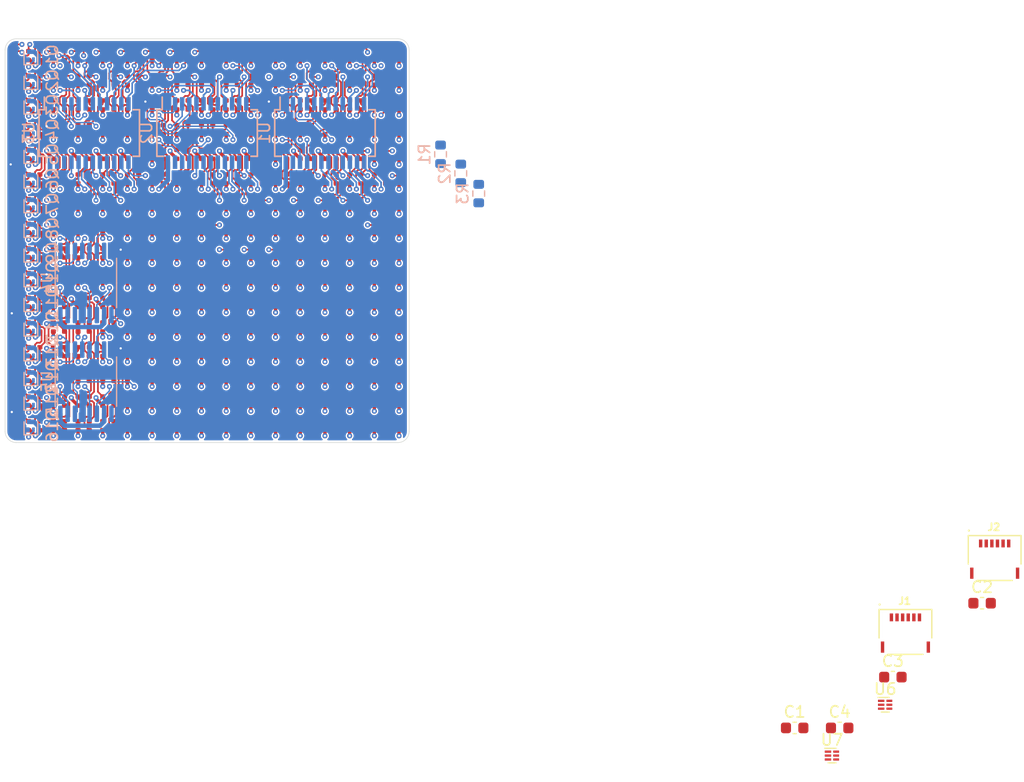
<source format=kicad_pcb>
(kicad_pcb (version 20210722) (generator pcbnew)
  (layers (0 "F.Cu" signal) (1 "In1.Cu" signal) (2 "In2.Cu" signal) (31 "B.Cu" signal) (34 "B.Paste" user) (35 "F.Paste" user) (36 "B.SilkS" user "B.Silkscreen") (37 "F.SilkS" user "F.Silkscreen") (38 "B.Mask" user) (39 "F.Mask" user) (44 "Edge.Cuts" user))
  (net 0 "")
  (net 1 "VCC")
  (net 2 "GND")
  (net 3 "COL_0R")
  (net 4 "/ROW_0/COMMON")
  (net 5 "COL_0B")
  (net 6 "COL_0G")
  (net 7 "COL_4R")
  (net 8 "COL_4B")
  (net 9 "COL_4G")
  (net 10 "COL_8R")
  (net 11 "COL_8B")
  (net 12 "COL_8G")
  (net 13 "COL_12R")
  (net 14 "COL_12B")
  (net 15 "COL_12G")
  (net 16 "COL_1R")
  (net 17 "COL_1B")
  (net 18 "COL_1G")
  (net 19 "COL_5R")
  (net 20 "COL_5B")
  (net 21 "COL_5G")
  (net 22 "COL_9R")
  (net 23 "COL_9B")
  (net 24 "COL_9G")
  (net 25 "COL_13R")
  (net 26 "COL_13B")
  (net 27 "COL_13G")
  (net 28 "COL_2R")
  (net 29 "COL_2B")
  (net 30 "COL_2G")
  (net 31 "COL_6R")
  (net 32 "COL_6B")
  (net 33 "COL_6G")
  (net 34 "COL_10R")
  (net 35 "COL_10B")
  (net 36 "COL_10G")
  (net 37 "COL_14R")
  (net 38 "COL_14B")
  (net 39 "COL_14G")
  (net 40 "COL_3R")
  (net 41 "COL_3B")
  (net 42 "COL_3G")
  (net 43 "COL_7R")
  (net 44 "COL_7B")
  (net 45 "COL_7G")
  (net 46 "COL_11R")
  (net 47 "COL_11B")
  (net 48 "COL_11G")
  (net 49 "COL_15R")
  (net 50 "COL_15B")
  (net 51 "COL_15G")
  (net 52 "/ROW_1/COMMON")
  (net 53 "/ROW_2/COMMON")
  (net 54 "/ROW_3/COMMON")
  (net 55 "/ROW_4/COMMON")
  (net 56 "/ROW_5/COMMON")
  (net 57 "/ROW_6/COMMON")
  (net 58 "/ROW_7/COMMON")
  (net 59 "/ROW_8/COMMON")
  (net 60 "/ROW_9/COMMON")
  (net 61 "/ROW_10/COMMON")
  (net 62 "/ROW_11/COMMON")
  (net 63 "/ROW_12/COMMON")
  (net 64 "/ROW_13/COMMON")
  (net 65 "/ROW_14/COMMON")
  (net 66 "/ROW_15/COMMON")
  (net 67 "/CLK_IN")
  (net 68 "/DAT_IN")
  (net 69 "/LATCH_IN")
  (net 70 "/BLANK_IN")
  (net 71 "/CLK")
  (net 72 "/DAT_OUT")
  (net 73 "/LATCH")
  (net 74 "/BLANK")
  (net 75 "/ROW_0")
  (net 76 "/ROW_1")
  (net 77 "/ROW_2")
  (net 78 "/ROW_3")
  (net 79 "/ROW_4")
  (net 80 "/ROW_5")
  (net 81 "/ROW_6")
  (net 82 "/ROW_7")
  (net 83 "/ROW_8")
  (net 84 "/ROW_9")
  (net 85 "/ROW_10")
  (net 86 "/ROW_11")
  (net 87 "/ROW_12")
  (net 88 "/ROW_13")
  (net 89 "/ROW_14")
  (net 90 "/ROW_15")
  (net 91 "Net-(R1-Pad1)")
  (net 92 "Net-(R2-Pad1)")
  (net 93 "Net-(R3-Pad1)")
  (net 94 "/DAT3")
  (net 95 "/DAT4")
  (net 96 "/DAT5")
  (net 97 "/DAT2")
  (net 98 "/DAT")
  (footprint "panel:MHPA1515RGBDT" (layer "F.Cu") (at 63.7 61.5)
    (fp_text reference "D2" hide)
    (fp_text value "LED_RABG" hide)
  )
  (footprint "panel:MHPA1515RGBDT" (layer "F.Cu") (at 74.7 92.3)
    (fp_text reference "D231" hide)
    (fp_text value "LED_RABG" hide)
  )
  (footprint "panel:MHPA1515RGBDT" (layer "F.Cu") (at 65.9 70.3)
    (fp_text reference "D67" hide)
    (fp_text value "LED_RABG" hide)
  )
  (footprint "panel:MHPA1515RGBDT" (layer "F.Cu") (at 81.3 92.3)
    (fp_text reference "D234" hide)
    (fp_text value "LED_RABG" hide)
  )
  (footprint "panel:MHPA1515RGBDT" (layer "F.Cu") (at 90.1 92.3)
    (fp_text reference "D238" hide)
    (fp_text value "LED_RABG" hide)
  )
  (footprint "panel:MHPA1515RGBDT" (layer "F.Cu") (at 76.9 79.1)
    (fp_text reference "D136" hide)
    (fp_text value "LED_RABG" hide)
  )
  (footprint "panel:MHPA1515RGBDT" (layer "F.Cu") (at 87.9 72.5)
    (fp_text reference "D93" hide)
    (fp_text value "LED_RABG" hide)
  )
  (footprint "panel:MHPA1515RGBDT" (layer "F.Cu") (at 72.5 83.5)
    (fp_text reference "D166" hide)
    (fp_text value "LED_RABG" hide)
  )
  (footprint "panel:MHPA1515RGBDT" (layer "F.Cu") (at 76.9 83.5)
    (fp_text reference "D168" hide)
    (fp_text value "LED_RABG" hide)
  )
  (footprint "panel:MHPA1515RGBDT" (layer "F.Cu") (at 68.1 68.1)
    (fp_text reference "D52" hide)
    (fp_text value "LED_RABG" hide)
  )
  (footprint "panel:MHPA1515RGBDT" (layer "F.Cu") (at 61.5 70.3)
    (fp_text reference "D65" hide)
    (fp_text value "LED_RABG" hide)
  )
  (footprint "panel:MHPA1515RGBDT" (layer "F.Cu") (at 74.7 76.9)
    (fp_text reference "D119" hide)
    (fp_text value "LED_RABG" hide)
  )
  (footprint "panel:MHPA1515RGBDT" (layer "F.Cu") (at 70.3 72.5)
    (fp_text reference "D85" hide)
    (fp_text value "LED_RABG" hide)
  )
  (footprint "Capacitor_SMD:C_0603_1608Metric" (layer "F.Cu") (at 139.1 116.91)
    (fp_text reference "C3")
    (fp_text value "0.1uF")
  )
  (footprint "panel:MHPA1515RGBDT" (layer "F.Cu") (at 94.5 74.7)
    (fp_text reference "D112" hide)
    (fp_text value "LED_RABG" hide)
  )
  (footprint "panel:MHPA1515RGBDT" (layer "F.Cu") (at 92.3 65.9)
    (fp_text reference "D47" hide)
    (fp_text value "LED_RABG" hide)
  )
  (footprint "panel:MHPA1515RGBDT" (layer "F.Cu") (at 85.7 61.5)
    (fp_text reference "D12" hide)
    (fp_text value "LED_RABG" hide)
  )
  (footprint "panel:MHPA1515RGBDT" (layer "F.Cu") (at 61.5 65.9)
    (fp_text reference "D33" hide)
    (fp_text value "LED_RABG" hide)
  )
  (footprint "panel:MHPA1515RGBDT" (layer "F.Cu") (at 94.5 63.7)
    (fp_text reference "D32" hide)
    (fp_text value "LED_RABG" hide)
  )
  (footprint "panel:MHPA1515RGBDT" (layer "F.Cu") (at 83.5 74.7)
    (fp_text reference "D107" hide)
    (fp_text value "LED_RABG" hide)
  )
  (footprint "panel:MHPA1515RGBDT" (layer "F.Cu") (at 68.1 83.5)
    (fp_text reference "D164" hide)
    (fp_text value "LED_RABG" hide)
  )
  (footprint "panel:MHPA1515RGBDT" (layer "F.Cu") (at 76.9 72.5)
    (fp_text reference "D88" hide)
    (fp_text value "LED_RABG" hide)
  )
  (footprint "panel:MHPA1515RGBDT" (layer "F.Cu") (at 74.7 85.7)
    (fp_text reference "D183" hide)
    (fp_text value "LED_RABG" hide)
  )
  (footprint "panel:MHPA1515RGBDT" (layer "F.Cu") (at 90.1 68.1)
    (fp_text reference "D62" hide)
    (fp_text value "LED_RABG" hide)
  )
  (footprint "panel:MHPA1515RGBDT" (layer "F.Cu") (at 85.7 63.7)
    (fp_text reference "D28" hide)
    (fp_text value "LED_RABG" hide)
  )
  (footprint "panel:MHPA1515RGBDT" (layer "F.Cu") (at 68.1 74.7)
    (fp_text reference "D100" hide)
    (fp_text value "LED_RABG" hide)
  )
  (footprint "panel:MHPA1515RGBDT" (layer "F.Cu") (at 87.9 79.1)
    (fp_text reference "D141" hide)
    (fp_text value "LED_RABG" hide)
  )
  (footprint "panel:MHPA1515RGBDT" (layer "F.Cu") (at 63.7 87.9)
    (fp_text reference "D194" hide)
    (fp_text value "LED_RABG" hide)
  )
  (footprint "panel:MHPA1515RGBDT" (layer "F.Cu") (at 65.9 74.7)
    (fp_text reference "D99" hide)
    (fp_text value "LED_RABG" hide)
  )
  (footprint "panel:MHPA1515RGBDT" (layer "F.Cu") (at 94.5 72.5)
    (fp_text reference "D96" hide)
    (fp_text value "LED_RABG" hide)
  )
  (footprint "panel:MHPA1515RGBDT" (layer "F.Cu") (at 76.9 81.3)
    (fp_text reference "D152" hide)
    (fp_text value "LED_RABG" hide)
  )
  (footprint "panel:MHPA1515RGBDT" (layer "F.Cu") (at 83.5 70.3)
    (fp_text reference "D75" hide)
    (fp_text value "LED_RABG" hide)
  )
  (footprint "panel:MHPA1515RGBDT" (layer "F.Cu") (at 94.5 68.1)
    (fp_text reference "D64" hide)
    (fp_text value "LED_RABG" hide)
  )
  (footprint "panel:MHPA1515RGBDT" (layer "F.Cu") (at 76.9 92.3)
    (fp_text reference "D232" hide)
    (fp_text value "LED_RABG" hide)
  )
  (footprint "panel:MHPA1515RGBDT" (layer "F.Cu") (at 65.9 90.1)
    (fp_text reference "D211" hide)
    (fp_text value "LED_RABG" hide)
  )
  (footprint "panel:MHPA1515RGBDT" (layer "F.Cu") (at 92.3 76.9)
    (fp_text reference "D127" hide)
    (fp_text value "LED_RABG" hide)
  )
  (footprint "panel:MHPA1515RGBDT" (layer "F.Cu") (at 63.7 70.3)
    (fp_text reference "D66" hide)
    (fp_text value "LED_RABG" hide)
  )
  (footprint "panel:MHPA1515RGBDT" (layer "F.Cu") (at 90.1 70.3)
    (fp_text reference "D78" hide)
    (fp_text value "LED_RABG" hide)
  )
  (footprint "panel:MHPA1515RGBDT" (layer "F.Cu") (at 85.7 81.3)
    (fp_text reference "D156" hide)
    (fp_text value "LED_RABG" hide)
  )
  (footprint "panel:MHPA1515RGBDT" (layer "F.Cu") (at 70.3 70.3)
    (fp_text reference "D69" hide)
    (fp_text value "LED_RABG" hide)
  )
  (footprint "panel:MHPA1515RGBDT" (layer "F.Cu") (at 76.9 68.1)
    (fp_text reference "D56" hide)
    (fp_text value "LED_RABG" hide)
  )
  (footprint "panel:MHPA1515RGBDT" (layer "F.Cu") (at 76.9 63.7)
    (fp_text reference "D24" hide)
    (fp_text value "LED_RABG" hide)
  )
  (footprint "panel:MHPA1515RGBDT" (layer "F.Cu") (at 70.3 83.5)
    (fp_text reference "D165" hide)
    (fp_text value "LED_RABG" hide)
  )
  (footprint "panel:MHPA1515RGBDT" (layer "F.Cu") (at 90.1 72.5)
    (fp_text reference "D94" hide)
    (fp_text value "LED_RABG" hide)
  )
  (footprint "panel:MHPA1515RGBDT" (layer "F.Cu") (at 70.3 85.7)
    (fp_text reference "D181" hide)
    (fp_text value "LED_RABG" hide)
  )
  (footprint "panel:MHPA1515RGBDT" (layer "F.Cu") (at 90.1 90.1)
    (fp_text reference "D222" hide)
    (fp_text value "LED_RABG" hide)
  )
  (footprint "panel:MHPA1515RGBDT" (layer "F.Cu") (at 61.5 79.1)
    (fp_text reference "D129" hide)
    (fp_text value "LED_RABG" hide)
  )
  (footprint "panel:MHPA1515RGBDT" (layer "F.Cu") (at 65.9 92.3)
    (fp_text reference "D227" hide)
    (fp_text value "LED_RABG" hide)
  )
  (footprint "panel:MHPA1515RGBDT" (layer "F.Cu") (at 79.1 94.5)
    (fp_text reference "D249" hide)
    (fp_text value "LED_RABG" hide)
  )
  (footprint "panel:MHPA1515RGBDT" (layer "F.Cu") (at 76.9 61.5)
    (fp_text reference "D8" hide)
    (fp_text value "LED_RABG" hide)
  )
  (footprint "panel:MHPA1515RGBDT" (layer "F.Cu") (at 65.9 68.1)
    (fp_text reference "D51" hide)
    (fp_text value "LED_RABG" hide)
  )
  (footprint "panel:MHPA1515RGBDT" (layer "F.Cu") (at 83.5 65.9)
    (fp_text reference "D43" hide)
    (fp_text value "LED_RABG" hide)
  )
  (footprint "panel:MHPA1515RGBDT" (layer "F.Cu") (at 83.5 63.7)
    (fp_text reference "D27" hide)
    (fp_text value "LED_RABG" hide)
  )
  (footprint "panel:MHPA1515RGBDT" (layer "F.Cu") (at 85.7 94.5)
    (fp_text reference "D252" hide)
    (fp_text value "LED_RABG" hide)
  )
  (footprint "panel:MHPA1515RGBDT" (layer "F.Cu") (at 65.9 76.9)
    (fp_text reference "D115" hide)
    (fp_text value "LED_RABG" hide)
  )
  (footprint "panel:MHPA1515RGBDT" (layer "F.Cu") (at 79.1 70.3)
    (fp_text reference "D73" hide)
    (fp_text value "LED_RABG" hide)
  )
  (footprint "panel:MHPA1515RGBDT" (layer "F.Cu") (at 85.7 70.3)
    (fp_text reference "D76" hide)
    (fp_text value "LED_RABG" hide)
  )
  (footprint "panel:MHPA1515RGBDT" (layer "F.Cu") (at 74.7 70.3)
    (fp_text reference "D71" hide)
    (fp_text value "LED_RABG" hide)
  )
  (footprint "panel:MHPA1515RGBDT" (layer "F.Cu") (at 81.3 63.7)
    (fp_text reference "D26" hide)
    (fp_text value "LED_RABG" hide)
  )
  (footprint "panel:MHPA1515RGBDT" (layer "F.Cu") (at 92.3 74.7)
    (fp_text reference "D111" hide)
    (fp_text value "LED_RABG" hide)
  )
  (footprint "panel:MHPA1515RGBDT" (layer "F.Cu") (at 92.3 68.1)
    (fp_text reference "D63" hide)
    (fp_text value "LED_RABG" hide)
  )
  (footprint "panel:MHPA1515RGBDT" (layer "F.Cu") (at 87.9 83.5)
    (fp_text reference "D173" hide)
    (fp_text value "LED_RABG" hide)
  )
  (footprint "panel:MHPA1515RGBDT" (layer "F.Cu") (at 74.7 94.5)
    (fp_text reference "D247" hide)
    (fp_text value "LED_RABG" hide)
  )
  (footprint "panel:MHPA1515RGBDT" (layer "F.Cu") (at 83.5 81.3)
    (fp_text reference "D155" hide)
    (fp_text value "LED_RABG" hide)
  )
  (footprint "panel:MHPA1515RGBDT" (layer "F.Cu") (at 61.5 90.1)
    (fp_text reference "D209" hide)
    (fp_text value "LED_RABG" hide)
  )
  (footprint "panel:MHPA1515RGBDT" (layer "F.Cu") (at 92.3 92.3)
    (fp_text reference "D239" hide)
    (fp_text value "LED_RABG" hide)
  )
  (footprint "panel:MHPA1515RGBDT" (layer "F.Cu") (at 72.5 79.1)
    (fp_text reference "D134" hide)
    (fp_text value "LED_RABG" hide)
  )
  (footprint "panel:MHPA1515RGBDT" (layer "F.Cu") (at 76.9 76.9)
    (fp_text reference "D120" hide)
    (fp_text value "LED_RABG" hide)
  )
  (footprint "Capacitor_SMD:C_0603_1608Metric" (layer "F.Cu") (at 147.05 110.32)
    (fp_text reference "C2")
    (fp_text value "0.1uF")
  )
  (footprint "panel:MHPA1515RGBDT" (layer "F.Cu") (at 61.5 87.9)
    (fp_text reference "D193" hide)
    (fp_text value "LED_RABG" hide)
  )
  (footprint "panel:MHPA1515RGBDT" (layer "F.Cu") (at 70.3 81.3)
    (fp_text reference "D149" hide)
    (fp_text value "LED_RABG" hide)
  )
  (footprint "panel:MHPA1515RGBDT" (layer "F.Cu") (at 83.5 94.5)
    (fp_text reference "D251" hide)
    (fp_text value "LED_RABG" hide)
  )
  (footprint "panel:MHPA1515RGBDT" (layer "F.Cu") (at 63.7 85.7)
    (fp_text reference "D178" hide)
    (fp_text value "LED_RABG" hide)
  )
  (footprint "panel:MHPA1515RGBDT" (layer "F.Cu") (at 68.1 63.7)
    (fp_text reference "D20" hide)
    (fp_text value "LED_RABG" hide)
  )
  (footprint "panel:5034800600" (layer "F.Cu") (at 140.22 112.985)
    (fp_text reference "J1")
    (fp_text value "IN")
  )
  (footprint "panel:MHPA1515RGBDT" (layer "F.Cu") (at 94.5 81.3)
    (fp_text reference "D160" hide)
    (fp_text value "LED_RABG" hide)
  )
  (footprint "panel:MHPA1515RGBDT" (layer "F.Cu") (at 79.1 68.1)
    (fp_text reference "D57" hide)
    (fp_text value "LED_RABG" hide)
  )
  (footprint "panel:MHPA1515RGBDT" (layer "F.Cu") (at 94.5 61.5)
    (fp_text reference "D16" hide)
    (fp_text value "LED_RABG" hide)
  )
  (footprint "panel:MHPA1515RGBDT" (layer "F.Cu") (at 90.1 65.9)
    (fp_text reference "D46" hide)
    (fp_text value "LED_RABG" hide)
  )
  (footprint "panel:MHPA1515RGBDT" (layer "F.Cu") (at 65.9 65.9)
    (fp_text reference "D35" hide)
    (fp_text value "LED_RABG" hide)
  )
  (footprint "panel:MHPA1515RGBDT" (layer "F.Cu") (at 74.7 74.7)
    (fp_text reference "D103" hide)
    (fp_text value "LED_RABG" hide)
  )
  (footprint "panel:MHPA1515RGBDT" (layer "F.Cu") (at 63.7 76.9)
    (fp_text reference "D114" hide)
    (fp_text value "LED_RABG" hide)
  )
  (footprint "panel:MHPA1515RGBDT" (layer "F.Cu") (at 85.7 76.9)
    (fp_text reference "D124" hide)
    (fp_text value "LED_RABG" hide)
  )
  (footprint "panel:MHPA1515RGBDT" (layer "F.Cu") (at 63.7 92.3)
    (fp_text reference "D226" hide)
    (fp_text value "LED_RABG" hide)
  )
  (footprint "panel:MHPA1515RGBDT" (layer "F.Cu") (at 90.1 83.5)
    (fp_text reference "D174" hide)
    (fp_text value "LED_RABG" hide)
  )
  (footprint "panel:MHPA1515RGBDT" (layer "F.Cu") (at 85.7 92.3)
    (fp_text reference "D236" hide)
    (fp_text value "LED_RABG" hide)
  )
  (footprint "panel:MHPA1515RGBDT" (layer "F.Cu") (at 74.7 72.5)
    (fp_text reference "D87" hide)
    (fp_text value "LED_RABG" hide)
  )
  (footprint "panel:MHPA1515RGBDT" (layer "F.Cu") (at 87.9 76.9)
    (fp_text reference "D125" hide)
    (fp_text value "LED_RABG" hide)
  )
  (footprint "panel:MHPA1515RGBDT" (layer "F.Cu") (at 74.7 68.1)
    (fp_text reference "D55" hide)
    (fp_text value "LED_RABG" hide)
  )
  (footprint "panel:MHPA1515RGBDT" (layer "F.Cu") (at 68.1 61.5)
    (fp_text reference "D4" hide)
    (fp_text value "LED_RABG" hide)
  )
  (footprint "panel:MHPA1515RGBDT" (layer "F.Cu") (at 68.1 87.9)
    (fp_text reference "D196" hide)
    (fp_text value "LED_RABG" hide)
  )
  (footprint "panel:MHPA1515RGBDT" (layer "F.Cu") (at 74.7 63.7)
    (fp_text reference "D23" hide)
    (fp_text value "LED_RABG" hide)
  )
  (footprint "panel:MHPA1515RGBDT" (layer "F.Cu") (at 70.3 63.7)
    (fp_text reference "D21" hide)
    (fp_text value "LED_RABG" hide)
  )
  (footprint "panel:MHPA1515RGBDT" (layer "F.Cu") (at 85.7 72.5)
    (fp_text reference "D92" hide)
    (fp_text value "LED_RABG" hide)
  )
  (footprint "panel:MHPA1515RGBDT" (layer "F.Cu") (at 85.7 79.1)
    (fp_text reference "D140" hide)
    (fp_text value "LED_RABG" hide)
  )
  (footprint "panel:MHPA1515RGBDT" (layer "F.Cu") (at 79.1 90.1)
    (fp_text reference "D217" hide)
    (fp_text value "LED_RABG" hide)
  )
  (footprint "panel:MHPA1515RGBDT" (layer "F.Cu") (at 85.7 65.9)
    (fp_text reference "D44" hide)
    (fp_text value "LED_RABG" hide)
  )
  (footprint "panel:MHPA1515RGBDT" (layer "F.Cu") (at 68.1 92.3)
    (fp_text reference "D228" hide)
    (fp_text value "LED_RABG" hide)
  )
  (footprint "panel:MHPA1515RGBDT" (layer "F.Cu") (at 76.9 65.9)
    (fp_text reference "D40" hide)
    (fp_text value "LED_RABG" hide)
  )
  (footprint "panel:MHPA1515RGBDT" (layer "F.Cu") (at 65.9 63.7)
    (fp_text reference "D19" hide)
    (fp_text value "LED_RABG" hide)
  )
  (footprint "panel:MHPA1515RGBDT" (layer "F.Cu") (at 65.9 85.7)
    (fp_text reference "D179" hide)
    (fp_text value "LED_RABG" hide)
  )
  (footprint "panel:MHPA1515RGBDT" (layer "F.Cu") (at 81.3 83.5)
    (fp_text reference "D170" hide)
    (fp_text value "LED_RABG" hide)
  )
  (footprint "panel:MHPA1515RGBDT" (layer "F.Cu") (at 68.1 85.7)
    (fp_text reference "D180" hide)
    (fp_text value "LED_RABG" hide)
  )
  (footprint "panel:MHPA1515RGBDT" (layer "F.Cu") (at 90.1 63.7)
    (fp_text reference "D30" hide)
    (fp_text value "LED_RABG" hide)
  )
  (footprint "panel:MHPA1515RGBDT" (layer "F.Cu") (at 81.3 87.9)
    (fp_text reference "D202" hide)
    (fp_text value "LED_RABG" hide)
  )
  (footprint "panel:MHPA1515RGBDT" (layer "F.Cu") (at 83.5 83.5)
    (fp_text reference "D171" hide)
    (fp_text value "LED_RABG" hide)
  )
  (footprint "panel:MHPA1515RGBDT" (layer "F.Cu") (at 83.5 85.7)
    (fp_text reference "D187" hide)
    (fp_text value "LED_RABG" hide)
  )
  (footprint "panel:MHPA1515RGBDT" (layer "F.Cu") (at 83.5 68.1)
    (fp_text reference "D59" hide)
    (fp_text value "LED_RABG" hide)
  )
  (footprint "panel:MHPA1515RGBDT" (layer "F.Cu") (at 90.1 85.7)
    (fp_text reference "D190" hide)
    (fp_text value "LED_RABG" hide)
  )
  (footprint "panel:MHPA1515RGBDT" (layer "F.Cu") (at 61.5 63.7)
    (fp_text reference "D17" hide)
    (fp_text value "LED_RABG" hide)
  )
  (footprint "panel:MHPA1515RGBDT" (layer "F.Cu") (at 76.9 94.5)
    (fp_text reference "D248" hide)
    (fp_text value "LED_RABG" hide)
  )
  (footprint "panel:MHPA1515RGBDT" (layer "F.Cu") (at 72.5 85.7)
    (fp_text reference "D182" hide)
    (fp_text value "LED_RABG" hide)
  )
  (footprint "Package_SON:Fairchild_MicroPak2-6_1.0x1.0mm_P0.35mm" (layer "F.Cu") (at 138.41 119.375)
    (fp_text reference "U6")
    (fp_text value "NC7WZ17")
  )
  (footprint "panel:MHPA1515RGBDT" (layer "F.Cu") (at 79.1 72.5)
    (fp_text reference "D89" hide)
    (fp_text value "LED_RABG" hide)
  )
  (footprint "panel:MHPA1515RGBDT" (layer "F.Cu") (at 61.5 74.7)
    (fp_text reference "D97" hide)
    (fp_text value "LED_RABG" hide)
  )
  (footprint "panel:MHPA1515RGBDT" (layer "F.Cu") (at 87.9 92.3)
    (fp_text reference "D237" hide)
    (fp_text value "LED_RABG" hide)
  )
  (footprint "panel:MHPA1515RGBDT" (layer "F.Cu") (at 79.1 87.9)
    (fp_text reference "D201" hide)
    (fp_text value "LED_RABG" hide)
  )
  (footprint "panel:MHPA1515RGBDT" (layer "F.Cu") (at 63.7 90.1)
    (fp_text reference "D210" hide)
    (fp_text value "LED_RABG" hide)
  )
  (footprint "panel:MHPA1515RGBDT" (layer "F.Cu") (at 70.3 76.9)
    (fp_text reference "D117" hide)
    (fp_text value "LED_RABG" hide)
  )
  (footprint "panel:MHPA1515RGBDT" (layer "F.Cu") (at 92.3 72.5)
    (fp_text reference "D95" hide)
    (fp_text value "LED_RABG" hide)
  )
  (footprint "panel:MHPA1515RGBDT" (layer "F.Cu") (at 92.3 90.1)
    (fp_text reference "D223" hide)
    (fp_text value "LED_RABG" hide)
  )
  (footprint "panel:MHPA1515RGBDT" (layer "F.Cu") (at 76.9 90.1)
    (fp_text reference "D216" hide)
    (fp_text value "LED_RABG" hide)
  )
  (footprint "panel:MHPA1515RGBDT" (layer "F.Cu") (at 68.1 90.1)
    (fp_text reference "D212" hide)
    (fp_text value "LED_RABG" hide)
  )
  (footprint "panel:MHPA1515RGBDT" (layer "F.Cu") (at 72.5 87.9)
    (fp_text reference "D198" hide)
    (fp_text value "LED_RABG" hide)
  )
  (footprint "panel:MHPA1515RGBDT" (layer "F.Cu") (at 83.5 92.3)
    (fp_text reference "D235" hide)
    (fp_text value "LED_RABG" hide)
  )
  (footprint "panel:MHPA1515RGBDT" (layer "F.Cu") (at 92.3 94.5)
    (fp_text reference "D255" hide)
    (fp_text value "LED_RABG" hide)
  )
  (footprint "panel:MHPA1515RGBDT" (layer "F.Cu") (at 87.9 63.7)
    (fp_text reference "D29" hide)
    (fp_text value "LED_RABG" hide)
  )
  (footprint "panel:MHPA1515RGBDT" (layer "F.Cu") (at 79.1 61.5)
    (fp_text reference "D9" hide)
    (fp_text value "LED_RABG" hide)
  )
  (footprint "panel:MHPA1515RGBDT" (layer "F.Cu") (at 94.5 65.9)
    (fp_text reference "D48" hide)
    (fp_text value "LED_RABG" hide)
  )
  (footprint "panel:MHPA1515RGBDT" (layer "F.Cu") (at 70.3 90.1)
    (fp_text reference "D213" hide)
    (fp_text value "LED_RABG" hide)
  )
  (footprint "panel:MHPA1515RGBDT" (layer "F.Cu") (at 87.9 94.5)
    (fp_text reference "D253" hide)
    (fp_text value "LED_RABG" hide)
  )
  (footprint "panel:MHPA1515RGBDT" (layer "F.Cu") (at 94.5 85.7)
    (fp_text reference "D192" hide)
    (fp_text value "LED_RABG" hide)
  )
  (footprint "panel:MHPA1515RGBDT" (layer "F.Cu") (at 63.7 81.3)
    (fp_text reference "D146" hide)
    (fp_text value "LED_RABG" hide)
  )
  (footprint "panel:MHPA1515RGBDT" (layer "F.Cu") (at 85.7 90.1)
    (fp_text reference "D220" hide)
    (fp_text value "LED_RABG" hide)
  )
  (footprint "panel:MHPA1515RGBDT" (layer "F.Cu") (at 90.1 74.7)
    (fp_text reference "D110" hide)
    (fp_text value "LED_RABG" hide)
  )
  (footprint "panel:MHPA1515RGBDT" (layer "F.Cu") (at 72.5 81.3)
    (fp_text reference "D150" hide)
    (fp_text value "LED_RABG" hide)
  )
  (footprint "panel:MHPA1515RGBDT" (layer "F.Cu") (at 90.1 76.9)
    (fp_text reference "D126" hide)
    (fp_text value "LED_RABG" hide)
  )
  (footprint "panel:MHPA1515RGBDT" (layer "F.Cu") (at 74.7 65.9)
    (fp_text reference "D39" hide)
    (fp_text value "LED_RABG" hide)
  )
  (footprint "panel:MHPA1515RGBDT" (layer "F.Cu") (at 90.1 61.5)
    (fp_text reference "D14" hide)
    (fp_text value "LED_RABG" hide)
  )
  (footprint "panel:MHPA1515RGBDT" (layer "F.Cu") (at 92.3 83.5)
    (fp_text reference "D175" hide)
    (fp_text value "LED_RABG" hide)
  )
  (footprint "panel:MHPA1515RGBDT" (layer "F.Cu") (at 81.3 94.5)
    (fp_text reference "D250" hide)
    (fp_text value "LED_RABG" hide)
  )
  (footprint "panel:MHPA1515RGBDT" (layer "F.Cu") (at 70.3 94.5)
    (fp_text reference "D245" hide)
    (fp_text value "LED_RABG" hide)
  )
  (footprint "panel:MHPA1515RGBDT" (layer "F.Cu") (at 92.3 70.3)
    (fp_text reference "D79" hide)
    (fp_text value "LED_RABG" hide)
  )
  (footprint "panel:MHPA1515RGBDT" (layer "F.Cu") (at 76.9 74.7)
    (fp_text reference "D104" hide)
    (fp_text value "LED_RABG" hide)
  )
  (footprint "panel:MHPA1515RGBDT" (layer "F.Cu") (at 92.3 81.3)
    (fp_text reference "D159" hide)
    (fp_text value "LED_RABG" hide)
  )
  (footprint "panel:MHPA1515RGBDT" (layer "F.Cu") (at 94.5 76.9)
    (fp_text reference "D128" hide)
    (fp_text value "LED_RABG" hide)
  )
  (footprint "panel:MHPA1515RGBDT" (layer "F.Cu") (at 81.3 68.1)
    (fp_text reference "D58" hide)
    (fp_text value "LED_RABG" hide)
  )
  (footprint "panel:MHPA1515RGBDT" (layer "F.Cu") (at 61.5 72.5)
    (fp_text reference "D81" hide)
    (fp_text value "LED_RABG" hide)
  )
  (footprint "panel:MHPA1515RGBDT" (layer "F.Cu") (at 87.9 90.1)
    (fp_text reference "D221" hide)
    (fp_text value "LED_RABG" hide)
  )
  (footprint "panel:MHPA1515RGBDT" (layer "F.Cu") (at 79.1 74.7)
    (fp_text reference "D105" hide)
    (fp_text value "LED_RABG" hide)
  )
  (footprint "panel:MHPA1515RGBDT" (layer "F.Cu") (at 79.1 92.3)
    (fp_text reference "D233" hide)
    (fp_text value "LED_RABG" hide)
  )
  (footprint "panel:MHPA1515RGBDT" (layer "F.Cu") (at 72.5 70.3)
    (fp_text reference "D70" hide)
    (fp_text value "LED_RABG" hide)
  )
  (footprint "panel:MHPA1515RGBDT" (layer "F.Cu") (at 70.3 79.1)
    (fp_text reference "D133" hide)
    (fp_text value "LED_RABG" hide)
  )
  (footprint "panel:MHPA1515RGBDT" (layer "F.Cu") (at 87.9 81.3)
    (fp_text reference "D157" hide)
    (fp_text value "LED_RABG" hide)
  )
  (footprint "panel:MHPA1515RGBDT" (layer "F.Cu") (at 61.5 85.7)
    (fp_text reference "D177" hide)
    (fp_text value "LED_RABG" hide)
  )
  (footprint "panel:MHPA1515RGBDT" (layer "F.Cu") (at 79.1 76.9)
    (fp_text reference "D121" hide)
    (fp_text value "LED_RABG" hide)
  )
  (footprint "panel:MHPA1515RGBDT" (layer "F.Cu") (at 72.5 72.5)
    (fp_text reference "D86" hide)
    (fp_text value "LED_RABG" hide)
  )
  (footprint "panel:MHPA1515RGBDT" (layer "F.Cu") (at 63.7 79.1)
    (fp_text reference "D130" hide)
    (fp_text value "LED_RABG" hide)
  )
  (footprint "panel:MHPA1515RGBDT" (layer "F.Cu") (at 83.5 87.9)
    (fp_text reference "D203" hide)
    (fp_text value "LED_RABG" hide)
  )
  (footprint "panel:MHPA1515RGBDT" (layer "F.Cu") (at 79.1 81.3)
    (fp_text reference "D153" hide)
    (fp_text value "LED_RABG" hide)
  )
  (footprint "panel:MHPA1515RGBDT" (layer "F.Cu") (at 81.3 81.3)
    (fp_text reference "D154" hide)
    (fp_text value "LED_RABG" hide)
  )
  (footprint "panel:MHPA1515RGBDT" (layer "F.Cu") (at 83.5 90.1)
    (fp_text reference "D219" hide)
    (fp_text value "LED_RABG" hide)
  )
  (footprint "panel:MHPA1515RGBDT" (layer "F.Cu") (at 81.3 90.1)
    (fp_text reference "D218" hide)
    (fp_text value "LED_RABG" hide)
  )
  (footprint "panel:MHPA1515RGBDT" (layer "F.Cu") (at 81.3 85.7)
    (fp_text reference "D186" hide)
    (fp_text value "LED_RABG" hide)
  )
  (footprint "panel:MHPA1515RGBDT" (layer "F.Cu") (at 65.9 79.1)
    (fp_text reference "D131" hide)
    (fp_text value "LED_RABG" hide)
  )
  (footprint "panel:MHPA1515RGBDT" (layer "F.Cu") (at 70.3 92.3)
    (fp_text reference "D229" hide)
    (fp_text value "LED_RABG" hide)
  )
  (footprint "panel:MHPA1515RGBDT" (layer "F.Cu") (at 85.7 74.7)
    (fp_text reference "D108" hide)
    (fp_text value "LED_RABG" hide)
  )
  (footprint "panel:MHPA1515RGBDT" (layer "F.Cu") (at 81.3 79.1)
    (fp_text reference "D138" hide)
    (fp_text value "LED_RABG" hide)
  )
  (footprint "panel:MHPA1515RGBDT" (layer "F.Cu") (at 81.3 65.9)
    (fp_text reference "D42" hide)
    (fp_text value "LED_RABG" hide)
  )
  (footprint "panel:MHPA1515RGBDT" (layer "F.Cu") (at 65.9 72.5)
    (fp_text reference "D83" hide)
    (fp_text value "LED_RABG" hide)
  )
  (footprint "panel:MHPA1515RGBDT" (layer "F.Cu") (at 61.5 92.3)
    (fp_text reference "D225" hide)
    (fp_text value "LED_RABG" hide)
  )
  (footprint "panel:MHPA1515RGBDT" (layer "F.Cu") (at 76.9 87.9)
    (fp_text reference "D200" hide)
    (fp_text value "LED_RABG" hide)
  )
  (footprint "panel:MHPA1515RGBDT" (layer "F.Cu") (at 87.9 61.5)
    (fp_text reference "D13" hide)
    (fp_text value "LED_RABG" hide)
  )
  (footprint "panel:MHPA1515RGBDT" (layer "F.Cu") (at 92.3 61.5)
    (fp_text reference "D15" hide)
    (fp_text value "LED_RABG" hide)
  )
  (footprint "panel:MHPA1515RGBDT" (layer "F.Cu") (at 94.5 83.5)
    (fp_text reference "D176" hide)
    (fp_text value "LED_RABG" hide)
  )
  (footprint "panel:MHPA1515RGBDT" (layer "F.Cu") (at 85.7 87.9)
    (fp_text reference "D204" hide)
    (fp_text value "LED_RABG" hide)
  )
  (footprint "panel:MHPA1515RGBDT" (layer "F.Cu") (at 79.1 79.1)
    (fp_text reference "D137" hide)
    (fp_text value "LED_RABG" hide)
  )
  (footprint "panel:MHPA1515RGBDT" (layer "F.Cu") (at 68.1 79.1)
    (fp_text reference "D132" hide)
    (fp_text value "LED_RABG" hide)
  )
  (footprint "panel:MHPA1515RGBDT" (layer "F.Cu") (at 83.5 76.9)
    (fp_text reference "D123" hide)
    (fp_text value "LED_RABG" hide)
  )
  (footprint "panel:MHPA1515RGBDT" (layer "F.Cu") (at 83.5 61.5)
    (fp_text reference "D11" hide)
    (fp_text value "LED_RABG" hide)
  )
  (footprint "panel:MHPA1515RGBDT" (layer "F.Cu") (at 90.1 94.5)
    (fp_text reference "D254" hide)
    (fp_text value "LED_RABG" hide)
  )
  (footprint "panel:MHPA1515RGBDT" (layer "F.Cu") (at 87.9 70.3)
    (fp_text reference "D77" hide)
    (fp_text value "LED_RABG" hide)
  )
  (footprint "panel:MHPA1515RGBDT" (layer "F.Cu") (at 92.3 85.7)
    (fp_text reference "D191" hide)
    (fp_text value "LED_RABG" hide)
  )
  (footprint "panel:MHPA1515RGBDT" (layer "F.Cu") (at 74.7 83.5)
    (fp_text reference "D167" hide)
    (fp_text value "LED_RABG" hide)
  )
  (footprint "panel:MHPA1515RGBDT" (layer "F.Cu") (at 81.3 74.7)
    (fp_text reference "D106" hide)
    (fp_text value "LED_RABG" hide)
  )
  (footprint "panel:MHPA1515RGBDT" (layer "F.Cu") (at 68.1 65.9)
    (fp_text reference "D36" hide)
    (fp_text value "LED_RABG" hide)
  )
  (footprint "panel:MHPA1515RGBDT" (layer "F.Cu") (at 87.9 85.7)
    (fp_text reference "D189" hide)
    (fp_text value "LED_RABG" hide)
  )
  (footprint "panel:MHPA1515RGBDT" (layer "F.Cu") (at 65.9 87.9)
    (fp_text reference "D195" hide)
    (fp_text value "LED_RABG" hide)
  )
  (footprint "panel:MHPA1515RGBDT" (layer "F.Cu") (at 74.7 87.9)
    (fp_text reference "D199" hide)
    (fp_text value "LED_RABG" hide)
  )
  (footprint "panel:MHPA1515RGBDT" (layer "F.Cu") (at 90.1 81.3)
    (fp_text reference "D158" hide)
    (fp_text value "LED_RABG" hide)
  )
  (footprint "panel:MHPA1515RGBDT" (layer "F.Cu") (at 94.5 94.5)
    (fp_text reference "D256" hide)
    (fp_text value "LED_RABG" hide)
  )
  (footprint "panel:MHPA1515RGBDT" (layer "F.Cu") (at 63.7 83.5)
    (fp_text reference "D162" hide)
    (fp_text value "LED_RABG" hide)
  )
  (footprint "panel:MHPA1515RGBDT" (layer "F.Cu") (at 94.5 87.9)
    (fp_text reference "D208" hide)
    (fp_text value "LED_RABG" hide)
  )
  (footprint "panel:MHPA1515RGBDT" (layer "F.Cu") (at 70.3 65.9)
    (fp_text reference "D37" hide)
    (fp_text value "LED_RABG" hide)
  )
  (footprint "panel:MHPA1515RGBDT" (layer "F.Cu") (at 92.3 79.1)
    (fp_text reference "D143" hide)
    (fp_text value "LED_RABG" hide)
  )
  (footprint "panel:MHPA1515RGBDT" (layer "F.Cu") (at 72.5 63.7)
    (fp_text reference "D22" hide)
    (fp_text value "LED_RABG" hide)
  )
  (footprint "panel:MHPA1515RGBDT" (layer "F.Cu") (at 74.7 90.1)
    (fp_text reference "D215" hide)
    (fp_text value "LED_RABG" hide)
  )
  (footprint "panel:MHPA1515RGBDT" (layer "F.Cu") (at 76.9 85.7)
    (fp_text reference "D184" hide)
    (fp_text value "LED_RABG" hide)
  )
  (footprint "panel:MHPA1515RGBDT" (layer "F.Cu") (at 74.7 79.1)
    (fp_text reference "D135" hide)
    (fp_text value "LED_RABG" hide)
  )
  (footprint "panel:MHPA1515RGBDT" (layer "F.Cu") (at 85.7 68.1)
    (fp_text reference "D60" hide)
    (fp_text value "LED_RABG" hide)
  )
  (footprint "panel:MHPA1515RGBDT" (layer "F.Cu") (at 63.7 68.1)
    (fp_text reference "D50" hide)
    (fp_text value "LED_RABG" hide)
  )
  (footprint "panel:MHPA1515RGBDT" (layer "F.Cu") (at 63.7 63.7)
    (fp_text reference "D18" hide)
    (fp_text value "LED_RABG" hide)
  )
  (footprint "panel:MHPA1515RGBDT" (layer "F.Cu") (at 83.5 79.1)
    (fp_text reference "D139" hide)
    (fp_text value "LED_RABG" hide)
  )
  (footprint "panel:MHPA1515RGBDT" (layer "F.Cu") (at 68.1 76.9)
    (fp_text reference "D116" hide)
    (fp_text value "LED_RABG" hide)
  )
  (footprint "panel:MHPA1515RGBDT" (layer "F.Cu") (at 79.1 83.5)
    (fp_text reference "D169" hide)
    (fp_text value "LED_RABG" hide)
  )
  (footprint "panel:MHPA1515RGBDT" (layer "F.Cu") (at 83.5 72.5)
    (fp_text reference "D91" hide)
    (fp_text value "LED_RABG" hide)
  )
  (footprint "Capacitor_SMD:C_0603_1608Metric" (layer "F.Cu") (at 134.36 121.44)
    (fp_text reference "C4")
    (fp_text value "0.1uF")
  )
  (footprint "panel:MHPA1515RGBDT" (layer "F.Cu") (at 74.7 61.5)
    (fp_text reference "D7" hide)
    (fp_text value "LED_RABG" hide)
  )
  (footprint "panel:MHPA1515RGBDT" (layer "F.Cu") (at 63.7 74.7)
    (fp_text reference "D98" hide)
    (fp_text value "LED_RABG" hide)
  )
  (footprint "panel:MHPA1515RGBDT" (layer "F.Cu") (at 72.5 90.1)
    (fp_text reference "D214" hide)
    (fp_text value "LED_RABG" hide)
  )
  (footprint "panel:MHPA1515RGBDT" (layer "F.Cu") (at 90.1 87.9)
    (fp_text reference "D206" hide)
    (fp_text value "LED_RABG" hide)
  )
  (footprint "panel:MHPA1515RGBDT" (layer "F.Cu") (at 72.5 65.9)
    (fp_text reference "D38" hide)
    (fp_text value "LED_RABG" hide)
  )
  (footprint "panel:MHPA1515RGBDT" (layer "F.Cu") (at 68.1 72.5)
    (fp_text reference "D84" hide)
    (fp_text value "LED_RABG" hide)
  )
  (footprint "panel:MHPA1515RGBDT" (layer "F.Cu") (at 72.5 92.3)
    (fp_text reference "D230" hide)
    (fp_text value "LED_RABG" hide)
  )
  (footprint "panel:MHPA1515RGBDT" (layer "F.Cu") (at 68.1 94.5)
    (fp_text reference "D244" hide)
    (fp_text value "LED_RABG" hide)
  )
  (footprint "panel:5034800600" (layer "F.Cu") (at 148.17 106.395)
    (fp_text reference "J2")
    (fp_text value "OUT")
  )
  (footprint "panel:MHPA1515RGBDT" (layer "F.Cu") (at 85.7 85.7)
    (fp_text reference "D188" hide)
    (fp_text value "LED_RABG" hide)
  )
  (footprint "panel:MHPA1515RGBDT" (layer "F.Cu") (at 61.5 76.9)
    (fp_text reference "D113" hide)
    (fp_text value "LED_RABG" hide)
  )
  (footprint "panel:MHPA1515RGBDT" (layer "F.Cu") (at 70.3 74.7)
    (fp_text reference "D101" hide)
    (fp_text value "LED_RABG" hide)
  )
  (footprint "panel:MHPA1515RGBDT" (layer "F.Cu") (at 65.9 61.5)
    (fp_text reference "D3" hide)
    (fp_text value "LED_RABG" hide)
  )
  (footprint "Package_SON:Fairchild_MicroPak2-6_1.0x1.0mm_P0.35mm" (layer "F.Cu") (at 133.67 123.905)
    (fp_text reference "U7")
    (fp_text value "NC7WZ17")
  )
  (footprint "panel:MHPA1515RGBDT" (layer "F.Cu") (at 79.1 65.9)
    (fp_text reference "D41" hide)
    (fp_text value "LED_RABG" hide)
  )
  (footprint "panel:MHPA1515RGBDT" (layer "F.Cu") (at 70.3 68.1)
    (fp_text reference "D53" hide)
    (fp_text value "LED_RABG" hide)
  )
  (footprint "panel:MHPA1515RGBDT" (layer "F.Cu") (at 92.3 87.9)
    (fp_text reference "D207" hide)
    (fp_text value "LED_RABG" hide)
  )
  (footprint "panel:MHPA1515RGBDT" (layer "F.Cu") (at 79.1 63.7)
    (fp_text reference "D25" hide)
    (fp_text value "LED_RABG" hide)
  )
  (footprint "panel:MHPA1515RGBDT" (layer "F.Cu") (at 85.7 83.5)
    (fp_text reference "D172" hide)
    (fp_text value "LED_RABG" hide)
  )
  (footprint "Capacitor_SMD:C_0603_1608Metric" (layer "F.Cu") (at 130.35 121.44)
    (fp_text reference "C1")
    (fp_text value "0.1uF")
  )
  (footprint "panel:MHPA1515RGBDT" (layer "F.Cu") (at 87.9 65.9)
    (fp_text reference "D45" hide)
    (fp_text value "LED_RABG" hide)
  )
  (footprint "panel:MHPA1515RGBDT" (layer "F.Cu") (at 94.5 90.1)
    (fp_text reference "D224" hide)
    (fp_text value "LED_RABG" hide)
  )
  (footprint "panel:MHPA1515RGBDT" (layer "F.Cu") (at 70.3 87.9)
    (fp_text reference "D197" hide)
    (fp_text value "LED_RABG" hide)
  )
  (footprint "panel:MHPA1515RGBDT" (layer "F.Cu") (at 81.3 61.5)
    (fp_text reference "D10" hide)
    (fp_text value "LED_RABG" hide)
  )
  (footprint "panel:MHPA1515RGBDT" (layer "F.Cu") (at 74.7 81.3)
    (fp_text reference "D151" hide)
    (fp_text value "LED_RABG" hide)
  )
  (footprint "panel:MHPA1515RGBDT" (layer "F.Cu") (at 94.5 79.1)
    (fp_text reference "D144" hide)
    (fp_text value "LED_RABG" hide)
  )
  (footprint "panel:MHPA1515RGBDT" (layer "F.Cu") (at 72.5 61.5)
    (fp_text reference "D6" hide)
    (fp_text value "LED_RABG" hide)
  )
  (footprint "panel:MHPA1515RGBDT" (layer "F.Cu") (at 63.7 94.5)
    (fp_text reference "D242" hide)
    (fp_text value "LED_RABG" hide)
  )
  (footprint "panel:MHPA1515RGBDT" (layer "F.Cu") (at 65.9 83.5)
    (fp_text reference "D163" hide)
    (fp_text value "LED_RABG" hide)
  )
  (footprint "panel:MHPA1515RGBDT" (layer "F.Cu") (at 68.1 70.3)
    (fp_text reference "D68" hide)
    (fp_text value "LED_RABG" hide)
  )
  (footprint "panel:MHPA1515RGBDT" (layer "F.Cu") (at 81.3 72.5)
    (fp_text reference "D90" hide)
    (fp_text value "LED_RABG" hide)
  )
  (footprint "panel:MHPA1515RGBDT" (layer "F.Cu") (at 87.9 74.7)
    (fp_text reference "D109" hide)
    (fp_text value "LED_RABG" hide)
  )
  (footprint "panel:MHPA1515RGBDT" (layer "F.Cu") (at 72.5 68.1)
    (fp_text reference "D54" hide)
    (fp_text value "LED_RABG" hide)
  )
  (footprint "panel:MHPA1515RGBDT" (layer "F.Cu") (at 61.5 68.1)
    (fp_text reference "D49" hide)
    (fp_text value "LED_RABG" hide)
  )
  (footprint "panel:MHPA1515RGBDT" (layer "F.Cu") (at 70.3 61.5)
    (fp_text reference "D5" hide)
    (fp_text value "LED_RABG" hide)
  )
  (footprint "panel:MHPA1515RGBDT" (layer "F.Cu") (at 61.5 81.3)
    (fp_text reference "D145" hide)
    (fp_text value "LED_RABG" hide)
  )
  (footprint "panel:MHPA1515RGBDT" (layer "F.Cu") (at 61.5 61.5)
    (fp_text reference "D1" hide)
    (fp_text value "LED_RABG" hide)
  )
  (footprint "panel:MHPA1515RGBDT" (layer "F.Cu") (at 81.3 70.3)
    (fp_text reference "D74" hide)
    (fp_text value "LED_RABG" hide)
  )
  (footprint "panel:MHPA1515RGBDT" (layer "F.Cu") (at 87.9 87.9)
    (fp_text reference "D205" hide)
    (fp_text value "LED_RABG" hide)
  )
  (footprint "panel:MHPA1515RGBDT" (layer "F.Cu") (at 68.1 81.3)
    (fp_text reference "D148" hide)
    (fp_text value "LED_RABG" hide)
  )
  (footprint "panel:MHPA1515RGBDT" (layer "F.Cu") (at 72.5 94.5)
    (fp_text reference "D246" hide)
    (fp_text value "LED_RABG" hide)
  )
  (footprint "panel:MHPA1515RGBDT" (layer "F.Cu") (at 63.7 72.5)
    (fp_text reference "D82" hide)
    (fp_text value "LED_RABG" hide)
  )
  (footprint "panel:MHPA1515RGBDT" (layer "F.Cu") (at 65.9 81.3)
    (fp_text reference "D147" hide)
    (fp_text value "LED_RABG" hide)
  )
  (footprint "panel:MHPA1515RGBDT" (layer "F.Cu") (at 72.5 74.7)
    (fp_text reference "D102" hide)
    (fp_text value "LED_RABG" hide)
  )
  (footprint "panel:MHPA1515RGBDT" (layer "F.Cu") (at 63.7 65.9)
    (fp_text reference "D34" hide)
    (fp_text value "LED_RABG" hide)
  )
  (footprint "panel:MHPA1515RGBDT" (layer "F.Cu") (at 94.5 70.3)
    (fp_text reference "D80" hide)
    (fp_text value "LED_RABG" hide)
  )
  (footprint "panel:MHPA1515RGBDT" (layer "F.Cu") (at 65.9 94.5)
    (fp_text reference "D243" hide)
    (fp_text value "LED_RABG" hide)
  )
  (footprint "panel:MHPA1515RGBDT" (layer "F.Cu") (at 79.1 85.7)
    (fp_text reference "D185" hide)
    (fp_text value "LED_RABG" hide)
  )
  (footprint "panel:MHPA1515RGBDT" (layer "F.Cu") (at 76.9 70.3)
    (fp_text reference "D72" hide)
    (fp_text value "LED_RABG" hide)
  )
  (footprint "panel:MHPA1515RGBDT" (layer "F.Cu") (at 90.1 79.1)
    (fp_text reference "D142" hide)
    (fp_text value "LED_RABG" hide)
  )
  (footprint "panel:MHPA1515RGBDT" (layer "F.Cu") (at 72.5 76.9)
    (fp_text reference "D118" hide)
    (fp_text value "LED_RABG" hide)
  )
  (footprint "panel:MHPA1515RGBDT" (layer "F.Cu") (at 61.5 83.5)
    (fp_text reference "D161" hide)
    (fp_text value "LED_RABG" hide)
  )
  (footprint "panel:MHPA1515RGBDT" (layer "F.Cu") (at 92.3 63.7)
    (fp_text reference "D31" hide)
    (fp_text value "LED_RABG" hide)
  )
  (footprint "panel:MHPA1515RGBDT" (layer "F.Cu") (at 94.5 92.3)
    (fp_text reference "D240" hide)
    (fp_text value "LED_RABG" hide)
  )
  (footprint "panel:MHPA1515RGBDT" (layer "F.Cu") (at 61.5 94.5)
    (fp_text reference "D241" hide)
    (fp_text value "LED_RABG" hide)
  )
  (footprint "panel:MHPA1515RGBDT" (layer "F.Cu") (at 81.3 76.9)
    (fp_text reference "D122" hide)
    (fp_text value "LED_RABG" hide)
  )
  (footprint "panel:MHPA1515RGBDT" (layer "F.Cu") (at 87.9 68.1)
    (fp_text reference "D61" hide)
    (fp_text value "LED_RABG" hide)
  )
  (footprint "Package_SO:SSOP-24_3.9x8.7mm_P0.635mm" (layer "B.Cu") (at 88.5 68.4 -90)
    (fp_text reference "U1")
    (fp_text value "TLC59025")
  )
  (footprint "Package_TO_SOT_SMD:SOT-883" (layer "B.Cu") (at 62.3 90.1 90)
    (fp_text reference "Q14")
    (fp_text value "Q_PMOS_GSD")
  )
  (footprint "Package_TO_SOT_SMD:SOT-883" (layer "B.Cu") (at 62.3 76.9 90)
    (fp_text reference "Q8")
    (fp_text value "Q_PMOS_GSD")
  )
  (footprint "Resistor_SMD:R_0603_1608Metric" (layer "B.Cu") (at 102.2 73.8 -90)
    (fp_text reference "R3")
    (fp_text value "4.12k")
  )
  (footprint "Package_TO_SOT_SMD:SOT-883" (layer "B.Cu") (at 62.3 63.7 90)
    (fp_text reference "Q2")
    (fp_text value "Q_PMOS_GSD")
  )
  (footprint "Package_TO_SOT_SMD:SOT-883" (layer "B.Cu") (at 62.3 92.3 90)
    (fp_text reference "Q15")
    (fp_text value "Q_PMOS_GSD")
  )
  (footprint "Package_TO_SOT_SMD:SOT-883" (layer "B.Cu") (at 62.3 83.5 90)
    (fp_text reference "Q11")
    (fp_text value "Q_PMOS_GSD")
  )
  (footprint "Resistor_SMD:R_0603_1608Metric" (layer "B.Cu") (at 98.8 70.3 -90)
    (fp_text reference "R1")
    (fp_text value "2.2k")
  )
  (footprint "Package_TO_SOT_SMD:SOT-883" (layer "B.Cu") (at 62.3 61.5 90)
    (fp_text reference "Q1")
    (fp_text value "Q_PMOS_GSD")
  )
  (footprint "Package_TO_SOT_SMD:SOT-883" (layer "B.Cu") (at 62.3 87.9 90)
    (fp_text reference "Q13")
    (fp_text value "Q_PMOS_GSD")
  )
  (footprint "Package_SO:SSOP-24_3.9x8.7mm_P0.635mm" (layer "B.Cu") (at 67.5 68.4 -90)
    (fp_text reference "U3")
    (fp_text value "TLC59025")
  )
  (footprint "Resistor_SMD:R_0603_1608Metric" (layer "B.Cu") (at 100.6 72 -90)
    (fp_text reference "R2")
    (fp_text value "7.5k")
  )
  (footprint "Package_SO:TSSOP-16_4.4x5mm_P0.65mm" (layer "B.Cu") (at 67.2 81.77 -90)
    (fp_text reference "U4")
    (fp_text value "SN74HC595")
  )
  (footprint "Package_TO_SOT_SMD:SOT-883" (layer "B.Cu") (at 62.3 65.9 90)
    (fp_text reference "Q3")
    (fp_text value "Q_PMOS_GSD")
  )
  (footprint "Package_TO_SOT_SMD:SOT-883" (layer "B.Cu") (at 62.3 72.5 90)
    (fp_text reference "Q6")
    (fp_text value "Q_PMOS_GSD")
  )
  (footprint "Package_TO_SOT_SMD:SOT-883" (layer "B.Cu") (at 62.3 68.1 90)
    (fp_text reference "Q4")
    (fp_text value "Q_PMOS_GSD")
  )
  (footprint "Package_TO_SOT_SMD:SOT-883" (layer "B.Cu") (at 62.3 70.3 90)
    (fp_text reference "Q5")
    (fp_text value "Q_PMOS_GSD")
  )
  (footprint "Package_SO:SSOP-24_3.9x8.7mm_P0.635mm" (layer "B.Cu") (at 78 68.4 -90)
    (fp_text reference "U2")
    (fp_text value "TLC59025")
  )
  (footprint "Package_TO_SOT_SMD:SOT-883" (layer "B.Cu") (at 62.3 85.7 90)
    (fp_text reference "Q12")
    (fp_text value "Q_PMOS_GSD")
  )
  (footprint "Package_TO_SOT_SMD:SOT-883" (layer "B.Cu") (at 62.3 81.3 90)
    (fp_text reference "Q10")
    (fp_text value "Q_PMOS_GSD")
  )
  (footprint "Package_TO_SOT_SMD:SOT-883" (layer "B.Cu") (at 62.3 94.5 90)
    (fp_text reference "Q16")
    (fp_text value "Q_PMOS_GSD")
  )
  (footprint "Package_TO_SOT_SMD:SOT-883" (layer "B.Cu") (at 62.3 79.1 90)
    (fp_text reference "Q9")
    (fp_text value "Q_PMOS_GSD")
  )
  (footprint "Package_TO_SOT_SMD:SOT-883" (layer "B.Cu") (at 62.3 74.7 90)
    (fp_text reference "Q7")
    (fp_text value "Q_PMOS_GSD")
  )
  (footprint "Package_SO:TSSOP-16_4.4x5mm_P0.65mm" (layer "B.Cu") (at 67.2 90.57 -90)
    (fp_text reference "U5")
    (fp_text value "SN74HC595")
  )
  (gr_line (start 60.000003 95) (end 60 61) (layer "Edge.Cuts") (width 0.05))
  (gr_arc (start 60.999997 61) (end 60 61) (angle 90) (layer "Edge.Cuts") (width 0.05))
  (gr_arc (start 61 95) (end 61 95.999997) (angle 90) (layer "Edge.Cuts") (width 0.05))
  (gr_line (start 95.999997 95) (end 95.999997 61) (layer "Edge.Cuts") (width 0.05))
  (gr_arc (start 95 95) (end 95.999997 95) (angle 90) (layer "Edge.Cuts") (width 0.05))
  (gr_arc (start 95 61) (end 95 60.000003) (angle 90) (layer "Edge.Cuts") (width 0.05))
  (gr_line (start 95 60.000003) (end 61 60) (layer "Edge.Cuts") (width 0.05))
  (gr_line (start 61 95.999997) (end 95 95.999997) (layer "Edge.Cuts") (width 0.05))
  (via (at 73.7 73.4) (size 0.45) (drill 0.2) (layers "F.Cu" "B.Cu") (net 1))
  (via (at 63.7 94.2) (size 0.45) (drill 0.2) (layers "F.Cu" "B.Cu") (net 1))
  (via (at 60.597489 93.273931) (size 0.45) (drill 0.2) (layers "F.Cu" "B.Cu") (net 1))
  (via (at 63.7 85.4) (size 0.45) (drill 0.2) (layers "F.Cu" "B.Cu") (net 1))
  (via (at 60.5 71.2) (size 0.45) (drill 0.2) (layers "F.Cu" "B.Cu") (net 1))
  (via (at 60.597489 84.473931) (size 0.45) (drill 0.2) (layers "F.Cu" "B.Cu") (net 1))
  (via (at 63.7 72.2) (size 0.45) (drill 0.2) (layers "F.Cu" "B.Cu") (net 1))
  (via (at 84.7 73.400011) (size 0.45) (drill 0.2) (layers "F.Cu" "B.Cu") (net 1))
  (segment (start 68.498479 85.69652) (end 65.295558 85.69652) (width 0.4) (layer "B.Cu") (net 1))
  (segment (start 64.850962 94.2) (end 64.925 94.125962) (width 0.4) (layer "B.Cu") (net 1))
  (segment (start 63.7 85.4) (end 64.850962 85.4) (width 0.4) (layer "B.Cu") (net 1))
  (segment (start 61.6 77.25) (end 62 77.25) (width 0.4) (layer "B.Cu") (net 1))
  (segment (start 85.0075 71) (end 85.0075 73.092511) (width 0.4) (layer "B.Cu") (net 1))
  (segment (start 68.825 94.125962) (end 68.454442 94.49652) (width 0.4) (layer "B.Cu") (net 1))
  (segment (start 61.6 92.65) (end 62 92.65) (width 0.4) (layer "B.Cu") (net 1))
  (segment (start 61.6 72.85) (end 62 72.85) (width 0.4) (layer "B.Cu") (net 1))
  (segment (start 61.6 79.45) (end 62 79.45) (width 0.4) (layer "B.Cu") (net 1))
  (segment (start 61.6 75.05) (end 62 75.05) (width 0.4) (layer "B.Cu") (net 1))
  (segment (start 61.6 86.05) (end 62 86.05) (width 0.4) (layer "B.Cu") (net 1))
  (segment (start 61.6 90.45) (end 62 90.45) (width 0.4) (layer "B.Cu") (net 1))
  (segment (start 65.295558 94.49652) (end 64.925 94.125962) (width 0.4) (layer "B.Cu") (net 1))
  (segment (start 61.6 83.85) (end 62 83.85) (width 0.4) (layer "B.Cu") (net 1))
  (segment (start 61.6 66.25) (end 62 66.25) (width 0.4) (layer "B.Cu") (net 1))
  (segment (start 64.850962 85.4) (end 64.925 85.325962) (width 0.4) (layer "B.Cu") (net 1))
  (segment (start 68.825 85.369999) (end 68.498479 85.69652) (width 0.4) (layer "B.Cu") (net 1))
  (segment (start 61.6 61.85) (end 62 61.85) (width 0.4) (layer "B.Cu") (net 1))
  (segment (start 61.6 70.65) (end 62 70.65) (width 0.4) (layer "B.Cu") (net 1))
  (segment (start 85.0075 73.092511) (end 84.7 73.400011) (width 0.4) (layer "B.Cu") (net 1))
  (segment (start 74.5075 72.5925) (end 73.7 73.4) (width 0.4) (layer "B.Cu") (net 1))
  (segment (start 61.6 64.05) (end 62 64.05) (width 0.4) (layer "B.Cu") (net 1))
  (segment (start 68.454442 94.49652) (end 65.295558 94.49652) (width 0.4) (layer "B.Cu") (net 1))
  (segment (start 64.925 85.325962) (end 64.925 84.6325) (width 0.4) (layer "B.Cu") (net 1))
  (segment (start 68.825 84.6325) (end 68.825 85.369999) (width 0.4) (layer "B.Cu") (net 1))
  (segment (start 61.6 68.45) (end 62 68.45) (width 0.4) (layer "B.Cu") (net 1))
  (segment (start 64.925 94.125962) (end 64.925 93.4325) (width 0.4) (layer "B.Cu") (net 1))
  (segment (start 64.0075 71) (end 64.0075 71.8925) (width 0.4) (layer "B.Cu") (net 1))
  (segment (start 61.6 81.65) (end 62 81.65) (width 0.4) (layer "B.Cu") (net 1))
  (segment (start 63.7 94.2) (end 64.850962 94.2) (width 0.4) (layer "B.Cu") (net 1))
  (segment (start 68.825 93.4325) (end 68.825 94.125962) (width 0.4) (layer "B.Cu") (net 1))
  (segment (start 64.0075 71.8925) (end 63.7 72.2) (width 0.4) (layer "B.Cu") (net 1))
  (segment (start 61.6 88.25) (end 62 88.25) (width 0.4) (layer "B.Cu") (net 1))
  (segment (start 74.5075 71) (end 74.5075 72.5925) (width 0.4) (layer "B.Cu") (net 1))
  (segment (start 65.295558 85.69652) (end 64.925 85.325962) (width 0.4) (layer "B.Cu") (net 1))
  (segment (start 61.6 94.85) (end 62 94.85) (width 0.4) (layer "B.Cu") (net 1))
  (via (at 70.3 87.6) (size 0.45) (drill 0.2) (layers "F.Cu" "B.Cu") (net 2))
  (via (at 83.5 65.6) (size 0.45) (drill 0.2) (layers "F.Cu" "B.Cu") (net 2))
  (via (at 63.7 67.8) (size 0.45) (drill 0.2) (layers "F.Cu" "B.Cu") (net 2))
  (via (at 72.5 65.6) (size 0.45) (drill 0.2) (layers "F.Cu" "B.Cu") (net 2))
  (via (at 63.7 81) (size 0.45) (drill 0.2) (layers "F.Cu" "B.Cu") (net 2))
  (via (at 70.3 78.8) (size 0.45) (drill 0.2) (layers "F.Cu" "B.Cu") (net 2))
  (segment (start 62.1 78.998466) (end 62 79.098466) (width 0.15) (layer "F.Cu") (net 3))
  (segment (start 61.673466 87.073466) (end 62.1 87.5) (width 0.15) (layer "F.Cu") (net 3))
  (segment (start 61.673466 83.663386) (end 61.673466 84.873466) (width 0.15) (layer "F.Cu") (net 3))
  (segment (start 62.1 89.998466) (end 62 90.098466) (width 0.15) (layer "F.Cu") (net 3))
  (segment (start 62 87.898466) (end 61.838386 87.898466) (width 0.15) (layer "F.Cu") (net 3))
  (segment (start 61.838386 61.498466) (end 61.673466 61.663386) (width 0.15) (layer "F.Cu") (net 3))
  (segment (start 62 63.698466) (end 61.838386 63.698466) (width 0.15) (layer "F.Cu") (net 3))
  (segment (start 62 81.298466) (end 61.838386 81.298466) (width 0.15) (layer "F.Cu") (net 3))
  (segment (start 61.673466 81.463386) (end 61.673466 82.673466) (width 0.15) (layer "F.Cu") (net 3))
  (segment (start 62 90.098466) (end 61.838386 90.098466) (width 0.15) (layer "F.Cu") (net 3))
  (segment (start 62 72.498466) (end 61.838386 72.498466) (width 0.15) (layer "F.Cu") (net 3))
  (segment (start 61.673466 74.863386) (end 61.673466 76.073466) (width 0.15) (layer "F.Cu") (net 3))
  (segment (start 61.673466 66.063386) (end 61.673466 67.273466) (width 0.15) (layer "F.Cu") (net 3))
  (segment (start 61.673466 70.463386) (end 61.673466 71.673466) (width 0.15) (layer "F.Cu") (net 3))
  (segment (start 62.1 76.5) (end 62.1 76.798466) (width 0.15) (layer "F.Cu") (net 3))
  (segment (start 62.1 85.598466) (end 62 85.698466) (width 0.15) (layer "F.Cu") (net 3))
  (segment (start 62 79.098466) (end 61.838386 79.098466) (width 0.15) (layer "F.Cu") (net 3))
  (segment (start 62.1 63.3) (end 62.1 63.598466) (width 0.15) (layer "F.Cu") (net 3))
  (segment (start 61.673466 89.273466) (end 62.1 89.7) (width 0.15) (layer "F.Cu") (net 3))
  (segment (start 62 70.298466) (end 61.838386 70.298466) (width 0.15) (layer "F.Cu") (net 3))
  (segment (start 61.673466 80.473466) (end 62.1 80.9) (width 0.15) (layer "F.Cu") (net 3))
  (segment (start 62.1 83.398466) (end 62 83.498466) (width 0.15) (layer "F.Cu") (net 3))
  (segment (start 62.1 61.1) (end 62.2 61.1) (width 0.15) (layer "F.Cu") (net 3))
  (segment (start 61.838386 87.898466) (end 61.673466 88.063386) (width 0.15) (layer "F.Cu") (net 3))
  (segment (start 62.1 87.5) (end 62.1 87.798466) (width 0.15) (layer "F.Cu") (net 3))
  (segment (start 62.1 78.7) (end 62.1 78.998466) (width 0.15) (layer "F.Cu") (net 3))
  (segment (start 62.1 80.9) (end 62.1 81.198466) (width 0.15) (layer "F.Cu") (net 3))
  (segment (start 61.673466 90.263386) (end 61.673466 91.473466) (width 0.15) (layer "F.Cu") (net 3))
  (segment (start 62.1 60.603214) (end 62.2 60.503214) (width 0.15) (layer "F.Cu") (net 3))
  (segment (start 61.673466 85.863386) (end 61.673466 87.073466) (width 0.15) (layer "F.Cu") (net 3))
  (segment (start 61.673466 92.463386) (end 61.673466 93.673466) (width 0.15) (layer "F.Cu") (net 3))
  (segment (start 61.838386 85.698466) (end 61.673466 85.863386) (width 0.15) (layer "F.Cu") (net 3))
  (segment (start 61.673466 77.063386) (end 61.673466 78.273466) (width 0.15) (layer "F.Cu") (net 3))
  (segment (start 61.673466 73.873466) (end 62.1 74.3) (width 0.15) (layer "F.Cu") (net 3))
  (segment (start 62.1 91.9) (end 62.1 92.198466) (width 0.15) (layer "F.Cu") (net 3))
  (segment (start 62.1 61.1) (end 62.1 60.603214) (width 0.15) (layer "F.Cu") (net 3))
  (segment (start 61.838386 90.098466) (end 61.673466 90.263386) (width 0.15) (layer "F.Cu") (net 3))
  (segment (start 61.673466 67.273466) (end 62.1 67.7) (width 0.15) (layer "F.Cu") (net 3))
  (segment (start 61.838386 83.498466) (end 61.673466 83.663386) (width 0.15) (layer "F.Cu") (net 3))
  (segment (start 61.838386 72.498466) (end 61.673466 72.663386) (width 0.15) (layer "F.Cu") (net 3))
  (segment (start 62.1 72.1) (end 62.1 72.398466) (width 0.15) (layer "F.Cu") (net 3))
  (segment (start 62.1 63.598466) (end 62 63.698466) (width 0.15) (layer "F.Cu") (net 3))
  (segment (start 61.838386 65.898466) (end 61.673466 66.063386) (width 0.15) (layer "F.Cu") (net 3))
  (segment (start 61.838386 63.698466) (end 61.673466 63.863386) (width 0.15) (layer "F.Cu") (net 3))
  (segment (start 61.673466 82.673466) (end 62.1 83.1) (width 0.15) (layer "F.Cu") (net 3))
  (segment (start 61.673466 76.073466) (end 62.1 76.5) (width 0.15) (layer "F.Cu") (net 3))
  (segment (start 61.838386 92.298466) (end 61.673466 92.463386) (width 0.15) (layer "F.Cu") (net 3))
  (segment (start 62.1 81.198466) (end 62 81.298466) (width 0.15) (layer "F.Cu") (net 3))
  (segment (start 61.673466 65.073466) (end 62.1 65.5) (width 0.15) (layer "F.Cu") (net 3))
  (segment (start 61.838386 81.298466) (end 61.673466 81.463386) (width 0.15) (layer "F.Cu") (net 3))
  (segment (start 61.673466 61.663386) (end 61.673466 62.873466) (width 0.15) (layer "F.Cu") (net 3))
  (segment (start 61.673466 72.663386) (end 61.673466 73.873466) (width 0.15) (layer "F.Cu") (net 3))
  (segment (start 61.673466 68.263386) (end 61.673466 69.473466) (width 0.15) (layer "F.Cu") (net 3))
  (segment (start 61.673466 71.673466) (end 62.1 72.1) (width 0.15) (layer "F.Cu") (net 3))
  (segment (start 62.1 70.198466) (end 62 70.298466) (width 0.15) (layer "F.Cu") (net 3))
  (segment (start 62.1 83.1) (end 62.1 83.398466) (width 0.15) (layer "F.Cu") (net 3))
  (segment (start 61.838386 76.898466) (end 61.673466 77.063386) (width 0.15) (layer "F.Cu") (net 3))
  (segment (start 61.838386 68.098466) (end 61.673466 68.263386) (width 0.15) (layer "F.Cu") (net 3))
  (segment (start 62.1 69.9) (end 62.1 70.198466) (width 0.15) (layer "F.Cu") (net 3))
  (segment (start 61.673466 62.873466) (end 62.1 63.3) (width 0.15) (layer "F.Cu") (net 3))
  (segment (start 61.673466 79.263386) (end 61.673466 80.473466) (width 0.15) (layer "F.Cu") (net 3))
  (segment (start 61.838386 70.298466) (end 61.673466 70.463386) (width 0.15) (layer "F.Cu") (net 3))
  (segment (start 61.673466 84.873466) (end 62.1 85.3) (width 0.15) (layer "F.Cu") (net 3))
  (segment (start 61.673466 78.273466) (end 62.1 78.7) (width 0.15) (layer "F.Cu") (net 3))
  (segment (start 62 85.698466) (end 61.838386 85.698466) (width 0.15) (layer "F.Cu") (net 3))
  (segment (start 62.1 92.198466) (end 62 92.298466) (width 0.15) (layer "F.Cu") (net 3))
  (segment (start 62.1 67.7) (end 62.1 67.998466) (width 0.15) (layer "F.Cu") (net 3))
  (segment (start 62.1 65.798466) (end 62 65.898466) (width 0.15) (layer "F.Cu") (net 3))
  (segment (start 62.1 72.398466) (end 62 72.498466) (width 0.15) (layer "F.Cu") (net 3))
  (segment (start 62.1 65.5) (end 62.1 65.798466) (width 0.15) (layer "F.Cu") (net 3))
  (segment (start 61.838386 74.698466) (end 61.673466 74.863386) (width 0.15) (layer "F.Cu") (net 3))
  (segment (start 61.673466 69.473466) (end 62.1 69.9) (width 0.15) (layer "F.Cu") (net 3))
  (segment (start 62.1 74.598466) (end 62 74.698466) (width 0.15) (layer "F.Cu") (net 3))
  (segment (start 62 92.298466) (end 61.838386 92.298466) (width 0.15) (layer "F.Cu") (net 3))
  (segment (start 62.1 67.998466) (end 62 68.098466) (width 0.15) (layer "F.Cu") (net 3))
  (segment (start 61.838386 79.098466) (end 61.673466 79.263386) (width 0.15) (layer "F.Cu") (net 3))
  (segment (start 61.673466 91.473466) (end 62.1 91.9) (width 0.15) (layer "F.Cu") (net 3))
  (segment (start 62 83.498466) (end 61.838386 83.498466) (width 0.15) (layer "F.Cu") (net 3))
  (segment (start 62.1 85.3) (end 62.1 85.598466) (width 0.15) (layer "F.Cu") (net 3))
  (segment (start 62 74.698466) (end 61.838386 74.698466) (width 0.15) (layer "F.Cu") (net 3))
  (segment (start 61.673466 63.863386) (end 61.673466 65.073466) (width 0.15) (layer "F.Cu") (net 3))
  (segment (start 62 68.098466) (end 61.838386 68.098466) (width 0.15) (layer "F.Cu") (net 3))
  (segment (start 62.1 61.1) (end 62.1 61.398466) (width 0.15) (layer "F.Cu") (net 3))
  (segment (start 62.1 76.798466) (end 62 76.898466) (width 0.15) (layer "F.Cu") (net 3))
  (segment (start 62 61.498466) (end 61.838386 61.498466) (width 0.15) (layer "F.Cu") (net 3))
  (segment (start 62.1 89.7) (end 62.1 89.998466) (width 0.15) (layer "F.Cu") (net 3))
  (segment (start 62.1 87.798466) (end 62 87.898466) (width 0.15) (layer "F.Cu") (net 3))
  (segment (start 62.1 61.398466) (end 62 61.498466) (width 0.15) (layer "F.Cu") (net 3))
  (segment (start 62.1 74.3) (end 62.1 74.598466) (width 0.15) (layer "F.Cu") (net 3))
  (segment (start 62 65.898466) (end 61.838386 65.898466) (width 0.15) (layer "F.Cu") (net 3))
  (segment (start 62 76.898466) (end 61.838386 76.898466) (width 0.15) (layer "F.Cu") (net 3))
  (segment (start 61.673466 93.673466) (end 62.1 94.1) (width 0.15) (layer "F.Cu") (net 3))
  (segment (start 61.673466 88.063386) (end 61.673466 89.273466) (width 0.15) (layer "F.Cu") (net 3))
  (via (at 62.2 60.503214) (size 0.45) (drill 0.2) (layers "F.Cu" "B.Cu") (net 3))
  (via (at 84.7 64.6) (size 0.45) (drill 0.2) (layers "F.Cu" "B.Cu") (net 3))
  (segment (start 87.5475 65.8) (end 87.5475 64.644321) (width 0.15) (layer "B.Cu") (net 3))
  (segment (start 87.076668 64.173489) (end 86.123332 64.173489) (width 0.15) (layer "B.Cu") (net 3))
  (segment (start 85.9 64.396821) (end 85.9 64.4) (width 0.15) (layer "B.Cu") (net 3))
  (segment (start 87.5475 64.644321) (end 87.076668 64.173489) (width 0.15) (layer "B.Cu") (net 3))
  (segment (start 86.123332 64.173489) (end 85.9 64.396821) (width 0.15) (layer "B.Cu") (net 3))
  (segment (start 85.9 64.4) (end 85.7 64.6) (width 0.15) (layer "B.Cu") (net 3))
  (segment (start 85.7 64.6) (end 84.7 64.6) (width 0.15) (layer "B.Cu") (net 3))
  (segment (start 81.9 61.9) (end 81.9 62.4) (width 0.3) (layer "F.Cu") (net 4))
  (segment (start 75.3 61.9) (end 75.3 62.4) (width 0.3) (layer "F.Cu") (net 4))
  (segment (start 84.1 61.9) (end 84.1 62.4) (width 0.3) (layer "F.Cu") (net 4))
  (segment (start 62.7 62.390755) (end 62.209245 61.9) (width 0.3) (layer "F.Cu") (net 4))
  (segment (start 66.5 61.9) (end 66.5 62.4) (width 0.3) (layer "F.Cu") (net 4))
  (segment (start 79.7 61.9) (end 79.7 62.4) (width 0.3) (layer "F.Cu") (net 4))
  (segment (start 95.1 61.9) (end 95.1 62.4) (width 0.3) (layer "F.Cu") (net 4))
  (segment (start 86.3 61.9) (end 86.3 62.4) (width 0.3) (layer "F.Cu") (net 4))
  (segment (start 70.9 61.9) (end 70.9 62.4) (width 0.3) (layer "F.Cu") (net 4))
  (segment (start 73.1 61.9) (end 73.1 62.4) (width 0.3) (layer "F.Cu") (net 4))
  (segment (start 77.5 61.9) (end 77.5 62.4) (width 0.3) (layer "F.Cu") (net 4))
  (segment (start 62.209245 61.9) (end 62.1 61.9) (width 0.3) (layer "F.Cu") (net 4))
  (segment (start 64.3 61.9) (end 64.3 62.4) (width 0.3) (layer "F.Cu") (net 4))
  (segment (start 92.9 61.9) (end 92.9 62.4) (width 0.3) (layer "F.Cu") (net 4))
  (segment (start 68.7 61.9) (end 68.7 62.4) (width 0.3) (layer "F.Cu") (net 4))
  (segment (start 88.5 61.9) (end 88.5 62.4) (width 0.3) (layer "F.Cu") (net 4))
  (segment (start 90.7 61.9) (end 90.7 62.4) (width 0.3) (layer "F.Cu") (net 4))
  (segment (start 62.7 62.4) (end 62.7 62.390755) (width 0.3) (layer "F.Cu") (net 4))
  (via (at 84.1 62.4) (size 0.45) (drill 0.2) (layers "F.Cu" "B.Cu") (net 4))
  (via (at 77.5 62.4) (size 0.45) (drill 0.2) (layers "F.Cu" "B.Cu") (net 4))
  (via (at 90.7 62.4) (size 0.45) (drill 0.2) (layers "F.Cu" "B.Cu") (net 4))
  (via (at 92.9 62.4) (size 0.45) (drill 0.2) (layers "F.Cu" "B.Cu") (net 4))
  (via (at 79.7 62.4) (size 0.45) (drill 0.2) (layers "F.Cu" "B.Cu") (net 4))
  (via (at 81.9 62.4) (size 0.45) (drill 0.2) (layers "F.Cu" "B.Cu") (net 4))
  (via (at 95.1 62.4) (size 0.45) (drill 0.2) (layers "F.Cu" "B.Cu") (net 4))
  (via (at 70.9 62.4) (size 0.45) (drill 0.2) (layers "F.Cu" "B.Cu") (net 4))
  (via (at 88.5 62.4) (size 0.45) (drill 0.2) (layers "F.Cu" "B.Cu") (net 4))
  (via (at 66.5 62.4) (size 0.45) (drill 0.2) (layers "F.Cu" "B.Cu") (net 4))
  (via (at 75.3 62.4) (size 0.45) (drill 0.2) (layers "F.Cu" "B.Cu") (net 4))
  (via (at 64.3 62.4) (size 0.45) (drill 0.2) (layers "F.Cu" "B.Cu") (net 4))
  (via (at 62.7 62.4) (size 0.45) (drill 0.2) (layers "F.Cu" "B.Cu") (net 4))
  (via (at 73.1 62.4) (size 0.45) (drill 0.2) (layers "F.Cu" "B.Cu") (net 4))
  (via (at 86.3 62.4) (size 0.45) (drill 0.2) (layers "F.Cu" "B.Cu") (net 4))
  (via (at 68.7 62.4) (size 0.45) (drill 0.2) (layers "F.Cu" "B.Cu") (net 4))
  (segment (start 62.3 61.15) (end 62.582494 61.15) (width 0.4) (layer "B.Cu") (net 4))
  (segment (start 62.976529 61.544035) (end 62.976529 62.155965) (width 0.4) (layer "B.Cu") (net 4))
  (segment (start 62.732494 62.4) (end 62.7 62.4) (width 0.4) (layer "B.Cu") (net 4))
  (segment (start 62.976529 62.155965) (end 62.732494 62.4) (width 0.4) (layer "B.Cu") (net 4))
  (segment (start 62.582494 61.15) (end 62.976529 61.544035) (width 0.4) (layer "B.Cu") (net 4))
  (segment (start 60.473466 63.063386) (end 60.638386 62.898466) (width 0.15) (layer "F.Cu") (net 5))
  (segment (start 60.473466 63.573466) (end 60.473466 63.063386) (width 0.15) (layer "F.Cu") (net 5))
  (segment (start 60.9 68.5) (end 60.75 68.5) (width 0.15) (layer "F.Cu") (net 5))
  (segment (start 60.473466 60.826534) (end 60.8 60.5) (width 0.15) (layer "F.Cu") (net 5))
  (segment (start 60.75 83.9) (end 60.75 83.65) (width 0.15) (layer "F.Cu") (net 5))
  (segment (start 60.473466 87.263386) (end 60.638386 87.098466) (width 0.15) (layer "F.Cu") (net 5))
  (segment (start 60.901534 62.898466) (end 61.050014 62.749986) (width 0.15) (layer "F.Cu") (net 5))
  (segment (start 60.473466 81.173466) (end 60.473466 80.663386) (width 0.15) (layer "F.Cu") (net 5))
  (segment (start 60.473466 74.063386) (end 60.638386 73.898466) (width 0.15) (layer "F.Cu") (net 5))
  (segment (start 61.050014 86.949986) (end 61.050014 86.1) (width 0.15) (layer "F.Cu") (net 5))
  (segment (start 60.75 94.65) (end 60.473466 94.373466) (width 0.15) (layer "F.Cu") (net 5))
  (segment (start 60.638386 87.098466) (end 60.901534 87.098466) (width 0.15) (layer "F.Cu") (net 5))
  (segment (start 60.638386 78.298466) (end 60.901534 78.298466) (width 0.15) (layer "F.Cu") (net 5))
  (segment (start 60.75 77.05) (end 60.473466 76.773466) (width 0.15) (layer "F.Cu") (net 5))
  (segment (start 60.75 66.3) (end 60.75 66.05) (width 0.15) (layer "F.Cu") (net 5))
  (segment (start 61.050014 61.9) (end 60.9 61.9) (width 0.15) (layer "F.Cu") (net 5))
  (segment (start 60.473466 78.463386) (end 60.638386 78.298466) (width 0.15) (layer "F.Cu") (net 5))
  (segment (start 60.473466 92.173466) (end 60.473466 91.663386) (width 0.15) (layer "F.Cu") (net 5))
  (segment (start 61.050014 89.149986) (end 61.050014 88.3) (width 0.15) (layer "F.Cu") (net 5))
  (segment (start 60.75 79.5) (end 60.75 79.25) (width 0.15) (layer "F.Cu") (net 5))
  (segment (start 61.050014 75.949986) (end 61.050014 75.1) (width 0.15) (layer "F.Cu") (net 5))
  (segment (start 60.9 72.9) (end 60.75 72.9) (width 0.15) (layer "F.Cu") (net 5))
  (segment (start 61.050014 90.5) (end 60.9 90.5) (width 0.15) (layer "F.Cu") (net 5))
  (segment (start 61.050014 73.749986) (end 61.050014 72.9) (width 0.15) (layer "F.Cu") (net 5))
  (segment (start 60.75 74.85) (end 60.473466 74.573466) (width 0.15) (layer "F.Cu") (net 5))
  (segment (start 60.75 88.05) (end 60.473466 87.773466) (width 0.15) (layer "F.Cu") (net 5))
  (segment (start 60.473466 78.973466) (end 60.473466 78.463386) (width 0.15) (layer "F.Cu") (net 5))
  (segment (start 60.638386 89.298466) (end 60.901534 89.298466) (width 0.15) (layer "F.Cu") (net 5))
  (segment (start 60.473466 93.863386) (end 60.638386 93.698466) (width 0.15) (layer "F.Cu") (net 5))
  (segment (start 61.050014 84.749986) (end 61.050014 83.9) (width 0.15) (layer "F.Cu") (net 5))
  (segment (start 60.638386 73.898466) (end 60.901534 73.898466) (width 0.15) (layer "F.Cu") (net 5))
  (segment (start 60.901534 65.098466) (end 61.050014 64.949986) (width 0.15) (layer "F.Cu") (net 5))
  (segment (start 60.9 61.9) (end 60.473466 61.473466) (width 0.15) (layer "F.Cu") (net 5))
  (segment (start 61.050014 78.149986) (end 61.050014 77.3) (width 0.15) (layer "F.Cu") (net 5))
  (segment (start 60.473466 67.973466) (end 60.473466 67.463386) (width 0.15) (layer "F.Cu") (net 5))
  (segment (start 60.473466 89.973466) (end 60.473466 89.463386) (width 0.15) (layer "F.Cu") (net 5))
  (segment (start 60.75 77.3) (end 60.75 77.05) (width 0.15) (layer "F.Cu") (net 5))
  (segment (start 60.638386 76.098466) (end 60.901534 76.098466) (width 0.15) (layer "F.Cu") (net 5))
  (segment (start 60.75 85.85) (end 60.473466 85.573466) (width 0.15) (layer "F.Cu") (net 5))
  (segment (start 60.473466 74.573466) (end 60.473466 74.063386) (width 0.15) (layer "F.Cu") (net 5))
  (segment (start 60.75 90.5) (end 60.75 90.25) (width 0.15) (layer "F.Cu") (net 5))
  (segment (start 60.9 66.3) (end 60.75 66.3) (width 0.15) (layer "F.Cu") (net 5))
  (segment (start 60.901534 71.698466) (end 61.050014 71.549986) (width 0.15) (layer "F.Cu") (net 5))
  (segment (start 60.638386 67.298466) (end 60.901534 67.298466) (width 0.15) (layer "F.Cu") (net 5))
  (segment (start 60.473466 83.373466) (end 60.473466 82.863386) (width 0.15) (layer "F.Cu") (net 5))
  (segment (start 60.473466 76.773466) (end 60.473466 76.263386) (width 0.15) (layer "F.Cu") (net 5))
  (segment (start 61.050014 67.149986) (end 61.050014 66.3) (width 0.15) (layer "F.Cu") (net 5))
  (segment (start 61.050014 70.7) (end 60.9 70.7) (width 0.15) (layer "F.Cu") (net 5))
  (segment (start 60.901534 84.898466) (end 61.050014 84.749986) (width 0.15) (layer "F.Cu") (net 5))
  (segment (start 61.050014 68.5) (end 60.9 68.5) (width 0.15) (layer "F.Cu") (net 5))
  (segment (start 61.050014 93.549986) (end 61.050014 92.7) (width 0.15) (layer "F.Cu") (net 5))
  (segment (start 60.638386 91.498466) (end 60.901534 91.498466) (width 0.15) (layer "F.Cu") (net 5))
  (segment (start 60.901534 91.498466) (end 61.050014 91.349986) (width 0.15) (layer "F.Cu") (net 5))
  (segment (start 61.050014 69.349986) (end 61.050014 68.5) (width 0.15) (layer "F.Cu") (net 5))
  (segment (start 60.75 66.05) (end 60.473466 65.773466) (width 0.15) (layer "F.Cu") (net 5))
  (segment (start 60.75 94.9) (end 60.75 94.65) (width 0.15) (layer "F.Cu") (net 5))
  (segment (start 60.901534 76.098466) (end 61.050014 75.949986) (width 0.15) (layer "F.Cu") (net 5))
  (segment (start 60.9 90.5) (end 60.75 90.5) (width 0.15) (layer "F.Cu") (net 5))
  (segment (start 60.901534 73.898466) (end 61.050014 73.749986) (width 0.15) (layer "F.Cu") (net 5))
  (segment (start 61.050014 80.349986) (end 61.050014 79.5) (width 0.15) (layer "F.Cu") (net 5))
  (segment (start 61.050014 92.7) (end 60.9 92.7) (width 0.15) (layer "F.Cu") (net 5))
  (segment (start 60.901534 78.298466) (end 61.050014 78.149986) (width 0.15) (layer "F.Cu") (net 5))
  (segment (start 60.473466 71.863386) (end 60.638386 71.698466) (width 0.15) (layer "F.Cu") (net 5))
  (segment (start 61.050014 82.549986) (end 61.050014 81.7) (width 0.15) (layer "F.Cu") (net 5))
  (segment (start 60.75 81.7) (end 60.75 81.45) (width 0.15) (layer "F.Cu") (net 5))
  (segment (start 61.050014 71.549986) (end 61.050014 70.7) (width 0.15) (layer "F.Cu") (net 5))
  (segment (start 61.050014 62.749986) (end 61.050014 61.9) (width 0.15) (layer "F.Cu") (net 5))
  (segment (start 61.050014 88.3) (end 60.9 88.3) (width 0.15) (layer "F.Cu") (net 5))
  (segment (start 60.75 90.25) (end 60.473466 89.973466) (width 0.15) (layer "F.Cu") (net 5))
  (segment (start 60.638386 71.698466) (end 60.901534 71.698466) (width 0.15) (layer "F.Cu") (net 5))
  (segment (start 60.9 88.3) (end 60.75 88.3) (width 0.15) (layer "F.Cu") (net 5))
  (segment (start 60.75 70.7) (end 60.75 70.45) (width 0.15) (layer "F.Cu") (net 5))
  (segment (start 60.9 83.9) (end 60.75 83.9) (width 0.15) (layer "F.Cu") (net 5))
  (segment (start 61.050014 81.7) (end 60.9 81.7) (width 0.15) (layer "F.Cu") (net 5))
  (segment (start 60.473466 65.263386) (end 60.638386 65.098466) (width 0.15) (layer "F.Cu") (net 5))
  (segment (start 60.901534 69.498466) (end 61.050014 69.349986) (width 0.15) (layer "F.Cu") (net 5))
  (segment (start 60.9 92.7) (end 60.75 92.7) (width 0.15) (layer "F.Cu") (net 5))
  (segment (start 60.75 70.45) (end 60.473466 70.173466) (width 0.15) (layer "F.Cu") (net 5))
  (segment (start 60.901534 80.498466) (end 61.050014 80.349986) (width 0.15) (layer "F.Cu") (net 5))
  (segment (start 60.473466 85.063386) (end 60.638386 84.898466) (width 0.15) (layer "F.Cu") (net 5))
  (segment (start 60.75 68.5) (end 60.75 68.25) (width 0.15) (layer "F.Cu") (net 5))
  (segment (start 61.050014 66.3) (end 60.9 66.3) (width 0.15) (layer "F.Cu") (net 5))
  (segment (start 60.75 83.65) (end 60.473466 83.373466) (width 0.15) (layer "F.Cu") (net 5))
  (segment (start 60.473466 85.573466) (end 60.473466 85.063386) (width 0.15) (layer "F.Cu") (net 5))
  (segment (start 60.638386 69.498466) (end 60.901534 69.498466) (width 0.15) (layer "F.Cu") (net 5))
  (segment (start 60.473466 76.263386) (end 60.638386 76.098466) (width 0.15) (layer "F.Cu") (net 5))
  (segment (start 60.75 75.1) (end 60.75 74.85) (width 0.15) (layer "F.Cu") (net 5))
  (segment (start 61.050014 79.5) (end 60.9 79.5) (width 0.15) (layer "F.Cu") (net 5))
  (segment (start 60.473466 61.473466) (end 60.473466 60.826534) (width 0.15) (layer "F.Cu") (net 5))
  (segment (start 61.050014 64.1) (end 60.9 64.1) (width 0.15) (layer "F.Cu") (net 5))
  (segment (start 60.473466 87.773466) (end 60.473466 87.263386) (width 0.15) (layer "F.Cu") (net 5))
  (segment (start 60.473466 69.663386) (end 60.638386 69.498466) (width 0.15) (layer "F.Cu") (net 5))
  (segment (start 61.050014 75.1) (end 60.9 75.1) (width 0.15) (layer "F.Cu") (net 5))
  (segment (start 60.75 92.45) (end 60.473466 92.173466) (width 0.15) (layer "F.Cu") (net 5))
  (segment (start 60.75 63.85) (end 60.473466 63.573466) (width 0.15) (layer "F.Cu") (net 5))
  (segment (start 60.9 79.5) (end 60.75 79.5) (width 0.15) (layer "F.Cu") (net 5))
  (segment (start 60.75 92.7) (end 60.75 92.45) (width 0.15) (layer "F.Cu") (net 5))
  (segment (start 60.75 64.1) (end 60.75 63.85) (width 0.15) (layer "F.Cu") (net 5))
  (segment (start 61.050014 91.349986) (end 61.050014 90.5) (width 0.15) (layer "F.Cu") (net 5))
  (segment (start 60.901534 67.298466) (end 61.050014 67.149986) (width 0.15) (layer "F.Cu") (net 5))
  (segment (start 61.050014 83.9) (end 60.9 83.9) (width 0.15) (layer "F.Cu") (net 5))
  (segment (start 60.638386 62.898466) (end 60.901534 62.898466) (width 0.15) (layer "F.Cu") (net 5))
  (segment (start 60.638386 93.698466) (end 60.901534 93.698466) (width 0.15) (layer "F.Cu") (net 5))
  (segment (start 60.75 72.9) (end 60.75 72.65) (width 0.15) (layer "F.Cu") (net 5))
  (segment (start 60.9 94.9) (end 60.75 94.9) (width 0.15) (layer "F.Cu") (net 5))
  (segment (start 60.9 75.1) (end 60.75 75.1) (width 0.15) (layer "F.Cu") (net 5))
  (segment (start 60.75 86.1) (end 60.75 85.85) (width 0.15) (layer "F.Cu") (net 5))
  (segment (start 60.638386 65.098466) (end 60.901534 65.098466) (width 0.15) (layer "F.Cu") (net 5))
  (segment (start 60.638386 84.898466) (end 60.901534 84.898466) (width 0.15) (layer "F.Cu") (net 5))
  (segment (start 60.75 68.25) (end 60.473466 67.973466) (width 0.15) (layer "F.Cu") (net 5))
  (segment (start 60.473466 91.663386) (end 60.638386 91.498466) (width 0.15) (layer "F.Cu") (net 5))
  (segment (start 61.050014 77.3) (end 60.9 77.3) (width 0.15) (layer "F.Cu") (net 5))
  (segment (start 61.050014 72.9) (end 60.9 72.9) (width 0.15) (layer "F.Cu") (net 5))
  (segment (start 61.050014 64.949986) (end 61.050014 64.1) (width 0.15) (layer "F.Cu") (net 5))
  (segment (start 60.9 70.7) (end 60.75 70.7) (width 0.15) (layer "F.Cu") (net 5))
  (segment (start 60.473466 89.463386) (end 60.638386 89.298466) (width 0.15) (layer "F.Cu") (net 5))
  (segment (start 60.473466 82.863386) (end 60.638386 82.698466) (width 0.15) (layer "F.Cu") (net 5))
  (segment (start 60.901534 89.298466) (end 61.050014 89.149986) (width 0.15) (layer "F.Cu") (net 5))
  (segment (start 60.473466 94.373466) (end 60.473466 93.863386) (width 0.15) (layer "F.Cu") (net 5))
  (segment (start 60.9 77.3) (end 60.75 77.3) (width 0.15) (layer "F.Cu") (net 5))
  (segment (start 60.8 60.5) (end 61.5 60.5) (width 0.15) (layer "F.Cu") (net 5))
  (segment (start 60.473466 70.173466) (end 60.473466 69.663386) (width 0.15) (layer "F.Cu") (net 5))
  (segment (start 60.75 79.25) (end 60.473466 78.973466) (width 0.15) (layer "F.Cu") (net 5))
  (segment (start 60.473466 72.373466) (end 60.473466 71.863386) (width 0.15) (layer "F.Cu") (net 5))
  (segment (start 60.473466 65.773466) (end 60.473466 65.263386) (width 0.15) (layer "F.Cu") (net 5))
  (segment (start 60.473466 80.663386) (end 60.638386 80.498466) (width 0.15) (layer "F.Cu") (net 5))
  (segment (start 60.9 81.7) (end 60.75 81.7) (width 0.15) (layer "F.Cu") (net 5))
  (segment (start 60.638386 82.698466) (end 60.901534 82.698466) (width 0.15) (layer "F.Cu") (net 5))
  (segment (start 61.050014 86.1) (end 60.9 86.1) (width 0.15) (layer "F.Cu") (net 5))
  (segment (start 60.901534 82.698466) (end 61.050014 82.549986) (width 0.15) (layer "F.Cu") (net 5))
  (segment (start 60.901534 93.698466) (end 61.050014 93.549986) (width 0.15) (layer "F.Cu") (net 5))
  (segment (start 60.9 64.1) (end 60.75 64.1) (width 0.15) (layer "F.Cu") (net 5))
  (segment (start 60.901534 87.098466) (end 61.050014 86.949986) (width 0.15) (layer "F.Cu") (net 5))
  (segment (start 60.473466 67.463386) (end 60.638386 67.298466) (width 0.15) (layer "F.Cu") (net 5))
  (segment (start 60.75 81.45) (end 60.473466 81.173466) (width 0.15) (layer "F.Cu") (net 5))
  (segment (start 60.75 88.3) (end 60.75 88.05) (width 0.15) (layer "F.Cu") (net 5))
  (segment (start 60.638386 80.498466) (end 60.901534 80.498466) (width 0.15) (layer "F.Cu") (net 5))
  (segment (start 60.9 86.1) (end 60.75 86.1) (width 0.15) (layer "F.Cu") (net 5))
  (segment (start 60.75 72.65) (end 60.473466 72.373466) (width 0.15) (layer "F.Cu") (net 5))
  (via (at 61.5 60.5) (size 0.45) (drill 0.2) (layers "F.Cu" "B.Cu") (net 5))
  (via (at 64.9 64.6) (size 0.45) (drill 0.2) (layers "F.Cu" "B.Cu") (net 5))
  (via (at 64.9 62.4) (size 0.45) (drill 0.2) (layers "F.Cu" "B.Cu") (net 5))
  (segment (start 65.896821 64.6) (end 64.9 64.6) (width 0.15) (layer "B.Cu") (net 5))
  (segment (start 66.5475 65.250679) (end 65.896821 64.6) (width 0.15) (layer "B.Cu") (net 5))
  (segment (start 66.5475 65.8) (end 66.5475 65.250679) (width 0.15) (layer "B.Cu") (net 5))
  (segment (start 60.9 65.798466) (end 61 65.898466) (width 0.15) (layer "F.Cu") (net 6))
  (segment (start 61.326534 82.673466) (end 60.9 83.1) (width 0.15) (layer "F.Cu") (net 6))
  (segment (start 60.9 87.798466) (end 61 87.898466) (width 0.15) (layer "F.Cu") (net 6))
  (segment (start 60.9 89.7) (end 60.9 89.998466) (width 0.15) (layer "F.Cu") (net 6))
  (segment (start 61.326534 81.463386) (end 61.326534 82.673466) (width 0.15) (layer "F.Cu") (net 6))
  (segment (start 61.161614 74.698466) (end 61.326534 74.863386) (width 0.15) (layer "F.Cu") (net 6))
  (segment (start 61.326534 89.273466) (end 60.9 89.7) (width 0.15) (layer "F.Cu") (net 6))
  (segment (start 60.9 74.3) (end 60.9 74.598466) (width 0.15) (layer "F.Cu") (net 6))
  (segment (start 60.9 69.9) (end 60.9 70.198466) (width 0.15) (layer "F.Cu") (net 6))
  (segment (start 61.326534 80.473466) (end 60.9 80.9) (width 0.15) (layer "F.Cu") (net 6))
  (segment (start 61.326534 61.663386) (end 61.326534 62.873466) (width 0.15) (layer "F.Cu") (net 6))
  (segment (start 60.9 65.5) (end 60.9 65.798466) (width 0.15) (layer "F.Cu") (net 6))
  (segment (start 61.326534 73.873466) (end 60.9 74.3) (width 0.15) (layer "F.Cu") (net 6))
  (segment (start 61.326534 84.873466) (end 60.9 85.3) (width 0.15) (layer "F.Cu") (net 6))
  (segment (start 60.9 61.398466) (end 61 61.498466) (width 0.15) (layer "F.Cu") (net 6))
  (segment (start 61.326534 79.263386) (end 61.326534 80.473466) (width 0.15) (layer "F.Cu") (net 6))
  (segment (start 61 76.898466) (end 61.161614 76.898466) (width 0.15) (layer "F.Cu") (net 6))
  (segment (start 60.9 74.598466) (end 61 74.698466) (width 0.15) (layer "F.Cu") (net 6))
  (segment (start 61 65.898466) (end 61.161614 65.898466) (width 0.15) (layer "F.Cu") (net 6))
  (segment (start 61.326534 67.273466) (end 60.9 67.7) (width 0.15) (layer "F.Cu") (net 6))
  (segment (start 60.9 70.198466) (end 61 70.298466) (width 0.15) (layer "F.Cu") (net 6))
  (segment (start 60.9 78.7) (end 60.9 78.998466) (width 0.15) (layer "F.Cu") (net 6))
  (segment (start 61 70.298466) (end 61.161614 70.298466) (width 0.15) (layer "F.Cu") (net 6))
  (segment (start 60.9 78.998466) (end 61 79.098466) (width 0.15) (layer "F.Cu") (net 6))
  (segment (start 61.161614 90.098466) (end 61.326534 90.263386) (width 0.15) (layer "F.Cu") (net 6))
  (segment (start 61 81.298466) (end 61.161614 81.298466) (width 0.15) (layer "F.Cu") (net 6))
  (segment (start 61 68.098466) (end 61.161614 68.098466) (width 0.15) (layer "F.Cu") (net 6))
  (segment (start 60.9 63.598466) (end 61 63.698466) (width 0.15) (layer "F.Cu") (net 6))
  (segment (start 61.161614 61.498466) (end 61.326534 61.663386) (width 0.15) (layer "F.Cu") (net 6))
  (segment (start 61 61.498466) (end 61.161614 61.498466) (width 0.15) (layer "F.Cu") (net 6))
  (segment (start 61.161614 83.498466) (end 61.326534 83.663386) (width 0.15) (layer "F.Cu") (net 6))
  (segment (start 60.9 83.398466) (end 61 83.498466) (width 0.15) (layer "F.Cu") (net 6))
  (segment (start 60.9 92.198466) (end 61 92.298466) (width 0.15) (layer "F.Cu") (net 6))
  (segment (start 61.326534 74.863386) (end 61.326534 76.073466) (width 0.15) (layer "F.Cu") (net 6))
  (segment (start 61 72.498466) (end 61.161614 72.498466) (width 0.15) (layer "F.Cu") (net 6))
  (segment (start 61 90.098466) (end 61.161614 90.098466) (width 0.15) (layer "F.Cu") (net 6))
  (segment (start 61 63.698466) (end 61.161614 63.698466) (width 0.15) (layer "F.Cu") (net 6))
  (segment (start 60.9 85.3) (end 60.9 85.598466) (width 0.15) (layer "F.Cu") (net 6))
  (segment (start 60.9 67.998466) (end 61 68.098466) (width 0.15) (layer "F.Cu") (net 6))
  (segment (start 60.9 85.598466) (end 61 85.698466) (width 0.15) (layer "F.Cu") (net 6))
  (segment (start 60.9 61.1) (end 60.9 61.398466) (width 0.15) (layer "F.Cu") (net 6))
  (segment (start 60.9 91.9) (end 60.9 92.198466) (width 0.15) (layer "F.Cu") (net 6))
  (segment (start 61.326534 62.873466) (end 60.9 63.3) (width 0.15) (layer "F.Cu") (net 6))
  (segment (start 61.161614 70.298466) (end 61.326534 70.463386) (width 0.15) (layer "F.Cu") (net 6))
  (segment (start 61.161614 92.298466) (end 61.326534 92.463386) (width 0.15) (layer "F.Cu") (net 6))
  (segment (start 61.326534 88.063386) (end 61.326534 89.273466) (width 0.15) (layer "F.Cu") (net 6))
  (segment (start 61.326534 71.673466) (end 60.9 72.1) (width 0.15) (layer "F.Cu") (net 6))
  (segment (start 61.326534 83.663386) (end 61.326534 84.873466) (width 0.15) (layer "F.Cu") (net 6))
  (segment (start 60.9 72.398466) (end 61 72.498466) (width 0.15) (layer "F.Cu") (net 6))
  (segment (start 61 83.498466) (end 61.161614 83.498466) (width 0.15) (layer "F.Cu") (net 6))
  (segment (start 61.326534 92.463386) (end 61.326534 93.673466) (width 0.15) (layer "F.Cu") (net 6))
  (segment (start 61.161614 79.098466) (end 61.326534 79.263386) (width 0.15) (layer "F.Cu") (net 6))
  (segment (start 61.326534 72.663386) (end 61.326534 73.873466) (width 0.15) (layer "F.Cu") (net 6))
  (segment (start 61.161614 72.498466) (end 61.326534 72.663386) (width 0.15) (layer "F.Cu") (net 6))
  (segment (start 61.326534 65.073466) (end 60.9 65.5) (width 0.15) (layer "F.Cu") (net 6))
  (segment (start 61 79.098466) (end 61.161614 79.098466) (width 0.15) (layer "F.Cu") (net 6))
  (segment (start 60.9 67.7) (end 60.9 67.998466) (width 0.15) (layer "F.Cu") (net 6))
  (segment (start 61.4 61.1) (end 61.5 61.2) (width 0.15) (layer "F.Cu") (net 6))
  (segment (start 60.9 80.9) (end 60.9 81.198466) (width 0.15) (layer "F.Cu") (net 6))
  (segment (start 61.161614 68.098466) (end 61.326534 68.263386) (width 0.15) (layer "F.Cu") (net 6))
  (segment (start 60.9 89.998466) (end 61 90.098466) (width 0.15) (layer "F.Cu") (net 6))
  (segment (start 61.326534 70.463386) (end 61.326534 71.673466) (width 0.15) (layer "F.Cu") (net 6))
  (segment (start 61 92.298466) (end 61.161614 92.298466) (width 0.15) (layer "F.Cu") (net 6))
  (segment (start 61 74.698466) (end 61.161614 74.698466) (width 0.15) (layer "F.Cu") (net 6))
  (segment (start 61.161614 76.898466) (end 61.326534 77.063386) (width 0.15) (layer "F.Cu") (net 6))
  (segment (start 61.326534 87.073466) (end 60.9 87.5) (width 0.15) (layer "F.Cu") (net 6))
  (segment (start 60.9 76.5) (end 60.9 76.798466) (width 0.15) (layer "F.Cu") (net 6))
  (segment (start 61.161614 87.898466) (end 61.326534 88.063386) (width 0.15) (layer "F.Cu") (net 6))
  (segment (start 60.9 83.1) (end 60.9 83.398466) (width 0.15) (layer "F.Cu") (net 6))
  (segment (start 61.326534 91.473466) (end 60.9 91.9) (width 0.15) (layer "F.Cu") (net 6))
  (segment (start 61.161614 63.698466) (end 61.326534 63.863386) (width 0.15) (layer "F.Cu") (net 6))
  (segment (start 60.9 87.5) (end 60.9 87.798466) (width 0.15) (layer "F.Cu") (net 6))
  (segment (start 61.326534 66.063386) (end 61.326534 67.273466) (width 0.15) (layer "F.Cu") (net 6))
  (segment (start 61.326534 68.263386) (end 61.326534 69.473466) (width 0.15) (layer "F.Cu") (net 6))
  (segment (start 60.9 72.1) (end 60.9 72.398466) (width 0.15) (layer "F.Cu") (net 6))
  (segment (start 61.326534 78.273466) (end 60.9 78.7) (width 0.15) (layer "F.Cu") (net 6))
  (segment (start 61.161614 85.698466) (end 61.326534 85.863386) (width 0.15) (layer "F.Cu") (net 6))
  (segment (start 61.326534 63.863386) (end 61.326534 65.073466) (width 0.15) (layer "F.Cu") (net 6))
  (segment (start 61.326534 69.473466) (end 60.9 69.9) (width 0.15) (layer "F.Cu") (net 6))
  (segment (start 61.326534 77.063386) (end 61.326534 78.273466) (width 0.15) (layer "F.Cu") (net 6))
  (segment (start 61.326534 76.073466) (end 60.9 76.5) (width 0.15) (layer "F.Cu") (net 6))
  (segment (start 61 85.698466) (end 61.161614 85.698466) (width 0.15) (layer "F.Cu") (net 6))
  (segment (start 60.9 81.198466) (end 61 81.298466) (width 0.15) (layer "F.Cu") (net 6))
  (segment (start 60.9 76.798466) (end 61 76.898466) (width 0.15) (layer "F.Cu") (net 6))
  (segment (start 60.9 63.3) (end 60.9 63.598466) (width 0.15) (layer "F.Cu") (net 6))
  (segment (start 61.326534 90.263386) (end 61.326534 91.473466) (width 0.15) (layer "F.Cu") (net 6))
  (segment (start 60.9 61.1) (end 61.4 61.1) (width 0.15) (layer "F.Cu") (net 6))
  (segment (start 61.161614 81.298466) (end 61.326534 81.463386) (width 0.15) (layer "F.Cu") (net 6))
  (segment (start 61.161614 65.898466) (end 61.326534 66.063386) (width 0.15) (layer "F.Cu") (net 6))
  (segment (start 61 87.898466) (end 61.161614 87.898466) (width 0.15) (layer "F.Cu") (net 6))
  (segment (start 61.326534 85.863386) (end 61.326534 87.073466) (width 0.15) (layer "F.Cu") (net 6))
  (segment (start 61.326534 93.673466) (end 60.9 94.1) (width 0.15) (layer "F.Cu") (net 6))
  (via (at 75.9 64.6) (size 0.45) (drill 0.2) (layers "F.Cu" "B.Cu") (net 6))
  (via (at 61.5 61.2) (size 0.45) (drill 0.2) (layers "F.Cu" "B.Cu") (net 6))
  (segment (start 77.0475 65.231978) (end 77.0475 65.8) (width 0.15) (layer "B.Cu") (net 6))
  (segment (start 76.415522 64.6) (end 77.0475 65.231978) (width 0.15) (layer "B.Cu") (net 6))
  (segment (start 75.9 64.6) (end 76.415522 64.6) (width 0.15) (layer "B.Cu") (net 6))
  (segment (start 70.9 61.398466) (end 70.8 61.498466) (width 0.15) (layer "F.Cu") (net 7))
  (segment (start 70.473466 66.063386) (end 70.473466 67.273466) (width 0.15) (layer "F.Cu") (net 7))
  (segment (start 70.473466 83.663386) (end 70.473466 84.873466) (width 0.15) (layer "F.Cu") (net 7))
  (segment (start 71.473466 71.472328) (end 70.9 72.045794) (width 0.15) (layer "F.Cu") (net 7))
  (segment (start 70.473466 69.473466) (end 70.9 69.9) (width 0.15) (layer "F.Cu") (net 7))
  (segment (start 70.473466 77.063386) (end 70.473466 78.273466) (width 0.15) (layer "F.Cu") (net 7))
  (segment (start 70.9 87.5) (end 70.9 87.798466) (width 0.15) (layer "F.Cu") (net 7))
  (segment (start 70.8 90.098466) (end 70.638386 90.098466) (width 0.15) (layer "F.Cu") (net 7))
  (segment (start 70.9 65.5) (end 70.9 65.798466) (width 0.15) (layer "F.Cu") (net 7))
  (segment (start 70.473466 79.263386) (end 70.473466 80.473466) (width 0.15) (layer "F.Cu") (net 7))
  (segment (start 70.9 89.998466) (end 70.8 90.098466) (width 0.15) (layer "F.Cu") (net 7))
  (segment (start 70.473466 81.463386) (end 70.473466 82.673466) (width 0.15) (layer "F.Cu") (net 7))
  (segment (start 70.9 74.598466) (end 70.8 74.698466) (width 0.15) (layer "F.Cu") (net 7))
  (segment (start 70.638386 74.698466) (end 70.473466 74.863386) (width 0.15) (layer "F.Cu") (net 7))
  (segment (start 70.473466 72.663386) (end 70.473466 73.873466) (width 0.15) (layer "F.Cu") (net 7))
  (segment (start 70.8 74.698466) (end 70.638386 74.698466) (width 0.15) (layer "F.Cu") (net 7))
  (segment (start 70.473466 61.663386) (end 70.473466 62.873466) (width 0.15) (layer "F.Cu") (net 7))
  (segment (start 70.9 81.198466) (end 70.8 81.298466) (width 0.15) (layer "F.Cu") (net 7))
  (segment (start 70.638386 76.898466) (end 70.473466 77.063386) (width 0.15) (layer "F.Cu") (net 7))
  (segment (start 70.638386 85.698466) (end 70.473466 85.863386) (width 0.15) (layer "F.Cu") (net 7))
  (segment (start 70.8 81.298466) (end 70.638386 81.298466) (width 0.15) (layer "F.Cu") (net 7))
  (segment (start 70.473466 93.673466) (end 70.9 94.1) (width 0.15) (layer "F.Cu") (net 7))
  (segment (start 70.8 76.898466) (end 70.638386 76.898466) (width 0.15) (layer "F.Cu") (net 7))
  (segment (start 70.9 69.9) (end 70.9 69.991058) (width 0.15) (layer "F.Cu") (net 7))
  (segment (start 70.473466 82.673466) (end 70.9 83.1) (width 0.15) (layer "F.Cu") (net 7))
  (segment (start 70.473466 67.273466) (end 70.9 67.7) (width 0.15) (layer "F.Cu") (net 7))
  (segment (start 70.8 68.098466) (end 70.638386 68.098466) (width 0.15) (layer "F.Cu") (net 7))
  (segment (start 70.473466 84.873466) (end 70.9 85.3) (width 0.15) (layer "F.Cu") (net 7))
  (segment (start 70.8 79.098466) (end 70.638386 79.098466) (width 0.15) (layer "F.Cu") (net 7))
  (segment (start 70.9 74.3) (end 70.9 74.598466) (width 0.15) (layer "F.Cu") (net 7))
  (segment (start 70.473466 74.863386) (end 70.473466 76.073466) (width 0.15) (layer "F.Cu") (net 7))
  (segment (start 70.473466 63.863386) (end 70.473466 65.073466) (width 0.15) (layer "F.Cu") (net 7))
  (segment (start 70.473466 80.473466) (end 70.9 80.9) (width 0.15) (layer "F.Cu") (net 7))
  (segment (start 70.4 61.1) (end 70.3 61.2) (width 0.15) (layer "F.Cu") (net 7))
  (segment (start 70.8 85.698466) (end 70.638386 85.698466) (width 0.15) (layer "F.Cu") (net 7))
  (segment (start 70.9 78.7) (end 70.9 78.998466) (width 0.15) (layer "F.Cu") (net 7))
  (segment (start 71.473466 70.564524) (end 71.473466 71.472328) (width 0.15) (layer "F.Cu") (net 7))
  (segment (start 70.473466 78.273466) (end 70.9 78.7) (width 0.15) (layer "F.Cu") (net 7))
  (segment (start 70.638386 81.298466) (end 70.473466 81.463386) (width 0.15) (layer "F.Cu") (net 7))
  (segment (start 70.9 83.398466) (end 70.8 83.498466) (width 0.15) (layer "F.Cu") (net 7))
  (segment (start 70.473466 68.263386) (end 70.473466 69.473466) (width 0.15) (layer "F.Cu") (net 7))
  (segment (start 70.9 67.7) (end 70.9 67.998466) (width 0.15) (layer "F.Cu") (net 7))
  (segment (start 70.473466 87.073466) (end 70.9 87.5) (width 0.15) (layer "F.Cu") (net 7))
  (segment (start 70.473466 88.063386) (end 70.473466 89.273466) (width 0.15) (layer "F.Cu") (net 7))
  (segment (start 70.9 80.9) (end 70.9 81.198466) (width 0.15) (layer "F.Cu") (net 7))
  (segment (start 70.638386 92.298466) (end 70.473466 92.463386) (width 0.15) (layer "F.Cu") (net 7))
  (segment (start 70.9 83.1) (end 70.9 83.398466) (width 0.15) (layer "F.Cu") (net 7))
  (segment (start 70.9 63.3) (end 70.9 63.598466) (width 0.15) (layer "F.Cu") (net 7))
  (segment (start 70.9 76.5) (end 70.9 76.798466) (width 0.15) (layer "F.Cu") (net 7))
  (segment (start 70.9 67.998466) (end 70.8 68.098466) (width 0.15) (layer "F.Cu") (net 7))
  (segment (start 70.638386 72.498466) (end 70.473466 72.663386) (width 0.15) (layer "F.Cu") (net 7))
  (segment (start 70.638386 79.098466) (end 70.473466 79.263386) (width 0.15) (layer "F.Cu") (net 7))
  (segment (start 70.8 92.298466) (end 70.638386 92.298466) (width 0.15) (layer "F.Cu") (net 7))
  (segment (start 70.9 72.1) (end 70.9 72.398466) (width 0.15) (layer "F.Cu") (net 7))
  (segment (start 70.9 85.3) (end 70.9 85.598466) (width 0.15) (layer "F.Cu") (net 7))
  (segment (start 70.9 61.1) (end 70.9 61.398466) (width 0.15) (layer "F.Cu") (net 7))
  (segment (start 70.9 63.598466) (end 70.8 63.698466) (width 0.15) (layer "F.Cu") (net 7))
  (segment (start 70.9 85.598466) (end 70.8 85.698466) (width 0.15) (layer "F.Cu") (net 7))
  (segment (start 70.8 65.898466) (end 70.638386 65.898466) (width 0.15) (layer "F.Cu") (net 7))
  (segment (start 70.638386 68.098466) (end 70.473466 68.263386) (width 0.15) (layer "F.Cu") (net 7))
  (segment (start 70.9 72.398466) (end 70.8 72.498466) (width 0.15) (layer "F.Cu") (net 7))
  (segment (start 70.638386 90.098466) (end 70.473466 90.263386) (width 0.15) (layer "F.Cu") (net 7))
  (segment (start 70.9 65.798466) (end 70.8 65.898466) (width 0.15) (layer "F.Cu") (net 7))
  (segment (start 70.473466 76.073466) (end 70.9 76.5) (width 0.15) (layer "F.Cu") (net 7))
  (segment (start 70.9 78.998466) (end 70.8 79.098466) (width 0.15) (layer "F.Cu") (net 7))
  (segment (start 70.9 72.045794) (end 70.9 72.1) (width 0.15) (layer "F.Cu") (net 7))
  (segment (start 70.473466 85.863386) (end 70.473466 87.073466) (width 0.15) (layer "F.Cu") (net 7))
  (segment (start 70.473466 90.263386) (end 70.473466 91.473466) (width 0.15) (layer "F.Cu") (net 7))
  (segment (start 70.638386 63.698466) (end 70.473466 63.863386) (width 0.15) (layer "F.Cu") (net 7))
  (segment (start 70.473466 92.463386) (end 70.473466 93.673466) (width 0.15) (layer "F.Cu") (net 7))
  (segment (start 70.638386 87.898466) (end 70.473466 88.063386) (width 0.15) (layer "F.Cu") (net 7))
  (segment (start 70.9 92.198466) (end 70.8 92.298466) (width 0.15) (layer "F.Cu") (net 7))
  (segment (start 70.9 76.798466) (end 70.8 76.898466) (width 0.15) (layer "F.Cu") (net 7))
  (segment (start 70.8 72.498466) (end 70.638386 72.498466) (width 0.15) (layer "F.Cu") (net 7))
  (segment (start 70.473466 62.873466) (end 70.9 63.3) (width 0.15) (layer "F.Cu") (net 7))
  (segment (start 70.8 61.498466) (end 70.638386 61.498466) (width 0.15) (layer "F.Cu") (net 7))
  (segment (start 70.9 89.7) (end 70.9 89.998466) (width 0.15) (layer "F.Cu") (net 7))
  (segment (start 70.8 83.498466) (end 70.638386 83.498466) (width 0.15) (layer "F.Cu") (net 7))
  (segment (start 70.9 91.9) (end 70.9 92.198466) (width 0.15) (layer "F.Cu") (net 7))
  (segment (start 70.8 63.698466) (end 70.638386 63.698466) (width 0.15) (layer "F.Cu") (net 7))
  (segment (start 70.473466 65.073466) (end 70.9 65.5) (width 0.15) (layer "F.Cu") (net 7))
  (segment (start 70.9 87.798466) (end 70.8 87.898466) (width 0.15) (layer "F.Cu") (net 7))
  (segment (start 70.638386 83.498466) (end 70.473466 83.663386) (width 0.15) (layer "F.Cu") (net 7))
  (segment (start 70.9 69.991058) (end 71.473466 70.564524) (width 0.15) (layer "F.Cu") (net 7))
  (segment (start 70.473466 73.873466) (end 70.9 74.3) (width 0.15) (layer "F.Cu") (net 7))
  (segment (start 70.638386 61.498466) (end 70.473466 61.663386) (width 0.15) (layer "F.Cu") (net 7))
  (segment (start 70.473466 89.273466) (end 70.9 89.7) (width 0.15) (layer "F.Cu") (net 7))
  (segment (start 70.9 61.1) (end 70.4 61.1) (width 0.15) (layer "F.Cu") (net 7))
  (segment (start 70.473466 91.473466) (end 70.9 91.9) (width 0.15) (layer "F.Cu") (net 7))
  (segment (start 70.638386 65.898466) (end 70.473466 66.063386) (width 0.15) (layer "F.Cu") (net 7))
  (segment (start 70.8 87.898466) (end 70.638386 87.898466) (width 0.15) (layer "F.Cu") (net 7))
  (via (at 90.1 63.4) (size 0.45) (drill 0.2) (layers "F.Cu" "B.Cu") (net 7))
  (via (at 70.3 61.2) (size 0.45) (drill 0.2) (layers "F.Cu" "B.Cu") (net 7))
  (segment (start 90.0875 63.4125) (end 90.1 63.4) (width 0.15) (layer "B.Cu") (net 7))
  (segment (start 90.0875 65.8) (end 90.0875 63.4125) (width 0.15) (layer "B.Cu") (net 7))
  (segment (start 69.273466 78.973466) (end 69.273466 78.463386) (width 0.15) (layer "F.Cu") (net 8))
  (segment (start 69.273466 74.573466) (end 69.273466 74.063386) (width 0.15) (layer "F.Cu") (net 8))
  (segment (start 69.438386 69.498466) (end 69.701534 69.498466) (width 0.15) (layer "F.Cu") (net 8))
  (segment (start 69.850014 64.1) (end 69.7 64.1) (width 0.15) (layer "F.Cu") (net 8))
  (segment (start 69.55 77.3) (end 69.55 77.05) (width 0.15) (layer "F.Cu") (net 8))
  (segment (start 69.55 63.85) (end 69.273466 63.573466) (width 0.15) (layer "F.Cu") (net 8))
  (segment (start 69.438386 82.698466) (end 69.701534 82.698466) (width 0.15) (layer "F.Cu") (net 8))
  (segment (start 69.55 88.05) (end 69.273466 87.773466) (width 0.15) (layer "F.Cu") (net 8))
  (segment (start 69.438386 71.698466) (end 69.701534 71.698466) (width 0.15) (layer "F.Cu") (net 8))
  (segment (start 69.438386 93.698466) (end 69.701534 93.698466) (width 0.15) (layer "F.Cu") (net 8))
  (segment (start 69.55 79.25) (end 69.273466 78.973466) (width 0.15) (layer "F.Cu") (net 8))
  (segment (start 69.273466 82.863386) (end 69.438386 82.698466) (width 0.15) (layer "F.Cu") (net 8))
  (segment (start 69.273466 76.773466) (end 69.273466 76.263386) (width 0.15) (layer "F.Cu") (net 8))
  (segment (start 69.850014 68.5) (end 69.7 68.5) (width 0.15) (layer "F.Cu") (net 8))
  (segment (start 69.701534 91.498466) (end 69.850014 91.349986) (width 0.15) (layer "F.Cu") (net 8))
  (segment (start 69.55 86.1) (end 69.55 85.85) (width 0.15) (layer "F.Cu") (net 8))
  (segment (start 69.273466 76.263386) (end 69.438386 76.098466) (width 0.15) (layer "F.Cu") (net 8))
  (segment (start 69.273466 78.463386) (end 69.438386 78.298466) (width 0.15) (layer "F.Cu") (net 8))
  (segment (start 69.438386 87.098466) (end 69.701534 87.098466) (width 0.15) (layer "F.Cu") (net 8))
  (segment (start 69.55 66.05) (end 69.273466 65.773466) (width 0.15) (layer "F.Cu") (net 8))
  (segment (start 69.850014 70.7) (end 69.7 70.7) (width 0.15) (layer "F.Cu") (net 8))
  (segment (start 69.7 64.1) (end 69.55 64.1) (width 0.15) (layer "F.Cu") (net 8))
  (segment (start 69.7 92.7) (end 69.55 92.7) (width 0.15) (layer "F.Cu") (net 8))
  (segment (start 69.273466 85.063386) (end 69.438386 84.898466) (width 0.15) (layer "F.Cu") (net 8))
  (segment (start 69.7 70.7) (end 69.55 70.7) (width 0.15) (layer "F.Cu") (net 8))
  (segment (start 69.55 90.5) (end 69.55 90.25) (width 0.15) (layer "F.Cu") (net 8))
  (segment (start 69.273466 87.773466) (end 69.273466 87.263386) (width 0.15) (layer "F.Cu") (net 8))
  (segment (start 69.850014 90.5) (end 69.7 90.5) (width 0.15) (layer "F.Cu") (net 8))
  (segment (start 69.55 94.9) (end 69.55 94.65) (width 0.15) (layer "F.Cu") (net 8))
  (segment (start 69.55 77.05) (end 69.273466 76.773466) (width 0.15) (layer "F.Cu") (net 8))
  (segment (start 69.7 94.9) (end 69.55 94.9) (width 0.15) (layer "F.Cu") (net 8))
  (segment (start 69.7 86.1) (end 69.55 86.1) (width 0.15) (layer "F.Cu") (net 8))
  (segment (start 69.701534 84.898466) (end 69.850014 84.749986) (width 0.15) (layer "F.Cu") (net 8))
  (segment (start 69.273466 85.573466) (end 69.273466 85.063386) (width 0.15) (layer "F.Cu") (net 8))
  (segment (start 69.273466 92.173466) (end 69.273466 91.663386) (width 0.15) (layer "F.Cu") (net 8))
  (segment (start 69.55 72.65) (end 69.273466 72.373466) (width 0.15) (layer "F.Cu") (net 8))
  (segment (start 69.55 72.9) (end 69.55 72.65) (width 0.15) (layer "F.Cu") (net 8))
  (segment (start 69.55 92.7) (end 69.55 92.45) (width 0.15) (layer "F.Cu") (net 8))
  (segment (start 69.273466 81.173466) (end 69.273466 80.663386) (width 0.15) (layer "F.Cu") (net 8))
  (segment (start 69.55 64.1) (end 69.55 63.85) (width 0.15) (layer "F.Cu") (net 8))
  (segment (start 69.438386 76.098466) (end 69.701534 76.098466) (width 0.15) (layer "F.Cu") (net 8))
  (segment (start 69.850014 79.5) (end 69.7 79.5) (width 0.15) (layer "F.Cu") (net 8))
  (segment (start 69.55 88.3) (end 69.55 88.05) (width 0.15) (layer "F.Cu") (net 8))
  (segment (start 69.850014 75.1) (end 69.7 75.1) (width 0.15) (layer "F.Cu") (net 8))
  (segment (start 69.438386 89.298466) (end 69.701534 89.298466) (width 0.15) (layer "F.Cu") (net 8))
  (segment (start 69.7 79.5) (end 69.55 79.5) (width 0.15) (layer "F.Cu") (net 8))
  (segment (start 69.55 79.5) (end 69.55 79.25) (width 0.15) (layer "F.Cu") (net 8))
  (segment (start 69.438386 80.498466) (end 69.701534 80.498466) (width 0.15) (layer "F.Cu") (net 8))
  (segment (start 69.55 94.65) (end 69.273466 94.373466) (width 0.15) (layer "F.Cu") (net 8))
  (segment (start 69.701534 71.698466) (end 69.850014 71.549986) (width 0.15) (layer "F.Cu") (net 8))
  (segment (start 69.55 68.5) (end 69.55 68.25) (width 0.15) (layer "F.Cu") (net 8))
  (segment (start 69.273466 91.663386) (end 69.438386 91.498466) (width 0.15) (layer "F.Cu") (net 8))
  (segment (start 69.701534 82.698466) (end 69.850014 82.549986) (width 0.15) (layer "F.Cu") (net 8))
  (segment (start 69.701534 89.298466) (end 69.850014 89.149986) (width 0.15) (layer "F.Cu") (net 8))
  (segment (start 69.438386 65.098466) (end 69.701534 65.098466) (width 0.15) (layer "F.Cu") (net 8))
  (segment (start 69.850014 86.1) (end 69.7 86.1) (width 0.15) (layer "F.Cu") (net 8))
  (segment (start 69.7 90.5) (end 69.55 90.5) (width 0.15) (layer "F.Cu") (net 8))
  (segment (start 69.273466 65.263386) (end 69.438386 65.098466) (width 0.15) (layer "F.Cu") (net 8))
  (segment (start 69.438386 67.298466) (end 69.701534 67.298466) (width 0.15) (layer "F.Cu") (net 8))
  (segment (start 69.850014 71.549986) (end 69.850014 70.7) (width 0.15) (layer "F.Cu") (net 8))
  (segment (start 69.701534 65.098466) (end 69.850014 64.949986) (width 0.15) (layer "F.Cu") (net 8))
  (segment (start 69.55 83.65) (end 69.273466 83.373466) (width 0.15) (layer "F.Cu") (net 8))
  (segment (start 69.7 68.5) (end 69.55 68.5) (width 0.15) (layer "F.Cu") (net 8))
  (segment (start 69.701534 78.298466) (end 69.850014 78.149986) (width 0.15) (layer "F.Cu") (net 8))
  (segment (start 69.55 81.7) (end 69.55 81.45) (width 0.15) (layer "F.Cu") (net 8))
  (segment (start 69.273466 80.663386) (end 69.438386 80.498466) (width 0.15) (layer "F.Cu") (net 8))
  (segment (start 69.273466 89.463386) (end 69.438386 89.298466) (width 0.15) (layer "F.Cu") (net 8))
  (segment (start 69.850014 64.949986) (end 69.850014 64.1) (width 0.15) (layer "F.Cu") (net 8))
  (segment (start 69.273466 74.063386) (end 69.438386 73.898466) (width 0.15) (layer "F.Cu") (net 8))
  (segment (start 69.273466 93.863386) (end 69.438386 93.698466) (width 0.15) (layer "F.Cu") (net 8))
  (segment (start 69.438386 91.498466) (end 69.701534 91.498466) (width 0.15) (layer "F.Cu") (net 8))
  (segment (start 69.850014 82.549986) (end 69.850014 81.7) (width 0.15) (layer "F.Cu") (net 8))
  (segment (start 69.273466 63.573466) (end 69.273466 63.063386) (width 0.15) (layer "F.Cu") (net 8))
  (segment (start 69.273466 63.063386) (end 69.438386 62.898466) (width 0.15) (layer "F.Cu") (net 8))
  (segment (start 69.7 81.7) (end 69.55 81.7) (width 0.15) (layer "F.Cu") (net 8))
  (segment (start 69.7 66.3) (end 69.55 66.3) (width 0.15) (layer "F.Cu") (net 8))
  (segment (start 69.850014 66.3) (end 69.7 66.3) (width 0.15) (layer "F.Cu") (net 8))
  (segment (start 69.55 70.7) (end 69.55 70.45) (width 0.15) (layer "F.Cu") (net 8))
  (segment (start 69.273466 89.973466) (end 69.273466 89.463386) (width 0.15) (layer "F.Cu") (net 8))
  (segment (start 69.438386 73.898466) (end 69.701534 73.898466) (width 0.15) (layer "F.Cu") (net 8))
  (segment (start 69.850014 80.349986) (end 69.850014 79.5) (width 0.15) (layer "F.Cu") (net 8))
  (segment (start 69.273466 67.973466) (end 69.273466 67.463386) (width 0.15) (layer "F.Cu") (net 8))
  (segment (start 69.55 90.25) (end 69.273466 89.973466) (width 0.15) (layer "F.Cu") (net 8))
  (segment (start 69.701534 80.498466) (end 69.850014 80.349986) (width 0.15) (layer "F.Cu") (net 8))
  (segment (start 69.55 75.1) (end 69.55 74.85) (width 0.15) (layer "F.Cu") (net 8))
  (segment (start 69.273466 67.463386) (end 69.438386 67.298466) (width 0.15) (layer "F.Cu") (net 8))
  (segment (start 69.701534 87.098466) (end 69.850014 86.949986) (width 0.15) (layer "F.Cu") (net 8))
  (segment (start 69.701534 73.898466) (end 69.850014 73.749986) (width 0.15) (layer "F.Cu") (net 8))
  (segment (start 69.7 75.1) (end 69.55 75.1) (width 0.15) (layer "F.Cu") (net 8))
  (segment (start 69.55 70.45) (end 69.273466 70.173466) (width 0.15) (layer "F.Cu") (net 8))
  (segment (start 69.850014 93.549986) (end 69.850014 92.7) (width 0.15) (layer "F.Cu") (net 8))
  (segment (start 69.3 62.4) (end 69.3 62.3) (width 0.15) (layer "F.Cu") (net 8))
  (segment (start 69.701534 67.298466) (end 69.850014 67.149986) (width 0.15) (layer "F.Cu") (net 8))
  (segment (start 69.55 85.85) (end 69.273466 85.573466) (width 0.15) (layer "F.Cu") (net 8))
  (segment (start 69.55 81.45) (end 69.273466 81.173466) (width 0.15) (layer "F.Cu") (net 8))
  (segment (start 69.273466 69.663386) (end 69.438386 69.498466) (width 0.15) (layer "F.Cu") (net 8))
  (segment (start 69.701534 69.498466) (end 69.850014 69.349986) (width 0.15) (layer "F.Cu") (net 8))
  (segment (start 69.701534 62.898466) (end 69.850014 62.749986) (width 0.15) (layer "F.Cu") (net 8))
  (segment (start 69.850014 81.7) (end 69.7 81.7) (width 0.15) (layer "F.Cu") (net 8))
  (segment (start 69.273466 87.263386) (end 69.438386 87.098466) (width 0.15) (layer "F.Cu") (net 8))
  (segment (start 69.55 83.9) (end 69.55 83.65) (width 0.15) (layer "F.Cu") (net 8))
  (segment (start 69.850014 92.7) (end 69.7 92.7) (width 0.15) (layer "F.Cu") (net 8))
  (segment (start 69.850014 62.749986) (end 69.850014 61.9) (width 0.15) (layer "F.Cu") (net 8))
  (segment (start 69.438386 78.298466) (end 69.701534 78.298466) (width 0.15) (layer "F.Cu") (net 8))
  (segment (start 69.850014 77.3) (end 69.7 77.3) (width 0.15) (layer "F.Cu") (net 8))
  (segment (start 69.273466 70.173466) (end 69.273466 69.663386) (width 0.15) (layer "F.Cu") (net 8))
  (segment (start 69.850014 91.349986) (end 69.850014 90.5) (width 0.15) (layer "F.Cu") (net 8))
  (segment (start 69.3 62.3) (end 69.7 61.9) (width 0.15) (layer "F.Cu") (net 8))
  (segment (start 69.7 72.9) (end 69.55 72.9) (width 0.15) (layer "F.Cu") (net 8))
  (segment (start 69.701534 76.098466) (end 69.850014 75.949986) (width 0.15) (layer "F.Cu") (net 8))
  (segment (start 69.850014 69.349986) (end 69.850014 68.5) (width 0.15) (layer "F.Cu") (net 8))
  (segment (start 69.850014 86.949986) (end 69.850014 86.1) (width 0.15) (layer "F.Cu") (net 8))
  (segment (start 69.55 74.85) (end 69.273466 74.573466) (width 0.15) (layer "F.Cu") (net 8))
  (segment (start 69.850014 61.9) (end 69.7 61.9) (width 0.15) (layer "F.Cu") (net 8))
  (segment (start 69.438386 62.898466) (end 69.701534 62.898466) (width 0.15) (layer "F.Cu") (net 8))
  (segment (start 69.7 83.9) (end 69.55 83.9) (width 0.15) (layer "F.Cu") (net 8))
  (segment (start 69.850014 78.149986) (end 69.850014 77.3) (width 0.15) (layer "F.Cu") (net 8))
  (segment (start 69.55 66.3) (end 69.55 66.05) (width 0.15) (layer "F.Cu") (net 8))
  (segment (start 69.850014 73.749986) (end 69.850014 72.9) (width 0.15) (layer "F.Cu") (net 8))
  (segment (start 69.55 68.25) (end 69.273466 67.973466) (width 0.15) (layer "F.Cu") (net 8))
  (segment (start 69.7 77.3) (end 69.55 77.3) (width 0.15) (layer "F.Cu") (net 8))
  (segment (start 69.55 92.45) (end 69.273466 92.173466) (width 0.15) (layer "F.Cu") (net 8))
  (segment (start 69.850014 89.149986) (end 69.850014 88.3) (width 0.15) (layer "F.Cu") (net 8))
  (segment (start 69.850014 72.9) (end 69.7 72.9) (width 0.15) (layer "F.Cu") (net 8))
  (segment (start 69.850014 88.3) (end 69.7 88.3) (width 0.15) (layer "F.Cu") (net 8))
  (segment (start 69.273466 72.373466) (end 69.273466 71.863386) (width 0.15) (layer "F.Cu") (net 8))
  (segment (start 69.850014 83.9) (end 69.7 83.9) (width 0.15) (layer "F.Cu") (net 8))
  (segment (start 69.438386 84.898466) (end 69.701534 84.898466) (width 0.15) (layer "F.Cu") (net 8))
  (segment (start 69.7 88.3) (end 69.55 88.3) (width 0.15) (layer "F.Cu") (net 8))
  (segment (start 69.273466 65.773466) (end 69.273466 65.263386) (width 0.15) (layer "F.Cu") (net 8))
  (segment (start 69.273466 94.373466) (end 69.273466 93.863386) (width 0.15) (layer "F.Cu") (net 8))
  (segment (start 69.701534 93.698466) (end 69.850014 93.549986) (width 0.15) (layer "F.Cu") (net 8))
  (segment (start 69.273466 71.863386) (end 69.438386 71.698466) (width 0.15) (layer "F.Cu") (net 8))
  (segment (start 69.273466 83.373466) (end 69.273466 82.863386) (width 0.15) (layer "F.Cu") (net 8))
  (segment (start 69.850014 84.749986) (end 69.850014 83.9) (width 0.15) (layer "F.Cu") (net 8))
  (segment (start 69.850014 67.149986) (end 69.850014 66.3) (width 0.15) (layer "F.Cu") (net 8))
  (segment (start 69.850014 75.949986) (end 69.850014 75.1) (width 0.15) (layer "F.Cu") (net 8))
  (via (at 69.3 62.4) (size 0.45) (drill 0.2) (layers "F.Cu" "B.Cu") (net 8))
  (segment (start 69.3 64.6) (end 69.0875 64.8125) (width 0.15) (layer "B.Cu") (net 8))
  (segment (start 69.0875 65.8) (end 69.0875 64.8125) (width 0.15) (layer "B.Cu") (net 8))
  (segment (start 69.3 62.4) (end 69.3 64.6) (width 0.15) (layer "B.Cu") (net 8))
  (segment (start 69.8 92.298466) (end 69.961614 92.298466) (width 0.15) (layer "F.Cu") (net 9))
  (segment (start 70.126534 84.873466) (end 69.7 85.3) (width 0.15) (layer "F.Cu") (net 9))
  (segment (start 69.7 78.7) (end 69.7 78.998466) (width 0.15) (layer "F.Cu") (net 9))
  (segment (start 69.8 68.098466) (end 69.961614 68.098466) (width 0.15) (layer "F.Cu") (net 9))
  (segment (start 69.7 89.998466) (end 69.8 90.098466) (width 0.15) (layer "F.Cu") (net 9))
  (segment (start 69.961614 90.098466) (end 70.126534 90.263386) (width 0.15) (layer "F.Cu") (net 9))
  (segment (start 70.126534 66.063386) (end 70.126534 67.273466) (width 0.15) (layer "F.Cu") (net 9))
  (segment (start 69.7 61.398466) (end 69.8 61.498466) (width 0.15) (layer "F.Cu") (net 9))
  (segment (start 70.126534 70.463386) (end 70.126534 71.673466) (width 0.15) (layer "F.Cu") (net 9))
  (segment (start 69.961614 83.498466) (end 70.126534 83.663386) (width 0.15) (layer "F.Cu") (net 9))
  (segment (start 70.126534 85.863386) (end 70.126534 87.073466) (width 0.15) (layer "F.Cu") (net 9))
  (segment (start 69.7 70.198466) (end 69.8 70.298466) (width 0.15) (layer "F.Cu") (net 9))
  (segment (start 69.961614 79.098466) (end 70.126534 79.263386) (width 0.15) (layer "F.Cu") (net 9))
  (segment (start 70.126534 73.873466) (end 69.7 74.3) (width 0.15) (layer "F.Cu") (net 9))
  (segment (start 69.7 72.398466) (end 69.8 72.498466) (width 0.15) (layer "F.Cu") (net 9))
  (segment (start 69.8 87.898466) (end 69.961614 87.898466) (width 0.15) (layer "F.Cu") (net 9))
  (segment (start 69.7 78.998466) (end 69.8 79.098466) (width 0.15) (layer "F.Cu") (net 9))
  (segment (start 70.126534 90.263386) (end 70.126534 91.473466) (width 0.15) (layer "F.Cu") (net 9))
  (segment (start 69.7 69.9) (end 69.7 70.198466) (width 0.15) (layer "F.Cu") (net 9))
  (segment (start 70.126534 88.063386) (end 70.126534 89.273466) (width 0.15) (layer "F.Cu") (net 9))
  (segment (start 69.961614 70.298466) (end 70.126534 70.463386) (width 0.15) (layer "F.Cu") (net 9))
  (segment (start 69.7 72.1) (end 69.7 72.398466) (width 0.15) (layer "F.Cu") (net 9))
  (segment (start 69.7 74.598466) (end 69.8 74.698466) (width 0.15) (layer "F.Cu") (net 9))
  (segment (start 69.8 83.498466) (end 69.961614 83.498466) (width 0.15) (layer "F.Cu") (net 9))
  (segment (start 70.126534 91.473466) (end 69.7 91.9) (width 0.15) (layer "F.Cu") (net 9))
  (segment (start 69.7 67.998466) (end 69.8 68.098466) (width 0.15) (layer "F.Cu") (net 9))
  (segment (start 69.7 80.9) (end 69.7 81.198466) (width 0.15) (layer "F.Cu") (net 9))
  (segment (start 69.961614 87.898466) (end 70.126534 88.063386) (width 0.15) (layer "F.Cu") (net 9))
  (segment (start 70.126534 80.473466) (end 69.7 80.9) (width 0.15) (layer "F.Cu") (net 9))
  (segment (start 70.126534 79.263386) (end 70.126534 80.473466) (width 0.15) (layer "F.Cu") (net 9))
  (segment (start 70.126534 89.273466) (end 69.7 89.7) (width 0.15) (layer "F.Cu") (net 9))
  (segment (start 70.126534 92.463386) (end 70.126534 93.673466) (width 0.15) (layer "F.Cu") (net 9))
  (segment (start 70.126534 82.673466) (end 69.7 83.1) (width 0.15) (layer "F.Cu") (net 9))
  (segment (start 70.126534 62.873466) (end 69.7 63.3) (width 0.15) (layer "F.Cu") (net 9))
  (segment (start 69.8 61.498466) (end 69.961614 61.498466) (width 0.15) (layer "F.Cu") (net 9))
  (segment (start 70.126534 63.863386) (end 70.126534 65.073466) (width 0.15) (layer "F.Cu") (net 9))
  (segment (start 69.961614 61.498466) (end 70.126534 61.663386) (width 0.15) (layer "F.Cu") (net 9))
  (segment (start 69.961614 85.698466) (end 70.126534 85.863386) (width 0.15) (layer "F.Cu") (net 9))
  (segment (start 70.126534 87.073466) (end 69.7 87.5) (width 0.15) (layer "F.Cu") (net 9))
  (segment (start 70.126534 68.263386) (end 70.126534 69.473466) (width 0.15) (layer "F.Cu") (net 9))
  (segment (start 69.7 81.198466) (end 69.8 81.298466) (width 0.15) (layer "F.Cu") (net 9))
  (segment (start 69.7 63.3) (end 69.7 63.598466) (width 0.15) (layer "F.Cu") (net 9))
  (segment (start 69.961614 74.698466) (end 70.126534 74.863386) (width 0.15) (layer "F.Cu") (net 9))
  (segment (start 69.8 79.098466) (end 69.961614 79.098466) (width 0.15) (layer "F.Cu") (net 9))
  (segment (start 70.2 63.3) (end 70.3 63.4) (width 0.15) (layer "F.Cu") (net 9))
  (segment (start 69.7 63.3) (end 70.2 63.3) (width 0.15) (layer "F.Cu") (net 9))
  (segment (start 70.126534 74.863386) (end 70.126534 76.073466) (width 0.15) (layer "F.Cu") (net 9))
  (segment (start 69.961614 81.298466) (end 70.126534 81.463386) (width 0.15) (layer "F.Cu") (net 9))
  (segment (start 69.7 87.5) (end 69.7 87.798466) (width 0.15) (layer "F.Cu") (net 9))
  (segment (start 69.7 85.3) (end 69.7 85.598466) (width 0.15) (layer "F.Cu") (net 9))
  (segment (start 69.8 90.098466) (end 69.961614 90.098466) (width 0.15) (layer "F.Cu") (net 9))
  (segment (start 69.961614 76.898466) (end 70.126534 77.063386) (width 0.15) (layer "F.Cu") (net 9))
  (segment (start 70.126534 76.073466) (end 69.7 76.5) (width 0.15) (layer "F.Cu") (net 9))
  (segment (start 69.7 74.3) (end 69.7 74.598466) (width 0.15) (layer "F.Cu") (net 9))
  (segment (start 69.7 61.1) (end 69.7 61.398466) (width 0.15) (layer "F.Cu") (net 9))
  (segment (start 69.8 72.498466) (end 69.961614 72.498466) (width 0.15) (layer "F.Cu") (net 9))
  (segment (start 70.126534 71.673466) (end 69.7 72.1) (width 0.15) (layer "F.Cu") (net 9))
  (segment (start 69.7 91.9) (end 69.7 92.198466) (width 0.15) (layer "F.Cu") (net 9))
  (segment (start 69.8 63.698466) (end 69.961614 63.698466) (width 0.15) (layer "F.Cu") (net 9))
  (segment (start 69.961614 68.098466) (end 70.126534 68.263386) (width 0.15) (layer "F.Cu") (net 9))
  (segment (start 69.7 89.7) (end 69.7 89.998466) (width 0.15) (layer "F.Cu") (net 9))
  (segment (start 69.7 85.598466) (end 69.8 85.698466) (width 0.15) (layer "F.Cu") (net 9))
  (segment (start 69.7 67.7) (end 69.7 67.998466) (width 0.15) (layer "F.Cu") (net 9))
  (segment (start 69.8 85.698466) (end 69.961614 85.698466) (width 0.15) (layer "F.Cu") (net 9))
  (segment (start 69.961614 65.898466) (end 70.126534 66.063386) (width 0.15) (layer "F.Cu") (net 9))
  (segment (start 70.126534 67.273466) (end 69.7 67.7) (width 0.15) (layer "F.Cu") (net 9))
  (segment (start 69.7 63.598466) (end 69.8 63.698466) (width 0.15) (layer "F.Cu") (net 9))
  (segment (start 70.126534 78.273466) (end 69.7 78.7) (width 0.15) (layer "F.Cu") (net 9))
  (segment (start 69.8 81.298466) (end 69.961614 81.298466) (width 0.15) (layer "F.Cu") (net 9))
  (segment (start 69.961614 63.698466) (end 70.126534 63.863386) (width 0.15) (layer "F.Cu") (net 9))
  (segment (start 69.8 65.898466) (end 69.961614 65.898466) (width 0.15) (layer "F.Cu") (net 9))
  (segment (start 70.126534 83.663386) (end 70.126534 84.873466) (width 0.15) (layer "F.Cu") (net 9))
  (segment (start 69.7 76.798466) (end 69.8 76.898466) (width 0.15) (layer "F.Cu") (net 9))
  (segment (start 70.126534 77.063386) (end 70.126534 78.273466) (width 0.15) (layer "F.Cu") (net 9))
  (segment (start 69.7 76.5) (end 69.7 76.798466) (width 0.15) (layer "F.Cu") (net 9))
  (segment (start 70.126534 93.673466) (end 69.7 94.1) (width 0.15) (layer "F.Cu") (net 9))
  (segment (start 70.126534 81.463386) (end 70.126534 82.673466) (width 0.15) (layer "F.Cu") (net 9))
  (segment (start 69.961614 72.498466) (end 70.126534 72.663386) (width 0.15) (layer "F.Cu") (net 9))
  (segment (start 69.7 83.1) (end 69.7 83.398466) (width 0.15) (layer "F.Cu") (net 9))
  (segment (start 70.126534 72.663386) (end 70.126534 73.873466) (width 0.15) (layer "F.Cu") (net 9))
  (segment (start 69.7 65.5) (end 69.7 65.798466) (width 0.15) (layer "F.Cu") (net 9))
  (segment (start 70.126534 61.663386) (end 70.126534 62.873466) (width 0.15) (layer "F.Cu") (net 9))
  (segment (start 69.961614 92.298466) (end 70.126534 92.463386) (width 0.15) (layer "F.Cu") (net 9))
  (segment (start 69.7 83.398466) (end 69.8 83.498466) (width 0.15) (layer "F.Cu") (net 9))
  (segment (start 69.8 70.298466) (end 69.961614 70.298466) (width 0.15) (layer "F.Cu") (net 9))
  (segment (start 69.7 87.798466) (end 69.8 87.898466) (width 0.15) (layer "F.Cu") (net 9))
  (segment (start 69.7 65.798466) (end 69.8 65.898466) (width 0.15) (layer "F.Cu") (net 9))
  (segment (start 70.126534 65.073466) (end 69.7 65.5) (width 0.15) (layer "F.Cu") (net 9))
  (segment (start 69.8 76.898466) (end 69.961614 76.898466) (width 0.15) (layer "F.Cu") (net 9))
  (segment (start 70.126534 69.473466) (end 69.7 69.9) (width 0.15) (layer "F.Cu") (net 9))
  (segment (start 69.8 74.698466) (end 69.961614 74.698466) (width 0.15) (layer "F.Cu") (net 9))
  (segment (start 69.7 92.198466) (end 69.8 92.298466) (width 0.15) (layer "F.Cu") (net 9))
  (via (at 70.3 63.4) (size 0.45) (drill 0.2) (layers "F.Cu" "B.Cu") (net 9))
  (via (at 81.3 63.4) (size 0.45) (drill 0.2) (layers "F.Cu" "B.Cu") (net 9))
  (segment (start 80.738632 64.173489) (end 81.3 63.612121) (width 0.15) (layer "B.Cu") (net 9))
  (segment (start 79.5875 65.8) (end 79.5875 65.1875) (width 0.15) (layer "B.Cu") (net 9))
  (segment (start 79.523332 64.173489) (end 80.738632 64.173489) (width 0.15) (layer "B.Cu") (net 9))
  (segment (start 79.273489 64.423332) (end 79.523332 64.173489) (width 0.15) (layer "B.Cu") (net 9))
  (segment (start 81.3 63.612121) (end 81.3 63.4) (width 0.15) (layer "B.Cu") (net 9))
  (segment (start 79.5875 65.1875) (end 79.273489 64.873489) (width 0.15) (layer "B.Cu") (net 9))
  (segment (start 79.273489 64.873489) (end 79.273489 64.423332) (width 0.15) (layer "B.Cu") (net 9))
  (segment (start 79.273466 84.873466) (end 79.7 85.3) (width 0.15) (layer "F.Cu") (net 10))
  (segment (start 79.7 80.9) (end 79.7 81.198466) (width 0.15) (layer "F.Cu") (net 10))
  (segment (start 80.273466 71.472328) (end 79.7 72.045794) (width 0.15) (layer "F.Cu") (net 10))
  (segment (start 79.7 69.991058) (end 80.273466 70.564524) (width 0.15) (layer "F.Cu") (net 10))
  (segment (start 79.273466 82.673466) (end 79.7 83.1) (width 0.15) (layer "F.Cu") (net 10))
  (segment (start 79.7 74.3) (end 79.7 74.598466) (width 0.15) (layer "F.Cu") (net 10))
  (segment (start 79.7 74.598466) (end 79.6 74.698466) (width 0.15) (layer "F.Cu") (net 10))
  (segment (start 79.438386 63.698466) (end 79.273466 63.863386) (width 0.15) (layer "F.Cu") (net 10))
  (segment (start 79.1 78.8) (end 79.6 78.8) (width 0.15) (layer "F.Cu") (net 10))
  (segment (start 79.6 65.898466) (end 79.438386 65.898466) (width 0.15) (layer "F.Cu") (net 10))
  (segment (start 79.7 78.998466) (end 79.6 79.098466) (width 0.15) (layer "F.Cu") (net 10))
  (segment (start 79.7 83.398466) (end 79.6 83.498466) (width 0.15) (layer "F.Cu") (net 10))
  (segment (start 79.438386 79.098466) (end 79.273466 79.263386) (width 0.15) (layer "F.Cu") (net 10))
  (segment (start 79.273466 69.473466) (end 79.7 69.9) (width 0.15) (layer "F.Cu") (net 10))
  (segment (start 79.438386 68.098466) (end 79.273466 68.263386) (width 0.15) (layer "F.Cu") (net 10))
  (segment (start 79.7 65.5) (end 79.7 65.798466) (width 0.15) (layer "F.Cu") (net 10))
  (segment (start 79.6 63.698466) (end 79.438386 63.698466) (width 0.15) (layer "F.Cu") (net 10))
  (segment (start 79.7 85.598466) (end 79.6 85.698466) (width 0.15) (layer "F.Cu") (net 10))
  (segment (start 79.7 63.3) (end 79.7 63.598466) (width 0.15) (layer "F.Cu") (net 10))
  (segment (start 79.7 61.1) (end 79.7 61.398466) (width 0.15) (layer "F.Cu") (net 10))
  (segment (start 79.7 69.9) (end 79.7 69.991058) (width 0.15) (layer "F.Cu") (net 10))
  (segment (start 79.273466 87.073466) (end 79.7 87.5) (width 0.15) (layer "F.Cu") (net 10))
  (segment (start 79.438386 61.498466) (end 79.273466 61.663386) (width 0.15) (layer "F.Cu") (net 10))
  (segment (start 79.273466 93.673466) (end 79.7 94.1) (width 0.15) (layer "F.Cu") (net 10))
  (segment (start 79.7 83.1) (end 79.7 83.398466) (width 0.15) (layer "F.Cu") (net 10))
  (segment (start 79.273466 63.863386) (end 79.273466 65.073466) (width 0.15) (layer "F.Cu") (net 10))
  (segment (start 79.273466 91.473466) (end 79.7 91.9) (width 0.15) (layer "F.Cu") (net 10))
  (segment (start 79.7 65.798466) (end 79.6 65.898466) (width 0.15) (layer "F.Cu") (net 10))
  (segment (start 79.438386 83.498466) (end 79.273466 83.663386) (width 0.15) (layer "F.Cu") (net 10))
  (segment (start 79.7 85.3) (end 79.7 85.598466) (width 0.15) (layer "F.Cu") (net 10))
  (segment (start 79.7 76.5) (end 79.7 76.798466) (width 0.15) (layer "F.Cu") (net 10))
  (segment (start 79.273466 80.473466) (end 79.7 80.9) (width 0.15) (layer "F.Cu") (net 10))
  (segment (start 79.438386 85.698466) (end 79.273466 85.863386) (width 0.15) (layer "F.Cu") (net 10))
  (segment (start 79.6 92.298466) (end 79.438386 92.298466) (width 0.15) (layer "F.Cu") (net 10))
  (segment (start 79.273466 90.263386) (end 79.273466 91.473466) (width 0.15) (layer "F.Cu") (net 10))
  (segment (start 79.273466 78.273466) (end 79.7 78.7) (width 0.15) (layer "F.Cu") (net 10))
  (segment (start 79.438386 87.898466) (end 79.273466 88.063386) (width 0.15) (layer "F.Cu") (net 10))
  (segment (start 79.6 78.8) (end 79.7 78.7) (width 0.15) (layer "F.Cu") (net 10))
  (segment (start 79.273466 81.463386) (end 79.273466 82.673466) (width 0.15) (layer "F.Cu") (net 10))
  (segment (start 79.6 90.098466) (end 79.438386 90.098466) (width 0.15) (layer "F.Cu") (net 10))
  (segment (start 79.438386 92.298466) (end 79.273466 92.463386) (width 0.15) (layer "F.Cu") (net 10))
  (segment (start 79.6 79.098466) (end 79.438386 79.098466) (width 0.15) (layer "F.Cu") (net 10))
  (segment (start 79.7 81.198466) (end 79.6 81.298466) (width 0.15) (layer "F.Cu") (net 10))
  (segment (start 79.6 85.698466) (end 79.438386 85.698466) (width 0.15) (layer "F.Cu") (net 10))
  (segment (start 79.7 91.9) (end 79.7 92.198466) (width 0.15) (layer "F.Cu") (net 10))
  (segment (start 79.6 87.898466) (end 79.438386 87.898466) (width 0.15) (layer "F.Cu") (net 10))
  (segment (start 79.7 61.398466) (end 79.6 61.498466) (width 0.15) (layer "F.Cu") (net 10))
  (segment (start 79.273466 89.273466) (end 79.7 89.7) (width 0.15) (layer "F.Cu") (net 10))
  (segment (start 79.7 63.598466) (end 79.6 63.698466) (width 0.15) (layer "F.Cu") (net 10))
  (segment (start 79.273466 77.063386) (end 79.273466 78.273466) (width 0.15) (layer "F.Cu") (net 10))
  (segment (start 79.7 72.1) (end 79.7 72.398466) (width 0.15) (layer "F.Cu") (net 10))
  (segment (start 79.7 89.998466) (end 79.6 90.098466) (width 0.15) (layer "F.Cu") (net 10))
  (segment (start 79.438386 90.098466) (end 79.273466 90.263386) (width 0.15) (layer "F.Cu") (net 10))
  (segment (start 79.7 89.7) (end 79.7 89.998466) (width 0.15) (layer "F.Cu") (net 10))
  (segment (start 79.6 76.898466) (end 79.438386 76.898466) (width 0.15) (layer "F.Cu") (net 10))
  (segment (start 79.7 67.998466) (end 79.6 68.098466) (width 0.15) (layer "F.Cu") (net 10))
  (segment (start 79.273466 61.663386) (end 79.273466 62.873466) (width 0.15) (layer "F.Cu") (net 10))
  (segment (start 79.273466 66.063386) (end 79.273466 67.273466) (width 0.15) (layer "F.Cu") (net 10))
  (segment (start 79.7 67.7) (end 79.7 67.998466) (width 0.15) (layer "F.Cu") (net 10))
  (segment (start 79.438386 74.698466) (end 79.273466 74.863386) (width 0.15) (layer "F.Cu") (net 10))
  (segment (start 79.7 72.398466) (end 79.6 72.498466) (width 0.15) (layer "F.Cu") (net 10))
  (segment (start 79.273466 68.263386) (end 79.273466 69.473466) (width 0.15) (layer "F.Cu") (net 10))
  (segment (start 79.273466 79.263386) (end 79.273466 80.473466) (width 0.15) (layer "F.Cu") (net 10))
  (segment (start 79.273466 92.463386) (end 79.273466 93.673466) (width 0.15) (layer "F.Cu") (net 10))
  (segment (start 79.7 76.798466) (end 79.6 76.898466) (width 0.15) (layer "F.Cu") (net 10))
  (segment (start 79.6 81.298466) (end 79.438386 81.298466) (width 0.15) (layer "F.Cu") (net 10))
  (segment (start 79.438386 65.898466) (end 79.273466 66.063386) (width 0.15) (layer "F.Cu") (net 10))
  (segment (start 79.438386 81.298466) (end 79.273466 81.463386) (width 0.15) (layer "F.Cu") (net 10))
  (segment (start 79.7 92.198466) (end 79.6 92.298466) (width 0.15) (layer "F.Cu") (net 10))
  (segment (start 79.6 72.498466) (end 79.438386 72.498466) (width 0.15) (layer "F.Cu") (net 10))
  (segment (start 79.273466 73.873466) (end 79.7 74.3) (width 0.15) (layer "F.Cu") (net 10))
  (segment (start 79.273466 88.063386) (end 79.273466 89.273466) (width 0.15) (layer "F.Cu") (net 10))
  (segment (start 79.6 68.098466) (end 79.438386 68.098466) (width 0.15) (layer "F.Cu") (net 10))
  (segment (start 79.6 74.698466) (end 79.438386 74.698466) (width 0.15) (layer "F.Cu") (net 10))
  (segment (start 79.438386 72.498466) (end 79.273466 72.663386) (width 0.15) (layer "F.Cu") (net 10))
  (segment (start 79.273466 74.863386) (end 79.273466 76.073466) (width 0.15) (layer "F.Cu") (net 10))
  (segment (start 79.273466 85.863386) (end 79.273466 87.073466) (width 0.15) (layer "F.Cu") (net 10))
  (segment (start 79.273466 76.073466) (end 79.7 76.5) (width 0.15) (layer "F.Cu") (net 10))
  (segment (start 79.7 87.5) (end 79.7 87.798466) (width 0.15) (layer "F.Cu") (net 10))
  (segment (start 79.273466 83.663386) (end 79.273466 84.873466) (width 0.15) (layer "F.Cu") (net 10))
  (segment (start 79.273466 62.873466) (end 79.7 63.3) (width 0.15) (layer "F.Cu") (net 10))
  (segment (start 79.273466 65.073466) (end 79.7 65.5) (width 0.15) (layer "F.Cu") (net 10))
  (segment (start 79.7 87.798466) (end 79.6 87.898466) (width 0.15) (layer "F.Cu") (net 10))
  (segment (start 79.7 78.7) (end 79.7 78.998466) (width 0.15) (layer "F.Cu") (net 10))
  (segment (start 79.7 72.045794) (end 79.7 72.1) (width 0.15) (layer "F.Cu") (net 10))
  (segment (start 79.6 83.498466) (end 79.438386 83.498466) (width 0.15) (layer "F.Cu") (net 10))
  (segment (start 80.273466 70.564524) (end 80.273466 71.472328) (width 0.15) (layer "F.Cu") (net 10))
  (segment (start 79.6 61.498466) (end 79.438386 61.498466) (width 0.15) (layer "F.Cu") (net 10))
  (segment (start 79.273466 67.273466) (end 79.7 67.7) (width 0.15) (layer "F.Cu") (net 10))
  (segment (start 79.273466 72.663386) (end 79.273466 73.873466) (width 0.15) (layer "F.Cu") (net 10))
  (segment (start 79.438386 76.898466) (end 79.273466 77.063386) (width 0.15) (layer "F.Cu") (net 10))
  (via (at 79.1 78.8) (size 0.45) (drill 0.2) (layers "F.Cu" "B.Cu") (net 10))
  (via (at 93.5 73.4) (size 0.45) (drill 0.2) (layers "F.Cu" "B.Cu") (net 10))
  (segment (start 93.5 73.4) (end 93.5 72.796821) (width 0.15) (layer "B.Cu") (net 10))
  (segment (start 92.476668 71.773489) (end 92.3 71.773489) (width 0.15) (layer "B.Cu") (net 10))
  (segment (start 91.9925 71.465989) (end 91.9925 71) (width 0.15) (layer "B.Cu") (net 10))
  (segment (start 93.5 72.796821) (end 92.476668 71.773489) (width 0.15) (layer "B.Cu") (net 10))
  (segment (start 92.3 71.773489) (end 91.9925 71.465989) (width 0.15) (layer "B.Cu") (net 10))
  (segment (start 78.35 81.7) (end 78.35 81.45) (width 0.15) (layer "F.Cu") (net 11))
  (segment (start 78.35 66.05) (end 78.073466 65.773466) (width 0.15) (layer "F.Cu") (net 11))
  (segment (start 78.35 75.1) (end 78.35 74.85) (width 0.15) (layer "F.Cu") (net 11))
  (segment (start 78.073466 78.463386) (end 78.238386 78.298466) (width 0.15) (layer "F.Cu") (net 11))
  (segment (start 78.501534 93.698466) (end 78.650014 93.549986) (width 0.15) (layer "F.Cu") (net 11))
  (segment (start 78.501534 82.698466) (end 78.650014 82.549986) (width 0.15) (layer "F.Cu") (net 11))
  (segment (start 78.650014 72.9) (end 78.5 72.9) (width 0.15) (layer "F.Cu") (net 11))
  (segment (start 78.5 75.1) (end 78.35 75.1) (width 0.15) (layer "F.Cu") (net 11))
  (segment (start 78.501534 65.098466) (end 78.650014 64.949986) (width 0.15) (layer "F.Cu") (net 11))
  (segment (start 78.5 66.3) (end 78.35 66.3) (width 0.15) (layer "F.Cu") (net 11))
  (segment (start 78.073466 87.773466) (end 78.073466 87.263386) (width 0.15) (layer "F.Cu") (net 11))
  (segment (start 78.5 92.7) (end 78.35 92.7) (width 0.15) (layer "F.Cu") (net 11))
  (segment (start 78.5 72.9) (end 78.35 72.9) (width 0.15) (layer "F.Cu") (net 11))
  (segment (start 78.073466 72.373466) (end 78.073466 71.863386) (width 0.15) (layer "F.Cu") (net 11))
  (segment (start 78.501534 71.698466) (end 78.650014 71.549986) (width 0.15) (layer "F.Cu") (net 11))
  (segment (start 78.35 70.7) (end 78.35 70.45) (width 0.15) (layer "F.Cu") (net 11))
  (segment (start 78.073466 76.773466) (end 78.073466 76.263386) (width 0.15) (layer "F.Cu") (net 11))
  (segment (start 78.650014 89.149986) (end 78.650014 88.3) (width 0.15) (layer "F.Cu") (net 11))
  (segment (start 78.073466 74.573466) (end 78.073466 74.063386) (width 0.15) (layer "F.Cu") (net 11))
  (segment (start 78.073466 83.373466) (end 78.073466 82.863386) (width 0.15) (layer "F.Cu") (net 11))
  (segment (start 78.238386 71.698466) (end 78.501534 71.698466) (width 0.15) (layer "F.Cu") (net 11))
  (segment (start 78.501534 78.298466) (end 78.650014 78.149986) (width 0.15) (layer "F.Cu") (net 11))
  (segment (start 78.650014 92.7) (end 78.5 92.7) (width 0.15) (layer "F.Cu") (net 11))
  (segment (start 78.073466 69.663386) (end 78.238386 69.498466) (width 0.15) (layer "F.Cu") (net 11))
  (segment (start 78.35 74.85) (end 78.073466 74.573466) (width 0.15) (layer "F.Cu") (net 11))
  (segment (start 78.35 94.9) (end 78.35 94.65) (width 0.15) (layer "F.Cu") (net 11))
  (segment (start 78.650014 67.149986) (end 78.650014 66.3) (width 0.15) (layer "F.Cu") (net 11))
  (segment (start 78.238386 67.298466) (end 78.501534 67.298466) (width 0.15) (layer "F.Cu") (net 11))
  (segment (start 78.650014 64.949986) (end 78.650014 64.1) (width 0.15) (layer "F.Cu") (net 11))
  (segment (start 78.501534 84.898466) (end 78.650014 84.749986) (width 0.15) (layer "F.Cu") (net 11))
  (segment (start 78.35 68.5) (end 78.35 68.25) (width 0.15) (layer "F.Cu") (net 11))
  (segment (start 78.073466 65.263386) (end 78.238386 65.098466) (width 0.15) (layer "F.Cu") (net 11))
  (segment (start 78.501534 87.098466) (end 78.650014 86.949986) (width 0.15) (layer "F.Cu") (net 11))
  (segment (start 78.073466 63.063386) (end 78.238386 62.898466) (width 0.15) (layer "F.Cu") (net 11))
  (segment (start 78.501534 67.298466) (end 78.650014 67.149986) (width 0.15) (layer "F.Cu") (net 11))
  (segment (start 78.073466 78.973466) (end 78.073466 78.463386) (width 0.15) (layer "F.Cu") (net 11))
  (segment (start 78.650014 90.5) (end 78.5 90.5) (width 0.15) (layer "F.Cu") (net 11))
  (segment (start 78.5 94.9) (end 78.35 94.9) (width 0.15) (layer "F.Cu") (net 11))
  (segment (start 78.238386 65.098466) (end 78.501534 65.098466) (width 0.15) (layer "F.Cu") (net 11))
  (segment (start 78.5 64.1) (end 78.35 64.1) (width 0.15) (layer "F.Cu") (net 11))
  (segment (start 78.5 66.3) (end 78.5 66.4) (width 0.15) (layer "F.Cu") (net 11))
  (segment (start 78.5 66.4) (end 78.1 66.8) (width 0.15) (layer "F.Cu") (net 11))
  (segment (start 78.35 81.45) (end 78.073466 81.173466) (width 0.15) (layer "F.Cu") (net 11))
  (segment (start 78.35 70.45) (end 78.073466 70.173466) (width 0.15) (layer "F.Cu") (net 11))
  (segment (start 78.501534 89.298466) (end 78.650014 89.149986) (width 0.15) (layer "F.Cu") (net 11))
  (segment (start 78.650014 71.549986) (end 78.650014 70.7) (width 0.15) (layer "F.Cu") (net 11))
  (segment (start 78.35 77.3) (end 78.35 77.05) (width 0.15) (layer "F.Cu") (net 11))
  (segment (start 78.650014 78.149986) (end 78.650014 77.3) (width 0.15) (layer "F.Cu") (net 11))
  (segment (start 78.650014 86.1) (end 78.5 86.1) (width 0.15) (layer "F.Cu") (net 11))
  (segment (start 78.35 79.25) (end 78.073466 78.973466) (width 0.15) (layer "F.Cu") (net 11))
  (segment (start 78.238386 69.498466) (end 78.501534 69.498466) (width 0.15) (layer "F.Cu") (net 11))
  (segment (start 78.501534 80.498466) (end 78.650014 80.349986) (width 0.15) (layer "F.Cu") (net 11))
  (segment (start 78.073466 81.173466) (end 78.073466 80.663386) (width 0.15) (layer "F.Cu") (net 11))
  (segment (start 78.5 88.3) (end 78.35 88.3) (width 0.15) (layer "F.Cu") (net 11))
  (segment (start 78.5 68.5) (end 78.35 68.5) (width 0.15) (layer "F.Cu") (net 11))
  (segment (start 78.238386 87.098466) (end 78.501534 87.098466) (width 0.15) (layer "F.Cu") (net 11))
  (segment (start 78.650014 82.549986) (end 78.650014 81.7) (width 0.15) (layer "F.Cu") (net 11))
  (segment (start 78.35 92.7) (end 78.35 92.45) (width 0.15) (layer "F.Cu") (net 11))
  (segment (start 78.650014 68.5) (end 78.5 68.5) (width 0.15) (layer "F.Cu") (net 11))
  (segment (start 78.073466 71.863386) (end 78.238386 71.698466) (width 0.15) (layer "F.Cu") (net 11))
  (segment (start 78.238386 84.898466) (end 78.501534 84.898466) (width 0.15) (layer "F.Cu") (net 11))
  (segment (start 78.073466 93.863386) (end 78.238386 93.698466) (width 0.15) (layer "F.Cu") (net 11))
  (segment (start 78.073466 89.973466) (end 78.073466 89.463386) (width 0.15) (layer "F.Cu") (net 11))
  (segment (start 78.650014 91.349986) (end 78.650014 90.5) (width 0.15) (layer "F.Cu") (net 11))
  (segment (start 78.073466 85.063386) (end 78.238386 84.898466) (width 0.15) (layer "F.Cu") (net 11))
  (segment (start 78.650014 66.3) (end 78.5 66.3) (width 0.15) (layer "F.Cu") (net 11))
  (segment (start 78.238386 76.098466) (end 78.501534 76.098466) (width 0.15) (layer "F.Cu") (net 11))
  (segment (start 78.650014 83.9) (end 78.5 83.9) (width 0.15) (layer "F.Cu") (net 11))
  (segment (start 78.073466 74.063386) (end 78.238386 73.898466) (width 0.15) (layer "F.Cu") (net 11))
  (segment (start 78.35 90.25) (end 78.073466 89.973466) (width 0.15) (layer "F.Cu") (net 11))
  (segment (start 78.5 81.7) (end 78.35 81.7) (width 0.15) (layer "F.Cu") (net 11))
  (segment (start 78.073466 63.573466) (end 78.073466 63.063386) (width 0.15) (layer "F.Cu") (net 11))
  (segment (start 78.073466 92.173466) (end 78.073466 91.663386) (width 0.15) (layer "F.Cu") (net 11))
  (segment (start 78.5 79.5) (end 78.35 79.5) (width 0.15) (layer "F.Cu") (net 11))
  (segment (start 78.238386 62.898466) (end 78.501534 62.898466) (width 0.15) (layer "F.Cu") (net 11))
  (segment (start 78.073466 67.973466) (end 78.073466 67.463386) (width 0.15) (layer "F.Cu") (net 11))
  (segment (start 78.5 83.9) (end 78.35 83.9) (width 0.15) (layer "F.Cu") (net 11))
  (segment (start 78.073466 94.373466) (end 78.073466 93.863386) (width 0.15) (layer "F.Cu") (net 11))
  (segment (start 78.073466 89.463386) (end 78.238386 89.298466) (width 0.15) (layer "F.Cu") (net 11))
  (segment (start 78.650014 93.549986) (end 78.650014 92.7) (width 0.15) (layer "F.Cu") (net 11))
  (segment (start 78.073466 70.173466) (end 78.073466 69.663386) (width 0.15) (layer "F.Cu") (net 11))
  (segment (start 78.35 83.9) (end 78.35 83.65) (width 0.15) (layer "F.Cu") (net 11))
  (segment (start 78.650014 79.5) (end 78.5 79.5) (width 0.15) (layer "F.Cu") (net 11))
  (segment (start 78.5 77.3) (end 78.35 77.3) (width 0.15) (layer "F.Cu") (net 11))
  (segment (start 78.073466 82.863386) (end 78.238386 82.698466) (width 0.15) (layer "F.Cu") (net 11))
  (segment (start 78.35 83.65) (end 78.073466 83.373466) (width 0.15) (layer "F.Cu") (net 11))
  (segment (start 78.35 94.65) (end 78.073466 94.373466) (width 0.15) (layer "F.Cu") (net 11))
  (segment (start 78.35 86.1) (end 78.35 85.85) (width 0.15) (layer "F.Cu") (net 11))
  (segment (start 78.35 68.25) (end 78.073466 67.973466) (width 0.15) (layer "F.Cu") (net 11))
  (segment (start 78.35 64.1) (end 78.35 63.85) (width 0.15) (layer "F.Cu") (net 11))
  (segment (start 78.35 92.45) (end 78.073466 92.173466) (width 0.15) (layer "F.Cu") (net 11))
  (segment (start 78.650014 80.349986) (end 78.650014 79.5) (width 0.15) (layer "F.Cu") (net 11))
  (segment (start 78.650014 84.749986) (end 78.650014 83.9) (width 0.15) (layer "F.Cu") (net 11))
  (segment (start 78.501534 69.498466) (end 78.650014 69.349986) (width 0.15) (layer "F.Cu") (net 11))
  (segment (start 78.650014 61.9) (end 78.5 61.9) (width 0.15) (layer "F.Cu") (net 11))
  (segment (start 78.501534 76.098466) (end 78.650014 75.949986) (width 0.15) (layer "F.Cu") (net 11))
  (segment (start 78.35 88.3) (end 78.35 88.05) (width 0.15) (layer "F.Cu") (net 11))
  (segment (start 78.073466 91.663386) (end 78.238386 91.498466) (width 0.15) (layer "F.Cu") (net 11))
  (segment (start 78.35 66.3) (end 78.35 66.05) (width 0.15) (layer "F.Cu") (net 11))
  (segment (start 78.073466 65.773466) (end 78.073466 65.263386) (width 0.15) (layer "F.Cu") (net 11))
  (segment (start 78.238386 73.898466) (end 78.501534 73.898466) (width 0.15) (layer "F.Cu") (net 11))
  (segment (start 78.650014 75.1) (end 78.5 75.1) (width 0.15) (layer "F.Cu") (net 11))
  (segment (start 78.238386 82.698466) (end 78.501534 82.698466) (width 0.15) (layer "F.Cu") (net 11))
  (segment (start 78.073466 76.263386) (end 78.238386 76.098466) (width 0.15) (layer "F.Cu") (net 11))
  (segment (start 78.650014 75.949986) (end 78.650014 75.1) (width 0.15) (layer "F.Cu") (net 11))
  (segment (start 78.073466 67.463386) (end 78.238386 67.298466) (width 0.15) (layer "F.Cu") (net 11))
  (segment (start 78.35 72.65) (end 78.073466 72.373466) (width 0.15) (layer "F.Cu") (net 11))
  (segment (start 78.650014 73.749986) (end 78.650014 72.9) (width 0.15) (layer "F.Cu") (net 11))
  (segment (start 78.35 63.85) (end 78.073466 63.573466) (width 0.15) (layer "F.Cu") (net 11))
  (segment (start 78.238386 80.498466) (end 78.501534 80.498466) (width 0.15) (layer "F.Cu") (net 11))
  (segment (start 78.35 79.5) (end 78.35 79.25) (width 0.15) (layer "F.Cu") (net 11))
  (segment (start 78.073466 80.663386) (end 78.238386 80.498466) (width 0.15) (layer "F.Cu") (net 11))
  (segment (start 78.650014 88.3) (end 78.5 88.3) (width 0.15) (layer "F.Cu") (net 11))
  (segment (start 78.501534 62.898466) (end 78.650014 62.749986) (width 0.15) (layer "F.Cu") (net 11))
  (segment (start 78.5 86.1) (end 78.35 86.1) (width 0.15) (layer "F.Cu") (net 11))
  (segment (start 78.35 72.9) (end 78.35 72.65) (width 0.15) (layer "F.Cu") (net 11))
  (segment (start 78.073466 85.573466) (end 78.073466 85.063386) (width 0.15) (layer "F.Cu") (net 11))
  (segment (start 78.650014 77.3) (end 78.5 77.3) (width 0.15) (layer "F.Cu") (net 11))
  (segment (start 78.35 88.05) (end 78.073466 87.773466) (width 0.15) (layer "F.Cu") (net 11))
  (segment (start 78.650014 69.349986) (end 78.650014 68.5) (width 0.15) (layer "F.Cu") (net 11))
  (segment (start 78.35 90.5) (end 78.35 90.25) (width 0.15) (layer "F.Cu") (net 11))
  (segment (start 78.5 90.5) (end 78.35 90.5) (width 0.15) (layer "F.Cu") (net 11))
  (segment (start 78.501534 91.498466) (end 78.650014 91.349986) (width 0.15) (layer "F.Cu") (net 11))
  (segment (start 78.5 70.7) (end 78.35 70.7) (width 0.15) (layer "F.Cu") (net 11))
  (segment (start 78.35 77.05) (end 78.073466 76.773466) (width 0.15) (layer "F.Cu") (net 11))
  (segment (start 78.238386 91.498466) (end 78.501534 91.498466) (width 0.15) (layer "F.Cu") (net 11))
  (segment (start 78.238386 89.298466) (end 78.501534 89.298466) (width 0.15) (layer "F.Cu") (net 11))
  (segment (start 78.650014 81.7) (end 78.5 81.7) (width 0.15) (layer "F.Cu") (net 11))
  (segment (start 78.238386 78.298466) (end 78.501534 78.298466) (width 0.15) (layer "F.Cu") (net 11))
  (segment (start 78.650014 86.949986) (end 78.650014 86.1) (width 0.15) (layer "F.Cu") (net 11))
  (segment (start 78.238386 93.698466) (end 78.501534 93.698466) (width 0.15) (layer "F.Cu") (net 11))
  (segment (start 78.650014 70.7) (end 78.5 70.7) (width 0.15) (layer "F.Cu") (net 11))
  (segment (start 78.073466 87.263386) (end 78.238386 87.098466) (width 0.15) (layer "F.Cu") (net 11))
  (segment (start 78.501534 73.898466) (end 78.650014 73.749986) (width 0.15) (layer "F.Cu") (net 11))
  (segment (start 78.650014 64.1) (end 78.5 64.1) (width 0.15) (layer "F.Cu") (net 11))
  (segment (start 78.650014 62.749986) (end 78.650014 61.9) (width 0.15) (layer "F.Cu") (net 11))
  (segment (start 78.35 85.85) (end 78.073466 85.573466) (width 0.15) (layer "F.Cu") (net 11))
  (via (at 72.5 72.2) (size 0.45) (drill 0.2) (layers "F.Cu" "B.Cu") (net 11))
  (via (at 78.1 66.8) (size 0.45) (drill 0.2) (layers "F.Cu" "B.Cu") (net 11))
  (segment (start 71.4 72.2) (end 72.5 72.2) (width 0.15) (layer "B.Cu") (net 11))
  (segment (start 70.9925 71) (end 70.9925 71.7925) (width 0.15) (layer "B.Cu") (net 11))
  (segment (start 70.9925 71.7925) (end 71.4 72.2) (width 0.15) (layer "B.Cu") (net 11))
  (segment (start 78.761614 76.898466) (end 78.926534 77.063386) (width 0.15) (layer "F.Cu") (net 12))
  (segment (start 78.761614 83.498466) (end 78.926534 83.663386) (width 0.15) (layer "F.Cu") (net 12))
  (segment (start 78.761614 90.098466) (end 78.926534 90.263386) (width 0.15) (layer "F.Cu") (net 12))
  (segment (start 78.5 76.5) (end 78.5 76.798466) (width 0.15) (layer "F.Cu") (net 12))
  (segment (start 78.5 92.198466) (end 78.6 92.298466) (width 0.15) (layer "F.Cu") (net 12))
  (segment (start 78.5 89.7) (end 78.5 89.998466) (width 0.15) (layer "F.Cu") (net 12))
  (segment (start 78.6 83.498466) (end 78.761614 83.498466) (width 0.15) (layer "F.Cu") (net 12))
  (segment (start 78.6 70.298466) (end 78.761614 70.298466) (width 0.15) (layer "F.Cu") (net 12))
  (segment (start 78.926534 78.273466) (end 78.5 78.7) (width 0.15) (layer "F.Cu") (net 12))
  (segment (start 78.926534 83.663386) (end 78.926534 84.873466) (width 0.15) (layer "F.Cu") (net 12))
  (segment (start 78.926534 70.463386) (end 78.926534 71.673466) (width 0.15) (layer "F.Cu") (net 12))
  (segment (start 78.761614 92.298466) (end 78.926534 92.463386) (width 0.15) (layer "F.Cu") (net 12))
  (segment (start 78.5 65.798466) (end 78.6 65.898466) (width 0.15) (layer "F.Cu") (net 12))
  (segment (start 78.5 83.1) (end 78.5 83.398466) (width 0.15) (layer "F.Cu") (net 12))
  (segment (start 78.6 61.498466) (end 78.761614 61.498466) (width 0.15) (layer "F.Cu") (net 12))
  (segment (start 78.5 80.9) (end 78.5 81.198466) (width 0.15) (layer "F.Cu") (net 12))
  (segment (start 78.926534 91.473466) (end 78.5 91.9) (width 0.15) (layer "F.Cu") (net 12))
  (segment (start 78.926534 76.073466) (end 78.5 76.5) (width 0.15) (layer "F.Cu") (net 12))
  (segment (start 78.761614 70.298466) (end 78.926534 70.463386) (width 0.15) (layer "F.Cu") (net 12))
  (segment (start 78.5 87.798466) (end 78.6 87.898466) (width 0.15) (layer "F.Cu") (net 12))
  (segment (start 78.926534 92.463386) (end 78.926534 93.673466) (width 0.15) (layer "F.Cu") (net 12))
  (segment (start 78.926534 81.463386) (end 78.926534 82.673466) (width 0.15) (layer "F.Cu") (net 12))
  (segment (start 78.761614 81.298466) (end 78.926534 81.463386) (width 0.15) (layer "F.Cu") (net 12))
  (segment (start 78.6 76.6) (end 78.5 76.5) (width 0.15) (layer "F.Cu") (net 12))
  (segment (start 78.926534 74.863386) (end 78.926534 76.073466) (width 0.15) (layer "F.Cu") (net 12))
  (segment (start 78.5 87.5) (end 78.5 87.798466) (width 0.15) (layer "F.Cu") (net 12))
  (segment (start 78.6 92.298466) (end 78.761614 92.298466) (width 0.15) (layer "F.Cu") (net 12))
  (segment (start 78.926534 80.473466) (end 78.5 80.9) (width 0.15) (layer "F.Cu") (net 12))
  (segment (start 78.5 67.7) (end 78.5 67.998466) (width 0.15) (layer "F.Cu") (net 12))
  (segment (start 78.761614 63.698466) (end 78.926534 63.863386) (width 0.15) (layer "F.Cu") (net 12))
  (segment (start 78.926534 63.863386) (end 78.926534 65.073466) (width 0.15) (layer "F.Cu") (net 12))
  (segment (start 78.6 63.698466) (end 78.761614 63.698466) (width 0.15) (layer "F.Cu") (net 12))
  (segment (start 78.926534 88.063386) (end 78.926534 89.273466) (width 0.15) (layer "F.Cu") (net 12))
  (segment (start 78.5 81.198466) (end 78.6 81.298466) (width 0.15) (layer "F.Cu") (net 12))
  (segment (start 78.6 87.898466) (end 78.761614 87.898466) (width 0.15) (layer "F.Cu") (net 12))
  (segment (start 78.761614 72.498466) (end 78.926534 72.663386) (width 0.15) (layer "F.Cu") (net 12))
  (segment (start 78.926534 89.273466) (end 78.5 89.7) (width 0.15) (layer "F.Cu") (net 12))
  (segment (start 78.761614 68.098466) (end 78.926534 68.263386) (width 0.15) (layer "F.Cu") (net 12))
  (segment (start 79.1 76.6) (end 78.6 76.6) (width 0.15) (layer "F.Cu") (net 12))
  (segment (start 78.926534 84.873466) (end 78.5 85.3) (width 0.15) (layer "F.Cu") (net 12))
  (segment (start 78.5 61.1) (end 78.5 61.398466) (width 0.15) (layer "F.Cu") (net 12))
  (segment (start 78.926534 62.873466) (end 78.5 63.3) (width 0.15) (layer "F.Cu") (net 12))
  (segment (start 78.6 72.498466) (end 78.761614 72.498466) (width 0.15) (layer "F.Cu") (net 12))
  (segment (start 78.926534 93.673466) (end 78.5 94.1) (width 0.15) (layer "F.Cu") (net 12))
  (segment (start 78.926534 87.073466) (end 78.5 87.5) (width 0.15) (layer "F.Cu") (net 12))
  (segment (start 78.5 74.598466) (end 78.6 74.698466) (width 0.15) (layer "F.Cu") (net 12))
  (segment (start 78.5 67.998466) (end 78.6 68.098466) (width 0.15) (layer "F.Cu") (net 12))
  (segment (start 78.926534 68.263386) (end 78.926534 69.473466) (width 0.15) (layer "F.Cu") (net 12))
  (segment (start 78.5 85.3) (end 78.5 85.598466) (width 0.15) (layer "F.Cu") (net 12))
  (segment (start 78.926534 61.663386) (end 78.926534 62.873466) (width 0.15) (layer "F.Cu") (net 12))
  (segment (start 78.926534 72.663386) (end 78.926534 73.873466) (width 0.15) (layer "F.Cu") (net 12))
  (segment (start 78.5 74.3) (end 78.5 74.598466) (width 0.15) (layer "F.Cu") (net 12))
  (segment (start 78.926534 79.263386) (end 78.926534 80.473466) (width 0.15) (layer "F.Cu") (net 12))
  (segment (start 78.5 78.998466) (end 78.6 79.098466) (width 0.15) (layer "F.Cu") (net 12))
  (segment (start 78.926534 77.063386) (end 78.926534 78.273466) (width 0.15) (layer "F.Cu") (net 12))
  (segment (start 78.6 90.098466) (end 78.761614 90.098466) (width 0.15) (layer "F.Cu") (net 12))
  (segment (start 78.5 89.998466) (end 78.6 90.098466) (width 0.15) (layer "F.Cu") (net 12))
  (segment (start 78.6 74.698466) (end 78.761614 74.698466) (width 0.15) (layer "F.Cu") (net 12))
  (segment (start 78.6 68.098466) (end 78.761614 68.098466) (width 0.15) (layer "F.Cu") (net 12))
  (segment (start 78.5 63.598466) (end 78.6 63.698466) (width 0.15) (layer "F.Cu") (net 12))
  (segment (start 78.761614 74.698466) (end 78.926534 74.863386) (width 0.15) (layer "F.Cu") (net 12))
  (segment (start 78.5 85.598466) (end 78.6 85.698466) (width 0.15) (layer "F.Cu") (net 12))
  (segment (start 78.5 72.1) (end 78.5 72.398466) (width 0.15) (layer "F.Cu") (net 12))
  (segment (start 78.926534 69.473466) (end 78.5 69.9) (width 0.15) (layer "F.Cu") (net 12))
  (segment (start 78.5 83.398466) (end 78.6 83.498466) (width 0.15) (layer "F.Cu") (net 12))
  (segment (start 78.5 61.398466) (end 78.6 61.498466) (width 0.15) (layer "F.Cu") (net 12))
  (segment (start 78.6 81.298466) (end 78.761614 81.298466) (width 0.15) (layer "F.Cu") (net 12))
  (segment (start 78.5 65.5) (end 78.5 65.798466) (width 0.15) (layer "F.Cu") (net 12))
  (segment (start 78.5 91.9) (end 78.5 92.198466) (width 0.15) (layer "F.Cu") (net 12))
  (segment (start 78.5 76.798466) (end 78.6 76.898466) (width 0.15) (layer "F.Cu") (net 12))
  (segment (start 78.761614 87.898466) (end 78.926534 88.063386) (width 0.15) (layer "F.Cu") (net 12))
  (segment (start 78.5 72.398466) (end 78.6 72.498466) (width 0.15) (layer "F.Cu") (net 12))
  (segment (start 78.5 69.9) (end 78.5 70.198466) (width 0.15) (layer "F.Cu") (net 12))
  (segment (start 78.5 70.198466) (end 78.6 70.298466) (width 0.15) (layer "F.Cu") (net 12))
  (segment (start 78.926534 65.073466) (end 78.5 65.5) (width 0.15) (layer "F.Cu") (net 12))
  (segment (start 78.926534 71.673466) (end 78.5 72.1) (width 0.15) (layer "F.Cu") (net 12))
  (segment (start 78.761614 85.698466) (end 78.926534 85.863386) (width 0.15) (layer "F.Cu") (net 12))
  (segment (start 78.5 63.3) (end 78.5 63.598466) (width 0.15) (layer "F.Cu") (net 12))
  (segment (start 78.926534 66.063386) (end 78.926534 67.273466) (width 0.15) (layer "F.Cu") (net 12))
  (segment (start 78.761614 79.098466) (end 78.926534 79.263386) (width 0.15) (layer "F.Cu") (net 12))
  (segment (start 78.6 76.898466) (end 78.761614 76.898466) (width 0.15) (layer "F.Cu") (net 12))
  (segment (start 78.6 85.698466) (end 78.761614 85.698466) (width 0.15) (layer "F.Cu") (net 12))
  (segment (start 78.6 65.898466) (end 78.761614 65.898466) (width 0.15) (layer "F.Cu") (net 12))
  (segment (start 78.926534 82.673466) (end 78.5 83.1) (width 0.15) (layer "F.Cu") (net 12))
  (segment (start 78.761614 65.898466) (end 78.926534 66.063386) (width 0.15) (layer "F.Cu") (net 12))
  (segment (start 78.761614 61.498466) (end 78.926534 61.663386) (width 0.15) (layer "F.Cu") (net 12))
  (segment (start 78.926534 85.863386) (end 78.926534 87.073466) (width 0.15) (layer "F.Cu") (net 12))
  (segment (start 78.926534 73.873466) (end 78.5 74.3) (width 0.15) (layer "F.Cu") (net 12))
  (segment (start 78.6 79.098466) (end 78.761614 79.098466) (width 0.15) (layer "F.Cu") (net 12))
  (segment (start 78.926534 67.273466) (end 78.5 67.7) (width 0.15) (layer "F.Cu") (net 12))
  (segment (start 78.5 78.7) (end 78.5 78.998466) (width 0.15) (layer "F.Cu") (net 12))
  (segment (start 78.926534 90.263386) (end 78.926534 91.473466) (width 0.15) (layer "F.Cu") (net 12))
  (via (at 82.5 73.4) (size 0.45) (drill 0.2) (layers "F.Cu" "B.Cu") (net 12))
  (via (at 79.1 76.6) (size 0.45) (drill 0.2) (layers "F.Cu" "B.Cu") (net 12))
  (segment (start 82.5 72.796821) (end 81.4925 71.789321) (width 0.15) (layer "B.Cu") (net 12))
  (segment (start 81.4925 71.789321) (end 81.4925 71) (width 0.15) (layer "B.Cu") (net 12))
  (segment (start 82.5 73.4) (end 82.5 72.796821) (width 0.15) (layer "B.Cu") (net 12))
  (segment (start 88.4 63.698466) (end 88.238386 63.698466) (width 0.15) (layer "F.Cu") (net 13))
  (segment (start 88.4 74.4) (end 88.5 74.3) (width 0.15) (layer "F.Cu") (net 13))
  (segment (start 88.073466 67.273466) (end 88.5 67.7) (width 0.15) (layer "F.Cu") (net 13))
  (segment (start 88.4 76.898466) (end 88.238386 76.898466) (width 0.15) (layer "F.Cu") (net 13))
  (segment (start 88.5 72.045794) (end 88.5 72.1) (width 0.15) (layer "F.Cu") (net 13))
  (segment (start 88.5 67.998466) (end 88.4 68.098466) (width 0.15) (layer "F.Cu") (net 13))
  (segment (start 88.238386 63.698466) (end 88.073466 63.863386) (width 0.15) (layer "F.Cu") (net 13))
  (segment (start 88.5 80.9) (end 88.5 81.198466) (width 0.15) (layer "F.Cu") (net 13))
  (segment (start 88.238386 61.498466) (end 88.073466 61.663386) (width 0.15) (layer "F.Cu") (net 13))
  (segment (start 88.073466 89.273466) (end 88.5 89.7) (width 0.15) (layer "F.Cu") (net 13))
  (segment (start 88.4 83.498466) (end 88.238386 83.498466) (width 0.15) (layer "F.Cu") (net 13))
  (segment (start 88.5 72.1) (end 88.5 72.398466) (width 0.15) (layer "F.Cu") (net 13))
  (segment (start 88.073466 79.263386) (end 88.073466 80.473466) (width 0.15) (layer "F.Cu") (net 13))
  (segment (start 88.4 74.698466) (end 88.238386 74.698466) (width 0.15) (layer "F.Cu") (net 13))
  (segment (start 88.5 85.3) (end 88.5 85.598466) (width 0.15) (layer "F.Cu") (net 13))
  (segment (start 88.073466 84.873466) (end 88.5 85.3) (width 0.15) (layer "F.Cu") (net 13))
  (segment (start 88.073466 65.073466) (end 88.5 65.5) (width 0.15) (layer "F.Cu") (net 13))
  (segment (start 88.5 67.7) (end 88.5 67.998466) (width 0.15) (layer "F.Cu") (net 13))
  (segment (start 88.238386 65.898466) (end 88.073466 66.063386) (width 0.15) (layer "F.Cu") (net 13))
  (segment (start 88.5 78.7) (end 88.5 78.998466) (width 0.15) (layer "F.Cu") (net 13))
  (segment (start 88.073466 76.073466) (end 88.5 76.5) (width 0.15) (layer "F.Cu") (net 13))
  (segment (start 88.238386 68.098466) (end 88.073466 68.263386) (width 0.15) (layer "F.Cu") (net 13))
  (segment (start 88.5 89.998466) (end 88.4 90.098466) (width 0.15) (layer "F.Cu") (net 13))
  (segment (start 88.073466 72.663386) (end 88.073466 73.873466) (width 0.15) (layer "F.Cu") (net 13))
  (segment (start 88.5 87.798466) (end 88.4 87.898466) (width 0.15) (layer "F.Cu") (net 13))
  (segment (start 88.5 63.598466) (end 88.4 63.698466) (width 0.15) (layer "F.Cu") (net 13))
  (segment (start 89.073466 70.564524) (end 89.073466 71.472328) (width 0.15) (layer "F.Cu") (net 13))
  (segment (start 88.4 65.898466) (end 88.238386 65.898466) (width 0.15) (layer "F.Cu") (net 13))
  (segment (start 88.5 89.7) (end 88.5 89.998466) (width 0.15) (layer "F.Cu") (net 13))
  (segment (start 88.5 63.3) (end 88.5 63.598466) (width 0.15) (layer "F.Cu") (net 13))
  (segment (start 88.238386 87.898466) (end 88.073466 88.063386) (width 0.15) (layer "F.Cu") (net 13))
  (segment (start 88.5 69.991058) (end 89.073466 70.564524) (width 0.15) (layer "F.Cu") (net 13))
  (segment (start 88.238386 79.098466) (end 88.073466 79.263386) (width 0.15) (layer "F.Cu") (net 13))
  (segment (start 88.238386 74.698466) (end 88.073466 74.863386) (width 0.15) (layer "F.Cu") (net 13))
  (segment (start 88.238386 72.498466) (end 88.073466 72.663386) (width 0.15) (layer "F.Cu") (net 13))
  (segment (start 88.5 83.398466) (end 88.4 83.498466) (width 0.15) (layer "F.Cu") (net 13))
  (segment (start 88.5 69.9) (end 88.5 69.991058) (width 0.15) (layer "F.Cu") (net 13))
  (segment (start 88.5 61.398466) (end 88.4 61.498466) (width 0.15) (layer "F.Cu") (net 13))
  (segment (start 88.238386 92.298466) (end 88.073466 92.463386) (width 0.15) (layer "F.Cu") (net 13))
  (segment (start 88.073466 63.863386) (end 88.073466 65.073466) (width 0.15) (layer "F.Cu") (net 13))
  (segment (start 88.5 91.9) (end 88.5 92.198466) (width 0.15) (layer "F.Cu") (net 13))
  (segment (start 88.4 68.098466) (end 88.238386 68.098466) (width 0.15) (layer "F.Cu") (net 13))
  (segment (start 88.4 85.698466) (end 88.238386 85.698466) (width 0.15) (layer "F.Cu") (net 13))
  (segment (start 88.073466 83.663386) (end 88.073466 84.873466) (width 0.15) (layer "F.Cu") (net 13))
  (segment (start 88.238386 85.698466) (end 88.073466 85.863386) (width 0.15) (layer "F.Cu") (net 13))
  (segment (start 88.5 65.798466) (end 88.4 65.898466) (width 0.15) (layer "F.Cu") (net 13))
  (segment (start 88.4 92.298466) (end 88.238386 92.298466) (width 0.15) (layer "F.Cu") (net 13))
  (segment (start 88.073466 80.473466) (end 88.5 80.9) (width 0.15) (layer "F.Cu") (net 13))
  (segment (start 88.073466 73.873466) (end 88.5 74.3) (width 0.15) (layer "F.Cu") (net 13))
  (segment (start 88.5 83.1) (end 88.5 83.398466) (width 0.15) (layer "F.Cu") (net 13))
  (segment (start 88.4 79.098466) (end 88.238386 79.098466) (width 0.15) (layer "F.Cu") (net 13))
  (segment (start 88.4 81.298466) (end 88.238386 81.298466) (width 0.15) (layer "F.Cu") (net 13))
  (segment (start 88.073466 68.263386) (end 88.073466 69.473466) (width 0.15) (layer "F.Cu") (net 13))
  (segment (start 88.073466 77.063386) (end 88.073466 78.273466) (width 0.15) (layer "F.Cu") (net 13))
  (segment (start 88.4 87.898466) (end 88.238386 87.898466) (width 0.15) (layer "F.Cu") (net 13))
  (segment (start 88.073466 90.263386) (end 88.073466 91.473466) (width 0.15) (layer "F.Cu") (net 13))
  (segment (start 88.073466 82.673466) (end 88.5 83.1) (width 0.15) (layer "F.Cu") (net 13))
  (segment (start 88.238386 83.498466) (end 88.073466 83.663386) (width 0.15) (layer "F.Cu") (net 13))
  (segment (start 88.073466 78.273466) (end 88.5 78.7) (width 0.15) (layer "F.Cu") (net 13))
  (segment (start 88.5 81.198466) (end 88.4 81.298466) (width 0.15) (layer "F.Cu") (net 13))
  (segment (start 88.5 92.198466) (end 88.4 92.298466) (width 0.15) (layer "F.Cu") (net 13))
  (segment (start 88.073466 85.863386) (end 88.073466 87.073466) (width 0.15) (layer "F.Cu") (net 13))
  (segment (start 88.5 74.598466) (end 88.4 74.698466) (width 0.15) (layer "F.Cu") (net 13))
  (segment (start 88.5 74.3) (end 88.5 74.598466) (width 0.15) (layer "F.Cu") (net 13))
  (segment (start 88.073466 91.473466) (end 88.5 91.9) (width 0.15) (layer "F.Cu") (net 13))
  (segment (start 88.5 65.5) (end 88.5 65.798466) (width 0.15) (layer "F.Cu") (net 13))
  (segment (start 88.073466 81.463386) (end 88.073466 82.673466) (width 0.15) (layer "F.Cu") (net 13))
  (segment (start 88.073466 93.673466) (end 88.5 94.1) (width 0.15) (layer "F.Cu") (net 13))
  (segment (start 88.238386 81.298466) (end 88.073466 81.463386) (width 0.15) (layer "F.Cu") (net 13))
  (segment (start 88.073466 69.473466) (end 88.5 69.9) (width 0.15) (layer "F.Cu") (net 13))
  (segment (start 88.073466 92.463386) (end 88.073466 93.673466) (width 0.15) (layer "F.Cu") (net 13))
  (segment (start 88.5 61.1) (end 88.5 61.398466) (width 0.15) (layer "F.Cu") (net 13))
  (segment (start 88.5 72.398466) (end 88.4 72.498466) (width 0.15) (layer "F.Cu") (net 13))
  (segment (start 87.9 74.4) (end 88.4 74.4) (width 0.15) (layer "F.Cu") (net 13))
  (segment (start 88.4 61.498466) (end 88.238386 61.498466) (width 0.15) (layer "F.Cu") (net 13))
  (segment (start 89.073466 71.472328) (end 88.5 72.045794) (width 0.15) (layer "F.Cu") (net 13))
  (segment (start 88.073466 88.063386) (end 88.073466 89.273466) (width 0.15) (layer "F.Cu") (net 13))
  (segment (start 88.073466 61.663386) (end 88.073466 62.873466) (width 0.15) (layer "F.Cu") (net 13))
  (segment (start 88.238386 76.898466) (end 88.073466 77.063386) (width 0.15) (layer "F.Cu") (net 13))
  (segment (start 88.5 78.998466) (end 88.4 79.098466) (width 0.15) (layer "F.Cu") (net 13))
  (segment (start 88.5 87.5) (end 88.5 87.798466) (width 0.15) (layer "F.Cu") (net 13))
  (segment (start 88.073466 62.873466) (end 88.5 63.3) (width 0.15) (layer "F.Cu") (net 13))
  (segment (start 88.073466 74.863386) (end 88.073466 76.073466) (width 0.15) (layer "F.Cu") (net 13))
  (segment (start 88.073466 87.073466) (end 88.5 87.5) (width 0.15) (layer "F.Cu") (net 13))
  (segment (start 88.5 76.798466) (end 88.4 76.898466) (width 0.15) (layer "F.Cu") (net 13))
  (segment (start 88.5 85.598466) (end 88.4 85.698466) (width 0.15) (layer "F.Cu") (net 13))
  (segment (start 88.4 72.498466) (end 88.238386 72.498466) (width 0.15) (layer "F.Cu") (net 13))
  (segment (start 88.238386 90.098466) (end 88.073466 90.263386) (width 0.15) (layer "F.Cu") (net 13))
  (segment (start 88.073466 66.063386) (end 88.073466 67.273466) (width 0.15) (layer "F.Cu") (net 13))
  (segment (start 88.5 76.5) (end 88.5 76.798466) (width 0.15) (layer "F.Cu") (net 13))
  (segment (start 88.4 90.098466) (end 88.238386 90.098466) (width 0.15) (layer "F.Cu") (net 13))
  (via (at 87.9 74.4) (size 0.45) (drill 0.2) (layers "F.Cu" "B.Cu") (net 13))
  (via (at 90.1 72.2) (size 0.45) (drill 0.2) (layers "F.Cu" "B.Cu") (net 13))
  (segment (start 90.1 72.2) (end 89.4525 71.5525) (width 0.15) (layer "B.Cu") (net 13))
  (segment (start 89.4525 71.5525) (end 89.4525 71) (width 0.15) (layer "B.Cu") (net 13))
  (segment (start 87.15 68.5) (end 87.15 68.25) (width 0.15) (layer "F.Cu") (net 14))
  (segment (start 87.450014 89.149986) (end 87.450014 88.3) (width 0.15) (layer "F.Cu") (net 14))
  (segment (start 87.15 94.65) (end 86.873466 94.373466) (width 0.15) (layer "F.Cu") (net 14))
  (segment (start 87.038386 65.098466) (end 87.301534 65.098466) (width 0.15) (layer "F.Cu") (net 14))
  (segment (start 87.3 72.9) (end 87.15 72.9) (width 0.15) (layer "F.Cu") (net 14))
  (segment (start 87.450014 77.3) (end 87.3 77.3) (width 0.15) (layer "F.Cu") (net 14))
  (segment (start 87.301534 80.498466) (end 87.450014 80.349986) (width 0.15) (layer "F.Cu") (net 14))
  (segment (start 87.450014 67.149986) (end 87.450014 66.3) (width 0.15) (layer "F.Cu") (net 14))
  (segment (start 87.450014 69.349986) (end 87.450014 68.5) (width 0.15) (layer "F.Cu") (net 14))
  (segment (start 87.15 94.9) (end 87.15 94.65) (width 0.15) (layer "F.Cu") (net 14))
  (segment (start 87.450014 86.1) (end 87.3 86.1) (width 0.15) (layer "F.Cu") (net 14))
  (segment (start 87.450014 90.5) (end 87.3 90.5) (width 0.15) (layer "F.Cu") (net 14))
  (segment (start 87.15 68.25) (end 86.873466 67.973466) (width 0.15) (layer "F.Cu") (net 14))
  (segment (start 87.450014 84.749986) (end 87.450014 83.9) (width 0.15) (layer "F.Cu") (net 14))
  (segment (start 87.301534 65.098466) (end 87.450014 64.949986) (width 0.15) (layer "F.Cu") (net 14))
  (segment (start 87.3 88.3) (end 87.15 88.3) (width 0.15) (layer "F.Cu") (net 14))
  (segment (start 87.301534 73.898466) (end 87.450014 73.749986) (width 0.15) (layer "F.Cu") (net 14))
  (segment (start 86.873466 69.663386) (end 87.038386 69.498466) (width 0.15) (layer "F.Cu") (net 14))
  (segment (start 87.301534 67.298466) (end 87.450014 67.149986) (width 0.15) (layer "F.Cu") (net 14))
  (segment (start 87.15 85.85) (end 86.873466 85.573466) (width 0.15) (layer "F.Cu") (net 14))
  (segment (start 87.450014 82.549986) (end 87.450014 81.7) (width 0.15) (layer "F.Cu") (net 14))
  (segment (start 87.301534 87.098466) (end 87.450014 86.949986) (width 0.15) (layer "F.Cu") (net 14))
  (segment (start 87.450014 61.9) (end 87.3 61.9) (width 0.15) (layer "F.Cu") (net 14))
  (segment (start 87.301534 93.698466) (end 87.450014 93.549986) (width 0.15) (layer "F.Cu") (net 14))
  (segment (start 86.873466 65.773466) (end 86.873466 65.263386) (width 0.15) (layer "F.Cu") (net 14))
  (segment (start 87.15 92.7) (end 87.15 92.45) (width 0.15) (layer "F.Cu") (net 14))
  (segment (start 87.450014 64.949986) (end 87.450014 64.1) (width 0.15) (layer "F.Cu") (net 14))
  (segment (start 87.3 79.5) (end 87.15 79.5) (width 0.15) (layer "F.Cu") (net 14))
  (segment (start 87.038386 93.698466) (end 87.301534 93.698466) (width 0.15) (layer "F.Cu") (net 14))
  (segment (start 87.450014 93.549986) (end 87.450014 92.7) (width 0.15) (layer "F.Cu") (net 14))
  (segment (start 87.15 79.5) (end 87.15 79.25) (width 0.15) (layer "F.Cu") (net 14))
  (segment (start 86.873466 67.463386) (end 87.038386 67.298466) (width 0.15) (layer "F.Cu") (net 14))
  (segment (start 86.873466 70.173466) (end 86.873466 69.663386) (width 0.15) (layer "F.Cu") (net 14))
  (segment (start 86.873466 71.863386) (end 87.038386 71.698466) (width 0.15) (layer "F.Cu") (net 14))
  (segment (start 86.873466 78.463386) (end 87.038386 78.298466) (width 0.15) (layer "F.Cu") (net 14))
  (segment (start 87.3 81.7) (end 87.15 81.7) (width 0.15) (layer "F.Cu") (net 14))
  (segment (start 87.3 66.3) (end 87.15 66.3) (width 0.15) (layer "F.Cu") (net 14))
  (segment (start 87.301534 71.698466) (end 87.450014 71.549986) (width 0.15) (layer "F.Cu") (net 14))
  (segment (start 87.038386 62.898466) (end 87.301534 62.898466) (width 0.15) (layer "F.Cu") (net 14))
  (segment (start 87.450014 86.949986) (end 87.450014 86.1) (width 0.15) (layer "F.Cu") (net 14))
  (segment (start 87.15 66.3) (end 87.15 66.05) (width 0.15) (layer "F.Cu") (net 14))
  (segment (start 87.15 81.7) (end 87.15 81.45) (width 0.15) (layer "F.Cu") (net 14))
  (segment (start 87.3 70.7) (end 87.15 70.7) (width 0.15) (layer "F.Cu") (net 14))
  (segment (start 86.873466 63.063386) (end 87.038386 62.898466) (width 0.15) (layer "F.Cu") (net 14))
  (segment (start 87.15 72.9) (end 87.15 72.65) (width 0.15) (layer "F.Cu") (net 14))
  (segment (start 87.301534 62.898466) (end 87.450014 62.749986) (width 0.15) (layer "F.Cu") (net 14))
  (segment (start 87.038386 71.698466) (end 87.301534 71.698466) (width 0.15) (layer "F.Cu") (net 14))
  (segment (start 87.15 86.1) (end 87.15 85.85) (width 0.15) (layer "F.Cu") (net 14))
  (segment (start 87.15 77.05) (end 86.873466 76.773466) (width 0.15) (layer "F.Cu") (net 14))
  (segment (start 87.450014 75.949986) (end 87.450014 75.1) (width 0.15) (layer "F.Cu") (net 14))
  (segment (start 87.3 77.3) (end 87.15 77.3) (width 0.15) (layer "F.Cu") (net 14))
  (segment (start 87.15 63.85) (end 86.873466 63.573466) (width 0.15) (layer "F.Cu") (net 14))
  (segment (start 87.038386 78.298466) (end 87.301534 78.298466) (width 0.15) (layer "F.Cu") (net 14))
  (segment (start 87.15 88.05) (end 86.873466 87.773466) (width 0.15) (layer "F.Cu") (net 14))
  (segment (start 87.15 88.3) (end 87.15 88.05) (width 0.15) (layer "F.Cu") (net 14))
  (segment (start 86.873466 65.263386) (end 87.038386 65.098466) (width 0.15) (layer "F.Cu") (net 14))
  (segment (start 86.873466 94.373466) (end 86.873466 93.863386) (width 0.15) (layer "F.Cu") (net 14))
  (segment (start 86.873466 81.173466) (end 86.873466 80.663386) (width 0.15) (layer "F.Cu") (net 14))
  (segment (start 87.15 64.1) (end 87.15 63.85) (width 0.15) (layer "F.Cu") (net 14))
  (segment (start 87.038386 89.298466) (end 87.301534 89.298466) (width 0.15) (layer "F.Cu") (net 14))
  (segment (start 87.301534 84.898466) (end 87.450014 84.749986) (width 0.15) (layer "F.Cu") (net 14))
  (segment (start 86.873466 67.973466) (end 86.873466 67.463386) (width 0.15) (layer "F.Cu") (net 14))
  (segment (start 86.873466 89.463386) (end 87.038386 89.298466) (width 0.15) (layer "F.Cu") (net 14))
  (segment (start 87.15 74.85) (end 86.873466 74.573466) (width 0.15) (layer "F.Cu") (net 14))
  (segment (start 87.3 86.1) (end 87.15 86.1) (width 0.15) (layer "F.Cu") (net 14))
  (segment (start 87.15 90.25) (end 86.873466 89.973466) (width 0.15) (layer "F.Cu") (net 14))
  (segment (start 86.873466 92.173466) (end 86.873466 91.663386) (width 0.15) (layer "F.Cu") (net 14))
  (segment (start 87.301534 89.298466) (end 87.450014 89.149986) (width 0.15) (layer "F.Cu") (net 14))
  (segment (start 87.450014 72.9) (end 87.3 72.9) (width 0.15) (layer "F.Cu") (net 14))
  (segment (start 87.15 66.05) (end 86.873466 65.773466) (width 0.15) (layer "F.Cu") (net 14))
  (segment (start 87.038386 73.898466) (end 87.301534 73.898466) (width 0.15) (layer "F.Cu") (net 14))
  (segment (start 87.038386 91.498466) (end 87.301534 91.498466) (width 0.15) (layer "F.Cu") (net 14))
  (segment (start 87.450014 70.7) (end 87.3 70.7) (width 0.15) (layer "F.Cu") (net 14))
  (segment (start 87.038386 69.498466) (end 87.301534 69.498466) (width 0.15) (layer "F.Cu") (net 14))
  (segment (start 87.038386 82.698466) (end 87.301534 82.698466) (width 0.15) (layer "F.Cu") (net 14))
  (segment (start 87.450014 68.5) (end 87.3 68.5) (width 0.15) (layer "F.Cu") (net 14))
  (segment (start 87.038386 67.298466) (end 87.301534 67.298466) (width 0.15) (layer "F.Cu") (net 14))
  (segment (start 87.15 81.45) (end 86.873466 81.173466) (width 0.15) (layer "F.Cu") (net 14))
  (segment (start 86.873466 80.663386) (end 87.038386 80.498466) (width 0.15) (layer "F.Cu") (net 14))
  (segment (start 87.301534 69.498466) (end 87.450014 69.349986) (width 0.15) (layer "F.Cu") (net 14))
  (segment (start 86.873466 93.863386) (end 87.038386 93.698466) (width 0.15) (layer "F.Cu") (net 14))
  (segment (start 87.15 72.65) (end 86.873466 72.373466) (width 0.15) (layer "F.Cu") (net 14))
  (segment (start 87.3 92.7) (end 87.15 92.7) (width 0.15) (layer "F.Cu") (net 14))
  (segment (start 87.15 83.65) (end 86.873466 83.373466) (width 0.15) (layer "F.Cu") (net 14))
  (segment (start 87.15 70.7) (end 87.15 70.45) (width 0.15) (layer "F.Cu") (net 14))
  (segment (start 87.450014 78.149986) (end 87.450014 77.3) (width 0.15) (layer "F.Cu") (net 14))
  (segment (start 87.450014 81.7) (end 87.3 81.7) (width 0.15) (layer "F.Cu") (net 14))
  (segment (start 87.3 66.4) (end 86.9 66.8) (width 0.15) (layer "F.Cu") (net 14))
  (segment (start 87.3 68.5) (end 87.15 68.5) (width 0.15) (layer "F.Cu") (net 14))
  (segment (start 87.038386 80.498466) (end 87.301534 80.498466) (width 0.15) (layer "F.Cu") (net 14))
  (segment (start 87.450014 64.1) (end 87.3 64.1) (width 0.15) (layer "F.Cu") (net 14))
  (segment (start 87.15 90.5) (end 87.15 90.25) (width 0.15) (layer "F.Cu") (net 14))
  (segment (start 87.15 79.25) (end 86.873466 78.973466) (width 0.15) (layer "F.Cu") (net 14))
  (segment (start 87.3 75.1) (end 87.15 75.1) (width 0.15) (layer "F.Cu") (net 14))
  (segment (start 87.301534 76.098466) (end 87.450014 75.949986) (width 0.15) (layer "F.Cu") (net 14))
  (segment (start 87.450014 80.349986) (end 87.450014 79.5) (width 0.15) (layer "F.Cu") (net 14))
  (segment (start 86.873466 78.973466) (end 86.873466 78.463386) (width 0.15) (layer "F.Cu") (net 14))
  (segment (start 87.15 77.3) (end 87.15 77.05) (width 0.15) (layer "F.Cu") (net 14))
  (segment (start 86.873466 76.263386) (end 87.038386 76.098466) (width 0.15) (layer "F.Cu") (net 14))
  (segment (start 87.301534 91.498466) (end 87.450014 91.349986) (width 0.15) (layer "F.Cu") (net 14))
  (segment (start 86.873466 89.973466) (end 86.873466 89.463386) (width 0.15) (layer "F.Cu") (net 14))
  (segment (start 87.450014 91.349986) (end 87.450014 90.5) (width 0.15) (layer "F.Cu") (net 14))
  (segment (start 87.3 94.9) (end 87.15 94.9) (width 0.15) (layer "F.Cu") (net 14))
  (segment (start 86.873466 74.573466) (end 86.873466 74.063386) (width 0.15) (layer "F.Cu") (net 14))
  (segment (start 86.873466 91.663386) (end 87.038386 91.498466) (width 0.15) (layer "F.Cu") (net 14))
  (segment (start 87.15 92.45) (end 86.873466 92.173466) (width 0.15) (layer "F.Cu") (net 14))
  (segment (start 87.450014 88.3) (end 87.3 88.3) (width 0.15) (layer "F.Cu") (net 14))
  (segment (start 87.038386 87.098466) (end 87.301534 87.098466) (width 0.15) (layer "F.Cu") (net 14))
  (segment (start 87.038386 76.098466) (end 87.301534 76.098466) (width 0.15) (layer "F.Cu") (net 14))
  (segment (start 87.450014 79.5) (end 87.3 79.5) (width 0.15) (layer "F.Cu") (net 14))
  (segment (start 87.301534 78.298466) (end 87.450014 78.149986) (width 0.15) (layer "F.Cu") (net 14))
  (segment (start 87.450014 73.749986) (end 87.450014 72.9) (width 0.15) (layer "F.Cu") (net 14))
  (segment (start 87.450014 71.549986) (end 87.450014 70.7) (width 0.15) (layer "F.Cu") (net 14))
  (segment (start 87.15 75.1) (end 87.15 74.85) (width 0.15) (layer "F.Cu") (net 14))
  (segment (start 86.873466 85.063386) (end 87.038386 84.898466) (width 0.15) (layer "F.Cu") (net 14))
  (segment (start 86.873466 85.573466) (end 86.873466 85.063386) (width 0.15) (layer "F.Cu") (net 14))
  (segment (start 87.450014 92.7) (end 87.3 92.7) (width 0.15) (layer "F.Cu") (net 14))
  (segment (start 86.873466 76.773466) (end 86.873466 76.263386) (width 0.15) (layer "F.Cu") (net 14))
  (segment (start 87.15 83.9) (end 87.15 83.65) (width 0.15) (layer "F.Cu") (net 14))
  (segment (start 87.450014 75.1) (end 87.3 75.1) (width 0.15) (layer "F.Cu") (net 14))
  (segment (start 87.3 90.5) (end 87.15 90.5) (width 0.15) (layer "F.Cu") (net 14))
  (segment (start 87.450014 62.749986) (end 87.450014 61.9) (width 0.15) (layer "F.Cu") (net 14))
  (segment (start 86.873466 83.373466) (end 86.873466 82.863386) (width 0.15) (layer "F.Cu") (net 14))
  (segment (start 86.873466 74.063386) (end 87.038386 73.898466) (width 0.15) (layer "F.Cu") (net 14))
  (segment (start 86.873466 72.373466) (end 86.873466 71.863386) (width 0.15) (layer "F.Cu") (net 14))
  (segment (start 87.450014 66.3) (end 87.3 66.3) (width 0.15) (layer "F.Cu") (net 14))
  (segment (start 87.038386 84.898466) (end 87.301534 84.898466) (width 0.15) (layer "F.Cu") (net 14))
  (segment (start 87.3 83.9) (end 87.15 83.9) (width 0.15) (layer "F.Cu") (net 14))
  (segment (start 86.873466 82.863386) (end 87.038386 82.698466) (width 0.15) (layer "F.Cu") (net 14))
  (segment (start 87.3 66.3) (end 87.3 66.4) (width 0.15) (layer "F.Cu") (net 14))
  (segment (start 86.873466 63.573466) (end 86.873466 63.063386) (width 0.15) (layer "F.Cu") (net 14))
  (segment (start 86.873466 87.773466) (end 86.873466 87.263386) (width 0.15) (layer "F.Cu") (net 14))
  (segment (start 87.301534 82.698466) (end 87.450014 82.549986) (width 0.15) (layer "F.Cu") (net 14))
  (segment (start 86.873466 87.263386) (end 87.038386 87.098466) (width 0.15) (layer "F.Cu") (net 14))
  (segment (start 87.15 70.45) (end 86.873466 70.173466) (width 0.15) (layer "F.Cu") (net 14))
  (segment (start 87.450014 83.9) (end 87.3 83.9) (width 0.15) (layer "F.Cu") (net 14))
  (segment (start 87.3 64.1) (end 87.15 64.1) (width 0.15) (layer "F.Cu") (net 14))
  (via (at 69.3 73.4) (size 0.45) (drill 0.2) (layers "F.Cu" "B.Cu") (net 14))
  (via (at 86.9 66.8) (size 0.45) (drill 0.2) (layers "F.Cu" "B.Cu") (net 14))
  (segment (start 68.4525 71) (end 68.4525 71.949321) (width 0.15) (layer "B.Cu") (net 14))
  (segment (start 68.4525 71.949321) (end 69.3 72.796821) (width 0.15) (layer "B.Cu") (net 14))
  (segment (start 69.3 72.796821) (end 69.3 73.4) (width 0.15) (layer "B.Cu") (net 14))
  (segment (start 87.3 61.398466) (end 87.4 61.498466) (width 0.15) (layer "F.Cu") (net 15))
  (segment (start 87.561614 92.298466) (end 87.726534 92.463386) (width 0.15) (layer "F.Cu") (net 15))
  (segment (start 87.4 76.898466) (end 87.561614 76.898466) (width 0.15) (layer "F.Cu") (net 15))
  (segment (start 87.726534 76.073466) (end 87.3 76.5) (width 0.15) (layer "F.Cu") (net 15))
  (segment (start 87.726534 73.873466) (end 87.3 74.3) (width 0.15) (layer "F.Cu") (net 15))
  (segment (start 87.3 78.998466) (end 87.4 79.098466) (width 0.15) (layer "F.Cu") (net 15))
  (segment (start 87.726534 69.473466) (end 87.3 69.9) (width 0.15) (layer "F.Cu") (net 15))
  (segment (start 87.3 87.5) (end 87.3 87.798466) (width 0.15) (layer "F.Cu") (net 15))
  (segment (start 87.4 70.298466) (end 87.561614 70.298466) (width 0.15) (layer "F.Cu") (net 15))
  (segment (start 87.3 67.998466) (end 87.4 68.098466) (width 0.15) (layer "F.Cu") (net 15))
  (segment (start 87.3 89.7) (end 87.3 89.998466) (width 0.15) (layer "F.Cu") (net 15))
  (segment (start 87.4 85.698466) (end 87.561614 85.698466) (width 0.15) (layer "F.Cu") (net 15))
  (segment (start 87.561614 81.298466) (end 87.726534 81.463386) (width 0.15) (layer "F.Cu") (net 15))
  (segment (start 87.4 81.298466) (end 87.561614 81.298466) (width 0.15) (layer "F.Cu") (net 15))
  (segment (start 87.4 92.298466) (end 87.561614 92.298466) (width 0.15) (layer "F.Cu") (net 15))
  (segment (start 87.3 76.798466) (end 87.4 76.898466) (width 0.15) (layer "F.Cu") (net 15))
  (segment (start 87.3 85.598466) (end 87.4 85.698466) (width 0.15) (layer "F.Cu") (net 15))
  (segment (start 87.726534 80.473466) (end 87.3 80.9) (width 0.15) (layer "F.Cu") (net 15))
  (segment (start 87.726534 67.273466) (end 87.3 67.7) (width 0.15) (layer "F.Cu") (net 15))
  (segment (start 87.561614 87.898466) (end 87.726534 88.063386) (width 0.15) (layer "F.Cu") (net 15))
  (segment (start 87.3 92.198466) (end 87.4 92.298466) (width 0.15) (layer "F.Cu") (net 15))
  (segment (start 87.726534 72.663386) (end 87.726534 73.873466) (width 0.15) (layer "F.Cu") (net 15))
  (segment (start 87.561614 74.698466) (end 87.726534 74.863386) (width 0.15) (layer "F.Cu") (net 15))
  (segment (start 87.726534 89.273466) (end 87.3 89.7) (width 0.15) (layer "F.Cu") (net 15))
  (segment (start 87.4 90.098466) (end 87.561614 90.098466) (width 0.15) (layer "F.Cu") (net 15))
  (segment (start 87.4 61.498466) (end 87.561614 61.498466) (width 0.15) (layer "F.Cu") (net 15))
  (segment (start 87.3 76.5) (end 87.3 76.798466) (width 0.15) (layer "F.Cu") (net 15))
  (segment (start 87.726534 63.863386) (end 87.726534 65.073466) (width 0.15) (layer "F.Cu") (net 15))
  (segment (start 87.726534 83.663386) (end 87.726534 84.873466) (width 0.15) (layer "F.Cu") (net 15))
  (segment (start 87.561614 65.898466) (end 87.726534 66.063386) (width 0.15) (layer "F.Cu") (net 15))
  (segment (start 87.726534 78.273466) (end 87.3 78.7) (width 0.15) (layer "F.Cu") (net 15))
  (segment (start 87.561614 63.698466) (end 87.726534 63.863386) (width 0.15) (layer "F.Cu") (net 15))
  (segment (start 87.3 63.598466) (end 87.4 63.698466) (width 0.15) (layer "F.Cu") (net 15))
  (segment (start 87.561614 90.098466) (end 87.726534 90.263386) (width 0.15) (layer "F.Cu") (net 15))
  (segment (start 87.726534 71.673466) (end 87.3 72.1) (width 0.15) (layer "F.Cu") (net 15))
  (segment (start 87.726534 77.063386) (end 87.726534 78.273466) (width 0.15) (layer "F.Cu") (net 15))
  (segment (start 87.3 91.9) (end 87.3 92.198466) (width 0.15) (layer "F.Cu") (net 15))
  (segment (start 87.726534 65.073466) (end 87.3 65.5) (width 0.15) (layer "F.Cu") (net 15))
  (segment (start 87.726534 91.473466) (end 87.3 91.9) (width 0.15) (layer "F.Cu") (net 15))
  (segment (start 87.561614 79.098466) (end 87.726534 79.263386) (width 0.15) (layer "F.Cu") (net 15))
  (segment (start 87.726534 61.663386) (end 87.726534 62.873466) (width 0.15) (layer "F.Cu") (net 15))
  (segment (start 87.4 79.098466) (end 87.561614 79.098466) (width 0.15) (layer "F.Cu") (net 15))
  (segment (start 87.3 89.998466) (end 87.4 90.098466) (width 0.15) (layer "F.Cu") (net 15))
  (segment (start 87.726534 90.263386) (end 87.726534 91.473466) (width 0.15) (layer "F.Cu") (net 15))
  (segment (start 87.3 85.3) (end 87.3 85.598466) (width 0.15) (layer "F.Cu") (net 15))
  (segment (start 87.3 80.9) (end 87.3 81.198466) (width 0.15) (layer "F.Cu") (net 15))
  (segment (start 87.561614 76.898466) (end 87.726534 77.063386) (width 0.15) (layer "F.Cu") (net 15))
  (segment (start 87.561614 70.298466) (end 87.726534 70.463386) (width 0.15) (layer "F.Cu") (net 15))
  (segment (start 87.561614 85.698466) (end 87.726534 85.863386) (width 0.15) (layer "F.Cu") (net 15))
  (segment (start 87.3 70.198466) (end 87.4 70.298466) (width 0.15) (layer "F.Cu") (net 15))
  (segment (start 87.726534 84.873466) (end 87.3 85.3) (width 0.15) (layer "F.Cu") (net 15))
  (segment (start 87.4 63.4) (end 87.3 63.3) (width 0.15) (layer "F.Cu") (net 15))
  (segment (start 87.726534 66.063386) (end 87.726534 67.273466) (width 0.15) (layer "F.Cu") (net 15))
  (segment (start 87.4 63.698466) (end 87.561614 63.698466) (width 0.15) (layer "F.Cu") (net 15))
  (segment (start 87.4 87.898466) (end 87.561614 87.898466) (width 0.15) (layer "F.Cu") (net 15))
  (segment (start 87.3 72.1) (end 87.3 72.398466) (width 0.15) (layer "F.Cu") (net 15))
  (segment (start 87.726534 87.073466) (end 87.3 87.5) (width 0.15) (layer "F.Cu") (net 15))
  (segment (start 87.561614 61.498466) (end 87.726534 61.663386) (width 0.15) (layer "F.Cu") (net 15))
  (segment (start 87.3 65.798466) (end 87.4 65.898466) (width 0.15) (layer "F.Cu") (net 15))
  (segment (start 87.3 83.1) (end 87.3 83.398466) (width 0.15) (layer "F.Cu") (net 15))
  (segment (start 87.3 67.7) (end 87.3 67.998466) (width 0.15) (layer "F.Cu") (net 15))
  (segment (start 87.3 63.3) (end 87.3 63.598466) (width 0.15) (layer "F.Cu") (net 15))
  (segment (start 87.4 74.698466) (end 87.561614 74.698466) (width 0.15) (layer "F.Cu") (net 15))
  (segment (start 87.3 65.5) (end 87.3 65.798466) (width 0.15) (layer "F.Cu") (net 15))
  (segment (start 87.726534 88.063386) (end 87.726534 89.273466) (width 0.15) (layer "F.Cu") (net 15))
  (segment (start 87.726534 82.673466) (end 87.3 83.1) (width 0.15) (layer "F.Cu") (net 15))
  (segment (start 87.561614 72.498466) (end 87.726534 72.663386) (width 0.15) (layer "F.Cu") (net 15))
  (segment (start 87.3 74.598466) (end 87.4 74.698466) (width 0.15) (layer "F.Cu") (net 15))
  (segment (start 87.726534 74.863386) (end 87.726534 76.073466) (width 0.15) (layer "F.Cu") (net 15))
  (segment (start 87.3 69.9) (end 87.3 70.198466) (width 0.15) (layer "F.Cu") (net 15))
  (segment (start 87.4 72.498466) (end 87.561614 72.498466) (width 0.15) (layer "F.Cu") (net 15))
  (segment (start 87.4 83.498466) (end 87.561614 83.498466) (width 0.15) (layer "F.Cu") (net 15))
  (segment (start 87.726534 85.863386) (end 87.726534 87.073466) (width 0.15) (layer "F.Cu") (net 15))
  (segment (start 87.726534 79.263386) (end 87.726534 80.473466) (width 0.15) (layer "F.Cu") (net 15))
  (segment (start 87.3 78.7) (end 87.3 78.998466) (width 0.15) (layer "F.Cu") (net 15))
  (segment (start 87.3 72.398466) (end 87.4 72.498466) (width 0.15) (layer "F.Cu") (net 15))
  (segment (start 87.3 74.3) (end 87.3 74.598466) (width 0.15) (layer "F.Cu") (net 15))
  (segment (start 87.561614 68.098466) (end 87.726534 68.263386) (width 0.15) (layer "F.Cu") (net 15))
  (segment (start 87.4 68.098466) (end 87.561614 68.098466) (width 0.15) (layer "F.Cu") (net 15))
  (segment (start 87.726534 70.463386) (end 87.726534 71.673466) (width 0.15) (layer "F.Cu") (net 15))
  (segment (start 87.3 87.798466) (end 87.4 87.898466) (width 0.15) (layer "F.Cu") (net 15))
  (segment (start 87.4 65.898466) (end 87.561614 65.898466) (width 0.15) (layer "F.Cu") (net 15))
  (segment (start 87.726534 92.463386) (end 87.726534 93.673466) (width 0.15) (layer "F.Cu") (net 15))
  (segment (start 87.726534 93.673466) (end 87.3 94.1) (width 0.15) (layer "F.Cu") (net 15))
  (segment (start 87.726534 81.463386) (end 87.726534 82.673466) (width 0.15) (layer "F.Cu") (net 15))
  (segment (start 87.561614 83.498466) (end 87.726534 83.663386) (width 0.15) (layer "F.Cu") (net 15))
  (segment (start 87.3 83.398466) (end 87.4 83.498466) (width 0.15) (layer "F.Cu") (net 15))
  (segment (start 87.726534 68.263386) (end 87.726534 69.473466) (width 0.15) (layer "F.Cu") (net 15))
  (segment (start 87.3 81.198466) (end 87.4 81.298466) (width 0.15) (layer "F.Cu") (net 15))
  (segment (start 87.9 63.4) (end 87.4 63.4) (width 0.15) (layer "F.Cu") (net 15))
  (segment (start 87.726534 62.873466) (end 87.3 63.3) (width 0.15) (layer "F.Cu") (net 15))
  (segment (start 87.3 61.1) (end 87.3 61.398466) (width 0.15) (layer "F.Cu") (net 15))
  (via (at 79.1 72.2) (size 0.45) (drill 0.2) (layers "F.Cu" "B.Cu") (net 15))
  (via (at 87.9 63.4) (size 0.45) (drill 0.2) (layers "F.Cu" "B.Cu") (net 15))
  (segment (start 78.9525 72.0525) (end 79.1 72.2) (width 0.15) (layer "B.Cu") (net 15))
  (segment (start 78.9525 71) (end 78.9525 72.0525) (width 0.15) (layer "B.Cu") (net 15))
  (segment (start 64.3 74.3) (end 64.3 74.598466) (width 0.15) (layer "F.Cu") (net 16))
  (segment (start 64.3 91.9) (end 64.3 92.198466) (width 0.15) (layer "F.Cu") (net 16))
  (segment (start 63.873466 85.863386) (end 63.873466 87.073466) (width 0.15) (layer "F.Cu") (net 16))
  (segment (start 64.3 69.9) (end 64.3 69.991058) (width 0.15) (layer "F.Cu") (net 16))
  (segment (start 63.873466 63.863386) (end 63.873466 65.073466) (width 0.15) (layer "F.Cu") (net 16))
  (segment (start 64.3 61.398466) (end 64.2 61.498466) (width 0.15) (layer "F.Cu") (net 16))
  (segment (start 64.3 89.7) (end 64.3 89.998466) (width 0.15) (layer "F.Cu") (net 16))
  (segment (start 64.873466 71.472328) (end 64.3 72.045794) (width 0.15) (layer "F.Cu") (net 16))
  (segment (start 63.873466 68.263386) (end 63.873466 69.473466) (width 0.15) (layer "F.Cu") (net 16))
  (segment (start 63.873466 74.863386) (end 63.873466 76.073466) (width 0.15) (layer "F.Cu") (net 16))
  (segment (start 63.873466 67.273466) (end 64.3 67.7) (width 0.15) (layer "F.Cu") (net 16))
  (segment (start 64.038386 83.498466) (end 63.873466 83.663386) (width 0.15) (layer "F.Cu") (net 16))
  (segment (start 63.873466 91.473466) (end 64.3 91.9) (width 0.15) (layer "F.Cu") (net 16))
  (segment (start 64.2 61.498466) (end 64.038386 61.498466) (width 0.15) (layer "F.Cu") (net 16))
  (segment (start 63.873466 73.873466) (end 64.3 74.3) (width 0.15) (layer "F.Cu") (net 16))
  (segment (start 63.873466 61.663386) (end 63.873466 62.873466) (width 0.15) (layer "F.Cu") (net 16))
  (segment (start 64.3 65.798466) (end 64.2 65.898466) (width 0.15) (layer "F.Cu") (net 16))
  (segment (start 63.873466 79.263386) (end 63.873466 80.473466) (width 0.15) (layer "F.Cu") (net 16))
  (segment (start 64.038386 79.098466) (end 63.873466 79.263386) (width 0.15) (layer "F.Cu") (net 16))
  (segment (start 64.2 90.098466) (end 64.038386 90.098466) (width 0.15) (layer "F.Cu") (net 16))
  (segment (start 63.873466 62.873466) (end 64.3 63.3) (width 0.15) (layer "F.Cu") (net 16))
  (segment (start 64.038386 68.098466) (end 63.873466 68.263386) (width 0.15) (layer "F.Cu") (net 16))
  (segment (start 63.873466 78.273466) (end 64.3 78.7) (width 0.15) (layer "F.Cu") (net 16))
  (segment (start 64.3 72.398466) (end 64.2 72.498466) (width 0.15) (layer "F.Cu") (net 16))
  (segment (start 64.3 61.1) (end 63.8 61.1) (width 0.15) (layer "F.Cu") (net 16))
  (segment (start 64.038386 76.898466) (end 63.873466 77.063386) (width 0.15) (layer "F.Cu") (net 16))
  (segment (start 64.038386 90.098466) (end 63.873466 90.263386) (width 0.15) (layer "F.Cu") (net 16))
  (segment (start 63.8 61.1) (end 63.7 61.2) (width 0.15) (layer "F.Cu") (net 16))
  (segment (start 64.873466 70.564524) (end 64.873466 71.472328) (width 0.15) (layer "F.Cu") (net 16))
  (segment (start 64.038386 81.298466) (end 63.873466 81.463386) (width 0.15) (layer "F.Cu") (net 16))
  (segment (start 64.3 78.998466) (end 64.2 79.098466) (width 0.15) (layer "F.Cu") (net 16))
  (segment (start 64.038386 61.498466) (end 63.873466 61.663386) (width 0.15) (layer "F.Cu") (net 16))
  (segment (start 64.038386 72.498466) (end 63.873466 72.663386) (width 0.15) (layer "F.Cu") (net 16))
  (segment (start 64.2 81.298466) (end 64.038386 81.298466) (width 0.15) (layer "F.Cu") (net 16))
  (segment (start 63.873466 92.463386) (end 63.873466 93.673466) (width 0.15) (layer "F.Cu") (net 16))
  (segment (start 64.3 65.5) (end 64.3 65.798466) (width 0.15) (layer "F.Cu") (net 16))
  (segment (start 64.2 65.898466) (end 64.038386 65.898466) (width 0.15) (layer "F.Cu") (net 16))
  (segment (start 63.873466 89.273466) (end 64.3 89.7) (width 0.15) (layer "F.Cu") (net 16))
  (segment (start 64.2 83.498466) (end 64.038386 83.498466) (width 0.15) (layer "F.Cu") (net 16))
  (segment (start 63.873466 65.073466) (end 64.3 65.5) (width 0.15) (layer "F.Cu") (net 16))
  (segment (start 63.873466 80.473466) (end 64.3 80.9) (width 0.15) (layer "F.Cu") (net 16))
  (segment (start 64.3 87.5) (end 64.3 87.798466) (width 0.15) (layer "F.Cu") (net 16))
  (segment (start 64.3 83.1) (end 64.3 83.398466) (width 0.15) (layer "F.Cu") (net 16))
  (segment (start 64.3 83.398466) (end 64.2 83.498466) (width 0.15) (layer "F.Cu") (net 16))
  (segment (start 64.038386 74.698466) (end 63.873466 74.863386) (width 0.15) (layer "F.Cu") (net 16))
  (segment (start 64.3 76.5) (end 64.3 76.798466) (width 0.15) (layer "F.Cu") (net 16))
  (segment (start 64.3 67.7) (end 64.3 67.998466) (width 0.15) (layer "F.Cu") (net 16))
  (segment (start 64.3 87.798466) (end 64.2 87.898466) (width 0.15) (layer "F.Cu") (net 16))
  (segment (start 64.3 72.1) (end 64.3 72.398466) (width 0.15) (layer "F.Cu") (net 16))
  (segment (start 63.873466 84.873466) (end 64.3 85.3) (width 0.15) (layer "F.Cu") (net 16))
  (segment (start 63.873466 82.673466) (end 64.3 83.1) (width 0.15) (layer "F.Cu") (net 16))
  (segment (start 64.3 72.045794) (end 64.3 72.1) (width 0.15) (layer "F.Cu") (net 16))
  (segment (start 64.3 80.9) (end 64.3 81.198466) (width 0.15) (layer "F.Cu") (net 16))
  (segment (start 63.873466 77.063386) (end 63.873466 78.273466) (width 0.15) (layer "F.Cu") (net 16))
  (segment (start 64.038386 92.298466) (end 63.873466 92.463386) (width 0.15) (layer "F.Cu") (net 16))
  (segment (start 64.3 78.7) (end 64.3 78.998466) (width 0.15) (layer "F.Cu") (net 16))
  (segment (start 64.2 63.698466) (end 64.038386 63.698466) (width 0.15) (layer "F.Cu") (net 16))
  (segment (start 64.2 76.898466) (end 64.038386 76.898466) (width 0.15) (layer "F.Cu") (net 16))
  (segment (start 64.2 85.698466) (end 64.038386 85.698466) (width 0.15) (layer "F.Cu") (net 16))
  (segment (start 64.038386 65.898466) (end 63.873466 66.063386) (width 0.15) (layer "F.Cu") (net 16))
  (segment (start 63.873466 83.663386) (end 63.873466 84.873466) (width 0.15) (layer "F.Cu") (net 16))
  (segment (start 64.2 68.098466) (end 64.038386 68.098466) (width 0.15) (layer "F.Cu") (net 16))
  (segment (start 64.3 67.998466) (end 64.2 68.098466) (width 0.15) (layer "F.Cu") (net 16))
  (segment (start 63.873466 81.463386) (end 63.873466 82.673466) (width 0.15) (layer "F.Cu") (net 16))
  (segment (start 64.3 85.3) (end 64.3 85.598466) (width 0.15) (layer "F.Cu") (net 16))
  (segment (start 64.3 63.598466) (end 64.2 63.698466) (width 0.15) (layer "F.Cu") (net 16))
  (segment (start 63.873466 87.073466) (end 64.3 87.5) (width 0.15) (layer "F.Cu") (net 16))
  (segment (start 63.873466 88.063386) (end 63.873466 89.273466) (width 0.15) (layer "F.Cu") (net 16))
  (segment (start 64.3 85.598466) (end 64.2 85.698466) (width 0.15) (layer "F.Cu") (net 16))
  (segment (start 63.873466 90.263386) (end 63.873466 91.473466) (width 0.15) (layer "F.Cu") (net 16))
  (segment (start 64.2 79.098466) (end 64.038386 79.098466) (width 0.15) (layer "F.Cu") (net 16))
  (segment (start 64.2 74.698466) (end 64.038386 74.698466) (width 0.15) (layer "F.Cu") (net 16))
  (segment (start 64.3 92.198466) (end 64.2 92.298466) (width 0.15) (layer "F.Cu") (net 16))
  (segment (start 63.873466 69.473466) (end 64.3 69.9) (width 0.15) (layer "F.Cu") (net 16))
  (segment (start 64.3 63.3) (end 64.3 63.598466) (width 0.15) (layer "F.Cu") (net 16))
  (segment (start 64.3 61.1) (end 64.3 61.398466) (width 0.15) (layer "F.Cu") (net 16))
  (segment (start 64.3 69.991058) (end 64.873466 70.564524) (width 0.15) (layer "F.Cu") (net 16))
  (segment (start 63.873466 76.073466) (end 64.3 76.5) (width 0.15) (layer "F.Cu") (net 16))
  (segment (start 64.038386 63.698466) (end 63.873466 63.863386) (width 0.15) (layer "F.Cu") (net 16))
  (segment (start 64.3 81.198466) (end 64.2 81.298466) (width 0.15) (layer "F.Cu") (net 16))
  (segment (start 63.873466 93.673466) (end 64.3 94.1) (width 0.15) (layer "F.Cu") (net 16))
  (segment (start 64.2 92.298466) (end 64.038386 92.298466) (width 0.15) (layer "F.Cu") (net 16))
  (segment (start 64.3 76.798466) (end 64.2 76.898466) (width 0.15) (layer "F.Cu") (net 16))
  (segment (start 64.038386 85.698466) (end 63.873466 85.863386) (width 0.15) (layer "F.Cu") (net 16))
  (segment (start 63.873466 72.663386) (end 63.873466 73.873466) (width 0.15) (layer "F.Cu") (net 16))
  (segment (start 64.2 87.898466) (end 64.038386 87.898466) (width 0.15) (layer "F.Cu") (net 16))
  (segment (start 64.2 72.498466) (end 64.038386 72.498466) (width 0.15) (layer "F.Cu") (net 16))
  (segment (start 64.038386 87.898466) (end 63.873466 88.063386) (width 0.15) (layer "F.Cu") (net 16))
  (segment (start 64.3 89.998466) (end 64.2 90.098466) (width 0.15) (layer "F.Cu") (net 16))
  (segment (start 63.873466 66.063386) (end 63.873466 67.273466) (width 0.15) (layer "F.Cu") (net 16))
  (segment (start 64.3 74.598466) (end 64.2 74.698466) (width 0.15) (layer "F.Cu") (net 16))
  (via (at 63.7 61.2) (size 0.45) (drill 0.2) (layers "F.Cu" "B.Cu") (net 16))
  (via (at 86.9 62.4) (size 0.45) (drill 0.2) (layers "F.Cu" "B.Cu") (net 16))
  (via (at 84.7 62.4) (size 0.45) (drill 0.2) (layers "F.Cu" "B.Cu") (net 16))
  (segment (start 88.1825 64.888263) (end 86.9 63.605763) (width 0.15) (layer "B.Cu") (net 16))
  (segment (start 86.9 63.605763) (end 86.9 62.4) (width 0.15) (layer "B.Cu") (net 16))
  (segment (start 88.1825 65.8) (end 88.1825 64.888263) (width 0.15) (layer "B.Cu") (net 16))
  (segment (start 62.95 70.7) (end 62.95 70.45) (width 0.15) (layer "F.Cu") (net 17))
  (segment (start 62.673466 71.863386) (end 62.838386 71.698466) (width 0.15) (layer "F.Cu") (net 17))
  (segment (start 63.250014 71.549986) (end 63.250014 70.7) (width 0.15) (layer "F.Cu") (net 17))
  (segment (start 62.838386 87.098466) (end 63.101534 87.098466) (width 0.15) (layer "F.Cu") (net 17))
  (segment (start 63.101534 84.898466) (end 63.250014 84.749986) (width 0.15) (layer "F.Cu") (net 17))
  (segment (start 62.95 92.7) (end 62.95 92.45) (width 0.15) (layer "F.Cu") (net 17))
  (segment (start 62.95 64.1) (end 62.95 63.85) (width 0.15) (layer "F.Cu") (net 17))
  (segment (start 62.838386 65.098466) (end 63.101534 65.098466) (width 0.15) (layer "F.Cu") (net 17))
  (segment (start 63.250014 79.5) (end 63.1 79.5) (width 0.15) (layer "F.Cu") (net 17))
  (segment (start 62.838386 78.298466) (end 63.101534 78.298466) (width 0.15) (layer "F.Cu") (net 17))
  (segment (start 62.95 66.05) (end 62.673466 65.773466) (width 0.15) (layer "F.Cu") (net 17))
  (segment (start 62.673466 92.173466) (end 62.673466 91.663386) (width 0.15) (layer "F.Cu") (net 17))
  (segment (start 62.95 94.65) (end 62.673466 94.373466) (width 0.15) (layer "F.Cu") (net 17))
  (segment (start 62.673466 94.373466) (end 62.673466 93.863386) (width 0.15) (layer "F.Cu") (net 17))
  (segment (start 63.1 68.5) (end 62.95 68.5) (width 0.15) (layer "F.Cu") (net 17))
  (segment (start 63.250014 70.7) (end 63.1 70.7) (width 0.15) (layer "F.Cu") (net 17))
  (segment (start 63.250014 93.549986) (end 63.250014 92.7) (width 0.15) (layer "F.Cu") (net 17))
  (segment (start 62.95 66.3) (end 62.95 66.05) (width 0.15) (layer "F.Cu") (net 17))
  (segment (start 63.250014 84.749986) (end 63.250014 83.9) (width 0.15) (layer "F.Cu") (net 17))
  (segment (start 63.101534 87.098466) (end 63.250014 86.949986) (width 0.15) (layer "F.Cu") (net 17))
  (segment (start 62.95 61.65) (end 62.673466 61.373466) (width 0.15) (layer "F.Cu") (net 17))
  (segment (start 63.250014 91.349986) (end 63.250014 90.5) (width 0.15) (layer "F.Cu") (net 17))
  (segment (start 63.250014 69.349986) (end 63.250014 68.5) (width 0.15) (layer "F.Cu") (net 17))
  (segment (start 63.1 79.5) (end 62.95 79.5) (width 0.15) (layer "F.Cu") (net 17))
  (segment (start 63.101534 67.298466) (end 63.250014 67.149986) (width 0.15) (layer "F.Cu") (net 17))
  (segment (start 62.673466 67.973466) (end 62.673466 67.463386) (width 0.15) (layer "F.Cu") (net 17))
  (segment (start 62.95 79.25) (end 62.673466 78.973466) (width 0.15) (layer "F.Cu") (net 17))
  (segment (start 62.673466 61.373466) (end 62.673466 60.861188) (width 0.15) (layer "F.Cu") (net 17))
  (segment (start 63.101534 78.298466) (end 63.250014 78.149986) (width 0.15) (layer "F.Cu") (net 17))
  (segment (start 62.838386 67.298466) (end 63.101534 67.298466) (width 0.15) (layer "F.Cu") (net 17))
  (segment (start 62.673466 76.773466) (end 62.673466 76.263386) (width 0.15) (layer "F.Cu") (net 17))
  (segment (start 62.673466 70.173466) (end 62.673466 69.663386) (width 0.15) (layer "F.Cu") (net 17))
  (segment (start 63.250014 86.1) (end 63.1 86.1) (width 0.15) (layer "F.Cu") (net 17))
  (segment (start 62.95 72.9) (end 62.95 72.65) (width 0.15) (layer "F.Cu") (net 17))
  (segment (start 63.101534 89.298466) (end 63.250014 89.149986) (width 0.15) (layer "F.Cu") (net 17))
  (segment (start 62.95 90.5) (end 62.95 90.25) (width 0.15) (layer "F.Cu") (net 17))
  (segment (start 62.673466 65.773466) (end 62.673466 65.263386) (width 0.15) (layer "F.Cu") (net 17))
  (segment (start 62.95 83.9) (end 62.95 83.65) (width 0.15) (layer "F.Cu") (net 17))
  (segment (start 62.673466 60.861188) (end 62.836174 60.69848) (width 0.15) (layer "F.Cu") (net 17))
  (segment (start 62.673466 81.173466) (end 62.673466 80.663386) (width 0.15) (layer "F.Cu") (net 17))
  (segment (start 63.101534 93.698466) (end 63.250014 93.549986) (width 0.15) (layer "F.Cu") (net 17))
  (segment (start 63.250014 82.549986) (end 63.250014 81.7) (width 0.15) (layer "F.Cu") (net 17))
  (segment (start 63.1 72.9) (end 62.95 72.9) (width 0.15) (layer "F.Cu") (net 17))
  (segment (start 62.95 77.3) (end 62.95 77.05) (width 0.15) (layer "F.Cu") (net 17))
  (segment (start 63.1 75.1) (end 62.95 75.1) (width 0.15) (layer "F.Cu") (net 17))
  (segment (start 63.1 90.5) (end 62.95 90.5) (width 0.15) (layer "F.Cu") (net 17))
  (segment (start 62.95 85.85) (end 62.673466 85.573466) (width 0.15) (layer "F.Cu") (net 17))
  (segment (start 63.250014 90.5) (end 63.1 90.5) (width 0.15) (layer "F.Cu") (net 17))
  (segment (start 63.250014 67.149986) (end 63.250014 66.3) (width 0.15) (layer "F.Cu") (net 17))
  (segment (start 62.95 83.65) (end 62.673466 83.373466) (width 0.15) (layer "F.Cu") (net 17))
  (segment (start 63.250014 64.949986) (end 63.250014 64.1) (width 0.15) (layer "F.Cu") (net 17))
  (segment (start 63.250014 78.149986) (end 63.250014 77.3) (width 0.15) (layer "F.Cu") (net 17))
  (segment (start 62.836174 60.69848) (end 66.763826 60.69848) (width 0.15) (layer "F.Cu") (net 17))
  (segment (start 62.95 79.5) (end 62.95 79.25) (width 0.15) (layer "F.Cu") (net 17))
  (segment (start 62.95 70.45) (end 62.673466 70.173466) (width 0.15) (layer "F.Cu") (net 17))
  (segment (start 62.95 88.3) (end 62.95 88.05) (width 0.15) (layer "F.Cu") (net 17))
  (segment (start 63.1 64.1) (end 62.95 64.1) (width 0.15) (layer "F.Cu") (net 17))
  (segment (start 63.250014 66.3) (end 63.1 66.3) (width 0.15) (layer "F.Cu") (net 17))
  (segment (start 62.95 92.45) (end 62.673466 92.173466) (width 0.15) (layer "F.Cu") (net 17))
  (segment (start 63.1 86.1) (end 62.95 86.1) (width 0.15) (layer "F.Cu") (net 17))
  (segment (start 62.95 77.05) (end 62.673466 76.773466) (width 0.15) (layer "F.Cu") (net 17))
  (segment (start 67 60.934654) (end 67 61.5) (width 0.15) (layer "F.Cu") (net 17))
  (segment (start 62.673466 89.973466) (end 62.673466 89.463386) (width 0.15) (layer "F.Cu") (net 17))
  (segment (start 62.838386 62.898466) (end 63.101534 62.898466) (width 0.15) (layer "F.Cu") (net 17))
  (segment (start 62.673466 67.463386) (end 62.838386 67.298466) (width 0.15) (layer "F.Cu") (net 17))
  (segment (start 63.250014 81.7) (end 63.1 81.7) (width 0.15) (layer "F.Cu") (net 17))
  (segment (start 62.838386 82.698466) (end 63.101534 82.698466) (width 0.15) (layer "F.Cu") (net 17))
  (segment (start 62.838386 69.498466) (end 63.101534 69.498466) (width 0.15) (layer "F.Cu") (net 17))
  (segment (start 62.673466 72.373466) (end 62.673466 71.863386) (width 0.15) (layer "F.Cu") (net 17))
  (segment (start 63.101534 62.898466) (end 63.250014 62.749986) (width 0.15) (layer "F.Cu") (net 17))
  (segment (start 63.250014 72.9) (end 63.1 72.9) (width 0.15) (layer "F.Cu") (net 17))
  (segment (start 63.101534 80.498466) (end 63.250014 80.349986) (width 0.15) (layer "F.Cu") (net 17))
  (segment (start 62.673466 76.263386) (end 62.838386 76.098466) (width 0.15) (layer "F.Cu") (net 17))
  (segment (start 62.838386 71.698466) (end 63.101534 71.698466) (width 0.15) (layer "F.Cu") (net 17))
  (segment (start 63.1 81.7) (end 62.95 81.7) (width 0.15) (layer "F.Cu") (net 17))
  (segment (start 63.250014 73.749986) (end 63.250014 72.9) (width 0.15) (layer "F.Cu") (net 17))
  (segment (start 62.838386 93.698466) (end 63.101534 93.698466) (width 0.15) (layer "F.Cu") (net 17))
  (segment (start 62.95 81.45) (end 62.673466 81.173466) (width 0.15) (layer "F.Cu") (net 17))
  (segment (start 63.250014 88.3) (end 63.1 88.3) (width 0.15) (layer "F.Cu") (net 17))
  (segment (start 62.95 90.25) (end 62.673466 89.973466) (width 0.15) (layer "F.Cu") (net 17))
  (segment (start 63.1 88.3) (end 62.95 88.3) (width 0.15) (layer "F.Cu") (net 17))
  (segment (start 62.673466 74.063386) (end 62.838386 73.898466) (width 0.15) (layer "F.Cu") (net 17))
  (segment (start 62.95 74.85) (end 62.673466 74.573466) (width 0.15) (layer "F.Cu") (net 17))
  (segment (start 63.250014 80.349986) (end 63.250014 79.5) (width 0.15) (layer "F.Cu") (net 17))
  (segment (start 63.250014 92.7) (end 63.1 92.7) (width 0.15) (layer "F.Cu") (net 17))
  (segment (start 62.95 88.05) (end 62.673466 87.773466) (width 0.15) (layer "F.Cu") (net 17))
  (segment (start 62.838386 76.098466) (end 63.101534 76.098466) (width 0.15) (layer "F.Cu") (net 17))
  (segment (start 63.250014 86.949986) (end 63.250014 86.1) (width 0.15) (layer "F.Cu") (net 17))
  (segment (start 62.838386 73.898466) (end 63.101534 73.898466) (width 0.15) (layer "F.Cu") (net 17))
  (segment (start 63.101534 73.898466) (end 63.250014 73.749986) (width 0.15) (layer "F.Cu") (net 17))
  (segment (start 62.673466 63.573466) (end 62.673466 63.063386) (width 0.15) (layer "F.Cu") (net 17))
  (segment (start 62.95 68.5) (end 62.95 68.25) (width 0.15) (layer "F.Cu") (net 17))
  (segment (start 62.95 61.9) (end 62.95 61.65) (width 0.15) (layer "F.Cu") (net 17))
  (segment (start 62.838386 91.498466) (end 63.101534 91.498466) (width 0.15) (layer "F.Cu") (net 17))
  (segment (start 62.673466 78.973466) (end 62.673466 78.463386) (width 0.15) (layer "F.Cu") (net 17))
  (segment (start 62.673466 85.573466) (end 62.673466 85.063386) (width 0.15) (layer "F.Cu") (net 17))
  (segment (start 63.1 66.3) (end 62.95 66.3) (width 0.15) (layer "F.Cu") (net 17))
  (segment (start 63.101534 82.698466) (end 63.250014 82.549986) (width 0.15) (layer "F.Cu") (net 17))
  (segment (start 62.673466 69.663386) (end 62.838386 69.498466) (width 0.15) (layer "F.Cu") (net 17))
  (segment (start 62.673466 83.373466) (end 62.673466 82.863386) (width 0.15) (layer "F.Cu") (net 17))
  (segment (start 62.95 63.85) (end 62.673466 63.573466) (width 0.15) (layer "F.Cu") (net 17))
  (segment (start 66.763826 60.69848) (end 67 60.934654) (width 0.15) (layer "F.Cu") (net 17))
  (segment (start 62.673466 89.463386) (end 62.838386 89.298466) (width 0.15) (layer "F.Cu") (net 17))
  (segment (start 63.250014 68.5) (end 63.1 68.5) (width 0.15) (layer "F.Cu") (net 17))
  (segment (start 62.838386 84.898466) (end 63.101534 84.898466) (width 0.15) (layer "F.Cu") (net 17))
  (segment (start 63.250014 75.1) (end 63.1 75.1) (width 0.15) (layer "F.Cu") (net 17))
  (segment (start 63.1 77.3) (end 62.95 77.3) (width 0.15) (layer "F.Cu") (net 17))
  (segment (start 62.673466 85.063386) (end 62.838386 84.898466) (width 0.15) (layer "F.Cu") (net 17))
  (segment (start 63.1 92.7) (end 62.95 92.7) (width 0.15) (layer "F.Cu") (net 17))
  (segment (start 62.95 81.7) (end 62.95 81.45) (width 0.15) (layer "F.Cu") (net 17))
  (segment (start 62.673466 80.663386) (end 62.838386 80.498466) (width 0.15) (layer "F.Cu") (net 17))
  (segment (start 63.101534 69.498466) (end 63.250014 69.349986) (width 0.15) (layer "F.Cu") (net 17))
  (segment (start 63.250014 64.1) (end 63.1 64.1) (width 0.15) (layer "F.Cu") (net 17))
  (segment (start 63.1 83.9) (end 62.95 83.9) (width 0.15) (layer "F.Cu") (net 17))
  (segment (start 62.838386 80.498466) (end 63.101534 80.498466) (width 0.15) (layer "F.Cu") (net 17))
  (segment (start 63.1 61.9) (end 62.95 61.9) (width 0.15) (layer "F.Cu") (net 17))
  (segment (start 63.250014 61.9) (end 63.1 61.9) (width 0.15) (layer "F.Cu") (net 17))
  (segment (start 63.101534 71.698466) (end 63.250014 71.549986) (width 0.15) (layer "F.Cu") (net 17))
  (segment (start 63.101534 76.098466) (end 63.250014 75.949986) (width 0.15) (layer "F.Cu") (net 17))
  (segment (start 62.673466 65.263386) (end 62.838386 65.098466) (width 0.15) (layer "F.Cu") (net 17))
  (segment (start 62.95 86.1) (end 62.95 85.85) (width 0.15) (layer "F.Cu") (net 17))
  (segment (start 63.250014 89.149986) (end 63.250014 88.3) (width 0.15) (layer "F.Cu") (net 17))
  (segment (start 63.250014 77.3) (end 63.1 77.3) (width 0.15) (layer "F.Cu") (net 17))
  (segment (start 62.673466 63.063386) (end 62.838386 62.898466) (width 0.15) (layer "F.Cu") (net 17))
  (segment (start 62.95 68.25) (end 62.673466 67.973466) (width 0.15) (layer "F.Cu") (net 17))
  (segment (start 62.673466 78.463386) (end 62.838386 78.298466) (width 0.15) (layer "F.Cu") (net 17))
  (segment (start 63.1 70.7) (end 62.95 70.7) (width 0.15) (layer "F.Cu") (net 17))
  (segment (start 62.673466 87.773466) (end 62.673466 87.263386) (width 0.15) (layer "F.Cu") (net 17))
  (segment (start 63.250014 62.749986) (end 63.250014 61.9) (width 0.15) (layer "F.Cu") (net 17))
  (segment (start 62.95 72.65) (end 62.673466 72.373466) (width 0.15) (layer "F.Cu") (net 17))
  (segment (start 63.1 94.9) (end 62.95 94.9) (width 0.15) (layer "F.Cu") (net 17))
  (segment (start 62.673466 74.573466) (end 62.673466 74.063386) (width 0.15) (layer "F.Cu") (net 17))
  (segment (start 63.101534 65.098466) (end 63.250014 64.949986) (width 0.15) (layer "F.Cu") (net 17))
  (segment (start 62.673466 87.263386) (end 62.838386 87.098466) (width 0.15) (layer "F.Cu") (net 17))
  (segment (start 62.838386 89.298466) (end 63.101534 89.298466) (width 0.15) (layer "F.Cu") (net 17))
  (segment (start 62.95 75.1) (end 62.95 74.85) (width 0.15) (layer "F.Cu") (net 17))
  (segment (start 62.673466 91.663386) (end 62.838386 91.498466) (width 0.15) (layer "F.Cu") (net 17))
  (segment (start 62.673466 93.863386) (end 62.838386 93.698466) (width 0.15) (layer "F.Cu") (net 17))
  (segment (start 62.673466 82.863386) (end 62.838386 82.698466) (width 0.15) (layer "F.Cu") (net 17))
  (segment (start 63.101534 91.498466) (end 63.250014 91.349986) (width 0.15) (layer "F.Cu") (net 17))
  (segment (start 63.250014 83.9) (end 63.1 83.9) (width 0.15) (layer "F.Cu") (net 17))
  (segment (start 63.250014 75.949986) (end 63.250014 75.1) (width 0.15) (layer "F.Cu") (net 17))
  (segment (start 62.95 94.9) (end 62.95 94.65) (width 0.15) (layer "F.Cu") (net 17))
  (via (at 67 61.5) (size 0.45) (drill 0.2) (layers "F.Cu" "B.Cu") (net 17))
  (via (at 67.1 64.6) (size 0.45) (drill 0.2) (layers "F.Cu" "B.Cu") (net 17))
  (segment (start 67.1825 64.6825) (end 67.1 64.6) (width 0.15) (layer "B.Cu") (net 17))
  (segment (start 67.1825 65.8) (end 67.1825 64.6825) (width 0.15) (layer "B.Cu") (net 17))
  (segment (start 63.1 85.3) (end 63.1 85.598466) (width 0.15) (layer "F.Cu") (net 18))
  (segment (start 63.361614 87.898466) (end 63.526534 88.063386) (width 0.15) (layer "F.Cu") (net 18))
  (segment (start 63.361614 61.498466) (end 63.526534 61.663386) (width 0.15) (layer "F.Cu") (net 18))
  (segment (start 63.1 83.398466) (end 63.2 83.498466) (width 0.15) (layer "F.Cu") (net 18))
  (segment (start 63.1 74.598466) (end 63.2 74.698466) (width 0.15) (layer "F.Cu") (net 18))
  (segment (start 63.2 70.298466) (end 63.361614 70.298466) (width 0.15) (layer "F.Cu") (net 18))
  (segment (start 63.526534 73.873466) (end 63.1 74.3) (width 0.15) (layer "F.Cu") (net 18))
  (segment (start 63.526534 88.063386) (end 63.526534 89.273466) (width 0.15) (layer "F.Cu") (net 18))
  (segment (start 63.1 80.9) (end 63.1 81.198466) (width 0.15) (layer "F.Cu") (net 18))
  (segment (start 63.361614 74.698466) (end 63.526534 74.863386) (width 0.15) (layer "F.Cu") (net 18))
  (segment (start 63.1 81.198466) (end 63.2 81.298466) (width 0.15) (layer "F.Cu") (net 18))
  (segment (start 63.2 90.098466) (end 63.361614 90.098466) (width 0.15) (layer "F.Cu") (net 18))
  (segment (start 63.526534 67.273466) (end 63.1 67.7) (width 0.15) (layer "F.Cu") (net 18))
  (segment (start 63.1 65.5) (end 63.1 65.798466) (width 0.15) (layer "F.Cu") (net 18))
  (segment (start 63.361614 70.298466) (end 63.526534 70.463386) (width 0.15) (layer "F.Cu") (net 18))
  (segment (start 63.1 70.198466) (end 63.2 70.298466) (width 0.15) (layer "F.Cu") (net 18))
  (segment (start 63.1 92.198466) (end 63.2 92.298466) (width 0.15) (layer "F.Cu") (net 18))
  (segment (start 63.526534 78.273466) (end 63.1 78.7) (width 0.15) (layer "F.Cu") (net 18))
  (segment (start 63.526534 93.673466) (end 63.1 94.1) (width 0.15) (layer "F.Cu") (net 18))
  (segment (start 63.2 92.298466) (end 63.361614 92.298466) (width 0.15) (layer "F.Cu") (net 18))
  (segment (start 63.526534 66.063386) (end 63.526534 67.273466) (width 0.15) (layer "F.Cu") (net 18))
  (segment (start 63.1 72.398466) (end 63.2 72.498466) (width 0.15) (layer "F.Cu") (net 18))
  (segment (start 63.526534 62.873466) (end 63.1 63.3) (width 0.15) (layer "F.Cu") (net 18))
  (segment (start 63.1 78.7) (end 63.1 78.998466) (width 0.15) (layer "F.Cu") (net 18))
  (segment (start 63.1 63.3) (end 63.6 63.3) (width 0.15) (layer "F.Cu") (net 18))
  (segment (start 63.526534 65.073466) (end 63.1 65.5) (width 0.15) (layer "F.Cu") (net 18))
  (segment (start 63.1 61.398466) (end 63.2 61.498466) (width 0.15) (layer "F.Cu") (net 18))
  (segment (start 63.526534 82.673466) (end 63.1 83.1) (width 0.15) (layer "F.Cu") (net 18))
  (segment (start 63.361614 81.298466) (end 63.526534 81.463386) (width 0.15) (layer "F.Cu") (net 18))
  (segment (start 63.1 87.798466) (end 63.2 87.898466) (width 0.15) (layer "F.Cu") (net 18))
  (segment (start 63.526534 72.663386) (end 63.526534 73.873466) (width 0.15) (layer "F.Cu") (net 18))
  (segment (start 63.1 76.5) (end 63.1 76.798466) (width 0.15) (layer "F.Cu") (net 18))
  (segment (start 63.1 78.998466) (end 63.2 79.098466) (width 0.15) (layer "F.Cu") (net 18))
  (segment (start 63.526534 71.673466) (end 63.1 72.1) (width 0.15) (layer "F.Cu") (net 18))
  (segment (start 63.2 61.498466) (end 63.361614 61.498466) (width 0.15) (layer "F.Cu") (net 18))
  (segment (start 63.361614 72.498466) (end 63.526534 72.663386) (width 0.15) (layer "F.Cu") (net 18))
  (segment (start 63.2 81.298466) (end 63.361614 81.298466) (width 0.15) (layer "F.Cu") (net 18))
  (segment (start 63.526534 87.073466) (end 63.1 87.5) (width 0.15) (layer "F.Cu") (net 18))
  (segment (start 63.526534 69.473466) (end 63.1 69.9) (width 0.15) (layer "F.Cu") (net 18))
  (segment (start 63.2 74.698466) (end 63.361614 74.698466) (width 0.15) (layer "F.Cu") (net 18))
  (segment (start 63.361614 83.498466) (end 63.526534 83.663386) (width 0.15) (layer "F.Cu") (net 18))
  (segment (start 63.6 63.3) (end 63.7 63.4) (width 0.15) (layer "F.Cu") (net 18))
  (segment (start 63.1 85.598466) (end 63.2 85.698466) (width 0.15) (layer "F.Cu") (net 18))
  (segment (start 63.1 67.7) (end 63.1 67.998466) (width 0.15) (layer "F.Cu") (net 18))
  (segment (start 63.361614 63.698466) (end 63.526534 63.863386) (width 0.15) (layer "F.Cu") (net 18))
  (segment (start 63.526534 92.463386) (end 63.526534 93.673466) (width 0.15) (layer "F.Cu") (net 18))
  (segment (start 63.1 61.1) (end 63.1 61.398466) (width 0.15) (layer "F.Cu") (net 18))
  (segment (start 63.2 79.098466) (end 63.361614 79.098466) (width 0.15) (layer "F.Cu") (net 18))
  (segment (start 63.1 89.998466) (end 63.2 90.098466) (width 0.15) (layer "F.Cu") (net 18))
  (segment (start 63.526534 84.873466) (end 63.1 85.3) (width 0.15) (layer "F.Cu") (net 18))
  (segment (start 63.526534 89.273466) (end 63.1 89.7) (width 0.15) (layer "F.Cu") (net 18))
  (segment (start 63.1 72.1) (end 63.1 72.398466) (width 0.15) (layer "F.Cu") (net 18))
  (segment (start 63.1 91.9) (end 63.1 92.198466) (width 0.15) (layer "F.Cu") (net 18))
  (segment (start 63.526534 91.473466) (end 63.1 91.9) (width 0.15) (layer "F.Cu") (net 18))
  (segment (start 63.2 63.698466) (end 63.361614 63.698466) (width 0.15) (layer "F.Cu") (net 18))
  (segment (start 63.2 83.498466) (end 63.361614 83.498466) (width 0.15) (layer "F.Cu") (net 18))
  (segment (start 63.526534 68.263386) (end 63.526534 69.473466) (width 0.15) (layer "F.Cu") (net 18))
  (segment (start 63.361614 76.898466) (end 63.526534 77.063386) (width 0.15) (layer "F.Cu") (net 18))
  (segment (start 63.526534 81.463386) (end 63.526534 82.673466) (width 0.15) (layer "F.Cu") (net 18))
  (segment (start 63.526534 77.063386) (end 63.526534 78.273466) (width 0.15) (layer "F.Cu") (net 18))
  (segment (start 63.361614 65.898466) (end 63.526534 66.063386) (width 0.15) (layer "F.Cu") (net 18))
  (segment (start 63.1 74.3) (end 63.1 74.598466) (width 0.15) (layer "F.Cu") (net 18))
  (segment (start 63.526534 61.663386) (end 63.526534 62.873466) (width 0.15) (layer "F.Cu") (net 18))
  (segment (start 63.1 65.798466) (end 63.2 65.898466) (width 0.15) (layer "F.Cu") (net 18))
  (segment (start 63.1 87.5) (end 63.1 87.798466) (width 0.15) (layer "F.Cu") (net 18))
  (segment (start 63.361614 90.098466) (end 63.526534 90.263386) (width 0.15) (layer "F.Cu") (net 18))
  (segment (start 63.526534 70.463386) (end 63.526534 71.673466) (width 0.15) (layer "F.Cu") (net 18))
  (segment (start 63.1 89.7) (end 63.1 89.998466) (width 0.15) (layer "F.Cu") (net 18))
  (segment (start 63.1 76.798466) (end 63.2 76.898466) (width 0.15) (layer "F.Cu") (net 18))
  (segment (start 63.526534 80.473466) (end 63.1 80.9) (width 0.15) (layer "F.Cu") (net 18))
  (segment (start 63.1 63.598466) (end 63.2 63.698466) (width 0.15) (layer "F.Cu") (net 18))
  (segment (start 63.1 83.1) (end 63.1 83.398466) (width 0.15) (layer "F.Cu") (net 18))
  (segment (start 63.2 68.098466) (end 63.361614 68.098466) (width 0.15) (layer "F.Cu") (net 18))
  (segment (start 63.526534 83.663386) (end 63.526534 84.873466) (width 0.15) (layer "F.Cu") (net 18))
  (segment (start 63.526534 90.263386) (end 63.526534 91.473466) (width 0.15) (layer "F.Cu") (net 18))
  (segment (start 63.361614 85.698466) (end 63.526534 85.863386) (width 0.15) (layer "F.Cu") (net 18))
  (segment (start 63.1 63.3) (end 63.1 63.598466) (width 0.15) (layer "F.Cu") (net 18))
  (segment (start 63.1 69.9) (end 63.1 70.198466) (width 0.15) (layer "F.Cu") (net 18))
  (segment (start 63.526534 76.073466) (end 63.1 76.5) (width 0.15) (layer "F.Cu") (net 18))
  (segment (start 63.361614 92.298466) (end 63.526534 92.463386) (width 0.15) (layer "F.Cu") (net 18))
  (segment (start 63.361614 79.098466) (end 63.526534 79.263386) (width 0.15) (layer "F.Cu") (net 18))
  (segment (start 63.526534 85.863386) (end 63.526534 87.073466) (width 0.15) (layer "F.Cu") (net 18))
  (segment (start 63.526534 63.863386) (end 63.526534 65.073466) (width 0.15) (layer "F.Cu") (net 18))
  (segment (start 63.2 85.698466) (end 63.361614 85.698466) (width 0.15) (layer "F.Cu") (net 18))
  (segment (start 63.2 76.898466) (end 63.361614 76.898466) (width 0.15) (layer "F.Cu") (net 18))
  (segment (start 63.526534 79.263386) (end 63.526534 80.473466) (width 0.15) (layer "F.Cu") (net 18))
  (segment (start 63.526534 74.863386) (end 63.526534 76.073466) (width 0.15) (layer "F.Cu") (net 18))
  (segment (start 63.1 67.998466) (end 63.2 68.098466) (width 0.15) (layer "F.Cu") (net 18))
  (segment (start 63.361614 68.098466) (end 63.526534 68.263386) (width 0.15) (layer "F.Cu") (net 18))
  (segment (start 63.2 72.498466) (end 63.361614 72.498466) (width 0.15) (layer "F.Cu") (net 18))
  (segment (start 63.2 87.898466) (end 63.361614 87.898466) (width 0.15) (layer "F.Cu") (net 18))
  (segment (start 63.2 65.898466) (end 63.361614 65.898466) (width 0.15) (layer "F.Cu") (net 18))
  (via (at 78.1 64.6) (size 0.45) (drill 0.2) (layers "F.Cu" "B.Cu") (net 18))
  (via (at 63.7 63.4) (size 0.45) (drill 0.2) (layers "F.Cu" "B.Cu") (net 18))
  (segment (start 78.1 64.603179) (end 78.1 64.6) (width 0.15) (layer "B.Cu") (net 18))
  (segment (start 77.6825 65.020679) (end 78.1 64.603179) (width 0.15) (layer "B.Cu") (net 18))
  (segment (start 77.6825 65.8) (end 77.6825 65.020679) (width 0.15) (layer "B.Cu") (net 18))
  (segment (start 73.1 85.3) (end 73.1 85.598466) (width 0.15) (layer "F.Cu") (net 19))
  (segment (start 73 65.898466) (end 72.838386 65.898466) (width 0.15) (layer "F.Cu") (net 19))
  (segment (start 72.673466 72.663386) (end 72.673466 73.873466) (width 0.15) (layer "F.Cu") (net 19))
  (segment (start 72.673466 68.263386) (end 72.673466 69.473466) (width 0.15) (layer "F.Cu") (net 19))
  (segment (start 72.673466 84.873466) (end 73.1 85.3) (width 0.15) (layer "F.Cu") (net 19))
  (segment (start 73 70.298466) (end 72.838386 70.298466) (width 0.15) (layer "F.Cu") (net 19))
  (segment (start 73.1 81.198466) (end 73 81.298466) (width 0.15) (layer "F.Cu") (net 19))
  (segment (start 72.838386 83.498466) (end 72.673466 83.663386) (width 0.15) (layer "F.Cu") (net 19))
  (segment (start 73.1 72.398466) (end 73 72.498466) (width 0.15) (layer "F.Cu") (net 19))
  (segment (start 73.1 78.7) (end 73.1 78.998466) (width 0.15) (layer "F.Cu") (net 19))
  (segment (start 73.1 74.598466) (end 73 74.698466) (width 0.15) (layer "F.Cu") (net 19))
  (segment (start 72.673466 92.463386) (end 72.673466 93.673466) (width 0.15) (layer "F.Cu") (net 19))
  (segment (start 73 92.298466) (end 72.838386 92.298466) (width 0.15) (layer "F.Cu") (net 19))
  (segment (start 73.1 70.198466) (end 73 70.298466) (width 0.15) (layer "F.Cu") (net 19))
  (segment (start 73.1 91.9) (end 73.1 92.198466) (width 0.15) (layer "F.Cu") (net 19))
  (segment (start 72.838386 90.098466) (end 72.673466 90.263386) (width 0.15) (layer "F.Cu") (net 19))
  (segment (start 73.1 67.7) (end 73.1 67.998466) (width 0.15) (layer "F.Cu") (net 19))
  (segment (start 73.1 61.398466) (end 73 61.498466) (width 0.15) (layer "F.Cu") (net 19))
  (segment (start 72.673466 81.463386) (end 72.673466 82.673466) (width 0.15) (layer "F.Cu") (net 19))
  (segment (start 72.673466 78.273466) (end 73.1 78.7) (width 0.15) (layer "F.Cu") (net 19))
  (segment (start 73 63.698466) (end 72.838386 63.698466) (width 0.15) (layer "F.Cu") (net 19))
  (segment (start 73 61.498466) (end 72.838386 61.498466) (width 0.15) (layer "F.Cu") (net 19))
  (segment (start 73 76.898466) (end 72.838386 76.898466) (width 0.15) (layer "F.Cu") (net 19))
  (segment (start 73.1 89.998466) (end 73 90.098466) (width 0.15) (layer "F.Cu") (net 19))
  (segment (start 72.673466 88.063386) (end 72.673466 89.273466) (width 0.15) (layer "F.Cu") (net 19))
  (segment (start 72.673466 62.873466) (end 73.1 63.3) (width 0.15) (layer "F.Cu") (net 19))
  (segment (start 72.673466 93.673466) (end 73.1 94.1) (width 0.15) (layer "F.Cu") (net 19))
  (segment (start 73.1 83.398466) (end 73 83.498466) (width 0.15) (layer "F.Cu") (net 19))
  (segment (start 72.838386 63.698466) (end 72.673466 63.863386) (width 0.15) (layer "F.Cu") (net 19))
  (segment (start 72.838386 68.098466) (end 72.673466 68.263386) (width 0.15) (layer "F.Cu") (net 19))
  (segment (start 73.1 72.1) (end 73.1 72.398466) (width 0.15) (layer "F.Cu") (net 19))
  (segment (start 73.1 85.598466) (end 73 85.698466) (width 0.15) (layer "F.Cu") (net 19))
  (segment (start 73 81.298466) (end 72.838386 81.298466) (width 0.15) (layer "F.Cu") (net 19))
  (segment (start 72.6 61.1) (end 72.5 61.2) (width 0.15) (layer "F.Cu") (net 19))
  (segment (start 72.673466 89.273466) (end 73.1 89.7) (width 0.15) (layer "F.Cu") (net 19))
  (segment (start 73.1 67.998466) (end 73 68.098466) (width 0.15) (layer "F.Cu") (net 19))
  (segment (start 72.673466 66.063386) (end 72.673466 67.273466) (width 0.15) (layer "F.Cu") (net 19))
  (segment (start 72.673466 80.473466) (end 73.1 80.9) (width 0.15) (layer "F.Cu") (net 19))
  (segment (start 72.838386 61.498466) (end 72.673466 61.663386) (width 0.15) (layer "F.Cu") (net 19))
  (segment (start 72.838386 70.298466) (end 72.673466 70.463386) (width 0.15) (layer "F.Cu") (net 19))
  (segment (start 73.1 78.998466) (end 73 79.098466) (width 0.15) (layer "F.Cu") (net 19))
  (segment (start 73.1 65.5) (end 73.1 65.798466) (width 0.15) (layer "F.Cu") (net 19))
  (segment (start 73 74.698466) (end 72.838386 74.698466) (width 0.15) (layer "F.Cu") (net 19))
  (segment (start 73.1 80.9) (end 73.1 81.198466) (width 0.15) (layer "F.Cu") (net 19))
  (segment (start 72.673466 73.873466) (end 73.1 74.3) (width 0.15) (layer "F.Cu") (net 19))
  (segment (start 73.1 76.798466) (end 73 76.898466) (width 0.15) (layer "F.Cu") (net 19))
  (segment (start 72.673466 79.263386) (end 72.673466 80.473466) (width 0.15) (layer "F.Cu") (net 19))
  (segment (start 73 83.498466) (end 72.838386 83.498466) (width 0.15) (layer "F.Cu") (net 19))
  (segment (start 72.673466 77.063386) (end 72.673466 78.273466) (width 0.15) (layer "F.Cu") (net 19))
  (segment (start 72.673466 83.663386) (end 72.673466 84.873466) (width 0.15) (layer "F.Cu") (net 19))
  (segment (start 72.838386 81.298466) (end 72.673466 81.463386) (width 0.15) (layer "F.Cu") (net 19))
  (segment (start 73.1 76.5) (end 73.1 76.798466) (width 0.15) (layer "F.Cu") (net 19))
  (segment (start 73.1 63.598466) (end 73 63.698466) (width 0.15) (layer "F.Cu") (net 19))
  (segment (start 73 87.898466) (end 72.838386 87.898466) (width 0.15) (layer "F.Cu") (net 19))
  (segment (start 72.673466 74.863386) (end 72.673466 76.073466) (width 0.15) (layer "F.Cu") (net 19))
  (segment (start 72.838386 79.098466) (end 72.673466 79.263386) (width 0.15) (layer "F.Cu") (net 19))
  (segment (start 72.838386 85.698466) (end 72.673466 85.863386) (width 0.15) (layer "F.Cu") (net 19))
  (segment (start 73.1 87.798466) (end 73 87.898466) (width 0.15) (layer "F.Cu") (net 19))
  (segment (start 72.673466 85.863386) (end 72.673466 87.073466) (width 0.15) (layer "F.Cu") (net 19))
  (segment (start 73.1 74.3) (end 73.1 74.598466) (width 0.15) (layer "F.Cu") (net 19))
  (segment (start 73 72.498466) (end 72.838386 72.498466) (width 0.15) (layer "F.Cu") (net 19))
  (segment (start 72.673466 90.263386) (end 72.673466 91.473466) (width 0.15) (layer "F.Cu") (net 19))
  (segment (start 73 90.098466) (end 72.838386 90.098466) (width 0.15) (layer "F.Cu") (net 19))
  (segment (start 72.673466 91.473466) (end 73.1 91.9) (width 0.15) (layer "F.Cu") (net 19))
  (segment (start 73.1 89.7) (end 73.1 89.998466) (width 0.15) (layer "F.Cu") (net 19))
  (segment (start 73 68.098466) (end 72.838386 68.098466) (width 0.15) (layer "F.Cu") (net 19))
  (segment (start 73.1 92.198466) (end 73 92.298466) (width 0.15) (layer "F.Cu") (net 19))
  (segment (start 72.673466 71.673466) (end 73.1 72.1) (width 0.15) (layer "F.Cu") (net 19))
  (segment (start 73.1 87.5) (end 73.1 87.798466) (width 0.15) (layer "F.Cu") (net 19))
  (segment (start 72.673466 61.663386) (end 72.673466 62.873466) (width 0.15) (layer "F.Cu") (net 19))
  (segment (start 72.838386 74.698466) (end 72.673466 74.863386) (width 0.15) (layer "F.Cu") (net 19))
  (segment (start 72.838386 76.898466) (end 72.673466 77.063386) (width 0.15) (layer "F.Cu") (net 19))
  (segment (start 73.1 83.1) (end 73.1 83.398466) (width 0.15) (layer "F.Cu") (net 19))
  (segment (start 72.838386 87.898466) (end 72.673466 88.063386) (width 0.15) (layer "F.Cu") (net 19))
  (segment (start 73.1 65.798466) (end 73 65.898466) (width 0.15) (layer "F.Cu") (net 19))
  (segment (start 73.1 61.1) (end 73.1 61.398466) (width 0.15) (layer "F.Cu") (net 19))
  (segment (start 72.673466 69.473466) (end 73.1 69.9) (width 0.15) (layer "F.Cu") (net 19))
  (segment (start 72.673466 63.863386) (end 72.673466 65.073466) (width 0.15) (layer "F.Cu") (net 19))
  (segment (start 73.1 61.1) (end 72.6 61.1) (width 0.15) (layer "F.Cu") (net 19))
  (segment (start 73.1 69.9) (end 73.1 70.198466) (width 0.15) (layer "F.Cu") (net 19))
  (segment (start 72.673466 70.463386) (end 72.673466 71.673466) (width 0.15) (layer "F.Cu") (net 19))
  (segment (start 72.673466 65.073466) (end 73.1 65.5) (width 0.15) (layer "F.Cu") (net 19))
  (segment (start 72.838386 72.498466) (end 72.673466 72.663386) (width 0.15) (layer "F.Cu") (net 19))
  (segment (start 72.838386 65.898466) (end 72.673466 66.063386) (width 0.15) (layer "F.Cu") (net 19))
  (segment (start 73 79.098466) (end 72.838386 79.098466) (width 0.15) (layer "F.Cu") (net 19))
  (segment (start 73.1 63.3) (end 73.1 63.598466) (width 0.15) (layer "F.Cu") (net 19))
  (segment (start 72.673466 82.673466) (end 73.1 83.1) (width 0.15) (layer "F.Cu") (net 19))
  (segment (start 72.673466 67.273466) (end 73.1 67.7) (width 0.15) (layer "F.Cu") (net 19))
  (segment (start 72.673466 87.073466) (end 73.1 87.5) (width 0.15) (layer "F.Cu") (net 19))
  (segment (start 72.673466 76.073466) (end 73.1 76.5) (width 0.15) (layer "F.Cu") (net 19))
  (segment (start 72.838386 92.298466) (end 72.673466 92.463386) (width 0.15) (layer "F.Cu") (net 19))
  (segment (start 73 85.698466) (end 72.838386 85.698466) (width 0.15) (layer "F.Cu") (net 19))
  (via (at 72.5 61.2) (size 0.45) (drill 0.2) (layers "F.Cu" "B.Cu") (net 19))
  (via (at 91.3 64.6) (size 0.45) (drill 0.2) (layers "F.Cu" "B.Cu") (net 19))
  (via (at 93.5 62.4) (size 0.45) (drill 0.2) (layers "F.Cu" "B.Cu") (net 19))
  (segment (start 93.5 62.4) (end 93.5 62.396821) (width 0.15) (layer "B.Cu") (net 19))
  (segment (start 90.7225 65.8) (end 90.7225 65.180679) (width 0.15) (layer "B.Cu") (net 19))
  (segment (start 90.7225 65.180679) (end 91.3 64.603179) (width 0.15) (layer "B.Cu") (net 19))
  (segment (start 91.3 64.603179) (end 91.3 64.6) (width 0.15) (layer "B.Cu") (net 19))
  (segment (start 71.473466 85.063386) (end 71.638386 84.898466) (width 0.15) (layer "F.Cu") (net 20))
  (segment (start 71.638386 76.098466) (end 71.901534 76.098466) (width 0.15) (layer "F.Cu") (net 20))
  (segment (start 71.901534 73.898466) (end 72.050014 73.749986) (width 0.15) (layer "F.Cu") (net 20))
  (segment (start 71.9 75.1) (end 71.75 75.1) (width 0.15) (layer "F.Cu") (net 20))
  (segment (start 71.901534 76.098466) (end 72.050014 75.949986) (width 0.15) (layer "F.Cu") (net 20))
  (segment (start 71.473466 65.263386) (end 71.638386 65.098466) (width 0.15) (layer "F.Cu") (net 20))
  (segment (start 71.901534 71.698466) (end 72.050014 71.549986) (width 0.15) (layer "F.Cu") (net 20))
  (segment (start 71.75 86.1) (end 71.75 85.85) (width 0.15) (layer "F.Cu") (net 20))
  (segment (start 71.901534 84.898466) (end 72.050014 84.749986) (width 0.15) (layer "F.Cu") (net 20))
  (segment (start 71.473466 89.463386) (end 71.638386 89.298466) (width 0.15) (layer "F.Cu") (net 20))
  (segment (start 71.5 62.3) (end 71.9 61.9) (width 0.15) (layer "F.Cu") (net 20))
  (segment (start 72.050014 62.749986) (end 72.050014 61.9) (width 0.15) (layer "F.Cu") (net 20))
  (segment (start 71.638386 67.298466) (end 71.901534 67.298466) (width 0.15) (layer "F.Cu") (net 20))
  (segment (start 71.638386 78.298466) (end 71.901534 78.298466) (width 0.15) (layer "F.Cu") (net 20))
  (segment (start 71.473466 67.973466) (end 71.473466 67.463386) (width 0.15) (layer "F.Cu") (net 20))
  (segment (start 71.901534 89.298466) (end 72.050014 89.149986) (width 0.15) (layer "F.Cu") (net 20))
  (segment (start 71.473466 92.173466) (end 71.473466 91.663386) (width 0.15) (layer "F.Cu") (net 20))
  (segment (start 71.75 77.3) (end 71.75 77.05) (width 0.15) (layer "F.Cu") (net 20))
  (segment (start 72.050014 82.549986) (end 72.050014 81.7) (width 0.15) (layer "F.Cu") (net 20))
  (segment (start 71.75 83.65) (end 71.473466 83.373466) (width 0.15) (layer "F.Cu") (net 20))
  (segment (start 71.638386 65.098466) (end 71.901534 65.098466) (width 0.15) (layer "F.Cu") (net 20))
  (segment (start 71.75 74.85) (end 71.473466 74.573466) (width 0.15) (layer "F.Cu") (net 20))
  (segment (start 71.638386 89.298466) (end 71.901534 89.298466) (width 0.15) (layer "F.Cu") (net 20))
  (segment (start 72.050014 73.749986) (end 72.050014 72.9) (width 0.15) (layer "F.Cu") (net 20))
  (segment (start 72.050014 81.7) (end 71.9 81.7) (width 0.15) (layer "F.Cu") (net 20))
  (segment (start 71.75 83.9) (end 71.75 83.65) (width 0.15) (layer "F.Cu") (net 20))
  (segment (start 71.473466 70.173466) (end 71.473466 69.663386) (width 0.15) (layer "F.Cu") (net 20))
  (segment (start 72.050014 88.3) (end 71.9 88.3) (width 0.15) (layer "F.Cu") (net 20))
  (segment (start 71.638386 91.498466) (end 71.901534 91.498466) (width 0.15) (layer "F.Cu") (net 20))
  (segment (start 71.473466 78.973466) (end 71.473466 78.463386) (width 0.15) (layer "F.Cu") (net 20))
  (segment (start 71.75 81.45) (end 71.473466 81.173466) (width 0.15) (layer "F.Cu") (net 20))
  (segment (start 71.75 72.65) (end 71.473466 72.373466) (width 0.15) (layer "F.Cu") (net 20))
  (segment (start 71.75 92.7) (end 71.75 92.45) (width 0.15) (layer "F.Cu") (net 20))
  (segment (start 71.75 72.9) (end 71.75 72.65) (width 0.15) (layer "F.Cu") (net 20))
  (segment (start 72.050014 69.349986) (end 72.050014 68.5) (width 0.15) (layer "F.Cu") (net 20))
  (segment (start 71.9 86.1) (end 71.75 86.1) (width 0.15) (layer "F.Cu") (net 20))
  (segment (start 71.638386 71.698466) (end 71.901534 71.698466) (width 0.15) (layer "F.Cu") (net 20))
  (segment (start 71.75 92.45) (end 71.473466 92.173466) (width 0.15) (layer "F.Cu") (net 20))
  (segment (start 71.75 75.1) (end 71.75 74.85) (width 0.15) (layer "F.Cu") (net 20))
  (segment (start 72.050014 72.9) (end 71.9 72.9) (width 0.15) (layer "F.Cu") (net 20))
  (segment (start 71.473466 63.063386) (end 71.638386 62.898466) (width 0.15) (layer "F.Cu") (net 20))
  (segment (start 71.9 94.9) (end 71.75 94.9) (width 0.15) (layer "F.Cu") (net 20))
  (segment (start 71.901534 78.298466) (end 72.050014 78.149986) (width 0.15) (layer "F.Cu") (net 20))
  (segment (start 71.473466 76.263386) (end 71.638386 76.098466) (width 0.15) (layer "F.Cu") (net 20))
  (segment (start 71.473466 65.773466) (end 71.473466 65.263386) (width 0.15) (layer "F.Cu") (net 20))
  (segment (start 71.75 63.85) (end 71.473466 63.573466) (width 0.15) (layer "F.Cu") (net 20))
  (segment (start 71.473466 89.973466) (end 71.473466 89.463386) (width 0.15) (layer "F.Cu") (net 20))
  (segment (start 71.9 88.3) (end 71.75 88.3) (width 0.15) (layer "F.Cu") (net 20))
  (segment (start 71.75 90.25) (end 71.473466 89.973466) (width 0.15) (layer "F.Cu") (net 20))
  (segment (start 72.050014 93.549986) (end 72.050014 92.7) (width 0.15) (layer "F.Cu") (net 20))
  (segment (start 71.75 68.5) (end 71.75 68.25) (width 0.15) (layer "F.Cu") (net 20))
  (segment (start 71.75 66.05) (end 71.473466 65.773466) (width 0.15) (layer "F.Cu") (net 20))
  (segment (start 71.75 77.05) (end 71.473466 76.773466) (width 0.15) (layer "F.Cu") (net 20))
  (segment (start 71.638386 62.898466) (end 71.901534 62.898466) (width 0.15) (layer "F.Cu") (net 20))
  (segment (start 72.050014 84.749986) (end 72.050014 83.9) (width 0.15) (layer "F.Cu") (net 20))
  (segment (start 71.75 81.7) (end 71.75 81.45) (width 0.15) (layer "F.Cu") (net 20))
  (segment (start 72.050014 77.3) (end 71.9 77.3) (width 0.15) (layer "F.Cu") (net 20))
  (segment (start 71.638386 84.898466) (end 71.901534 84.898466) (width 0.15) (layer "F.Cu") (net 20))
  (segment (start 71.75 70.45) (end 71.473466 70.173466) (width 0.15) (layer "F.Cu") (net 20))
  (segment (start 72.050014 75.949986) (end 72.050014 75.1) (width 0.15) (layer "F.Cu") (net 20))
  (segment (start 71.9 92.7) (end 71.75 92.7) (width 0.15) (layer "F.Cu") (net 20))
  (segment (start 71.638386 82.698466) (end 71.901534 82.698466) (width 0.15) (layer "F.Cu") (net 20))
  (segment (start 71.75 90.5) (end 71.75 90.25) (width 0.15) (layer "F.Cu") (net 20))
  (segment (start 71.75 64.1) (end 71.75 63.85) (width 0.15) (layer "F.Cu") (net 20))
  (segment (start 71.473466 69.663386) (end 71.638386 69.498466) (width 0.15) (layer "F.Cu") (net 20))
  (segment (start 71.473466 80.663386) (end 71.638386 80.498466) (width 0.15) (layer "F.Cu") (net 20))
  (segment (start 71.75 94.9) (end 71.75 94.65) (width 0.15) (layer "F.Cu") (net 20))
  (segment (start 72.050014 78.149986) (end 72.050014 77.3) (width 0.15) (layer "F.Cu") (net 20))
  (segment (start 71.901534 87.098466) (end 72.050014 86.949986) (width 0.15) (layer "F.Cu") (net 20))
  (segment (start 71.901534 80.498466) (end 72.050014 80.349986) (width 0.15) (layer "F.Cu") (net 20))
  (segment (start 72.050014 70.7) (end 71.9 70.7) (width 0.15) (layer "F.Cu") (net 20))
  (segment (start 72.050014 91.349986) (end 72.050014 90.5) (width 0.15) (layer "F.Cu") (net 20))
  (segment (start 71.901534 93.698466) (end 72.050014 93.549986) (width 0.15) (layer "F.Cu") (net 20))
  (segment (start 71.473466 82.863386) (end 71.638386 82.698466) (width 0.15) (layer "F.Cu") (net 20))
  (segment (start 71.9 83.9) (end 71.75 83.9) (width 0.15) (layer "F.Cu") (net 20))
  (segment (start 71.473466 72.373466) (end 71.473466 71.863386) (width 0.15) (layer "F.Cu") (net 20))
  (segment (start 72.050014 80.349986) (end 72.050014 79.5) (width 0.15) (layer "F.Cu") (net 20))
  (segment (start 71.75 85.85) (end 71.473466 85.573466) (width 0.15) (layer "F.Cu") (net 20))
  (segment (start 72.050014 86.1) (end 71.9 86.1) (width 0.15) (layer "F.Cu") (net 20))
  (segment (start 71.473466 85.573466) (end 71.473466 85.063386) (width 0.15) (layer "F.Cu") (net 20))
  (segment (start 72.050014 66.3) (end 71.9 66.3) (width 0.15) (layer "F.Cu") (net 20))
  (segment (start 71.9 72.9) (end 71.75 72.9) (width 0.15) (layer "F.Cu") (net 20))
  (segment (start 71.473466 91.663386) (end 71.638386 91.498466) (width 0.15) (layer "F.Cu") (net 20))
  (segment (start 72.050014 64.949986) (end 72.050014 64.1) (width 0.15) (layer "F.Cu") (net 20))
  (segment (start 71.901534 67.298466) (end 72.050014 67.149986) (width 0.15) (layer "F.Cu") (net 20))
  (segment (start 71.638386 87.098466) (end 71.901534 87.098466) (width 0.15) (layer "F.Cu") (net 20))
  (segment (start 72.050014 79.5) (end 71.9 79.5) (width 0.15) (layer "F.Cu") (net 20))
  (segment (start 72.050014 92.7) (end 71.9 92.7) (width 0.15) (layer "F.Cu") (net 20))
  (segment (start 71.75 88.05) (end 71.473466 87.773466) (width 0.15) (layer "F.Cu") (net 20))
  (segment (start 71.901534 82.698466) (end 72.050014 82.549986) (width 0.15) (layer "F.Cu") (net 20))
  (segment (start 71.901534 62.898466) (end 72.050014 62.749986) (width 0.15) (layer "F.Cu") (net 20))
  (segment (start 71.75 94.65) (end 71.473466 94.373466) (width 0.15) (layer "F.Cu") (net 20))
  (segment (start 72.050014 75.1) (end 71.9 75.1) (width 0.15) (layer "F.Cu") (net 20))
  (segment (start 71.473466 87.773466) (end 71.473466 87.263386) (width 0.15) (layer "F.Cu") (net 20))
  (segment (start 71.9 64.1) (end 71.75 64.1) (width 0.15) (layer "F.Cu") (net 20))
  (segment (start 72.050014 83.9) (end 71.9 83.9) (width 0.15) (layer "F.Cu") (net 20))
  (segment (start 71.638386 69.498466) (end 71.901534 69.498466) (width 0.15) (layer "F.Cu") (net 20))
  (segment (start 71.75 68.25) (end 71.473466 67.973466) (width 0.15) (layer "F.Cu") (net 20))
  (segment (start 71.9 70.7) (end 71.75 70.7) (width 0.15) (layer "F.Cu") (net 20))
  (segment (start 71.473466 93.863386) (end 71.638386 93.698466) (width 0.15) (layer "F.Cu") (net 20))
  (segment (start 71.638386 73.898466) (end 71.901534 73.898466) (width 0.15) (layer "F.Cu") (net 20))
  (segment (start 71.473466 74.573466) (end 71.473466 74.063386) (width 0.15) (layer "F.Cu") (net 20))
  (segment (start 71.9 79.5) (end 71.75 79.5) (width 0.15) (layer "F.Cu") (net 20))
  (segment (start 71.473466 81.173466) (end 71.473466 80.663386) (width 0.15) (layer "F.Cu") (net 20))
  (segment (start 71.9 90.5) (end 71.75 90.5) (width 0.15) (layer "F.Cu") (net 20))
  (segment (start 71.75 70.7) (end 71.75 70.45) (width 0.15) (layer "F.Cu") (net 20))
  (segment (start 72.050014 61.9) (end 71.9 61.9) (width 0.15) (layer "F.Cu") (net 20))
  (segment (start 71.9 81.7) (end 71.75 81.7) (width 0.15) (layer "F.Cu") (net 20))
  (segment (start 71.473466 87.263386) (end 71.638386 87.098466) (width 0.15) (layer "F.Cu") (net 20))
  (segment (start 71.5 62.4) (end 71.5 62.3) (width 0.15) (layer "F.Cu") (net 20))
  (segment (start 71.901534 69.498466) (end 72.050014 69.349986) (width 0.15) (layer "F.Cu") (net 20))
  (segment (start 71.75 79.25) (end 71.473466 78.973466) (width 0.15) (layer "F.Cu") (net 20))
  (segment (start 71.473466 94.373466) (end 71.473466 93.863386) (width 0.15) (layer "F.Cu") (net 20))
  (segment (start 71.473466 67.463386) (end 71.638386 67.298466) (width 0.15) (layer "F.Cu") (net 20))
  (segment (start 71.473466 83.373466) (end 71.473466 82.863386) (width 0.15) (layer "F.Cu") (net 20))
  (segment (start 71.9 77.3) (end 71.75 77.3) (width 0.15) (layer "F.Cu") (net 20))
  (segment (start 72.050014 68.5) (end 71.9 68.5) (width 0.15) (layer "F.Cu") (net 20))
  (segment (start 71.473466 76.773466) (end 71.473466 76.263386) (width 0.15) (layer "F.Cu") (net 20))
  (segment (start 71.638386 93.698466) (end 71.901534 93.698466) (width 0.15) (layer "F.Cu") (net 20))
  (segment (start 72.050014 71.549986) (end 72.050014 70.7) (width 0.15) (layer "F.Cu") (net 20))
  (segment (start 71.473466 78.463386) (end 71.638386 78.298466) (width 0.15) (layer "F.Cu") (net 20))
  (segment (start 72.050014 90.5) (end 71.9 90.5) (width 0.15) (layer "F.Cu") (net 20))
  (segment (start 71.901534 91.498466) (end 72.050014 91.349986) (width 0.15) (layer "F.Cu") (net 20))
  (segment (start 71.75 66.3) (end 71.75 66.05) (width 0.15) (layer "F.Cu") (net 20))
  (segment (start 71.9 66.3) (end 71.75 66.3) (width 0.15) (layer "F.Cu") (net 20))
  (segment (start 71.473466 71.863386) (end 71.638386 71.698466) (width 0.15) (layer "F.Cu") (net 20))
  (segment (start 71.9 68.5) (end 71.75 68.5) (width 0.15) (layer "F.Cu") (net 20))
  (segment (start 71.901534 65.098466) (end 72.050014 64.949986) (width 0.15) (layer "F.Cu") (net 20))
  (segment (start 71.75 88.3) (end 71.75 88.05) (width 0.15) (layer "F.Cu") (net 20))
  (segment (start 71.473466 74.063386) (end 71.638386 73.898466) (width 0.15) (layer "F.Cu") (net 20))
  (segment (start 72.050014 86.949986) (end 72.050014 86.1) (width 0.15) (layer "F.Cu") (net 20))
  (segment (start 71.638386 80.498466) (end 71.901534 80.498466) (width 0.15) (layer "F.Cu") (net 20))
  (segment (start 71.75 79.5) (end 71.75 79.25) (width 0.15) (layer "F.Cu") (net 20))
  (segment (start 72.050014 64.1) (end 71.9 64.1) (width 0.15) (layer "F.Cu") (net 20))
  (segment (start 71.473466 63.573466) (end 71.473466 63.063386) (width 0.15) (layer "F.Cu") (net 20))
  (segment (start 72.050014 67.149986) (end 72.050014 66.3) (width 0.15) (layer "F.Cu") (net 20))
  (segment (start 72.050014 89.149986) (end 72.050014 88.3) (width 0.15) (layer "F.Cu") (net 20))
  (via (at 71.5 62.4) (size 0.45) (drill 0.2) (layers "F.Cu" "B.Cu") (net 20))
  (segment (start 69.7225 65.8) (end 69.7225 64.783263) (width 0.15) (layer "B.Cu") (net 20))
  (segment (start 69.7225 64.783263) (end 71.5 63.005763) (width 0.15) (layer "B.Cu") (net 20))
  (segment (start 71.5 63.005763) (end 71.5 62.4) (width 0.15) (layer "B.Cu") (net 20))
  (segment (start 72.326534 78.273466) (end 71.9 78.7) (width 0.15) (layer "F.Cu") (net 21))
  (segment (start 72.161614 79.098466) (end 72.326534 79.263386) (width 0.15) (layer "F.Cu") (net 21))
  (segment (start 72 83.498466) (end 72.161614 83.498466) (width 0.15) (layer "F.Cu") (net 21))
  (segment (start 72.326534 68.263386) (end 72.326534 69.473466) (width 0.15) (layer "F.Cu") (net 21))
  (segment (start 71.9 67.7) (end 71.9 67.998466) (width 0.15) (layer "F.Cu") (net 21))
  (segment (start 72.161614 61.498466) (end 72.326534 61.663386) (width 0.15) (layer "F.Cu") (net 21))
  (segment (start 72 74.698466) (end 72.161614 74.698466) (width 0.15) (layer "F.Cu") (net 21))
  (segment (start 72.326534 92.463386) (end 72.326534 93.673466) (width 0.15) (layer "F.Cu") (net 21))
  (segment (start 71.9 65.798466) (end 72 65.898466) (width 0.15) (layer "F.Cu") (net 21))
  (segment (start 72.326534 81.463386) (end 72.326534 82.673466) (width 0.15) (layer "F.Cu") (net 21))
  (segment (start 72.326534 71.673466) (end 71.9 72.1) (width 0.15) (layer "F.Cu") (net 21))
  (segment (start 72.161614 72.498466) (end 72.326534 72.663386) (width 0.15) (layer "F.Cu") (net 21))
  (segment (start 71.9 83.1) (end 71.9 83.398466) (width 0.15) (layer "F.Cu") (net 21))
  (segment (start 72.161614 83.498466) (end 72.326534 83.663386) (width 0.15) (layer "F.Cu") (net 21))
  (segment (start 72 68.098466) (end 72.161614 68.098466) (width 0.15) (layer "F.Cu") (net 21))
  (segment (start 72.326534 76.073466) (end 71.9 76.5) (width 0.15) (layer "F.Cu") (net 21))
  (segment (start 72 76.898466) (end 72.161614 76.898466) (width 0.15) (layer "F.Cu") (net 21))
  (segment (start 71.9 83.398466) (end 72 83.498466) (width 0.15) (layer "F.Cu") (net 21))
  (segment (start 71.9 91.9) (end 71.9 92.198466) (width 0.15) (layer "F.Cu") (net 21))
  (segment (start 72.326534 91.473466) (end 71.9 91.9) (width 0.15) (layer "F.Cu") (net 21))
  (segment (start 72.326534 70.463386) (end 72.326534 71.673466) (width 0.15) (layer "F.Cu") (net 21))
  (segment (start 72.161614 74.698466) (end 72.326534 74.863386) (width 0.15) (layer "F.Cu") (net 21))
  (segment (start 72.161614 76.898466) (end 72.326534 77.063386) (width 0.15) (layer "F.Cu") (net 21))
  (segment (start 72.161614 81.298466) (end 72.326534 81.463386) (width 0.15) (layer "F.Cu") (net 21))
  (segment (start 72.326534 93.673466) (end 71.9 94.1) (width 0.15) (layer "F.Cu") (net 21))
  (segment (start 71.9 85.3) (end 71.9 85.598466) (width 0.15) (layer "F.Cu") (net 21))
  (segment (start 72.326534 73.873466) (end 71.9 74.3) (width 0.15) (layer "F.Cu") (net 21))
  (segment (start 71.9 63.3) (end 71.9 63.598466) (width 0.15) (layer "F.Cu") (net 21))
  (segment (start 72.326534 66.063386) (end 72.326534 67.273466) (width 0.15) (layer "F.Cu") (net 21))
  (segment (start 71.9 74.598466) (end 72 74.698466) (width 0.15) (layer "F.Cu") (net 21))
  (segment (start 72.326534 62.873466) (end 71.9 63.3) (width 0.15) (layer "F.Cu") (net 21))
  (segment (start 72.161614 92.298466) (end 72.326534 92.463386) (width 0.15) (layer "F.Cu") (net 21))
  (segment (start 71.9 78.998466) (end 72 79.098466) (width 0.15) (layer "F.Cu") (net 21))
  (segment (start 72.161614 70.298466) (end 72.326534 70.463386) (width 0.15) (layer "F.Cu") (net 21))
  (segment (start 72 85.698466) (end 72.161614 85.698466) (width 0.15) (layer "F.Cu") (net 21))
  (segment (start 72 90.098466) (end 72.161614 90.098466) (width 0.15) (layer "F.Cu") (net 21))
  (segment (start 71.9 61.398466) (end 72 61.498466) (width 0.15) (layer "F.Cu") (net 21))
  (segment (start 71.9 78.7) (end 71.9 78.998466) (width 0.15) (layer "F.Cu") (net 21))
  (segment (start 72 63.698466) (end 72.161614 63.698466) (width 0.15) (layer "F.Cu") (net 21))
  (segment (start 72.326534 67.273466) (end 71.9 67.7) (width 0.15) (layer "F.Cu") (net 21))
  (segment (start 72.326534 63.863386) (end 72.326534 65.073466) (width 0.15) (layer "F.Cu") (net 21))
  (segment (start 71.9 80.9) (end 71.9 81.198466) (width 0.15) (layer "F.Cu") (net 21))
  (segment (start 72 79.098466) (end 72.161614 79.098466) (width 0.15) (layer "F.Cu") (net 21))
  (segment (start 72.161614 87.898466) (end 72.326534 88.063386) (width 0.15) (layer "F.Cu") (net 21))
  (segment (start 72.161614 85.698466) (end 72.326534 85.863386) (width 0.15) (layer "F.Cu") (net 21))
  (segment (start 71.9 63.598466) (end 72 63.698466) (width 0.15) (layer "F.Cu") (net 21))
  (segment (start 71.9 89.998466) (end 72 90.098466) (width 0.15) (layer "F.Cu") (net 21))
  (segment (start 72.326534 87.073466) (end 71.9 87.5) (width 0.15) (layer "F.Cu") (net 21))
  (segment (start 72.161614 63.698466) (end 72.326534 63.863386) (width 0.15) (layer "F.Cu") (net 21))
  (segment (start 72 72.498466) (end 72.161614 72.498466) (width 0.15) (layer "F.Cu") (net 21))
  (segment (start 71.9 70.198466) (end 72 70.298466) (width 0.15) (layer "F.Cu") (net 21))
  (segment (start 72.4 63.3) (end 72.5 63.4) (width 0.15) (layer "F.Cu") (net 21))
  (segment (start 72.326534 83.663386) (end 72.326534 84.873466) (width 0.15) (layer "F.Cu") (net 21))
  (segment (start 72.161614 90.098466) (end 72.326534 90.263386) (width 0.15) (layer "F.Cu") (net 21))
  (segment (start 72.326534 80.473466) (end 71.9 80.9) (width 0.15) (layer "F.Cu") (net 21))
  (segment (start 72 92.298466) (end 72.161614 92.298466) (width 0.15) (layer "F.Cu") (net 21))
  (segment (start 71.9 72.1) (end 71.9 72.398466) (width 0.15) (layer "F.Cu") (net 21))
  (segment (start 72.326534 84.873466) (end 71.9 85.3) (width 0.15) (layer "F.Cu") (net 21))
  (segment (start 72 81.298466) (end 72.161614 81.298466) (width 0.15) (layer "F.Cu") (net 21))
  (segment (start 72.326534 61.663386) (end 72.326534 62.873466) (width 0.15) (layer "F.Cu") (net 21))
  (segment (start 72.326534 72.663386) (end 72.326534 73.873466) (width 0.15) (layer "F.Cu") (net 21))
  (segment (start 71.9 76.798466) (end 72 76.898466) (width 0.15) (layer "F.Cu") (net 21))
  (segment (start 72.326534 69.473466) (end 71.9 69.9) (width 0.15) (layer "F.Cu") (net 21))
  (segment (start 72.326534 89.273466) (end 71.9 89.7) (width 0.15) (layer "F.Cu") (net 21))
  (segment (start 72 70.298466) (end 72.161614 70.298466) (width 0.15) (layer "F.Cu") (net 21))
  (segment (start 71.9 63.3) (end 72.4 63.3) (width 0.15) (layer "F.Cu") (net 21))
  (segment (start 72.161614 65.898466) (end 72.326534 66.063386) (width 0.15) (layer "F.Cu") (net 21))
  (segment (start 72 65.898466) (end 72.161614 65.898466) (width 0.15) (layer "F.Cu") (net 21))
  (segment (start 72.326534 77.063386) (end 72.326534 78.273466) (width 0.15) (layer "F.Cu") (net 21))
  (segment (start 71.9 69.9) (end 71.9 70.198466) (width 0.15) (layer "F.Cu") (net 21))
  (segment (start 72.326534 74.863386) (end 72.326534 76.073466) (width 0.15) (layer "F.Cu") (net 21))
  (segment (start 72.326534 65.073466) (end 71.9 65.5) (width 0.15) (layer "F.Cu") (net 21))
  (segment (start 71.9 85.598466) (end 72 85.698466) (width 0.15) (layer "F.Cu") (net 21))
  (segment (start 71.9 61.1) (end 71.9 61.398466) (width 0.15) (layer "F.Cu") (net 21))
  (segment (start 71.9 81.198466) (end 72 81.298466) (width 0.15) (layer "F.Cu") (net 21))
  (segment (start 71.9 76.5) (end 71.9 76.798466) (width 0.15) (layer "F.Cu") (net 21))
  (segment (start 72.326534 82.673466) (end 71.9 83.1) (width 0.15) (layer "F.Cu") (net 21))
  (segment (start 71.9 87.5) (end 71.9 87.798466) (width 0.15) (layer "F.Cu") (net 21))
  (segment (start 72.326534 85.863386) (end 72.326534 87.073466) (width 0.15) (layer "F.Cu") (net 21))
  (segment (start 72.326534 90.263386) (end 72.326534 91.473466) (width 0.15) (layer "F.Cu") (net 21))
  (segment (start 72.161614 68.098466) (end 72.326534 68.263386) (width 0.15) (layer "F.Cu") (net 21))
  (segment (start 71.9 89.7) (end 71.9 89.998466) (width 0.15) (layer "F.Cu") (net 21))
  (segment (start 72.326534 79.263386) (end 72.326534 80.473466) (width 0.15) (layer "F.Cu") (net 21))
  (segment (start 72.326534 88.063386) (end 72.326534 89.273466) (width 0.15) (layer "F.Cu") (net 21))
  (segment (start 71.9 74.3) (end 71.9 74.598466) (width 0.15) (layer "F.Cu") (net 21))
  (segment (start 72 87.898466) (end 72.161614 87.898466) (width 0.15) (layer "F.Cu") (net 21))
  (segment (start 71.9 72.398466) (end 72 72.498466) (width 0.15) (layer "F.Cu") (net 21))
  (segment (start 71.9 92.198466) (end 72 92.298466) (width 0.15) (layer "F.Cu") (net 21))
  (segment (start 72 61.498466) (end 72.161614 61.498466) (width 0.15) (layer "F.Cu") (net 21))
  (segment (start 71.9 65.5) (end 71.9 65.798466) (width 0.15) (layer "F.Cu") (net 21))
  (segment (start 71.9 87.798466) (end 72 87.898466) (width 0.15) (layer "F.Cu") (net 21))
  (segment (start 71.9 67.998466) (end 72 68.098466) (width 0.15) (layer "F.Cu") (net 21))
  (via (at 80.3 64.6) (size 0.45) (drill 0.2) (layers "F.Cu" "B.Cu") (net 21))
  (via (at 72.5 63.4) (size 0.45) (drill 0.2) (layers "F.Cu" "B.Cu") (net 21))
  (segment (start 80.2225 64.6775) (end 80.3 64.6) (width 0.15) (layer "B.Cu") (net 21))
  (segment (start 80.2225 65.8) (end 80.2225 64.6775) (width 0.15) (layer "B.Cu") (net 21))
  (segment (start 81.8 78.8) (end 81.9 78.7) (width 0.15) (layer "F.Cu") (net 22))
  (segment (start 81.473466 61.663386) (end 81.473466 62.873466) (width 0.15) (layer "F.Cu") (net 22))
  (segment (start 81.638386 87.898466) (end 81.473466 88.063386) (width 0.15) (layer "F.Cu") (net 22))
  (segment (start 81.473466 72.663386) (end 81.473466 73.873466) (width 0.15) (layer "F.Cu") (net 22))
  (segment (start 81.9 85.598466) (end 81.8 85.698466) (width 0.15) (layer "F.Cu") (net 22))
  (segment (start 81.9 87.798466) (end 81.8 87.898466) (width 0.15) (layer "F.Cu") (net 22))
  (segment (start 81.473466 65.073466) (end 81.9 65.5) (width 0.15) (layer "F.Cu") (net 22))
  (segment (start 81.9 69.991058) (end 82.473466 70.564524) (width 0.15) (layer "F.Cu") (net 22))
  (segment (start 81.9 72.045794) (end 81.9 72.1) (width 0.15) (layer "F.Cu") (net 22))
  (segment (start 81.473466 68.263386) (end 81.473466 69.473466) (width 0.15) (layer "F.Cu") (net 22))
  (segment (start 81.8 87.898466) (end 81.638386 87.898466) (width 0.15) (layer "F.Cu") (net 22))
  (segment (start 81.9 80.9) (end 81.9 81.198466) (width 0.15) (layer "F.Cu") (net 22))
  (segment (start 81.638386 61.498466) (end 81.473466 61.663386) (width 0.15) (layer "F.Cu") (net 22))
  (segment (start 81.473466 91.473466) (end 81.9 91.9) (width 0.15) (layer "F.Cu") (net 22))
  (segment (start 81.8 79.098466) (end 81.638386 79.098466) (width 0.15) (layer "F.Cu") (net 22))
  (segment (start 81.473466 93.673466) (end 81.9 94.1) (width 0.15) (layer "F.Cu") (net 22))
  (segment (start 81.473466 80.473466) (end 81.9 80.9) (width 0.15) (layer "F.Cu") (net 22))
  (segment (start 81.9 89.7) (end 81.9 89.998466) (width 0.15) (layer "F.Cu") (net 22))
  (segment (start 81.473466 85.863386) (end 81.473466 87.073466) (width 0.15) (layer "F.Cu") (net 22))
  (segment (start 81.9 85.3) (end 81.9 85.598466) (width 0.15) (layer "F.Cu") (net 22))
  (segment (start 81.9 92.198466) (end 81.8 92.298466) (width 0.15) (layer "F.Cu") (net 22))
  (segment (start 81.638386 65.898466) (end 81.473466 66.063386) (width 0.15) (layer "F.Cu") (net 22))
  (segment (start 81.8 76.898466) (end 81.638386 76.898466) (width 0.15) (layer "F.Cu") (net 22))
  (segment (start 81.9 89.998466) (end 81.8 90.098466) (width 0.15) (layer "F.Cu") (net 22))
  (segment (start 81.473466 81.463386) (end 81.473466 82.673466) (width 0.15) (layer "F.Cu") (net 22))
  (segment (start 81.9 61.398466) (end 81.8 61.498466) (width 0.15) (layer "F.Cu") (net 22))
  (segment (start 81.9 74.3) (end 81.9 74.598466) (width 0.15) (layer "F.Cu") (net 22))
  (segment (start 81.9 91.9) (end 81.9 92.198466) (width 0.15) (layer "F.Cu") (net 22))
  (segment (start 81.8 63.698466) (end 81.638386 63.698466) (width 0.15) (layer "F.Cu") (net 22))
  (segment (start 81.9 72.398466) (end 81.8 72.498466) (width 0.15) (layer "F.Cu") (net 22))
  (segment (start 81.9 78.998466) (end 81.8 79.098466) (width 0.15) (layer "F.Cu") (net 22))
  (segment (start 81.638386 72.498466) (end 81.473466 72.663386) (width 0.15) (layer "F.Cu") (net 22))
  (segment (start 81.9 63.598466) (end 81.8 63.698466) (width 0.15) (layer "F.Cu") (net 22))
  (segment (start 81.9 67.998466) (end 81.8 68.098466) (width 0.15) (layer "F.Cu") (net 22))
  (segment (start 81.8 92.298466) (end 81.638386 92.298466) (width 0.15) (layer "F.Cu") (net 22))
  (segment (start 81.473466 78.273466) (end 81.9 78.7) (width 0.15) (layer "F.Cu") (net 22))
  (segment (start 81.638386 81.298466) (end 81.473466 81.463386) (width 0.15) (layer "F.Cu") (net 22))
  (segment (start 81.8 65.898466) (end 81.638386 65.898466) (width 0.15) (layer "F.Cu") (net 22))
  (segment (start 81.473466 76.073466) (end 81.9 76.5) (width 0.15) (layer "F.Cu") (net 22))
  (segment (start 81.9 72.1) (end 81.9 72.398466) (width 0.15) (layer "F.Cu") (net 22))
  (segment (start 81.473466 63.863386) (end 81.473466 65.073466) (width 0.15) (layer "F.Cu") (net 22))
  (segment (start 81.638386 63.698466) (end 81.473466 63.863386) (width 0.15) (layer "F.Cu") (net 22))
  (segment (start 81.473466 90.263386) (end 81.473466 91.473466) (width 0.15) (layer "F.Cu") (net 22))
  (segment (start 81.9 78.7) (end 81.9 78.998466) (width 0.15) (layer "F.Cu") (net 22))
  (segment (start 82.473466 71.472328) (end 81.9 72.045794) (width 0.15) (layer "F.Cu") (net 22))
  (segment (start 81.8 68.098466) (end 81.638386 68.098466) (width 0.15) (layer "F.Cu") (net 22))
  (segment (start 81.473466 67.273466) (end 81.9 67.7) (width 0.15) (layer "F.Cu") (net 22))
  (segment (start 81.638386 76.898466) (end 81.473466 77.063386) (width 0.15) (layer "F.Cu") (net 22))
  (segment (start 81.9 76.5) (end 81.9 76.798466) (width 0.15) (layer "F.Cu") (net 22))
  (segment (start 81.9 83.398466) (end 81.8 83.498466) (width 0.15) (layer "F.Cu") (net 22))
  (segment (start 81.638386 85.698466) (end 81.473466 85.863386) (width 0.15) (layer "F.Cu") (net 22))
  (segment (start 81.638386 90.098466) (end 81.473466 90.263386) (width 0.15) (layer "F.Cu") (net 22))
  (segment (start 81.638386 83.498466) (end 81.473466 83.663386) (width 0.15) (layer "F.Cu") (net 22))
  (segment (start 81.9 69.9) (end 81.9 69.991058) (width 0.15) (layer "F.Cu") (net 22))
  (segment (start 81.8 81.298466) (end 81.638386 81.298466) (width 0.15) (layer "F.Cu") (net 22))
  (segment (start 81.9 81.198466) (end 81.8 81.298466) (width 0.15) (layer "F.Cu") (net 22))
  (segment (start 81.8 83.498466) (end 81.638386 83.498466) (width 0.15) (layer "F.Cu") (net 22))
  (segment (start 81.8 61.498466) (end 81.638386 61.498466) (width 0.15) (layer "F.Cu") (net 22))
  (segment (start 81.473466 79.263386) (end 81.473466 80.473466) (width 0.15) (layer "F.Cu") (net 22))
  (segment (start 81.9 74.598466) (end 81.8 74.698466) (width 0.15) (layer "F.Cu") (net 22))
  (segment (start 81.9 67.7) (end 81.9 67.998466) (width 0.15) (layer "F.Cu") (net 22))
  (segment (start 81.9 65.5) (end 81.9 65.798466) (width 0.15) (layer "F.Cu") (net 22))
  (segment (start 81.473466 84.873466) (end 81.9 85.3) (width 0.15) (layer "F.Cu") (net 22))
  (segment (start 81.638386 79.098466) (end 81.473466 79.263386) (width 0.15) (layer "F.Cu") (net 22))
  (segment (start 81.473466 74.863386) (end 81.473466 76.073466) (width 0.15) (layer "F.Cu") (net 22))
  (segment (start 81.473466 77.063386) (end 81.473466 78.273466) (width 0.15) (layer "F.Cu") (net 22))
  (segment (start 81.638386 68.098466) (end 81.473466 68.263386) (width 0.15) (layer "F.Cu") (net 22))
  (segment (start 81.8 74.698466) (end 81.638386 74.698466) (width 0.15) (layer "F.Cu") (net 22))
  (segment (start 81.473466 88.063386) (end 81.473466 89.273466) (width 0.15) (layer "F.Cu") (net 22))
  (segment (start 81.638386 92.298466) (end 81.473466 92.463386) (width 0.15) (layer "F.Cu") (net 22))
  (segment (start 81.473466 69.473466) (end 81.9 69.9) (width 0.15) (layer "F.Cu") (net 22))
  (segment (start 81.473466 92.463386) (end 81.473466 93.673466) (width 0.15) (layer "F.Cu") (net 22))
  (segment (start 81.9 65.798466) (end 81.8 65.898466) (width 0.15) (layer "F.Cu") (net 22))
  (segment (start 81.473466 73.873466) (end 81.9 74.3) (width 0.15) (layer "F.Cu") (net 22))
  (segment (start 81.8 85.698466) (end 81.638386 85.698466) (width 0.15) (layer "F.Cu") (net 22))
  (segment (start 81.9 61.1) (end 81.9 61.398466) (width 0.15) (layer "F.Cu") (net 22))
  (segment (start 81.9 63.3) (end 81.9 63.598466) (width 0.15) (layer "F.Cu") (net 22))
  (segment (start 81.9 83.1) (end 81.9 83.398466) (width 0.15) (layer "F.Cu") (net 22))
  (segment (start 81.473466 87.073466) (end 81.9 87.5) (width 0.15) (layer "F.Cu") (net 22))
  (segment (start 81.9 76.798466) (end 81.8 76.898466) (width 0.15) (layer "F.Cu") (net 22))
  (segment (start 81.3 78.8) (end 81.8 78.8) (width 0.15) (layer "F.Cu") (net 22))
  (segment (start 81.638386 74.698466) (end 81.473466 74.863386) (width 0.15) (layer "F.Cu") (net 22))
  (segment (start 81.473466 62.873466) (end 81.9 63.3) (width 0.15) (layer "F.Cu") (net 22))
  (segment (start 81.473466 83.663386) (end 81.473466 84.873466) (width 0.15) (layer "F.Cu") (net 22))
  (segment (start 81.473466 82.673466) (end 81.9 83.1) (width 0.15) (layer "F.Cu") (net 22))
  (segment (start 81.8 90.098466) (end 81.638386 90.098466) (width 0.15) (layer "F.Cu") (net 22))
  (segment (start 82.473466 70.564524) (end 82.473466 71.472328) (width 0.15) (layer "F.Cu") (net 22))
  (segment (start 81.473466 66.063386) (end 81.473466 67.273466) (width 0.15) (layer "F.Cu") (net 22))
  (segment (start 81.9 87.5) (end 81.9 87.798466) (width 0.15) (layer "F.Cu") (net 22))
  (segment (start 81.473466 89.273466) (end 81.9 89.7) (width 0.15) (layer "F.Cu") (net 22))
  (segment (start 81.8 72.498466) (end 81.638386 72.498466) (width 0.15) (layer "F.Cu") (net 22))
  (via (at 92.3 72.2) (size 0.45) (drill 0.2) (layers "F.Cu" "B.Cu") (net 22))
  (via (at 81.3 78.8) (size 0.45) (drill 0.2) (layers "F.Cu" "B.Cu") (net 22))
  (segment (start 91.3575 71.4575) (end 92.1 72.2) (width 0.15) (layer "B.Cu") (net 22))
  (segment (start 91.3575 71) (end 91.3575 71.4575) (width 0.15) (layer "B.Cu") (net 22))
  (segment (start 92.1 72.2) (end 92.3 72.2) (width 0.15) (layer "B.Cu") (net 22))
  (segment (start 80.438386 78.298466) (end 80.701534 78.298466) (width 0.15) (layer "F.Cu") (net 23))
  (segment (start 80.55 74.85) (end 80.273466 74.573466) (width 0.15) (layer "F.Cu") (net 23))
  (segment (start 80.850014 64.1) (end 80.7 64.1) (width 0.15) (layer "F.Cu") (net 23))
  (segment (start 80.438386 84.898466) (end 80.701534 84.898466) (width 0.15) (layer "F.Cu") (net 23))
  (segment (start 80.850014 88.3) (end 80.7 88.3) (width 0.15) (layer "F.Cu") (net 23))
  (segment (start 80.273466 80.663386) (end 80.438386 80.498466) (width 0.15) (layer "F.Cu") (net 23))
  (segment (start 80.273466 87.263386) (end 80.438386 87.098466) (width 0.15) (layer "F.Cu") (net 23))
  (segment (start 80.438386 89.298466) (end 80.701534 89.298466) (width 0.15) (layer "F.Cu") (net 23))
  (segment (start 80.7 94.9) (end 80.55 94.9) (width 0.15) (layer "F.Cu") (net 23))
  (segment (start 80.273466 82.863386) (end 80.438386 82.698466) (width 0.15) (layer "F.Cu") (net 23))
  (segment (start 80.850014 72.9) (end 80.7 72.9) (width 0.15) (layer "F.Cu") (net 23))
  (segment (start 80.55 92.7) (end 80.55 92.45) (width 0.15) (layer "F.Cu") (net 23))
  (segment (start 80.273466 76.773466) (end 80.273466 76.263386) (width 0.15) (layer "F.Cu") (net 23))
  (segment (start 80.850014 81.7) (end 80.7 81.7) (width 0.15) (layer "F.Cu") (net 23))
  (segment (start 80.438386 93.698466) (end 80.701534 93.698466) (width 0.15) (layer "F.Cu") (net 23))
  (segment (start 80.438386 69.498466) (end 80.701534 69.498466) (width 0.15) (layer "F.Cu") (net 23))
  (segment (start 80.273466 78.973466) (end 80.273466 78.463386) (width 0.15) (layer "F.Cu") (net 23))
  (segment (start 80.850014 62.749986) (end 80.850014 61.9) (width 0.15) (layer "F.Cu") (net 23))
  (segment (start 80.273466 87.773466) (end 80.273466 87.263386) (width 0.15) (layer "F.Cu") (net 23))
  (segment (start 80.273466 85.063386) (end 80.438386 84.898466) (width 0.15) (layer "F.Cu") (net 23))
  (segment (start 80.273466 70.173466) (end 80.273466 69.663386) (width 0.15) (layer "F.Cu") (net 23))
  (segment (start 80.701534 67.298466) (end 80.850014 67.149986) (width 0.15) (layer "F.Cu") (net 23))
  (segment (start 80.701534 78.298466) (end 80.850014 78.149986) (width 0.15) (layer "F.Cu") (net 23))
  (segment (start 80.55 83.9) (end 80.55 83.65) (width 0.15) (layer "F.Cu") (net 23))
  (segment (start 80.55 86.1) (end 80.55 85.85) (width 0.15) (layer "F.Cu") (net 23))
  (segment (start 80.273466 85.573466) (end 80.273466 85.063386) (width 0.15) (layer "F.Cu") (net 23))
  (segment (start 80.273466 74.063386) (end 80.438386 73.898466) (width 0.15) (layer "F.Cu") (net 23))
  (segment (start 80.55 70.7) (end 80.55 70.45) (width 0.15) (layer "F.Cu") (net 23))
  (segment (start 80.7 86.1) (end 80.55 86.1) (width 0.15) (layer "F.Cu") (net 23))
  (segment (start 80.55 68.5) (end 80.55 68.25) (width 0.15) (layer "F.Cu") (net 23))
  (segment (start 80.850014 86.1) (end 80.7 86.1) (width 0.15) (layer "F.Cu") (net 23))
  (segment (start 80.273466 69.663386) (end 80.438386 69.498466) (width 0.15) (layer "F.Cu") (net 23))
  (segment (start 80.438386 71.698466) (end 80.701534 71.698466) (width 0.15) (layer "F.Cu") (net 23))
  (segment (start 80.273466 81.173466) (end 80.273466 80.663386) (width 0.15) (layer "F.Cu") (net 23))
  (segment (start 80.273466 67.463386) (end 80.438386 67.298466) (width 0.15) (layer "F.Cu") (net 23))
  (segment (start 80.438386 67.298466) (end 80.701534 67.298466) (width 0.15) (layer "F.Cu") (net 23))
  (segment (start 80.55 90.25) (end 80.273466 89.973466) (width 0.15) (layer "F.Cu") (net 23))
  (segment (start 80.273466 63.573466) (end 80.273466 63.063386) (width 0.15) (layer "F.Cu") (net 23))
  (segment (start 80.7 88.3) (end 80.55 88.3) (width 0.15) (layer "F.Cu") (net 23))
  (segment (start 80.701534 76.098466) (end 80.850014 75.949986) (width 0.15) (layer "F.Cu") (net 23))
  (segment (start 80.55 90.5) (end 80.55 90.25) (width 0.15) (layer "F.Cu") (net 23))
  (segment (start 80.55 66.3) (end 80.55 66.05) (width 0.15) (layer "F.Cu") (net 23))
  (segment (start 80.273466 63.063386) (end 80.438386 62.898466) (width 0.15) (layer "F.Cu") (net 23))
  (segment (start 80.850014 82.549986) (end 80.850014 81.7) (width 0.15) (layer "F.Cu") (net 23))
  (segment (start 80.701534 84.898466) (end 80.850014 84.749986) (width 0.15) (layer "F.Cu") (net 23))
  (segment (start 80.850014 93.549986) (end 80.850014 92.7) (width 0.15) (layer "F.Cu") (net 23))
  (segment (start 80.55 72.9) (end 80.55 72.65) (width 0.15) (layer "F.Cu") (net 23))
  (segment (start 80.850014 86.949986) (end 80.850014 86.1) (width 0.15) (layer "F.Cu") (net 23))
  (segment (start 80.273466 93.863386) (end 80.438386 93.698466) (width 0.15) (layer "F.Cu") (net 23))
  (segment (start 80.438386 91.498466) (end 80.701534 91.498466) (width 0.15) (layer "F.Cu") (net 23))
  (segment (start 80.55 70.45) (end 80.273466 70.173466) (width 0.15) (layer "F.Cu") (net 23))
  (segment (start 80.701534 71.698466) (end 80.850014 71.549986) (width 0.15) (layer "F.Cu") (net 23))
  (segment (start 80.55 66.05) (end 80.273466 65.773466) (width 0.15) (layer "F.Cu") (net 23))
  (segment (start 80.7 66.4) (end 80.3 66.8) (width 0.15) (layer "F.Cu") (net 23))
  (segment (start 80.55 88.3) (end 80.55 88.05) (width 0.15) (layer "F.Cu") (net 23))
  (segment (start 80.850014 66.3) (end 80.7 66.3) (width 0.15) (layer "F.Cu") (net 23))
  (segment (start 80.273466 71.863386) (end 80.438386 71.698466) (width 0.15) (layer "F.Cu") (net 23))
  (segment (start 80.850014 79.5) (end 80.7 79.5) (width 0.15) (layer "F.Cu") (net 23))
  (segment (start 80.850014 83.9) (end 80.7 83.9) (width 0.15) (layer "F.Cu") (net 23))
  (segment (start 80.55 83.65) (end 80.273466 83.373466) (width 0.15) (layer "F.Cu") (net 23))
  (segment (start 80.850014 80.349986) (end 80.850014 79.5) (width 0.15) (layer "F.Cu") (net 23))
  (segment (start 80.850014 71.549986) (end 80.850014 70.7) (width 0.15) (layer "F.Cu") (net 23))
  (segment (start 80.850014 69.349986) (end 80.850014 68.5) (width 0.15) (layer "F.Cu") (net 23))
  (segment (start 80.7 77.3) (end 80.55 77.3) (width 0.15) (layer "F.Cu") (net 23))
  (segment (start 80.55 81.45) (end 80.273466 81.173466) (width 0.15) (layer "F.Cu") (net 23))
  (segment (start 80.701534 82.698466) (end 80.850014 82.549986) (width 0.15) (layer "F.Cu") (net 23))
  (segment (start 80.7 72.9) (end 80.55 72.9) (width 0.15) (layer "F.Cu") (net 23))
  (segment (start 80.7 64.1) (end 80.55 64.1) (width 0.15) (layer "F.Cu") (net 23))
  (segment (start 80.850014 61.9) (end 80.7 61.9) (width 0.15) (layer "F.Cu") (net 23))
  (segment (start 80.701534 69.498466) (end 80.850014 69.349986) (width 0.15) (layer "F.Cu") (net 23))
  (segment (start 80.7 79.5) (end 80.55 79.5) (width 0.15) (layer "F.Cu") (net 23))
  (segment (start 80.273466 65.773466) (end 80.273466 65.263386) (width 0.15) (layer "F.Cu") (net 23))
  (segment (start 80.438386 87.098466) (end 80.701534 87.098466) (width 0.15) (layer "F.Cu") (net 23))
  (segment (start 80.55 79.25) (end 80.273466 78.973466) (width 0.15) (layer "F.Cu") (net 23))
  (segment (start 80.438386 62.898466) (end 80.701534 62.898466) (width 0.15) (layer "F.Cu") (net 23))
  (segment (start 80.438386 82.698466) (end 80.701534 82.698466) (width 0.15) (layer "F.Cu") (net 23))
  (segment (start 80.55 88.05) (end 80.273466 87.773466) (width 0.15) (layer "F.Cu") (net 23))
  (segment (start 80.850014 89.149986) (end 80.850014 88.3) (width 0.15) (layer "F.Cu") (net 23))
  (segment (start 80.701534 93.698466) (end 80.850014 93.549986) (width 0.15) (layer "F.Cu") (net 23))
  (segment (start 80.850014 70.7) (end 80.7 70.7) (width 0.15) (layer "F.Cu") (net 23))
  (segment (start 80.701534 73.898466) (end 80.850014 73.749986) (width 0.15) (layer "F.Cu") (net 23))
  (segment (start 80.273466 72.373466) (end 80.273466 71.863386) (width 0.15) (layer "F.Cu") (net 23))
  (segment (start 80.7 66.3) (end 80.7 66.4) (width 0.15) (layer "F.Cu") (net 23))
  (segment (start 80.850014 67.149986) (end 80.850014 66.3) (width 0.15) (layer "F.Cu") (net 23))
  (segment (start 80.7 81.7) (end 80.55 81.7) (width 0.15) (layer "F.Cu") (net 23))
  (segment (start 80.850014 68.5) (end 80.7 68.5) (width 0.15) (layer "F.Cu") (net 23))
  (segment (start 80.273466 94.373466) (end 80.273466 93.863386) (width 0.15) (layer "F.Cu") (net 23))
  (segment (start 80.55 94.9) (end 80.55 94.65) (width 0.15) (layer "F.Cu") (net 23))
  (segment (start 80.273466 74.573466) (end 80.273466 74.063386) (width 0.15) (layer "F.Cu") (net 23))
  (segment (start 80.701534 80.498466) (end 80.850014 80.349986) (width 0.15) (layer "F.Cu") (net 23))
  (segment (start 80.850014 91.349986) (end 80.850014 90.5) (width 0.15) (layer "F.Cu") (net 23))
  (segment (start 80.7 68.5) (end 80.55 68.5) (width 0.15) (layer "F.Cu") (net 23))
  (segment (start 80.438386 76.098466) (end 80.701534 76.098466) (width 0.15) (layer "F.Cu") (net 23))
  (segment (start 80.701534 89.298466) (end 80.850014 89.149986) (width 0.15) (layer "F.Cu") (net 23))
  (segment (start 80.701534 91.498466) (end 80.850014 91.349986) (width 0.15) (layer "F.Cu") (net 23))
  (segment (start 80.701534 62.898466) (end 80.850014 62.749986) (width 0.15) (layer "F.Cu") (net 23))
  (segment (start 80.55 77.3) (end 80.55 77.05) (width 0.15) (layer "F.Cu") (net 23))
  (segment (start 80.55 75.1) (end 80.55 74.85) (width 0.15) (layer "F.Cu") (net 23))
  (segment (start 80.850014 64.949986) (end 80.850014 64.1) (width 0.15) (layer "F.Cu") (net 23))
  (segment (start 80.438386 80.498466) (end 80.701534 80.498466) (width 0.15) (layer "F.Cu") (net 23))
  (segment (start 80.273466 92.173466) (end 80.273466 91.663386) (width 0.15) (layer "F.Cu") (net 23))
  (segment (start 80.273466 65.263386) (end 80.438386 65.098466) (width 0.15) (layer "F.Cu") (net 23))
  (segment (start 80.273466 67.973466) (end 80.273466 67.463386) (width 0.15) (layer "F.Cu") (net 23))
  (segment (start 80.7 92.7) (end 80.55 92.7) (width 0.15) (layer "F.Cu") (net 23))
  (segment (start 80.55 85.85) (end 80.273466 85.573466) (width 0.15) (layer "F.Cu") (net 23))
  (segment (start 80.850014 75.949986) (end 80.850014 75.1) (width 0.15) (layer "F.Cu") (net 23))
  (segment (start 80.273466 89.973466) (end 80.273466 89.463386) (width 0.15) (layer "F.Cu") (net 23))
  (segment (start 80.55 63.85) (end 80.273466 63.573466) (width 0.15) (layer "F.Cu") (net 23))
  (segment (start 80.850014 92.7) (end 80.7 92.7) (width 0.15) (layer "F.Cu") (net 23))
  (segment (start 80.7 75.1) (end 80.55 75.1) (width 0.15) (layer "F.Cu") (net 23))
  (segment (start 80.438386 65.098466) (end 80.701534 65.098466) (width 0.15) (layer "F.Cu") (net 23))
  (segment (start 80.850014 78.149986) (end 80.850014 77.3) (width 0.15) (layer "F.Cu") (net 23))
  (segment (start 80.273466 76.263386) (end 80.438386 76.098466) (width 0.15) (layer "F.Cu") (net 23))
  (segment (start 80.55 81.7) (end 80.55 81.45) (width 0.15) (layer "F.Cu") (net 23))
  (segment (start 80.850014 90.5) (end 80.7 90.5) (width 0.15) (layer "F.Cu") (net 23))
  (segment (start 80.55 77.05) (end 80.273466 76.773466) (width 0.15) (layer "F.Cu") (net 23))
  (segment (start 80.55 64.1) (end 80.55 63.85) (width 0.15) (layer "F.Cu") (net 23))
  (segment (start 80.273466 83.373466) (end 80.273466 82.863386) (width 0.15) (layer "F.Cu") (net 23))
  (segment (start 80.701534 87.098466) (end 80.850014 86.949986) (width 0.15) (layer "F.Cu") (net 23))
  (segment (start 80.273466 78.463386) (end 80.438386 78.298466) (width 0.15) (layer "F.Cu") (net 23))
  (segment (start 80.701534 65.098466) (end 80.850014 64.949986) (width 0.15) (layer "F.Cu") (net 23))
  (segment (start 80.7 66.3) (end 80.55 66.3) (width 0.15) (layer "F.Cu") (net 23))
  (segment (start 80.850014 73.749986) (end 80.850014 72.9) (width 0.15) (layer "F.Cu") (net 23))
  (segment (start 80.55 72.65) (end 80.273466 72.373466) (width 0.15) (layer "F.Cu") (net 23))
  (segment (start 80.850014 84.749986) (end 80.850014 83.9) (width 0.15) (layer "F.Cu") (net 23))
  (segment (start 80.55 79.5) (end 80.55 79.25) (width 0.15) (layer "F.Cu") (net 23))
  (segment (start 80.273466 89.463386) (end 80.438386 89.298466) (width 0.15) (layer "F.Cu") (net 23))
  (segment (start 80.55 68.25) (end 80.273466 67.973466) (width 0.15) (layer "F.Cu") (net 23))
  (segment (start 80.55 92.45) (end 80.273466 92.173466) (width 0.15) (layer "F.Cu") (net 23))
  (segment (start 80.273466 91.663386) (end 80.438386 91.498466) (width 0.15) (layer "F.Cu") (net 23))
  (segment (start 80.55 94.65) (end 80.273466 94.373466) (width 0.15) (layer "F.Cu") (net 23))
  (segment (start 80.850014 77.3) (end 80.7 77.3) (width 0.15) (layer "F.Cu") (net 23))
  (segment (start 80.7 90.5) (end 80.55 90.5) (width 0.15) (layer "F.Cu") (net 23))
  (segment (start 80.7 83.9) (end 80.55 83.9) (width 0.15) (layer "F.Cu") (net 23))
  (segment (start 80.438386 73.898466) (end 80.701534 73.898466) (width 0.15) (layer "F.Cu") (net 23))
  (segment (start 80.7 70.7) (end 80.55 70.7) (width 0.15) (layer "F.Cu") (net 23))
  (segment (start 80.850014 75.1) (end 80.7 75.1) (width 0.15) (layer "F.Cu") (net 23))
  (via (at 71.5 73.4) (size 0.45) (drill 0.2) (layers "F.Cu" "B.Cu") (net 23))
  (via (at 80.3 66.8) (size 0.45) (drill 0.2) (layers "F.Cu" "B.Cu") (net 23))
  (segment (start 71.5 72.691058) (end 71.5 73.4) (width 0.15) (layer "B.Cu") (net 23))
  (segment (start 70.3575 71.548558) (end 71.5 72.691058) (width 0.15) (layer "B.Cu") (net 23))
  (segment (start 70.3575 71) (end 70.3575 71.548558) (width 0.15) (layer "B.Cu") (net 23))
  (segment (start 80.961614 87.898466) (end 81.126534 88.063386) (width 0.15) (layer "F.Cu") (net 24))
  (segment (start 81.126534 69.473466) (end 80.7 69.9) (width 0.15) (layer "F.Cu") (net 24))
  (segment (start 80.7 61.1) (end 80.7 61.398466) (width 0.15) (layer "F.Cu") (net 24))
  (segment (start 80.8 65.898466) (end 80.961614 65.898466) (width 0.15) (layer "F.Cu") (net 24))
  (segment (start 80.7 78.7) (end 80.7 78.998466) (width 0.15) (layer "F.Cu") (net 24))
  (segment (start 80.961614 85.698466) (end 81.126534 85.863386) (width 0.15) (layer "F.Cu") (net 24))
  (segment (start 80.7 89.998466) (end 80.8 90.098466) (width 0.15) (layer "F.Cu") (net 24))
  (segment (start 80.7 65.798466) (end 80.8 65.898466) (width 0.15) (layer "F.Cu") (net 24))
  (segment (start 81.126534 70.463386) (end 81.126534 71.673466) (width 0.15) (layer "F.Cu") (net 24))
  (segment (start 81.126534 87.073466) (end 80.7 87.5) (width 0.15) (layer "F.Cu") (net 24))
  (segment (start 80.7 80.9) (end 80.7 81.198466) (width 0.15) (layer "F.Cu") (net 24))
  (segment (start 80.7 72.1) (end 80.7 72.398466) (width 0.15) (layer "F.Cu") (net 24))
  (segment (start 80.7 61.398466) (end 80.8 61.498466) (width 0.15) (layer "F.Cu") (net 24))
  (segment (start 80.7 85.3) (end 80.7 85.598466) (width 0.15) (layer "F.Cu") (net 24))
  (segment (start 80.8 63.698466) (end 80.961614 63.698466) (width 0.15) (layer "F.Cu") (net 24))
  (segment (start 81.126534 61.663386) (end 81.126534 62.873466) (width 0.15) (layer "F.Cu") (net 24))
  (segment (start 81.126534 83.663386) (end 81.126534 84.873466) (width 0.15) (layer "F.Cu") (net 24))
  (segment (start 80.7 85.598466) (end 80.8 85.698466) (width 0.15) (layer "F.Cu") (net 24))
  (segment (start 81.126534 72.663386) (end 81.126534 73.873466) (width 0.15) (layer "F.Cu") (net 24))
  (segment (start 80.7 72.398466) (end 80.8 72.498466) (width 0.15) (layer "F.Cu") (net 24))
  (segment (start 80.8 92.298466) (end 80.961614 92.298466) (width 0.15) (layer "F.Cu") (net 24))
  (segment (start 80.7 70.198466) (end 80.8 70.298466) (width 0.15) (layer "F.Cu") (net 24))
  (segment (start 80.8 81.298466) (end 80.961614 81.298466) (width 0.15) (layer "F.Cu") (net 24))
  (segment (start 80.7 76.798466) (end 80.8 76.898466) (width 0.15) (layer "F.Cu") (net 24))
  (segment (start 80.7 92.198466) (end 80.8 92.298466) (width 0.15) (layer "F.Cu") (net 24))
  (segment (start 81.126534 81.463386) (end 81.126534 82.673466) (width 0.15) (layer "F.Cu") (net 24))
  (segment (start 81.126534 79.263386) (end 81.126534 80.473466) (width 0.15) (layer "F.Cu") (net 24))
  (segment (start 81.126534 68.263386) (end 81.126534 69.473466) (width 0.15) (layer "F.Cu") (net 24))
  (segment (start 81.126534 89.273466) (end 80.7 89.7) (width 0.15) (layer "F.Cu") (net 24))
  (segment (start 81.126534 84.873466) (end 80.7 85.3) (width 0.15) (layer "F.Cu") (net 24))
  (segment (start 81.126534 82.673466) (end 80.7 83.1) (width 0.15) (layer "F.Cu") (net 24))
  (segment (start 80.961614 72.498466) (end 81.126534 72.663386) (width 0.15) (layer "F.Cu") (net 24))
  (segment (start 80.8 83.498466) (end 80.961614 83.498466) (width 0.15) (layer "F.Cu") (net 24))
  (segment (start 80.8 79.098466) (end 80.961614 79.098466) (width 0.15) (layer "F.Cu") (net 24))
  (segment (start 81.126534 73.873466) (end 80.7 74.3) (width 0.15) (layer "F.Cu") (net 24))
  (segment (start 80.8 85.698466) (end 80.961614 85.698466) (width 0.15) (layer "F.Cu") (net 24))
  (segment (start 80.8 70.298466) (end 80.961614 70.298466) (width 0.15) (layer "F.Cu") (net 24))
  (segment (start 80.7 83.1) (end 80.7 83.398466) (width 0.15) (layer "F.Cu") (net 24))
  (segment (start 80.7 74.598466) (end 80.8 74.698466) (width 0.15) (layer "F.Cu") (net 24))
  (segment (start 80.8 72.2) (end 80.7 72.1) (width 0.15) (layer "F.Cu") (net 24))
  (segment (start 81.126534 63.863386) (end 81.126534 65.073466) (width 0.15) (layer "F.Cu") (net 24))
  (segment (start 80.7 87.798466) (end 80.8 87.898466) (width 0.15) (layer "F.Cu") (net 24))
  (segment (start 80.8 68.098466) (end 80.961614 68.098466) (width 0.15) (layer "F.Cu") (net 24))
  (segment (start 81.126534 88.063386) (end 81.126534 89.273466) (width 0.15) (layer "F.Cu") (net 24))
  (segment (start 80.961614 83.498466) (end 81.126534 83.663386) (width 0.15) (layer "F.Cu") (net 24))
  (segment (start 81.126534 76.073466) (end 80.7 76.5) (width 0.15) (layer "F.Cu") (net 24))
  (segment (start 80.7 63.598466) (end 80.8 63.698466) (width 0.15) (layer "F.Cu") (net 24))
  (segment (start 81.126534 77.063386) (end 81.126534 78.273466) (width 0.15) (layer "F.Cu") (net 24))
  (segment (start 80.961614 90.098466) (end 81.126534 90.263386) (width 0.15) (layer "F.Cu") (net 24))
  (segment (start 81.126534 93.673466) (end 80.7 94.1) (width 0.15) (layer "F.Cu") (net 24))
  (segment (start 80.7 67.998466) (end 80.8 68.098466) (width 0.15) (layer "F.Cu") (net 24))
  (segment (start 80.8 72.498466) (end 80.961614 72.498466) (width 0.15) (layer "F.Cu") (net 24))
  (segment (start 81.126534 66.063386) (end 81.126534 67.273466) (width 0.15) (layer "F.Cu") (net 24))
  (segment (start 81.3 72.2) (end 80.8 72.2) (width 0.15) (layer "F.Cu") (net 24))
  (segment (start 81.126534 92.463386) (end 81.126534 93.673466) (width 0.15) (layer "F.Cu") (net 24))
  (segment (start 80.961614 63.698466) (end 81.126534 63.863386) (width 0.15) (layer "F.Cu") (net 24))
  (segment (start 80.961614 65.898466) (end 81.126534 66.063386) (width 0.15) (layer "F.Cu") (net 24))
  (segment (start 81.126534 62.873466) (end 80.7 63.3) (width 0.15) (layer "F.Cu") (net 24))
  (segment (start 80.7 74.3) (end 80.7 74.598466) (width 0.15) (layer "F.Cu") (net 24))
  (segment (start 80.961614 70.298466) (end 81.126534 70.463386) (width 0.15) (layer "F.Cu") (net 24))
  (segment (start 81.126534 71.673466) (end 80.7 72.1) (width 0.15) (layer "F.Cu") (net 24))
  (segment (start 80.8 87.898466) (end 80.961614 87.898466) (width 0.15) (layer "F.Cu") (net 24))
  (segment (start 81.126534 65.073466) (end 80.7 65.5) (width 0.15) (layer "F.Cu") (net 24))
  (segment (start 80.8 76.898466) (end 80.961614 76.898466) (width 0.15) (layer "F.Cu") (net 24))
  (segment (start 80.7 78.998466) (end 80.8 79.098466) (width 0.15) (layer "F.Cu") (net 24))
  (segment (start 80.7 63.3) (end 80.7 63.598466) (width 0.15) (layer "F.Cu") (net 24))
  (segment (start 80.7 69.9) (end 80.7 70.198466) (width 0.15) (layer "F.Cu") (net 24))
  (segment (start 80.961614 81.298466) (end 81.126534 81.463386) (width 0.15) (layer "F.Cu") (net 24))
  (segment (start 81.126534 74.863386) (end 81.126534 76.073466) (width 0.15) (layer "F.Cu") (net 24))
  (segment (start 81.126534 90.263386) (end 81.126534 91.473466) (width 0.15) (layer "F.Cu") (net 24))
  (segment (start 80.961614 76.898466) (end 81.126534 77.063386) (width 0.15) (layer "F.Cu") (net 24))
  (segment (start 81.126534 67.273466) (end 80.7 67.7) (width 0.15) (layer "F.Cu") (net 24))
  (segment (start 80.7 89.7) (end 80.7 89.998466) (width 0.15) (layer "F.Cu") (net 24))
  (segment (start 80.961614 61.498466) (end 81.126534 61.663386) (width 0.15) (layer "F.Cu") (net 24))
  (segment (start 80.7 91.9) (end 80.7 92.198466) (width 0.15) (layer "F.Cu") (net 24))
  (segment (start 81.126534 80.473466) (end 80.7 80.9) (width 0.15) (layer "F.Cu") (net 24))
  (segment (start 80.961614 92.298466) (end 81.126534 92.463386) (width 0.15) (layer "F.Cu") (net 24))
  (segment (start 80.8 74.698466) (end 80.961614 74.698466) (width 0.15) (layer "F.Cu") (net 24))
  (segment (start 80.8 61.498466) (end 80.961614 61.498466) (width 0.15) (layer "F.Cu") (net 24))
  (segment (start 80.7 67.7) (end 80.7 67.998466) (width 0.15) (layer "F.Cu") (net 24))
  (segment (start 81.126534 78.273466) (end 80.7 78.7) (width 0.15) (layer "F.Cu") (net 24))
  (segment (start 80.7 65.5) (end 80.7 65.798466) (width 0.15) (layer "F.Cu") (net 24))
  (segment (start 80.8 90.098466) (end 80.961614 90.098466) (width 0.15) (layer "F.Cu") (net 24))
  (segment (start 80.961614 68.098466) (end 81.126534 68.263386) (width 0.15) (layer "F.Cu") (net 24))
  (segment (start 80.961614 74.698466) (end 81.126534 74.863386) (width 0.15) (layer "F.Cu") (net 24))
  (segment (start 80.7 81.198466) (end 80.8 81.298466) (width 0.15) (layer "F.Cu") (net 24))
  (segment (start 80.7 83.398466) (end 80.8 83.498466) (width 0.15) (layer "F.Cu") (net 24))
  (segment (start 81.126534 85.863386) (end 81.126534 87.073466) (width 0.15) (layer "F.Cu") (net 24))
  (segment (start 80.961614 79.098466) (end 81.126534 79.263386) (width 0.15) (layer "F.Cu") (net 24))
  (segment (start 80.7 76.5) (end 80.7 76.798466) (width 0.15) (layer "F.Cu") (net 24))
  (segment (start 81.126534 91.473466) (end 80.7 91.9) (width 0.15) (layer "F.Cu") (net 24))
  (segment (start 80.7 87.5) (end 80.7 87.798466) (width 0.15) (layer "F.Cu") (net 24))
  (via (at 81.3 72.2) (size 0.45) (drill 0.2) (layers "F.Cu" "B.Cu") (net 24))
  (segment (start 80.8575 71.7575) (end 81.3 72.2) (width 0.15) (layer "B.Cu") (net 24))
  (segment (start 80.8575 71) (end 80.8575 71.7575) (width 0.15) (layer "B.Cu") (net 24))
  (segment (start 90.7 78.7) (end 90.7 78.998466) (width 0.15) (layer "F.Cu") (net 25))
  (segment (start 90.6 90.098466) (end 90.438386 90.098466) (width 0.15) (layer "F.Cu") (net 25))
  (segment (start 90.273466 93.673466) (end 90.7 94.1) (width 0.15) (layer "F.Cu") (net 25))
  (segment (start 90.7 91.9) (end 90.7 92.198466) (width 0.15) (layer "F.Cu") (net 25))
  (segment (start 90.7 72.045794) (end 90.7 72.1) (width 0.15) (layer "F.Cu") (net 25))
  (segment (start 90.438386 65.898466) (end 90.273466 66.063386) (width 0.15) (layer "F.Cu") (net 25))
  (segment (start 90.7 65.5) (end 90.7 65.798466) (width 0.15) (layer "F.Cu") (net 25))
  (segment (start 90.6 81.298466) (end 90.438386 81.298466) (width 0.15) (layer "F.Cu") (net 25))
  (segment (start 90.7 89.998466) (end 90.6 90.098466) (width 0.15) (layer "F.Cu") (net 25))
  (segment (start 90.273466 62.873466) (end 90.7 63.3) (width 0.15) (layer "F.Cu") (net 25))
  (segment (start 90.273466 85.863386) (end 90.273466 87.073466) (width 0.15) (layer "F.Cu") (net 25))
  (segment (start 90.7 83.1) (end 90.7 83.398466) (width 0.15) (layer "F.Cu") (net 25))
  (segment (start 90.438386 83.498466) (end 90.273466 83.663386) (width 0.15) (layer "F.Cu") (net 25))
  (segment (start 90.273466 65.073466) (end 90.7 65.5) (width 0.15) (layer "F.Cu") (net 25))
  (segment (start 90.7 74.598466) (end 90.6 74.698466) (width 0.15) (layer "F.Cu") (net 25))
  (segment (start 90.7 72.398466) (end 90.6 72.498466) (width 0.15) (layer "F.Cu") (net 25))
  (segment (start 90.7 69.991058) (end 91.273466 70.564524) (width 0.15) (layer "F.Cu") (net 25))
  (segment (start 90.273466 69.473466) (end 90.7 69.9) (width 0.15) (layer "F.Cu") (net 25))
  (segment (start 90.6 83.498466) (end 90.438386 83.498466) (width 0.15) (layer "F.Cu") (net 25))
  (segment (start 90.6 85.698466) (end 90.438386 85.698466) (width 0.15) (layer "F.Cu") (net 25))
  (segment (start 90.7 76.798466) (end 90.6 76.898466) (width 0.15) (layer "F.Cu") (net 25))
  (segment (start 90.273466 63.863386) (end 90.273466 65.073466) (width 0.15) (layer "F.Cu") (net 25))
  (segment (start 90.273466 78.273466) (end 90.7 78.7) (width 0.15) (layer "F.Cu") (net 25))
  (segment (start 91.273466 70.564524) (end 91.273466 71.472328) (width 0.15) (layer "F.Cu") (net 25))
  (segment (start 90.273466 91.473466) (end 90.7 91.9) (width 0.15) (layer "F.Cu") (net 25))
  (segment (start 90.438386 61.498466) (end 90.273466 61.663386) (width 0.15) (layer "F.Cu") (net 25))
  (segment (start 90.438386 87.898466) (end 90.273466 88.063386) (width 0.15) (layer "F.Cu") (net 25))
  (segment (start 90.273466 61.663386) (end 90.273466 62.873466) (width 0.15) (layer "F.Cu") (net 25))
  (segment (start 90.1 74.4) (end 90.6 74.4) (width 0.15) (layer "F.Cu") (net 25))
  (segment (start 90.6 68.098466) (end 90.438386 68.098466) (width 0.15) (layer "F.Cu") (net 25))
  (segment (start 90.6 63.698466) (end 90.438386 63.698466) (width 0.15) (layer "F.Cu") (net 25))
  (segment (start 90.273466 92.463386) (end 90.273466 93.673466) (width 0.15) (layer "F.Cu") (net 25))
  (segment (start 90.273466 83.663386) (end 90.273466 84.873466) (width 0.15) (layer "F.Cu") (net 25))
  (segment (start 90.273466 77.063386) (end 90.273466 78.273466) (width 0.15) (layer "F.Cu") (net 25))
  (segment (start 90.438386 85.698466) (end 90.273466 85.863386) (width 0.15) (layer "F.Cu") (net 25))
  (segment (start 90.7 63.3) (end 90.7 63.598466) (width 0.15) (layer "F.Cu") (net 25))
  (segment (start 90.438386 79.098466) (end 90.273466 79.263386) (width 0.15) (layer "F.Cu") (net 25))
  (segment (start 90.438386 81.298466) (end 90.273466 81.463386) (width 0.15) (layer "F.Cu") (net 25))
  (segment (start 90.273466 66.063386) (end 90.273466 67.273466) (width 0.15) (layer "F.Cu") (net 25))
  (segment (start 90.273466 74.863386) (end 90.273466 76.073466) (width 0.15) (layer "F.Cu") (net 25))
  (segment (start 90.438386 63.698466) (end 90.273466 63.863386) (width 0.15) (layer "F.Cu") (net 25))
  (segment (start 90.273466 67.273466) (end 90.7 67.7) (width 0.15) (layer "F.Cu") (net 25))
  (segment (start 90.273466 90.263386) (end 90.273466 91.473466) (width 0.15) (layer "F.Cu") (net 25))
  (segment (start 90.438386 72.498466) (end 90.273466 72.663386) (width 0.15) (layer "F.Cu") (net 25))
  (segment (start 90.7 61.398466) (end 90.6 61.498466) (width 0.15) (layer "F.Cu") (net 25))
  (segment (start 90.7 67.7) (end 90.7 67.998466) (width 0.15) (layer "F.Cu") (net 25))
  (segment (start 90.7 83.398466) (end 90.6 83.498466) (width 0.15) (layer "F.Cu") (net 25))
  (segment (start 90.6 92.298466) (end 90.438386 92.298466) (width 0.15) (layer "F.Cu") (net 25))
  (segment (start 90.7 78.998466) (end 90.6 79.098466) (width 0.15) (layer "F.Cu") (net 25))
  (segment (start 90.6 87.898466) (end 90.438386 87.898466) (width 0.15) (layer "F.Cu") (net 25))
  (segment (start 90.7 81.198466) (end 90.6 81.298466) (width 0.15) (layer "F.Cu") (net 25))
  (segment (start 90.7 87.5) (end 90.7 87.798466) (width 0.15) (layer "F.Cu") (net 25))
  (segment (start 90.438386 90.098466) (end 90.273466 90.263386) (width 0.15) (layer "F.Cu") (net 25))
  (segment (start 90.273466 84.873466) (end 90.7 85.3) (width 0.15) (layer "F.Cu") (net 25))
  (segment (start 90.7 92.198466) (end 90.6 92.298466) (width 0.15) (layer "F.Cu") (net 25))
  (segment (start 90.7 87.798466) (end 90.6 87.898466) (width 0.15) (layer "F.Cu") (net 25))
  (segment (start 90.273466 79.263386) (end 90.273466 80.473466) (width 0.15) (layer "F.Cu") (net 25))
  (segment (start 90.7 67.998466) (end 90.6 68.098466) (width 0.15) (layer "F.Cu") (net 25))
  (segment (start 90.7 80.9) (end 90.7 81.198466) (width 0.15) (layer "F.Cu") (net 25))
  (segment (start 90.438386 68.098466) (end 90.273466 68.263386) (width 0.15) (layer "F.Cu") (net 25))
  (segment (start 90.438386 92.298466) (end 90.273466 92.463386) (width 0.15) (layer "F.Cu") (net 25))
  (segment (start 90.7 85.598466) (end 90.6 85.698466) (width 0.15) (layer "F.Cu") (net 25))
  (segment (start 90.273466 89.273466) (end 90.7 89.7) (width 0.15) (layer "F.Cu") (net 25))
  (segment (start 90.6 65.898466) (end 90.438386 65.898466) (width 0.15) (layer "F.Cu") (net 25))
  (segment (start 90.273466 76.073466) (end 90.7 76.5) (width 0.15) (layer "F.Cu") (net 25))
  (segment (start 90.7 72.1) (end 90.7 72.398466) (width 0.15) (layer "F.Cu") (net 25))
  (segment (start 90.6 74.4) (end 90.7 74.3) (width 0.15) (layer "F.Cu") (net 25))
  (segment (start 90.438386 74.698466) (end 90.273466 74.863386) (width 0.15) (layer "F.Cu") (net 25))
  (segment (start 90.273466 87.073466) (end 90.7 87.5) (width 0.15) (layer "F.Cu") (net 25))
  (segment (start 90.6 79.098466) (end 90.438386 79.098466) (width 0.15) (layer "F.Cu") (net 25))
  (segment (start 90.273466 68.263386) (end 90.273466 69.473466) (width 0.15) (layer "F.Cu") (net 25))
  (segment (start 90.438386 76.898466) (end 90.273466 77.063386) (width 0.15) (layer "F.Cu") (net 25))
  (segment (start 90.273466 72.663386) (end 90.273466 73.873466) (width 0.15) (layer "F.Cu") (net 25))
  (segment (start 90.7 65.798466) (end 90.6 65.898466) (width 0.15) (layer "F.Cu") (net 25))
  (segment (start 90.7 69.9) (end 90.7 69.991058) (width 0.15) (layer "F.Cu") (net 25))
  (segment (start 90.6 61.498466) (end 90.438386 61.498466) (width 0.15) (layer "F.Cu") (net 25))
  (segment (start 90.6 76.898466) (end 90.438386 76.898466) (width 0.15) (layer "F.Cu") (net 25))
  (segment (start 90.7 61.1) (end 90.7 61.398466) (width 0.15) (layer "F.Cu") (net 25))
  (segment (start 90.7 74.3) (end 90.7 74.598466) (width 0.15) (layer "F.Cu") (net 25))
  (segment (start 90.273466 88.063386) (end 90.273466 89.273466) (width 0.15) (layer "F.Cu") (net 25))
  (segment (start 90.273466 81.463386) (end 90.273466 82.673466) (width 0.15) (layer "F.Cu") (net 25))
  (segment (start 90.273466 82.673466) (end 90.7 83.1) (width 0.15) (layer "F.Cu") (net 25))
  (segment (start 90.6 72.498466) (end 90.438386 72.498466) (width 0.15) (layer "F.Cu") (net 25))
  (segment (start 91.273466 71.472328) (end 90.7 72.045794) (width 0.15) (layer "F.Cu") (net 25))
  (segment (start 90.7 85.3) (end 90.7 85.598466) (width 0.15) (layer "F.Cu") (net 25))
  (segment (start 90.273466 80.473466) (end 90.7 80.9) (width 0.15) (layer "F.Cu") (net 25))
  (segment (start 90.273466 73.873466) (end 90.7 74.3) (width 0.15) (layer "F.Cu") (net 25))
  (segment (start 90.7 63.598466) (end 90.6 63.698466) (width 0.15) (layer "F.Cu") (net 25))
  (segment (start 90.7 76.5) (end 90.7 76.798466) (width 0.15) (layer "F.Cu") (net 25))
  (segment (start 90.6 74.698466) (end 90.438386 74.698466) (width 0.15) (layer "F.Cu") (net 25))
  (segment (start 90.7 89.7) (end 90.7 89.998466) (width 0.15) (layer "F.Cu") (net 25))
  (via (at 90.1 74.4) (size 0.45) (drill 0.2) (layers "F.Cu" "B.Cu") (net 25))
  (segment (start 89.526511 73.826511) (end 90.1 74.4) (width 0.15) (layer "B.Cu") (net 25))
  (segment (start 88.8175 71) (end 88.8175 71.993942) (width 0.15) (layer "B.Cu") (net 25))
  (segment (start 88.8175 71.993942) (end 89.526511 72.702953) (width 0.15) (layer "B.Cu") (net 25))
  (segment (start 89.526511 72.702953) (end 89.526511 73.826511) (width 0.15) (layer "B.Cu") (net 25))
  (segment (start 89.650014 62.749986) (end 89.650014 61.9) (width 0.15) (layer "F.Cu") (net 26))
  (segment (start 89.5 72.9) (end 89.35 72.9) (width 0.15) (layer "F.Cu") (net 26))
  (segment (start 89.501534 91.498466) (end 89.650014 91.349986) (width 0.15) (layer "F.Cu") (net 26))
  (segment (start 89.501534 84.898466) (end 89.650014 84.749986) (width 0.15) (layer "F.Cu") (net 26))
  (segment (start 89.238386 67.298466) (end 89.501534 67.298466) (width 0.15) (layer "F.Cu") (net 26))
  (segment (start 89.073466 94.373466) (end 89.073466 93.863386) (width 0.15) (layer "F.Cu") (net 26))
  (segment (start 89.073466 81.173466) (end 89.073466 80.663386) (width 0.15) (layer "F.Cu") (net 26))
  (segment (start 89.238386 84.898466) (end 89.501534 84.898466) (width 0.15) (layer "F.Cu") (net 26))
  (segment (start 89.501534 87.098466) (end 89.650014 86.949986) (width 0.15) (layer "F.Cu") (net 26))
  (segment (start 89.650014 71.549986) (end 89.650014 70.7) (width 0.15) (layer "F.Cu") (net 26))
  (segment (start 89.650014 82.549986) (end 89.650014 81.7) (width 0.15) (layer "F.Cu") (net 26))
  (segment (start 89.238386 93.698466) (end 89.501534 93.698466) (width 0.15) (layer "F.Cu") (net 26))
  (segment (start 89.238386 65.098466) (end 89.501534 65.098466) (width 0.15) (layer "F.Cu") (net 26))
  (segment (start 89.238386 80.498466) (end 89.501534 80.498466) (width 0.15) (layer "F.Cu") (net 26))
  (segment (start 89.073466 76.263386) (end 89.238386 76.098466) (width 0.15) (layer "F.Cu") (net 26))
  (segment (start 89.650014 64.1) (end 89.5 64.1) (width 0.15) (layer "F.Cu") (net 26))
  (segment (start 89.35 66.05) (end 89.073466 65.773466) (width 0.15) (layer "F.Cu") (net 26))
  (segment (start 89.650014 86.1) (end 89.5 86.1) (width 0.15) (layer "F.Cu") (net 26))
  (segment (start 89.35 94.65) (end 89.073466 94.373466) (width 0.15) (layer "F.Cu") (net 26))
  (segment (start 89.650014 83.9) (end 89.5 83.9) (width 0.15) (layer "F.Cu") (net 26))
  (segment (start 89.5 66.3) (end 89.35 66.3) (width 0.15) (layer "F.Cu") (net 26))
  (segment (start 89.35 77.3) (end 89.35 77.05) (width 0.15) (layer "F.Cu") (net 26))
  (segment (start 89.650014 80.349986) (end 89.650014 79.5) (width 0.15) (layer "F.Cu") (net 26))
  (segment (start 89.35 70.45) (end 89.073466 70.173466) (width 0.15) (layer "F.Cu") (net 26))
  (segment (start 89.073466 74.063386) (end 89.238386 73.898466) (width 0.15) (layer "F.Cu") (net 26))
  (segment (start 89.073466 65.263386) (end 89.238386 65.098466) (width 0.15) (layer "F.Cu") (net 26))
  (segment (start 89.238386 62.898466) (end 89.501534 62.898466) (width 0.15) (layer "F.Cu") (net 26))
  (segment (start 89.5 88.3) (end 89.35 88.3) (width 0.15) (layer "F.Cu") (net 26))
  (segment (start 89.35 92.7) (end 89.35 92.45) (width 0.15) (layer "F.Cu") (net 26))
  (segment (start 89.650014 77.3) (end 89.5 77.3) (width 0.15) (layer "F.Cu") (net 26))
  (segment (start 89.5 70.7) (end 89.35 70.7) (width 0.15) (layer "F.Cu") (net 26))
  (segment (start 89.35 83.9) (end 89.35 83.65) (width 0.15) (layer "F.Cu") (net 26))
  (segment (start 89.5 86.1) (end 89.35 86.1) (width 0.15) (layer "F.Cu") (net 26))
  (segment (start 89.073466 85.063386) (end 89.238386 84.898466) (width 0.15) (layer "F.Cu") (net 26))
  (segment (start 89.238386 69.498466) (end 89.501534 69.498466) (width 0.15) (layer "F.Cu") (net 26))
  (segment (start 89.5 94.9) (end 89.35 94.9) (width 0.15) (layer "F.Cu") (net 26))
  (segment (start 89.238386 78.298466) (end 89.501534 78.298466) (width 0.15) (layer "F.Cu") (net 26))
  (segment (start 89.650014 67.149986) (end 89.650014 66.3) (width 0.15) (layer "F.Cu") (net 26))
  (segment (start 89.501534 78.298466) (end 89.650014 78.149986) (width 0.15) (layer "F.Cu") (net 26))
  (segment (start 89.073466 67.973466) (end 89.073466 67.463386) (width 0.15) (layer "F.Cu") (net 26))
  (segment (start 89.501534 69.498466) (end 89.650014 69.349986) (width 0.15) (layer "F.Cu") (net 26))
  (segment (start 89.073466 65.773466) (end 89.073466 65.263386) (width 0.15) (layer "F.Cu") (net 26))
  (segment (start 89.35 75.1) (end 89.35 74.85) (width 0.15) (layer "F.Cu") (net 26))
  (segment (start 89.073466 82.863386) (end 89.238386 82.698466) (width 0.15) (layer "F.Cu") (net 26))
  (segment (start 89.238386 71.698466) (end 89.501534 71.698466) (width 0.15) (layer "F.Cu") (net 26))
  (segment (start 89.073466 89.463386) (end 89.238386 89.298466) (width 0.15) (layer "F.Cu") (net 26))
  (segment (start 89.35 79.25) (end 89.073466 78.973466) (width 0.15) (layer "F.Cu") (net 26))
  (segment (start 89.501534 73.898466) (end 89.650014 73.749986) (width 0.15) (layer "F.Cu") (net 26))
  (segment (start 89.35 81.7) (end 89.35 81.45) (width 0.15) (layer "F.Cu") (net 26))
  (segment (start 89.073466 72.373466) (end 89.073466 71.863386) (width 0.15) (layer "F.Cu") (net 26))
  (segment (start 89.501534 80.498466) (end 89.650014 80.349986) (width 0.15) (layer "F.Cu") (net 26))
  (segment (start 89.35 88.3) (end 89.35 88.05) (width 0.15) (layer "F.Cu") (net 26))
  (segment (start 89.073466 89.973466) (end 89.073466 89.463386) (width 0.15) (layer "F.Cu") (net 26))
  (segment (start 89.35 66.3) (end 89.35 66.05) (width 0.15) (layer "F.Cu") (net 26))
  (segment (start 89.073466 91.663386) (end 89.238386 91.498466) (width 0.15) (layer "F.Cu") (net 26))
  (segment (start 89.501534 67.298466) (end 89.650014 67.149986) (width 0.15) (layer "F.Cu") (net 26))
  (segment (start 89.650014 69.349986) (end 89.650014 68.5) (width 0.15) (layer "F.Cu") (net 26))
  (segment (start 89.35 72.65) (end 89.073466 72.373466) (width 0.15) (layer "F.Cu") (net 26))
  (segment (start 89.35 83.65) (end 89.073466 83.373466) (width 0.15) (layer "F.Cu") (net 26))
  (segment (start 89.5 64.1) (end 89.35 64.1) (width 0.15) (layer "F.Cu") (net 26))
  (segment (start 89.073466 93.863386) (end 89.238386 93.698466) (width 0.15) (layer "F.Cu") (net 26))
  (segment (start 89.5 90.5) (end 89.35 90.5) (width 0.15) (layer "F.Cu") (net 26))
  (segment (start 89.073466 69.663386) (end 89.238386 69.498466) (width 0.15) (layer "F.Cu") (net 26))
  (segment (start 89.650014 93.549986) (end 89.650014 92.7) (width 0.15) (layer "F.Cu") (net 26))
  (segment (start 89.073466 87.773466) (end 89.073466 87.263386) (width 0.15) (layer "F.Cu") (net 26))
  (segment (start 89.238386 91.498466) (end 89.501534 91.498466) (width 0.15) (layer "F.Cu") (net 26))
  (segment (start 89.35 92.45) (end 89.073466 92.173466) (width 0.15) (layer "F.Cu") (net 26))
  (segment (start 89.238386 73.898466) (end 89.501534 73.898466) (width 0.15) (layer "F.Cu") (net 26))
  (segment (start 89.650014 84.749986) (end 89.650014 83.9) (width 0.15) (layer "F.Cu") (net 26))
  (segment (start 89.073466 87.263386) (end 89.238386 87.098466) (width 0.15) (layer "F.Cu") (net 26))
  (segment (start 89.073466 78.463386) (end 89.238386 78.298466) (width 0.15) (layer "F.Cu") (net 26))
  (segment (start 89.35 77.05) (end 89.073466 76.773466) (width 0.15) (layer "F.Cu") (net 26))
  (segment (start 89.5 66.376503) (end 89.088244 66.788259) (width 0.15) (layer "F.Cu") (net 26))
  (segment (start 89.35 90.5) (end 89.35 90.25) (width 0.15) (layer "F.Cu") (net 26))
  (segment (start 89.35 72.9) (end 89.35 72.65) (width 0.15) (layer "F.Cu") (net 26))
  (segment (start 89.650014 79.5) (end 89.5 79.5) (width 0.15) (layer "F.Cu") (net 26))
  (segment (start 89.35 86.1) (end 89.35 85.85) (width 0.15) (layer "F.Cu") (net 26))
  (segment (start 89.238386 89.298466) (end 89.501534 89.298466) (width 0.15) (layer "F.Cu") (net 26))
  (segment (start 89.501534 76.098466) (end 89.650014 75.949986) (width 0.15) (layer "F.Cu") (net 26))
  (segment (start 89.238386 87.098466) (end 89.501534 87.098466) (width 0.15) (layer "F.Cu") (net 26))
  (segment (start 89.35 70.7) (end 89.35 70.45) (width 0.15) (layer "F.Cu") (net 26))
  (segment (start 89.650014 86.949986) (end 89.650014 86.1) (width 0.15) (layer "F.Cu") (net 26))
  (segment (start 89.35 94.9) (end 89.35 94.65) (width 0.15) (layer "F.Cu") (net 26))
  (segment (start 89.073466 80.663386) (end 89.238386 80.498466) (width 0.15) (layer "F.Cu") (net 26))
  (segment (start 89.650014 73.749986) (end 89.650014 72.9) (width 0.15) (layer "F.Cu") (net 26))
  (segment (start 89.501534 62.898466) (end 89.650014 62.749986) (width 0.15) (layer "F.Cu") (net 26))
  (segment (start 89.5 92.7) (end 89.35 92.7) (width 0.15) (layer "F.Cu") (net 26))
  (segment (start 89.5 83.9) (end 89.35 83.9) (width 0.15) (layer "F.Cu") (net 26))
  (segment (start 89.650014 75.949986) (end 89.650014 75.1) (width 0.15) (layer "F.Cu") (net 26))
  (segment (start 89.501534 71.698466) (end 89.650014 71.549986) (width 0.15) (layer "F.Cu") (net 26))
  (segment (start 89.35 85.85) (end 89.073466 85.573466) (width 0.15) (layer "F.Cu") (net 26))
  (segment (start 89.073466 78.973466) (end 89.073466 78.463386) (width 0.15) (layer "F.Cu") (net 26))
  (segment (start 89.5 81.7) (end 89.35 81.7) (width 0.15) (layer "F.Cu") (net 26))
  (segment (start 89.501534 89.298466) (end 89.650014 89.149986) (width 0.15) (layer "F.Cu") (net 26))
  (segment (start 89.650014 81.7) (end 89.5 81.7) (width 0.15) (layer "F.Cu") (net 26))
  (segment (start 89.650014 61.9) (end 89.5 61.9) (width 0.15) (layer "F.Cu") (net 26))
  (segment (start 89.35 81.45) (end 89.073466 81.173466) (width 0.15) (layer "F.Cu") (net 26))
  (segment (start 89.073466 83.373466) (end 89.073466 82.863386) (width 0.15) (layer "F.Cu") (net 26))
  (segment (start 89.073466 76.773466) (end 89.073466 76.263386) (width 0.15) (layer "F.Cu") (net 26))
  (segment (start 89.238386 82.698466) (end 89.501534 82.698466) (width 0.15) (layer "F.Cu") (net 26))
  (segment (start 89.650014 92.7) (end 89.5 92.7) (width 0.15) (layer "F.Cu") (net 26))
  (segment (start 89.073466 63.573466) (end 89.073466 63.063386) (width 0.15) (layer "F.Cu") (net 26))
  (segment (start 89.073466 70.173466) (end 89.073466 69.663386) (width 0.15) (layer "F.Cu") (net 26))
  (segment (start 89.650014 68.5) (end 89.5 68.5) (width 0.15) (layer "F.Cu") (net 26))
  (segment (start 89.073466 71.863386) (end 89.238386 71.698466) (width 0.15) (layer "F.Cu") (net 26))
  (segment (start 89.650014 64.949986) (end 89.650014 64.1) (width 0.15) (layer "F.Cu") (net 26))
  (segment (start 89.5 68.5) (end 89.35 68.5) (width 0.15) (layer "F.Cu") (net 26))
  (segment (start 89.35 63.85) (end 89.073466 63.573466) (width 0.15) (layer "F.Cu") (net 26))
  (segment (start 89.501534 82.698466) (end 89.650014 82.549986) (width 0.15) (layer "F.Cu") (net 26))
  (segment (start 89.238386 76.098466) (end 89.501534 76.098466) (width 0.15) (layer "F.Cu") (net 26))
  (segment (start 89.5 77.3) (end 89.35 77.3) (width 0.15) (layer "F.Cu") (net 26))
  (segment (start 89.650014 75.1) (end 89.5 75.1) (width 0.15) (layer "F.Cu") (net 26))
  (segment (start 89.35 90.25) (end 89.073466 89.973466) (width 0.15) (layer "F.Cu") (net 26))
  (segment (start 89.650014 78.149986) (end 89.650014 77.3) (width 0.15) (layer "F.Cu") (net 26))
  (segment (start 89.073466 67.463386) (end 89.238386 67.298466) (width 0.15) (layer "F.Cu") (net 26))
  (segment (start 89.35 64.1) (end 89.35 63.85) (width 0.15) (layer "F.Cu") (net 26))
  (segment (start 89.650014 89.149986) (end 89.650014 88.3) (width 0.15) (layer "F.Cu") (net 26))
  (segment (start 89.073466 85.573466) (end 89.073466 85.063386) (width 0.15) (layer "F.Cu") (net 26))
  (segment (start 89.35 68.5) (end 89.35 68.25) (width 0.15) (layer "F.Cu") (net 26))
  (segment (start 89.35 68.25) (end 89.073466 67.973466) (width 0.15) (layer "F.Cu") (net 26))
  (segment (start 89.650014 70.7) (end 89.5 70.7) (width 0.15) (layer "F.Cu") (net 26))
  (segment (start 89.650014 91.349986) (end 89.650014 90.5) (width 0.15) (layer "F.Cu") (net 26))
  (segment (start 89.650014 90.5) (end 89.5 90.5) (width 0.15) (layer "F.Cu") (net 26))
  (segment (start 89.5 66.3) (end 89.5 66.376503) (width 0.15) (layer "F.Cu") (net 26))
  (segment (start 89.073466 63.063386) (end 89.238386 62.898466) (width 0.15) (layer "F.Cu") (net 26))
  (segment (start 89.650014 66.3) (end 89.5 66.3) (width 0.15) (layer "F.Cu") (net 26))
  (segment (start 89.35 88.05) (end 89.073466 87.773466) (width 0.15) (layer "F.Cu") (net 26))
  (segment (start 89.35 74.85) (end 89.073466 74.573466) (width 0.15) (layer "F.Cu") (net 26))
  (segment (start 89.650014 88.3) (end 89.5 88.3) (width 0.15) (layer "F.Cu") (net 26))
  (segment (start 89.501534 93.698466) (end 89.650014 93.549986) (width 0.15) (layer "F.Cu") (net 26))
  (segment (start 89.35 79.5) (end 89.35 79.25) (width 0.15) (layer "F.Cu") (net 26))
  (segment (start 89.501534 65.098466) (end 89.650014 64.949986) (width 0.15) (layer "F.Cu") (net 26))
  (segment (start 89.073466 74.573466) (end 89.073466 74.063386) (width 0.15) (layer "F.Cu") (net 26))
  (segment (start 89.073466 92.173466) (end 89.073466 91.663386) (width 0.15) (layer "F.Cu") (net 26))
  (segment (start 89.5 75.1) (end 89.35 75.1) (width 0.15) (layer "F.Cu") (net 26))
  (segment (start 89.5 79.5) (end 89.35 79.5) (width 0.15) (layer "F.Cu") (net 26))
  (segment (start 89.650014 72.9) (end 89.5 72.9) (width 0.15) (layer "F.Cu") (net 26))
  (via (at 89.088244 66.788259) (size 0.45) (drill 0.2) (layers "F.Cu" "B.Cu") (net 26))
  (via (at 68.1 72.2) (size 0.45) (drill 0.2) (layers "F.Cu" "B.Cu") (net 26))
  (segment (start 67.8175 71.9175) (end 68.1 72.2) (width 0.15) (layer "B.Cu") (net 26))
  (segment (start 67.8175 71) (end 67.8175 71.9175) (width 0.15) (layer "B.Cu") (net 26))
  (segment (start 89.926534 92.463386) (end 89.926534 93.673466) (width 0.15) (layer "F.Cu") (net 27))
  (segment (start 89.761614 70.298466) (end 89.926534 70.463386) (width 0.15) (layer "F.Cu") (net 27))
  (segment (start 89.926534 76.073466) (end 89.5 76.5) (width 0.15) (layer "F.Cu") (net 27))
  (segment (start 89.926534 61.663386) (end 89.926534 62.873466) (width 0.15) (layer "F.Cu") (net 27))
  (segment (start 89.761614 74.698466) (end 89.926534 74.863386) (width 0.15) (layer "F.Cu") (net 27))
  (segment (start 89.926534 73.873466) (end 89.5 74.3) (width 0.15) (layer "F.Cu") (net 27))
  (segment (start 89.5 76.798466) (end 89.6 76.898466) (width 0.15) (layer "F.Cu") (net 27))
  (segment (start 89.6 87.898466) (end 89.761614 87.898466) (width 0.15) (layer "F.Cu") (net 27))
  (segment (start 89.5 70.198466) (end 89.6 70.298466) (width 0.15) (layer "F.Cu") (net 27))
  (segment (start 89.5 76.5) (end 89.5 76.798466) (width 0.15) (layer "F.Cu") (net 27))
  (segment (start 89.6 76.898466) (end 89.761614 76.898466) (width 0.15) (layer "F.Cu") (net 27))
  (segment (start 89.926534 85.863386) (end 89.926534 87.073466) (width 0.15) (layer "F.Cu") (net 27))
  (segment (start 89.761614 81.298466) (end 89.926534 81.463386) (width 0.15) (layer "F.Cu") (net 27))
  (segment (start 89.5 83.398466) (end 89.6 83.498466) (width 0.15) (layer "F.Cu") (net 27))
  (segment (start 89.926534 91.473466) (end 89.5 91.9) (width 0.15) (layer "F.Cu") (net 27))
  (segment (start 89.926534 83.663386) (end 89.926534 84.873466) (width 0.15) (layer "F.Cu") (net 27))
  (segment (start 89.926534 87.073466) (end 89.5 87.5) (width 0.15) (layer "F.Cu") (net 27))
  (segment (start 89.926534 74.863386) (end 89.926534 76.073466) (width 0.15) (layer "F.Cu") (net 27))
  (segment (start 89.926534 88.063386) (end 89.926534 89.273466) (width 0.15) (layer "F.Cu") (net 27))
  (segment (start 89.761614 90.098466) (end 89.926534 90.263386) (width 0.15) (layer "F.Cu") (net 27))
  (segment (start 89.6 92.298466) (end 89.761614 92.298466) (width 0.15) (layer "F.Cu") (net 27))
  (segment (start 89.926534 89.273466) (end 89.5 89.7) (width 0.15) (layer "F.Cu") (net 27))
  (segment (start 89.5 78.7) (end 89.5 78.998466) (width 0.15) (layer "F.Cu") (net 27))
  (segment (start 89.926534 77.063386) (end 89.926534 78.273466) (width 0.15) (layer "F.Cu") (net 27))
  (segment (start 92.3 61.2) (end 92.3 61.034654) (width 0.15) (layer "F.Cu") (net 27))
  (segment (start 89.6 65.898466) (end 89.761614 65.898466) (width 0.15) (layer "F.Cu") (net 27))
  (segment (start 89.926534 81.463386) (end 89.926534 82.673466) (width 0.15) (layer "F.Cu") (net 27))
  (segment (start 89.926534 68.263386) (end 89.926534 69.473466) (width 0.15) (layer "F.Cu") (net 27))
  (segment (start 89.926534 69.473466) (end 89.5 69.9) (width 0.15) (layer "F.Cu") (net 27))
  (segment (start 89.5 63.3) (end 89.5 63.598466) (width 0.15) (layer "F.Cu") (net 27))
  (segment (start 89.5 87.5) (end 89.5 87.798466) (width 0.15) (layer "F.Cu") (net 27))
  (segment (start 89.761614 83.498466) (end 89.926534 83.663386) (width 0.15) (layer "F.Cu") (net 27))
  (segment (start 89.5 85.3) (end 89.5 85.598466) (width 0.15) (layer "F.Cu") (net 27))
  (segment (start 89.926534 80.473466) (end 89.5 80.9) (width 0.15) (layer "F.Cu") (net 27))
  (segment (start 89.6 70.298466) (end 89.761614 70.298466) (width 0.15) (layer "F.Cu") (net 27))
  (segment (start 89.761614 85.698466) (end 89.926534 85.863386) (width 0.15) (layer "F.Cu") (net 27))
  (segment (start 89.761614 76.898466) (end 89.926534 77.063386) (width 0.15) (layer "F.Cu") (net 27))
  (segment (start 89.926534 90.263386) (end 89.926534 91.473466) (width 0.15) (layer "F.Cu") (net 27))
  (segment (start 89.761614 72.498466) (end 89.926534 72.663386) (width 0.15) (layer "F.Cu") (net 27))
  (segment (start 89.761614 61.498466) (end 89.926534 61.663386) (width 0.15) (layer "F.Cu") (net 27))
  (segment (start 89.926534 78.273466) (end 89.5 78.7) (width 0.15) (layer "F.Cu") (net 27))
  (segment (start 89.926534 79.263386) (end 89.926534 80.473466) (width 0.15) (layer "F.Cu") (net 27))
  (segment (start 92.3 61.034654) (end 91.963826 60.69848) (width 0.15) (layer "F.Cu") (net 27))
  (segment (start 89.926534 72.663386) (end 89.926534 73.873466) (width 0.15) (layer "F.Cu") (net 27))
  (segment (start 89.90152 60.69848) (end 89.5 61.1) (width 0.15) (layer "F.Cu") (net 27))
  (segment (start 89.6 85.698466) (end 89.761614 85.698466) (width 0.15) (layer "F.Cu") (net 27))
  (segment (start 89.5 80.9) (end 89.5 81.198466) (width 0.15) (layer "F.Cu") (net 27))
  (segment (start 89.926534 63.863386) (end 89.926534 65.073466) (width 0.15) (layer "F.Cu") (net 27))
  (segment (start 89.5 83.1) (end 89.5 83.398466) (width 0.15) (layer "F.Cu") (net 27))
  (segment (start 89.6 79.098466) (end 89.761614 79.098466) (width 0.15) (layer "F.Cu") (net 27))
  (segment (start 89.5 72.1) (end 89.5 72.398466) (width 0.15) (layer "F.Cu") (net 27))
  (segment (start 89.926534 66.063386) (end 89.926534 67.273466) (width 0.15) (layer "F.Cu") (net 27))
  (segment (start 89.926534 65.073466) (end 89.5 65.5) (width 0.15) (layer "F.Cu") (net 27))
  (segment (start 89.5 91.9) (end 89.5 92.198466) (width 0.15) (layer "F.Cu") (net 27))
  (segment (start 89.5 67.998466) (end 89.6 68.098466) (width 0.15) (layer "F.Cu") (net 27))
  (segment (start 89.761614 79.098466) (end 89.926534 79.263386) (width 0.15) (layer "F.Cu") (net 27))
  (segment (start 89.761614 68.098466) (end 89.926534 68.263386) (width 0.15) (layer "F.Cu") (net 27))
  (segment (start 89.6 90.098466) (end 89.761614 90.098466) (width 0.15) (layer "F.Cu") (net 27))
  (segment (start 89.5 89.7) (end 89.5 89.998466) (width 0.15) (layer "F.Cu") (net 27))
  (segment (start 89.926534 67.273466) (end 89.5 67.7) (width 0.15) (layer "F.Cu") (net 27))
  (segment (start 89.5 92.198466) (end 89.6 92.298466) (width 0.15) (layer "F.Cu") (net 27))
  (segment (start 89.5 63.598466) (end 89.6 63.698466) (width 0.15) (layer "F.Cu") (net 27))
  (segment (start 89.5 61.1) (end 89.5 61.398466) (width 0.15) (layer "F.Cu") (net 27))
  (segment (start 89.6 68.098466) (end 89.761614 68.098466) (width 0.15) (layer "F.Cu") (net 27))
  (segment (start 89.5 78.998466) (end 89.6 79.098466) (width 0.15) (layer "F.Cu") (net 27))
  (segment (start 89.926534 62.873466) (end 89.5 63.3) (width 0.15) (layer "F.Cu") (net 27))
  (segment (start 89.5 61.398466) (end 89.6 61.498466) (width 0.15) (layer "F.Cu") (net 27))
  (segment (start 91.963826 60.69848) (end 89.90152 60.69848) (width 0.15) (layer "F.Cu") (net 27))
  (segment (start 89.5 74.598466) (end 89.6 74.698466) (width 0.15) (layer "F.Cu") (net 27))
  (segment (start 89.6 61.498466) (end 89.761614 61.498466) (width 0.15) (layer "F.Cu") (net 27))
  (segment (start 89.926534 93.673466) (end 89.5 94.1) (width 0.15) (layer "F.Cu") (net 27))
  (segment (start 89.926534 82.673466) (end 89.5 83.1) (width 0.15) (layer "F.Cu") (net 27))
  (segment (start 89.5 89.998466) (end 89.6 90.098466) (width 0.15) (layer "F.Cu") (net 27))
  (segment (start 89.926534 84.873466) (end 89.5 85.3) (width 0.15) (layer "F.Cu") (net 27))
  (segment (start 89.6 74.698466) (end 89.761614 74.698466) (width 0.15) (layer "F.Cu") (net 27))
  (segment (start 89.5 69.9) (end 89.5 70.198466) (width 0.15) (layer "F.Cu") (net 27))
  (segment (start 89.6 72.498466) (end 89.761614 72.498466) (width 0.15) (layer "F.Cu") (net 27))
  (segment (start 89.5 72.398466) (end 89.6 72.498466) (width 0.15) (layer "F.Cu") (net 27))
  (segment (start 89.926534 70.463386) (end 89.926534 71.673466) (width 0.15) (layer "F.Cu") (net 27))
  (segment (start 89.5 81.198466) (end 89.6 81.298466) (width 0.15) (layer "F.Cu") (net 27))
  (segment (start 89.5 74.3) (end 89.5 74.598466) (width 0.15) (layer "F.Cu") (net 27))
  (segment (start 89.926534 71.673466) (end 89.5 72.1) (width 0.15) (layer "F.Cu") (net 27))
  (segment (start 89.5 87.798466) (end 89.6 87.898466) (width 0.15) (layer "F.Cu") (net 27))
  (segment (start 89.761614 92.298466) (end 89.926534 92.463386) (width 0.15) (layer "F.Cu") (net 27))
  (segment (start 89.6 83.498466) (end 89.761614 83.498466) (width 0.15) (layer "F.Cu") (net 27))
  (segment (start 89.5 85.598466) (end 89.6 85.698466) (width 0.15) (layer "F.Cu") (net 27))
  (segment (start 89.5 67.7) (end 89.5 67.998466) (width 0.15) (layer "F.Cu") (net 27))
  (segment (start 89.761614 87.898466) (end 89.926534 88.063386) (width 0.15) (layer "F.Cu") (net 27))
  (segment (start 89.5 65.798466) (end 89.6 65.898466) (width 0.15) (layer "F.Cu") (net 27))
  (segment (start 89.761614 65.898466) (end 89.926534 66.063386) (width 0.15) (layer "F.Cu") (net 27))
  (segment (start 89.6 81.298466) (end 89.761614 81.298466) (width 0.15) (layer "F.Cu") (net 27))
  (segment (start 89.5 65.5) (end 89.5 65.798466) (width 0.15) (layer "F.Cu") (net 27))
  (segment (start 89.761614 63.698466) (end 89.926534 63.863386) (width 0.15) (layer "F.Cu") (net 27))
  (segment (start 89.6 63.698466) (end 89.761614 63.698466) (width 0.15) (layer "F.Cu") (net 27))
  (via (at 79.1 74.4) (size 0.45) (drill 0.2) (layers "F.Cu" "B.Cu") (net 27))
  (via (at 92.3 61.2) (size 0.45) (drill 0.2) (layers "F.Cu" "B.Cu") (net 27))
  (segment (start 78.3175 73.014321) (end 78.3175 71) (width 0.15) (layer "B.Cu") (net 27))
  (segment (start 79.1 73.796821) (end 78.3175 73.014321) (width 0.15) (layer "B.Cu") (net 27))
  (segment (start 79.1 74.4) (end 79.1 73.796821) (width 0.15) (layer "B.Cu") (net 27))
  (segment (start 66.073466 68.263386) (end 66.073466 69.473466) (width 0.15) (layer "F.Cu") (net 28))
  (segment (start 66.238386 90.098466) (end 66.073466 90.263386) (width 0.15) (layer "F.Cu") (net 28))
  (segment (start 66.5 85.598466) (end 66.4 85.698466) (width 0.15) (layer "F.Cu") (net 28))
  (segment (start 66.073466 69.473466) (end 66.5 69.9) (width 0.15) (layer "F.Cu") (net 28))
  (segment (start 66.238386 87.898466) (end 66.073466 88.063386) (width 0.15) (layer "F.Cu") (net 28))
  (segment (start 66.073466 66.063386) (end 66.073466 67.273466) (width 0.15) (layer "F.Cu") (net 28))
  (segment (start 66.5 61.1) (end 66.5 61.398466) (width 0.15) (layer "F.Cu") (net 28))
  (segment (start 67.073466 70.564524) (end 67.073466 71.472328) (width 0.15) (layer "F.Cu") (net 28))
  (segment (start 66.5 89.7) (end 66.5 89.998466) (width 0.15) (layer "F.Cu") (net 28))
  (segment (start 66.073466 90.263386) (end 66.073466 91.473466) (width 0.15) (layer "F.Cu") (net 28))
  (segment (start 66.5 69.9) (end 66.5 69.991058) (width 0.15) (layer "F.Cu") (net 28))
  (segment (start 66.5 92.036852) (end 66.926534 92.463386) (width 0.15) (layer "F.Cu") (net 28))
  (segment (start 66.238386 68.098466) (end 66.073466 68.263386) (width 0.15) (layer "F.Cu") (net 28))
  (segment (start 66.238386 79.098466) (end 66.073466 79.263386) (width 0.15) (layer "F.Cu") (net 28))
  (segment (start 66.926534 83.663386) (end 66.926534 84.81926) (width 0.15) (layer "F.Cu") (net 28))
  (segment (start 66.5 80.9) (end 66.5 81.198466) (width 0.15) (layer "F.Cu") (net 28))
  (segment (start 66.5 67.998466) (end 66.4 68.098466) (width 0.15) (layer "F.Cu") (net 28))
  (segment (start 66.5 65.5) (end 66.5 65.798466) (width 0.15) (layer "F.Cu") (net 28))
  (segment (start 66.073466 76.073466) (end 66.5 76.5) (width 0.15) (layer "F.Cu") (net 28))
  (segment (start 66.4 90.098466) (end 66.238386 90.098466) (width 0.15) (layer "F.Cu") (net 28))
  (segment (start 66.238386 81.298466) (end 66.073466 81.463386) (width 0.15) (layer "F.Cu") (net 28))
  (segment (start 66.238386 63.698466) (end 66.073466 63.863386) (width 0.15) (layer "F.Cu") (net 28))
  (segment (start 66.4 76.898466) (end 66.238386 76.898466) (width 0.15) (layer "F.Cu") (net 28))
  (segment (start 66.4 74.698466) (end 66.238386 74.698466) (width 0.15) (layer "F.Cu") (net 28))
  (segment (start 66.073466 82.673466) (end 66.5 83.1) (width 0.15) (layer "F.Cu") (net 28))
  (segment (start 66.073466 88.063386) (end 66.073466 89.273466) (width 0.15) (layer "F.Cu") (net 28))
  (segment (start 66.5 91.9) (end 66.5 92.036852) (width 0.15) (layer "F.Cu") (net 28))
  (segment (start 66.5 85.3) (end 66.5 85.598466) (width 0.15) (layer "F.Cu") (net 28))
  (segment (start 66.5 87.5) (end 66.5 87.798466) (width 0.15) (layer "F.Cu") (net 28))
  (segment (start 66.5 61.398466) (end 66.4 61.498466) (width 0.15) (layer "F.Cu") (net 28))
  (segment (start 66.5 89.998466) (end 66.4 90.098466) (width 0.15) (layer "F.Cu") (net 28))
  (segment (start 66.5 63.3) (end 66.5 63.598466) (width 0.15) (layer "F.Cu") (net 28))
  (segment (start 66.5 78.7) (end 66.5 78.998466) (width 0.15) (layer "F.Cu") (net 28))
  (segment (start 66.5 83.236852) (end 66.926534 83.663386) (width 0.15) (layer "F.Cu") (net 28))
  (segment (start 66.5 65.798466) (end 66.4 65.898466) (width 0.15) (layer "F.Cu") (net 28))
  (segment (start 66.238386 85.698466) (end 66.073466 85.863386) (width 0.15) (layer "F.Cu") (net 28))
  (segment (start 66.926534 93.61926) (end 66.5 94.045794) (width 0.15) (layer "F.Cu") (net 28))
  (segment (start 66.5 61.1) (end 66 61.1) (width 0.15) (layer "F.Cu") (net 28))
  (segment (start 66.073466 65.073466) (end 66.5 65.5) (width 0.15) (layer "F.Cu") (net 28))
  (segment (start 66.073466 61.663386) (end 66.073466 62.873466) (width 0.15) (layer "F.Cu") (net 28))
  (segment (start 66.5 76.798466) (end 66.4 76.898466) (width 0.15) (layer "F.Cu") (net 28))
  (segment (start 66.073466 89.273466) (end 66.5 89.7) (width 0.15) (layer "F.Cu") (net 28))
  (segment (start 66.5 63.598466) (end 66.4 63.698466) (width 0.15) (layer "F.Cu") (net 28))
  (segment (start 66.073466 80.473466) (end 66.5 80.9) (width 0.15) (layer "F.Cu") (net 28))
  (segment (start 66.073466 74.863386) (end 66.073466 76.073466) (width 0.15) (layer "F.Cu") (net 28))
  (segment (start 67.073466 71.472328) (end 66.5 72.045794) (width 0.15) (layer "F.Cu") (net 28))
  (segment (start 66.238386 65.898466) (end 66.073466 66.063386) (width 0.15) (layer "F.Cu") (net 28))
  (segment (start 66.5 74.598466) (end 66.4 74.698466) (width 0.15) (layer "F.Cu") (net 28))
  (segment (start 66.073466 77.063386) (end 66.073466 78.273466) (width 0.15) (layer "F.Cu") (net 28))
  (segment (start 66 61.1) (end 65.9 61.2) (width 0.15) (layer "F.Cu") (net 28))
  (segment (start 66.5 72.398466) (end 66.4 72.498466) (width 0.15) (layer "F.Cu") (net 28))
  (segment (start 66.926534 84.81926) (end 66.5 85.245794) (width 0.15) (layer "F.Cu") (net 28))
  (segment (start 66.073466 87.073466) (end 66.5 87.5) (width 0.15) (layer "F.Cu") (net 28))
  (segment (start 66.5 69.991058) (end 67.073466 70.564524) (width 0.15) (layer "F.Cu") (net 28))
  (segment (start 66.5 87.798466) (end 66.4 87.898466) (width 0.15) (layer "F.Cu") (net 28))
  (segment (start 66.073466 62.873466) (end 66.5 63.3) (width 0.15) (layer "F.Cu") (net 28))
  (segment (start 66.4 63.698466) (end 66.238386 63.698466) (width 0.15) (layer "F.Cu") (net 28))
  (segment (start 66.4 79.098466) (end 66.238386 79.098466) (width 0.15) (layer "F.Cu") (net 28))
  (segment (start 66.4 81.298466) (end 66.238386 81.298466) (width 0.15) (layer "F.Cu") (net 28))
  (segment (start 66.5 83.1) (end 66.5 83.236852) (width 0.15) (layer "F.Cu") (net 28))
  (segment (start 66.5 85.245794) (end 66.5 85.3) (width 0.15) (layer "F.Cu") (net 28))
  (segment (start 66.073466 81.463386) (end 66.073466 82.673466) (width 0.15) (layer "F.Cu") (net 28))
  (segment (start 66.073466 73.873466) (end 66.5 74.3) (width 0.15) (layer "F.Cu") (net 28))
  (segment (start 66.5 72.1) (end 66.5 72.398466) (width 0.15) (layer "F.Cu") (net 28))
  (segment (start 66.073466 67.273466) (end 66.5 67.7) (width 0.15) (layer "F.Cu") (net 28))
  (segment (start 66.073466 63.863386) (end 66.073466 65.073466) (width 0.15) (layer "F.Cu") (net 28))
  (segment (start 66.5 74.3) (end 66.5 74.598466) (width 0.15) (layer "F.Cu") (net 28))
  (segment (start 66.4 87.898466) (end 66.238386 87.898466) (width 0.15) (layer "F.Cu") (net 28))
  (segment (start 66.073466 85.863386) (end 66.073466 87.073466) (width 0.15) (layer "F.Cu") (net 28))
  (segment (start 66.073466 91.473466) (end 66.5 91.9) (width 0.15) (layer "F.Cu") (net 28))
  (segment (start 66.5 72.045794) (end 66.5 72.1) (width 0.15) (layer "F.Cu") (net 28))
  (segment (start 66.4 65.898466) (end 66.238386 65.898466) (width 0.15) (layer "F.Cu") (net 28))
  (segment (start 66.4 68.098466) (end 66.238386 68.098466) (width 0.15) (layer "F.Cu") (net 28))
  (segment (start 66.4 61.498466) (end 66.238386 61.498466) (width 0.15) (layer "F.Cu") (net 28))
  (segment (start 66.4 85.698466) (end 66.238386 85.698466) (width 0.15) (layer "F.Cu") (net 28))
  (segment (start 66.238386 61.498466) (end 66.073466 61.663386) (width 0.15) (layer "F.Cu") (net 28))
  (segment (start 66.073466 72.663386) (end 66.073466 73.873466) (width 0.15) (layer "F.Cu") (net 28))
  (segment (start 66.073466 79.263386) (end 66.073466 80.473466) (width 0.15) (layer "F.Cu") (net 28))
  (segment (start 66.5 94.045794) (end 66.5 94.1) (width 0.15) (layer "F.Cu") (net 28))
  (segment (start 66.238386 76.898466) (end 66.073466 77.063386) (width 0.15) (layer "F.Cu") (net 28))
  (segment (start 66.238386 74.698466) (end 66.073466 74.863386) (width 0.15) (layer "F.Cu") (net 28))
  (segment (start 66.5 81.198466) (end 66.4 81.298466) (width 0.15) (layer "F.Cu") (net 28))
  (segment (start 66.5 78.998466) (end 66.4 79.098466) (width 0.15) (layer "F.Cu") (net 28))
  (segment (start 66.238386 72.498466) (end 66.073466 72.663386) (width 0.15) (layer "F.Cu") (net 28))
  (segment (start 66.073466 78.273466) (end 66.5 78.7) (width 0.15) (layer "F.Cu") (net 28))
  (segment (start 66.5 76.5) (end 66.5 76.798466) (width 0.15) (layer "F.Cu") (net 28))
  (segment (start 66.4 72.498466) (end 66.238386 72.498466) (width 0.15) (layer "F.Cu") (net 28))
  (segment (start 66.926534 92.463386) (end 66.926534 93.61926) (width 0.15) (layer "F.Cu") (net 28))
  (segment (start 66.5 67.7) (end 66.5 67.998466) (width 0.15) (layer "F.Cu") (net 28))
  (via (at 65.9 61.2) (size 0.45) (drill 0.2) (layers "F.Cu" "B.Cu") (net 28))
  (via (at 89.1 64.6) (size 0.45) (drill 0.2) (layers "F.Cu" "B.Cu") (net 28))
  (segment (start 89.1 64.6) (end 89.1 64.603179) (width 0.15) (layer "B.Cu") (net 28))
  (segment (start 89.1 64.603179) (end 88.8175 64.885679) (width 0.15) (layer "B.Cu") (net 28))
  (segment (start 88.8175 64.885679) (end 88.8175 65.8) (width 0.15) (layer "B.Cu") (net 28))
  (segment (start 64.873466 65.263386) (end 65.038386 65.098466) (width 0.15) (layer "F.Cu") (net 29))
  (segment (start 65.450014 91.349986) (end 65.450014 90.5) (width 0.15) (layer "F.Cu") (net 29))
  (segment (start 65.301534 78.298466) (end 65.450014 78.149986) (width 0.15) (layer "F.Cu") (net 29))
  (segment (start 65.450014 92.7) (end 65.3 92.7) (width 0.15) (layer "F.Cu") (net 29))
  (segment (start 64.873466 85.063386) (end 65.038386 84.898466) (width 0.15) (layer "F.Cu") (net 29))
  (segment (start 65.15 90.25) (end 64.873466 89.973466) (width 0.15) (layer "F.Cu") (net 29))
  (segment (start 64.8 61.5) (end 65 61.5) (width 0.15) (layer "F.Cu") (net 29))
  (segment (start 65.15 90.5) (end 65.15 90.25) (width 0.15) (layer "F.Cu") (net 29))
  (segment (start 65.301534 93.698466) (end 65.450014 93.549986) (width 0.15) (layer "F.Cu") (net 29))
  (segment (start 64.873466 93.863386) (end 65.038386 93.698466) (width 0.15) (layer "F.Cu") (net 29))
  (segment (start 64.873466 65.773466) (end 64.873466 65.263386) (width 0.15) (layer "F.Cu") (net 29))
  (segment (start 65.450014 78.149986) (end 65.450014 77.3) (width 0.15) (layer "F.Cu") (net 29))
  (segment (start 64.873466 78.463386) (end 65.038386 78.298466) (width 0.15) (layer "F.Cu") (net 29))
  (segment (start 65.450014 72.9) (end 65.3 72.9) (width 0.15) (layer "F.Cu") (net 29))
  (segment (start 65.450014 89.149986) (end 65.450014 88.3) (width 0.15) (layer "F.Cu") (net 29))
  (segment (start 65.301534 71.698466) (end 65.450014 71.549986) (width 0.15) (layer "F.Cu") (net 29))
  (segment (start 65.3 75.1) (end 65.15 75.1) (width 0.15) (layer "F.Cu") (net 29))
  (segment (start 65.450014 80.349986) (end 65.450014 79.5) (width 0.15) (layer "F.Cu") (net 29))
  (segment (start 64.873466 89.973466) (end 64.873466 89.463386) (width 0.15) (layer "F.Cu") (net 29))
  (segment (start 64.873466 63.573466) (end 64.873466 63.063386) (width 0.15) (layer "F.Cu") (net 29))
  (segment (start 65.038386 67.298466) (end 65.301534 67.298466) (width 0.15) (layer "F.Cu") (net 29))
  (segment (start 64.873466 74.063386) (end 65.038386 73.898466) (width 0.15) (layer "F.Cu") (net 29))
  (segment (start 65.3 94.9) (end 65.15 94.9) (width 0.15) (layer "F.Cu") (net 29))
  (segment (start 65.450014 71.549986) (end 65.450014 70.7) (width 0.15) (layer "F.Cu") (net 29))
  (segment (start 65.15 81.7) (end 65.15 81.45) (width 0.15) (layer "F.Cu") (net 29))
  (segment (start 65.301534 80.498466) (end 65.450014 80.349986) (width 0.15) (layer "F.Cu") (net 29))
  (segment (start 65.3 72.9) (end 65.15 72.9) (width 0.15) (layer "F.Cu") (net 29))
  (segment (start 65.3 64.1) (end 65.15 64.1) (width 0.15) (layer "F.Cu") (net 29))
  (segment (start 65.301534 73.898466) (end 65.450014 73.749986) (width 0.15) (layer "F.Cu") (net 29))
  (segment (start 65.301534 91.498466) (end 65.450014 91.349986) (width 0.15) (layer "F.Cu") (net 29))
  (segment (start 65.301534 87.098466) (end 65.450014 86.949986) (width 0.15) (layer "F.Cu") (net 29))
  (segment (start 65.15 88.3) (end 65.15 88.05) (width 0.15) (layer "F.Cu") (net 29))
  (segment (start 64.873466 91.663386) (end 65.038386 91.498466) (width 0.15) (layer "F.Cu") (net 29))
  (segment (start 65.450014 73.749986) (end 65.450014 72.9) (width 0.15) (layer "F.Cu") (net 29))
  (segment (start 65.15 77.3) (end 65.15 77.05) (width 0.15) (layer "F.Cu") (net 29))
  (segment (start 65.301534 65.098466) (end 65.450014 64.949986) (width 0.15) (layer "F.Cu") (net 29))
  (segment (start 65.450014 77.3) (end 65.3 77.3) (width 0.15) (layer "F.Cu") (net 29))
  (segment (start 65.450014 61.9) (end 65.3 61.9) (width 0.15) (layer "F.Cu") (net 29))
  (segment (start 65.15 70.45) (end 64.873466 70.173466) (width 0.15) (layer "F.Cu") (net 29))
  (segment (start 64.873466 78.973466) (end 64.873466 78.463386) (width 0.15) (layer "F.Cu") (net 29))
  (segment (start 65.038386 69.498466) (end 65.301534 69.498466) (width 0.15) (layer "F.Cu") (net 29))
  (segment (start 65.038386 87.098466) (end 65.301534 87.098466) (width 0.15) (layer "F.Cu") (net 29))
  (segment (start 65 61.5) (end 65.15 61.65) (width 0.15) (layer "F.Cu") (net 29))
  (segment (start 64.873466 94.373466) (end 64.873466 93.863386) (width 0.15) (layer "F.Cu") (net 29))
  (segment (start 64.873466 83.373466) (end 64.873466 82.863386) (width 0.15) (layer "F.Cu") (net 29))
  (segment (start 65.301534 62.898466) (end 65.450014 62.749986) (width 0.15) (layer "F.Cu") (net 29))
  (segment (start 65.450014 82.549986) (end 65.450014 81.7) (width 0.15) (layer "F.Cu") (net 29))
  (segment (start 65.450014 75.1) (end 65.3 75.1) (width 0.15) (layer "F.Cu") (net 29))
  (segment (start 65.15 68.25) (end 64.873466 67.973466) (width 0.15) (layer "F.Cu") (net 29))
  (segment (start 64.873466 70.173466) (end 64.873466 69.663386) (width 0.15) (layer "F.Cu") (net 29))
  (segment (start 65.450014 62.749986) (end 65.450014 61.9) (width 0.15) (layer "F.Cu") (net 29))
  (segment (start 64.873466 71.863386) (end 65.038386 71.698466) (width 0.15) (layer "F.Cu") (net 29))
  (segment (start 64.873466 67.463386) (end 65.038386 67.298466) (width 0.15) (layer "F.Cu") (net 29))
  (segment (start 65.3 70.7) (end 65.15 70.7) (width 0.15) (layer "F.Cu") (net 29))
  (segment (start 65.038386 65.098466) (end 65.301534 65.098466) (width 0.15) (layer "F.Cu") (net 29))
  (segment (start 65.450014 93.549986) (end 65.450014 92.7) (width 0.15) (layer "F.Cu") (net 29))
  (segment (start 65.3 86.1) (end 65.15 86.1) (width 0.15) (layer "F.Cu") (net 29))
  (segment (start 65.15 68.5) (end 65.15 68.25) (width 0.15) (layer "F.Cu") (net 29))
  (segment (start 65.15 94.9) (end 65.15 94.65) (width 0.15) (layer "F.Cu") (net 29))
  (segment (start 65.15 81.45) (end 64.873466 81.173466) (width 0.15) (layer "F.Cu") (net 29))
  (segment (start 65.038386 84.898466) (end 65.301534 84.898466) (width 0.15) (layer "F.Cu") (net 29))
  (segment (start 65.450014 88.3) (end 65.3 88.3) (width 0.15) (layer "F.Cu") (net 29))
  (segment (start 65.15 72.65) (end 64.873466 72.373466) (width 0.15) (layer "F.Cu") (net 29))
  (segment (start 65.038386 93.698466) (end 65.301534 93.698466) (width 0.15) (layer "F.Cu") (net 29))
  (segment (start 65.038386 78.298466) (end 65.301534 78.298466) (width 0.15) (layer "F.Cu") (net 29))
  (segment (start 64.873466 82.863386) (end 65.038386 82.698466) (width 0.15) (layer "F.Cu") (net 29))
  (segment (start 65.038386 73.898466) (end 65.301534 73.898466) (width 0.15) (layer "F.Cu") (net 29))
  (segment (start 64.873466 67.973466) (end 64.873466 67.463386) (width 0.15) (layer "F.Cu") (net 29))
  (segment (start 65.038386 82.698466) (end 65.301534 82.698466) (width 0.15) (layer "F.Cu") (net 29))
  (segment (start 64.873466 81.173466) (end 64.873466 80.663386) (width 0.15) (layer "F.Cu") (net 29))
  (segment (start 65.15 77.05) (end 64.873466 76.773466) (width 0.15) (layer "F.Cu") (net 29))
  (segment (start 65.301534 82.698466) (end 65.450014 82.549986) (width 0.15) (layer "F.Cu") (net 29))
  (segment (start 65.15 94.65) (end 64.873466 94.373466) (width 0.15) (layer "F.Cu") (net 29))
  (segment (start 65.15 72.9) (end 65.15 72.65) (width 0.15) (layer "F.Cu") (net 29))
  (segment (start 65.450014 84.749986) (end 65.450014 83.9) (width 0.15) (layer "F.Cu") (net 29))
  (segment (start 65.450014 64.949986) (end 65.450014 64.1) (width 0.15) (layer "F.Cu") (net 29))
  (segment (start 65.450014 68.5) (end 65.3 68.5) (width 0.15) (layer "F.Cu") (net 29))
  (segment (start 65.3 81.7) (end 65.15 81.7) (width 0.15) (layer "F.Cu") (net 29))
  (segment (start 65.15 74.85) (end 64.873466 74.573466) (width 0.15) (layer "F.Cu") (net 29))
  (segment (start 65.15 92.7) (end 65.15 92.45) (width 0.15) (layer "F.Cu") (net 29))
  (segment (start 65.15 64.1) (end 65.15 63.85) (width 0.15) (layer "F.Cu") (net 29))
  (segment (start 64.873466 92.173466) (end 64.873466 91.663386) (width 0.15) (layer "F.Cu") (net 29))
  (segment (start 64.873466 85.573466) (end 64.873466 85.063386) (width 0.15) (layer "F.Cu") (net 29))
  (segment (start 65.3 90.5) (end 65.15 90.5) (width 0.15) (layer "F.Cu") (net 29))
  (segment (start 65.450014 66.3) (end 65.3 66.3) (width 0.15) (layer "F.Cu") (net 29))
  (segment (start 65.038386 62.898466) (end 65.301534 62.898466) (width 0.15) (layer "F.Cu") (net 29))
  (segment (start 65.450014 79.5) (end 65.3 79.5) (width 0.15) (layer "F.Cu") (net 29))
  (segment (start 65.3 77.3) (end 65.15 77.3) (width 0.15) (layer "F.Cu") (net 29))
  (segment (start 65.15 85.85) (end 64.873466 85.573466) (width 0.15) (layer "F.Cu") (net 29))
  (segment (start 65.301534 76.098466) (end 65.450014 75.949986) (width 0.15) (layer "F.Cu") (net 29))
  (segment (start 65.15 92.45) (end 64.873466 92.173466) (width 0.15) (layer "F.Cu") (net 29))
  (segment (start 65.3 92.7) (end 65.15 92.7) (width 0.15) (layer "F.Cu") (net 29))
  (segment (start 64.873466 74.573466) (end 64.873466 74.063386) (width 0.15) (layer "F.Cu") (net 29))
  (segment (start 65.301534 67.298466) (end 65.450014 67.149986) (width 0.15) (layer "F.Cu") (net 29))
  (segment (start 65.450014 81.7) (end 65.3 81.7) (width 0.15) (layer "F.Cu") (net 29))
  (segment (start 65.301534 89.298466) (end 65.450014 89.149986) (width 0.15) (layer "F.Cu") (net 29))
  (segment (start 64.873466 87.773466) (end 64.873466 87.263386) (width 0.15) (layer "F.Cu") (net 29))
  (segment (start 65.038386 91.498466) (end 65.301534 91.498466) (width 0.15) (layer "F.Cu") (net 29))
  (segment (start 64.873466 76.263386) (end 65.038386 76.098466) (width 0.15) (layer "F.Cu") (net 29))
  (segment (start 65.15 79.25) (end 64.873466 78.973466) (width 0.15) (layer "F.Cu") (net 29))
  (segment (start 65.3 61.9) (end 65.15 61.9) (width 0.15) (layer "F.Cu") (net 29))
  (segment (start 64.873466 63.063386) (end 65.038386 62.898466) (width 0.15) (layer "F.Cu") (net 29))
  (segment (start 65.3 88.3) (end 65.15 88.3) (width 0.15) (layer "F.Cu") (net 29))
  (segment (start 64.873466 89.463386) (end 65.038386 89.298466) (width 0.15) (layer "F.Cu") (net 29))
  (segment (start 65.3 66.3) (end 65.15 66.3) (width 0.15) (layer "F.Cu") (net 29))
  (segment (start 64.873466 69.663386) (end 65.038386 69.498466) (width 0.15) (layer "F.Cu") (net 29))
  (segment (start 65.15 63.85) (end 64.873466 63.573466) (width 0.15) (layer "F.Cu") (net 29))
  (segment (start 65.15 83.65) (end 64.873466 83.373466) (width 0.15) (layer "F.Cu") (net 29))
  (segment (start 65.15 66.05) (end 64.873466 65.773466) (width 0.15) (layer "F.Cu") (net 29))
  (segment (start 65.15 83.9) (end 65.15 83.65) (width 0.15) (layer "F.Cu") (net 29))
  (segment (start 65.15 66.3) (end 65.15 66.05) (width 0.15) (layer "F.Cu") (net 29))
  (segment (start 65.450014 64.1) (end 65.3 64.1) (width 0.15) (layer "F.Cu") (net 29))
  (segment (start 65.15 61.9) (end 65.15 61.65) (width 0.15) (layer "F.Cu") (net 29))
  (segment (start 65.15 70.7) (end 65.15 70.45) (width 0.15) (layer "F.Cu") (net 29))
  (segment (start 65.450014 69.349986) (end 65.450014 68.5) (width 0.15) (layer "F.Cu") (net 29))
  (segment (start 65.3 79.5) (end 65.15 79.5) (width 0.15) (layer "F.Cu") (net 29))
  (segment (start 64.873466 76.773466) (end 64.873466 76.263386) (width 0.15) (layer "F.Cu") (net 29))
  (segment (start 65.450014 83.9) (end 65.3 83.9) (width 0.15) (layer "F.Cu") (net 29))
  (segment (start 65.450014 75.949986) (end 65.450014 75.1) (width 0.15) (layer "F.Cu") (net 29))
  (segment (start 65.15 88.05) (end 64.873466 87.773466) (width 0.15) (layer "F.Cu") (net 29))
  (segment (start 65.038386 80.498466) (end 65.301534 80.498466) (width 0.15) (layer "F.Cu") (net 29))
  (segment (start 65.301534 84.898466) (end 65.450014 84.749986) (width 0.15) (layer "F.Cu") (net 29))
  (segment (start 65.15 79.5) (end 65.15 79.25) (width 0.15) (layer "F.Cu") (net 29))
  (segment (start 65.3 68.5) (end 65.15 68.5) (width 0.15) (layer "F.Cu") (net 29))
  (segment (start 65.301534 69.498466) (end 65.450014 69.349986) (width 0.15) (layer "F.Cu") (net 29))
  (segment (start 65.450014 86.1) (end 65.3 86.1) (width 0.15) (layer "F.Cu") (net 29))
  (segment (start 65.038386 89.298466) (end 65.301534 89.298466) (width 0.15) (layer "F.Cu") (net 29))
  (segment (start 65.450014 70.7) (end 65.3 70.7) (width 0.15) (layer "F.Cu") (net 29))
  (segment (start 65.15 75.1) (end 65.15 74.85) (width 0.15) (layer "F.Cu") (net 29))
  (segment (start 64.873466 72.373466) (end 64.873466 71.863386) (width 0.15) (layer "F.Cu") (net 29))
  (segment (start 64.873466 80.663386) (end 65.038386 80.498466) (width 0.15) (layer "F.Cu") (net 29))
  (segment (start 65.15 86.1) (end 65.15 85.85) (width 0.15) (layer "F.Cu") (net 29))
  (segment (start 64.873466 87.263386) (end 65.038386 87.098466) (width 0.15) (layer "F.Cu") (net 29))
  (segment (start 65.450014 67.149986) (end 65.450014 66.3) (width 0.15) (layer "F.Cu") (net 29))
  (segment (start 65.3 83.9) (end 65.15 83.9) (width 0.15) (layer "F.Cu") (net 29))
  (segment (start 65.038386 76.098466) (end 65.301534 76.098466) (width 0.15) (layer "F.Cu") (net 29))
  (segment (start 65.450014 86.949986) (end 65.450014 86.1) (width 0.15) (layer "F.Cu") (net 29))
  (segment (start 65.450014 90.5) (end 65.3 90.5) (width 0.15) (layer "F.Cu") (net 29))
  (segment (start 65.038386 71.698466) (end 65.301534 71.698466) (width 0.15) (layer "F.Cu") (net 29))
  (via (at 64.8 61.5) (size 0.45) (drill 0.2) (layers "F.Cu" "B.Cu") (net 29))
  (segment (start 66.073489 62.223332) (end 66.073489 62.579252) (width 0.15) (layer "B.Cu") (net 29))
  (segment (start 65.350157 61.5) (end 66.073489 62.223332) (width 0.15) (layer "B.Cu") (net 29))
  (segment (start 67.8175 64.323263) (end 67.8175 65.8) (width 0.15) (layer "B.Cu") (net 29))
  (segment (start 66.073489 62.579252) (end 67.8175 64.323263) (width 0.15) (layer "B.Cu") (net 29))
  (segment (start 64.8 61.5) (end 65.350157 61.5) (width 0.15) (layer "B.Cu") (net 29))
  (segment (start 65.3 85.3) (end 65.3 85.598466) (width 0.15) (layer "F.Cu") (net 30))
  (segment (start 65.726534 78.273466) (end 65.3 78.7) (width 0.15) (layer "F.Cu") (net 30))
  (segment (start 65.726534 91.473466) (end 65.3 91.9) (width 0.15) (layer "F.Cu") (net 30))
  (segment (start 65.726534 83.663386) (end 65.726534 84.873466) (width 0.15) (layer "F.Cu") (net 30))
  (segment (start 65.561614 61.498466) (end 65.726534 61.663386) (width 0.15) (layer "F.Cu") (net 30))
  (segment (start 65.561614 79.098466) (end 65.726534 79.263386) (width 0.15) (layer "F.Cu") (net 30))
  (segment (start 65.726534 79.263386) (end 65.726534 80.473466) (width 0.15) (layer "F.Cu") (net 30))
  (segment (start 65.3 69.9) (end 65.3 70.198466) (width 0.15) (layer "F.Cu") (net 30))
  (segment (start 65.3 83.398466) (end 65.4 83.498466) (width 0.15) (layer "F.Cu") (net 30))
  (segment (start 65.726534 80.473466) (end 65.3 80.9) (width 0.15) (layer "F.Cu") (net 30))
  (segment (start 65.3 72.1) (end 65.3 72.398466) (width 0.15) (layer "F.Cu") (net 30))
  (segment (start 65.3 61.1) (end 65.3 61.398466) (width 0.15) (layer "F.Cu") (net 30))
  (segment (start 65.3 80.9) (end 65.3 81.198466) (width 0.15) (layer "F.Cu") (net 30))
  (segment (start 65.3 63.3) (end 65.8 63.3) (width 0.15) (layer "F.Cu") (net 30))
  (segment (start 65.3 67.998466) (end 65.4 68.098466) (width 0.15) (layer "F.Cu") (net 30))
  (segment (start 65.726534 82.673466) (end 65.3 83.1) (width 0.15) (layer "F.Cu") (net 30))
  (segment (start 65.3 81.198466) (end 65.4 81.298466) (width 0.15) (layer "F.Cu") (net 30))
  (segment (start 65.726534 74.863386) (end 65.726534 76.073466) (width 0.15) (layer "F.Cu") (net 30))
  (segment (start 65.4 79.098466) (end 65.561614 79.098466) (width 0.15) (layer "F.Cu") (net 30))
  (segment (start 65.4 81.298466) (end 65.561614 81.298466) (width 0.15) (layer "F.Cu") (net 30))
  (segment (start 65.726534 63.863386) (end 65.726534 65.073466) (width 0.15) (layer "F.Cu") (net 30))
  (segment (start 65.561614 63.698466) (end 65.726534 63.863386) (width 0.15) (layer "F.Cu") (net 30))
  (segment (start 65.726534 93.673466) (end 65.3 94.1) (width 0.15) (layer "F.Cu") (net 30))
  (segment (start 65.4 76.898466) (end 65.561614 76.898466) (width 0.15) (layer "F.Cu") (net 30))
  (segment (start 65.726534 81.463386) (end 65.726534 82.673466) (width 0.15) (layer "F.Cu") (net 30))
  (segment (start 65.3 63.3) (end 65.3 63.598466) (width 0.15) (layer "F.Cu") (net 30))
  (segment (start 65.561614 76.898466) (end 65.726534 77.063386) (width 0.15) (layer "F.Cu") (net 30))
  (segment (start 65.561614 83.498466) (end 65.726534 83.663386) (width 0.15) (layer "F.Cu") (net 30))
  (segment (start 65.726534 70.463386) (end 65.726534 71.673466) (width 0.15) (layer "F.Cu") (net 30))
  (segment (start 65.3 78.998466) (end 65.4 79.098466) (width 0.15) (layer "F.Cu") (net 30))
  (segment (start 65.4 72.498466) (end 65.561614 72.498466) (width 0.15) (layer "F.Cu") (net 30))
  (segment (start 65.3 61.398466) (end 65.4 61.498466) (width 0.15) (layer "F.Cu") (net 30))
  (segment (start 65.3 87.798466) (end 65.4 87.898466) (width 0.15) (layer "F.Cu") (net 30))
  (segment (start 65.3 76.798466) (end 65.4 76.898466) (width 0.15) (layer "F.Cu") (net 30))
  (segment (start 65.3 76.5) (end 65.3 76.798466) (width 0.15) (layer "F.Cu") (net 30))
  (segment (start 65.726534 66.063386) (end 65.726534 67.273466) (width 0.15) (layer "F.Cu") (net 30))
  (segment (start 65.3 87.5) (end 65.3 87.798466) (width 0.15) (layer "F.Cu") (net 30))
  (segment (start 65.3 74.598466) (end 65.4 74.698466) (width 0.15) (layer "F.Cu") (net 30))
  (segment (start 65.4 87.898466) (end 65.561614 87.898466) (width 0.15) (layer "F.Cu") (net 30))
  (segment (start 65.8 63.3) (end 65.9 63.4) (width 0.15) (layer "F.Cu") (net 30))
  (segment (start 65.726534 77.063386) (end 65.726534 78.273466) (width 0.15) (layer "F.Cu") (net 30))
  (segment (start 65.726534 88.063386) (end 65.726534 89.273466) (width 0.15) (layer "F.Cu") (net 30))
  (segment (start 65.726534 92.463386) (end 65.726534 93.673466) (width 0.15) (layer "F.Cu") (net 30))
  (segment (start 65.561614 74.698466) (end 65.726534 74.863386) (width 0.15) (layer "F.Cu") (net 30))
  (segment (start 65.3 78.7) (end 65.3 78.998466) (width 0.15) (layer "F.Cu") (net 30))
  (segment (start 65.3 85.598466) (end 65.4 85.698466) (width 0.15) (layer "F.Cu") (net 30))
  (segment (start 65.726534 73.873466) (end 65.3 74.3) (width 0.15) (layer "F.Cu") (net 30))
  (segment (start 65.726534 65.073466) (end 65.3 65.5) (width 0.15) (layer "F.Cu") (net 30))
  (segment (start 65.3 72.398466) (end 65.4 72.498466) (width 0.15) (layer "F.Cu") (net 30))
  (segment (start 65.4 74.698466) (end 65.561614 74.698466) (width 0.15) (layer "F.Cu") (net 30))
  (segment (start 65.3 92.198466) (end 65.4 92.298466) (width 0.15) (layer "F.Cu") (net 30))
  (segment (start 65.4 68.098466) (end 65.561614 68.098466) (width 0.15) (layer "F.Cu") (net 30))
  (segment (start 65.4 83.498466) (end 65.561614 83.498466) (width 0.15) (layer "F.Cu") (net 30))
  (segment (start 65.4 70.298466) (end 65.561614 70.298466) (width 0.15) (layer "F.Cu") (net 30))
  (segment (start 65.4 85.698466) (end 65.561614 85.698466) (width 0.15) (layer "F.Cu") (net 30))
  (segment (start 65.4 92.298466) (end 65.561614 92.298466) (width 0.15) (layer "F.Cu") (net 30))
  (segment (start 65.726534 90.263386) (end 65.726534 91.473466) (width 0.15) (layer "F.Cu") (net 30))
  (segment (start 65.726534 69.473466) (end 65.3 69.9) (width 0.15) (layer "F.Cu") (net 30))
  (segment (start 65.3 65.798466) (end 65.4 65.898466) (width 0.15) (layer "F.Cu") (net 30))
  (segment (start 65.561614 68.098466) (end 65.726534 68.263386) (width 0.15) (layer "F.Cu") (net 30))
  (segment (start 65.3 65.5) (end 65.3 65.798466) (width 0.15) (layer "F.Cu") (net 30))
  (segment (start 65.726534 68.263386) (end 65.726534 69.473466) (width 0.15) (layer "F.Cu") (net 30))
  (segment (start 65.726534 85.863386) (end 65.726534 87.073466) (width 0.15) (layer "F.Cu") (net 30))
  (segment (start 65.4 61.498466) (end 65.561614 61.498466) (width 0.15) (layer "F.Cu") (net 30))
  (segment (start 65.726534 87.073466) (end 65.3 87.5) (width 0.15) (layer "F.Cu") (net 30))
  (segment (start 65.726534 76.073466) (end 65.3 76.5) (width 0.15) (layer "F.Cu") (net 30))
  (segment (start 65.3 89.998466) (end 65.4 90.098466) (width 0.15) (layer "F.Cu") (net 30))
  (segment (start 65.726534 61.663386) (end 65.726534 62.873466) (width 0.15) (layer "F.Cu") (net 30))
  (segment (start 65.561614 90.098466) (end 65.726534 90.263386) (width 0.15) (layer "F.Cu") (net 30))
  (segment (start 65.726534 62.873466) (end 65.3 63.3) (width 0.15) (layer "F.Cu") (net 30))
  (segment (start 65.561614 92.298466) (end 65.726534 92.463386) (width 0.15) (layer "F.Cu") (net 30))
  (segment (start 65.4 90.098466) (end 65.561614 90.098466) (width 0.15) (layer "F.Cu") (net 30))
  (segment (start 65.561614 70.298466) (end 65.726534 70.463386) (width 0.15) (layer "F.Cu") (net 30))
  (segment (start 65.561614 72.498466) (end 65.726534 72.663386) (width 0.15) (layer "F.Cu") (net 30))
  (segment (start 65.3 70.198466) (end 65.4 70.298466) (width 0.15) (layer "F.Cu") (net 30))
  (segment (start 65.3 74.3) (end 65.3 74.598466) (width 0.15) (layer "F.Cu") (net 30))
  (segment (start 65.561614 85.698466) (end 65.726534 85.863386) (width 0.15) (layer "F.Cu") (net 30))
  (segment (start 65.3 83.1) (end 65.3 83.398466) (width 0.15) (layer "F.Cu") (net 30))
  (segment (start 65.3 63.598466) (end 65.4 63.698466) (width 0.15) (layer "F.Cu") (net 30))
  (segment (start 65.726534 67.273466) (end 65.3 67.7) (width 0.15) (layer "F.Cu") (net 30))
  (segment (start 65.726534 89.273466) (end 65.3 89.7) (width 0.15) (layer "F.Cu") (net 30))
  (segment (start 65.561614 65.898466) (end 65.726534 66.063386) (width 0.15) (layer "F.Cu") (net 30))
  (segment (start 65.561614 87.898466) (end 65.726534 88.063386) (width 0.15) (layer "F.Cu") (net 30))
  (segment (start 65.3 91.9) (end 65.3 92.198466) (width 0.15) (layer "F.Cu") (net 30))
  (segment (start 65.4 65.898466) (end 65.561614 65.898466) (width 0.15) (layer "F.Cu") (net 30))
  (segment (start 65.726534 71.673466) (end 65.3 72.1) (width 0.15) (layer "F.Cu") (net 30))
  (segment (start 65.3 67.7) (end 65.3 67.998466) (width 0.15) (layer "F.Cu") (net 30))
  (segment (start 65.3 89.7) (end 65.3 89.998466) (width 0.15) (layer "F.Cu") (net 30))
  (segment (start 65.726534 84.873466) (end 65.3 85.3) (width 0.15) (layer "F.Cu") (net 30))
  (segment (start 65.561614 81.298466) (end 65.726534 81.463386) (width 0.15) (layer "F.Cu") (net 30))
  (segment (start 65.726534 72.663386) (end 65.726534 73.873466) (width 0.15) (layer "F.Cu") (net 30))
  (segment (start 65.4 63.698466) (end 65.561614 63.698466) (width 0.15) (layer "F.Cu") (net 30))
  (via (at 73.7 64.6) (size 0.45) (drill 0.2) (layers "F.Cu" "B.Cu") (net 30))
  (via (at 65.9 63.4) (size 0.45) (drill 0.2) (layers "F.Cu" "B.Cu") (net 30))
  (segment (start 78.526511 64.776668) (end 78.3175 64.985679) (width 0.15) (layer "B.Cu") (net 30))
  (segment (start 78.3175 64.985679) (end 78.3175 65.8) (width 0.15) (layer "B.Cu") (net 30))
  (segment (start 75.123332 64.173489) (end 78.276668 64.173489) (width 0.15) (layer "B.Cu") (net 30))
  (segment (start 78.276668 64.173489) (end 78.526511 64.423332) (width 0.15) (layer "B.Cu") (net 30))
  (segment (start 78.526511 64.423332) (end 78.526511 64.776668) (width 0.15) (layer "B.Cu") (net 30))
  (segment (start 73.7 64.6) (end 74.696821 64.6) (width 0.15) (layer "B.Cu") (net 30))
  (segment (start 74.696821 64.6) (end 75.123332 64.173489) (width 0.15) (layer "B.Cu") (net 30))
  (segment (start 75.2 85.698466) (end 75.038386 85.698466) (width 0.15) (layer "F.Cu") (net 31))
  (segment (start 75.3 61.1) (end 74.8 61.1) (width 0.15) (layer "F.Cu") (net 31))
  (segment (start 75.3 61.1) (end 75.3 61.398466) (width 0.15) (layer "F.Cu") (net 31))
  (segment (start 75.2 87.898466) (end 75.038386 87.898466) (width 0.15) (layer "F.Cu") (net 31))
  (segment (start 75.3 85.3) (end 75.3 85.598466) (width 0.15) (layer "F.Cu") (net 31))
  (segment (start 74.873466 88.063386) (end 74.873466 89.273466) (width 0.15) (layer "F.Cu") (net 31))
  (segment (start 74.873466 69.473466) (end 75.3 69.9) (width 0.15) (layer "F.Cu") (net 31))
  (segment (start 75.038386 72.498466) (end 74.873466 72.663386) (width 0.15) (layer "F.Cu") (net 31))
  (segment (start 75.873466 70.564524) (end 75.873466 71.472328) (width 0.15) (layer "F.Cu") (net 31))
  (segment (start 75.3 91.9) (end 75.3 92.198466) (width 0.15) (layer "F.Cu") (net 31))
  (segment (start 74.873466 77.063386) (end 74.873466 78.273466) (width 0.15) (layer "F.Cu") (net 31))
  (segment (start 74.873466 76.073466) (end 75.3 76.5) (width 0.15) (layer "F.Cu") (net 31))
  (segment (start 75.3 74.3) (end 75.3 74.598466) (width 0.15) (layer "F.Cu") (net 31))
  (segment (start 75.038386 61.498466) (end 74.873466 61.663386) (width 0.15) (layer "F.Cu") (net 31))
  (segment (start 75.2 76.898466) (end 75.038386 76.898466) (width 0.15) (layer "F.Cu") (net 31))
  (segment (start 75.3 74.598466) (end 75.2 74.698466) (width 0.15) (layer "F.Cu") (net 31))
  (segment (start 75.3 89.7) (end 75.3 89.998466) (width 0.15) (layer "F.Cu") (net 31))
  (segment (start 74.873466 87.073466) (end 75.3 87.5) (width 0.15) (layer "F.Cu") (net 31))
  (segment (start 74.873466 63.863386) (end 74.873466 65.073466) (width 0.15) (layer "F.Cu") (net 31))
  (segment (start 75.3 78.998466) (end 75.2 79.098466) (width 0.15) (layer "F.Cu") (net 31))
  (segment (start 75.2 61.498466) (end 75.038386 61.498466) (width 0.15) (layer "F.Cu") (net 31))
  (segment (start 75.3 85.598466) (end 75.2 85.698466) (width 0.15) (layer "F.Cu") (net 31))
  (segment (start 75.3 72.398466) (end 75.2 72.498466) (width 0.15) (layer "F.Cu") (net 31))
  (segment (start 74.8 61.1) (end 74.7 61.2) (width 0.15) (layer "F.Cu") (net 31))
  (segment (start 74.873466 91.473466) (end 75.3 91.9) (width 0.15) (layer "F.Cu") (net 31))
  (segment (start 75.3 92.198466) (end 75.2 92.298466) (width 0.15) (layer "F.Cu") (net 31))
  (segment (start 75.3 69.9) (end 75.3 69.991058) (width 0.15) (layer "F.Cu") (net 31))
  (segment (start 75.038386 83.498466) (end 74.873466 83.663386) (width 0.15) (layer "F.Cu") (net 31))
  (segment (start 74.873466 61.663386) (end 74.873466 62.873466) (width 0.15) (layer "F.Cu") (net 31))
  (segment (start 75.3 61.398466) (end 75.2 61.498466) (width 0.15) (layer "F.Cu") (net 31))
  (segment (start 75.2 81.298466) (end 75.038386 81.298466) (width 0.15) (layer "F.Cu") (net 31))
  (segment (start 74.873466 67.273466) (end 75.3 67.7) (width 0.15) (layer "F.Cu") (net 31))
  (segment (start 74.873466 93.673466) (end 75.3 94.1) (width 0.15) (layer "F.Cu") (net 31))
  (segment (start 74.873466 79.263386) (end 74.873466 80.473466) (width 0.15) (layer "F.Cu") (net 31))
  (segment (start 75.3 87.798466) (end 75.2 87.898466) (width 0.15) (layer "F.Cu") (net 31))
  (segment (start 75.3 83.398466) (end 75.2 83.498466) (width 0.15) (layer "F.Cu") (net 31))
  (segment (start 74.873466 66.063386) (end 74.873466 67.273466) (width 0.15) (layer "F.Cu") (net 31))
  (segment (start 75.3 63.3) (end 75.3 63.598466) (width 0.15) (layer "F.Cu") (net 31))
  (segment (start 75.2 90.098466) (end 75.038386 90.098466) (width 0.15) (layer "F.Cu") (net 31))
  (segment (start 75.038386 81.298466) (end 74.873466 81.463386) (width 0.15) (layer "F.Cu") (net 31))
  (segment (start 75.3 69.991058) (end 75.873466 70.564524) (width 0.15) (layer "F.Cu") (net 31))
  (segment (start 75.2 92.298466) (end 75.038386 92.298466) (width 0.15) (layer "F.Cu") (net 31))
  (segment (start 74.873466 89.273466) (end 75.3 89.7) (width 0.15) (layer "F.Cu") (net 31))
  (segment (start 74.873466 80.473466) (end 75.3 80.9) (width 0.15) (layer "F.Cu") (net 31))
  (segment (start 75.2 63.698466) (end 75.038386 63.698466) (width 0.15) (layer "F.Cu") (net 31))
  (segment (start 74.873466 78.273466) (end 75.3 78.7) (width 0.15) (layer "F.Cu") (net 31))
  (segment (start 74.873466 82.673466) (end 75.3 83.1) (width 0.15) (layer "F.Cu") (net 31))
  (segment (start 75.3 80.9) (end 75.3 81.198466) (width 0.15) (layer "F.Cu") (net 31))
  (segment (start 75.3 63.598466) (end 75.2 63.698466) (width 0.15) (layer "F.Cu") (net 31))
  (segment (start 74.873466 83.663386) (end 74.873466 84.873466) (width 0.15) (layer "F.Cu") (net 31))
  (segment (start 75.3 87.5) (end 75.3 87.798466) (width 0.15) (layer "F.Cu") (net 31))
  (segment (start 74.873466 92.463386) (end 74.873466 93.673466) (width 0.15) (layer "F.Cu") (net 31))
  (segment (start 74.873466 62.873466) (end 75.3 63.3) (width 0.15) (layer "F.Cu") (net 31))
  (segment (start 75.3 72.1) (end 75.3 72.398466) (width 0.15) (layer "F.Cu") (net 31))
  (segment (start 74.873466 90.263386) (end 74.873466 91.473466) (width 0.15) (layer "F.Cu") (net 31))
  (segment (start 74.873466 85.863386) (end 74.873466 87.073466) (width 0.15) (layer "F.Cu") (net 31))
  (segment (start 75.873466 71.472328) (end 75.3 72.045794) (width 0.15) (layer "F.Cu") (net 31))
  (segment (start 75.3 67.998466) (end 75.2 68.098466) (width 0.15) (layer "F.Cu") (net 31))
  (segment (start 75.3 89.998466) (end 75.2 90.098466) (width 0.15) (layer "F.Cu") (net 31))
  (segment (start 75.2 74.698466) (end 75.038386 74.698466) (width 0.15) (layer "F.Cu") (net 31))
  (segment (start 75.3 81.198466) (end 75.2 81.298466) (width 0.15) (layer "F.Cu") (net 31))
  (segment (start 75.038386 85.698466) (end 74.873466 85.863386) (width 0.15) (layer "F.Cu") (net 31))
  (segment (start 75.3 83.1) (end 75.3 83.398466) (width 0.15) (layer "F.Cu") (net 31))
  (segment (start 75.3 72.045794) (end 75.3 72.1) (width 0.15) (layer "F.Cu") (net 31))
  (segment (start 75.038386 63.698466) (end 74.873466 63.863386) (width 0.15) (layer "F.Cu") (net 31))
  (segment (start 74.873466 84.873466) (end 75.3 85.3) (width 0.15) (layer "F.Cu") (net 31))
  (segment (start 75.2 65.898466) (end 75.038386 65.898466) (width 0.15) (layer "F.Cu") (net 31))
  (segment (start 75.038386 79.098466) (end 74.873466 79.263386) (width 0.15) (layer "F.Cu") (net 31))
  (segment (start 75.3 65.798466) (end 75.2 65.898466) (width 0.15) (layer "F.Cu") (net 31))
  (segment (start 75.038386 68.098466) (end 74.873466 68.263386) (width 0.15) (layer "F.Cu") (net 31))
  (segment (start 74.873466 72.663386) (end 74.873466 73.873466) (width 0.15) (layer "F.Cu") (net 31))
  (segment (start 75.2 79.098466) (end 75.038386 79.098466) (width 0.15) (layer "F.Cu") (net 31))
  (segment (start 75.038386 90.098466) (end 74.873466 90.263386) (width 0.15) (layer "F.Cu") (net 31))
  (segment (start 75.038386 76.898466) (end 74.873466 77.063386) (width 0.15) (layer "F.Cu") (net 31))
  (segment (start 75.2 72.498466) (end 75.038386 72.498466) (width 0.15) (layer "F.Cu") (net 31))
  (segment (start 75.2 68.098466) (end 75.038386 68.098466) (width 0.15) (layer "F.Cu") (net 31))
  (segment (start 75.3 65.5) (end 75.3 65.798466) (width 0.15) (layer "F.Cu") (net 31))
  (segment (start 75.038386 92.298466) (end 74.873466 92.463386) (width 0.15) (layer "F.Cu") (net 31))
  (segment (start 74.873466 73.873466) (end 75.3 74.3) (width 0.15) (layer "F.Cu") (net 31))
  (segment (start 75.3 67.7) (end 75.3 67.998466) (width 0.15) (layer "F.Cu") (net 31))
  (segment (start 74.873466 74.863386) (end 74.873466 76.073466) (width 0.15) (layer "F.Cu") (net 31))
  (segment (start 75.2 83.498466) (end 75.038386 83.498466) (width 0.15) (layer "F.Cu") (net 31))
  (segment (start 75.3 76.5) (end 75.3 76.798466) (width 0.15) (layer "F.Cu") (net 31))
  (segment (start 75.3 76.798466) (end 75.2 76.898466) (width 0.15) (layer "F.Cu") (net 31))
  (segment (start 75.038386 74.698466) (end 74.873466 74.863386) (width 0.15) (layer "F.Cu") (net 31))
  (segment (start 75.3 78.7) (end 75.3 78.998466) (width 0.15) (layer "F.Cu") (net 31))
  (segment (start 74.873466 68.263386) (end 74.873466 69.473466) (width 0.15) (layer "F.Cu") (net 31))
  (segment (start 74.873466 65.073466) (end 75.3 65.5) (width 0.15) (layer "F.Cu") (net 31))
  (segment (start 74.873466 81.463386) (end 74.873466 82.673466) (width 0.15) (layer "F.Cu") (net 31))
  (segment (start 75.038386 87.898466) (end 74.873466 88.063386) (width 0.15) (layer "F.Cu") (net 31))
  (segment (start 75.038386 65.898466) (end 74.873466 66.063386) (width 0.15) (layer "F.Cu") (net 31))
  (via (at 74.7 61.2) (size 0.45) (drill 0.2) (layers "F.Cu" "B.Cu") (net 31))
  (via (at 92.3 63.4) (size 0.45) (drill 0.2) (layers "F.Cu" "B.Cu") (net 31))
  (segment (start 91.3575 65.8) (end 91.3575 65.145679) (width 0.15) (layer "B.Cu") (net 31))
  (segment (start 92.3 64.203179) (end 92.3 63.4) (width 0.15) (layer "B.Cu") (net 31))
  (segment (start 91.3575 65.145679) (end 92.3 64.203179) (width 0.15) (layer "B.Cu") (net 31))
  (segment (start 74.101534 71.698466) (end 74.250014 71.549986) (width 0.15) (layer "F.Cu") (net 32))
  (segment (start 73.95 83.9) (end 73.95 83.65) (width 0.15) (layer "F.Cu") (net 32))
  (segment (start 73.95 79.25) (end 73.673466 78.973466) (width 0.15) (layer "F.Cu") (net 32))
  (segment (start 73.95 83.65) (end 73.673466 83.373466) (width 0.15) (layer "F.Cu") (net 32))
  (segment (start 73.7 62.4) (end 73.7 62.3) (width 0.15) (layer "F.Cu") (net 32))
  (segment (start 73.838386 84.898466) (end 74.101534 84.898466) (width 0.15) (layer "F.Cu") (net 32))
  (segment (start 73.95 85.85) (end 73.673466 85.573466) (width 0.15) (layer "F.Cu") (net 32))
  (segment (start 74.101534 89.298466) (end 74.250014 89.149986) (width 0.15) (layer "F.Cu") (net 32))
  (segment (start 73.673466 72.373466) (end 73.673466 71.863386) (width 0.15) (layer "F.Cu") (net 32))
  (segment (start 74.250014 80.349986) (end 74.250014 79.5) (width 0.15) (layer "F.Cu") (net 32))
  (segment (start 74.101534 84.898466) (end 74.250014 84.749986) (width 0.15) (layer "F.Cu") (net 32))
  (segment (start 73.838386 78.298466) (end 74.101534 78.298466) (width 0.15) (layer "F.Cu") (net 32))
  (segment (start 73.673466 76.773466) (end 73.673466 76.263386) (width 0.15) (layer "F.Cu") (net 32))
  (segment (start 74.1 77.3) (end 73.95 77.3) (width 0.15) (layer "F.Cu") (net 32))
  (segment (start 73.95 94.65) (end 73.673466 94.373466) (width 0.15) (layer "F.Cu") (net 32))
  (segment (start 74.1 79.5) (end 73.95 79.5) (width 0.15) (layer "F.Cu") (net 32))
  (segment (start 74.250014 82.549986) (end 74.250014 81.7) (width 0.15) (layer "F.Cu") (net 32))
  (segment (start 73.95 94.9) (end 73.95 94.65) (width 0.15) (layer "F.Cu") (net 32))
  (segment (start 73.838386 71.698466) (end 74.101534 71.698466) (width 0.15) (layer "F.Cu") (net 32))
  (segment (start 73.95 70.7) (end 73.95 70.45) (width 0.15) (layer "F.Cu") (net 32))
  (segment (start 73.673466 81.173466) (end 73.673466 80.663386) (width 0.15) (layer "F.Cu") (net 32))
  (segment (start 73.673466 83.373466) (end 73.673466 82.863386) (width 0.15) (layer "F.Cu") (net 32))
  (segment (start 73.673466 94.373466) (end 73.673466 93.863386) (width 0.15) (layer "F.Cu") (net 32))
  (segment (start 74.250014 86.1) (end 74.1 86.1) (width 0.15) (layer "F.Cu") (net 32))
  (segment (start 73.95 77.3) (end 73.95 77.05) (width 0.15) (layer "F.Cu") (net 32))
  (segment (start 74.1 86.1) (end 73.95 86.1) (width 0.15) (layer "F.Cu") (net 32))
  (segment (start 74.1 70.7) (end 73.95 70.7) (width 0.15) (layer "F.Cu") (net 32))
  (segment (start 74.250014 75.1) (end 74.1 75.1) (width 0.15) (layer "F.Cu") (net 32))
  (segment (start 74.250014 83.9) (end 74.1 83.9) (width 0.15) (layer "F.Cu") (net 32))
  (segment (start 73.95 74.85) (end 73.673466 74.573466) (width 0.15) (layer "F.Cu") (net 32))
  (segment (start 74.250014 72.9) (end 74.1 72.9) (width 0.15) (layer "F.Cu") (net 32))
  (segment (start 74.250014 88.3) (end 74.1 88.3) (width 0.15) (layer "F.Cu") (net 32))
  (segment (start 73.95 81.7) (end 73.95 81.45) (width 0.15) (layer "F.Cu") (net 32))
  (segment (start 74.250014 69.349986) (end 74.250014 68.5) (width 0.15) (layer "F.Cu") (net 32))
  (segment (start 74.101534 67.298466) (end 74.250014 67.149986) (width 0.15) (layer "F.Cu") (net 32))
  (segment (start 73.95 66.3) (end 73.95 66.05) (width 0.15) (layer "F.Cu") (net 32))
  (segment (start 74.250014 78.149986) (end 74.250014 77.3) (width 0.15) (layer "F.Cu") (net 32))
  (segment (start 74.250014 71.549986) (end 74.250014 70.7) (width 0.15) (layer "F.Cu") (net 32))
  (segment (start 73.673466 85.573466) (end 73.673466 85.063386) (width 0.15) (layer "F.Cu") (net 32))
  (segment (start 73.95 64.1) (end 73.95 63.85) (width 0.15) (layer "F.Cu") (net 32))
  (segment (start 73.95 72.9) (end 73.95 72.65) (width 0.15) (layer "F.Cu") (net 32))
  (segment (start 74.250014 70.7) (end 74.1 70.7) (width 0.15) (layer "F.Cu") (net 32))
  (segment (start 74.1 72.9) (end 73.95 72.9) (width 0.15) (layer "F.Cu") (net 32))
  (segment (start 74.1 81.7) (end 73.95 81.7) (width 0.15) (layer "F.Cu") (net 32))
  (segment (start 74.1 90.5) (end 73.95 90.5) (width 0.15) (layer "F.Cu") (net 32))
  (segment (start 73.673466 87.263386) (end 73.838386 87.098466) (width 0.15) (layer "F.Cu") (net 32))
  (segment (start 73.838386 73.898466) (end 74.101534 73.898466) (width 0.15) (layer "F.Cu") (net 32))
  (segment (start 74.1 68.5) (end 73.95 68.5) (width 0.15) (layer "F.Cu") (net 32))
  (segment (start 73.95 81.45) (end 73.673466 81.173466) (width 0.15) (layer "F.Cu") (net 32))
  (segment (start 74.250014 66.3) (end 74.1 66.3) (width 0.15) (layer "F.Cu") (net 32))
  (segment (start 73.95 72.65) (end 73.673466 72.373466) (width 0.15) (layer "F.Cu") (net 32))
  (segment (start 73.673466 65.773466) (end 73.673466 65.263386) (width 0.15) (layer "F.Cu") (net 32))
  (segment (start 73.673466 70.173466) (end 73.673466 69.663386) (width 0.15) (layer "F.Cu") (net 32))
  (segment (start 73.673466 63.063386) (end 73.838386 62.898466) (width 0.15) (layer "F.Cu") (net 32))
  (segment (start 73.95 92.7) (end 73.95 92.45) (width 0.15) (layer "F.Cu") (net 32))
  (segment (start 73.95 63.85) (end 73.673466 63.573466) (width 0.15) (layer "F.Cu") (net 32))
  (segment (start 74.1 83.9) (end 73.95 83.9) (width 0.15) (layer "F.Cu") (net 32))
  (segment (start 73.673466 89.973466) (end 73.673466 89.463386) (width 0.15) (layer "F.Cu") (net 32))
  (segment (start 73.673466 78.973466) (end 73.673466 78.463386) (width 0.15) (layer "F.Cu") (net 32))
  (segment (start 73.673466 87.773466) (end 73.673466 87.263386) (width 0.15) (layer "F.Cu") (net 32))
  (segment (start 73.838386 67.298466) (end 74.101534 67.298466) (width 0.15) (layer "F.Cu") (net 32))
  (segment (start 73.95 68.25) (end 73.673466 67.973466) (width 0.15) (layer "F.Cu") (net 32))
  (segment (start 73.673466 80.663386) (end 73.838386 80.498466) (width 0.15) (layer "F.Cu") (net 32))
  (segment (start 74.250014 90.5) (end 74.1 90.5) (width 0.15) (layer "F.Cu") (net 32))
  (segment (start 73.673466 78.463386) (end 73.838386 78.298466) (width 0.15) (layer "F.Cu") (net 32))
  (segment (start 74.250014 89.149986) (end 74.250014 88.3) (width 0.15) (layer "F.Cu") (net 32))
  (segment (start 73.838386 89.298466) (end 74.101534 89.298466) (width 0.15) (layer "F.Cu") (net 32))
  (segment (start 73.7 62.3) (end 74.1 61.9) (width 0.15) (layer "F.Cu") (net 32))
  (segment (start 73.95 77.05) (end 73.673466 76.773466) (width 0.15) (layer "F.Cu") (net 32))
  (segment (start 73.838386 80.498466) (end 74.101534 80.498466) (width 0.15) (layer "F.Cu") (net 32))
  (segment (start 74.1 64.1) (end 73.95 64.1) (width 0.15) (layer "F.Cu") (net 32))
  (segment (start 74.101534 73.898466) (end 74.250014 73.749986) (width 0.15) (layer "F.Cu") (net 32))
  (segment (start 73.95 68.5) (end 73.95 68.25) (width 0.15) (layer "F.Cu") (net 32))
  (segment (start 73.673466 63.573466) (end 73.673466 63.063386) (width 0.15) (layer "F.Cu") (net 32))
  (segment (start 74.101534 80.498466) (end 74.250014 80.349986) (width 0.15) (layer "F.Cu") (net 32))
  (segment (start 74.101534 91.498466) (end 74.250014 91.349986) (width 0.15) (layer "F.Cu") (net 32))
  (segment (start 74.250014 64.1) (end 74.1 64.1) (width 0.15) (layer "F.Cu") (net 32))
  (segment (start 74.250014 61.9) (end 74.1 61.9) (width 0.15) (layer "F.Cu") (net 32))
  (segment (start 73.838386 93.698466) (end 74.101534 93.698466) (width 0.15) (layer "F.Cu") (net 32))
  (segment (start 74.250014 67.149986) (end 74.250014 66.3) (width 0.15) (layer "F.Cu") (net 32))
  (segment (start 73.838386 65.098466) (end 74.101534 65.098466) (width 0.15) (layer "F.Cu") (net 32))
  (segment (start 73.95 75.1) (end 73.95 74.85) (width 0.15) (layer "F.Cu") (net 32))
  (segment (start 74.1 94.9) (end 73.95 94.9) (width 0.15) (layer "F.Cu") (net 32))
  (segment (start 73.95 66.05) (end 73.673466 65.773466) (width 0.15) (layer "F.Cu") (net 32))
  (segment (start 74.1 75.1) (end 73.95 75.1) (width 0.15) (layer "F.Cu") (net 32))
  (segment (start 73.673466 74.573466) (end 73.673466 74.063386) (width 0.15) (layer "F.Cu") (net 32))
  (segment (start 73.673466 69.663386) (end 73.838386 69.498466) (width 0.15) (layer "F.Cu") (net 32))
  (segment (start 74.1 66.3) (end 73.95 66.3) (width 0.15) (layer "F.Cu") (net 32))
  (segment (start 73.95 92.45) (end 73.673466 92.173466) (width 0.15) (layer "F.Cu") (net 32))
  (segment (start 74.250014 86.949986) (end 74.250014 86.1) (width 0.15) (layer "F.Cu") (net 32))
  (segment (start 74.250014 77.3) (end 74.1 77.3) (width 0.15) (layer "F.Cu") (net 32))
  (segment (start 74.101534 62.898466) (end 74.250014 62.749986) (width 0.15) (layer "F.Cu") (net 32))
  (segment (start 73.838386 62.898466) (end 74.101534 62.898466) (width 0.15) (layer "F.Cu") (net 32))
  (segment (start 74.250014 75.949986) (end 74.250014 75.1) (width 0.15) (layer "F.Cu") (net 32))
  (segment (start 74.250014 93.549986) (end 74.250014 92.7) (width 0.15) (layer "F.Cu") (net 32))
  (segment (start 73.95 86.1) (end 73.95 85.85) (width 0.15) (layer "F.Cu") (net 32))
  (segment (start 74.250014 73.749986) (end 74.250014 72.9) (width 0.15) (layer "F.Cu") (net 32))
  (segment (start 74.250014 79.5) (end 74.1 79.5) (width 0.15) (layer "F.Cu") (net 32))
  (segment (start 73.673466 82.863386) (end 73.838386 82.698466) (width 0.15) (layer "F.Cu") (net 32))
  (segment (start 73.673466 89.463386) (end 73.838386 89.298466) (width 0.15) (layer "F.Cu") (net 32))
  (segment (start 73.838386 82.698466) (end 74.101534 82.698466) (width 0.15) (layer "F.Cu") (net 32))
  (segment (start 73.95 90.25) (end 73.673466 89.973466) (width 0.15) (layer "F.Cu") (net 32))
  (segment (start 73.673466 74.063386) (end 73.838386 73.898466) (width 0.15) (layer "F.Cu") (net 32))
  (segment (start 74.250014 92.7) (end 74.1 92.7) (width 0.15) (layer "F.Cu") (net 32))
  (segment (start 73.673466 65.263386) (end 73.838386 65.098466) (width 0.15) (layer "F.Cu") (net 32))
  (segment (start 74.1 88.3) (end 73.95 88.3) (width 0.15) (layer "F.Cu") (net 32))
  (segment (start 73.673466 91.663386) (end 73.838386 91.498466) (width 0.15) (layer "F.Cu") (net 32))
  (segment (start 74.101534 69.498466) (end 74.250014 69.349986) (width 0.15) (layer "F.Cu") (net 32))
  (segment (start 74.101534 93.698466) (end 74.250014 93.549986) (width 0.15) (layer "F.Cu") (net 32))
  (segment (start 73.673466 76.263386) (end 73.838386 76.098466) (width 0.15) (layer "F.Cu") (net 32))
  (segment (start 74.1 92.7) (end 73.95 92.7) (width 0.15) (layer "F.Cu") (net 32))
  (segment (start 74.101534 87.098466) (end 74.250014 86.949986) (width 0.15) (layer "F.Cu") (net 32))
  (segment (start 73.673466 85.063386) (end 73.838386 84.898466) (width 0.15) (layer "F.Cu") (net 32))
  (segment (start 74.101534 78.298466) (end 74.250014 78.149986) (width 0.15) (layer "F.Cu") (net 32))
  (segment (start 73.95 70.45) (end 73.673466 70.173466) (width 0.15) (layer "F.Cu") (net 32))
  (segment (start 74.250014 91.349986) (end 74.250014 90.5) (width 0.15) (layer "F.Cu") (net 32))
  (segment (start 73.95 88.3) (end 73.95 88.05) (width 0.15) (layer "F.Cu") (net 32))
  (segment (start 74.250014 84.749986) (end 74.250014 83.9) (width 0.15) (layer "F.Cu") (net 32))
  (segment (start 73.95 88.05) (end 73.673466 87.773466) (width 0.15) (layer "F.Cu") (net 32))
  (segment (start 74.101534 65.098466) (end 74.250014 64.949986) (width 0.15) (layer "F.Cu") (net 32))
  (segment (start 73.673466 93.863386) (end 73.838386 93.698466) (width 0.15) (layer "F.Cu") (net 32))
  (segment (start 73.838386 91.498466) (end 74.101534 91.498466) (width 0.15) (layer "F.Cu") (net 32))
  (segment (start 74.250014 68.5) (end 74.1 68.5) (width 0.15) (layer "F.Cu") (net 32))
  (segment (start 74.250014 81.7) (end 74.1 81.7) (width 0.15) (layer "F.Cu") (net 32))
  (segment (start 73.673466 67.973466) (end 73.673466 67.463386) (width 0.15) (layer "F.Cu") (net 32))
  (segment (start 74.101534 76.098466) (end 74.250014 75.949986) (width 0.15) (layer "F.Cu") (net 32))
  (segment (start 74.101534 82.698466) (end 74.250014 82.549986) (width 0.15) (layer "F.Cu") (net 32))
  (segment (start 73.838386 76.098466) (end 74.101534 76.098466) (width 0.15) (layer "F.Cu") (net 32))
  (segment (start 73.95 79.5) (end 73.95 79.25) (width 0.15) (layer "F.Cu") (net 32))
  (segment (start 74.250014 64.949986) (end 74.250014 64.1) (width 0.15) (layer "F.Cu") (net 32))
  (segment (start 73.838386 69.498466) (end 74.101534 69.498466) (width 0.15) (layer "F.Cu") (net 32))
  (segment (start 73.673466 67.463386) (end 73.838386 67.298466) (width 0.15) (layer "F.Cu") (net 32))
  (segment (start 74.250014 62.749986) (end 74.250014 61.9) (width 0.15) (layer "F.Cu") (net 32))
  (segment (start 73.95 90.5) (end 73.95 90.25) (width 0.15) (layer "F.Cu") (net 32))
  (segment (start 73.673466 71.863386) (end 73.838386 71.698466) (width 0.15) (layer "F.Cu") (net 32))
  (segment (start 73.673466 92.173466) (end 73.673466 91.663386) (width 0.15) (layer "F.Cu") (net 32))
  (segment (start 73.838386 87.098466) (end 74.101534 87.098466) (width 0.15) (layer "F.Cu") (net 32))
  (via (at 73.7 62.4) (size 0.45) (drill 0.2) (layers "F.Cu" "B.Cu") (net 32))
  (segment (start 70.3575 64.539321) (end 70.3575 65.8) (width 0.15) (layer "B.Cu") (net 32))
  (segment (start 73.7 62.396821) (end 73.276668 61.973489) (width 0.15) (layer "B.Cu") (net 32))
  (segment (start 73.7 62.4) (end 73.7 62.396821) (width 0.15) (layer "B.Cu") (net 32))
  (segment (start 73.276668 61.973489) (end 72.923332 61.973489) (width 0.15) (layer "B.Cu") (net 32))
  (segment (start 72.923332 61.973489) (end 70.3575 64.539321) (width 0.15) (layer "B.Cu") (net 32))
  (segment (start 74.1 78.7) (end 74.1 78.998466) (width 0.15) (layer "F.Cu") (net 33))
  (segment (start 74.361614 83.498466) (end 74.526534 83.663386) (width 0.15) (layer "F.Cu") (net 33))
  (segment (start 74.1 63.3) (end 74.6 63.3) (width 0.15) (layer "F.Cu") (net 33))
  (segment (start 74.526534 74.863386) (end 74.526534 76.073466) (width 0.15) (layer "F.Cu") (net 33))
  (segment (start 74.526534 78.273466) (end 74.1 78.7) (width 0.15) (layer "F.Cu") (net 33))
  (segment (start 74.2 72.498466) (end 74.361614 72.498466) (width 0.15) (layer "F.Cu") (net 33))
  (segment (start 74.361614 76.898466) (end 74.526534 77.063386) (width 0.15) (layer "F.Cu") (net 33))
  (segment (start 74.526534 69.473466) (end 74.1 69.9) (width 0.15) (layer "F.Cu") (net 33))
  (segment (start 74.526534 90.263386) (end 74.526534 91.473466) (width 0.15) (layer "F.Cu") (net 33))
  (segment (start 74.1 89.7) (end 74.1 89.998466) (width 0.15) (layer "F.Cu") (net 33))
  (segment (start 74.526534 92.463386) (end 74.526534 93.673466) (width 0.15) (layer "F.Cu") (net 33))
  (segment (start 74.1 72.398466) (end 74.2 72.498466) (width 0.15) (layer "F.Cu") (net 33))
  (segment (start 74.526534 89.273466) (end 74.1 89.7) (width 0.15) (layer "F.Cu") (net 33))
  (segment (start 74.6 63.3) (end 74.7 63.4) (width 0.15) (layer "F.Cu") (net 33))
  (segment (start 74.526534 73.873466) (end 74.1 74.3) (width 0.15) (layer "F.Cu") (net 33))
  (segment (start 74.361614 63.698466) (end 74.526534 63.863386) (width 0.15) (layer "F.Cu") (net 33))
  (segment (start 74.1 67.7) (end 74.1 67.998466) (width 0.15) (layer "F.Cu") (net 33))
  (segment (start 74.1 61.1) (end 74.1 61.398466) (width 0.15) (layer "F.Cu") (net 33))
  (segment (start 74.526534 65.073466) (end 74.1 65.5) (width 0.15) (layer "F.Cu") (net 33))
  (segment (start 74.1 70.198466) (end 74.2 70.298466) (width 0.15) (layer "F.Cu") (net 33))
  (segment (start 74.361614 68.098466) (end 74.526534 68.263386) (width 0.15) (layer "F.Cu") (net 33))
  (segment (start 74.1 87.798466) (end 74.2 87.898466) (width 0.15) (layer "F.Cu") (net 33))
  (segment (start 74.1 72.1) (end 74.1 72.398466) (width 0.15) (layer "F.Cu") (net 33))
  (segment (start 74.1 91.9) (end 74.1 92.198466) (width 0.15) (layer "F.Cu") (net 33))
  (segment (start 74.526534 81.463386) (end 74.526534 82.673466) (width 0.15) (layer "F.Cu") (net 33))
  (segment (start 74.2 70.298466) (end 74.361614 70.298466) (width 0.15) (layer "F.Cu") (net 33))
  (segment (start 74.361614 70.298466) (end 74.526534 70.463386) (width 0.15) (layer "F.Cu") (net 33))
  (segment (start 74.526534 84.873466) (end 74.1 85.3) (width 0.15) (layer "F.Cu") (net 33))
  (segment (start 74.1 65.5) (end 74.1 65.798466) (width 0.15) (layer "F.Cu") (net 33))
  (segment (start 74.526534 62.873466) (end 74.1 63.3) (width 0.15) (layer "F.Cu") (net 33))
  (segment (start 74.526534 61.663386) (end 74.526534 62.873466) (width 0.15) (layer "F.Cu") (net 33))
  (segment (start 74.526534 76.073466) (end 74.1 76.5) (width 0.15) (layer "F.Cu") (net 33))
  (segment (start 74.1 63.598466) (end 74.2 63.698466) (width 0.15) (layer "F.Cu") (net 33))
  (segment (start 74.361614 72.498466) (end 74.526534 72.663386) (width 0.15) (layer "F.Cu") (net 33))
  (segment (start 74.361614 65.898466) (end 74.526534 66.063386) (width 0.15) (layer "F.Cu") (net 33))
  (segment (start 74.361614 61.498466) (end 74.526534 61.663386) (width 0.15) (layer "F.Cu") (net 33))
  (segment (start 74.1 61.398466) (end 74.2 61.498466) (width 0.15) (layer "F.Cu") (net 33))
  (segment (start 74.1 74.598466) (end 74.2 74.698466) (width 0.15) (layer "F.Cu") (net 33))
  (segment (start 74.2 79.098466) (end 74.361614 79.098466) (width 0.15) (layer "F.Cu") (net 33))
  (segment (start 74.1 69.9) (end 74.1 70.198466) (width 0.15) (layer "F.Cu") (net 33))
  (segment (start 74.526534 85.863386) (end 74.526534 87.073466) (width 0.15) (layer "F.Cu") (net 33))
  (segment (start 74.1 85.598466) (end 74.2 85.698466) (width 0.15) (layer "F.Cu") (net 33))
  (segment (start 74.1 92.198466) (end 74.2 92.298466) (width 0.15) (layer "F.Cu") (net 33))
  (segment (start 74.361614 81.298466) (end 74.526534 81.463386) (width 0.15) (layer "F.Cu") (net 33))
  (segment (start 74.361614 87.898466) (end 74.526534 88.063386) (width 0.15) (layer "F.Cu") (net 33))
  (segment (start 74.2 81.298466) (end 74.361614 81.298466) (width 0.15) (layer "F.Cu") (net 33))
  (segment (start 74.2 92.298466) (end 74.361614 92.298466) (width 0.15) (layer "F.Cu") (net 33))
  (segment (start 74.1 80.9) (end 74.1 81.198466) (width 0.15) (layer "F.Cu") (net 33))
  (segment (start 74.2 90.098466) (end 74.361614 90.098466) (width 0.15) (layer "F.Cu") (net 33))
  (segment (start 74.1 81.198466) (end 74.2 81.298466) (width 0.15) (layer "F.Cu") (net 33))
  (segment (start 74.361614 79.098466) (end 74.526534 79.263386) (width 0.15) (layer "F.Cu") (net 33))
  (segment (start 74.1 83.398466) (end 74.2 83.498466) (width 0.15) (layer "F.Cu") (net 33))
  (segment (start 74.526534 63.863386) (end 74.526534 65.073466) (width 0.15) (layer "F.Cu") (net 33))
  (segment (start 74.526534 83.663386) (end 74.526534 84.873466) (width 0.15) (layer "F.Cu") (net 33))
  (segment (start 74.1 63.3) (end 74.1 63.598466) (width 0.15) (layer "F.Cu") (net 33))
  (segment (start 74.526534 68.263386) (end 74.526534 69.473466) (width 0.15) (layer "F.Cu") (net 33))
  (segment (start 74.2 74.698466) (end 74.361614 74.698466) (width 0.15) (layer "F.Cu") (net 33))
  (segment (start 74.526534 79.263386) (end 74.526534 80.473466) (width 0.15) (layer "F.Cu") (net 33))
  (segment (start 74.1 67.998466) (end 74.2 68.098466) (width 0.15) (layer "F.Cu") (net 33))
  (segment (start 74.1 89.998466) (end 74.2 90.098466) (width 0.15) (layer "F.Cu") (net 33))
  (segment (start 74.1 76.5) (end 74.1 76.798466) (width 0.15) (layer "F.Cu") (net 33))
  (segment (start 74.526534 91.473466) (end 74.1 91.9) (width 0.15) (layer "F.Cu") (net 33))
  (segment (start 74.526534 87.073466) (end 74.1 87.5) (width 0.15) (layer "F.Cu") (net 33))
  (segment (start 74.2 87.898466) (end 74.361614 87.898466) (width 0.15) (layer "F.Cu") (net 33))
  (segment (start 74.1 78.998466) (end 74.2 79.098466) (width 0.15) (layer "F.Cu") (net 33))
  (segment (start 74.1 65.798466) (end 74.2 65.898466) (width 0.15) (layer "F.Cu") (net 33))
  (segment (start 74.1 83.1) (end 74.1 83.398466) (width 0.15) (layer "F.Cu") (net 33))
  (segment (start 74.2 83.498466) (end 74.361614 83.498466) (width 0.15) (layer "F.Cu") (net 33))
  (segment (start 74.1 85.3) (end 74.1 85.598466) (width 0.15) (layer "F.Cu") (net 33))
  (segment (start 74.526534 80.473466) (end 74.1 80.9) (width 0.15) (layer "F.Cu") (net 33))
  (segment (start 74.2 68.098466) (end 74.361614 68.098466) (width 0.15) (layer "F.Cu") (net 33))
  (segment (start 74.526534 72.663386) (end 74.526534 73.873466) (width 0.15) (layer "F.Cu") (net 33))
  (segment (start 74.361614 90.098466) (end 74.526534 90.263386) (width 0.15) (layer "F.Cu") (net 33))
  (segment (start 74.526534 88.063386) (end 74.526534 89.273466) (width 0.15) (layer "F.Cu") (net 33))
  (segment (start 74.526534 82.673466) (end 74.1 83.1) (width 0.15) (layer "F.Cu") (net 33))
  (segment (start 74.1 87.5) (end 74.1 87.798466) (width 0.15) (layer "F.Cu") (net 33))
  (segment (start 74.361614 92.298466) (end 74.526534 92.463386) (width 0.15) (layer "F.Cu") (net 33))
  (segment (start 74.2 76.898466) (end 74.361614 76.898466) (width 0.15) (layer "F.Cu") (net 33))
  (segment (start 74.2 61.498466) (end 74.361614 61.498466) (width 0.15) (layer "F.Cu") (net 33))
  (segment (start 74.2 65.898466) (end 74.361614 65.898466) (width 0.15) (layer "F.Cu") (net 33))
  (segment (start 74.526534 77.063386) (end 74.526534 78.273466) (width 0.15) (layer "F.Cu") (net 33))
  (segment (start 74.526534 66.063386) (end 74.526534 67.273466) (width 0.15) (layer "F.Cu") (net 33))
  (segment (start 74.2 85.698466) (end 74.361614 85.698466) (width 0.15) (layer "F.Cu") (net 33))
  (segment (start 74.2 63.698466) (end 74.361614 63.698466) (width 0.15) (layer "F.Cu") (net 33))
  (segment (start 74.526534 70.463386) (end 74.526534 71.673466) (width 0.15) (layer "F.Cu") (net 33))
  (segment (start 74.1 76.798466) (end 74.2 76.898466) (width 0.15) (layer "F.Cu") (net 33))
  (segment (start 74.1 74.3) (end 74.1 74.598466) (width 0.15) (layer "F.Cu") (net 33))
  (segment (start 74.526534 93.673466) (end 74.1 94.1) (width 0.15) (layer "F.Cu") (net 33))
  (segment (start 74.526534 71.673466) (end 74.1 72.1) (width 0.15) (layer "F.Cu") (net 33))
  (segment (start 74.526534 67.273466) (end 74.1 67.7) (width 0.15) (layer "F.Cu") (net 33))
  (segment (start 74.361614 85.698466) (end 74.526534 85.863386) (width 0.15) (layer "F.Cu") (net 33))
  (segment (start 74.361614 74.698466) (end 74.526534 74.863386) (width 0.15) (layer "F.Cu") (net 33))
  (via (at 74.7 63.4) (size 0.45) (drill 0.2) (layers "F.Cu" "B.Cu") (net 33))
  (via (at 80.3 62.4) (size 0.45) (drill 0.2) (layers "F.Cu" "B.Cu") (net 33))
  (segment (start 80.8575 65.8) (end 80.8575 64.445679) (width 0.15) (layer "B.Cu") (net 33))
  (segment (start 81.726511 63.576668) (end 81.726511 63.223332) (width 0.15) (layer "B.Cu") (net 33))
  (segment (start 80.8575 64.445679) (end 81.726511 63.576668) (width 0.15) (layer "B.Cu") (net 33))
  (segment (start 80.903179 62.4) (end 80.3 62.4) (width 0.15) (layer "B.Cu") (net 33))
  (segment (start 81.726511 63.223332) (end 80.903179 62.4) (width 0.15) (layer "B.Cu") (net 33))
  (segment (start 83.673466 62.873466) (end 84.1 63.3) (width 0.15) (layer "F.Cu") (net 34))
  (segment (start 84.1 89.998466) (end 84 90.098466) (width 0.15) (layer "F.Cu") (net 34))
  (segment (start 83.673466 84.873466) (end 84.1 85.3) (width 0.15) (layer "F.Cu") (net 34))
  (segment (start 84.1 89.7) (end 84.1 89.998466) (width 0.15) (layer "F.Cu") (net 34))
  (segment (start 83.673466 70.463386) (end 83.673466 71.673466) (width 0.15) (layer "F.Cu") (net 34))
  (segment (start 84 70.298466) (end 83.838386 70.298466) (width 0.15) (layer "F.Cu") (net 34))
  (segment (start 84 90.098466) (end 83.838386 90.098466) (width 0.15) (layer "F.Cu") (net 34))
  (segment (start 83.673466 85.863386) (end 83.673466 87.073466) (width 0.15) (layer "F.Cu") (net 34))
  (segment (start 84.1 83.1) (end 84.1 83.398466) (width 0.15) (layer "F.Cu") (net 34))
  (segment (start 83.673466 80.473466) (end 84.1 80.9) (width 0.15) (layer "F.Cu") (net 34))
  (segment (start 84.1 85.3) (end 84.1 85.598466) (width 0.15) (layer "F.Cu") (net 34))
  (segment (start 83.673466 91.473466) (end 84.1 91.9) (width 0.15) (layer "F.Cu") (net 34))
  (segment (start 83.838386 83.498466) (end 83.673466 83.663386) (width 0.15) (layer "F.Cu") (net 34))
  (segment (start 84 81.298466) (end 83.838386 81.298466) (width 0.15) (layer "F.Cu") (net 34))
  (segment (start 84.1 78.7) (end 84.1 78.998466) (width 0.15) (layer "F.Cu") (net 34))
  (segment (start 83.838386 63.698466) (end 83.673466 63.863386) (width 0.15) (layer "F.Cu") (net 34))
  (segment (start 83.673466 69.473466) (end 84.1 69.9) (width 0.15) (layer "F.Cu") (net 34))
  (segment (start 83.673466 87.073466) (end 84.1 87.5) (width 0.15) (layer "F.Cu") (net 34))
  (segment (start 84.1 74.3) (end 84.1 74.598466) (width 0.15) (layer "F.Cu") (net 34))
  (segment (start 84.1 61.1) (end 84.1 61.398466) (width 0.15) (layer "F.Cu") (net 34))
  (segment (start 84.1 76.5) (end 84.1 76.798466) (width 0.15) (layer "F.Cu") (net 34))
  (segment (start 84.1 67.998466) (end 84 68.098466) (width 0.15) (layer "F.Cu") (net 34))
  (segment (start 83.673466 71.673466) (end 84.1 72.1) (width 0.15) (layer "F.Cu") (net 34))
  (segment (start 83.673466 77.063386) (end 83.673466 78.273466) (width 0.15) (layer "F.Cu") (net 34))
  (segment (start 84 72.498466) (end 83.838386 72.498466) (width 0.15) (layer "F.Cu") (net 34))
  (segment (start 84.1 81.198466) (end 84 81.298466) (width 0.15) (layer "F.Cu") (net 34))
  (segment (start 84 68.098466) (end 83.838386 68.098466) (width 0.15) (layer "F.Cu") (net 34))
  (segment (start 83.673466 81.463386) (end 83.673466 82.673466) (width 0.15) (layer "F.Cu") (net 34))
  (segment (start 83.838386 65.898466) (end 83.673466 66.063386) (width 0.15) (layer "F.Cu") (net 34))
  (segment (start 83.673466 82.673466) (end 84.1 83.1) (width 0.15) (layer "F.Cu") (net 34))
  (segment (start 84.1 80.9) (end 84.1 81.198466) (width 0.15) (layer "F.Cu") (net 34))
  (segment (start 83.838386 81.298466) (end 83.673466 81.463386) (width 0.15) (layer "F.Cu") (net 34))
  (segment (start 83.5 78.8) (end 84 78.8) (width 0.15) (layer "F.Cu") (net 34))
  (segment (start 83.673466 88.063386) (end 83.673466 89.273466) (width 0.15) (layer "F.Cu") (net 34))
  (segment (start 83.838386 68.098466) (end 83.673466 68.263386) (width 0.15) (layer "F.Cu") (net 34))
  (segment (start 83.673466 92.463386) (end 83.673466 93.673466) (width 0.15) (layer "F.Cu") (net 34))
  (segment (start 83.673466 72.663386) (end 83.673466 73.873466) (width 0.15) (layer "F.Cu") (net 34))
  (segment (start 84 61.498466) (end 83.838386 61.498466) (width 0.15) (layer "F.Cu") (net 34))
  (segment (start 83.838386 74.698466) (end 83.673466 74.863386) (width 0.15) (layer "F.Cu") (net 34))
  (segment (start 84.1 78.998466) (end 84 79.098466) (width 0.15) (layer "F.Cu") (net 34))
  (segment (start 83.673466 93.673466) (end 84.1 94.1) (width 0.15) (layer "F.Cu") (net 34))
  (segment (start 83.673466 65.073466) (end 84.1 65.5) (width 0.15) (layer "F.Cu") (net 34))
  (segment (start 83.838386 76.898466) (end 83.673466 77.063386) (width 0.15) (layer "F.Cu") (net 34))
  (segment (start 84 63.698466) (end 83.838386 63.698466) (width 0.15) (layer "F.Cu") (net 34))
  (segment (start 84.1 92.198466) (end 84 92.298466) (width 0.15) (layer "F.Cu") (net 34))
  (segment (start 83.673466 67.273466) (end 84.1 67.7) (width 0.15) (layer "F.Cu") (net 34))
  (segment (start 84.1 65.5) (end 84.1 65.798466) (width 0.15) (layer "F.Cu") (net 34))
  (segment (start 83.838386 79.098466) (end 83.673466 79.263386) (width 0.15) (layer "F.Cu") (net 34))
  (segment (start 83.838386 85.698466) (end 83.673466 85.863386) (width 0.15) (layer "F.Cu") (net 34))
  (segment (start 84.1 63.598466) (end 84 63.698466) (width 0.15) (layer "F.Cu") (net 34))
  (segment (start 84 78.8) (end 84.1 78.7) (width 0.15) (layer "F.Cu") (net 34))
  (segment (start 84.1 87.5) (end 84.1 87.798466) (width 0.15) (layer "F.Cu") (net 34))
  (segment (start 84.1 85.598466) (end 84 85.698466) (width 0.15) (layer "F.Cu") (net 34))
  (segment (start 84 74.698466) (end 83.838386 74.698466) (width 0.15) (layer "F.Cu") (net 34))
  (segment (start 83.673466 63.863386) (end 83.673466 65.073466) (width 0.15) (layer "F.Cu") (net 34))
  (segment (start 84.1 83.398466) (end 84 83.498466) (width 0.15) (layer "F.Cu") (net 34))
  (segment (start 83.673466 66.063386) (end 83.673466 67.273466) (width 0.15) (layer "F.Cu") (net 34))
  (segment (start 83.673466 79.263386) (end 83.673466 80.473466) (width 0.15) (layer "F.Cu") (net 34))
  (segment (start 84.1 65.798466) (end 84 65.898466) (width 0.15) (layer "F.Cu") (net 34))
  (segment (start 84.1 72.398466) (end 84 72.498466) (width 0.15) (layer "F.Cu") (net 34))
  (segment (start 84.1 69.9) (end 84.1 70.198466) (width 0.15) (layer "F.Cu") (net 34))
  (segment (start 84 92.298466) (end 83.838386 92.298466) (width 0.15) (layer "F.Cu") (net 34))
  (segment (start 84 83.498466) (end 83.838386 83.498466) (width 0.15) (layer "F.Cu") (net 34))
  (segment (start 84.1 70.198466) (end 84 70.298466) (width 0.15) (layer "F.Cu") (net 34))
  (segment (start 84.1 63.3) (end 84.1 63.598466) (width 0.15) (layer "F.Cu") (net 34))
  (segment (start 83.838386 90.098466) (end 83.673466 90.263386) (width 0.15) (layer "F.Cu") (net 34))
  (segment (start 83.838386 70.298466) (end 83.673466 70.463386) (width 0.15) (layer "F.Cu") (net 34))
  (segment (start 84.1 61.398466) (end 84 61.498466) (width 0.15) (layer "F.Cu") (net 34))
  (segment (start 83.673466 74.863386) (end 83.673466 76.073466) (width 0.15) (layer "F.Cu") (net 34))
  (segment (start 84.1 74.598466) (end 84 74.698466) (width 0.15) (layer "F.Cu") (net 34))
  (segment (start 84 76.898466) (end 83.838386 76.898466) (width 0.15) (layer "F.Cu") (net 34))
  (segment (start 83.838386 87.898466) (end 83.673466 88.063386) (width 0.15) (layer "F.Cu") (net 34))
  (segment (start 84 79.098466) (end 83.838386 79.098466) (width 0.15) (layer "F.Cu") (net 34))
  (segment (start 83.673466 61.663386) (end 83.673466 62.873466) (width 0.15) (layer "F.Cu") (net 34))
  (segment (start 84 87.898466) (end 83.838386 87.898466) (width 0.15) (layer "F.Cu") (net 34))
  (segment (start 84.1 76.798466) (end 84 76.898466) (width 0.15) (layer "F.Cu") (net 34))
  (segment (start 84 65.898466) (end 83.838386 65.898466) (width 0.15) (layer "F.Cu") (net 34))
  (segment (start 83.838386 72.498466) (end 83.673466 72.663386) (width 0.15) (layer "F.Cu") (net 34))
  (segment (start 84.1 72.1) (end 84.1 72.398466) (width 0.15) (layer "F.Cu") (net 34))
  (segment (start 83.673466 83.663386) (end 83.673466 84.873466) (width 0.15) (layer "F.Cu") (net 34))
  (segment (start 84.1 67.7) (end 84.1 67.998466) (width 0.15) (layer "F.Cu") (net 34))
  (segment (start 83.673466 78.273466) (end 84.1 78.7) (width 0.15) (layer "F.Cu") (net 34))
  (segment (start 83.838386 92.298466) (end 83.673466 92.463386) (width 0.15) (layer "F.Cu") (net 34))
  (segment (start 83.838386 61.498466) (end 83.673466 61.663386) (width 0.15) (layer "F.Cu") (net 34))
  (segment (start 84.1 87.798466) (end 84 87.898466) (width 0.15) (layer "F.Cu") (net 34))
  (segment (start 83.673466 76.073466) (end 84.1 76.5) (width 0.15) (layer "F.Cu") (net 34))
  (segment (start 83.673466 89.273466) (end 84.1 89.7) (width 0.15) (layer "F.Cu") (net 34))
  (segment (start 83.673466 73.873466) (end 84.1 74.3) (width 0.15) (layer "F.Cu") (net 34))
  (segment (start 84.1 91.9) (end 84.1 92.198466) (width 0.15) (layer "F.Cu") (net 34))
  (segment (start 84 85.698466) (end 83.838386 85.698466) (width 0.15) (layer "F.Cu") (net 34))
  (segment (start 83.673466 90.263386) (end 83.673466 91.473466) (width 0.15) (layer "F.Cu") (net 34))
  (segment (start 83.673466 68.263386) (end 83.673466 69.473466) (width 0.15) (layer "F.Cu") (net 34))
  (via (at 83.5 78.8) (size 0.45) (drill 0.2) (layers "F.Cu" "B.Cu") (net 34))
  (via (at 92.3 74.4) (size 0.45) (drill 0.2) (layers "F.Cu" "B.Cu") (net 34))
  (segment (start 91.726511 72.832274) (end 91.726511 73.826511) (width 0.15) (layer "B.Cu") (net 34))
  (segment (start 91.726511 73.826511) (end 92.3 74.4) (width 0.15) (layer "B.Cu") (net 34))
  (segment (start 90.7225 71.828263) (end 91.726511 72.832274) (width 0.15) (layer "B.Cu") (net 34))
  (segment (start 90.7225 71) (end 90.7225 71.828263) (width 0.15) (layer "B.Cu") (net 34))
  (segment (start 83.050014 91.349986) (end 83.050014 90.5) (width 0.15) (layer "F.Cu") (net 35))
  (segment (start 83.050014 64.949986) (end 83.050014 64.1) (width 0.15) (layer "F.Cu") (net 35))
  (segment (start 82.638386 93.698466) (end 82.901534 93.698466) (width 0.15) (layer "F.Cu") (net 35))
  (segment (start 82.473466 82.863386) (end 82.638386 82.698466) (width 0.15) (layer "F.Cu") (net 35))
  (segment (start 82.901534 89.298466) (end 83.050014 89.149986) (width 0.15) (layer "F.Cu") (net 35))
  (segment (start 82.901534 82.698466) (end 83.050014 82.549986) (width 0.15) (layer "F.Cu") (net 35))
  (segment (start 82.638386 76.098466) (end 82.901534 76.098466) (width 0.15) (layer "F.Cu") (net 35))
  (segment (start 82.75 90.5) (end 82.75 90.25) (width 0.15) (layer "F.Cu") (net 35))
  (segment (start 82.75 90.25) (end 82.473466 89.973466) (width 0.15) (layer "F.Cu") (net 35))
  (segment (start 82.473466 70.173466) (end 82.473466 69.663386) (width 0.15) (layer "F.Cu") (net 35))
  (segment (start 83.050014 89.149986) (end 83.050014 88.3) (width 0.15) (layer "F.Cu") (net 35))
  (segment (start 82.638386 71.698466) (end 82.901534 71.698466) (width 0.15) (layer "F.Cu") (net 35))
  (segment (start 82.638386 62.898466) (end 82.901534 62.898466) (width 0.15) (layer "F.Cu") (net 35))
  (segment (start 82.901534 62.898466) (end 83.050014 62.749986) (width 0.15) (layer "F.Cu") (net 35))
  (segment (start 82.473466 85.573466) (end 82.473466 85.063386) (width 0.15) (layer "F.Cu") (net 35))
  (segment (start 82.75 75.1) (end 82.75 74.85) (width 0.15) (layer "F.Cu") (net 35))
  (segment (start 82.901534 80.498466) (end 83.050014 80.349986) (width 0.15) (layer "F.Cu") (net 35))
  (segment (start 83.050014 77.3) (end 82.9 77.3) (width 0.15) (layer "F.Cu") (net 35))
  (segment (start 82.75 70.7) (end 82.75 70.45) (width 0.15) (layer "F.Cu") (net 35))
  (segment (start 82.473466 63.063386) (end 82.638386 62.898466) (width 0.15) (layer "F.Cu") (net 35))
  (segment (start 82.75 74.85) (end 82.473466 74.573466) (width 0.15) (layer "F.Cu") (net 35))
  (segment (start 82.473466 92.173466) (end 82.473466 91.663386) (width 0.15) (layer "F.Cu") (net 35))
  (segment (start 82.75 77.05) (end 82.473466 76.773466) (width 0.15) (layer "F.Cu") (net 35))
  (segment (start 82.473466 69.663386) (end 82.638386 69.498466) (width 0.15) (layer "F.Cu") (net 35))
  (segment (start 82.75 88.3) (end 82.75 88.05) (width 0.15) (layer "F.Cu") (net 35))
  (segment (start 82.75 70.45) (end 82.473466 70.173466) (width 0.15) (layer "F.Cu") (net 35))
  (segment (start 82.75 92.7) (end 82.75 92.45) (width 0.15) (layer "F.Cu") (net 35))
  (segment (start 83.050014 72.9) (end 82.9 72.9) (width 0.15) (layer "F.Cu") (net 35))
  (segment (start 82.75 83.65) (end 82.473466 83.373466) (width 0.15) (layer "F.Cu") (net 35))
  (segment (start 83.050014 80.349986) (end 83.050014 79.5) (width 0.15) (layer "F.Cu") (net 35))
  (segment (start 82.473466 87.773466) (end 82.473466 87.263386) (width 0.15) (layer "F.Cu") (net 35))
  (segment (start 82.9 94.9) (end 82.75 94.9) (width 0.15) (layer "F.Cu") (net 35))
  (segment (start 82.473466 83.373466) (end 82.473466 82.863386) (width 0.15) (layer "F.Cu") (net 35))
  (segment (start 82.638386 89.298466) (end 82.901534 89.298466) (width 0.15) (layer "F.Cu") (net 35))
  (segment (start 82.473466 63.573466) (end 82.473466 63.063386) (width 0.15) (layer "F.Cu") (net 35))
  (segment (start 83.050014 68.5) (end 82.9 68.5) (width 0.15) (layer "F.Cu") (net 35))
  (segment (start 82.473466 76.263386) (end 82.638386 76.098466) (width 0.15) (layer "F.Cu") (net 35))
  (segment (start 82.9 90.5) (end 82.75 90.5) (width 0.15) (layer "F.Cu") (net 35))
  (segment (start 82.75 86.1) (end 82.75 85.85) (width 0.15) (layer "F.Cu") (net 35))
  (segment (start 82.638386 80.498466) (end 82.901534 80.498466) (width 0.15) (layer "F.Cu") (net 35))
  (segment (start 83.050014 66.3) (end 82.9 66.3) (width 0.15) (layer "F.Cu") (net 35))
  (segment (start 82.9 68.5) (end 82.75 68.5) (width 0.15) (layer "F.Cu") (net 35))
  (segment (start 82.75 72.65) (end 82.473466 72.373466) (width 0.15) (layer "F.Cu") (net 35))
  (segment (start 82.75 83.9) (end 82.75 83.65) (width 0.15) (layer "F.Cu") (net 35))
  (segment (start 82.9 72.9) (end 82.75 72.9) (width 0.15) (layer "F.Cu") (net 35))
  (segment (start 82.638386 67.298466) (end 82.901534 67.298466) (width 0.15) (layer "F.Cu") (net 35))
  (segment (start 82.9 75.1) (end 82.75 75.1) (width 0.15) (layer "F.Cu") (net 35))
  (segment (start 82.9 86.1) (end 82.75 86.1) (width 0.15) (layer "F.Cu") (net 35))
  (segment (start 82.473466 89.463386) (end 82.638386 89.298466) (width 0.15) (layer "F.Cu") (net 35))
  (segment (start 82.901534 91.498466) (end 83.050014 91.349986) (width 0.15) (layer "F.Cu") (net 35))
  (segment (start 82.75 81.7) (end 82.75 81.45) (width 0.15) (layer "F.Cu") (net 35))
  (segment (start 82.901534 87.098466) (end 83.050014 86.949986) (width 0.15) (layer "F.Cu") (net 35))
  (segment (start 82.9 79.5) (end 82.75 79.5) (width 0.15) (layer "F.Cu") (net 35))
  (segment (start 83.050014 75.1) (end 82.9 75.1) (width 0.15) (layer "F.Cu") (net 35))
  (segment (start 82.473466 67.973466) (end 82.473466 67.463386) (width 0.15) (layer "F.Cu") (net 35))
  (segment (start 83.050014 70.7) (end 82.9 70.7) (width 0.15) (layer "F.Cu") (net 35))
  (segment (start 82.473466 74.573466) (end 82.473466 74.063386) (width 0.15) (layer "F.Cu") (net 35))
  (segment (start 82.75 63.85) (end 82.473466 63.573466) (width 0.15) (layer "F.Cu") (net 35))
  (segment (start 83.050014 88.3) (end 82.9 88.3) (width 0.15) (layer "F.Cu") (net 35))
  (segment (start 82.473466 78.973466) (end 82.473466 78.463386) (width 0.15) (layer "F.Cu") (net 35))
  (segment (start 82.638386 73.898466) (end 82.901534 73.898466) (width 0.15) (layer "F.Cu") (net 35))
  (segment (start 82.901534 71.698466) (end 83.050014 71.549986) (width 0.15) (layer "F.Cu") (net 35))
  (segment (start 82.473466 89.973466) (end 82.473466 89.463386) (width 0.15) (layer "F.Cu") (net 35))
  (segment (start 82.9 64.1) (end 82.75 64.1) (width 0.15) (layer "F.Cu") (net 35))
  (segment (start 82.9 77.3) (end 82.75 77.3) (width 0.15) (layer "F.Cu") (net 35))
  (segment (start 82.901534 65.098466) (end 83.050014 64.949986) (width 0.15) (layer "F.Cu") (net 35))
  (segment (start 82.473466 80.663386) (end 82.638386 80.498466) (width 0.15) (layer "F.Cu") (net 35))
  (segment (start 82.9 81.7) (end 82.75 81.7) (width 0.15) (layer "F.Cu") (net 35))
  (segment (start 82.75 88.05) (end 82.473466 87.773466) (width 0.15) (layer "F.Cu") (net 35))
  (segment (start 82.75 66.3) (end 82.75 66.05) (width 0.15) (layer "F.Cu") (net 35))
  (segment (start 82.473466 76.773466) (end 82.473466 76.263386) (width 0.15) (layer "F.Cu") (net 35))
  (segment (start 82.75 68.25) (end 82.473466 67.973466) (width 0.15) (layer "F.Cu") (net 35))
  (segment (start 82.901534 69.498466) (end 83.050014 69.349986) (width 0.15) (layer "F.Cu") (net 35))
  (segment (start 83.050014 71.549986) (end 83.050014 70.7) (width 0.15) (layer "F.Cu") (net 35))
  (segment (start 83.050014 78.149986) (end 83.050014 77.3) (width 0.15) (layer "F.Cu") (net 35))
  (segment (start 83.050014 82.549986) (end 83.050014 81.7) (width 0.15) (layer "F.Cu") (net 35))
  (segment (start 82.473466 85.063386) (end 82.638386 84.898466) (width 0.15) (layer "F.Cu") (net 35))
  (segment (start 82.9 70.7) (end 82.75 70.7) (width 0.15) (layer "F.Cu") (net 35))
  (segment (start 82.901534 76.098466) (end 83.050014 75.949986) (width 0.15) (layer "F.Cu") (net 35))
  (segment (start 82.9 66.3) (end 82.75 66.3) (width 0.15) (layer "F.Cu") (net 35))
  (segment (start 82.901534 73.898466) (end 83.050014 73.749986) (width 0.15) (layer "F.Cu") (net 35))
  (segment (start 82.638386 84.898466) (end 82.901534 84.898466) (width 0.15) (layer "F.Cu") (net 35))
  (segment (start 82.473466 81.173466) (end 82.473466 80.663386) (width 0.15) (layer "F.Cu") (net 35))
  (segment (start 83.050014 92.7) (end 82.9 92.7) (width 0.15) (layer "F.Cu") (net 35))
  (segment (start 82.473466 94.373466) (end 82.473466 93.863386) (width 0.15) (layer "F.Cu") (net 35))
  (segment (start 82.473466 65.263386) (end 82.638386 65.098466) (width 0.15) (layer "F.Cu") (net 35))
  (segment (start 82.473466 65.773466) (end 82.473466 65.263386) (width 0.15) (layer "F.Cu") (net 35))
  (segment (start 82.638386 65.098466) (end 82.901534 65.098466) (width 0.15) (layer "F.Cu") (net 35))
  (segment (start 82.473466 74.063386) (end 82.638386 73.898466) (width 0.15) (layer "F.Cu") (net 35))
  (segment (start 83.050014 84.749986) (end 83.050014 83.9) (width 0.15) (layer "F.Cu") (net 35))
  (segment (start 82.638386 78.298466) (end 82.901534 78.298466) (width 0.15) (layer "F.Cu") (net 35))
  (segment (start 82.75 79.25) (end 82.473466 78.973466) (width 0.15) (layer "F.Cu") (net 35))
  (segment (start 83.050014 90.5) (end 82.9 90.5) (width 0.15) (layer "F.Cu") (net 35))
  (segment (start 82.75 94.65) (end 82.473466 94.373466) (width 0.15) (layer "F.Cu") (net 35))
  (segment (start 82.473466 91.663386) (end 82.638386 91.498466) (width 0.15) (layer "F.Cu") (net 35))
  (segment (start 83.050014 67.149986) (end 83.050014 66.3) (width 0.15) (layer "F.Cu") (net 35))
  (segment (start 83.050014 69.349986) (end 83.050014 68.5) (width 0.15) (layer "F.Cu") (net 35))
  (segment (start 82.75 79.5) (end 82.75 79.25) (width 0.15) (layer "F.Cu") (net 35))
  (segment (start 82.75 72.9) (end 82.75 72.65) (width 0.15) (layer "F.Cu") (net 35))
  (segment (start 82.901534 78.298466) (end 83.050014 78.149986) (width 0.15) (layer "F.Cu") (net 35))
  (segment (start 83.050014 61.9) (end 82.9 61.9) (width 0.15) (layer "F.Cu") (net 35))
  (segment (start 82.75 85.85) (end 82.473466 85.573466) (width 0.15) (layer "F.Cu") (net 35))
  (segment (start 82.75 64.1) (end 82.75 63.85) (width 0.15) (layer "F.Cu") (net 35))
  (segment (start 83.050014 73.749986) (end 83.050014 72.9) (width 0.15) (layer "F.Cu") (net 35))
  (segment (start 82.75 77.3) (end 82.75 77.05) (width 0.15) (layer "F.Cu") (net 35))
  (segment (start 82.473466 71.863386) (end 82.638386 71.698466) (width 0.15) (layer "F.Cu") (net 35))
  (segment (start 82.9 88.3) (end 82.75 88.3) (width 0.15) (layer "F.Cu") (net 35))
  (segment (start 83.050014 83.9) (end 82.9 83.9) (width 0.15) (layer "F.Cu") (net 35))
  (segment (start 82.9 92.7) (end 82.75 92.7) (width 0.15) (layer "F.Cu") (net 35))
  (segment (start 82.473466 87.263386) (end 82.638386 87.098466) (width 0.15) (layer "F.Cu") (net 35))
  (segment (start 83.050014 79.5) (end 82.9 79.5) (width 0.15) (layer "F.Cu") (net 35))
  (segment (start 83.050014 64.1) (end 82.9 64.1) (width 0.15) (layer "F.Cu") (net 35))
  (segment (start 82.638386 87.098466) (end 82.901534 87.098466) (width 0.15) (layer "F.Cu") (net 35))
  (segment (start 82.901534 93.698466) (end 83.050014 93.549986) (width 0.15) (layer "F.Cu") (net 35))
  (segment (start 82.638386 69.498466) (end 82.901534 69.498466) (width 0.15) (layer "F.Cu") (net 35))
  (segment (start 82.473466 78.463386) (end 82.638386 78.298466) (width 0.15) (layer "F.Cu") (net 35))
  (segment (start 82.901534 67.298466) (end 83.050014 67.149986) (width 0.15) (layer "F.Cu") (net 35))
  (segment (start 82.473466 67.463386) (end 82.638386 67.298466) (width 0.15) (layer "F.Cu") (net 35))
  (segment (start 82.75 68.5) (end 82.75 68.25) (width 0.15) (layer "F.Cu") (net 35))
  (segment (start 82.638386 91.498466) (end 82.901534 91.498466) (width 0.15) (layer "F.Cu") (net 35))
  (segment (start 82.9 66.3) (end 82.9 66.4) (width 0.15) (layer "F.Cu") (net 35))
  (segment (start 83.050014 86.1) (end 82.9 86.1) (width 0.15) (layer "F.Cu") (net 35))
  (segment (start 83.050014 81.7) (end 82.9 81.7) (width 0.15) (layer "F.Cu") (net 35))
  (segment (start 82.901534 84.898466) (end 83.050014 84.749986) (width 0.15) (layer "F.Cu") (net 35))
  (segment (start 83.050014 93.549986) (end 83.050014 92.7) (width 0.15) (layer "F.Cu") (net 35))
  (segment (start 82.75 66.05) (end 82.473466 65.773466) (width 0.15) (layer "F.Cu") (net 35))
  (segment (start 83.050014 86.949986) (end 83.050014 86.1) (width 0.15) (layer "F.Cu") (net 35))
  (segment (start 82.638386 82.698466) (end 82.901534 82.698466) (width 0.15) (layer "F.Cu") (net 35))
  (segment (start 82.9 66.4) (end 82.5 66.8) (width 0.15) (layer "F.Cu") (net 35))
  (segment (start 83.050014 75.949986) (end 83.050014 75.1) (width 0.15) (layer "F.Cu") (net 35))
  (segment (start 82.75 81.45) (end 82.473466 81.173466) (width 0.15) (layer "F.Cu") (net 35))
  (segment (start 82.473466 93.863386) (end 82.638386 93.698466) (width 0.15) (layer "F.Cu") (net 35))
  (segment (start 82.75 94.9) (end 82.75 94.65) (width 0.15) (layer "F.Cu") (net 35))
  (segment (start 82.9 83.9) (end 82.75 83.9) (width 0.15) (layer "F.Cu") (net 35))
  (segment (start 83.050014 62.749986) (end 83.050014 61.9) (width 0.15) (layer "F.Cu") (net 35))
  (segment (start 82.473466 72.373466) (end 82.473466 71.863386) (width 0.15) (layer "F.Cu") (net 35))
  (segment (start 82.75 92.45) (end 82.473466 92.173466) (width 0.15) (layer "F.Cu") (net 35))
  (via (at 70.3 72.2) (size 0.45) (drill 0.2) (layers "F.Cu" "B.Cu") (net 35))
  (via (at 82.5 66.8) (size 0.45) (drill 0.2) (layers "F.Cu" "B.Cu") (net 35))
  (segment (start 69.7225 71.6225) (end 70.3 72.2) (width 0.15) (layer "B.Cu") (net 35))
  (segment (start 69.7225 71) (end 69.7225 71.6225) (width 0.15) (layer "B.Cu") (net 35))
  (segment (start 83.161614 74.698466) (end 83.326534 74.863386) (width 0.15) (layer "F.Cu") (net 36))
  (segment (start 83.161614 70.298466) (end 83.326534 70.463386) (width 0.15) (layer "F.Cu") (net 36))
  (segment (start 83.326534 68.263386) (end 83.326534 69.473466) (width 0.15) (layer "F.Cu") (net 36))
  (segment (start 83.161614 79.098466) (end 83.326534 79.263386) (width 0.15) (layer "F.Cu") (net 36))
  (segment (start 83.326534 91.473466) (end 82.9 91.9) (width 0.15) (layer "F.Cu") (net 36))
  (segment (start 83.326534 93.673466) (end 82.9 94.1) (width 0.15) (layer "F.Cu") (net 36))
  (segment (start 83.161614 83.498466) (end 83.326534 83.663386) (width 0.15) (layer "F.Cu") (net 36))
  (segment (start 82.9 78.998466) (end 83 79.098466) (width 0.15) (layer "F.Cu") (net 36))
  (segment (start 82.9 92.198466) (end 83 92.298466) (width 0.15) (layer "F.Cu") (net 36))
  (segment (start 83 70.298466) (end 83.161614 70.298466) (width 0.15) (layer "F.Cu") (net 36))
  (segment (start 83.326534 77.063386) (end 83.326534 78.273466) (width 0.15) (layer "F.Cu") (net 36))
  (segment (start 82.9 83.1) (end 82.9 83.398466) (width 0.15) (layer "F.Cu") (net 36))
  (segment (start 83.326534 61.663386) (end 83.326534 62.873466) (width 0.15) (layer "F.Cu") (net 36))
  (segment (start 83.326534 87.073466) (end 82.9 87.5) (width 0.15) (layer "F.Cu") (net 36))
  (segment (start 83.326534 69.473466) (end 82.9 69.9) (width 0.15) (layer "F.Cu") (net 36))
  (segment (start 82.9 69.9) (end 82.9 70.198466) (width 0.15) (layer "F.Cu") (net 36))
  (segment (start 82.9 67.7) (end 82.9 67.998466) (width 0.15) (layer "F.Cu") (net 36))
  (segment (start 82.9 74.598466) (end 83 74.698466) (width 0.15) (layer "F.Cu") (net 36))
  (segment (start 83 65.898466) (end 83.161614 65.898466) (width 0.15) (layer "F.Cu") (net 36))
  (segment (start 83.326534 70.463386) (end 83.326534 71.673466) (width 0.15) (layer "F.Cu") (net 36))
  (segment (start 83.161614 85.698466) (end 83.326534 85.863386) (width 0.15) (layer "F.Cu") (net 36))
  (segment (start 83 87.898466) (end 83.161614 87.898466) (width 0.15) (layer "F.Cu") (net 36))
  (segment (start 82.9 65.5) (end 82.9 65.798466) (width 0.15) (layer "F.Cu") (net 36))
  (segment (start 83.161614 81.298466) (end 83.326534 81.463386) (width 0.15) (layer "F.Cu") (net 36))
  (segment (start 83.326534 85.863386) (end 83.326534 87.073466) (width 0.15) (layer "F.Cu") (net 36))
  (segment (start 82.9 76.798466) (end 83 76.898466) (width 0.15) (layer "F.Cu") (net 36))
  (segment (start 83.326534 62.873466) (end 82.9 63.3) (width 0.15) (layer "F.Cu") (net 36))
  (segment (start 82.9 72.1) (end 82.9 72.398466) (width 0.15) (layer "F.Cu") (net 36))
  (segment (start 83.326534 71.673466) (end 82.9 72.1) (width 0.15) (layer "F.Cu") (net 36))
  (segment (start 83.161614 72.498466) (end 83.326534 72.663386) (width 0.15) (layer "F.Cu") (net 36))
  (segment (start 83.161614 76.898466) (end 83.326534 77.063386) (width 0.15) (layer "F.Cu") (net 36))
  (segment (start 82.9 91.9) (end 82.9 92.198466) (width 0.15) (layer "F.Cu") (net 36))
  (segment (start 82.9 87.5) (end 82.9 87.798466) (width 0.15) (layer "F.Cu") (net 36))
  (segment (start 82.9 63.3) (end 82.9 63.598466) (width 0.15) (layer "F.Cu") (net 36))
  (segment (start 83 92.298466) (end 83.161614 92.298466) (width 0.15) (layer "F.Cu") (net 36))
  (segment (start 83.326534 63.863386) (end 83.326534 65.073466) (width 0.15) (layer "F.Cu") (net 36))
  (segment (start 83.326534 67.273466) (end 82.9 67.7) (width 0.15) (layer "F.Cu") (net 36))
  (segment (start 82.9 78.7) (end 82.9 78.998466) (width 0.15) (layer "F.Cu") (net 36))
  (segment (start 83.5 74.4) (end 83 74.4) (width 0.15) (layer "F.Cu") (net 36))
  (segment (start 82.9 89.998466) (end 83 90.098466) (width 0.15) (layer "F.Cu") (net 36))
  (segment (start 83.326534 74.863386) (end 83.326534 76.073466) (width 0.15) (layer "F.Cu") (net 36))
  (segment (start 83.326534 78.273466) (end 82.9 78.7) (width 0.15) (layer "F.Cu") (net 36))
  (segment (start 83.161614 92.298466) (end 83.326534 92.463386) (width 0.15) (layer "F.Cu") (net 36))
  (segment (start 83 74.4) (end 82.9 74.3) (width 0.15) (layer "F.Cu") (net 36))
  (segment (start 82.9 63.598466) (end 83 63.698466) (width 0.15) (layer "F.Cu") (net 36))
  (segment (start 82.9 85.3) (end 82.9 85.598466) (width 0.15) (layer "F.Cu") (net 36))
  (segment (start 83.326534 66.063386) (end 83.326534 67.273466) (width 0.15) (layer "F.Cu") (net 36))
  (segment (start 82.9 85.598466) (end 83 85.698466) (width 0.15) (layer "F.Cu") (net 36))
  (segment (start 82.9 67.998466) (end 83 68.098466) (width 0.15) (layer "F.Cu") (net 36))
  (segment (start 83 76.898466) (end 83.161614 76.898466) (width 0.15) (layer "F.Cu") (net 36))
  (segment (start 83 61.498466) (end 83.161614 61.498466) (width 0.15) (layer "F.Cu") (net 36))
  (segment (start 83.326534 92.463386) (end 83.326534 93.673466) (width 0.15) (layer "F.Cu") (net 36))
  (segment (start 83 72.498466) (end 83.161614 72.498466) (width 0.15) (layer "F.Cu") (net 36))
  (segment (start 83.326534 83.663386) (end 83.326534 84.873466) (width 0.15) (layer "F.Cu") (net 36))
  (segment (start 82.9 70.198466) (end 83 70.298466) (width 0.15) (layer "F.Cu") (net 36))
  (segment (start 83.326534 82.673466) (end 82.9 83.1) (width 0.15) (layer "F.Cu") (net 36))
  (segment (start 83.161614 63.698466) (end 83.326534 63.863386) (width 0.15) (layer "F.Cu") (net 36))
  (segment (start 83 81.298466) (end 83.161614 81.298466) (width 0.15) (layer "F.Cu") (net 36))
  (segment (start 83.326534 84.873466) (end 82.9 85.3) (width 0.15) (layer "F.Cu") (net 36))
  (segment (start 82.9 89.7) (end 82.9 89.998466) (width 0.15) (layer "F.Cu") (net 36))
  (segment (start 83 79.098466) (end 83.161614 79.098466) (width 0.15) (layer "F.Cu") (net 36))
  (segment (start 83.161614 65.898466) (end 83.326534 66.063386) (width 0.15) (layer "F.Cu") (net 36))
  (segment (start 83.326534 81.463386) (end 83.326534 82.673466) (width 0.15) (layer "F.Cu") (net 36))
  (segment (start 83 83.498466) (end 83.161614 83.498466) (width 0.15) (layer "F.Cu") (net 36))
  (segment (start 82.9 61.398466) (end 83 61.498466) (width 0.15) (layer "F.Cu") (net 36))
  (segment (start 83.326534 89.273466) (end 82.9 89.7) (width 0.15) (layer "F.Cu") (net 36))
  (segment (start 83.326534 72.663386) (end 83.326534 73.873466) (width 0.15) (layer "F.Cu") (net 36))
  (segment (start 83.326534 65.073466) (end 82.9 65.5) (width 0.15) (layer "F.Cu") (net 36))
  (segment (start 83.326534 76.073466) (end 82.9 76.5) (width 0.15) (layer "F.Cu") (net 36))
  (segment (start 82.9 76.5) (end 82.9 76.798466) (width 0.15) (layer "F.Cu") (net 36))
  (segment (start 82.9 83.398466) (end 83 83.498466) (width 0.15) (layer "F.Cu") (net 36))
  (segment (start 83.326534 73.873466) (end 82.9 74.3) (width 0.15) (layer "F.Cu") (net 36))
  (segment (start 83.326534 79.263386) (end 83.326534 80.473466) (width 0.15) (layer "F.Cu") (net 36))
  (segment (start 83.326534 90.263386) (end 83.326534 91.473466) (width 0.15) (layer "F.Cu") (net 36))
  (segment (start 82.9 72.398466) (end 83 72.498466) (width 0.15) (layer "F.Cu") (net 36))
  (segment (start 82.9 81.198466) (end 83 81.298466) (width 0.15) (layer "F.Cu") (net 36))
  (segment (start 82.9 80.9) (end 82.9 81.198466) (width 0.15) (layer "F.Cu") (net 36))
  (segment (start 83 85.698466) (end 83.161614 85.698466) (width 0.15) (layer "F.Cu") (net 36))
  (segment (start 83 74.698466) (end 83.161614 74.698466) (width 0.15) (layer "F.Cu") (net 36))
  (segment (start 83.161614 68.098466) (end 83.326534 68.263386) (width 0.15) (layer "F.Cu") (net 36))
  (segment (start 82.9 65.798466) (end 83 65.898466) (width 0.15) (layer "F.Cu") (net 36))
  (segment (start 83 63.698466) (end 83.161614 63.698466) (width 0.15) (layer "F.Cu") (net 36))
  (segment (start 83.326534 80.473466) (end 82.9 80.9) (width 0.15) (layer "F.Cu") (net 36))
  (segment (start 83.326534 88.063386) (end 83.326534 89.273466) (width 0.15) (layer "F.Cu") (net 36))
  (segment (start 83 90.098466) (end 83.161614 90.098466) (width 0.15) (layer "F.Cu") (net 36))
  (segment (start 83.161614 87.898466) (end 83.326534 88.063386) (width 0.15) (layer "F.Cu") (net 36))
  (segment (start 83.161614 90.098466) (end 83.326534 90.263386) (width 0.15) (layer "F.Cu") (net 36))
  (segment (start 83.161614 61.498466) (end 83.326534 61.663386) (width 0.15) (layer "F.Cu") (net 36))
  (segment (start 82.9 87.798466) (end 83 87.898466) (width 0.15) (layer "F.Cu") (net 36))
  (segment (start 83 68.098466) (end 83.161614 68.098466) (width 0.15) (layer "F.Cu") (net 36))
  (segment (start 82.9 61.1) (end 82.9 61.398466) (width 0.15) (layer "F.Cu") (net 36))
  (segment (start 82.9 74.3) (end 82.9 74.598466) (width 0.15) (layer "F.Cu") (net 36))
  (via (at 81.3 74.4) (size 0.45) (drill 0.2) (layers "F.Cu" "B.Cu") (net 36))
  (via (at 83.5 74.4) (size 0.45) (drill 0.2) (layers "F.Cu" "B.Cu") (net 36))
  (segment (start 81.3 73.796821) (end 81.3 74.4) (width 0.15) (layer "B.Cu") (net 36))
  (segment (start 80.2225 72.719321) (end 81.3 73.796821) (width 0.15) (layer "B.Cu") (net 36))
  (segment (start 80.2225 71) (end 80.2225 72.719321) (width 0.15) (layer "B.Cu") (net 36))
  (segment (start 92.9 70.198466) (end 92.8 70.298466) (width 0.15) (layer "F.Cu") (net 37))
  (segment (start 92.9 74.3) (end 92.9 74.598466) (width 0.15) (layer "F.Cu") (net 37))
  (segment (start 92.638386 83.498466) (end 92.473466 83.663386) (width 0.15) (layer "F.Cu") (net 37))
  (segment (start 92.473466 93.673466) (end 92.9 94.1) (width 0.15) (layer "F.Cu") (net 37))
  (segment (start 92.9 81.198466) (end 92.8 81.298466) (width 0.15) (layer "F.Cu") (net 37))
  (segment (start 92.9 67.998466) (end 92.8 68.098466) (width 0.15) (layer "F.Cu") (net 37))
  (segment (start 92.9 72.1) (end 92.9 72.398466) (width 0.15) (layer "F.Cu") (net 37))
  (segment (start 92.473466 89.273466) (end 92.9 89.7) (width 0.15) (layer "F.Cu") (net 37))
  (segment (start 92.638386 74.698466) (end 92.473466 74.863386) (width 0.15) (layer "F.Cu") (net 37))
  (segment (start 92.473466 71.673466) (end 92.9 72.1) (width 0.15) (layer "F.Cu") (net 37))
  (segment (start 92.8 83.498466) (end 92.638386 83.498466) (width 0.15) (layer "F.Cu") (net 37))
  (segment (start 92.473466 79.263386) (end 92.473466 80.473466) (width 0.15) (layer "F.Cu") (net 37))
  (segment (start 92.9 63.598466) (end 92.8 63.698466) (width 0.15) (layer "F.Cu") (net 37))
  (segment (start 92.9 85.598466) (end 92.8 85.698466) (width 0.15) (layer "F.Cu") (net 37))
  (segment (start 92.9 83.398466) (end 92.8 83.498466) (width 0.15) (layer "F.Cu") (net 37))
  (segment (start 92.8 79.098466) (end 92.638386 79.098466) (width 0.15) (layer "F.Cu") (net 37))
  (segment (start 92.638386 76.898466) (end 92.473466 77.063386) (width 0.15) (layer "F.Cu") (net 37))
  (segment (start 92.9 87.798466) (end 92.8 87.898466) (width 0.15) (layer "F.Cu") (net 37))
  (segment (start 92.3 76.6) (end 92.8 76.6) (width 0.15) (layer "F.Cu") (net 37))
  (segment (start 92.8 61.498466) (end 92.638386 61.498466) (width 0.15) (layer "F.Cu") (net 37))
  (segment (start 92.473466 76.073466) (end 92.9 76.5) (width 0.15) (layer "F.Cu") (net 37))
  (segment (start 92.473466 80.473466) (end 92.9 80.9) (width 0.15) (layer "F.Cu") (net 37))
  (segment (start 92.473466 77.063386) (end 92.473466 78.273466) (width 0.15) (layer "F.Cu") (net 37))
  (segment (start 92.638386 90.098466) (end 92.473466 90.263386) (width 0.15) (layer "F.Cu") (net 37))
  (segment (start 92.638386 87.898466) (end 92.473466 88.063386) (width 0.15) (layer "F.Cu") (net 37))
  (segment (start 92.9 89.998466) (end 92.8 90.098466) (width 0.15) (layer "F.Cu") (net 37))
  (segment (start 92.8 63.698466) (end 92.638386 63.698466) (width 0.15) (layer "F.Cu") (net 37))
  (segment (start 92.638386 68.098466) (end 92.473466 68.263386) (width 0.15) (layer "F.Cu") (net 37))
  (segment (start 92.9 78.7) (end 92.9 78.998466) (width 0.15) (layer "F.Cu") (net 37))
  (segment (start 92.9 89.7) (end 92.9 89.998466) (width 0.15) (layer "F.Cu") (net 37))
  (segment (start 92.9 76.5) (end 92.9 76.798466) (width 0.15) (layer "F.Cu") (net 37))
  (segment (start 92.473466 78.273466) (end 92.9 78.7) (width 0.15) (layer "F.Cu") (net 37))
  (segment (start 92.473466 88.063386) (end 92.473466 89.273466) (width 0.15) (layer "F.Cu") (net 37))
  (segment (start 92.8 70.298466) (end 92.638386 70.298466) (width 0.15) (layer "F.Cu") (net 37))
  (segment (start 92.638386 63.698466) (end 92.473466 63.863386) (width 0.15) (layer "F.Cu") (net 37))
  (segment (start 92.9 63.3) (end 92.9 63.598466) (width 0.15) (layer "F.Cu") (net 37))
  (segment (start 92.473466 67.273466) (end 92.9 67.7) (width 0.15) (layer "F.Cu") (net 37))
  (segment (start 92.473466 91.473466) (end 92.9 91.9) (width 0.15) (layer "F.Cu") (net 37))
  (segment (start 92.9 67.7) (end 92.9 67.998466) (width 0.15) (layer "F.Cu") (net 37))
  (segment (start 92.473466 87.073466) (end 92.9 87.5) (width 0.15) (layer "F.Cu") (net 37))
  (segment (start 92.9 72.398466) (end 92.8 72.498466) (width 0.15) (layer "F.Cu") (net 37))
  (segment (start 92.9 87.5) (end 92.9 87.798466) (width 0.15) (layer "F.Cu") (net 37))
  (segment (start 92.473466 92.463386) (end 92.473466 93.673466) (width 0.15) (layer "F.Cu") (net 37))
  (segment (start 92.638386 85.698466) (end 92.473466 85.863386) (width 0.15) (layer "F.Cu") (net 37))
  (segment (start 92.8 74.698466) (end 92.638386 74.698466) (width 0.15) (layer "F.Cu") (net 37))
  (segment (start 92.9 74.598466) (end 92.8 74.698466) (width 0.15) (layer "F.Cu") (net 37))
  (segment (start 92.8 68.098466) (end 92.638386 68.098466) (width 0.15) (layer "F.Cu") (net 37))
  (segment (start 92.8 76.898466) (end 92.638386 76.898466) (width 0.15) (layer "F.Cu") (net 37))
  (segment (start 92.473466 70.463386) (end 92.473466 71.673466) (width 0.15) (layer "F.Cu") (net 37))
  (segment (start 92.638386 92.298466) (end 92.473466 92.463386) (width 0.15) (layer "F.Cu") (net 37))
  (segment (start 92.9 65.798466) (end 92.8 65.898466) (width 0.15) (layer "F.Cu") (net 37))
  (segment (start 92.8 87.898466) (end 92.638386 87.898466) (width 0.15) (layer "F.Cu") (net 37))
  (segment (start 92.8 85.698466) (end 92.638386 85.698466) (width 0.15) (layer "F.Cu") (net 37))
  (segment (start 92.9 78.998466) (end 92.8 79.098466) (width 0.15) (layer "F.Cu") (net 37))
  (segment (start 92.8 76.6) (end 92.9 76.5) (width 0.15) (layer "F.Cu") (net 37))
  (segment (start 92.473466 85.863386) (end 92.473466 87.073466) (width 0.15) (layer "F.Cu") (net 37))
  (segment (start 92.473466 72.663386) (end 92.473466 73.873466) (width 0.15) (layer "F.Cu") (net 37))
  (segment (start 92.9 61.398466) (end 92.8 61.498466) (width 0.15) (layer "F.Cu") (net 37))
  (segment (start 92.473466 84.873466) (end 92.9 85.3) (width 0.15) (layer "F.Cu") (net 37))
  (segment (start 92.473466 83.663386) (end 92.473466 84.873466) (width 0.15) (layer "F.Cu") (net 37))
  (segment (start 92.638386 81.298466) (end 92.473466 81.463386) (width 0.15) (layer "F.Cu") (net 37))
  (segment (start 92.638386 70.298466) (end 92.473466 70.463386) (width 0.15) (layer "F.Cu") (net 37))
  (segment (start 92.473466 82.673466) (end 92.9 83.1) (width 0.15) (layer "F.Cu") (net 37))
  (segment (start 92.473466 63.863386) (end 92.473466 65.073466) (width 0.15) (layer "F.Cu") (net 37))
  (segment (start 92.9 91.9) (end 92.9 92.198466) (width 0.15) (layer "F.Cu") (net 37))
  (segment (start 92.638386 72.498466) (end 92.473466 72.663386) (width 0.15) (layer "F.Cu") (net 37))
  (segment (start 92.473466 81.463386) (end 92.473466 82.673466) (width 0.15) (layer "F.Cu") (net 37))
  (segment (start 92.9 61.1) (end 92.9 61.398466) (width 0.15) (layer "F.Cu") (net 37))
  (segment (start 92.8 72.498466) (end 92.638386 72.498466) (width 0.15) (layer "F.Cu") (net 37))
  (segment (start 92.9 83.1) (end 92.9 83.398466) (width 0.15) (layer "F.Cu") (net 37))
  (segment (start 92.638386 65.898466) (end 92.473466 66.063386) (width 0.15) (layer "F.Cu") (net 37))
  (segment (start 92.9 65.5) (end 92.9 65.798466) (width 0.15) (layer "F.Cu") (net 37))
  (segment (start 92.473466 74.863386) (end 92.473466 76.073466) (width 0.15) (layer "F.Cu") (net 37))
  (segment (start 92.8 65.898466) (end 92.638386 65.898466) (width 0.15) (layer "F.Cu") (net 37))
  (segment (start 92.473466 73.873466) (end 92.9 74.3) (width 0.15) (layer "F.Cu") (net 37))
  (segment (start 92.473466 68.263386) (end 92.473466 69.473466) (width 0.15) (layer "F.Cu") (net 37))
  (segment (start 92.8 90.098466) (end 92.638386 90.098466) (width 0.15) (layer "F.Cu") (net 37))
  (segment (start 92.638386 61.498466) (end 92.473466 61.663386) (width 0.15) (layer "F.Cu") (net 37))
  (segment (start 92.473466 61.663386) (end 92.473466 62.873466) (width 0.15) (layer "F.Cu") (net 37))
  (segment (start 92.473466 90.263386) (end 92.473466 91.473466) (width 0.15) (layer "F.Cu") (net 37))
  (segment (start 92.9 69.9) (end 92.9 70.198466) (width 0.15) (layer "F.Cu") (net 37))
  (segment (start 92.9 76.798466) (end 92.8 76.898466) (width 0.15) (layer "F.Cu") (net 37))
  (segment (start 92.473466 62.873466) (end 92.9 63.3) (width 0.15) (layer "F.Cu") (net 37))
  (segment (start 92.9 85.3) (end 92.9 85.598466) (width 0.15) (layer "F.Cu") (net 37))
  (segment (start 92.8 81.298466) (end 92.638386 81.298466) (width 0.15) (layer "F.Cu") (net 37))
  (segment (start 92.638386 79.098466) (end 92.473466 79.263386) (width 0.15) (layer "F.Cu") (net 37))
  (segment (start 92.473466 69.473466) (end 92.9 69.9) (width 0.15) (layer "F.Cu") (net 37))
  (segment (start 92.473466 66.063386) (end 92.473466 67.273466) (width 0.15) (layer "F.Cu") (net 37))
  (segment (start 92.473466 65.073466) (end 92.9 65.5) (width 0.15) (layer "F.Cu") (net 37))
  (segment (start 92.9 92.198466) (end 92.8 92.298466) (width 0.15) (layer "F.Cu") (net 37))
  (segment (start 92.8 92.298466) (end 92.638386 92.298466) (width 0.15) (layer "F.Cu") (net 37))
  (segment (start 92.9 80.9) (end 92.9 81.198466) (width 0.15) (layer "F.Cu") (net 37))
  (via (at 92.3 76.6) (size 0.45) (drill 0.2) (layers "F.Cu" "B.Cu") (net 37))
  (via (at 89.1 73.4) (size 0.45) (drill 0.2) (layers "F.Cu" "B.Cu") (net 37))
  (segment (start 89.1 72.6675) (end 88.1825 71.75) (width 0.15) (layer "B.Cu") (net 37))
  (segment (start 89.1 73.4) (end 89.1 72.6675) (width 0.15) (layer "B.Cu") (net 37))
  (segment (start 88.1825 71.75) (end 88.1825 71) (width 0.15) (layer "B.Cu") (net 37))
  (segment (start 91.7 66.3) (end 91.7 66.4) (width 0.15) (layer "F.Cu") (net 38))
  (segment (start 91.701534 82.698466) (end 91.850014 82.549986) (width 0.15) (layer "F.Cu") (net 38))
  (segment (start 91.850014 70.7) (end 91.7 70.7) (width 0.15) (layer "F.Cu") (net 38))
  (segment (start 91.273466 94.373466) (end 91.273466 93.863386) (width 0.15) (layer "F.Cu") (net 38))
  (segment (start 91.850014 86.1) (end 91.7 86.1) (width 0.15) (layer "F.Cu") (net 38))
  (segment (start 91.850014 72.9) (end 91.7 72.9) (width 0.15) (layer "F.Cu") (net 38))
  (segment (start 91.850014 68.5) (end 91.7 68.5) (width 0.15) (layer "F.Cu") (net 38))
  (segment (start 91.7 68.5) (end 91.55 68.5) (width 0.15) (layer "F.Cu") (net 38))
  (segment (start 91.850014 61.9) (end 91.7 61.9) (width 0.15) (layer "F.Cu") (net 38))
  (segment (start 91.273466 63.573466) (end 91.273466 63.063386) (width 0.15) (layer "F.Cu") (net 38))
  (segment (start 91.273466 67.973466) (end 91.273466 67.463386) (width 0.15) (layer "F.Cu") (net 38))
  (segment (start 91.438386 62.898466) (end 91.701534 62.898466) (width 0.15) (layer "F.Cu") (net 38))
  (segment (start 91.850014 80.349986) (end 91.850014 79.5) (width 0.15) (layer "F.Cu") (net 38))
  (segment (start 91.55 77.3) (end 91.55 77.05) (width 0.15) (layer "F.Cu") (net 38))
  (segment (start 91.273466 87.773466) (end 91.273466 87.263386) (width 0.15) (layer "F.Cu") (net 38))
  (segment (start 91.273466 78.973466) (end 91.273466 78.463386) (width 0.15) (layer "F.Cu") (net 38))
  (segment (start 91.7 86.1) (end 91.55 86.1) (width 0.15) (layer "F.Cu") (net 38))
  (segment (start 91.273466 72.373466) (end 91.273466 71.863386) (width 0.15) (layer "F.Cu") (net 38))
  (segment (start 91.850014 71.549986) (end 91.850014 70.7) (width 0.15) (layer "F.Cu") (net 38))
  (segment (start 91.7 70.7) (end 91.55 70.7) (width 0.15) (layer "F.Cu") (net 38))
  (segment (start 91.701534 78.298466) (end 91.850014 78.149986) (width 0.15) (layer "F.Cu") (net 38))
  (segment (start 91.55 94.65) (end 91.273466 94.373466) (width 0.15) (layer "F.Cu") (net 38))
  (segment (start 91.273466 93.863386) (end 91.438386 93.698466) (width 0.15) (layer "F.Cu") (net 38))
  (segment (start 91.701534 80.498466) (end 91.850014 80.349986) (width 0.15) (layer "F.Cu") (net 38))
  (segment (start 91.701534 62.898466) (end 91.850014 62.749986) (width 0.15) (layer "F.Cu") (net 38))
  (segment (start 91.55 68.25) (end 91.273466 67.973466) (width 0.15) (layer "F.Cu") (net 38))
  (segment (start 91.438386 80.498466) (end 91.701534 80.498466) (width 0.15) (layer "F.Cu") (net 38))
  (segment (start 91.273466 74.063386) (end 91.438386 73.898466) (width 0.15) (layer "F.Cu") (net 38))
  (segment (start 91.438386 71.698466) (end 91.701534 71.698466) (width 0.15) (layer "F.Cu") (net 38))
  (segment (start 91.850014 77.3) (end 91.7 77.3) (width 0.15) (layer "F.Cu") (net 38))
  (segment (start 91.7 94.9) (end 91.55 94.9) (width 0.15) (layer "F.Cu") (net 38))
  (segment (start 91.273466 65.263386) (end 91.438386 65.098466) (width 0.15) (layer "F.Cu") (net 38))
  (segment (start 91.701534 89.298466) (end 91.850014 89.149986) (width 0.15) (layer "F.Cu") (net 38))
  (segment (start 91.438386 84.898466) (end 91.701534 84.898466) (width 0.15) (layer "F.Cu") (net 38))
  (segment (start 91.55 70.7) (end 91.55 70.45) (width 0.15) (layer "F.Cu") (net 38))
  (segment (start 91.438386 65.098466) (end 91.701534 65.098466) (width 0.15) (layer "F.Cu") (net 38))
  (segment (start 91.850014 88.3) (end 91.7 88.3) (width 0.15) (layer "F.Cu") (net 38))
  (segment (start 91.701534 69.498466) (end 91.850014 69.349986) (width 0.15) (layer "F.Cu") (net 38))
  (segment (start 91.438386 78.298466) (end 91.701534 78.298466) (width 0.15) (layer "F.Cu") (net 38))
  (segment (start 91.850014 81.7) (end 91.7 81.7) (width 0.15) (layer "F.Cu") (net 38))
  (segment (start 91.273466 85.063386) (end 91.438386 84.898466) (width 0.15) (layer "F.Cu") (net 38))
  (segment (start 91.701534 65.098466) (end 91.850014 64.949986) (width 0.15) (layer "F.Cu") (net 38))
  (segment (start 91.7 64.1) (end 91.55 64.1) (width 0.15) (layer "F.Cu") (net 38))
  (segment (start 91.55 86.1) (end 91.55 85.85) (width 0.15) (layer "F.Cu") (net 38))
  (segment (start 91.7 81.7) (end 91.55 81.7) (width 0.15) (layer "F.Cu") (net 38))
  (segment (start 91.850014 67.149986) (end 91.850014 66.3) (width 0.15) (layer "F.Cu") (net 38))
  (segment (start 91.850014 82.549986) (end 91.850014 81.7) (width 0.15) (layer "F.Cu") (net 38))
  (segment (start 91.55 79.25) (end 91.273466 78.973466) (width 0.15) (layer "F.Cu") (net 38))
  (segment (start 91.438386 73.898466) (end 91.701534 73.898466) (width 0.15) (layer "F.Cu") (net 38))
  (segment (start 91.273466 70.173466) (end 91.273466 69.663386) (width 0.15) (layer "F.Cu") (net 38))
  (segment (start 91.273466 92.173466) (end 91.273466 91.663386) (width 0.15) (layer "F.Cu") (net 38))
  (segment (start 91.273466 76.263386) (end 91.438386 76.098466) (width 0.15) (layer "F.Cu") (net 38))
  (segment (start 91.701534 76.098466) (end 91.850014 75.949986) (width 0.15) (layer "F.Cu") (net 38))
  (segment (start 91.273466 67.463386) (end 91.438386 67.298466) (width 0.15) (layer "F.Cu") (net 38))
  (segment (start 91.55 90.25) (end 91.273466 89.973466) (width 0.15) (layer "F.Cu") (net 38))
  (segment (start 91.55 90.5) (end 91.55 90.25) (width 0.15) (layer "F.Cu") (net 38))
  (segment (start 91.850014 90.5) (end 91.7 90.5) (width 0.15) (layer "F.Cu") (net 38))
  (segment (start 91.7 72.9) (end 91.55 72.9) (width 0.15) (layer "F.Cu") (net 38))
  (segment (start 91.701534 73.898466) (end 91.850014 73.749986) (width 0.15) (layer "F.Cu") (net 38))
  (segment (start 91.273466 74.573466) (end 91.273466 74.063386) (width 0.15) (layer "F.Cu") (net 38))
  (segment (start 91.273466 89.973466) (end 91.273466 89.463386) (width 0.15) (layer "F.Cu") (net 38))
  (segment (start 91.55 88.3) (end 91.55 88.05) (width 0.15) (layer "F.Cu") (net 38))
  (segment (start 91.850014 62.749986) (end 91.850014 61.9) (width 0.15) (layer "F.Cu") (net 38))
  (segment (start 91.850014 86.949986) (end 91.850014 86.1) (width 0.15) (layer "F.Cu") (net 38))
  (segment (start 91.55 81.7) (end 91.55 81.45) (width 0.15) (layer "F.Cu") (net 38))
  (segment (start 91.850014 83.9) (end 91.7 83.9) (width 0.15) (layer "F.Cu") (net 38))
  (segment (start 91.273466 89.463386) (end 91.438386 89.298466) (width 0.15) (layer "F.Cu") (net 38))
  (segment (start 91.273466 69.663386) (end 91.438386 69.498466) (width 0.15) (layer "F.Cu") (net 38))
  (segment (start 91.701534 84.898466) (end 91.850014 84.749986) (width 0.15) (layer "F.Cu") (net 38))
  (segment (start 91.850014 78.149986) (end 91.850014 77.3) (width 0.15) (layer "F.Cu") (net 38))
  (segment (start 91.55 77.05) (end 91.273466 76.773466) (width 0.15) (layer "F.Cu") (net 38))
  (segment (start 91.438386 89.298466) (end 91.701534 89.298466) (width 0.15) (layer "F.Cu") (net 38))
  (segment (start 91.273466 91.663386) (end 91.438386 91.498466) (width 0.15) (layer "F.Cu") (net 38))
  (segment (start 91.7 83.9) (end 91.55 83.9) (width 0.15) (layer "F.Cu") (net 38))
  (segment (start 91.273466 78.463386) (end 91.438386 78.298466) (width 0.15) (layer "F.Cu") (net 38))
  (segment (start 91.273466 81.173466) (end 91.273466 80.663386) (width 0.15) (layer "F.Cu") (net 38))
  (segment (start 91.438386 76.098466) (end 91.701534 76.098466) (width 0.15) (layer "F.Cu") (net 38))
  (segment (start 91.55 92.45) (end 91.273466 92.173466) (width 0.15) (layer "F.Cu") (net 38))
  (segment (start 91.850014 84.749986) (end 91.850014 83.9) (width 0.15) (layer "F.Cu") (net 38))
  (segment (start 91.7 90.5) (end 91.55 90.5) (width 0.15) (layer "F.Cu") (net 38))
  (segment (start 91.55 83.9) (end 91.55 83.65) (width 0.15) (layer "F.Cu") (net 38))
  (segment (start 91.55 68.5) (end 91.55 68.25) (width 0.15) (layer "F.Cu") (net 38))
  (segment (start 91.7 79.5) (end 91.55 79.5) (width 0.15) (layer "F.Cu") (net 38))
  (segment (start 91.850014 69.349986) (end 91.850014 68.5) (width 0.15) (layer "F.Cu") (net 38))
  (segment (start 91.55 66.05) (end 91.273466 65.773466) (width 0.15) (layer "F.Cu") (net 38))
  (segment (start 91.273466 65.773466) (end 91.273466 65.263386) (width 0.15) (layer "F.Cu") (net 38))
  (segment (start 91.7 75.1) (end 91.55 75.1) (width 0.15) (layer "F.Cu") (net 38))
  (segment (start 91.701534 91.498466) (end 91.850014 91.349986) (width 0.15) (layer "F.Cu") (net 38))
  (segment (start 91.273466 63.063386) (end 91.438386 62.898466) (width 0.15) (layer "F.Cu") (net 38))
  (segment (start 91.701534 71.698466) (end 91.850014 71.549986) (width 0.15) (layer "F.Cu") (net 38))
  (segment (start 91.438386 67.298466) (end 91.701534 67.298466) (width 0.15) (layer "F.Cu") (net 38))
  (segment (start 91.850014 92.7) (end 91.7 92.7) (width 0.15) (layer "F.Cu") (net 38))
  (segment (start 91.7 88.3) (end 91.55 88.3) (width 0.15) (layer "F.Cu") (net 38))
  (segment (start 91.273466 76.773466) (end 91.273466 76.263386) (width 0.15) (layer "F.Cu") (net 38))
  (segment (start 91.850014 64.1) (end 91.7 64.1) (width 0.15) (layer "F.Cu") (net 38))
  (segment (start 91.55 83.65) (end 91.273466 83.373466) (width 0.15) (layer "F.Cu") (net 38))
  (segment (start 91.850014 91.349986) (end 91.850014 90.5) (width 0.15) (layer "F.Cu") (net 38))
  (segment (start 91.7 66.3) (end 91.55 66.3) (width 0.15) (layer "F.Cu") (net 38))
  (segment (start 91.7 92.7) (end 91.55 92.7) (width 0.15) (layer "F.Cu") (net 38))
  (segment (start 91.850014 89.149986) (end 91.850014 88.3) (width 0.15) (layer "F.Cu") (net 38))
  (segment (start 91.55 75.1) (end 91.55 74.85) (width 0.15) (layer "F.Cu") (net 38))
  (segment (start 91.438386 69.498466) (end 91.701534 69.498466) (width 0.15) (layer "F.Cu") (net 38))
  (segment (start 91.55 81.45) (end 91.273466 81.173466) (width 0.15) (layer "F.Cu") (net 38))
  (segment (start 91.55 92.7) (end 91.55 92.45) (width 0.15) (layer "F.Cu") (net 38))
  (segment (start 91.438386 91.498466) (end 91.701534 91.498466) (width 0.15) (layer "F.Cu") (net 38))
  (segment (start 91.55 85.85) (end 91.273466 85.573466) (width 0.15) (layer "F.Cu") (net 38))
  (segment (start 91.273466 85.573466) (end 91.273466 85.063386) (width 0.15) (layer "F.Cu") (net 38))
  (segment (start 91.850014 75.949986) (end 91.850014 75.1) (width 0.15) (layer "F.Cu") (net 38))
  (segment (start 91.7 77.3) (end 91.55 77.3) (width 0.15) (layer "F.Cu") (net 38))
  (segment (start 91.701534 87.098466) (end 91.850014 86.949986) (width 0.15) (layer "F.Cu") (net 38))
  (segment (start 91.850014 64.949986) (end 91.850014 64.1) (width 0.15) (layer "F.Cu") (net 38))
  (segment (start 91.55 74.85) (end 91.273466 74.573466) (width 0.15) (layer "F.Cu") (net 38))
  (segment (start 91.850014 93.549986) (end 91.850014 92.7) (width 0.15) (layer "F.Cu") (net 38))
  (segment (start 91.701534 93.698466) (end 91.850014 93.549986) (width 0.15) (layer "F.Cu") (net 38))
  (segment (start 91.55 64.1) (end 91.55 63.85) (width 0.15) (layer "F.Cu") (net 38))
  (segment (start 91.55 79.5) (end 91.55 79.25) (width 0.15) (layer "F.Cu") (net 38))
  (segment (start 91.850014 66.3) (end 91.7 66.3) (width 0.15) (layer "F.Cu") (net 38))
  (segment (start 91.55 72.65) (end 91.273466 72.373466) (width 0.15) (layer "F.Cu") (net 38))
  (segment (start 91.273466 83.373466) (end 91.273466 82.863386) (width 0.15) (layer "F.Cu") (net 38))
  (segment (start 91.55 72.9) (end 91.55 72.65) (width 0.15) (layer "F.Cu") (net 38))
  (segment (start 91.55 63.85) (end 91.273466 63.573466) (width 0.15) (layer "F.Cu") (net 38))
  (segment (start 91.850014 79.5) (end 91.7 79.5) (width 0.15) (layer "F.Cu") (net 38))
  (segment (start 91.55 94.9) (end 91.55 94.65) (width 0.15) (layer "F.Cu") (net 38))
  (segment (start 91.55 66.3) (end 91.55 66.05) (width 0.15) (layer "F.Cu") (net 38))
  (segment (start 91.438386 87.098466) (end 91.701534 87.098466) (width 0.15) (layer "F.Cu") (net 38))
  (segment (start 91.701534 67.298466) (end 91.850014 67.149986) (width 0.15) (layer "F.Cu") (net 38))
  (segment (start 91.273466 87.263386) (end 91.438386 87.098466) (width 0.15) (layer "F.Cu") (net 38))
  (segment (start 91.850014 75.1) (end 91.7 75.1) (width 0.15) (layer "F.Cu") (net 38))
  (segment (start 91.850014 73.749986) (end 91.850014 72.9) (width 0.15) (layer "F.Cu") (net 38))
  (segment (start 91.438386 82.698466) (end 91.701534 82.698466) (width 0.15) (layer "F.Cu") (net 38))
  (segment (start 91.273466 82.863386) (end 91.438386 82.698466) (width 0.15) (layer "F.Cu") (net 38))
  (segment (start 91.273466 80.663386) (end 91.438386 80.498466) (width 0.15) (layer "F.Cu") (net 38))
  (segment (start 91.55 88.05) (end 91.273466 87.773466) (width 0.15) (layer "F.Cu") (net 38))
  (segment (start 91.55 70.45) (end 91.273466 70.173466) (width 0.15) (layer "F.Cu") (net 38))
  (segment (start 91.7 66.4) (end 91.3 66.8) (width 0.15) (layer "F.Cu") (net 38))
  (segment (start 91.273466 71.863386) (end 91.438386 71.698466) (width 0.15) (layer "F.Cu") (net 38))
  (segment (start 91.438386 93.698466) (end 91.701534 93.698466) (width 0.15) (layer "F.Cu") (net 38))
  (via (at 68.1 74.4) (size 0.45) (drill 0.2) (layers "F.Cu" "B.Cu") (net 38))
  (via (at 91.3 66.8) (size 0.45) (drill 0.2) (layers "F.Cu" "B.Cu") (net 38))
  (segment (start 66.82402 72.520841) (end 68.1 73.796821) (width 0.15) (layer "B.Cu") (net 38))
  (segment (start 67.1825 71.54152) (end 66.82402 71.9) (width 0.15) (layer "B.Cu") (net 38))
  (segment (start 68.1 73.796821) (end 68.1 74.4) (width 0.15) (layer "B.Cu") (net 38))
  (segment (start 67.1825 71) (end 67.1825 71.54152) (width 0.15) (layer "B.Cu") (net 38))
  (segment (start 66.82402 71.9) (end 66.82402 72.520841) (width 0.15) (layer "B.Cu") (net 38))
  (segment (start 91.961614 92.298466) (end 92.126534 92.463386) (width 0.15) (layer "F.Cu") (net 39))
  (segment (start 92.126534 66.063386) (end 92.126534 67.273466) (width 0.15) (layer "F.Cu") (net 39))
  (segment (start 91.961614 87.898466) (end 92.126534 88.063386) (width 0.15) (layer "F.Cu") (net 39))
  (segment (start 91.7 76.5) (end 91.7 76.798466) (width 0.15) (layer "F.Cu") (net 39))
  (segment (start 92.126534 87.073466) (end 91.7 87.5) (width 0.15) (layer "F.Cu") (net 39))
  (segment (start 92.126534 77.063386) (end 92.126534 78.273466) (width 0.15) (layer "F.Cu") (net 39))
  (segment (start 91.7 63.3) (end 91.7 63.598466) (width 0.15) (layer "F.Cu") (net 39))
  (segment (start 91.7 81.198466) (end 91.8 81.298466) (width 0.15) (layer "F.Cu") (net 39))
  (segment (start 92.126534 84.873466) (end 91.7 85.3) (width 0.15) (layer "F.Cu") (net 39))
  (segment (start 91.961614 61.498466) (end 92.126534 61.663386) (width 0.15) (layer "F.Cu") (net 39))
  (segment (start 92.126534 81.463386) (end 92.126534 82.673466) (width 0.15) (layer "F.Cu") (net 39))
  (segment (start 91.8 70) (end 91.7 69.9) (width 0.15) (layer "F.Cu") (net 39))
  (segment (start 91.961614 83.498466) (end 92.126534 83.663386) (width 0.15) (layer "F.Cu") (net 39))
  (segment (start 91.7 85.3) (end 91.7 85.598466) (width 0.15) (layer "F.Cu") (net 39))
  (segment (start 92.126534 62.873466) (end 91.7 63.3) (width 0.15) (layer "F.Cu") (net 39))
  (segment (start 91.7 78.998466) (end 91.8 79.098466) (width 0.15) (layer "F.Cu") (net 39))
  (segment (start 92.126534 82.673466) (end 91.7 83.1) (width 0.15) (layer "F.Cu") (net 39))
  (segment (start 91.7 87.798466) (end 91.8 87.898466) (width 0.15) (layer "F.Cu") (net 39))
  (segment (start 92.126534 89.273466) (end 91.7 89.7) (width 0.15) (layer "F.Cu") (net 39))
  (segment (start 91.7 67.998466) (end 91.8 68.098466) (width 0.15) (layer "F.Cu") (net 39))
  (segment (start 91.8 63.698466) (end 91.961614 63.698466) (width 0.15) (layer "F.Cu") (net 39))
  (segment (start 91.8 83.498466) (end 91.961614 83.498466) (width 0.15) (layer "F.Cu") (net 39))
  (segment (start 91.7 65.798466) (end 91.8 65.898466) (width 0.15) (layer "F.Cu") (net 39))
  (segment (start 91.7 87.5) (end 91.7 87.798466) (width 0.15) (layer "F.Cu") (net 39))
  (segment (start 91.7 69.9) (end 91.7 70.198466) (width 0.15) (layer "F.Cu") (net 39))
  (segment (start 92.126534 70.463386) (end 92.126534 71.673466) (width 0.15) (layer "F.Cu") (net 39))
  (segment (start 91.7 65.5) (end 91.7 65.798466) (width 0.15) (layer "F.Cu") (net 39))
  (segment (start 91.961614 76.898466) (end 92.126534 77.063386) (width 0.15) (layer "F.Cu") (net 39))
  (segment (start 92.126534 68.263386) (end 92.126534 69.473466) (width 0.15) (layer "F.Cu") (net 39))
  (segment (start 92.126534 61.663386) (end 92.126534 62.873466) (width 0.15) (layer "F.Cu") (net 39))
  (segment (start 91.8 72.498466) (end 91.961614 72.498466) (width 0.15) (layer "F.Cu") (net 39))
  (segment (start 91.8 87.898466) (end 91.961614 87.898466) (width 0.15) (layer "F.Cu") (net 39))
  (segment (start 92.126534 85.863386) (end 92.126534 87.073466) (width 0.15) (layer "F.Cu") (net 39))
  (segment (start 91.961614 70.298466) (end 92.126534 70.463386) (width 0.15) (layer "F.Cu") (net 39))
  (segment (start 91.8 76.898466) (end 91.961614 76.898466) (width 0.15) (layer "F.Cu") (net 39))
  (segment (start 91.961614 79.098466) (end 92.126534 79.263386) (width 0.15) (layer "F.Cu") (net 39))
  (segment (start 92.126534 72.663386) (end 92.126534 73.873466) (width 0.15) (layer "F.Cu") (net 39))
  (segment (start 91.8 85.698466) (end 91.961614 85.698466) (width 0.15) (layer "F.Cu") (net 39))
  (segment (start 91.7 67.7) (end 91.7 67.998466) (width 0.15) (layer "F.Cu") (net 39))
  (segment (start 92.126534 90.263386) (end 92.126534 91.473466) (width 0.15) (layer "F.Cu") (net 39))
  (segment (start 92.126534 80.473466) (end 91.7 80.9) (width 0.15) (layer "F.Cu") (net 39))
  (segment (start 91.7 80.9) (end 91.7 81.198466) (width 0.15) (layer "F.Cu") (net 39))
  (segment (start 91.7 74.3) (end 91.7 74.598466) (width 0.15) (layer "F.Cu") (net 39))
  (segment (start 91.8 65.898466) (end 91.961614 65.898466) (width 0.15) (layer "F.Cu") (net 39))
  (segment (start 91.7 61.398466) (end 91.8 61.498466) (width 0.15) (layer "F.Cu") (net 39))
  (segment (start 91.961614 74.698466) (end 92.126534 74.863386) (width 0.15) (layer "F.Cu") (net 39))
  (segment (start 92.126534 76.073466) (end 91.7 76.5) (width 0.15) (layer "F.Cu") (net 39))
  (segment (start 91.7 78.7) (end 91.7 78.998466) (width 0.15) (layer "F.Cu") (net 39))
  (segment (start 92.126534 67.273466) (end 91.7 67.7) (width 0.15) (layer "F.Cu") (net 39))
  (segment (start 91.8 79.098466) (end 91.961614 79.098466) (width 0.15) (layer "F.Cu") (net 39))
  (segment (start 92.126534 65.073466) (end 91.7 65.5) (width 0.15) (layer "F.Cu") (net 39))
  (segment (start 91.8 74.698466) (end 91.961614 74.698466) (width 0.15) (layer "F.Cu") (net 39))
  (segment (start 91.8 90.098466) (end 91.961614 90.098466) (width 0.15) (layer "F.Cu") (net 39))
  (segment (start 91.7 70.198466) (end 91.8 70.298466) (width 0.15) (layer "F.Cu") (net 39))
  (segment (start 91.8 68.098466) (end 91.961614 68.098466) (width 0.15) (layer "F.Cu") (net 39))
  (segment (start 91.961614 72.498466) (end 92.126534 72.663386) (width 0.15) (layer "F.Cu") (net 39))
  (segment (start 91.961614 81.298466) (end 92.126534 81.463386) (width 0.15) (layer "F.Cu") (net 39))
  (segment (start 91.7 89.7) (end 91.7 89.998466) (width 0.15) (layer "F.Cu") (net 39))
  (segment (start 91.961614 90.098466) (end 92.126534 90.263386) (width 0.15) (layer "F.Cu") (net 39))
  (segment (start 91.7 83.398466) (end 91.8 83.498466) (width 0.15) (layer "F.Cu") (net 39))
  (segment (start 92.126534 71.673466) (end 91.7 72.1) (width 0.15) (layer "F.Cu") (net 39))
  (segment (start 91.961614 85.698466) (end 92.126534 85.863386) (width 0.15) (layer "F.Cu") (net 39))
  (segment (start 92.3 70) (end 91.8 70) (width 0.15) (layer "F.Cu") (net 39))
  (segment (start 91.7 83.1) (end 91.7 83.398466) (width 0.15) (layer "F.Cu") (net 39))
  (segment (start 92.126534 69.473466) (end 91.7 69.9) (width 0.15) (layer "F.Cu") (net 39))
  (segment (start 92.126534 91.473466) (end 91.7 91.9) (width 0.15) (layer "F.Cu") (net 39))
  (segment (start 91.7 72.1) (end 91.7 72.398466) (width 0.15) (layer "F.Cu") (net 39))
  (segment (start 92.126534 63.863386) (end 92.126534 65.073466) (width 0.15) (layer "F.Cu") (net 39))
  (segment (start 91.7 92.198466) (end 91.8 92.298466) (width 0.15) (layer "F.Cu") (net 39))
  (segment (start 91.7 72.398466) (end 91.8 72.498466) (width 0.15) (layer "F.Cu") (net 39))
  (segment (start 91.8 70.298466) (end 91.961614 70.298466) (width 0.15) (layer "F.Cu") (net 39))
  (segment (start 91.8 81.298466) (end 91.961614 81.298466) (width 0.15) (layer "F.Cu") (net 39))
  (segment (start 92.126534 73.873466) (end 91.7 74.3) (width 0.15) (layer "F.Cu") (net 39))
  (segment (start 91.8 92.298466) (end 91.961614 92.298466) (width 0.15) (layer "F.Cu") (net 39))
  (segment (start 91.7 76.798466) (end 91.8 76.898466) (width 0.15) (layer "F.Cu") (net 39))
  (segment (start 91.7 74.598466) (end 91.8 74.698466) (width 0.15) (layer "F.Cu") (net 39))
  (segment (start 91.7 89.998466) (end 91.8 90.098466) (width 0.15) (layer "F.Cu") (net 39))
  (segment (start 91.7 91.9) (end 91.7 92.198466) (width 0.15) (layer "F.Cu") (net 39))
  (segment (start 92.126534 93.673466) (end 91.7 94.1) (width 0.15) (layer "F.Cu") (net 39))
  (segment (start 92.126534 78.273466) (end 91.7 78.7) (width 0.15) (layer "F.Cu") (net 39))
  (segment (start 91.961614 68.098466) (end 92.126534 68.263386) (width 0.15) (layer "F.Cu") (net 39))
  (segment (start 91.961614 65.898466) (end 92.126534 66.063386) (width 0.15) (layer "F.Cu") (net 39))
  (segment (start 92.126534 83.663386) (end 92.126534 84.873466) (width 0.15) (layer "F.Cu") (net 39))
  (segment (start 92.126534 88.063386) (end 92.126534 89.273466) (width 0.15) (layer "F.Cu") (net 39))
  (segment (start 92.126534 74.863386) (end 92.126534 76.073466) (width 0.15) (layer "F.Cu") (net 39))
  (segment (start 91.7 61.1) (end 91.7 61.398466) (width 0.15) (layer "F.Cu") (net 39))
  (segment (start 91.7 85.598466) (end 91.8 85.698466) (width 0.15) (layer "F.Cu") (net 39))
  (segment (start 91.8 61.498466) (end 91.961614 61.498466) (width 0.15) (layer "F.Cu") (net 39))
  (segment (start 92.126534 79.263386) (end 92.126534 80.473466) (width 0.15) (layer "F.Cu") (net 39))
  (segment (start 91.7 63.598466) (end 91.8 63.698466) (width 0.15) (layer "F.Cu") (net 39))
  (segment (start 91.961614 63.698466) (end 92.126534 63.863386) (width 0.15) (layer "F.Cu") (net 39))
  (segment (start 92.126534 92.463386) (end 92.126534 93.673466) (width 0.15) (layer "F.Cu") (net 39))
  (via (at 78.1 73.4) (size 0.45) (drill 0.2) (layers "F.Cu" "B.Cu") (net 39))
  (via (at 92.3 70) (size 0.45) (drill 0.2) (layers "F.Cu" "B.Cu") (net 39))
  (segment (start 77.6825 71.54152) (end 78.04098 71.9) (width 0.15) (layer "B.Cu") (net 39))
  (segment (start 78.04098 71.9) (end 78.04098 73.34098) (width 0.15) (layer "B.Cu") (net 39))
  (segment (start 78.04098 73.34098) (end 78.1 73.4) (width 0.15) (layer "B.Cu") (net 39))
  (segment (start 77.6825 71) (end 77.6825 71.54152) (width 0.15) (layer "B.Cu") (net 39))
  (segment (start 68.273466 79.263386) (end 68.273466 80.473466) (width 0.15) (layer "F.Cu") (net 40))
  (segment (start 68.7 94.045794) (end 68.7 94.1) (width 0.15) (layer "F.Cu") (net 40))
  (segment (start 68.273466 90.263386) (end 68.273466 91.473466) (width 0.15) (layer "F.Cu") (net 40))
  (segment (start 68.7 78.998466) (end 68.6 79.098466) (width 0.15) (layer "F.Cu") (net 40))
  (segment (start 68.273466 81.463386) (end 68.273466 82.673466) (width 0.15) (layer "F.Cu") (net 40))
  (segment (start 68.273466 66.063386) (end 68.273466 67.273466) (width 0.15) (layer "F.Cu") (net 40))
  (segment (start 68.6 63.698466) (end 68.438386 63.698466) (width 0.15) (layer "F.Cu") (net 40))
  (segment (start 68.273466 87.073466) (end 68.7 87.5) (width 0.15) (layer "F.Cu") (net 40))
  (segment (start 68.7 65.5) (end 68.7 65.798466) (width 0.15) (layer "F.Cu") (net 40))
  (segment (start 69.126534 83.663386) (end 69.126534 84.81926) (width 0.15) (layer "F.Cu") (net 40))
  (segment (start 68.6 65.898466) (end 68.438386 65.898466) (width 0.15) (layer "F.Cu") (net 40))
  (segment (start 68.438386 68.098466) (end 68.273466 68.263386) (width 0.15) (layer "F.Cu") (net 40))
  (segment (start 68.273466 85.863386) (end 68.273466 87.073466) (width 0.15) (layer "F.Cu") (net 40))
  (segment (start 68.7 81.198466) (end 68.6 81.298466) (width 0.15) (layer "F.Cu") (net 40))
  (segment (start 68.7 61.1) (end 68.7 61.398466) (width 0.15) (layer "F.Cu") (net 40))
  (segment (start 68.438386 81.298466) (end 68.273466 81.463386) (width 0.15) (layer "F.Cu") (net 40))
  (segment (start 68.7 61.1) (end 68.2 61.1) (width 0.15) (layer "F.Cu") (net 40))
  (segment (start 68.438386 90.098466) (end 68.273466 90.263386) (width 0.15) (layer "F.Cu") (net 40))
  (segment (start 68.7 72.1) (end 68.7 72.398466) (width 0.15) (layer "F.Cu") (net 40))
  (segment (start 68.438386 76.898466) (end 68.273466 77.063386) (width 0.15) (layer "F.Cu") (net 40))
  (segment (start 68.438386 74.698466) (end 68.273466 74.863386) (width 0.15) (layer "F.Cu") (net 40))
  (segment (start 68.7 89.7) (end 68.7 89.998466) (width 0.15) (layer "F.Cu") (net 40))
  (segment (start 68.273466 89.273466) (end 68.7 89.7) (width 0.15) (layer "F.Cu") (net 40))
  (segment (start 68.273466 62.873466) (end 68.7 63.3) (width 0.15) (layer "F.Cu") (net 40))
  (segment (start 68.7 63.598466) (end 68.6 63.698466) (width 0.15) (layer "F.Cu") (net 40))
  (segment (start 68.273466 69.473466) (end 68.7 69.9) (width 0.15) (layer "F.Cu") (net 40))
  (segment (start 69.126534 92.463386) (end 69.126534 93.61926) (width 0.15) (layer "F.Cu") (net 40))
  (segment (start 68.273466 65.073466) (end 68.7 65.5) (width 0.15) (layer "F.Cu") (net 40))
  (segment (start 68.7 83.236852) (end 69.126534 83.663386) (width 0.15) (layer "F.Cu") (net 40))
  (segment (start 68.7 87.798466) (end 68.6 87.898466) (width 0.15) (layer "F.Cu") (net 40))
  (segment (start 68.7 69.9) (end 68.7 69.991058) (width 0.15) (layer "F.Cu") (net 40))
  (segment (start 68.273466 82.673466) (end 68.7 83.1) (width 0.15) (layer "F.Cu") (net 40))
  (segment (start 68.273466 67.273466) (end 68.7 67.7) (width 0.15) (layer "F.Cu") (net 40))
  (segment (start 68.7 85.3) (end 68.7 85.598466) (width 0.15) (layer "F.Cu") (net 40))
  (segment (start 68.7 72.045794) (end 68.7 72.1) (width 0.15) (layer "F.Cu") (net 40))
  (segment (start 68.273466 80.473466) (end 68.7 80.9) (width 0.15) (layer "F.Cu") (net 40))
  (segment (start 68.438386 87.898466) (end 68.273466 88.063386) (width 0.15) (layer "F.Cu") (net 40))
  (segment (start 68.2 61.1) (end 68.1 61.2) (width 0.15) (layer "F.Cu") (net 40))
  (segment (start 68.438386 72.498466) (end 68.273466 72.663386) (width 0.15) (layer "F.Cu") (net 40))
  (segment (start 68.7 92.036852) (end 69.126534 92.463386) (width 0.15) (layer "F.Cu") (net 40))
  (segment (start 68.7 74.3) (end 68.7 74.598466) (width 0.15) (layer "F.Cu") (net 40))
  (segment (start 68.438386 63.698466) (end 68.273466 63.863386) (width 0.15) (layer "F.Cu") (net 40))
  (segment (start 68.7 67.998466) (end 68.6 68.098466) (width 0.15) (layer "F.Cu") (net 40))
  (segment (start 68.7 63.3) (end 68.7 63.598466) (width 0.15) (layer "F.Cu") (net 40))
  (segment (start 68.7 74.598466) (end 68.6 74.698466) (width 0.15) (layer "F.Cu") (net 40))
  (segment (start 68.7 69.991058) (end 69.273466 70.564524) (width 0.15) (layer "F.Cu") (net 40))
  (segment (start 68.438386 65.898466) (end 68.273466 66.063386) (width 0.15) (layer "F.Cu") (net 40))
  (segment (start 68.7 85.598466) (end 68.6 85.698466) (width 0.15) (layer "F.Cu") (net 40))
  (segment (start 68.273466 78.273466) (end 68.7 78.7) (width 0.15) (layer "F.Cu") (net 40))
  (segment (start 68.6 76.898466) (end 68.438386 76.898466) (width 0.15) (layer "F.Cu") (net 40))
  (segment (start 68.273466 74.863386) (end 68.273466 76.073466) (width 0.15) (layer "F.Cu") (net 40))
  (segment (start 68.6 87.898466) (end 68.438386 87.898466) (width 0.15) (layer "F.Cu") (net 40))
  (segment (start 68.6 72.498466) (end 68.438386 72.498466) (width 0.15) (layer "F.Cu") (net 40))
  (segment (start 68.438386 61.498466) (end 68.273466 61.663386) (width 0.15) (layer "F.Cu") (net 40))
  (segment (start 68.7 72.398466) (end 68.6 72.498466) (width 0.15) (layer "F.Cu") (net 40))
  (segment (start 68.6 68.098466) (end 68.438386 68.098466) (width 0.15) (layer "F.Cu") (net 40))
  (segment (start 68.438386 79.098466) (end 68.273466 79.263386) (width 0.15) (layer "F.Cu") (net 40))
  (segment (start 68.6 79.098466) (end 68.438386 79.098466) (width 0.15) (layer "F.Cu") (net 40))
  (segment (start 68.7 67.7) (end 68.7 67.998466) (width 0.15) (layer "F.Cu") (net 40))
  (segment (start 68.273466 72.663386) (end 68.273466 73.873466) (width 0.15) (layer "F.Cu") (net 40))
  (segment (start 69.126534 93.61926) (end 68.7 94.045794) (width 0.15) (layer "F.Cu") (net 40))
  (segment (start 68.6 90.098466) (end 68.438386 90.098466) (width 0.15) (layer "F.Cu") (net 40))
  (segment (start 68.273466 88.063386) (end 68.273466 89.273466) (width 0.15) (layer "F.Cu") (net 40))
  (segment (start 68.438386 85.698466) (end 68.273466 85.863386) (width 0.15) (layer "F.Cu") (net 40))
  (segment (start 68.7 83.1) (end 68.7 83.236852) (width 0.15) (layer "F.Cu") (net 40))
  (segment (start 68.7 61.398466) (end 68.6 61.498466) (width 0.15) (layer "F.Cu") (net 40))
  (segment (start 68.6 74.698466) (end 68.438386 74.698466) (width 0.15) (layer "F.Cu") (net 40))
  (segment (start 68.273466 63.863386) (end 68.273466 65.073466) (width 0.15) (layer "F.Cu") (net 40))
  (segment (start 68.7 80.9) (end 68.7 81.198466) (width 0.15) (layer "F.Cu") (net 40))
  (segment (start 68.6 85.698466) (end 68.438386 85.698466) (width 0.15) (layer "F.Cu") (net 40))
  (segment (start 68.273466 91.473466) (end 68.7 91.9) (width 0.15) (layer "F.Cu") (net 40))
  (segment (start 68.7 78.7) (end 68.7 78.998466) (width 0.15) (layer "F.Cu") (net 40))
  (segment (start 68.7 65.798466) (end 68.6 65.898466) (width 0.15) (layer "F.Cu") (net 40))
  (segment (start 68.7 91.9) (end 68.7 92.036852) (width 0.15) (layer "F.Cu") (net 40))
  (segment (start 68.273466 68.263386) (end 68.273466 69.473466) (width 0.15) (layer "F.Cu") (net 40))
  (segment (start 68.7 87.5) (end 68.7 87.798466) (width 0.15) (layer "F.Cu") (net 40))
  (segment (start 68.273466 77.063386) (end 68.273466 78.273466) (width 0.15) (layer "F.Cu") (net 40))
  (segment (start 68.6 61.498466) (end 68.438386 61.498466) (width 0.15) (layer "F.Cu") (net 40))
  (segment (start 68.273466 73.873466) (end 68.7 74.3) (width 0.15) (layer "F.Cu") (net 40))
  (segment (start 68.7 76.798466) (end 68.6 76.898466) (width 0.15) (layer "F.Cu") (net 40))
  (segment (start 68.273466 61.663386) (end 68.273466 62.873466) (width 0.15) (layer "F.Cu") (net 40))
  (segment (start 68.7 76.5) (end 68.7 76.798466) (width 0.15) (layer "F.Cu") (net 40))
  (segment (start 68.273466 76.073466) (end 68.7 76.5) (width 0.15) (layer "F.Cu") (net 40))
  (segment (start 69.126534 84.81926) (end 68.7 85.245794) (width 0.15) (layer "F.Cu") (net 40))
  (segment (start 68.6 81.298466) (end 68.438386 81.298466) (width 0.15) (layer "F.Cu") (net 40))
  (segment (start 68.7 89.998466) (end 68.6 90.098466) (width 0.15) (layer "F.Cu") (net 40))
  (segment (start 68.7 85.245794) (end 68.7 85.3) (width 0.15) (layer "F.Cu") (net 40))
  (segment (start 69.273466 70.564524) (end 69.273466 71.472328) (width 0.15) (layer "F.Cu") (net 40))
  (segment (start 69.273466 71.472328) (end 68.7 72.045794) (width 0.15) (layer "F.Cu") (net 40))
  (via (at 68.1 61.2) (size 0.45) (drill 0.2) (layers "F.Cu" "B.Cu") (net 40))
  (via (at 89.1 62.4) (size 0.45) (drill 0.2) (layers "F.Cu" "B.Cu") (net 40))
  (segment (start 89.673489 64.62969) (end 89.673489 62.973489) (width 0.15) (layer "B.Cu") (net 40))
  (segment (start 89.451589 64.851589) (end 89.673489 64.62969) (width 0.15) (layer "B.Cu") (net 40))
  (segment (start 89.4525 64.8525) (end 89.451589 64.851589) (width 0.15) (layer "B.Cu") (net 40))
  (segment (start 89.4525 65.8) (end 89.4525 64.8525) (width 0.15) (layer "B.Cu") (net 40))
  (segment (start 89.673489 62.973489) (end 89.1 62.4) (width 0.15) (layer "B.Cu") (net 40))
  (segment (start 67.35 85.85) (end 67.073466 85.573466) (width 0.15) (layer "F.Cu") (net 41))
  (segment (start 67.5 86.1) (end 67.35 86.1) (width 0.15) (layer "F.Cu") (net 41))
  (segment (start 67.5 75.1) (end 67.35 75.1) (width 0.15) (layer "F.Cu") (net 41))
  (segment (start 67.650014 86.949986) (end 67.650014 86.1) (width 0.15) (layer "F.Cu") (net 41))
  (segment (start 67.073466 92.173466) (end 67.073466 91.663386) (width 0.15) (layer "F.Cu") (net 41))
  (segment (start 67.35 81.7) (end 67.35 81.45) (width 0.15) (layer "F.Cu") (net 41))
  (segment (start 67.501534 89.298466) (end 67.650014 89.149986) (width 0.15) (layer "F.Cu") (net 41))
  (segment (start 67.073466 85.063386) (end 67.238386 84.898466) (width 0.15) (layer "F.Cu") (net 41))
  (segment (start 67.35 75.1) (end 67.35 74.85) (width 0.15) (layer "F.Cu") (net 41))
  (segment (start 67.238386 89.298466) (end 67.501534 89.298466) (width 0.15) (layer "F.Cu") (net 41))
  (segment (start 67.5 83.9) (end 67.35 83.9) (width 0.15) (layer "F.Cu") (net 41))
  (segment (start 67.073466 89.463386) (end 67.238386 89.298466) (width 0.15) (layer "F.Cu") (net 41))
  (segment (start 67.35 70.7) (end 67.35 70.45) (width 0.15) (layer "F.Cu") (net 41))
  (segment (start 67.35 92.7) (end 67.35 92.45) (width 0.15) (layer "F.Cu") (net 41))
  (segment (start 67.35 94.65) (end 67.073466 94.373466) (width 0.15) (layer "F.Cu") (net 41))
  (segment (start 67.5 64.1) (end 67.35 64.1) (width 0.15) (layer "F.Cu") (net 41))
  (segment (start 67.35 66.05) (end 67.073466 65.773466) (width 0.15) (layer "F.Cu") (net 41))
  (segment (start 67.238386 78.298466) (end 67.501534 78.298466) (width 0.15) (layer "F.Cu") (net 41))
  (segment (start 67.650014 82.549986) (end 67.650014 81.7) (width 0.15) (layer "F.Cu") (net 41))
  (segment (start 67.650014 64.949986) (end 67.650014 64.1) (width 0.15) (layer "F.Cu") (net 41))
  (segment (start 67.073466 65.773466) (end 67.073466 65.263386) (width 0.15) (layer "F.Cu") (net 41))
  (segment (start 67.5 77.3) (end 67.35 77.3) (width 0.15) (layer "F.Cu") (net 41))
  (segment (start 67.5 79.5) (end 67.35 79.5) (width 0.15) (layer "F.Cu") (net 41))
  (segment (start 67.238386 80.498466) (end 67.501534 80.498466) (width 0.15) (layer "F.Cu") (net 41))
  (segment (start 67.073466 89.973466) (end 67.073466 89.463386) (width 0.15) (layer "F.Cu") (net 41))
  (segment (start 67.650014 61.9) (end 67.5 61.9) (width 0.15) (layer "F.Cu") (net 41))
  (segment (start 67.650014 69.349986) (end 67.650014 68.5) (width 0.15) (layer "F.Cu") (net 41))
  (segment (start 67.35 90.5) (end 67.35 90.25) (width 0.15) (layer "F.Cu") (net 41))
  (segment (start 67.501534 78.298466) (end 67.650014 78.149986) (width 0.15) (layer "F.Cu") (net 41))
  (segment (start 67.5 88.3) (end 67.35 88.3) (width 0.15) (layer "F.Cu") (net 41))
  (segment (start 67.650014 67.149986) (end 67.650014 66.3) (width 0.15) (layer "F.Cu") (net 41))
  (segment (start 67.501534 76.098466) (end 67.650014 75.949986) (width 0.15) (layer "F.Cu") (net 41))
  (segment (start 67.073466 76.773466) (end 67.073466 76.263386) (width 0.15) (layer "F.Cu") (net 41))
  (segment (start 67.073466 78.973466) (end 67.073466 78.463386) (width 0.15) (layer "F.Cu") (net 41))
  (segment (start 67.650014 64.1) (end 67.5 64.1) (width 0.15) (layer "F.Cu") (net 41))
  (segment (start 67.238386 93.698466) (end 67.501534 93.698466) (width 0.15) (layer "F.Cu") (net 41))
  (segment (start 67.073466 76.263386) (end 67.238386 76.098466) (width 0.15) (layer "F.Cu") (net 41))
  (segment (start 67.650014 86.1) (end 67.5 86.1) (width 0.15) (layer "F.Cu") (net 41))
  (segment (start 67.238386 71.698466) (end 67.501534 71.698466) (width 0.15) (layer "F.Cu") (net 41))
  (segment (start 67.650014 78.149986) (end 67.650014 77.3) (width 0.15) (layer "F.Cu") (net 41))
  (segment (start 67.5 94.9) (end 67.35 94.9) (width 0.15) (layer "F.Cu") (net 41))
  (segment (start 67.650014 91.349986) (end 67.650014 90.5) (width 0.15) (layer "F.Cu") (net 41))
  (segment (start 67.238386 91.498466) (end 67.501534 91.498466) (width 0.15) (layer "F.Cu") (net 41))
  (segment (start 67.35 77.3) (end 67.35 77.05) (width 0.15) (layer "F.Cu") (net 41))
  (segment (start 67.238386 67.298466) (end 67.501534 67.298466) (width 0.15) (layer "F.Cu") (net 41))
  (segment (start 67.650014 75.949986) (end 67.650014 75.1) (width 0.15) (layer "F.Cu") (net 41))
  (segment (start 67.238386 65.098466) (end 67.501534 65.098466) (width 0.15) (layer "F.Cu") (net 41))
  (segment (start 67.650014 71.549986) (end 67.650014 70.7) (width 0.15) (layer "F.Cu") (net 41))
  (segment (start 67.5 81.7) (end 67.35 81.7) (width 0.15) (layer "F.Cu") (net 41))
  (segment (start 67.073466 91.663386) (end 67.238386 91.498466) (width 0.15) (layer "F.Cu") (net 41))
  (segment (start 67.073466 83.373466) (end 67.073466 82.863386) (width 0.15) (layer "F.Cu") (net 41))
  (segment (start 67.650014 77.3) (end 67.5 77.3) (width 0.15) (layer "F.Cu") (net 41))
  (segment (start 67.35 68.25) (end 67.073466 67.973466) (width 0.15) (layer "F.Cu") (net 41))
  (segment (start 67.501534 71.698466) (end 67.650014 71.549986) (width 0.15) (layer "F.Cu") (net 41))
  (segment (start 67.35 74.85) (end 67.073466 74.573466) (width 0.15) (layer "F.Cu") (net 41))
  (segment (start 67.5 70.7) (end 67.35 70.7) (width 0.15) (layer "F.Cu") (net 41))
  (segment (start 67.650014 62.749986) (end 67.650014 61.9) (width 0.15) (layer "F.Cu") (net 41))
  (segment (start 67.650014 93.549986) (end 67.650014 92.7) (width 0.15) (layer "F.Cu") (net 41))
  (segment (start 67.073466 82.863386) (end 67.238386 82.698466) (width 0.15) (layer "F.Cu") (net 41))
  (segment (start 67.238386 82.698466) (end 67.501534 82.698466) (width 0.15) (layer "F.Cu") (net 41))
  (segment (start 67.238386 73.898466) (end 67.501534 73.898466) (width 0.15) (layer "F.Cu") (net 41))
  (segment (start 67.238386 84.898466) (end 67.501534 84.898466) (width 0.15) (layer "F.Cu") (net 41))
  (segment (start 67.501534 67.298466) (end 67.650014 67.149986) (width 0.15) (layer "F.Cu") (net 41))
  (segment (start 67.073466 69.663386) (end 67.238386 69.498466) (width 0.15) (layer "F.Cu") (net 41))
  (segment (start 67.5 68.5) (end 67.35 68.5) (width 0.15) (layer "F.Cu") (net 41))
  (segment (start 67.35 79.25) (end 67.073466 78.973466) (width 0.15) (layer "F.Cu") (net 41))
  (segment (start 67.501534 73.898466) (end 67.650014 73.749986) (width 0.15) (layer "F.Cu") (net 41))
  (segment (start 67.35 79.5) (end 67.35 79.25) (width 0.15) (layer "F.Cu") (net 41))
  (segment (start 67.073466 80.663386) (end 67.238386 80.498466) (width 0.15) (layer "F.Cu") (net 41))
  (segment (start 67.073466 81.173466) (end 67.073466 80.663386) (width 0.15) (layer "F.Cu") (net 41))
  (segment (start 67.501534 82.698466) (end 67.650014 82.549986) (width 0.15) (layer "F.Cu") (net 41))
  (segment (start 67.073466 65.263386) (end 67.238386 65.098466) (width 0.15) (layer "F.Cu") (net 41))
  (segment (start 67.650014 79.5) (end 67.5 79.5) (width 0.15) (layer "F.Cu") (net 41))
  (segment (start 67.35 88.05) (end 67.073466 87.773466) (width 0.15) (layer "F.Cu") (net 41))
  (segment (start 67.1 62.3) (end 67.5 61.9) (width 0.15) (layer "F.Cu") (net 41))
  (segment (start 67.073466 67.973466) (end 67.073466 67.463386) (width 0.15) (layer "F.Cu") (net 41))
  (segment (start 67.238386 69.498466) (end 67.501534 69.498466) (width 0.15) (layer "F.Cu") (net 41))
  (segment (start 67.073466 87.773466) (end 67.073466 87.263386) (width 0.15) (layer "F.Cu") (net 41))
  (segment (start 67.5 66.3) (end 67.35 66.3) (width 0.15) (layer "F.Cu") (net 41))
  (segment (start 67.35 83.9) (end 67.35 83.65) (width 0.15) (layer "F.Cu") (net 41))
  (segment (start 67.650014 90.5) (end 67.5 90.5) (width 0.15) (layer "F.Cu") (net 41))
  (segment (start 67.35 88.3) (end 67.35 88.05) (width 0.15) (layer "F.Cu") (net 41))
  (segment (start 67.5 92.7) (end 67.35 92.7) (width 0.15) (layer "F.Cu") (net 41))
  (segment (start 67.650014 81.7) (end 67.5 81.7) (width 0.15) (layer "F.Cu") (net 41))
  (segment (start 67.35 68.5) (end 67.35 68.25) (width 0.15) (layer "F.Cu") (net 41))
  (segment (start 67.650014 84.749986) (end 67.650014 83.9) (width 0.15) (layer "F.Cu") (net 41))
  (segment (start 67.073466 71.863386) (end 67.238386 71.698466) (width 0.15) (layer "F.Cu") (net 41))
  (segment (start 67.501534 80.498466) (end 67.650014 80.349986) (width 0.15) (layer "F.Cu") (net 41))
  (segment (start 67.35 63.85) (end 67.073466 63.573466) (width 0.15) (layer "F.Cu") (net 41))
  (segment (start 67.650014 66.3) (end 67.5 66.3) (width 0.15) (layer "F.Cu") (net 41))
  (segment (start 67.35 66.3) (end 67.35 66.05) (width 0.15) (layer "F.Cu") (net 41))
  (segment (start 67.35 83.65) (end 67.073466 83.373466) (width 0.15) (layer "F.Cu") (net 41))
  (segment (start 67.650014 89.149986) (end 67.650014 88.3) (width 0.15) (layer "F.Cu") (net 41))
  (segment (start 67.501534 91.498466) (end 67.650014 91.349986) (width 0.15) (layer "F.Cu") (net 41))
  (segment (start 67.073466 67.463386) (end 67.238386 67.298466) (width 0.15) (layer "F.Cu") (net 41))
  (segment (start 67.35 70.45) (end 67.073466 70.173466) (width 0.15) (layer "F.Cu") (net 41))
  (segment (start 67.35 64.1) (end 67.35 63.85) (width 0.15) (layer "F.Cu") (net 41))
  (segment (start 67.073466 72.373466) (end 67.073466 71.863386) (width 0.15) (layer "F.Cu") (net 41))
  (segment (start 67.650014 70.7) (end 67.5 70.7) (width 0.15) (layer "F.Cu") (net 41))
  (segment (start 67.35 77.05) (end 67.073466 76.773466) (width 0.15) (layer "F.Cu") (net 41))
  (segment (start 67.650014 92.7) (end 67.5 92.7) (width 0.15) (layer "F.Cu") (net 41))
  (segment (start 67.650014 75.1) (end 67.5 75.1) (width 0.15) (layer "F.Cu") (net 41))
  (segment (start 67.073466 74.063386) (end 67.238386 73.898466) (width 0.15) (layer "F.Cu") (net 41))
  (segment (start 67.073466 74.573466) (end 67.073466 74.063386) (width 0.15) (layer "F.Cu") (net 41))
  (segment (start 67.501534 87.098466) (end 67.650014 86.949986) (width 0.15) (layer "F.Cu") (net 41))
  (segment (start 67.5 72.9) (end 67.35 72.9) (width 0.15) (layer "F.Cu") (net 41))
  (segment (start 67.650014 72.9) (end 67.5 72.9) (width 0.15) (layer "F.Cu") (net 41))
  (segment (start 67.073466 87.263386) (end 67.238386 87.098466) (width 0.15) (layer "F.Cu") (net 41))
  (segment (start 67.073466 94.373466) (end 67.073466 93.863386) (width 0.15) (layer "F.Cu") (net 41))
  (segment (start 67.238386 76.098466) (end 67.501534 76.098466) (width 0.15) (layer "F.Cu") (net 41))
  (segment (start 67.1 62.4) (end 67.1 62.3) (width 0.15) (layer "F.Cu") (net 41))
  (segment (start 67.501534 84.898466) (end 67.650014 84.749986) (width 0.15) (layer "F.Cu") (net 41))
  (segment (start 67.073466 70.173466) (end 67.073466 69.663386) (width 0.15) (layer "F.Cu") (net 41))
  (segment (start 67.650014 88.3) (end 67.5 88.3) (width 0.15) (layer "F.Cu") (net 41))
  (segment (start 67.35 94.9) (end 67.35 94.65) (width 0.15) (layer "F.Cu") (net 41))
  (segment (start 67.238386 62.898466) (end 67.501534 62.898466) (width 0.15) (layer "F.Cu") (net 41))
  (segment (start 67.073466 85.573466) (end 67.073466 85.063386) (width 0.15) (layer "F.Cu") (net 41))
  (segment (start 67.501534 62.898466) (end 67.650014 62.749986) (width 0.15) (layer "F.Cu") (net 41))
  (segment (start 67.35 86.1) (end 67.35 85.85) (width 0.15) (layer "F.Cu") (net 41))
  (segment (start 67.073466 93.863386) (end 67.238386 93.698466) (width 0.15) (layer "F.Cu") (net 41))
  (segment (start 67.238386 87.098466) (end 67.501534 87.098466) (width 0.15) (layer "F.Cu") (net 41))
  (segment (start 67.073466 78.463386) (end 67.238386 78.298466) (width 0.15) (layer "F.Cu") (net 41))
  (segment (start 67.650014 68.5) (end 67.5 68.5) (width 0.15) (layer "F.Cu") (net 41))
  (segment (start 67.35 72.65) (end 67.073466 72.373466) (width 0.15) (layer "F.Cu") (net 41))
  (segment (start 67.501534 65.098466) (end 67.650014 64.949986) (width 0.15) (layer "F.Cu") (net 41))
  (segment (start 67.650014 73.749986) (end 67.650014 72.9) (width 0.15) (layer "F.Cu") (net 41))
  (segment (start 67.35 72.9) (end 67.35 72.65) (width 0.15) (layer "F.Cu") (net 41))
  (segment (start 67.35 92.45) (end 67.073466 92.173466) (width 0.15) (layer "F.Cu") (net 41))
  (segment (start 67.501534 93.698466) (end 67.650014 93.549986) (width 0.15) (layer "F.Cu") (net 41))
  (segment (start 67.5 90.5) (end 67.35 90.5) (width 0.15) (layer "F.Cu") (net 41))
  (segment (start 67.650014 83.9) (end 67.5 83.9) (width 0.15) (layer "F.Cu") (net 41))
  (segment (start 67.35 81.45) (end 67.073466 81.173466) (width 0.15) (layer "F.Cu") (net 41))
  (segment (start 67.501534 69.498466) (end 67.650014 69.349986) (width 0.15) (layer "F.Cu") (net 41))
  (segment (start 67.650014 80.349986) (end 67.650014 79.5) (width 0.15) (layer "F.Cu") (net 41))
  (segment (start 67.073466 63.573466) (end 67.073466 63.063386) (width 0.15) (layer "F.Cu") (net 41))
  (segment (start 67.35 90.25) (end 67.073466 89.973466) (width 0.15) (layer "F.Cu") (net 41))
  (segment (start 67.073466 63.063386) (end 67.238386 62.898466) (width 0.15) (layer "F.Cu") (net 41))
  (via (at 67.1 62.4) (size 0.45) (drill 0.2) (layers "F.Cu" "B.Cu") (net 41))
  (segment (start 67.1 63.214705) (end 67.1 62.4) (width 0.15) (layer "B.Cu") (net 41))
  (segment (start 68.09402 64.597199) (end 68.09402 64.208725) (width 0.15) (layer "B.Cu") (net 41))
  (segment (start 68.4525 64.955679) (end 68.09402 64.597199) (width 0.15) (layer "B.Cu") (net 41))
  (segment (start 68.4525 65.8) (end 68.4525 64.955679) (width 0.15) (layer "B.Cu") (net 41))
  (segment (start 68.09402 64.208725) (end 67.1 63.214705) (width 0.15) (layer "B.Cu") (net 41))
  (segment (start 67.761614 79.098466) (end 67.926534 79.263386) (width 0.15) (layer "F.Cu") (net 42))
  (segment (start 67.926534 89.273466) (end 67.5 89.7) (width 0.15) (layer "F.Cu") (net 42))
  (segment (start 67.5 63.3) (end 68 63.3) (width 0.15) (layer "F.Cu") (net 42))
  (segment (start 67.6 90.098466) (end 67.761614 90.098466) (width 0.15) (layer "F.Cu") (net 42))
  (segment (start 67.6 63.698466) (end 67.761614 63.698466) (width 0.15) (layer "F.Cu") (net 42))
  (segment (start 67.761614 72.498466) (end 67.926534 72.663386) (width 0.15) (layer "F.Cu") (net 42))
  (segment (start 67.926534 77.063386) (end 67.926534 78.273466) (width 0.15) (layer "F.Cu") (net 42))
  (segment (start 67.926534 78.273466) (end 67.5 78.7) (width 0.15) (layer "F.Cu") (net 42))
  (segment (start 67.761614 65.898466) (end 67.926534 66.063386) (width 0.15) (layer "F.Cu") (net 42))
  (segment (start 67.761614 81.298466) (end 67.926534 81.463386) (width 0.15) (layer "F.Cu") (net 42))
  (segment (start 67.926534 80.473466) (end 67.5 80.9) (width 0.15) (layer "F.Cu") (net 42))
  (segment (start 67.926534 76.073466) (end 67.5 76.5) (width 0.15) (layer "F.Cu") (net 42))
  (segment (start 67.761614 85.698466) (end 67.926534 85.863386) (width 0.15) (layer "F.Cu") (net 42))
  (segment (start 67.926534 69.473466) (end 67.5 69.9) (width 0.15) (layer "F.Cu") (net 42))
  (segment (start 67.926534 92.463386) (end 67.926534 93.673466) (width 0.15) (layer "F.Cu") (net 42))
  (segment (start 67.926534 93.673466) (end 67.5 94.1) (width 0.15) (layer "F.Cu") (net 42))
  (segment (start 67.5 61.1) (end 67.5 61.398466) (width 0.15) (layer "F.Cu") (net 42))
  (segment (start 67.926534 87.073466) (end 67.5 87.5) (width 0.15) (layer "F.Cu") (net 42))
  (segment (start 67.6 79.098466) (end 67.761614 79.098466) (width 0.15) (layer "F.Cu") (net 42))
  (segment (start 67.5 87.798466) (end 67.6 87.898466) (width 0.15) (layer "F.Cu") (net 42))
  (segment (start 67.926534 85.863386) (end 67.926534 87.073466) (width 0.15) (layer "F.Cu") (net 42))
  (segment (start 67.5 85.598466) (end 67.6 85.698466) (width 0.15) (layer "F.Cu") (net 42))
  (segment (start 67.6 65.898466) (end 67.761614 65.898466) (width 0.15) (layer "F.Cu") (net 42))
  (segment (start 67.5 72.398466) (end 67.6 72.498466) (width 0.15) (layer "F.Cu") (net 42))
  (segment (start 67.6 81.298466) (end 67.761614 81.298466) (width 0.15) (layer "F.Cu") (net 42))
  (segment (start 67.5 61.398466) (end 67.6 61.498466) (width 0.15) (layer "F.Cu") (net 42))
  (segment (start 67.926534 81.463386) (end 67.926534 82.673466) (width 0.15) (layer "F.Cu") (net 42))
  (segment (start 67.5 76.5) (end 67.5 76.798466) (width 0.15) (layer "F.Cu") (net 42))
  (segment (start 67.5 65.5) (end 67.5 65.798466) (width 0.15) (layer "F.Cu") (net 42))
  (segment (start 67.926534 61.663386) (end 67.926534 62.873466) (width 0.15) (layer "F.Cu") (net 42))
  (segment (start 67.5 69.9) (end 67.5 70.198466) (width 0.15) (layer "F.Cu") (net 42))
  (segment (start 67.5 70.198466) (end 67.6 70.298466) (width 0.15) (layer "F.Cu") (net 42))
  (segment (start 67.926534 70.463386) (end 67.926534 71.673466) (width 0.15) (layer "F.Cu") (net 42))
  (segment (start 67.761614 74.698466) (end 67.926534 74.863386) (width 0.15) (layer "F.Cu") (net 42))
  (segment (start 67.6 76.898466) (end 67.761614 76.898466) (width 0.15) (layer "F.Cu") (net 42))
  (segment (start 67.926534 72.663386) (end 67.926534 73.873466) (width 0.15) (layer "F.Cu") (net 42))
  (segment (start 68 63.3) (end 68.1 63.4) (width 0.15) (layer "F.Cu") (net 42))
  (segment (start 67.5 78.7) (end 67.5 78.998466) (width 0.15) (layer "F.Cu") (net 42))
  (segment (start 67.6 87.898466) (end 67.761614 87.898466) (width 0.15) (layer "F.Cu") (net 42))
  (segment (start 67.6 83.498466) (end 67.761614 83.498466) (width 0.15) (layer "F.Cu") (net 42))
  (segment (start 67.6 70.298466) (end 67.761614 70.298466) (width 0.15) (layer "F.Cu") (net 42))
  (segment (start 67.5 83.398466) (end 67.6 83.498466) (width 0.15) (layer "F.Cu") (net 42))
  (segment (start 67.926534 66.063386) (end 67.926534 67.273466) (width 0.15) (layer "F.Cu") (net 42))
  (segment (start 67.5 87.5) (end 67.5 87.798466) (width 0.15) (layer "F.Cu") (net 42))
  (segment (start 67.926534 83.663386) (end 67.926534 84.873466) (width 0.15) (layer "F.Cu") (net 42))
  (segment (start 67.5 67.998466) (end 67.6 68.098466) (width 0.15) (layer "F.Cu") (net 42))
  (segment (start 67.6 74.698466) (end 67.761614 74.698466) (width 0.15) (layer "F.Cu") (net 42))
  (segment (start 67.6 68.098466) (end 67.761614 68.098466) (width 0.15) (layer "F.Cu") (net 42))
  (segment (start 67.5 91.9) (end 67.5 92.198466) (width 0.15) (layer "F.Cu") (net 42))
  (segment (start 67.5 81.198466) (end 67.6 81.298466) (width 0.15) (layer "F.Cu") (net 42))
  (segment (start 67.761614 76.898466) (end 67.926534 77.063386) (width 0.15) (layer "F.Cu") (net 42))
  (segment (start 67.5 92.198466) (end 67.6 92.298466) (width 0.15) (layer "F.Cu") (net 42))
  (segment (start 67.761614 63.698466) (end 67.926534 63.863386) (width 0.15) (layer "F.Cu") (net 42))
  (segment (start 67.5 63.3) (end 67.5 63.598466) (width 0.15) (layer "F.Cu") (net 42))
  (segment (start 67.926534 88.063386) (end 67.926534 89.273466) (width 0.15) (layer "F.Cu") (net 42))
  (segment (start 67.5 72.1) (end 67.5 72.398466) (width 0.15) (layer "F.Cu") (net 42))
  (segment (start 67.5 89.7) (end 67.5 89.998466) (width 0.15) (layer "F.Cu") (net 42))
  (segment (start 67.926534 79.263386) (end 67.926534 80.473466) (width 0.15) (layer "F.Cu") (net 42))
  (segment (start 67.5 74.3) (end 67.5 74.598466) (width 0.15) (layer "F.Cu") (net 42))
  (segment (start 67.5 67.7) (end 67.5 67.998466) (width 0.15) (layer "F.Cu") (net 42))
  (segment (start 67.926534 73.873466) (end 67.5 74.3) (width 0.15) (layer "F.Cu") (net 42))
  (segment (start 67.761614 87.898466) (end 67.926534 88.063386) (width 0.15) (layer "F.Cu") (net 42))
  (segment (start 67.926534 82.673466) (end 67.5 83.1) (width 0.15) (layer "F.Cu") (net 42))
  (segment (start 67.926534 68.263386) (end 67.926534 69.473466) (width 0.15) (layer "F.Cu") (net 42))
  (segment (start 67.6 72.498466) (end 67.761614 72.498466) (width 0.15) (layer "F.Cu") (net 42))
  (segment (start 67.6 61.498466) (end 67.761614 61.498466) (width 0.15) (layer "F.Cu") (net 42))
  (segment (start 67.6 85.698466) (end 67.761614 85.698466) (width 0.15) (layer "F.Cu") (net 42))
  (segment (start 67.761614 92.298466) (end 67.926534 92.463386) (width 0.15) (layer "F.Cu") (net 42))
  (segment (start 67.926534 65.073466) (end 67.5 65.5) (width 0.15) (layer "F.Cu") (net 42))
  (segment (start 67.926534 74.863386) (end 67.926534 76.073466) (width 0.15) (layer "F.Cu") (net 42))
  (segment (start 67.926534 62.873466) (end 67.5 63.3) (width 0.15) (layer "F.Cu") (net 42))
  (segment (start 67.926534 67.273466) (end 67.5 67.7) (width 0.15) (layer "F.Cu") (net 42))
  (segment (start 67.761614 83.498466) (end 67.926534 83.663386) (width 0.15) (layer "F.Cu") (net 42))
  (segment (start 67.6 92.298466) (end 67.761614 92.298466) (width 0.15) (layer "F.Cu") (net 42))
  (segment (start 67.926534 91.473466) (end 67.5 91.9) (width 0.15) (layer "F.Cu") (net 42))
  (segment (start 67.761614 90.098466) (end 67.926534 90.263386) (width 0.15) (layer "F.Cu") (net 42))
  (segment (start 67.5 78.998466) (end 67.6 79.098466) (width 0.15) (layer "F.Cu") (net 42))
  (segment (start 67.5 80.9) (end 67.5 81.198466) (width 0.15) (layer "F.Cu") (net 42))
  (segment (start 67.5 85.3) (end 67.5 85.598466) (width 0.15) (layer "F.Cu") (net 42))
  (segment (start 67.761614 68.098466) (end 67.926534 68.263386) (width 0.15) (layer "F.Cu") (net 42))
  (segment (start 67.761614 70.298466) (end 67.926534 70.463386) (width 0.15) (layer "F.Cu") (net 42))
  (segment (start 67.5 63.598466) (end 67.6 63.698466) (width 0.15) (layer "F.Cu") (net 42))
  (segment (start 67.5 83.1) (end 67.5 83.398466) (width 0.15) (layer "F.Cu") (net 42))
  (segment (start 67.926534 84.873466) (end 67.5 85.3) (width 0.15) (layer "F.Cu") (net 42))
  (segment (start 67.761614 61.498466) (end 67.926534 61.663386) (width 0.15) (layer "F.Cu") (net 42))
  (segment (start 67.926534 71.673466) (end 67.5 72.1) (width 0.15) (layer "F.Cu") (net 42))
  (segment (start 67.5 76.798466) (end 67.6 76.898466) (width 0.15) (layer "F.Cu") (net 42))
  (segment (start 67.926534 63.863386) (end 67.926534 65.073466) (width 0.15) (layer "F.Cu") (net 42))
  (segment (start 67.5 65.798466) (end 67.6 65.898466) (width 0.15) (layer "F.Cu") (net 42))
  (segment (start 67.926534 90.263386) (end 67.926534 91.473466) (width 0.15) (layer "F.Cu") (net 42))
  (segment (start 67.5 89.998466) (end 67.6 90.098466) (width 0.15) (layer "F.Cu") (net 42))
  (segment (start 67.5 74.598466) (end 67.6 74.698466) (width 0.15) (layer "F.Cu") (net 42))
  (via (at 79.1 63.4) (size 0.45) (drill 0.2) (layers "F.Cu" "B.Cu") (net 42))
  (via (at 68.1 63.4) (size 0.45) (drill 0.2) (layers "F.Cu" "B.Cu") (net 42))
  (segment (start 78.9525 63.5475) (end 79.1 63.4) (width 0.15) (layer "B.Cu") (net 42))
  (segment (start 78.9525 65.8) (end 78.9525 63.5475) (width 0.15) (layer "B.Cu") (net 42))
  (segment (start 77.073466 83.663386) (end 77.073466 84.873466) (width 0.15) (layer "F.Cu") (net 43))
  (segment (start 77.4 72.498466) (end 77.238386 72.498466) (width 0.15) (layer "F.Cu") (net 43))
  (segment (start 77.4 87.898466) (end 77.238386 87.898466) (width 0.15) (layer "F.Cu") (net 43))
  (segment (start 77.238386 81.298466) (end 77.073466 81.463386) (width 0.15) (layer "F.Cu") (net 43))
  (segment (start 77.5 61.398466) (end 77.4 61.498466) (width 0.15) (layer "F.Cu") (net 43))
  (segment (start 77.5 92.198466) (end 77.4 92.298466) (width 0.15) (layer "F.Cu") (net 43))
  (segment (start 77.073466 67.273466) (end 77.5 67.7) (width 0.15) (layer "F.Cu") (net 43))
  (segment (start 77.4 63.698466) (end 77.238386 63.698466) (width 0.15) (layer "F.Cu") (net 43))
  (segment (start 77.4 79.098466) (end 77.238386 79.098466) (width 0.15) (layer "F.Cu") (net 43))
  (segment (start 77.073466 87.073466) (end 77.5 87.5) (width 0.15) (layer "F.Cu") (net 43))
  (segment (start 77.5 74.3) (end 77.5 74.598466) (width 0.15) (layer "F.Cu") (net 43))
  (segment (start 77.073466 62.873466) (end 77.5 63.3) (width 0.15) (layer "F.Cu") (net 43))
  (segment (start 77.073466 78.273466) (end 77.5 78.7) (width 0.15) (layer "F.Cu") (net 43))
  (segment (start 77.5 87.798466) (end 77.4 87.898466) (width 0.15) (layer "F.Cu") (net 43))
  (segment (start 77.073466 72.663386) (end 77.073466 73.873466) (width 0.15) (layer "F.Cu") (net 43))
  (segment (start 77.5 65.798466) (end 77.4 65.898466) (width 0.15) (layer "F.Cu") (net 43))
  (segment (start 77.073466 84.873466) (end 77.5 85.3) (width 0.15) (layer "F.Cu") (net 43))
  (segment (start 77.4 65.898466) (end 77.238386 65.898466) (width 0.15) (layer "F.Cu") (net 43))
  (segment (start 77.073466 92.463386) (end 77.073466 93.673466) (width 0.15) (layer "F.Cu") (net 43))
  (segment (start 77.073466 85.863386) (end 77.073466 87.073466) (width 0.15) (layer "F.Cu") (net 43))
  (segment (start 77.5 76.798466) (end 77.4 76.898466) (width 0.15) (layer "F.Cu") (net 43))
  (segment (start 77.238386 90.098466) (end 77.073466 90.263386) (width 0.15) (layer "F.Cu") (net 43))
  (segment (start 77.238386 72.498466) (end 77.073466 72.663386) (width 0.15) (layer "F.Cu") (net 43))
  (segment (start 77.238386 61.498466) (end 77.073466 61.663386) (width 0.15) (layer "F.Cu") (net 43))
  (segment (start 77 61.1) (end 76.9 61.2) (width 0.15) (layer "F.Cu") (net 43))
  (segment (start 78.073466 70.564524) (end 78.073466 71.472328) (width 0.15) (layer "F.Cu") (net 43))
  (segment (start 77.073466 81.463386) (end 77.073466 82.673466) (width 0.15) (layer "F.Cu") (net 43))
  (segment (start 77.073466 76.073466) (end 77.5 76.5) (width 0.15) (layer "F.Cu") (net 43))
  (segment (start 77.5 69.9) (end 77.5 69.991058) (width 0.15) (layer "F.Cu") (net 43))
  (segment (start 77.5 63.3) (end 77.5 63.598466) (width 0.15) (layer "F.Cu") (net 43))
  (segment (start 77.073466 79.263386) (end 77.073466 80.473466) (width 0.15) (layer "F.Cu") (net 43))
  (segment (start 77.5 89.7) (end 77.5 89.998466) (width 0.15) (layer "F.Cu") (net 43))
  (segment (start 77.238386 76.898466) (end 77.073466 77.063386) (width 0.15) (layer "F.Cu") (net 43))
  (segment (start 77.4 81.298466) (end 77.238386 81.298466) (width 0.15) (layer "F.Cu") (net 43))
  (segment (start 77.5 63.598466) (end 77.4 63.698466) (width 0.15) (layer "F.Cu") (net 43))
  (segment (start 77.073466 61.663386) (end 77.073466 62.873466) (width 0.15) (layer "F.Cu") (net 43))
  (segment (start 77.5 87.5) (end 77.5 87.798466) (width 0.15) (layer "F.Cu") (net 43))
  (segment (start 77.4 74.698466) (end 77.238386 74.698466) (width 0.15) (layer "F.Cu") (net 43))
  (segment (start 77.4 92.298466) (end 77.238386 92.298466) (width 0.15) (layer "F.Cu") (net 43))
  (segment (start 77.073466 93.673466) (end 77.5 94.1) (width 0.15) (layer "F.Cu") (net 43))
  (segment (start 77.5 83.398466) (end 77.4 83.498466) (width 0.15) (layer "F.Cu") (net 43))
  (segment (start 77.238386 68.098466) (end 77.073466 68.263386) (width 0.15) (layer "F.Cu") (net 43))
  (segment (start 77.5 78.7) (end 77.5 78.998466) (width 0.15) (layer "F.Cu") (net 43))
  (segment (start 77.238386 85.698466) (end 77.073466 85.863386) (width 0.15) (layer "F.Cu") (net 43))
  (segment (start 77.238386 87.898466) (end 77.073466 88.063386) (width 0.15) (layer "F.Cu") (net 43))
  (segment (start 77.238386 83.498466) (end 77.073466 83.663386) (width 0.15) (layer "F.Cu") (net 43))
  (segment (start 77.238386 79.098466) (end 77.073466 79.263386) (width 0.15) (layer "F.Cu") (net 43))
  (segment (start 77.5 91.9) (end 77.5 92.198466) (width 0.15) (layer "F.Cu") (net 43))
  (segment (start 77.073466 80.473466) (end 77.5 80.9) (width 0.15) (layer "F.Cu") (net 43))
  (segment (start 77.073466 82.673466) (end 77.5 83.1) (width 0.15) (layer "F.Cu") (net 43))
  (segment (start 78.073466 71.472328) (end 77.5 72.045794) (width 0.15) (layer "F.Cu") (net 43))
  (segment (start 77.238386 74.698466) (end 77.073466 74.863386) (width 0.15) (layer "F.Cu") (net 43))
  (segment (start 77.238386 92.298466) (end 77.073466 92.463386) (width 0.15) (layer "F.Cu") (net 43))
  (segment (start 77.5 74.598466) (end 77.4 74.698466) (width 0.15) (layer "F.Cu") (net 43))
  (segment (start 77.4 83.498466) (end 77.238386 83.498466) (width 0.15) (layer "F.Cu") (net 43))
  (segment (start 77.073466 91.473466) (end 77.5 91.9) (width 0.15) (layer "F.Cu") (net 43))
  (segment (start 77.5 69.991058) (end 78.073466 70.564524) (width 0.15) (layer "F.Cu") (net 43))
  (segment (start 77.073466 68.263386) (end 77.073466 69.473466) (width 0.15) (layer "F.Cu") (net 43))
  (segment (start 77.5 67.998466) (end 77.4 68.098466) (width 0.15) (layer "F.Cu") (net 43))
  (segment (start 77.073466 65.073466) (end 77.5 65.5) (width 0.15) (layer "F.Cu") (net 43))
  (segment (start 77.5 61.1) (end 77 61.1) (width 0.15) (layer "F.Cu") (net 43))
  (segment (start 77.5 80.9) (end 77.5 81.198466) (width 0.15) (layer "F.Cu") (net 43))
  (segment (start 77.073466 63.863386) (end 77.073466 65.073466) (width 0.15) (layer "F.Cu") (net 43))
  (segment (start 77.5 81.198466) (end 77.4 81.298466) (width 0.15) (layer "F.Cu") (net 43))
  (segment (start 77.5 72.1) (end 77.5 72.398466) (width 0.15) (layer "F.Cu") (net 43))
  (segment (start 77.238386 65.898466) (end 77.073466 66.063386) (width 0.15) (layer "F.Cu") (net 43))
  (segment (start 77.4 85.698466) (end 77.238386 85.698466) (width 0.15) (layer "F.Cu") (net 43))
  (segment (start 77.5 61.1) (end 77.5 61.398466) (width 0.15) (layer "F.Cu") (net 43))
  (segment (start 77.073466 74.863386) (end 77.073466 76.073466) (width 0.15) (layer "F.Cu") (net 43))
  (segment (start 77.5 67.7) (end 77.5 67.998466) (width 0.15) (layer "F.Cu") (net 43))
  (segment (start 77.073466 88.063386) (end 77.073466 89.273466) (width 0.15) (layer "F.Cu") (net 43))
  (segment (start 77.5 89.998466) (end 77.4 90.098466) (width 0.15) (layer "F.Cu") (net 43))
  (segment (start 77.5 85.3) (end 77.5 85.598466) (width 0.15) (layer "F.Cu") (net 43))
  (segment (start 77.5 78.998466) (end 77.4 79.098466) (width 0.15) (layer "F.Cu") (net 43))
  (segment (start 77.4 61.498466) (end 77.238386 61.498466) (width 0.15) (layer "F.Cu") (net 43))
  (segment (start 77.073466 90.263386) (end 77.073466 91.473466) (width 0.15) (layer "F.Cu") (net 43))
  (segment (start 77.073466 69.473466) (end 77.5 69.9) (width 0.15) (layer "F.Cu") (net 43))
  (segment (start 77.073466 77.063386) (end 77.073466 78.273466) (width 0.15) (layer "F.Cu") (net 43))
  (segment (start 77.238386 63.698466) (end 77.073466 63.863386) (width 0.15) (layer "F.Cu") (net 43))
  (segment (start 77.4 90.098466) (end 77.238386 90.098466) (width 0.15) (layer "F.Cu") (net 43))
  (segment (start 77.5 65.5) (end 77.5 65.798466) (width 0.15) (layer "F.Cu") (net 43))
  (segment (start 77.4 76.898466) (end 77.238386 76.898466) (width 0.15) (layer "F.Cu") (net 43))
  (segment (start 77.5 72.398466) (end 77.4 72.498466) (width 0.15) (layer "F.Cu") (net 43))
  (segment (start 77.073466 89.273466) (end 77.5 89.7) (width 0.15) (layer "F.Cu") (net 43))
  (segment (start 77.5 72.045794) (end 77.5 72.1) (width 0.15) (layer "F.Cu") (net 43))
  (segment (start 77.5 83.1) (end 77.5 83.398466) (width 0.15) (layer "F.Cu") (net 43))
  (segment (start 77.5 85.598466) (end 77.4 85.698466) (width 0.15) (layer "F.Cu") (net 43))
  (segment (start 77.073466 73.873466) (end 77.5 74.3) (width 0.15) (layer "F.Cu") (net 43))
  (segment (start 77.5 76.5) (end 77.5 76.798466) (width 0.15) (layer "F.Cu") (net 43))
  (segment (start 77.4 68.098466) (end 77.238386 68.098466) (width 0.15) (layer "F.Cu") (net 43))
  (segment (start 77.073466 66.063386) (end 77.073466 67.273466) (width 0.15) (layer "F.Cu") (net 43))
  (via (at 91.3 62.4) (size 0.45) (drill 0.2) (layers "F.Cu" "B.Cu") (net 43))
  (via (at 76.9 61.2) (size 0.45) (drill 0.2) (layers "F.Cu" "B.Cu") (net 43))
  (segment (start 92.726511 64.167726) (end 92.726511 63.223332) (width 0.15) (layer "B.Cu") (net 43))
  (segment (start 91.9925 65.8) (end 91.9925 64.901737) (width 0.15) (layer "B.Cu") (net 43))
  (segment (start 91.9925 64.901737) (end 92.726511 64.167726) (width 0.15) (layer "B.Cu") (net 43))
  (segment (start 91.903179 62.4) (end 91.3 62.4) (width 0.15) (layer "B.Cu") (net 43))
  (segment (start 92.726511 63.223332) (end 91.903179 62.4) (width 0.15) (layer "B.Cu") (net 43))
  (segment (start 75.873466 76.773466) (end 75.873466 76.263386) (width 0.15) (layer "F.Cu") (net 44))
  (segment (start 76.15 88.05) (end 75.873466 87.773466) (width 0.15) (layer "F.Cu") (net 44))
  (segment (start 76.038386 84.898466) (end 76.301534 84.898466) (width 0.15) (layer "F.Cu") (net 44))
  (segment (start 76.3 94.9) (end 76.15 94.9) (width 0.15) (layer "F.Cu") (net 44))
  (segment (start 75.873466 91.663386) (end 76.038386 91.498466) (width 0.15) (layer "F.Cu") (net 44))
  (segment (start 76.3 66.3) (end 76.15 66.3) (width 0.15) (layer "F.Cu") (net 44))
  (segment (start 76.038386 76.098466) (end 76.301534 76.098466) (width 0.15) (layer "F.Cu") (net 44))
  (segment (start 75.873466 74.573466) (end 75.873466 74.063386) (width 0.15) (layer "F.Cu") (net 44))
  (segment (start 76.15 77.3) (end 76.15 77.05) (width 0.15) (layer "F.Cu") (net 44))
  (segment (start 76.450014 67.149986) (end 76.450014 66.3) (width 0.15) (layer "F.Cu") (net 44))
  (segment (start 76.3 86.1) (end 76.15 86.1) (width 0.15) (layer "F.Cu") (net 44))
  (segment (start 75.873466 63.573466) (end 75.873466 63.063386) (width 0.15) (layer "F.Cu") (net 44))
  (segment (start 76.15 72.9) (end 76.15 72.65) (width 0.15) (layer "F.Cu") (net 44))
  (segment (start 76.15 66.05) (end 75.873466 65.773466) (width 0.15) (layer "F.Cu") (net 44))
  (segment (start 76.15 70.7) (end 76.15 70.45) (width 0.15) (layer "F.Cu") (net 44))
  (segment (start 76.15 81.7) (end 76.15 81.45) (width 0.15) (layer "F.Cu") (net 44))
  (segment (start 76.038386 62.898466) (end 76.301534 62.898466) (width 0.15) (layer "F.Cu") (net 44))
  (segment (start 76.450014 61.9) (end 76.3 61.9) (width 0.15) (layer "F.Cu") (net 44))
  (segment (start 76.450014 69.349986) (end 76.450014 68.5) (width 0.15) (layer "F.Cu") (net 44))
  (segment (start 75.873466 65.263386) (end 76.038386 65.098466) (width 0.15) (layer "F.Cu") (net 44))
  (segment (start 76.3 83.9) (end 76.15 83.9) (width 0.15) (layer "F.Cu") (net 44))
  (segment (start 76.301534 80.498466) (end 76.450014 80.349986) (width 0.15) (layer "F.Cu") (net 44))
  (segment (start 76.450014 73.749986) (end 76.450014 72.9) (width 0.15) (layer "F.Cu") (net 44))
  (segment (start 76.15 94.9) (end 76.15 94.65) (width 0.15) (layer "F.Cu") (net 44))
  (segment (start 76.450014 83.9) (end 76.3 83.9) (width 0.15) (layer "F.Cu") (net 44))
  (segment (start 76.450014 84.749986) (end 76.450014 83.9) (width 0.15) (layer "F.Cu") (net 44))
  (segment (start 75.873466 81.173466) (end 75.873466 80.663386) (width 0.15) (layer "F.Cu") (net 44))
  (segment (start 76.3 81.7) (end 76.15 81.7) (width 0.15) (layer "F.Cu") (net 44))
  (segment (start 76.038386 67.298466) (end 76.301534 67.298466) (width 0.15) (layer "F.Cu") (net 44))
  (segment (start 76.038386 78.298466) (end 76.301534 78.298466) (width 0.15) (layer "F.Cu") (net 44))
  (segment (start 75.873466 78.463386) (end 76.038386 78.298466) (width 0.15) (layer "F.Cu") (net 44))
  (segment (start 76.15 70.45) (end 75.873466 70.173466) (width 0.15) (layer "F.Cu") (net 44))
  (segment (start 75.873466 76.263386) (end 76.038386 76.098466) (width 0.15) (layer "F.Cu") (net 44))
  (segment (start 75.873466 80.663386) (end 76.038386 80.498466) (width 0.15) (layer "F.Cu") (net 44))
  (segment (start 75.873466 89.463386) (end 76.038386 89.298466) (width 0.15) (layer "F.Cu") (net 44))
  (segment (start 76.15 92.45) (end 75.873466 92.173466) (width 0.15) (layer "F.Cu") (net 44))
  (segment (start 76.3 64.1) (end 76.15 64.1) (width 0.15) (layer "F.Cu") (net 44))
  (segment (start 75.873466 83.373466) (end 75.873466 82.863386) (width 0.15) (layer "F.Cu") (net 44))
  (segment (start 76.450014 62.749986) (end 76.450014 61.9) (width 0.15) (layer "F.Cu") (net 44))
  (segment (start 75.873466 71.863386) (end 76.038386 71.698466) (width 0.15) (layer "F.Cu") (net 44))
  (segment (start 76.301534 87.098466) (end 76.450014 86.949986) (width 0.15) (layer "F.Cu") (net 44))
  (segment (start 75.873466 65.773466) (end 75.873466 65.263386) (width 0.15) (layer "F.Cu") (net 44))
  (segment (start 76.450014 86.949986) (end 76.450014 86.1) (width 0.15) (layer "F.Cu") (net 44))
  (segment (start 75.873466 92.173466) (end 75.873466 91.663386) (width 0.15) (layer "F.Cu") (net 44))
  (segment (start 76.450014 91.349986) (end 76.450014 90.5) (width 0.15) (layer "F.Cu") (net 44))
  (segment (start 76.3 75.1) (end 76.15 75.1) (width 0.15) (layer "F.Cu") (net 44))
  (segment (start 75.873466 78.973466) (end 75.873466 78.463386) (width 0.15) (layer "F.Cu") (net 44))
  (segment (start 76.15 75.1) (end 76.15 74.85) (width 0.15) (layer "F.Cu") (net 44))
  (segment (start 76.15 74.85) (end 75.873466 74.573466) (width 0.15) (layer "F.Cu") (net 44))
  (segment (start 76.301534 65.098466) (end 76.450014 64.949986) (width 0.15) (layer "F.Cu") (net 44))
  (segment (start 76.301534 82.698466) (end 76.450014 82.549986) (width 0.15) (layer "F.Cu") (net 44))
  (segment (start 76.301534 67.298466) (end 76.450014 67.149986) (width 0.15) (layer "F.Cu") (net 44))
  (segment (start 75.873466 87.773466) (end 75.873466 87.263386) (width 0.15) (layer "F.Cu") (net 44))
  (segment (start 76.301534 78.298466) (end 76.450014 78.149986) (width 0.15) (layer "F.Cu") (net 44))
  (segment (start 76.450014 64.949986) (end 76.450014 64.1) (width 0.15) (layer "F.Cu") (net 44))
  (segment (start 75.9 62.3) (end 76.3 61.9) (width 0.15) (layer "F.Cu") (net 44))
  (segment (start 76.3 88.3) (end 76.15 88.3) (width 0.15) (layer "F.Cu") (net 44))
  (segment (start 76.3 70.7) (end 76.15 70.7) (width 0.15) (layer "F.Cu") (net 44))
  (segment (start 76.038386 87.098466) (end 76.301534 87.098466) (width 0.15) (layer "F.Cu") (net 44))
  (segment (start 76.450014 89.149986) (end 76.450014 88.3) (width 0.15) (layer "F.Cu") (net 44))
  (segment (start 75.9 62.4) (end 75.9 62.3) (width 0.15) (layer "F.Cu") (net 44))
  (segment (start 76.450014 72.9) (end 76.3 72.9) (width 0.15) (layer "F.Cu") (net 44))
  (segment (start 76.450014 79.5) (end 76.3 79.5) (width 0.15) (layer "F.Cu") (net 44))
  (segment (start 75.873466 67.973466) (end 75.873466 67.463386) (width 0.15) (layer "F.Cu") (net 44))
  (segment (start 76.15 63.85) (end 75.873466 63.573466) (width 0.15) (layer "F.Cu") (net 44))
  (segment (start 76.15 66.3) (end 76.15 66.05) (width 0.15) (layer "F.Cu") (net 44))
  (segment (start 76.15 92.7) (end 76.15 92.45) (width 0.15) (layer "F.Cu") (net 44))
  (segment (start 76.15 72.65) (end 75.873466 72.373466) (width 0.15) (layer "F.Cu") (net 44))
  (segment (start 76.450014 88.3) (end 76.3 88.3) (width 0.15) (layer "F.Cu") (net 44))
  (segment (start 76.301534 84.898466) (end 76.450014 84.749986) (width 0.15) (layer "F.Cu") (net 44))
  (segment (start 76.450014 86.1) (end 76.3 86.1) (width 0.15) (layer "F.Cu") (net 44))
  (segment (start 76.450014 80.349986) (end 76.450014 79.5) (width 0.15) (layer "F.Cu") (net 44))
  (segment (start 76.15 94.65) (end 75.873466 94.373466) (width 0.15) (layer "F.Cu") (net 44))
  (segment (start 76.038386 69.498466) (end 76.301534 69.498466) (width 0.15) (layer "F.Cu") (net 44))
  (segment (start 76.450014 90.5) (end 76.3 90.5) (width 0.15) (layer "F.Cu") (net 44))
  (segment (start 75.873466 69.663386) (end 76.038386 69.498466) (width 0.15) (layer "F.Cu") (net 44))
  (segment (start 76.301534 62.898466) (end 76.450014 62.749986) (width 0.15) (layer "F.Cu") (net 44))
  (segment (start 76.038386 89.298466) (end 76.301534 89.298466) (width 0.15) (layer "F.Cu") (net 44))
  (segment (start 76.15 83.65) (end 75.873466 83.373466) (width 0.15) (layer "F.Cu") (net 44))
  (segment (start 76.15 68.5) (end 76.15 68.25) (width 0.15) (layer "F.Cu") (net 44))
  (segment (start 76.038386 80.498466) (end 76.301534 80.498466) (width 0.15) (layer "F.Cu") (net 44))
  (segment (start 76.301534 91.498466) (end 76.450014 91.349986) (width 0.15) (layer "F.Cu") (net 44))
  (segment (start 76.3 77.3) (end 76.15 77.3) (width 0.15) (layer "F.Cu") (net 44))
  (segment (start 76.15 83.9) (end 76.15 83.65) (width 0.15) (layer "F.Cu") (net 44))
  (segment (start 76.15 90.25) (end 75.873466 89.973466) (width 0.15) (layer "F.Cu") (net 44))
  (segment (start 76.15 79.25) (end 75.873466 78.973466) (width 0.15) (layer "F.Cu") (net 44))
  (segment (start 76.15 77.05) (end 75.873466 76.773466) (width 0.15) (layer "F.Cu") (net 44))
  (segment (start 75.873466 82.863386) (end 76.038386 82.698466) (width 0.15) (layer "F.Cu") (net 44))
  (segment (start 75.873466 70.173466) (end 75.873466 69.663386) (width 0.15) (layer "F.Cu") (net 44))
  (segment (start 76.3 92.7) (end 76.15 92.7) (width 0.15) (layer "F.Cu") (net 44))
  (segment (start 75.873466 89.973466) (end 75.873466 89.463386) (width 0.15) (layer "F.Cu") (net 44))
  (segment (start 76.450014 78.149986) (end 76.450014 77.3) (width 0.15) (layer "F.Cu") (net 44))
  (segment (start 76.450014 64.1) (end 76.3 64.1) (width 0.15) (layer "F.Cu") (net 44))
  (segment (start 76.3 79.5) (end 76.15 79.5) (width 0.15) (layer "F.Cu") (net 44))
  (segment (start 75.873466 85.063386) (end 76.038386 84.898466) (width 0.15) (layer "F.Cu") (net 44))
  (segment (start 76.038386 71.698466) (end 76.301534 71.698466) (width 0.15) (layer "F.Cu") (net 44))
  (segment (start 76.3 90.5) (end 76.15 90.5) (width 0.15) (layer "F.Cu") (net 44))
  (segment (start 76.15 64.1) (end 76.15 63.85) (width 0.15) (layer "F.Cu") (net 44))
  (segment (start 76.15 79.5) (end 76.15 79.25) (width 0.15) (layer "F.Cu") (net 44))
  (segment (start 76.301534 93.698466) (end 76.450014 93.549986) (width 0.15) (layer "F.Cu") (net 44))
  (segment (start 76.15 81.45) (end 75.873466 81.173466) (width 0.15) (layer "F.Cu") (net 44))
  (segment (start 76.3 68.5) (end 76.15 68.5) (width 0.15) (layer "F.Cu") (net 44))
  (segment (start 76.450014 82.549986) (end 76.450014 81.7) (width 0.15) (layer "F.Cu") (net 44))
  (segment (start 76.038386 65.098466) (end 76.301534 65.098466) (width 0.15) (layer "F.Cu") (net 44))
  (segment (start 76.038386 91.498466) (end 76.301534 91.498466) (width 0.15) (layer "F.Cu") (net 44))
  (segment (start 75.873466 74.063386) (end 76.038386 73.898466) (width 0.15) (layer "F.Cu") (net 44))
  (segment (start 76.301534 76.098466) (end 76.450014 75.949986) (width 0.15) (layer "F.Cu") (net 44))
  (segment (start 76.450014 66.3) (end 76.3 66.3) (width 0.15) (layer "F.Cu") (net 44))
  (segment (start 76.301534 73.898466) (end 76.450014 73.749986) (width 0.15) (layer "F.Cu") (net 44))
  (segment (start 76.450014 81.7) (end 76.3 81.7) (width 0.15) (layer "F.Cu") (net 44))
  (segment (start 75.873466 87.263386) (end 76.038386 87.098466) (width 0.15) (layer "F.Cu") (net 44))
  (segment (start 75.873466 63.063386) (end 76.038386 62.898466) (width 0.15) (layer "F.Cu") (net 44))
  (segment (start 76.450014 77.3) (end 76.3 77.3) (width 0.15) (layer "F.Cu") (net 44))
  (segment (start 76.15 88.3) (end 76.15 88.05) (width 0.15) (layer "F.Cu") (net 44))
  (segment (start 75.873466 93.863386) (end 76.038386 93.698466) (width 0.15) (layer "F.Cu") (net 44))
  (segment (start 76.038386 82.698466) (end 76.301534 82.698466) (width 0.15) (layer "F.Cu") (net 44))
  (segment (start 75.873466 67.463386) (end 76.038386 67.298466) (width 0.15) (layer "F.Cu") (net 44))
  (segment (start 76.301534 71.698466) (end 76.450014 71.549986) (width 0.15) (layer "F.Cu") (net 44))
  (segment (start 76.450014 71.549986) (end 76.450014 70.7) (width 0.15) (layer "F.Cu") (net 44))
  (segment (start 76.15 85.85) (end 75.873466 85.573466) (width 0.15) (layer "F.Cu") (net 44))
  (segment (start 76.038386 73.898466) (end 76.301534 73.898466) (width 0.15) (layer "F.Cu") (net 44))
  (segment (start 76.450014 75.949986) (end 76.450014 75.1) (width 0.15) (layer "F.Cu") (net 44))
  (segment (start 76.038386 93.698466) (end 76.301534 93.698466) (width 0.15) (layer "F.Cu") (net 44))
  (segment (start 75.873466 94.373466) (end 75.873466 93.863386) (width 0.15) (layer "F.Cu") (net 44))
  (segment (start 76.3 72.9) (end 76.15 72.9) (width 0.15) (layer "F.Cu") (net 44))
  (segment (start 76.450014 68.5) (end 76.3 68.5) (width 0.15) (layer "F.Cu") (net 44))
  (segment (start 76.301534 69.498466) (end 76.450014 69.349986) (width 0.15) (layer "F.Cu") (net 44))
  (segment (start 76.450014 75.1) (end 76.3 75.1) (width 0.15) (layer "F.Cu") (net 44))
  (segment (start 76.15 86.1) (end 76.15 85.85) (width 0.15) (layer "F.Cu") (net 44))
  (segment (start 76.450014 92.7) (end 76.3 92.7) (width 0.15) (layer "F.Cu") (net 44))
  (segment (start 76.450014 70.7) (end 76.3 70.7) (width 0.15) (layer "F.Cu") (net 44))
  (segment (start 76.15 68.25) (end 75.873466 67.973466) (width 0.15) (layer "F.Cu") (net 44))
  (segment (start 76.15 90.5) (end 76.15 90.25) (width 0.15) (layer "F.Cu") (net 44))
  (segment (start 76.301534 89.298466) (end 76.450014 89.149986) (width 0.15) (layer "F.Cu") (net 44))
  (segment (start 75.873466 85.573466) (end 75.873466 85.063386) (width 0.15) (layer "F.Cu") (net 44))
  (segment (start 75.873466 72.373466) (end 75.873466 71.863386) (width 0.15) (layer "F.Cu") (net 44))
  (segment (start 76.450014 93.549986) (end 76.450014 92.7) (width 0.15) (layer "F.Cu") (net 44))
  (via (at 75.9 62.4) (size 0.45) (drill 0.2) (layers "F.Cu" "B.Cu") (net 44))
  (segment (start 71.326511 63.961368) (end 72.461368 62.826511) (width 0.15) (layer "B.Cu") (net 44))
  (segment (start 75.476668 62.826511) (end 75.9 62.403179) (width 0.15) (layer "B.Cu") (net 44))
  (segment (start 75.9 62.403179) (end 75.9 62.4) (width 0.15) (layer "B.Cu") (net 44))
  (segment (start 71.326511 64.776668) (end 71.326511 63.961368) (width 0.15) (layer "B.Cu") (net 44))
  (segment (start 72.461368 62.826511) (end 75.476668 62.826511) (width 0.15) (layer "B.Cu") (net 44))
  (segment (start 70.9925 65.8) (end 70.9925 65.110679) (width 0.15) (layer "B.Cu") (net 44))
  (segment (start 70.9925 65.110679) (end 71.326511 64.776668) (width 0.15) (layer "B.Cu") (net 44))
  (segment (start 76.8 63.3) (end 76.9 63.4) (width 0.15) (layer "F.Cu") (net 45))
  (segment (start 76.726534 76.073466) (end 76.3 76.5) (width 0.15) (layer "F.Cu") (net 45))
  (segment (start 76.3 67.7) (end 76.3 67.998466) (width 0.15) (layer "F.Cu") (net 45))
  (segment (start 76.3 91.9) (end 76.3 92.198466) (width 0.15) (layer "F.Cu") (net 45))
  (segment (start 76.4 74.698466) (end 76.561614 74.698466) (width 0.15) (layer "F.Cu") (net 45))
  (segment (start 76.3 74.598466) (end 76.4 74.698466) (width 0.15) (layer "F.Cu") (net 45))
  (segment (start 76.561614 63.698466) (end 76.726534 63.863386) (width 0.15) (layer "F.Cu") (net 45))
  (segment (start 76.3 67.998466) (end 76.4 68.098466) (width 0.15) (layer "F.Cu") (net 45))
  (segment (start 76.561614 79.098466) (end 76.726534 79.263386) (width 0.15) (layer "F.Cu") (net 45))
  (segment (start 76.726534 85.863386) (end 76.726534 87.073466) (width 0.15) (layer "F.Cu") (net 45))
  (segment (start 76.561614 85.698466) (end 76.726534 85.863386) (width 0.15) (layer "F.Cu") (net 45))
  (segment (start 76.4 65.898466) (end 76.561614 65.898466) (width 0.15) (layer "F.Cu") (net 45))
  (segment (start 76.726534 71.673466) (end 76.3 72.1) (width 0.15) (layer "F.Cu") (net 45))
  (segment (start 76.726534 70.463386) (end 76.726534 71.673466) (width 0.15) (layer "F.Cu") (net 45))
  (segment (start 76.726534 73.873466) (end 76.3 74.3) (width 0.15) (layer "F.Cu") (net 45))
  (segment (start 76.3 87.798466) (end 76.4 87.898466) (width 0.15) (layer "F.Cu") (net 45))
  (segment (start 76.3 70.198466) (end 76.4 70.298466) (width 0.15) (layer "F.Cu") (net 45))
  (segment (start 76.4 79.098466) (end 76.561614 79.098466) (width 0.15) (layer "F.Cu") (net 45))
  (segment (start 76.4 83.498466) (end 76.561614 83.498466) (width 0.15) (layer "F.Cu") (net 45))
  (segment (start 76.4 68.098466) (end 76.561614 68.098466) (width 0.15) (layer "F.Cu") (net 45))
  (segment (start 76.726534 63.863386) (end 76.726534 65.073466) (width 0.15) (layer "F.Cu") (net 45))
  (segment (start 76.726534 83.663386) (end 76.726534 84.873466) (width 0.15) (layer "F.Cu") (net 45))
  (segment (start 76.726534 92.463386) (end 76.726534 93.673466) (width 0.15) (layer "F.Cu") (net 45))
  (segment (start 76.3 83.1) (end 76.3 83.398466) (width 0.15) (layer "F.Cu") (net 45))
  (segment (start 76.4 76.898466) (end 76.561614 76.898466) (width 0.15) (layer "F.Cu") (net 45))
  (segment (start 76.3 63.598466) (end 76.4 63.698466) (width 0.15) (layer "F.Cu") (net 45))
  (segment (start 76.726534 88.063386) (end 76.726534 89.273466) (width 0.15) (layer "F.Cu") (net 45))
  (segment (start 76.726534 77.063386) (end 76.726534 78.273466) (width 0.15) (layer "F.Cu") (net 45))
  (segment (start 76.726534 89.273466) (end 76.3 89.7) (width 0.15) (layer "F.Cu") (net 45))
  (segment (start 76.3 89.7) (end 76.3 89.998466) (width 0.15) (layer "F.Cu") (net 45))
  (segment (start 76.3 69.9) (end 76.3 70.198466) (width 0.15) (layer "F.Cu") (net 45))
  (segment (start 76.726534 74.863386) (end 76.726534 76.073466) (width 0.15) (layer "F.Cu") (net 45))
  (segment (start 76.726534 79.263386) (end 76.726534 80.473466) (width 0.15) (layer "F.Cu") (net 45))
  (segment (start 76.4 85.698466) (end 76.561614 85.698466) (width 0.15) (layer "F.Cu") (net 45))
  (segment (start 76.3 61.1) (end 76.3 61.398466) (width 0.15) (layer "F.Cu") (net 45))
  (segment (start 76.561614 74.698466) (end 76.726534 74.863386) (width 0.15) (layer "F.Cu") (net 45))
  (segment (start 76.3 92.198466) (end 76.4 92.298466) (width 0.15) (layer "F.Cu") (net 45))
  (segment (start 76.4 70.298466) (end 76.561614 70.298466) (width 0.15) (layer "F.Cu") (net 45))
  (segment (start 76.3 85.598466) (end 76.4 85.698466) (width 0.15) (layer "F.Cu") (net 45))
  (segment (start 76.3 78.7) (end 76.3 78.998466) (width 0.15) (layer "F.Cu") (net 45))
  (segment (start 76.3 65.798466) (end 76.4 65.898466) (width 0.15) (layer "F.Cu") (net 45))
  (segment (start 76.3 72.1) (end 76.3 72.398466) (width 0.15) (layer "F.Cu") (net 45))
  (segment (start 76.561614 92.298466) (end 76.726534 92.463386) (width 0.15) (layer "F.Cu") (net 45))
  (segment (start 76.726534 91.473466) (end 76.3 91.9) (width 0.15) (layer "F.Cu") (net 45))
  (segment (start 76.4 90.098466) (end 76.561614 90.098466) (width 0.15) (layer "F.Cu") (net 45))
  (segment (start 76.561614 87.898466) (end 76.726534 88.063386) (width 0.15) (layer "F.Cu") (net 45))
  (segment (start 76.4 81.298466) (end 76.561614 81.298466) (width 0.15) (layer "F.Cu") (net 45))
  (segment (start 76.4 61.498466) (end 76.561614 61.498466) (width 0.15) (layer "F.Cu") (net 45))
  (segment (start 76.726534 66.063386) (end 76.726534 67.273466) (width 0.15) (layer "F.Cu") (net 45))
  (segment (start 76.561614 81.298466) (end 76.726534 81.463386) (width 0.15) (layer "F.Cu") (net 45))
  (segment (start 76.726534 78.273466) (end 76.3 78.7) (width 0.15) (layer "F.Cu") (net 45))
  (segment (start 76.726534 61.663386) (end 76.726534 62.873466) (width 0.15) (layer "F.Cu") (net 45))
  (segment (start 76.3 76.5) (end 76.3 76.798466) (width 0.15) (layer "F.Cu") (net 45))
  (segment (start 76.561614 76.898466) (end 76.726534 77.063386) (width 0.15) (layer "F.Cu") (net 45))
  (segment (start 76.3 63.3) (end 76.8 63.3) (width 0.15) (layer "F.Cu") (net 45))
  (segment (start 76.726534 68.263386) (end 76.726534 69.473466) (width 0.15) (layer "F.Cu") (net 45))
  (segment (start 76.3 76.798466) (end 76.4 76.898466) (width 0.15) (layer "F.Cu") (net 45))
  (segment (start 76.726534 72.663386) (end 76.726534 73.873466) (width 0.15) (layer "F.Cu") (net 45))
  (segment (start 76.3 74.3) (end 76.3 74.598466) (width 0.15) (layer "F.Cu") (net 45))
  (segment (start 76.3 83.398466) (end 76.4 83.498466) (width 0.15) (layer "F.Cu") (net 45))
  (segment (start 76.3 78.998466) (end 76.4 79.098466) (width 0.15) (layer "F.Cu") (net 45))
  (segment (start 76.3 81.198466) (end 76.4 81.298466) (width 0.15) (layer "F.Cu") (net 45))
  (segment (start 76.726534 93.673466) (end 76.3 94.1) (width 0.15) (layer "F.Cu") (net 45))
  (segment (start 76.3 87.5) (end 76.3 87.798466) (width 0.15) (layer "F.Cu") (net 45))
  (segment (start 76.3 80.9) (end 76.3 81.198466) (width 0.15) (layer "F.Cu") (net 45))
  (segment (start 76.4 72.498466) (end 76.561614 72.498466) (width 0.15) (layer "F.Cu") (net 45))
  (segment (start 76.726534 87.073466) (end 76.3 87.5) (width 0.15) (layer "F.Cu") (net 45))
  (segment (start 76.3 72.398466) (end 76.4 72.498466) (width 0.15) (layer "F.Cu") (net 45))
  (segment (start 76.3 85.3) (end 76.3 85.598466) (width 0.15) (layer "F.Cu") (net 45))
  (segment (start 76.4 87.898466) (end 76.561614 87.898466) (width 0.15) (layer "F.Cu") (net 45))
  (segment (start 76.726534 84.873466) (end 76.3 85.3) (width 0.15) (layer "F.Cu") (net 45))
  (segment (start 76.726534 90.263386) (end 76.726534 91.473466) (width 0.15) (layer "F.Cu") (net 45))
  (segment (start 76.561614 72.498466) (end 76.726534 72.663386) (width 0.15) (layer "F.Cu") (net 45))
  (segment (start 76.726534 62.873466) (end 76.3 63.3) (width 0.15) (layer "F.Cu") (net 45))
  (segment (start 76.4 63.698466) (end 76.561614 63.698466) (width 0.15) (layer "F.Cu") (net 45))
  (segment (start 76.4 92.298466) (end 76.561614 92.298466) (width 0.15) (layer "F.Cu") (net 45))
  (segment (start 76.726534 65.073466) (end 76.3 65.5) (width 0.15) (layer "F.Cu") (net 45))
  (segment (start 76.3 65.5) (end 76.3 65.798466) (width 0.15) (layer "F.Cu") (net 45))
  (segment (start 76.726534 82.673466) (end 76.3 83.1) (width 0.15) (layer "F.Cu") (net 45))
  (segment (start 76.3 61.398466) (end 76.4 61.498466) (width 0.15) (layer "F.Cu") (net 45))
  (segment (start 76.561614 83.498466) (end 76.726534 83.663386) (width 0.15) (layer "F.Cu") (net 45))
  (segment (start 76.561614 90.098466) (end 76.726534 90.263386) (width 0.15) (layer "F.Cu") (net 45))
  (segment (start 76.3 63.3) (end 76.3 63.598466) (width 0.15) (layer "F.Cu") (net 45))
  (segment (start 76.726534 69.473466) (end 76.3 69.9) (width 0.15) (layer "F.Cu") (net 45))
  (segment (start 76.561614 70.298466) (end 76.726534 70.463386) (width 0.15) (layer "F.Cu") (net 45))
  (segment (start 76.726534 67.273466) (end 76.3 67.7) (width 0.15) (layer "F.Cu") (net 45))
  (segment (start 76.561614 61.498466) (end 76.726534 61.663386) (width 0.15) (layer "F.Cu") (net 45))
  (segment (start 76.3 89.998466) (end 76.4 90.098466) (width 0.15) (layer "F.Cu") (net 45))
  (segment (start 76.726534 80.473466) (end 76.3 80.9) (width 0.15) (layer "F.Cu") (net 45))
  (segment (start 76.561614 68.098466) (end 76.726534 68.263386) (width 0.15) (layer "F.Cu") (net 45))
  (segment (start 76.726534 81.463386) (end 76.726534 82.673466) (width 0.15) (layer "F.Cu") (net 45))
  (segment (start 76.561614 65.898466) (end 76.726534 66.063386) (width 0.15) (layer "F.Cu") (net 45))
  (via (at 76.9 63.4) (size 0.45) (drill 0.2) (layers "F.Cu" "B.Cu") (net 45))
  (via (at 82.5 64.6) (size 0.45) (drill 0.2) (layers "F.Cu" "B.Cu") (net 45))
  (segment (start 81.723332 64.173489) (end 82.076668 64.173489) (width 0.15) (layer "B.Cu") (net 45))
  (segment (start 81.4925 65.8) (end 81.473489 65.780989) (width 0.15) (layer "B.Cu") (net 45))
  (segment (start 82.5 64.596821) (end 82.5 64.6) (width 0.15) (layer "B.Cu") (net 45))
  (segment (start 81.473489 64.423332) (end 81.723332 64.173489) (width 0.15) (layer "B.Cu") (net 45))
  (segment (start 82.076668 64.173489) (end 82.5 64.596821) (width 0.15) (layer "B.Cu") (net 45))
  (segment (start 81.473489 65.780989) (end 81.473489 64.423332) (width 0.15) (layer "B.Cu") (net 45))
  (segment (start 85.873466 90.263386) (end 85.873466 91.473466) (width 0.15) (layer "F.Cu") (net 46))
  (segment (start 86.3 72.045794) (end 86.3 72.1) (width 0.15) (layer "F.Cu") (net 46))
  (segment (start 86.2 65.898466) (end 86.038386 65.898466) (width 0.15) (layer "F.Cu") (net 46))
  (segment (start 85.873466 83.663386) (end 85.873466 84.873466) (width 0.15) (layer "F.Cu") (net 46))
  (segment (start 86.2 90.098466) (end 86.038386 90.098466) (width 0.15) (layer "F.Cu") (net 46))
  (segment (start 86.3 78.7) (end 86.3 78.998466) (width 0.15) (layer "F.Cu") (net 46))
  (segment (start 86.3 72.398466) (end 86.2 72.498466) (width 0.15) (layer "F.Cu") (net 46))
  (segment (start 85.873466 88.063386) (end 85.873466 89.273466) (width 0.15) (layer "F.Cu") (net 46))
  (segment (start 86.3 85.3) (end 86.3 85.598466) (width 0.15) (layer "F.Cu") (net 46))
  (segment (start 86.038386 68.098466) (end 85.873466 68.263386) (width 0.15) (layer "F.Cu") (net 46))
  (segment (start 86.3 81.198466) (end 86.2 81.298466) (width 0.15) (layer "F.Cu") (net 46))
  (segment (start 86.2 72.498466) (end 86.038386 72.498466) (width 0.15) (layer "F.Cu") (net 46))
  (segment (start 86.038386 72.498466) (end 85.873466 72.663386) (width 0.15) (layer "F.Cu") (net 46))
  (segment (start 86.3 61.398466) (end 86.2 61.498466) (width 0.15) (layer "F.Cu") (net 46))
  (segment (start 86.3 83.1) (end 86.3 83.398466) (width 0.15) (layer "F.Cu") (net 46))
  (segment (start 86.038386 81.298466) (end 85.873466 81.463386) (width 0.15) (layer "F.Cu") (net 46))
  (segment (start 86.038386 92.298466) (end 85.873466 92.463386) (width 0.15) (layer "F.Cu") (net 46))
  (segment (start 86.038386 61.498466) (end 85.873466 61.663386) (width 0.15) (layer "F.Cu") (net 46))
  (segment (start 85.873466 73.873466) (end 86.3 74.3) (width 0.15) (layer "F.Cu") (net 46))
  (segment (start 86.3 69.9) (end 86.3 69.991058) (width 0.15) (layer "F.Cu") (net 46))
  (segment (start 86.3 89.7) (end 86.3 89.998466) (width 0.15) (layer "F.Cu") (net 46))
  (segment (start 85.873466 76.073466) (end 86.3 76.5) (width 0.15) (layer "F.Cu") (net 46))
  (segment (start 85.873466 82.673466) (end 86.3 83.1) (width 0.15) (layer "F.Cu") (net 46))
  (segment (start 85.873466 77.063386) (end 85.873466 78.273466) (width 0.15) (layer "F.Cu") (net 46))
  (segment (start 86.2 87.898466) (end 86.038386 87.898466) (width 0.15) (layer "F.Cu") (net 46))
  (segment (start 86.3 65.5) (end 86.3 65.798466) (width 0.15) (layer "F.Cu") (net 46))
  (segment (start 86.3 67.998466) (end 86.2 68.098466) (width 0.15) (layer "F.Cu") (net 46))
  (segment (start 86.2 81.298466) (end 86.038386 81.298466) (width 0.15) (layer "F.Cu") (net 46))
  (segment (start 85.7 74.4) (end 86.2 74.4) (width 0.15) (layer "F.Cu") (net 46))
  (segment (start 85.873466 91.473466) (end 86.3 91.9) (width 0.15) (layer "F.Cu") (net 46))
  (segment (start 86.3 63.3) (end 86.3 63.598466) (width 0.15) (layer "F.Cu") (net 46))
  (segment (start 86.2 83.498466) (end 86.038386 83.498466) (width 0.15) (layer "F.Cu") (net 46))
  (segment (start 85.873466 67.273466) (end 86.3 67.7) (width 0.15) (layer "F.Cu") (net 46))
  (segment (start 85.873466 62.873466) (end 86.3 63.3) (width 0.15) (layer "F.Cu") (net 46))
  (segment (start 86.3 74.3) (end 86.3 74.598466) (width 0.15) (layer "F.Cu") (net 46))
  (segment (start 85.873466 84.873466) (end 86.3 85.3) (width 0.15) (layer "F.Cu") (net 46))
  (segment (start 86.3 92.198466) (end 86.2 92.298466) (width 0.15) (layer "F.Cu") (net 46))
  (segment (start 86.2 61.498466) (end 86.038386 61.498466) (width 0.15) (layer "F.Cu") (net 46))
  (segment (start 86.2 79.098466) (end 86.038386 79.098466) (width 0.15) (layer "F.Cu") (net 46))
  (segment (start 86.3 87.798466) (end 86.2 87.898466) (width 0.15) (layer "F.Cu") (net 46))
  (segment (start 86.3 61.1) (end 86.3 61.398466) (width 0.15) (layer "F.Cu") (net 46))
  (segment (start 86.2 68.098466) (end 86.038386 68.098466) (width 0.15) (layer "F.Cu") (net 46))
  (segment (start 85.873466 74.863386) (end 85.873466 76.073466) (width 0.15) (layer "F.Cu") (net 46))
  (segment (start 86.2 92.298466) (end 86.038386 92.298466) (width 0.15) (layer "F.Cu") (net 46))
  (segment (start 86.3 69.991058) (end 86.873466 70.564524) (width 0.15) (layer "F.Cu") (net 46))
  (segment (start 86.038386 76.898466) (end 85.873466 77.063386) (width 0.15) (layer "F.Cu") (net 46))
  (segment (start 86.3 76.798466) (end 86.2 76.898466) (width 0.15) (layer "F.Cu") (net 46))
  (segment (start 86.873466 70.564524) (end 86.873466 71.472328) (width 0.15) (layer "F.Cu") (net 46))
  (segment (start 86.2 74.698466) (end 86.038386 74.698466) (width 0.15) (layer "F.Cu") (net 46))
  (segment (start 86.038386 65.898466) (end 85.873466 66.063386) (width 0.15) (layer "F.Cu") (net 46))
  (segment (start 86.038386 83.498466) (end 85.873466 83.663386) (width 0.15) (layer "F.Cu") (net 46))
  (segment (start 86.3 72.1) (end 86.3 72.398466) (width 0.15) (layer "F.Cu") (net 46))
  (segment (start 85.873466 92.463386) (end 85.873466 93.673466) (width 0.15) (layer "F.Cu") (net 46))
  (segment (start 85.873466 66.063386) (end 85.873466 67.273466) (width 0.15) (layer "F.Cu") (net 46))
  (segment (start 85.873466 81.463386) (end 85.873466 82.673466) (width 0.15) (layer "F.Cu") (net 46))
  (segment (start 85.873466 85.863386) (end 85.873466 87.073466) (width 0.15) (layer "F.Cu") (net 46))
  (segment (start 86.038386 85.698466) (end 85.873466 85.863386) (width 0.15) (layer "F.Cu") (net 46))
  (segment (start 86.2 74.4) (end 86.3 74.3) (width 0.15) (layer "F.Cu") (net 46))
  (segment (start 86.3 85.598466) (end 86.2 85.698466) (width 0.15) (layer "F.Cu") (net 46))
  (segment (start 86.038386 79.098466) (end 85.873466 79.263386) (width 0.15) (layer "F.Cu") (net 46))
  (segment (start 85.873466 87.073466) (end 86.3 87.5) (width 0.15) (layer "F.Cu") (net 46))
  (segment (start 85.873466 78.273466) (end 86.3 78.7) (width 0.15) (layer "F.Cu") (net 46))
  (segment (start 86.2 76.898466) (end 86.038386 76.898466) (width 0.15) (layer "F.Cu") (net 46))
  (segment (start 86.038386 63.698466) (end 85.873466 63.863386) (width 0.15) (layer "F.Cu") (net 46))
  (segment (start 85.873466 69.473466) (end 86.3 69.9) (width 0.15) (layer "F.Cu") (net 46))
  (segment (start 86.2 85.698466) (end 86.038386 85.698466) (width 0.15) (layer "F.Cu") (net 46))
  (segment (start 86.3 87.5) (end 86.3 87.798466) (width 0.15) (layer "F.Cu") (net 46))
  (segment (start 85.873466 72.663386) (end 85.873466 73.873466) (width 0.15) (layer "F.Cu") (net 46))
  (segment (start 86.873466 71.472328) (end 86.3 72.045794) (width 0.15) (layer "F.Cu") (net 46))
  (segment (start 86.3 67.7) (end 86.3 67.998466) (width 0.15) (layer "F.Cu") (net 46))
  (segment (start 86.3 80.9) (end 86.3 81.198466) (width 0.15) (layer "F.Cu") (net 46))
  (segment (start 86.3 91.9) (end 86.3 92.198466) (width 0.15) (layer "F.Cu") (net 46))
  (segment (start 85.873466 93.673466) (end 86.3 94.1) (width 0.15) (layer "F.Cu") (net 46))
  (segment (start 85.873466 79.263386) (end 85.873466 80.473466) (width 0.15) (layer "F.Cu") (net 46))
  (segment (start 86.3 78.998466) (end 86.2 79.098466) (width 0.15) (layer "F.Cu") (net 46))
  (segment (start 86.038386 87.898466) (end 85.873466 88.063386) (width 0.15) (layer "F.Cu") (net 46))
  (segment (start 85.873466 68.263386) (end 85.873466 69.473466) (width 0.15) (layer "F.Cu") (net 46))
  (segment (start 85.873466 65.073466) (end 86.3 65.5) (width 0.15) (layer "F.Cu") (net 46))
  (segment (start 86.038386 90.098466) (end 85.873466 90.263386) (width 0.15) (layer "F.Cu") (net 46))
  (segment (start 86.3 74.598466) (end 86.2 74.698466) (width 0.15) (layer "F.Cu") (net 46))
  (segment (start 86.3 89.998466) (end 86.2 90.098466) (width 0.15) (layer "F.Cu") (net 46))
  (segment (start 85.873466 63.863386) (end 85.873466 65.073466) (width 0.15) (layer "F.Cu") (net 46))
  (segment (start 85.873466 61.663386) (end 85.873466 62.873466) (width 0.15) (layer "F.Cu") (net 46))
  (segment (start 86.2 63.698466) (end 86.038386 63.698466) (width 0.15) (layer "F.Cu") (net 46))
  (segment (start 86.3 63.598466) (end 86.2 63.698466) (width 0.15) (layer "F.Cu") (net 46))
  (segment (start 86.3 65.798466) (end 86.2 65.898466) (width 0.15) (layer "F.Cu") (net 46))
  (segment (start 86.3 76.5) (end 86.3 76.798466) (width 0.15) (layer "F.Cu") (net 46))
  (segment (start 86.038386 74.698466) (end 85.873466 74.863386) (width 0.15) (layer "F.Cu") (net 46))
  (segment (start 85.873466 89.273466) (end 86.3 89.7) (width 0.15) (layer "F.Cu") (net 46))
  (segment (start 85.873466 80.473466) (end 86.3 80.9) (width 0.15) (layer "F.Cu") (net 46))
  (segment (start 86.3 83.398466) (end 86.2 83.498466) (width 0.15) (layer "F.Cu") (net 46))
  (via (at 85.7 74.4) (size 0.45) (drill 0.2) (layers "F.Cu" "B.Cu") (net 46))
  (via (at 91.3 73.4) (size 0.45) (drill 0.2) (layers "F.Cu" "B.Cu") (net 46))
  (segment (start 91.3 72.796821) (end 90.0875 71.584321) (width 0.15) (layer "B.Cu") (net 46))
  (segment (start 91.3 73.4) (end 91.3 72.796821) (width 0.15) (layer "B.Cu") (net 46))
  (segment (start 90.0875 71.584321) (end 90.0875 71) (width 0.15) (layer "B.Cu") (net 46))
  (segment (start 85.250014 89.149986) (end 85.250014 88.3) (width 0.15) (layer "F.Cu") (net 47))
  (segment (start 84.838386 62.898466) (end 85.101534 62.898466) (width 0.15) (layer "F.Cu") (net 47))
  (segment (start 84.95 75.1) (end 84.95 74.85) (width 0.15) (layer "F.Cu") (net 47))
  (segment (start 85.250014 62.749986) (end 85.250014 61.9) (width 0.15) (layer "F.Cu") (net 47))
  (segment (start 84.673466 63.573466) (end 84.673466 63.063386) (width 0.15) (layer "F.Cu") (net 47))
  (segment (start 84.673466 82.863386) (end 84.838386 82.698466) (width 0.15) (layer "F.Cu") (net 47))
  (segment (start 84.673466 94.373466) (end 84.673466 93.863386) (width 0.15) (layer "F.Cu") (net 47))
  (segment (start 84.673466 67.973466) (end 84.673466 67.463386) (width 0.15) (layer "F.Cu") (net 47))
  (segment (start 84.838386 71.698466) (end 85.101534 71.698466) (width 0.15) (layer "F.Cu") (net 47))
  (segment (start 85.250014 86.949986) (end 85.250014 86.1) (width 0.15) (layer "F.Cu") (net 47))
  (segment (start 85.250014 75.1) (end 85.1 75.1) (width 0.15) (layer "F.Cu") (net 47))
  (segment (start 84.95 70.45) (end 84.673466 70.173466) (width 0.15) (layer "F.Cu") (net 47))
  (segment (start 85.101534 65.098466) (end 85.250014 64.949986) (width 0.15) (layer "F.Cu") (net 47))
  (segment (start 84.673466 89.973466) (end 84.673466 89.463386) (width 0.15) (layer "F.Cu") (net 47))
  (segment (start 85.250014 69.349986) (end 85.250014 68.5) (width 0.15) (layer "F.Cu") (net 47))
  (segment (start 84.95 74.85) (end 84.673466 74.573466) (width 0.15) (layer "F.Cu") (net 47))
  (segment (start 84.838386 69.498466) (end 85.101534 69.498466) (width 0.15) (layer "F.Cu") (net 47))
  (segment (start 85.1 88.3) (end 84.95 88.3) (width 0.15) (layer "F.Cu") (net 47))
  (segment (start 85.101534 62.898466) (end 85.250014 62.749986) (width 0.15) (layer "F.Cu") (net 47))
  (segment (start 85.250014 93.549986) (end 85.250014 92.7) (width 0.15) (layer "F.Cu") (net 47))
  (segment (start 84.673466 76.263386) (end 84.838386 76.098466) (width 0.15) (layer "F.Cu") (net 47))
  (segment (start 85.1 90.5) (end 84.95 90.5) (width 0.15) (layer "F.Cu") (net 47))
  (segment (start 85.1 66.3) (end 84.95 66.3) (width 0.15) (layer "F.Cu") (net 47))
  (segment (start 84.673466 76.773466) (end 84.673466 76.263386) (width 0.15) (layer "F.Cu") (net 47))
  (segment (start 85.250014 71.549986) (end 85.250014 70.7) (width 0.15) (layer "F.Cu") (net 47))
  (segment (start 85.1 94.9) (end 84.95 94.9) (width 0.15) (layer "F.Cu") (net 47))
  (segment (start 84.838386 93.698466) (end 85.101534 93.698466) (width 0.15) (layer "F.Cu") (net 47))
  (segment (start 84.673466 85.063386) (end 84.838386 84.898466) (width 0.15) (layer "F.Cu") (net 47))
  (segment (start 85.101534 78.298466) (end 85.250014 78.149986) (width 0.15) (layer "F.Cu") (net 47))
  (segment (start 84.838386 73.898466) (end 85.101534 73.898466) (width 0.15) (layer "F.Cu") (net 47))
  (segment (start 85.250014 91.349986) (end 85.250014 90.5) (width 0.15) (layer "F.Cu") (net 47))
  (segment (start 85.101534 73.898466) (end 85.250014 73.749986) (width 0.15) (layer "F.Cu") (net 47))
  (segment (start 84.95 90.5) (end 84.95 90.25) (width 0.15) (layer "F.Cu") (net 47))
  (segment (start 84.673466 91.663386) (end 84.838386 91.498466) (width 0.15) (layer "F.Cu") (net 47))
  (segment (start 84.673466 80.663386) (end 84.838386 80.498466) (width 0.15) (layer "F.Cu") (net 47))
  (segment (start 84.673466 74.573466) (end 84.673466 74.063386) (width 0.15) (layer "F.Cu") (net 47))
  (segment (start 85.250014 61.9) (end 85.1 61.9) (width 0.15) (layer "F.Cu") (net 47))
  (segment (start 85.1 66.4) (end 84.7 66.8) (width 0.15) (layer "F.Cu") (net 47))
  (segment (start 84.673466 65.773466) (end 84.673466 65.263386) (width 0.15) (layer "F.Cu") (net 47))
  (segment (start 84.95 90.25) (end 84.673466 89.973466) (width 0.15) (layer "F.Cu") (net 47))
  (segment (start 85.250014 68.5) (end 85.1 68.5) (width 0.15) (layer "F.Cu") (net 47))
  (segment (start 84.95 68.5) (end 84.95 68.25) (width 0.15) (layer "F.Cu") (net 47))
  (segment (start 84.838386 80.498466) (end 85.101534 80.498466) (width 0.15) (layer "F.Cu") (net 47))
  (segment (start 85.250014 88.3) (end 85.1 88.3) (width 0.15) (layer "F.Cu") (net 47))
  (segment (start 85.250014 75.949986) (end 85.250014 75.1) (width 0.15) (layer "F.Cu") (net 47))
  (segment (start 84.95 94.9) (end 84.95 94.65) (width 0.15) (layer "F.Cu") (net 47))
  (segment (start 84.95 66.3) (end 84.95 66.05) (width 0.15) (layer "F.Cu") (net 47))
  (segment (start 84.95 64.1) (end 84.95 63.85) (width 0.15) (layer "F.Cu") (net 47))
  (segment (start 84.838386 84.898466) (end 85.101534 84.898466) (width 0.15) (layer "F.Cu") (net 47))
  (segment (start 84.673466 92.173466) (end 84.673466 91.663386) (width 0.15) (layer "F.Cu") (net 47))
  (segment (start 84.673466 87.263386) (end 84.838386 87.098466) (width 0.15) (layer "F.Cu") (net 47))
  (segment (start 85.1 79.5) (end 84.95 79.5) (width 0.15) (layer "F.Cu") (net 47))
  (segment (start 85.101534 67.298466) (end 85.250014 67.149986) (width 0.15) (layer "F.Cu") (net 47))
  (segment (start 85.250014 84.749986) (end 85.250014 83.9) (width 0.15) (layer "F.Cu") (net 47))
  (segment (start 84.95 70.7) (end 84.95 70.45) (width 0.15) (layer "F.Cu") (net 47))
  (segment (start 85.101534 89.298466) (end 85.250014 89.149986) (width 0.15) (layer "F.Cu") (net 47))
  (segment (start 85.250014 64.1) (end 85.1 64.1) (width 0.15) (layer "F.Cu") (net 47))
  (segment (start 85.1 70.7) (end 84.95 70.7) (width 0.15) (layer "F.Cu") (net 47))
  (segment (start 84.95 92.7) (end 84.95 92.45) (width 0.15) (layer "F.Cu") (net 47))
  (segment (start 84.673466 63.063386) (end 84.838386 62.898466) (width 0.15) (layer "F.Cu") (net 47))
  (segment (start 85.1 92.7) (end 84.95 92.7) (width 0.15) (layer "F.Cu") (net 47))
  (segment (start 85.1 72.9) (end 84.95 72.9) (width 0.15) (layer "F.Cu") (net 47))
  (segment (start 84.673466 89.463386) (end 84.838386 89.298466) (width 0.15) (layer "F.Cu") (net 47))
  (segment (start 85.250014 67.149986) (end 85.250014 66.3) (width 0.15) (layer "F.Cu") (net 47))
  (segment (start 85.250014 83.9) (end 85.1 83.9) (width 0.15) (layer "F.Cu") (net 47))
  (segment (start 84.95 81.45) (end 84.673466 81.173466) (width 0.15) (layer "F.Cu") (net 47))
  (segment (start 84.95 77.3) (end 84.95 77.05) (width 0.15) (layer "F.Cu") (net 47))
  (segment (start 84.95 79.25) (end 84.673466 78.973466) (width 0.15) (layer "F.Cu") (net 47))
  (segment (start 84.673466 65.263386) (end 84.838386 65.098466) (width 0.15) (layer "F.Cu") (net 47))
  (segment (start 84.838386 76.098466) (end 85.101534 76.098466) (width 0.15) (layer "F.Cu") (net 47))
  (segment (start 84.673466 67.463386) (end 84.838386 67.298466) (width 0.15) (layer "F.Cu") (net 47))
  (segment (start 84.838386 78.298466) (end 85.101534 78.298466) (width 0.15) (layer "F.Cu") (net 47))
  (segment (start 84.95 92.45) (end 84.673466 92.173466) (width 0.15) (layer "F.Cu") (net 47))
  (segment (start 85.101534 87.098466) (end 85.250014 86.949986) (width 0.15) (layer "F.Cu") (net 47))
  (segment (start 84.95 81.7) (end 84.95 81.45) (width 0.15) (layer "F.Cu") (net 47))
  (segment (start 85.250014 77.3) (end 85.1 77.3) (width 0.15) (layer "F.Cu") (net 47))
  (segment (start 85.1 81.7) (end 84.95 81.7) (width 0.15) (layer "F.Cu") (net 47))
  (segment (start 84.95 68.25) (end 84.673466 67.973466) (width 0.15) (layer "F.Cu") (net 47))
  (segment (start 85.101534 91.498466) (end 85.250014 91.349986) (width 0.15) (layer "F.Cu") (net 47))
  (segment (start 85.250014 70.7) (end 85.1 70.7) (width 0.15) (layer "F.Cu") (net 47))
  (segment (start 84.95 63.85) (end 84.673466 63.573466) (width 0.15) (layer "F.Cu") (net 47))
  (segment (start 84.673466 72.373466) (end 84.673466 71.863386) (width 0.15) (layer "F.Cu") (net 47))
  (segment (start 84.838386 89.298466) (end 85.101534 89.298466) (width 0.15) (layer "F.Cu") (net 47))
  (segment (start 85.101534 71.698466) (end 85.250014 71.549986) (width 0.15) (layer "F.Cu") (net 47))
  (segment (start 85.1 75.1) (end 84.95 75.1) (width 0.15) (layer "F.Cu") (net 47))
  (segment (start 84.838386 87.098466) (end 85.101534 87.098466) (width 0.15) (layer "F.Cu") (net 47))
  (segment (start 84.95 83.65) (end 84.673466 83.373466) (width 0.15) (layer "F.Cu") (net 47))
  (segment (start 84.838386 91.498466) (end 85.101534 91.498466) (width 0.15) (layer "F.Cu") (net 47))
  (segment (start 84.95 72.65) (end 84.673466 72.373466) (width 0.15) (layer "F.Cu") (net 47))
  (segment (start 84.673466 71.863386) (end 84.838386 71.698466) (width 0.15) (layer "F.Cu") (net 47))
  (segment (start 85.250014 72.9) (end 85.1 72.9) (width 0.15) (layer "F.Cu") (net 47))
  (segment (start 85.250014 90.5) (end 85.1 90.5) (width 0.15) (layer "F.Cu") (net 47))
  (segment (start 85.250014 81.7) (end 85.1 81.7) (width 0.15) (layer "F.Cu") (net 47))
  (segment (start 84.673466 81.173466) (end 84.673466 80.663386) (width 0.15) (layer "F.Cu") (net 47))
  (segment (start 85.1 86.1) (end 84.95 86.1) (width 0.15) (layer "F.Cu") (net 47))
  (segment (start 85.250014 92.7) (end 85.1 92.7) (width 0.15) (layer "F.Cu") (net 47))
  (segment (start 84.673466 87.773466) (end 84.673466 87.263386) (width 0.15) (layer "F.Cu") (net 47))
  (segment (start 85.250014 82.549986) (end 85.250014 81.7) (width 0.15) (layer "F.Cu") (net 47))
  (segment (start 84.673466 93.863386) (end 84.838386 93.698466) (width 0.15) (layer "F.Cu") (net 47))
  (segment (start 85.250014 66.3) (end 85.1 66.3) (width 0.15) (layer "F.Cu") (net 47))
  (segment (start 85.101534 93.698466) (end 85.250014 93.549986) (width 0.15) (layer "F.Cu") (net 47))
  (segment (start 84.838386 82.698466) (end 85.101534 82.698466) (width 0.15) (layer "F.Cu") (net 47))
  (segment (start 85.250014 80.349986) (end 85.250014 79.5) (width 0.15) (layer "F.Cu") (net 47))
  (segment (start 84.95 79.5) (end 84.95 79.25) (width 0.15) (layer "F.Cu") (net 47))
  (segment (start 85.1 66.3) (end 85.1 66.4) (width 0.15) (layer "F.Cu") (net 47))
  (segment (start 84.95 77.05) (end 84.673466 76.773466) (width 0.15) (layer "F.Cu") (net 47))
  (segment (start 84.673466 74.063386) (end 84.838386 73.898466) (width 0.15) (layer "F.Cu") (net 47))
  (segment (start 85.1 83.9) (end 84.95 83.9) (width 0.15) (layer "F.Cu") (net 47))
  (segment (start 84.673466 78.973466) (end 84.673466 78.463386) (width 0.15) (layer "F.Cu") (net 47))
  (segment (start 85.101534 76.098466) (end 85.250014 75.949986) (width 0.15) (layer "F.Cu") (net 47))
  (segment (start 84.95 83.9) (end 84.95 83.65) (width 0.15) (layer "F.Cu") (net 47))
  (segment (start 84.673466 78.463386) (end 84.838386 78.298466) (width 0.15) (layer "F.Cu") (net 47))
  (segment (start 85.101534 69.498466) (end 85.250014 69.349986) (width 0.15) (layer "F.Cu") (net 47))
  (segment (start 85.101534 80.498466) (end 85.250014 80.349986) (width 0.15) (layer "F.Cu") (net 47))
  (segment (start 84.95 86.1) (end 84.95 85.85) (width 0.15) (layer "F.Cu") (net 47))
  (segment (start 84.95 88.05) (end 84.673466 87.773466) (width 0.15) (layer "F.Cu") (net 47))
  (segment (start 84.673466 83.373466) (end 84.673466 82.863386) (width 0.15) (layer "F.Cu") (net 47))
  (segment (start 84.673466 69.663386) (end 84.838386 69.498466) (width 0.15) (layer "F.Cu") (net 47))
  (segment (start 85.250014 79.5) (end 85.1 79.5) (width 0.15) (layer "F.Cu") (net 47))
  (segment (start 85.250014 64.949986) (end 85.250014 64.1) (width 0.15) (layer "F.Cu") (net 47))
  (segment (start 84.673466 85.573466) (end 84.673466 85.063386) (width 0.15) (layer "F.Cu") (net 47))
  (segment (start 84.673466 70.173466) (end 84.673466 69.663386) (width 0.15) (layer "F.Cu") (net 47))
  (segment (start 84.95 88.3) (end 84.95 88.05) (width 0.15) (layer "F.Cu") (net 47))
  (segment (start 84.838386 65.098466) (end 85.101534 65.098466) (width 0.15) (layer "F.Cu") (net 47))
  (segment (start 84.95 85.85) (end 84.673466 85.573466) (width 0.15) (layer "F.Cu") (net 47))
  (segment (start 85.250014 86.1) (end 85.1 86.1) (width 0.15) (layer "F.Cu") (net 47))
  (segment (start 84.95 72.9) (end 84.95 72.65) (width 0.15) (layer "F.Cu") (net 47))
  (segment (start 85.1 77.3) (end 84.95 77.3) (width 0.15) (layer "F.Cu") (net 47))
  (segment (start 84.95 66.05) (end 84.673466 65.773466) (width 0.15) (layer "F.Cu") (net 47))
  (segment (start 84.95 94.65) (end 84.673466 94.373466) (width 0.15) (layer "F.Cu") (net 47))
  (segment (start 85.101534 84.898466) (end 85.250014 84.749986) (width 0.15) (layer "F.Cu") (net 47))
  (segment (start 85.1 64.1) (end 84.95 64.1) (width 0.15) (layer "F.Cu") (net 47))
  (segment (start 84.838386 67.298466) (end 85.101534 67.298466) (width 0.15) (layer "F.Cu") (net 47))
  (segment (start 85.250014 78.149986) (end 85.250014 77.3) (width 0.15) (layer "F.Cu") (net 47))
  (segment (start 85.1 68.5) (end 84.95 68.5) (width 0.15) (layer "F.Cu") (net 47))
  (segment (start 85.250014 73.749986) (end 85.250014 72.9) (width 0.15) (layer "F.Cu") (net 47))
  (segment (start 85.101534 82.698466) (end 85.250014 82.549986) (width 0.15) (layer "F.Cu") (net 47))
  (via (at 84.7 66.8) (size 0.45) (drill 0.2) (layers "F.Cu" "B.Cu") (net 47))
  (via (at 70.3 74.4) (size 0.45) (drill 0.2) (layers "F.Cu" "B.Cu") (net 47))
  (segment (start 69.726511 73.826511) (end 70.3 74.4) (width 0.15) (layer "B.Cu") (net 47))
  (segment (start 69.0875 71) (end 69.0875 72.193263) (width 0.15) (layer "B.Cu") (net 47))
  (segment (start 69.726511 72.832274) (end 69.726511 73.826511) (width 0.15) (layer "B.Cu") (net 47))
  (segment (start 69.0875 72.193263) (end 69.726511 72.832274) (width 0.15) (layer "B.Cu") (net 47))
  (segment (start 85.526534 70.463386) (end 85.526534 71.673466) (width 0.15) (layer "F.Cu") (net 48))
  (segment (start 85.2 70.298466) (end 85.361614 70.298466) (width 0.15) (layer "F.Cu") (net 48))
  (segment (start 85.361614 83.498466) (end 85.526534 83.663386) (width 0.15) (layer "F.Cu") (net 48))
  (segment (start 85.7 63.4) (end 85.2 63.4) (width 0.15) (layer "F.Cu") (net 48))
  (segment (start 85.361614 70.298466) (end 85.526534 70.463386) (width 0.15) (layer "F.Cu") (net 48))
  (segment (start 85.1 63.598466) (end 85.2 63.698466) (width 0.15) (layer "F.Cu") (net 48))
  (segment (start 85.1 74.598466) (end 85.2 74.698466) (width 0.15) (layer "F.Cu") (net 48))
  (segment (start 85.526534 81.463386) (end 85.526534 82.673466) (width 0.15) (layer "F.Cu") (net 48))
  (segment (start 85.1 72.398466) (end 85.2 72.498466) (width 0.15) (layer "F.Cu") (net 48))
  (segment (start 85.361614 74.698466) (end 85.526534 74.863386) (width 0.15) (layer "F.Cu") (net 48))
  (segment (start 85.361614 92.298466) (end 85.526534 92.463386) (width 0.15) (layer "F.Cu") (net 48))
  (segment (start 85.2 68.098466) (end 85.361614 68.098466) (width 0.15) (layer "F.Cu") (net 48))
  (segment (start 85.526534 74.863386) (end 85.526534 76.073466) (width 0.15) (layer "F.Cu") (net 48))
  (segment (start 85.1 83.398466) (end 85.2 83.498466) (width 0.15) (layer "F.Cu") (net 48))
  (segment (start 85.1 89.7) (end 85.1 89.998466) (width 0.15) (layer "F.Cu") (net 48))
  (segment (start 85.526534 69.473466) (end 85.1 69.9) (width 0.15) (layer "F.Cu") (net 48))
  (segment (start 85.1 63.3) (end 85.1 63.598466) (width 0.15) (layer "F.Cu") (net 48))
  (segment (start 85.2 79.098466) (end 85.361614 79.098466) (width 0.15) (layer "F.Cu") (net 48))
  (segment (start 85.526534 65.073466) (end 85.1 65.5) (width 0.15) (layer "F.Cu") (net 48))
  (segment (start 85.361614 61.498466) (end 85.526534 61.663386) (width 0.15) (layer "F.Cu") (net 48))
  (segment (start 85.1 65.798466) (end 85.2 65.898466) (width 0.15) (layer "F.Cu") (net 48))
  (segment (start 85.1 81.198466) (end 85.2 81.298466) (width 0.15) (layer "F.Cu") (net 48))
  (segment (start 85.1 87.798466) (end 85.2 87.898466) (width 0.15) (layer "F.Cu") (net 48))
  (segment (start 85.526534 82.673466) (end 85.1 83.1) (width 0.15) (layer "F.Cu") (net 48))
  (segment (start 85.2 83.498466) (end 85.361614 83.498466) (width 0.15) (layer "F.Cu") (net 48))
  (segment (start 85.361614 79.098466) (end 85.526534 79.263386) (width 0.15) (layer "F.Cu") (net 48))
  (segment (start 85.361614 68.098466) (end 85.526534 68.263386) (width 0.15) (layer "F.Cu") (net 48))
  (segment (start 85.526534 62.873466) (end 85.1 63.3) (width 0.15) (layer "F.Cu") (net 48))
  (segment (start 85.1 76.798466) (end 85.2 76.898466) (width 0.15) (layer "F.Cu") (net 48))
  (segment (start 85.526534 93.673466) (end 85.1 94.1) (width 0.15) (layer "F.Cu") (net 48))
  (segment (start 85.1 91.9) (end 85.1 92.198466) (width 0.15) (layer "F.Cu") (net 48))
  (segment (start 85.1 61.1) (end 85.1 61.398466) (width 0.15) (layer "F.Cu") (net 48))
  (segment (start 85.526534 76.073466) (end 85.1 76.5) (width 0.15) (layer "F.Cu") (net 48))
  (segment (start 85.361614 65.898466) (end 85.526534 66.063386) (width 0.15) (layer "F.Cu") (net 48))
  (segment (start 85.361614 87.898466) (end 85.526534 88.063386) (width 0.15) (layer "F.Cu") (net 48))
  (segment (start 85.361614 72.498466) (end 85.526534 72.663386) (width 0.15) (layer "F.Cu") (net 48))
  (segment (start 85.1 67.998466) (end 85.2 68.098466) (width 0.15) (layer "F.Cu") (net 48))
  (segment (start 85.2 85.698466) (end 85.361614 85.698466) (width 0.15) (layer "F.Cu") (net 48))
  (segment (start 85.526534 85.863386) (end 85.526534 87.073466) (width 0.15) (layer "F.Cu") (net 48))
  (segment (start 85.526534 87.073466) (end 85.1 87.5) (width 0.15) (layer "F.Cu") (net 48))
  (segment (start 85.526534 92.463386) (end 85.526534 93.673466) (width 0.15) (layer "F.Cu") (net 48))
  (segment (start 85.361614 63.698466) (end 85.526534 63.863386) (width 0.15) (layer "F.Cu") (net 48))
  (segment (start 85.526534 72.663386) (end 85.526534 73.873466) (width 0.15) (layer "F.Cu") (net 48))
  (segment (start 85.526534 61.663386) (end 85.526534 62.873466) (width 0.15) (layer "F.Cu") (net 48))
  (segment (start 85.2 72.498466) (end 85.361614 72.498466) (width 0.15) (layer "F.Cu") (net 48))
  (segment (start 85.1 70.198466) (end 85.2 70.298466) (width 0.15) (layer "F.Cu") (net 48))
  (segment (start 85.2 90.098466) (end 85.361614 90.098466) (width 0.15) (layer "F.Cu") (net 48))
  (segment (start 85.1 67.7) (end 85.1 67.998466) (width 0.15) (layer "F.Cu") (net 48))
  (segment (start 85.2 74.698466) (end 85.361614 74.698466) (width 0.15) (layer "F.Cu") (net 48))
  (segment (start 85.1 80.9) (end 85.1 81.198466) (width 0.15) (layer "F.Cu") (net 48))
  (segment (start 85.1 83.1) (end 85.1 83.398466) (width 0.15) (layer "F.Cu") (net 48))
  (segment (start 85.1 69.9) (end 85.1 70.198466) (width 0.15) (layer "F.Cu") (net 48))
  (segment (start 85.2 81.298466) (end 85.361614 81.298466) (width 0.15) (layer "F.Cu") (net 48))
  (segment (start 85.526534 79.263386) (end 85.526534 80.473466) (width 0.15) (layer "F.Cu") (net 48))
  (segment (start 85.526534 90.263386) (end 85.526534 91.473466) (width 0.15) (layer "F.Cu") (net 48))
  (segment (start 85.1 72.1) (end 85.1 72.398466) (width 0.15) (layer "F.Cu") (net 48))
  (segment (start 85.2 87.898466) (end 85.361614 87.898466) (width 0.15) (layer "F.Cu") (net 48))
  (segment (start 85.361614 85.698466) (end 85.526534 85.863386) (width 0.15) (layer "F.Cu") (net 48))
  (segment (start 85.1 85.3) (end 85.1 85.598466) (width 0.15) (layer "F.Cu") (net 48))
  (segment (start 85.1 74.3) (end 85.1 74.598466) (width 0.15) (layer "F.Cu") (net 48))
  (segment (start 85.2 61.498466) (end 85.361614 61.498466) (width 0.15) (layer "F.Cu") (net 48))
  (segment (start 85.526534 63.863386) (end 85.526534 65.073466) (width 0.15) (layer "F.Cu") (net 48))
  (segment (start 85.1 78.7) (end 85.1 78.998466) (width 0.15) (layer "F.Cu") (net 48))
  (segment (start 85.526534 66.063386) (end 85.526534 67.273466) (width 0.15) (layer "F.Cu") (net 48))
  (segment (start 85.361614 90.098466) (end 85.526534 90.263386) (width 0.15) (layer "F.Cu") (net 48))
  (segment (start 85.526534 67.273466) (end 85.1 67.7) (width 0.15) (layer "F.Cu") (net 48))
  (segment (start 85.526534 89.273466) (end 85.1 89.7) (width 0.15) (layer "F.Cu") (net 48))
  (segment (start 85.1 61.398466) (end 85.2 61.498466) (width 0.15) (layer "F.Cu") (net 48))
  (segment (start 85.1 89.998466) (end 85.2 90.098466) (width 0.15) (layer "F.Cu") (net 48))
  (segment (start 85.1 92.198466) (end 85.2 92.298466) (width 0.15) (layer "F.Cu") (net 48))
  (segment (start 85.2 92.298466) (end 85.361614 92.298466) (width 0.15) (layer "F.Cu") (net 48))
  (segment (start 85.526534 84.873466) (end 85.1 85.3) (width 0.15) (layer "F.Cu") (net 48))
  (segment (start 85.526534 77.063386) (end 85.526534 78.273466) (width 0.15) (layer "F.Cu") (net 48))
  (segment (start 85.526534 71.673466) (end 85.1 72.1) (width 0.15) (layer "F.Cu") (net 48))
  (segment (start 85.526534 73.873466) (end 85.1 74.3) (width 0.15) (layer "F.Cu") (net 48))
  (segment (start 85.2 63.698466) (end 85.361614 63.698466) (width 0.15) (layer "F.Cu") (net 48))
  (segment (start 85.1 87.5) (end 85.1 87.798466) (width 0.15) (layer "F.Cu") (net 48))
  (segment (start 85.2 65.898466) (end 85.361614 65.898466) (width 0.15) (layer "F.Cu") (net 48))
  (segment (start 85.526534 68.263386) (end 85.526534 69.473466) (width 0.15) (layer "F.Cu") (net 48))
  (segment (start 85.526534 83.663386) (end 85.526534 84.873466) (width 0.15) (layer "F.Cu") (net 48))
  (segment (start 85.1 65.5) (end 85.1 65.798466) (width 0.15) (layer "F.Cu") (net 48))
  (segment (start 85.526534 88.063386) (end 85.526534 89.273466) (width 0.15) (layer "F.Cu") (net 48))
  (segment (start 85.361614 76.898466) (end 85.526534 77.063386) (width 0.15) (layer "F.Cu") (net 48))
  (segment (start 85.526534 78.273466) (end 85.1 78.7) (width 0.15) (layer "F.Cu") (net 48))
  (segment (start 85.526534 80.473466) (end 85.1 80.9) (width 0.15) (layer "F.Cu") (net 48))
  (segment (start 85.526534 91.473466) (end 85.1 91.9) (width 0.15) (layer "F.Cu") (net 48))
  (segment (start 85.2 63.4) (end 85.1 63.3) (width 0.15) (layer "F.Cu") (net 48))
  (segment (start 85.1 76.5) (end 85.1 76.798466) (width 0.15) (layer "F.Cu") (net 48))
  (segment (start 85.2 76.898466) (end 85.361614 76.898466) (width 0.15) (layer "F.Cu") (net 48))
  (segment (start 85.361614 81.298466) (end 85.526534 81.463386) (width 0.15) (layer "F.Cu") (net 48))
  (segment (start 85.1 78.998466) (end 85.2 79.098466) (width 0.15) (layer "F.Cu") (net 48))
  (segment (start 85.1 85.598466) (end 85.2 85.698466) (width 0.15) (layer "F.Cu") (net 48))
  (via (at 85.7 63.4) (size 0.45) (drill 0.2) (layers "F.Cu" "B.Cu") (net 48))
  (via (at 80.3 73.4) (size 0.45) (drill 0.2) (layers "F.Cu" "B.Cu") (net 48))
  (segment (start 79.94598 71.9) (end 79.94598 72.833859) (width 0.15) (layer "B.Cu") (net 48))
  (segment (start 79.5875 71) (end 79.5875 71.54152) (width 0.15) (layer "B.Cu") (net 48))
  (segment (start 79.94598 72.833859) (end 80.3 73.187879) (width 0.15) (layer "B.Cu") (net 48))
  (segment (start 79.5875 71.54152) (end 79.94598 71.9) (width 0.15) (layer "B.Cu") (net 48))
  (segment (start 80.3 73.187879) (end 80.3 73.4) (width 0.15) (layer "B.Cu") (net 48))
  (segment (start 95.1 83.398466) (end 95 83.498466) (width 0.15) (layer "F.Cu") (net 49))
  (segment (start 95.1 72.398466) (end 95 72.498466) (width 0.15) (layer "F.Cu") (net 49))
  (segment (start 94.673466 79.263386) (end 94.673466 80.473466) (width 0.15) (layer "F.Cu") (net 49))
  (segment (start 94.673466 70.463386) (end 94.673466 71.673466) (width 0.15) (layer "F.Cu") (net 49))
  (segment (start 94.838386 63.698466) (end 94.673466 63.863386) (width 0.15) (layer "F.Cu") (net 49))
  (segment (start 95.1 74.3) (end 95.1 74.598466) (width 0.15) (layer "F.Cu") (net 49))
  (segment (start 95 74.698466) (end 94.838386 74.698466) (width 0.15) (layer "F.Cu") (net 49))
  (segment (start 95.1 61.398466) (end 95 61.498466) (width 0.15) (layer "F.Cu") (net 49))
  (segment (start 95 76.898466) (end 94.838386 76.898466) (width 0.15) (layer "F.Cu") (net 49))
  (segment (start 94.673466 85.863386) (end 94.673466 87.073466) (width 0.15) (layer "F.Cu") (net 49))
  (segment (start 95.1 70.198466) (end 95 70.298466) (width 0.15) (layer "F.Cu") (net 49))
  (segment (start 94.673466 76.073466) (end 95.1 76.5) (width 0.15) (layer "F.Cu") (net 49))
  (segment (start 95.1 63.3) (end 95.1 63.598466) (width 0.15) (layer "F.Cu") (net 49))
  (segment (start 94.673466 89.273466) (end 95.1 89.7) (width 0.15) (layer "F.Cu") (net 49))
  (segment (start 95.1 61.1) (end 95.1 61.398466) (width 0.15) (layer "F.Cu") (net 49))
  (segment (start 95.1 65.798466) (end 95 65.898466) (width 0.15) (layer "F.Cu") (net 49))
  (segment (start 94.673466 65.073466) (end 95.1 65.5) (width 0.15) (layer "F.Cu") (net 49))
  (segment (start 94.838386 72.498466) (end 94.673466 72.663386) (width 0.15) (layer "F.Cu") (net 49))
  (segment (start 94.673466 80.473466) (end 95.1 80.9) (width 0.15) (layer "F.Cu") (net 49))
  (segment (start 95.1 83.1) (end 95.1 83.398466) (width 0.15) (layer "F.Cu") (net 49))
  (segment (start 95.1 78.998466) (end 95 79.098466) (width 0.15) (layer "F.Cu") (net 49))
  (segment (start 94.838386 87.898466) (end 94.673466 88.063386) (width 0.15) (layer "F.Cu") (net 49))
  (segment (start 94.838386 70.298466) (end 94.673466 70.463386) (width 0.15) (layer "F.Cu") (net 49))
  (segment (start 95.1 87.5) (end 95.1 87.798466) (width 0.15) (layer "F.Cu") (net 49))
  (segment (start 95.1 72.1) (end 95.1 72.398466) (width 0.15) (layer "F.Cu") (net 49))
  (segment (start 94.673466 61.663386) (end 94.673466 62.873466) (width 0.15) (layer "F.Cu") (net 49))
  (segment (start 95 79.098466) (end 94.838386 79.098466) (width 0.15) (layer "F.Cu") (net 49))
  (segment (start 94.673466 77.063386) (end 94.673466 78.273466) (width 0.15) (layer "F.Cu") (net 49))
  (segment (start 94.673466 90.263386) (end 94.673466 91.473466) (width 0.15) (layer "F.Cu") (net 49))
  (segment (start 95.1 74.598466) (end 95 74.698466) (width 0.15) (layer "F.Cu") (net 49))
  (segment (start 94.838386 68.098466) (end 94.673466 68.263386) (width 0.15) (layer "F.Cu") (net 49))
  (segment (start 94.673466 71.673466) (end 95.1 72.1) (width 0.15) (layer "F.Cu") (net 49))
  (segment (start 94.673466 68.263386) (end 94.673466 69.473466) (width 0.15) (layer "F.Cu") (net 49))
  (segment (start 95.1 63.598466) (end 95 63.698466) (width 0.15) (layer "F.Cu") (net 49))
  (segment (start 95 85.698466) (end 94.838386 85.698466) (width 0.15) (layer "F.Cu") (net 49))
  (segment (start 94.673466 67.273466) (end 95.1 67.7) (width 0.15) (layer "F.Cu") (net 49))
  (segment (start 95 72.498466) (end 94.838386 72.498466) (width 0.15) (layer "F.Cu") (net 49))
  (segment (start 95 63.698466) (end 94.838386 63.698466) (width 0.15) (layer "F.Cu") (net 49))
  (segment (start 95.1 91.9) (end 95.1 92.198466) (width 0.15) (layer "F.Cu") (net 49))
  (segment (start 94.838386 79.098466) (end 94.673466 79.263386) (width 0.15) (layer "F.Cu") (net 49))
  (segment (start 95.1 67.998466) (end 95 68.098466) (width 0.15) (layer "F.Cu") (net 49))
  (segment (start 94.838386 81.298466) (end 94.673466 81.463386) (width 0.15) (layer "F.Cu") (net 49))
  (segment (start 94.838386 92.298466) (end 94.673466 92.463386) (width 0.15) (layer "F.Cu") (net 49))
  (segment (start 95 70.298466) (end 94.838386 70.298466) (width 0.15) (layer "F.Cu") (net 49))
  (segment (start 95.1 65.5) (end 95.1 65.798466) (width 0.15) (layer "F.Cu") (net 49))
  (segment (start 95 68.098466) (end 94.838386 68.098466) (width 0.15) (layer "F.Cu") (net 49))
  (segment (start 94.673466 83.663386) (end 94.673466 84.873466) (width 0.15) (layer "F.Cu") (net 49))
  (segment (start 94.673466 81.463386) (end 94.673466 82.673466) (width 0.15) (layer "F.Cu") (net 49))
  (segment (start 95 65.898466) (end 94.838386 65.898466) (width 0.15) (layer "F.Cu") (net 49))
  (segment (start 94.838386 85.698466) (end 94.673466 85.863386) (width 0.15) (layer "F.Cu") (net 49))
  (segment (start 94.673466 66.063386) (end 94.673466 67.273466) (width 0.15) (layer "F.Cu") (net 49))
  (segment (start 95.1 76.798466) (end 95 76.898466) (width 0.15) (layer "F.Cu") (net 49))
  (segment (start 94.838386 61.498466) (end 94.673466 61.663386) (width 0.15) (layer "F.Cu") (net 49))
  (segment (start 94.673466 93.673466) (end 95.1 94.1) (width 0.15) (layer "F.Cu") (net 49))
  (segment (start 94.673466 69.473466) (end 95.1 69.9) (width 0.15) (layer "F.Cu") (net 49))
  (segment (start 94.673466 63.863386) (end 94.673466 65.073466) (width 0.15) (layer "F.Cu") (net 49))
  (segment (start 94.673466 88.063386) (end 94.673466 89.273466) (width 0.15) (layer "F.Cu") (net 49))
  (segment (start 95 72.2) (end 95.1 72.1) (width 0.15) (layer "F.Cu") (net 49))
  (segment (start 94.673466 72.663386) (end 94.673466 73.873466) (width 0.15) (layer "F.Cu") (net 49))
  (segment (start 95.1 80.9) (end 95.1 81.198466) (width 0.15) (layer "F.Cu") (net 49))
  (segment (start 95.1 76.5) (end 95.1 76.798466) (width 0.15) (layer "F.Cu") (net 49))
  (segment (start 94.838386 65.898466) (end 94.673466 66.063386) (width 0.15) (layer "F.Cu") (net 49))
  (segment (start 94.673466 87.073466) (end 95.1 87.5) (width 0.15) (layer "F.Cu") (net 49))
  (segment (start 95.1 78.7) (end 95.1 78.998466) (width 0.15) (layer "F.Cu") (net 49))
  (segment (start 95 92.298466) (end 94.838386 92.298466) (width 0.15) (layer "F.Cu") (net 49))
  (segment (start 94.673466 78.273466) (end 95.1 78.7) (width 0.15) (layer "F.Cu") (net 49))
  (segment (start 95.1 67.7) (end 95.1 67.998466) (width 0.15) (layer "F.Cu") (net 49))
  (segment (start 94.838386 90.098466) (end 94.673466 90.263386) (width 0.15) (layer "F.Cu") (net 49))
  (segment (start 94.673466 74.863386) (end 94.673466 76.073466) (width 0.15) (layer "F.Cu") (net 49))
  (segment (start 95 81.298466) (end 94.838386 81.298466) (width 0.15) (layer "F.Cu") (net 49))
  (segment (start 95.1 85.3) (end 95.1 85.598466) (width 0.15) (layer "F.Cu") (net 49))
  (segment (start 94.838386 83.498466) (end 94.673466 83.663386) (width 0.15) (layer "F.Cu") (net 49))
  (segment (start 94.673466 62.873466) (end 95.1 63.3) (width 0.15) (layer "F.Cu") (net 49))
  (segment (start 94.673466 91.473466) (end 95.1 91.9) (width 0.15) (layer "F.Cu") (net 49))
  (segment (start 94.673466 82.673466) (end 95.1 83.1) (width 0.15) (layer "F.Cu") (net 49))
  (segment (start 95.1 89.998466) (end 95 90.098466) (width 0.15) (layer "F.Cu") (net 49))
  (segment (start 95.1 81.198466) (end 95 81.298466) (width 0.15) (layer "F.Cu") (net 49))
  (segment (start 95.1 85.598466) (end 95 85.698466) (width 0.15) (layer "F.Cu") (net 49))
  (segment (start 94.838386 76.898466) (end 94.673466 77.063386) (width 0.15) (layer "F.Cu") (net 49))
  (segment (start 94.5 72.2) (end 95 72.2) (width 0.15) (layer "F.Cu") (net 49))
  (segment (start 95.1 89.7) (end 95.1 89.998466) (width 0.15) (layer "F.Cu") (net 49))
  (segment (start 95 87.898466) (end 94.838386 87.898466) (width 0.15) (layer "F.Cu") (net 49))
  (segment (start 95 61.498466) (end 94.838386 61.498466) (width 0.15) (layer "F.Cu") (net 49))
  (segment (start 94.673466 84.873466) (end 95.1 85.3) (width 0.15) (layer "F.Cu") (net 49))
  (segment (start 94.673466 92.463386) (end 94.673466 93.673466) (width 0.15) (layer "F.Cu") (net 49))
  (segment (start 95.1 92.198466) (end 95 92.298466) (width 0.15) (layer "F.Cu") (net 49))
  (segment (start 94.673466 73.873466) (end 95.1 74.3) (width 0.15) (layer "F.Cu") (net 49))
  (segment (start 95 90.098466) (end 94.838386 90.098466) (width 0.15) (layer "F.Cu") (net 49))
  (segment (start 95.1 69.9) (end 95.1 70.198466) (width 0.15) (layer "F.Cu") (net 49))
  (segment (start 94.838386 74.698466) (end 94.673466 74.863386) (width 0.15) (layer "F.Cu") (net 49))
  (segment (start 95.1 87.798466) (end 95 87.898466) (width 0.15) (layer "F.Cu") (net 49))
  (segment (start 95 83.498466) (end 94.838386 83.498466) (width 0.15) (layer "F.Cu") (net 49))
  (via (at 94.5 72.2) (size 0.45) (drill 0.2) (layers "F.Cu" "B.Cu") (net 49))
  (via (at 87.9 72.2) (size 0.45) (drill 0.2) (layers "F.Cu" "B.Cu") (net 49))
  (segment (start 87.5475 71.8475) (end 87.5475 71) (width 0.15) (layer "B.Cu") (net 49))
  (segment (start 87.9 72.2) (end 87.5475 71.8475) (width 0.15) (layer "B.Cu") (net 49))
  (segment (start 93.473466 83.373466) (end 93.473466 82.863386) (width 0.15) (layer "F.Cu") (net 50))
  (segment (start 93.473466 76.263386) (end 93.638386 76.098466) (width 0.15) (layer "F.Cu") (net 50))
  (segment (start 93.473466 85.573466) (end 93.473466 85.063386) (width 0.15) (layer "F.Cu") (net 50))
  (segment (start 93.473466 74.063386) (end 93.638386 73.898466) (width 0.15) (layer "F.Cu") (net 50))
  (segment (start 93.75 92.7) (end 93.75 92.45) (width 0.15) (layer "F.Cu") (net 50))
  (segment (start 93.638386 71.698466) (end 93.901534 71.698466) (width 0.15) (layer "F.Cu") (net 50))
  (segment (start 94.050014 64.1) (end 93.9 64.1) (width 0.15) (layer "F.Cu") (net 50))
  (segment (start 93.75 79.25) (end 93.473466 78.973466) (width 0.15) (layer "F.Cu") (net 50))
  (segment (start 93.638386 91.498466) (end 93.901534 91.498466) (width 0.15) (layer "F.Cu") (net 50))
  (segment (start 93.901534 82.698466) (end 94.050014 82.549986) (width 0.15) (layer "F.Cu") (net 50))
  (segment (start 93.638386 65.098466) (end 93.901534 65.098466) (width 0.15) (layer "F.Cu") (net 50))
  (segment (start 93.75 66.3) (end 93.75 66.05) (width 0.15) (layer "F.Cu") (net 50))
  (segment (start 93.75 85.85) (end 93.473466 85.573466) (width 0.15) (layer "F.Cu") (net 50))
  (segment (start 94.050014 72.9) (end 93.9 72.9) (width 0.15) (layer "F.Cu") (net 50))
  (segment (start 93.473466 87.263386) (end 93.638386 87.098466) (width 0.15) (layer "F.Cu") (net 50))
  (segment (start 93.473466 70.173466) (end 93.473466 69.663386) (width 0.15) (layer "F.Cu") (net 50))
  (segment (start 93.75 66.05) (end 93.473466 65.773466) (width 0.15) (layer "F.Cu") (net 50))
  (segment (start 94.050014 64.949986) (end 94.050014 64.1) (width 0.15) (layer "F.Cu") (net 50))
  (segment (start 93.9 86.1) (end 93.75 86.1) (width 0.15) (layer "F.Cu") (net 50))
  (segment (start 93.75 88.3) (end 93.75 88.05) (width 0.15) (layer "F.Cu") (net 50))
  (segment (start 93.473466 92.173466) (end 93.473466 91.663386) (width 0.15) (layer "F.Cu") (net 50))
  (segment (start 93.901534 62.898466) (end 94.050014 62.749986) (width 0.15) (layer "F.Cu") (net 50))
  (segment (start 93.473466 63.063386) (end 93.638386 62.898466) (width 0.15) (layer "F.Cu") (net 50))
  (segment (start 94.050014 81.7) (end 93.9 81.7) (width 0.15) (layer "F.Cu") (net 50))
  (segment (start 93.75 90.5) (end 93.75 90.25) (width 0.15) (layer "F.Cu") (net 50))
  (segment (start 94.050014 75.1) (end 93.9 75.1) (width 0.15) (layer "F.Cu") (net 50))
  (segment (start 93.9 72.9) (end 93.75 72.9) (width 0.15) (layer "F.Cu") (net 50))
  (segment (start 93.901534 87.098466) (end 94.050014 86.949986) (width 0.15) (layer "F.Cu") (net 50))
  (segment (start 93.75 90.25) (end 93.473466 89.973466) (width 0.15) (layer "F.Cu") (net 50))
  (segment (start 93.901534 76.098466) (end 94.050014 75.949986) (width 0.15) (layer "F.Cu") (net 50))
  (segment (start 93.9 81.7) (end 93.75 81.7) (width 0.15) (layer "F.Cu") (net 50))
  (segment (start 93.638386 78.298466) (end 93.901534 78.298466) (width 0.15) (layer "F.Cu") (net 50))
  (segment (start 93.638386 69.498466) (end 93.901534 69.498466) (width 0.15) (layer "F.Cu") (net 50))
  (segment (start 93.9 64.1) (end 93.75 64.1) (width 0.15) (layer "F.Cu") (net 50))
  (segment (start 93.638386 87.098466) (end 93.901534 87.098466) (width 0.15) (layer "F.Cu") (net 50))
  (segment (start 93.75 68.5) (end 93.75 68.25) (width 0.15) (layer "F.Cu") (net 50))
  (segment (start 93.9 88.3) (end 93.75 88.3) (width 0.15) (layer "F.Cu") (net 50))
  (segment (start 93.473466 89.463386) (end 93.638386 89.298466) (width 0.15) (layer "F.Cu") (net 50))
  (segment (start 94.050014 71.549986) (end 94.050014 70.7) (width 0.15) (layer "F.Cu") (net 50))
  (segment (start 93.901534 93.698466) (end 94.050014 93.549986) (width 0.15) (layer "F.Cu") (net 50))
  (segment (start 93.638386 73.898466) (end 93.901534 73.898466) (width 0.15) (layer "F.Cu") (net 50))
  (segment (start 93.473466 67.973466) (end 93.473466 67.463386) (width 0.15) (layer "F.Cu") (net 50))
  (segment (start 93.638386 76.098466) (end 93.901534 76.098466) (width 0.15) (layer "F.Cu") (net 50))
  (segment (start 93.901534 65.098466) (end 94.050014 64.949986) (width 0.15) (layer "F.Cu") (net 50))
  (segment (start 93.9 75.1) (end 93.75 75.1) (width 0.15) (layer "F.Cu") (net 50))
  (segment (start 93.75 94.65) (end 93.473466 94.373466) (width 0.15) (layer "F.Cu") (net 50))
  (segment (start 94.050014 66.3) (end 93.9 66.3) (width 0.15) (layer "F.Cu") (net 50))
  (segment (start 93.473466 71.863386) (end 93.638386 71.698466) (width 0.15) (layer "F.Cu") (net 50))
  (segment (start 93.901534 71.698466) (end 94.050014 71.549986) (width 0.15) (layer "F.Cu") (net 50))
  (segment (start 94.050014 67.149986) (end 94.050014 66.3) (width 0.15) (layer "F.Cu") (net 50))
  (segment (start 94.050014 61.9) (end 93.9 61.9) (width 0.15) (layer "F.Cu") (net 50))
  (segment (start 93.9 90.5) (end 93.75 90.5) (width 0.15) (layer "F.Cu") (net 50))
  (segment (start 93.9 66.3) (end 93.75 66.3) (width 0.15) (layer "F.Cu") (net 50))
  (segment (start 93.473466 82.863386) (end 93.638386 82.698466) (width 0.15) (layer "F.Cu") (net 50))
  (segment (start 93.638386 89.298466) (end 93.901534 89.298466) (width 0.15) (layer "F.Cu") (net 50))
  (segment (start 93.75 72.9) (end 93.75 72.65) (width 0.15) (layer "F.Cu") (net 50))
  (segment (start 93.901534 89.298466) (end 94.050014 89.149986) (width 0.15) (layer "F.Cu") (net 50))
  (segment (start 93.473466 65.773466) (end 93.473466 65.263386) (width 0.15) (layer "F.Cu") (net 50))
  (segment (start 93.638386 67.298466) (end 93.901534 67.298466) (width 0.15) (layer "F.Cu") (net 50))
  (segment (start 94.050014 83.9) (end 93.9 83.9) (width 0.15) (layer "F.Cu") (net 50))
  (segment (start 93.473466 89.973466) (end 93.473466 89.463386) (width 0.15) (layer "F.Cu") (net 50))
  (segment (start 93.75 79.5) (end 93.75 79.25) (width 0.15) (layer "F.Cu") (net 50))
  (segment (start 94.050014 90.5) (end 93.9 90.5) (width 0.15) (layer "F.Cu") (net 50))
  (segment (start 94.050014 77.3) (end 93.9 77.3) (width 0.15) (layer "F.Cu") (net 50))
  (segment (start 93.75 92.45) (end 93.473466 92.173466) (width 0.15) (layer "F.Cu") (net 50))
  (segment (start 94.050014 82.549986) (end 94.050014 81.7) (width 0.15) (layer "F.Cu") (net 50))
  (segment (start 93.9 79.5) (end 93.75 79.5) (width 0.15) (layer "F.Cu") (net 50))
  (segment (start 94.050014 79.5) (end 93.9 79.5) (width 0.15) (layer "F.Cu") (net 50))
  (segment (start 94.050014 84.749986) (end 94.050014 83.9) (width 0.15) (layer "F.Cu") (net 50))
  (segment (start 93.638386 80.498466) (end 93.901534 80.498466) (width 0.15) (layer "F.Cu") (net 50))
  (segment (start 93.9 66.4) (end 93.5 66.8) (width 0.15) (layer "F.Cu") (net 50))
  (segment (start 93.901534 80.498466) (end 94.050014 80.349986) (width 0.15) (layer "F.Cu") (net 50))
  (segment (start 94.050014 92.7) (end 93.9 92.7) (width 0.15) (layer "F.Cu") (net 50))
  (segment (start 93.473466 78.973466) (end 93.473466 78.463386) (width 0.15) (layer "F.Cu") (net 50))
  (segment (start 94.050014 69.349986) (end 94.050014 68.5) (width 0.15) (layer "F.Cu") (net 50))
  (segment (start 94.050014 70.7) (end 93.9 70.7) (width 0.15) (layer "F.Cu") (net 50))
  (segment (start 93.473466 80.663386) (end 93.638386 80.498466) (width 0.15) (layer "F.Cu") (net 50))
  (segment (start 94.050014 68.5) (end 93.9 68.5) (width 0.15) (layer "F.Cu") (net 50))
  (segment (start 94.050014 73.749986) (end 94.050014 72.9) (width 0.15) (layer "F.Cu") (net 50))
  (segment (start 93.75 64.1) (end 93.75 63.85) (width 0.15) (layer "F.Cu") (net 50))
  (segment (start 93.901534 69.498466) (end 94.050014 69.349986) (width 0.15) (layer "F.Cu") (net 50))
  (segment (start 93.75 83.9) (end 93.75 83.65) (width 0.15) (layer "F.Cu") (net 50))
  (segment (start 93.9 77.3) (end 93.75 77.3) (width 0.15) (layer "F.Cu") (net 50))
  (segment (start 93.9 83.9) (end 93.75 83.9) (width 0.15) (layer "F.Cu") (net 50))
  (segment (start 93.473466 91.663386) (end 93.638386 91.498466) (width 0.15) (layer "F.Cu") (net 50))
  (segment (start 93.473466 81.173466) (end 93.473466 80.663386) (width 0.15) (layer "F.Cu") (net 50))
  (segment (start 94.050014 75.949986) (end 94.050014 75.1) (width 0.15) (layer "F.Cu") (net 50))
  (segment (start 93.473466 69.663386) (end 93.638386 69.498466) (width 0.15) (layer "F.Cu") (net 50))
  (segment (start 93.9 70.7) (end 93.75 70.7) (width 0.15) (layer "F.Cu") (net 50))
  (segment (start 94.050014 80.349986) (end 94.050014 79.5) (width 0.15) (layer "F.Cu") (net 50))
  (segment (start 93.75 81.45) (end 93.473466 81.173466) (width 0.15) (layer "F.Cu") (net 50))
  (segment (start 93.473466 76.773466) (end 93.473466 76.263386) (width 0.15) (layer "F.Cu") (net 50))
  (segment (start 94.050014 89.149986) (end 94.050014 88.3) (width 0.15) (layer "F.Cu") (net 50))
  (segment (start 93.901534 84.898466) (end 94.050014 84.749986) (width 0.15) (layer "F.Cu") (net 50))
  (segment (start 93.901534 67.298466) (end 94.050014 67.149986) (width 0.15) (layer "F.Cu") (net 50))
  (segment (start 93.75 70.7) (end 93.75 70.45) (width 0.15) (layer "F.Cu") (net 50))
  (segment (start 93.473466 85.063386) (end 93.638386 84.898466) (width 0.15) (layer "F.Cu") (net 50))
  (segment (start 93.901534 73.898466) (end 94.050014 73.749986) (width 0.15) (layer "F.Cu") (net 50))
  (segment (start 93.75 75.1) (end 93.75 74.85) (width 0.15) (layer "F.Cu") (net 50))
  (segment (start 93.473466 67.463386) (end 93.638386 67.298466) (width 0.15) (layer "F.Cu") (net 50))
  (segment (start 93.75 77.05) (end 93.473466 76.773466) (width 0.15) (layer "F.Cu") (net 50))
  (segment (start 93.75 74.85) (end 93.473466 74.573466) (width 0.15) (layer "F.Cu") (net 50))
  (segment (start 93.75 83.65) (end 93.473466 83.373466) (width 0.15) (layer "F.Cu") (net 50))
  (segment (start 93.75 77.3) (end 93.75 77.05) (width 0.15) (layer "F.Cu") (net 50))
  (segment (start 93.473466 72.373466) (end 93.473466 71.863386) (width 0.15) (layer "F.Cu") (net 50))
  (segment (start 93.9 66.3) (end 93.9 66.4) (width 0.15) (layer "F.Cu") (net 50))
  (segment (start 94.050014 88.3) (end 93.9 88.3) (width 0.15) (layer "F.Cu") (net 50))
  (segment (start 93.75 94.9) (end 93.75 94.65) (width 0.15) (layer "F.Cu") (net 50))
  (segment (start 93.75 68.25) (end 93.473466 67.973466) (width 0.15) (layer "F.Cu") (net 50))
  (segment (start 94.050014 93.549986) (end 94.050014 92.7) (width 0.15) (layer "F.Cu") (net 50))
  (segment (start 93.638386 62.898466) (end 93.901534 62.898466) (width 0.15) (layer "F.Cu") (net 50))
  (segment (start 93.75 81.7) (end 93.75 81.45) (width 0.15) (layer "F.Cu") (net 50))
  (segment (start 93.75 88.05) (end 93.473466 87.773466) (width 0.15) (layer "F.Cu") (net 50))
  (segment (start 93.638386 84.898466) (end 93.901534 84.898466) (width 0.15) (layer "F.Cu") (net 50))
  (segment (start 93.638386 93.698466) (end 93.901534 93.698466) (width 0.15) (layer "F.Cu") (net 50))
  (segment (start 94.050014 62.749986) (end 94.050014 61.9) (width 0.15) (layer "F.Cu") (net 50))
  (segment (start 93.473466 78.463386) (end 93.638386 78.298466) (width 0.15) (layer "F.Cu") (net 50))
  (segment (start 94.050014 78.149986) (end 94.050014 77.3) (width 0.15) (layer "F.Cu") (net 50))
  (segment (start 94.050014 91.349986) (end 94.050014 90.5) (width 0.15) (layer "F.Cu") (net 50))
  (segment (start 93.473466 63.573466) (end 93.473466 63.063386) (width 0.15) (layer "F.Cu") (net 50))
  (segment (start 93.9 92.7) (end 93.75 92.7) (width 0.15) (layer "F.Cu") (net 50))
  (segment (start 93.901534 91.498466) (end 94.050014 91.349986) (width 0.15) (layer "F.Cu") (net 50))
  (segment (start 93.75 63.85) (end 93.473466 63.573466) (width 0.15) (layer "F.Cu") (net 50))
  (segment (start 93.901534 78.298466) (end 94.050014 78.149986) (width 0.15) (layer "F.Cu") (net 50))
  (segment (start 93.75 86.1) (end 93.75 85.85) (width 0.15) (layer "F.Cu") (net 50))
  (segment (start 93.638386 82.698466) (end 93.901534 82.698466) (width 0.15) (layer "F.Cu") (net 50))
  (segment (start 93.75 70.45) (end 93.473466 70.173466) (width 0.15) (layer "F.Cu") (net 50))
  (segment (start 93.473466 93.863386) (end 93.638386 93.698466) (width 0.15) (layer "F.Cu") (net 50))
  (segment (start 93.473466 94.373466) (end 93.473466 93.863386) (width 0.15) (layer "F.Cu") (net 50))
  (segment (start 93.473466 65.263386) (end 93.638386 65.098466) (width 0.15) (layer "F.Cu") (net 50))
  (segment (start 94.050014 86.1) (end 93.9 86.1) (width 0.15) (layer "F.Cu") (net 50))
  (segment (start 93.75 72.65) (end 93.473466 72.373466) (width 0.15) (layer "F.Cu") (net 50))
  (segment (start 94.050014 86.949986) (end 94.050014 86.1) (width 0.15) (layer "F.Cu") (net 50))
  (segment (start 93.9 68.5) (end 93.75 68.5) (width 0.15) (layer "F.Cu") (net 50))
  (segment (start 93.473466 74.573466) (end 93.473466 74.063386) (width 0.15) (layer "F.Cu") (net 50))
  (segment (start 93.473466 87.773466) (end 93.473466 87.263386) (width 0.15) (layer "F.Cu") (net 50))
  (segment (start 93.9 94.9) (end 93.75 94.9) (width 0.15) (layer "F.Cu") (net 50))
  (via (at 67.1 73.4) (size 0.45) (drill 0.2) (layers "F.Cu" "B.Cu") (net 50))
  (via (at 93.5 66.8) (size 0.45) (drill 0.2) (layers "F.Cu" "B.Cu") (net 50))
  (segment (start 66.5475 71) (end 66.5475 72.844321) (width 0.15) (layer "B.Cu") (net 50))
  (segment (start 66.5475 72.844321) (end 67.1 73.396821) (width 0.15) (layer "B.Cu") (net 50))
  (segment (start 67.1 73.396821) (end 67.1 73.4) (width 0.15) (layer "B.Cu") (net 50))
  (segment (start 94 68.098466) (end 94.161614 68.098466) (width 0.15) (layer "F.Cu") (net 51))
  (segment (start 94.161614 79.098466) (end 94.326534 79.263386) (width 0.15) (layer "F.Cu") (net 51))
  (segment (start 94.161614 90.098466) (end 94.326534 90.263386) (width 0.15) (layer "F.Cu") (net 51))
  (segment (start 94 92.298466) (end 94.161614 92.298466) (width 0.15) (layer "F.Cu") (net 51))
  (segment (start 94.326534 65.073466) (end 93.9 65.5) (width 0.15) (layer "F.Cu") (net 51))
  (segment (start 94 74.698466) (end 94.161614 74.698466) (width 0.15) (layer "F.Cu") (net 51))
  (segment (start 94.5 70) (end 94 70) (width 0.15) (layer "F.Cu") (net 51))
  (segment (start 94.161614 68.098466) (end 94.326534 68.263386) (width 0.15) (layer "F.Cu") (net 51))
  (segment (start 94.326534 63.863386) (end 94.326534 65.073466) (width 0.15) (layer "F.Cu") (net 51))
  (segment (start 94.326534 73.873466) (end 93.9 74.3) (width 0.15) (layer "F.Cu") (net 51))
  (segment (start 94.326534 81.463386) (end 94.326534 82.673466) (width 0.15) (layer "F.Cu") (net 51))
  (segment (start 94 81.298466) (end 94.161614 81.298466) (width 0.15) (layer "F.Cu") (net 51))
  (segment (start 93.9 72.1) (end 93.9 72.398466) (width 0.15) (layer "F.Cu") (net 51))
  (segment (start 94.326534 92.463386) (end 94.326534 93.673466) (width 0.15) (layer "F.Cu") (net 51))
  (segment (start 94 83.498466) (end 94.161614 83.498466) (width 0.15) (layer "F.Cu") (net 51))
  (segment (start 93.9 67.7) (end 93.9 67.998466) (width 0.15) (layer "F.Cu") (net 51))
  (segment (start 94.326534 90.263386) (end 94.326534 91.473466) (width 0.15) (layer "F.Cu") (net 51))
  (segment (start 94.161614 76.898466) (end 94.326534 77.063386) (width 0.15) (layer "F.Cu") (net 51))
  (segment (start 94 87.898466) (end 94.161614 87.898466) (width 0.15) (layer "F.Cu") (net 51))
  (segment (start 94 72.498466) (end 94.161614 72.498466) (width 0.15) (layer "F.Cu") (net 51))
  (segment (start 94 63.698466) (end 94.161614 63.698466) (width 0.15) (layer "F.Cu") (net 51))
  (segment (start 93.9 78.998466) (end 94 79.098466) (width 0.15) (layer "F.Cu") (net 51))
  (segment (start 93.9 83.398466) (end 94 83.498466) (width 0.15) (layer "F.Cu") (net 51))
  (segment (start 93.9 91.9) (end 93.9 92.198466) (width 0.15) (layer "F.Cu") (net 51))
  (segment (start 93.9 65.798466) (end 94 65.898466) (width 0.15) (layer "F.Cu") (net 51))
  (segment (start 93.9 74.598466) (end 94 74.698466) (width 0.15) (layer "F.Cu") (net 51))
  (segment (start 94.161614 63.698466) (end 94.326534 63.863386) (width 0.15) (layer "F.Cu") (net 51))
  (segment (start 93.9 87.5) (end 93.9 87.798466) (width 0.15) (layer "F.Cu") (net 51))
  (segment (start 94.326534 74.863386) (end 94.326534 76.073466) (width 0.15) (layer "F.Cu") (net 51))
  (segment (start 94.326534 80.473466) (end 93.9 80.9) (width 0.15) (layer "F.Cu") (net 51))
  (segment (start 94.326534 83.663386) (end 94.326534 84.873466) (width 0.15) (layer "F.Cu") (net 51))
  (segment (start 93.9 76.5) (end 93.9 76.798466) (width 0.15) (layer "F.Cu") (net 51))
  (segment (start 93.9 83.1) (end 93.9 83.398466) (width 0.15) (layer "F.Cu") (net 51))
  (segment (start 94.326534 66.063386) (end 94.326534 67.273466) (width 0.15) (layer "F.Cu") (net 51))
  (segment (start 94.326534 79.263386) (end 94.326534 80.473466) (width 0.15) (layer "F.Cu") (net 51))
  (segment (start 94.326534 82.673466) (end 93.9 83.1) (width 0.15) (layer "F.Cu") (net 51))
  (segment (start 93.9 70.198466) (end 94 70.298466) (width 0.15) (layer "F.Cu") (net 51))
  (segment (start 94.326534 85.863386) (end 94.326534 87.073466) (width 0.15) (layer "F.Cu") (net 51))
  (segment (start 94.161614 72.498466) (end 94.326534 72.663386) (width 0.15) (layer "F.Cu") (net 51))
  (segment (start 94.326534 78.273466) (end 93.9 78.7) (width 0.15) (layer "F.Cu") (net 51))
  (segment (start 94 76.898466) (end 94.161614 76.898466) (width 0.15) (layer "F.Cu") (net 51))
  (segment (start 94.161614 81.298466) (end 94.326534 81.463386) (width 0.15) (layer "F.Cu") (net 51))
  (segment (start 94.326534 71.673466) (end 93.9 72.1) (width 0.15) (layer "F.Cu") (net 51))
  (segment (start 94.161614 70.298466) (end 94.326534 70.463386) (width 0.15) (layer "F.Cu") (net 51))
  (segment (start 94 79.098466) (end 94.161614 79.098466) (width 0.15) (layer "F.Cu") (net 51))
  (segment (start 93.9 61.398466) (end 94 61.498466) (width 0.15) (layer "F.Cu") (net 51))
  (segment (start 94.326534 84.873466) (end 93.9 85.3) (width 0.15) (layer "F.Cu") (net 51))
  (segment (start 94 65.898466) (end 94.161614 65.898466) (width 0.15) (layer "F.Cu") (net 51))
  (segment (start 93.9 61.1) (end 93.9 61.398466) (width 0.15) (layer "F.Cu") (net 51))
  (segment (start 93.9 80.9) (end 93.9 81.198466) (width 0.15) (layer "F.Cu") (net 51))
  (segment (start 94.326534 76.073466) (end 93.9 76.5) (width 0.15) (layer "F.Cu") (net 51))
  (segment (start 93.9 76.798466) (end 94 76.898466) (width 0.15) (layer "F.Cu") (net 51))
  (segment (start 94.326534 70.463386) (end 94.326534 71.673466) (width 0.15) (layer "F.Cu") (net 51))
  (segment (start 93.9 72.398466) (end 94 72.498466) (width 0.15) (layer "F.Cu") (net 51))
  (segment (start 94.326534 88.063386) (end 94.326534 89.273466) (width 0.15) (layer "F.Cu") (net 51))
  (segment (start 94 70.298466) (end 94.161614 70.298466) (width 0.15) (layer "F.Cu") (net 51))
  (segment (start 93.9 69.9) (end 93.9 70.198466) (width 0.15) (layer "F.Cu") (net 51))
  (segment (start 94.161614 65.898466) (end 94.326534 66.063386) (width 0.15) (layer "F.Cu") (net 51))
  (segment (start 94.326534 87.073466) (end 93.9 87.5) (width 0.15) (layer "F.Cu") (net 51))
  (segment (start 94.326534 89.273466) (end 93.9 89.7) (width 0.15) (layer "F.Cu") (net 51))
  (segment (start 93.9 63.598466) (end 94 63.698466) (width 0.15) (layer "F.Cu") (net 51))
  (segment (start 93.9 92.198466) (end 94 92.298466) (width 0.15) (layer "F.Cu") (net 51))
  (segment (start 93.9 85.3) (end 93.9 85.598466) (width 0.15) (layer "F.Cu") (net 51))
  (segment (start 94 85.698466) (end 94.161614 85.698466) (width 0.15) (layer "F.Cu") (net 51))
  (segment (start 93.9 74.3) (end 93.9 74.598466) (width 0.15) (layer "F.Cu") (net 51))
  (segment (start 93.9 67.998466) (end 94 68.098466) (width 0.15) (layer "F.Cu") (net 51))
  (segment (start 94.326534 69.473466) (end 93.9 69.9) (width 0.15) (layer "F.Cu") (net 51))
  (segment (start 94.326534 68.263386) (end 94.326534 69.473466) (width 0.15) (layer "F.Cu") (net 51))
  (segment (start 93.9 89.7) (end 93.9 89.998466) (width 0.15) (layer "F.Cu") (net 51))
  (segment (start 94.326534 62.873466) (end 93.9 63.3) (width 0.15) (layer "F.Cu") (net 51))
  (segment (start 94.326534 61.663386) (end 94.326534 62.873466) (width 0.15) (layer "F.Cu") (net 51))
  (segment (start 94.161614 74.698466) (end 94.326534 74.863386) (width 0.15) (layer "F.Cu") (net 51))
  (segment (start 93.9 85.598466) (end 94 85.698466) (width 0.15) (layer "F.Cu") (net 51))
  (segment (start 93.9 65.5) (end 93.9 65.798466) (width 0.15) (layer "F.Cu") (net 51))
  (segment (start 94.326534 67.273466) (end 93.9 67.7) (width 0.15) (layer "F.Cu") (net 51))
  (segment (start 94.326534 72.663386) (end 94.326534 73.873466) (width 0.15) (layer "F.Cu") (net 51))
  (segment (start 93.9 87.798466) (end 94 87.898466) (width 0.15) (layer "F.Cu") (net 51))
  (segment (start 93.9 78.7) (end 93.9 78.998466) (width 0.15) (layer "F.Cu") (net 51))
  (segment (start 94 70) (end 93.9 69.9) (width 0.15) (layer "F.Cu") (net 51))
  (segment (start 94 61.498466) (end 94.161614 61.498466) (width 0.15) (layer "F.Cu") (net 51))
  (segment (start 94.161614 87.898466) (end 94.326534 88.063386) (width 0.15) (layer "F.Cu") (net 51))
  (segment (start 94 90.098466) (end 94.161614 90.098466) (width 0.15) (layer "F.Cu") (net 51))
  (segment (start 94.161614 92.298466) (end 94.326534 92.463386) (width 0.15) (layer "F.Cu") (net 51))
  (segment (start 94.326534 91.473466) (end 93.9 91.9) (width 0.15) (layer "F.Cu") (net 51))
  (segment (start 94.326534 77.063386) (end 94.326534 78.273466) (width 0.15) (layer "F.Cu") (net 51))
  (segment (start 93.9 89.998466) (end 94 90.098466) (width 0.15) (layer "F.Cu") (net 51))
  (segment (start 93.9 63.3) (end 93.9 63.598466) (width 0.15) (layer "F.Cu") (net 51))
  (segment (start 94.161614 83.498466) (end 94.326534 83.663386) (width 0.15) (layer "F.Cu") (net 51))
  (segment (start 94.326534 93.673466) (end 93.9 94.1) (width 0.15) (layer "F.Cu") (net 51))
  (segment (start 94.161614 61.498466) (end 94.326534 61.663386) (width 0.15) (layer "F.Cu") (net 51))
  (segment (start 94.161614 85.698466) (end 94.326534 85.863386) (width 0.15) (layer "F.Cu") (net 51))
  (segment (start 93.9 81.198466) (end 94 81.298466) (width 0.15) (layer "F.Cu") (net 51))
  (via (at 76.9 72.2) (size 0.45) (drill 0.2) (layers "F.Cu" "B.Cu") (net 51))
  (via (at 94.5 70) (size 0.45) (drill 0.2) (layers "F.Cu" "B.Cu") (net 51))
  (segment (start 77.0475 72.0525) (end 76.9 72.2) (width 0.15) (layer "B.Cu") (net 51))
  (segment (start 77.0475 71) (end 77.0475 72.0525) (width 0.15) (layer "B.Cu") (net 51))
  (segment (start 64.3 64.1) (end 64.3 64.6) (width 0.3) (layer "F.Cu") (net 52))
  (segment (start 84.1 64.1) (end 84.1 64.6) (width 0.3) (layer "F.Cu") (net 52))
  (segment (start 68.7 64.1) (end 68.7 64.6) (width 0.3) (layer "F.Cu") (net 52))
  (segment (start 62.7 64.590755) (end 62.209245 64.1) (width 0.3) (layer "F.Cu") (net 52))
  (segment (start 88.5 64.1) (end 88.5 64.6) (width 0.3) (layer "F.Cu") (net 52))
  (segment (start 95.1 64.1) (end 95.1 64.6) (width 0.3) (layer "F.Cu") (net 52))
  (segment (start 77.5 64.1) (end 77.5 64.6) (width 0.3) (layer "F.Cu") (net 52))
  (segment (start 86.3 64.1) (end 86.3 64.6) (width 0.3) (layer "F.Cu") (net 52))
  (segment (start 66.5 64.1) (end 66.5 64.6) (width 0.3) (layer "F.Cu") (net 52))
  (segment (start 62.7 64.6) (end 62.7 64.590755) (width 0.3) (layer "F.Cu") (net 52))
  (segment (start 70.9 64.1) (end 70.9 64.6) (width 0.3) (layer "F.Cu") (net 52))
  (segment (start 62.209245 64.1) (end 62.1 64.1) (width 0.3) (layer "F.Cu") (net 52))
  (segment (start 81.9 64.1) (end 81.9 64.6) (width 0.3) (layer "F.Cu") (net 52))
  (segment (start 73.1 64.1) (end 73.1 64.6) (width 0.3) (layer "F.Cu") (net 52))
  (segment (start 79.7 64.1) (end 79.7 64.6) (width 0.3) (layer "F.Cu") (net 52))
  (segment (start 92.9 64.1) (end 92.9 64.6) (width 0.3) (layer "F.Cu") (net 52))
  (segment (start 75.3 64.1) (end 75.3 64.6) (width 0.3) (layer "F.Cu") (net 52))
  (segment (start 90.7 64.1) (end 90.7 64.6) (width 0.3) (layer "F.Cu") (net 52))
  (via (at 81.9 64.6) (size 0.45) (drill 0.2) (layers "F.Cu" "B.Cu") (net 52))
  (via (at 73.1 64.6) (size 0.45) (drill 0.2) (layers "F.Cu" "B.Cu") (net 52))
  (via (at 88.5 64.6) (size 0.45) (drill 0.2) (layers "F.Cu" "B.Cu") (net 52))
  (via (at 92.9 64.6) (size 0.45) (drill 0.2) (layers "F.Cu" "B.Cu") (net 52))
  (via (at 77.5 64.6) (size 0.45) (drill 0.2) (layers "F.Cu" "B.Cu") (net 52))
  (via (at 84.1 64.6) (size 0.45) (drill 0.2) (layers "F.Cu" "B.Cu") (net 52))
  (via (at 70.9 64.6) (size 0.45) (drill 0.2) (layers "F.Cu" "B.Cu") (net 52))
  (via (at 79.7 64.6) (size 0.45) (drill 0.2) (layers "F.Cu" "B.Cu") (net 52))
  (via (at 66.5 64.6) (size 0.45) (drill 0.2) (layers "F.Cu" "B.Cu") (net 52))
  (via (at 64.3 64.6) (size 0.45) (drill 0.2) (layers "F.Cu" "B.Cu") (net 52))
  (via (at 90.7 64.6) (size 0.45) (drill 0.2) (layers "F.Cu" "B.Cu") (net 52))
  (via (at 75.3 64.6) (size 0.45) (drill 0.2) (layers "F.Cu" "B.Cu") (net 52))
  (via (at 68.7 64.6) (size 0.45) (drill 0.2) (layers "F.Cu" "B.Cu") (net 52))
  (via (at 86.3 64.6) (size 0.45) (drill 0.2) (layers "F.Cu" "B.Cu") (net 52))
  (via (at 95.1 64.6) (size 0.45) (drill 0.2) (layers "F.Cu" "B.Cu") (net 52))
  (via (at 62.7 64.6) (size 0.45) (drill 0.2) (layers "F.Cu" "B.Cu") (net 52))
  (segment (start 62.582494 63.35) (end 62.976529 63.744035) (width 0.4) (layer "B.Cu") (net 52))
  (segment (start 62.976529 64.355965) (end 62.732494 64.6) (width 0.4) (layer "B.Cu") (net 52))
  (segment (start 62.732494 64.6) (end 62.7 64.6) (width 0.4) (layer "B.Cu") (net 52))
  (segment (start 62.976529 63.744035) (end 62.976529 64.355965) (width 0.4) (layer "B.Cu") (net 52))
  (segment (start 62.3 63.35) (end 62.582494 63.35) (width 0.4) (layer "B.Cu") (net 52))
  (segment (start 90.7 66.3) (end 90.7 66.8) (width 0.3) (layer "F.Cu") (net 53))
  (segment (start 64.3 66.3) (end 64.3 66.8) (width 0.3) (layer "F.Cu") (net 53))
  (segment (start 75.3 66.3) (end 75.3 66.8) (width 0.3) (layer "F.Cu") (net 53))
  (segment (start 81.9 66.3) (end 81.9 66.8) (width 0.3) (layer "F.Cu") (net 53))
  (segment (start 66.5 66.3) (end 66.5 66.8) (width 0.3) (layer "F.Cu") (net 53))
  (segment (start 68.7 66.3) (end 68.7 66.8) (width 0.3) (layer "F.Cu") (net 53))
  (segment (start 62.7 66.790755) (end 62.209245 66.3) (width 0.3) (layer "F.Cu") (net 53))
  (segment (start 77.5 66.3) (end 77.5 66.8) (width 0.3) (layer "F.Cu") (net 53))
  (segment (start 70.9 66.3) (end 70.9 66.8) (width 0.3) (layer "F.Cu") (net 53))
  (segment (start 95.1 66.3) (end 95.1 66.8) (width 0.3) (layer "F.Cu") (net 53))
  (segment (start 88.5 66.3) (end 88.5 66.8) (width 0.3) (layer "F.Cu") (net 53))
  (segment (start 79.7 66.3) (end 79.7 66.8) (width 0.3) (layer "F.Cu") (net 53))
  (segment (start 62.7 66.8) (end 62.7 66.790755) (width 0.3) (layer "F.Cu") (net 53))
  (segment (start 84.1 66.3) (end 84.1 66.8) (width 0.3) (layer "F.Cu") (net 53))
  (segment (start 92.9 66.3) (end 92.9 66.8) (width 0.3) (layer "F.Cu") (net 53))
  (segment (start 62.209245 66.3) (end 62.1 66.3) (width 0.3) (layer "F.Cu") (net 53))
  (segment (start 73.1 66.3) (end 73.1 66.8) (width 0.3) (layer "F.Cu") (net 53))
  (segment (start 86.3 66.3) (end 86.3 66.8) (width 0.3) (layer "F.Cu") (net 53))
  (via (at 66.5 66.8) (size 0.45) (drill 0.2) (layers "F.Cu" "B.Cu") (net 53))
  (via (at 84.1 66.8) (size 0.45) (drill 0.2) (layers "F.Cu" "B.Cu") (net 53))
  (via (at 92.9 66.8) (size 0.45) (drill 0.2) (layers "F.Cu" "B.Cu") (net 53))
  (via (at 88.5 66.8) (size 0.45) (drill 0.2) (layers "F.Cu" "B.Cu") (net 53))
  (via (at 79.7 66.8) (size 0.45) (drill 0.2) (layers "F.Cu" "B.Cu") (net 53))
  (via (at 64.3 66.8) (size 0.45) (drill 0.2) (layers "F.Cu" "B.Cu") (net 53))
  (via (at 73.1 66.8) (size 0.45) (drill 0.2) (layers "F.Cu" "B.Cu") (net 53))
  (via (at 95.1 66.8) (size 0.45) (drill 0.2) (layers "F.Cu" "B.Cu") (net 53))
  (via (at 68.7 66.8) (size 0.45) (drill 0.2) (layers "F.Cu" "B.Cu") (net 53))
  (via (at 62.7 66.8) (size 0.45) (drill 0.2) (layers "F.Cu" "B.Cu") (net 53))
  (via (at 75.3 66.8) (size 0.45) (drill 0.2) (layers "F.Cu" "B.Cu") (net 53))
  (via (at 70.9 66.8) (size 0.45) (drill 0.2) (layers "F.Cu" "B.Cu") (net 53))
  (via (at 90.7 66.8) (size 0.45) (drill 0.2) (layers "F.Cu" "B.Cu") (net 53))
  (via (at 86.3 66.8) (size 0.45) (drill 0.2) (layers "F.Cu" "B.Cu") (net 53))
  (via (at 77.5 66.8) (size 0.45) (drill 0.2) (layers "F.Cu" "B.Cu") (net 53))
  (via (at 81.9 66.8) (size 0.45) (drill 0.2) (layers "F.Cu" "B.Cu") (net 53))
  (segment (start 62.3 65.55) (end 62.582494 65.55) (width 0.4) (layer "B.Cu") (net 53))
  (segment (start 62.732494 66.8) (end 62.7 66.8) (width 0.4) (layer "B.Cu") (net 53))
  (segment (start 62.976529 65.944035) (end 62.976529 66.555965) (width 0.4) (layer "B.Cu") (net 53))
  (segment (start 62.976529 66.555965) (end 62.732494 66.8) (width 0.4) (layer "B.Cu") (net 53))
  (segment (start 62.582494 65.55) (end 62.976529 65.944035) (width 0.4) (layer "B.Cu") (net 53))
  (segment (start 86.3 68.5) (end 86.3 69) (width 0.3) (layer "F.Cu") (net 54))
  (segment (start 62.209245 68.5) (end 62.1 68.5) (width 0.3) (layer "F.Cu") (net 54))
  (segment (start 73.1 68.5) (end 73.1 69) (width 0.3) (layer "F.Cu") (net 54))
  (segment (start 88.5 68.5) (end 88.5 69) (width 0.3) (layer "F.Cu") (net 54))
  (segment (start 95.1 68.5) (end 95.1 69) (width 0.3) (layer "F.Cu") (net 54))
  (segment (start 77.5 68.5) (end 77.5 69) (width 0.3) (layer "F.Cu") (net 54))
  (segment (start 62.7 69) (end 62.7 68.990755) (width 0.3) (layer "F.Cu") (net 54))
  (segment (start 75.3 68.5) (end 75.3 69) (width 0.3) (layer "F.Cu") (net 54))
  (segment (start 84.1 68.5) (end 84.1 69) (width 0.3) (layer "F.Cu") (net 54))
  (segment (start 66.5 68.5) (end 66.5 69) (width 0.3) (layer "F.Cu") (net 54))
  (segment (start 81.9 68.5) (end 81.9 69) (width 0.3) (layer "F.Cu") (net 54))
  (segment (start 79.7 68.5) (end 79.7 69) (width 0.3) (layer "F.Cu") (net 54))
  (segment (start 90.7 68.5) (end 90.7 69) (width 0.3) (layer "F.Cu") (net 54))
  (segment (start 70.9 68.5) (end 70.9 69) (width 0.3) (layer "F.Cu") (net 54))
  (segment (start 68.7 68.5) (end 68.7 69) (width 0.3) (layer "F.Cu") (net 54))
  (segment (start 92.9 68.5) (end 92.9 69) (width 0.3) (layer "F.Cu") (net 54))
  (segment (start 64.3 68.5) (end 64.3 69) (width 0.3) (layer "F.Cu") (net 54))
  (segment (start 62.7 68.990755) (end 62.209245 68.5) (width 0.3) (layer "F.Cu") (net 54))
  (via (at 86.3 69) (size 0.45) (drill 0.2) (layers "F.Cu" "B.Cu") (net 54))
  (via (at 77.5 69) (size 0.45) (drill 0.2) (layers "F.Cu" "B.Cu") (net 54))
  (via (at 88.5 69) (size 0.45) (drill 0.2) (layers "F.Cu" "B.Cu") (net 54))
  (via (at 68.7 69) (size 0.45) (drill 0.2) (layers "F.Cu" "B.Cu") (net 54))
  (via (at 90.7 69) (size 0.45) (drill 0.2) (layers "F.Cu" "B.Cu") (net 54))
  (via (at 79.7 69) (size 0.45) (drill 0.2) (layers "F.Cu" "B.Cu") (net 54))
  (via (at 73.1 69) (size 0.45) (drill 0.2) (layers "F.Cu" "B.Cu") (net 54))
  (via (at 81.9 69) (size 0.45) (drill 0.2) (layers "F.Cu" "B.Cu") (net 54))
  (via (at 95.1 69) (size 0.45) (drill 0.2) (layers "F.Cu" "B.Cu") (net 54))
  (via (at 75.3 69) (size 0.45) (drill 0.2) (layers "F.Cu" "B.Cu") (net 54))
  (via (at 70.9 69) (size 0.45) (drill 0.2) (layers "F.Cu" "B.Cu") (net 54))
  (via (at 92.9 69) (size 0.45) (drill 0.2) (layers "F.Cu" "B.Cu") (net 54))
  (via (at 84.1 69) (size 0.45) (drill 0.2) (layers "F.Cu" "B.Cu") (net 54))
  (via (at 66.5 69) (size 0.45) (drill 0.2) (layers "F.Cu" "B.Cu") (net 54))
  (via (at 64.3 69) (size 0.45) (drill 0.2) (layers "F.Cu" "B.Cu") (net 54))
  (via (at 62.7 69) (size 0.45) (drill 0.2) (layers "F.Cu" "B.Cu") (net 54))
  (segment (start 62.976529 68.144035) (end 62.976529 68.755965) (width 0.4) (layer "B.Cu") (net 54))
  (segment (start 62.732494 69) (end 62.7 69) (width 0.4) (layer "B.Cu") (net 54))
  (segment (start 62.976529 68.755965) (end 62.732494 69) (width 0.4) (layer "B.Cu") (net 54))
  (segment (start 62.582494 67.75) (end 62.976529 68.144035) (width 0.4) (layer "B.Cu") (net 54))
  (segment (start 62.3 67.75) (end 62.582494 67.75) (width 0.4) (layer "B.Cu") (net 54))
  (segment (start 79.1 70.1) (end 79.1 70) (width 0.3) (layer "F.Cu") (net 55))
  (segment (start 86.3 70.7) (end 85.7 70.1) (width 0.3) (layer "F.Cu") (net 55))
  (segment (start 66.5 70.7) (end 65.9 70.1) (width 0.3) (layer "F.Cu") (net 55))
  (segment (start 81.9 70.7) (end 81.3 70.1) (width 0.3) (layer "F.Cu") (net 55))
  (segment (start 62.7 71.190755) (end 62.209245 70.7) (width 0.3) (layer "F.Cu") (net 55))
  (segment (start 73.1 70.7) (end 73.1 71.2) (width 0.3) (layer "F.Cu") (net 55))
  (segment (start 64.3 70.7) (end 63.7 70.1) (width 0.3) (layer "F.Cu") (net 55))
  (segment (start 65.9 70.1) (end 65.9 70) (width 0.3) (layer "F.Cu") (net 55))
  (segment (start 88.5 70.7) (end 87.9 70.1) (width 0.3) (layer "F.Cu") (net 55))
  (segment (start 75.3 70.7) (end 74.7 70.1) (width 0.3) (layer "F.Cu") (net 55))
  (segment (start 77.5 70.7) (end 76.9 70.1) (width 0.3) (layer "F.Cu") (net 55))
  (segment (start 74.7 70.1) (end 74.7 70) (width 0.3) (layer "F.Cu") (net 55))
  (segment (start 81.3 70.1) (end 81.3 70) (width 0.3) (layer "F.Cu") (net 55))
  (segment (start 87.9 70.1) (end 87.9 70) (width 0.3) (layer "F.Cu") (net 55))
  (segment (start 79.7 70.7) (end 79.1 70.1) (width 0.3) (layer "F.Cu") (net 55))
  (segment (start 70.3 70.1) (end 70.3 70) (width 0.3) (layer "F.Cu") (net 55))
  (segment (start 90.1 70.1) (end 90.1 70) (width 0.3) (layer "F.Cu") (net 55))
  (segment (start 70.9 70.7) (end 70.3 70.1) (width 0.3) (layer "F.Cu") (net 55))
  (segment (start 68.1 70.1) (end 68.1 70) (width 0.3) (layer "F.Cu") (net 55))
  (segment (start 85.7 70.1) (end 85.7 70) (width 0.3) (layer "F.Cu") (net 55))
  (segment (start 90.7 70.7) (end 90.1 70.1) (width 0.3) (layer "F.Cu") (net 55))
  (segment (start 92.9 70.7) (end 92.9 71.2) (width 0.3) (layer "F.Cu") (net 55))
  (segment (start 95.1 70.7) (end 95.1 71.2) (width 0.3) (layer "F.Cu") (net 55))
  (segment (start 76.9 70.1) (end 76.9 70) (width 0.3) (layer "F.Cu") (net 55))
  (segment (start 62.7 71.2) (end 62.7 71.190755) (width 0.3) (layer "F.Cu") (net 55))
  (segment (start 68.7 70.7) (end 68.1 70.1) (width 0.3) (layer "F.Cu") (net 55))
  (segment (start 63.7 70.1) (end 63.7 70) (width 0.3) (layer "F.Cu") (net 55))
  (segment (start 62.209245 70.7) (end 62.1 70.7) (width 0.3) (layer "F.Cu") (net 55))
  (segment (start 84.1 70.7) (end 84.1 71.2) (width 0.3) (layer "F.Cu") (net 55))
  (via (at 68.1 70) (size 0.45) (drill 0.2) (layers "F.Cu" "B.Cu") (net 55))
  (via (at 81.3 70) (size 0.45) (drill 0.2) (layers "F.Cu" "B.Cu") (net 55))
  (via (at 87.9 70) (size 0.45) (drill 0.2) (layers "F.Cu" "B.Cu") (net 55))
  (via (at 62.7 71.2) (size 0.45) (drill 0.2) (layers "F.Cu" "B.Cu") (net 55))
  (via (at 79.1 70) (size 0.45) (drill 0.2) (layers "F.Cu" "B.Cu") (net 55))
  (via (at 76.9 70) (size 0.45) (drill 0.2) (layers "F.Cu" "B.Cu") (net 55))
  (via (at 70.3 70) (size 0.45) (drill 0.2) (layers "F.Cu" "B.Cu") (net 55))
  (via (at 63.7 70) (size 0.45) (drill 0.2) (layers "F.Cu" "B.Cu") (net 55))
  (via (at 65.9 70) (size 0.45) (drill 0.2) (layers "F.Cu" "B.Cu") (net 55))
  (via (at 92.9 71.2) (size 0.45) (drill 0.2) (layers "F.Cu" "B.Cu") (net 55))
  (via (at 74.7 70) (size 0.45) (drill 0.2) (layers "F.Cu" "B.Cu") (net 55))
  (via (at 85.7 70) (size 0.45) (drill 0.2) (layers "F.Cu" "B.Cu") (net 55))
  (via (at 84.1 71.2) (size 0.45) (drill 0.2) (layers "F.Cu" "B.Cu") (net 55))
  (via (at 95.1 71.2) (size 0.45) (drill 0.2) (layers "F.Cu" "B.Cu") (net 55))
  (via (at 73.1 71.2) (size 0.45) (drill 0.2) (layers "F.Cu" "B.Cu") (net 55))
  (via (at 90.1 70) (size 0.45) (drill 0.2) (layers "F.Cu" "B.Cu") (net 55))
  (segment (start 62.582494 69.95) (end 62.976529 70.344035) (width 0.4) (layer "B.Cu") (net 55))
  (segment (start 62.3 69.95) (end 62.582494 69.95) (width 0.4) (layer "B.Cu") (net 55))
  (segment (start 62.976529 70.955965) (end 62.732494 71.2) (width 0.4) (layer "B.Cu") (net 55))
  (segment (start 62.732494 71.2) (end 62.7 71.2) (width 0.4) (layer "B.Cu") (net 55))
  (segment (start 62.976529 70.344035) (end 62.976529 70.955965) (width 0.4) (layer "B.Cu") (net 55))
  (segment (start 66.5 72.9) (end 66.5 73.4) (width 0.3) (layer "F.Cu") (net 56))
  (segment (start 90.7 72.9) (end 90.7 73.4) (width 0.3) (layer "F.Cu") (net 56))
  (segment (start 62.7 73.4) (end 62.7 73.390755) (width 0.3) (layer "F.Cu") (net 56))
  (segment (start 68.7 72.9) (end 68.7 73.4) (width 0.3) (layer "F.Cu") (net 56))
  (segment (start 92.9 72.9) (end 92.9 73.4) (width 0.3) (layer "F.Cu") (net 56))
  (segment (start 81.9 72.9) (end 81.9 73.4) (width 0.3) (layer "F.Cu") (net 56))
  (segment (start 88.5 72.9) (end 88.5 73.4) (width 0.3) (layer "F.Cu") (net 56))
  (segment (start 95.1 72.9) (end 95.1 73.4) (width 0.3) (layer "F.Cu") (net 56))
  (segment (start 62.7 73.390755) (end 62.209245 72.9) (width 0.3) (layer "F.Cu") (net 56))
  (segment (start 86.3 72.9) (end 86.3 73.4) (width 0.3) (layer "F.Cu") (net 56))
  (segment (start 70.9 72.9) (end 70.9 73.4) (width 0.3) (layer "F.Cu") (net 56))
  (segment (start 62.209245 72.9) (end 62.1 72.9) (width 0.3) (layer "F.Cu") (net 56))
  (segment (start 73.1 72.9) (end 73.1 73.4) (width 0.3) (layer "F.Cu") (net 56))
  (segment (start 64.3 72.9) (end 64.3 73.4) (width 0.3) (layer "F.Cu") (net 56))
  (segment (start 77.5 72.9) (end 77.5 73.4) (width 0.3) (layer "F.Cu") (net 56))
  (segment (start 79.7 72.9) (end 79.7 73.4) (width 0.3) (layer "F.Cu") (net 56))
  (segment (start 75.3 72.9) (end 75.3 73.4) (width 0.3) (layer "F.Cu") (net 56))
  (segment (start 84.1 72.9) (end 84.1 73.4) (width 0.3) (layer "F.Cu") (net 56))
  (via (at 68.7 73.4) (size 0.45) (drill 0.2) (layers "F.Cu" "B.Cu") (net 56))
  (via (at 62.7 73.4) (size 0.45) (drill 0.2) (layers "F.Cu" "B.Cu") (net 56))
  (via (at 95.1 73.4) (size 0.45) (drill 0.2) (layers "F.Cu" "B.Cu") (net 56))
  (via (at 70.9 73.4) (size 0.45) (drill 0.2) (layers "F.Cu" "B.Cu") (net 56))
  (via (at 75.3 73.4) (size 0.45) (drill 0.2) (layers "F.Cu" "B.Cu") (net 56))
  (via (at 86.3 73.4) (size 0.45) (drill 0.2) (layers "F.Cu" "B.Cu") (net 56))
  (via (at 73.1 73.4) (size 0.45) (drill 0.2) (layers "F.Cu" "B.Cu") (net 56))
  (via (at 79.7 73.4) (size 0.45) (drill 0.2) (layers "F.Cu" "B.Cu") (net 56))
  (via (at 66.5 73.4) (size 0.45) (drill 0.2) (layers "F.Cu" "B.Cu") (net 56))
  (via (at 64.3 73.4) (size 0.45) (drill 0.2) (layers "F.Cu" "B.Cu") (net 56))
  (via (at 90.7 73.4) (size 0.45) (drill 0.2) (layers "F.Cu" "B.Cu") (net 56))
  (via (at 81.9 73.4) (size 0.45) (drill 0.2) (layers "F.Cu" "B.Cu") (net 56))
  (via (at 88.5 73.4) (size 0.45) (drill 0.2) (layers "F.Cu" "B.Cu") (net 56))
  (via (at 92.9 73.4) (size 0.45) (drill 0.2) (layers "F.Cu" "B.Cu") (net 56))
  (via (at 77.5 73.4) (size 0.45) (drill 0.2) (layers "F.Cu" "B.Cu") (net 56))
  (via (at 84.1 73.4) (size 0.45) (drill 0.2) (layers "F.Cu" "B.Cu") (net 56))
  (segment (start 62.976529 72.544035) (end 62.976529 73.155965) (width 0.4) (layer "B.Cu") (net 56))
  (segment (start 62.582494 72.15) (end 62.976529 72.544035) (width 0.4) (layer "B.Cu") (net 56))
  (segment (start 62.732494 73.4) (end 62.7 73.4) (width 0.4) (layer "B.Cu") (net 56))
  (segment (start 62.3 72.15) (end 62.582494 72.15) (width 0.4) (layer "B.Cu") (net 56))
  (segment (start 62.976529 73.155965) (end 62.732494 73.4) (width 0.4) (layer "B.Cu") (net 56))
  (segment (start 92.9 75.1) (end 92.9 75.6) (width 0.3) (layer "F.Cu") (net 57))
  (segment (start 79.7 75.1) (end 79.7 75.6) (width 0.3) (layer "F.Cu") (net 57))
  (segment (start 66.5 75.1) (end 66.5 75.6) (width 0.3) (layer "F.Cu") (net 57))
  (segment (start 73.1 75.6) (end 73.1 75.1) (width 0.3) (layer "F.Cu") (net 57))
  (segment (start 62.209245 75.1) (end 62.1 75.1) (width 0.3) (layer "F.Cu") (net 57))
  (segment (start 68.7 75.1) (end 68.7 75.6) (width 0.3) (layer "F.Cu") (net 57))
  (segment (start 81.9 75.6) (end 81.9 75.1) (width 0.3) (layer "F.Cu") (net 57))
  (segment (start 64.3 75.1) (end 64.3 75.6) (width 0.3) (layer "F.Cu") (net 57))
  (segment (start 75.3 75.6) (end 75.3 75.1) (width 0.3) (layer "F.Cu") (net 57))
  (segment (start 86.3 75.1) (end 86.3 75.6) (width 0.3) (layer "F.Cu") (net 57))
  (segment (start 70.9 75.1) (end 70.9 75.6) (width 0.3) (layer "F.Cu") (net 57))
  (segment (start 62.7 75.6) (end 62.7 75.590755) (width 0.3) (layer "F.Cu") (net 57))
  (segment (start 62.7 75.590755) (end 62.209245 75.1) (width 0.3) (layer "F.Cu") (net 57))
  (segment (start 88.5 75.1) (end 88.5 75.6) (width 0.3) (layer "F.Cu") (net 57))
  (segment (start 77.5 75.1) (end 77.5 75.6) (width 0.3) (layer "F.Cu") (net 57))
  (segment (start 84.1 75.6) (end 84.1 75.1) (width 0.3) (layer "F.Cu") (net 57))
  (segment (start 95.1 75.1) (end 95.1 75.6) (width 0.3) (layer "F.Cu") (net 57))
  (segment (start 90.7 75.1) (end 90.7 75.6) (width 0.3) (layer "F.Cu") (net 57))
  (via (at 73.1 75.6) (size 0.45) (drill 0.2) (layers "F.Cu" "B.Cu") (net 57))
  (via (at 79.7 75.6) (size 0.45) (drill 0.2) (layers "F.Cu" "B.Cu") (net 57))
  (via (at 95.1 75.6) (size 0.45) (drill 0.2) (layers "F.Cu" "B.Cu") (net 57))
  (via (at 84.1 75.6) (size 0.45) (drill 0.2) (layers "F.Cu" "B.Cu") (net 57))
  (via (at 75.3 75.6) (size 0.45) (drill 0.2) (layers "F.Cu" "B.Cu") (net 57))
  (via (at 92.9 75.6) (size 0.45) (drill 0.2) (layers "F.Cu" "B.Cu") (net 57))
  (via (at 62.7 75.6) (size 0.45) (drill 0.2) (layers "F.Cu" "B.Cu") (net 57))
  (via (at 88.5 75.6) (size 0.45) (drill 0.2) (layers "F.Cu" "B.Cu") (net 57))
  (via (at 81.9 75.6) (size 0.45) (drill 0.2) (layers "F.Cu" "B.Cu") (net 57))
  (via (at 68.7 75.6) (size 0.45) (drill 0.2) (layers "F.Cu" "B.Cu") (net 57))
  (via (at 77.5 75.6) (size 0.45) (drill 0.2) (layers "F.Cu" "B.Cu") (net 57))
  (via (at 90.7 75.6) (size 0.45) (drill 0.2) (layers "F.Cu" "B.Cu") (net 57))
  (via (at 70.9 75.6) (size 0.45) (drill 0.2) (layers "F.Cu" "B.Cu") (net 57))
  (via (at 86.3 75.6) (size 0.45) (drill 0.2) (layers "F.Cu" "B.Cu") (net 57))
  (via (at 66.5 75.6) (size 0.45) (drill 0.2) (layers "F.Cu" "B.Cu") (net 57))
  (via (at 64.3 75.6) (size 0.45) (drill 0.2) (layers "F.Cu" "B.Cu") (net 57))
  (segment (start 62.976529 74.744035) (end 62.976529 75.355965) (width 0.4) (layer "B.Cu") (net 57))
  (segment (start 62.3 74.35) (end 62.582494 74.35) (width 0.4) (layer "B.Cu") (net 57))
  (segment (start 62.976529 75.355965) (end 62.732494 75.6) (width 0.4) (layer "B.Cu") (net 57))
  (segment (start 62.732494 75.6) (end 62.7 75.6) (width 0.4) (layer "B.Cu") (net 57))
  (segment (start 62.582494 74.35) (end 62.976529 74.744035) (width 0.4) (layer "B.Cu") (net 57))
  (segment (start 64.3 77.3) (end 64.3 77.8) (width 0.3) (layer "F.Cu") (net 58))
  (segment (start 92.9 77.3) (end 92.9 77.8) (width 0.3) (layer "F.Cu") (net 58))
  (segment (start 84.1 77.3) (end 84.1 77.8) (width 0.3) (layer "F.Cu") (net 58))
  (segment (start 81.9 77.3) (end 81.9 77.8) (width 0.3) (layer "F.Cu") (net 58))
  (segment (start 79.7 77.3) (end 79.7 77.8) (width 0.3) (layer "F.Cu") (net 58))
  (segment (start 73.1 77.3) (end 73.1 77.8) (width 0.3) (layer "F.Cu") (net 58))
  (segment (start 86.3 77.3) (end 86.3 77.8) (width 0.3) (layer "F.Cu") (net 58))
  (segment (start 68.7 77.3) (end 68.7 77.8) (width 0.3) (layer "F.Cu") (net 58))
  (segment (start 88.5 77.3) (end 88.5 77.8) (width 0.3) (layer "F.Cu") (net 58))
  (segment (start 62.7 77.790755) (end 62.209245 77.3) (width 0.3) (layer "F.Cu") (net 58))
  (segment (start 70.9 77.3) (end 70.9 77.8) (width 0.3) (layer "F.Cu") (net 58))
  (segment (start 75.3 77.3) (end 75.3 77.8) (width 0.3) (layer "F.Cu") (net 58))
  (segment (start 95.1 77.3) (end 95.1 77.8) (width 0.3) (layer "F.Cu") (net 58))
  (segment (start 62.209245 77.3) (end 62.1 77.3) (width 0.3) (layer "F.Cu") (net 58))
  (segment (start 66.5 77.3) (end 66.5 77.8) (width 0.3) (layer "F.Cu") (net 58))
  (segment (start 62.7 77.8) (end 62.7 77.790755) (width 0.3) (layer "F.Cu") (net 58))
  (segment (start 90.7 77.3) (end 90.7 77.8) (width 0.3) (layer "F.Cu") (net 58))
  (segment (start 77.5 77.3) (end 77.5 77.8) (width 0.3) (layer "F.Cu") (net 58))
  (via (at 75.3 77.8) (size 0.45) (drill 0.2) (layers "F.Cu" "B.Cu") (net 58))
  (via (at 70.9 77.8) (size 0.45) (drill 0.2) (layers "F.Cu" "B.Cu") (net 58))
  (via (at 77.5 77.8) (size 0.45) (drill 0.2) (layers "F.Cu" "B.Cu") (net 58))
  (via (at 90.7 77.8) (size 0.45) (drill 0.2) (layers "F.Cu" "B.Cu") (net 58))
  (via (at 81.9 77.8) (size 0.45) (drill 0.2) (layers "F.Cu" "B.Cu") (net 58))
  (via (at 66.5 77.8) (size 0.45) (drill 0.2) (layers "F.Cu" "B.Cu") (net 58))
  (via (at 73.1 77.8) (size 0.45) (drill 0.2) (layers "F.Cu" "B.Cu") (net 58))
  (via (at 62.7 77.8) (size 0.45) (drill 0.2) (layers "F.Cu" "B.Cu") (net 58))
  (via (at 95.1 77.8) (size 0.45) (drill 0.2) (layers "F.Cu" "B.Cu") (net 58))
  (via (at 86.3 77.8) (size 0.45) (drill 0.2) (layers "F.Cu" "B.Cu") (net 58))
  (via (at 92.9 77.8) (size 0.45) (drill 0.2) (layers "F.Cu" "B.Cu") (net 58))
  (via (at 88.5 77.8) (size 0.45) (drill 0.2) (layers "F.Cu" "B.Cu") (net 58))
  (via (at 84.1 77.8) (size 0.45) (drill 0.2) (layers "F.Cu" "B.Cu") (net 58))
  (via (at 79.7 77.8) (size 0.45) (drill 0.2) (layers "F.Cu" "B.Cu") (net 58))
  (via (at 68.7 77.8) (size 0.45) (drill 0.2) (layers "F.Cu" "B.Cu") (net 58))
  (via (at 64.3 77.8) (size 0.45) (drill 0.2) (layers "F.Cu" "B.Cu") (net 58))
  (segment (start 62.3 76.55) (end 62.582494 76.55) (width 0.4) (layer "B.Cu") (net 58))
  (segment (start 62.732494 77.8) (end 62.7 77.8) (width 0.4) (layer "B.Cu") (net 58))
  (segment (start 62.976529 77.555965) (end 62.732494 77.8) (width 0.4) (layer "B.Cu") (net 58))
  (segment (start 62.976529 76.944035) (end 62.976529 77.555965) (width 0.4) (layer "B.Cu") (net 58))
  (segment (start 62.582494 76.55) (end 62.976529 76.944035) (width 0.4) (layer "B.Cu") (net 58))
  (segment (start 66.5 79.5) (end 66.5 80) (width 0.3) (layer "F.Cu") (net 59))
  (segment (start 95.1 79.5) (end 95.1 80) (width 0.3) (layer "F.Cu") (net 59))
  (segment (start 75.3 79.5) (end 75.3 80) (width 0.3) (layer "F.Cu") (net 59))
  (segment (start 79.7 79.5) (end 79.7 80) (width 0.3) (layer "F.Cu") (net 59))
  (segment (start 68.7 79.5) (end 68.7 80) (width 0.3) (layer "F.Cu") (net 59))
  (segment (start 64.3 79.5) (end 64.3 80) (width 0.3) (layer "F.Cu") (net 59))
  (segment (start 62.7 79.990755) (end 62.209245 79.5) (width 0.3) (layer "F.Cu") (net 59))
  (segment (start 81.9 79.5) (end 81.9 80) (width 0.3) (layer "F.Cu") (net 59))
  (segment (start 62.7 80) (end 62.7 79.990755) (width 0.3) (layer "F.Cu") (net 59))
  (segment (start 90.7 79.5) (end 90.7 80) (width 0.3) (layer "F.Cu") (net 59))
  (segment (start 92.9 79.5) (end 92.9 80) (width 0.3) (layer "F.Cu") (net 59))
  (segment (start 70.9 79.5) (end 70.9 80) (width 0.3) (layer "F.Cu") (net 59))
  (segment (start 73.1 79.5) (end 73.1 80) (width 0.3) (layer "F.Cu") (net 59))
  (segment (start 84.1 79.5) (end 84.1 80) (width 0.3) (layer "F.Cu") (net 59))
  (segment (start 88.5 79.5) (end 88.5 80) (width 0.3) (layer "F.Cu") (net 59))
  (segment (start 77.5 79.5) (end 77.5 80) (width 0.3) (layer "F.Cu") (net 59))
  (segment (start 86.3 79.5) (end 86.3 80) (width 0.3) (layer "F.Cu") (net 59))
  (segment (start 62.209245 79.5) (end 62.1 79.5) (width 0.3) (layer "F.Cu") (net 59))
  (via (at 81.9 80) (size 0.45) (drill 0.2) (layers "F.Cu" "B.Cu") (net 59))
  (via (at 68.7 80) (size 0.45) (drill 0.2) (layers "F.Cu" "B.Cu") (net 59))
  (via (at 79.7 80) (size 0.45) (drill 0.2) (layers "F.Cu" "B.Cu") (net 59))
  (via (at 64.3 80) (size 0.45) (drill 0.2) (layers "F.Cu" "B.Cu") (net 59))
  (via (at 77.5 80) (size 0.45) (drill 0.2) (layers "F.Cu" "B.Cu") (net 59))
  (via (at 73.1 80) (size 0.45) (drill 0.2) (layers "F.Cu" "B.Cu") (net 59))
  (via (at 86.3 80) (size 0.45) (drill 0.2) (layers "F.Cu" "B.Cu") (net 59))
  (via (at 88.5 80) (size 0.45) (drill 0.2) (layers "F.Cu" "B.Cu") (net 59))
  (via (at 84.1 80) (size 0.45) (drill 0.2) (layers "F.Cu" "B.Cu") (net 59))
  (via (at 66.5 80) (size 0.45) (drill 0.2) (layers "F.Cu" "B.Cu") (net 59))
  (via (at 90.7 80) (size 0.45) (drill 0.2) (layers "F.Cu" "B.Cu") (net 59))
  (via (at 62.7 80) (size 0.45) (drill 0.2) (layers "F.Cu" "B.Cu") (net 59))
  (via (at 95.1 80) (size 0.45) (drill 0.2) (layers "F.Cu" "B.Cu") (net 59))
  (via (at 92.9 80) (size 0.45) (drill 0.2) (layers "F.Cu" "B.Cu") (net 59))
  (via (at 70.9 80) (size 0.45) (drill 0.2) (layers "F.Cu" "B.Cu") (net 59))
  (via (at 75.3 80) (size 0.45) (drill 0.2) (layers "F.Cu" "B.Cu") (net 59))
  (segment (start 62.3 78.75) (end 62.582494 78.75) (width 0.4) (layer "B.Cu") (net 59))
  (segment (start 62.976529 79.755965) (end 62.732494 80) (width 0.4) (layer "B.Cu") (net 59))
  (segment (start 62.732494 80) (end 62.7 80) (width 0.4) (layer "B.Cu") (net 59))
  (segment (start 62.976529 79.144035) (end 62.976529 79.755965) (width 0.4) (layer "B.Cu") (net 59))
  (segment (start 62.582494 78.75) (end 62.976529 79.144035) (width 0.4) (layer "B.Cu") (net 59))
  (segment (start 90.7 81.7) (end 90.7 82.2) (width 0.3) (layer "F.Cu") (net 60))
  (segment (start 86.3 81.7) (end 86.3 82.2) (width 0.3) (layer "F.Cu") (net 60))
  (segment (start 62.7 82.190755) (end 62.209245 81.7) (width 0.3) (layer "F.Cu") (net 60))
  (segment (start 95.1 81.7) (end 95.1 82.2) (width 0.3) (layer "F.Cu") (net 60))
  (segment (start 88.5 81.7) (end 88.5 82.2) (width 0.3) (layer "F.Cu") (net 60))
  (segment (start 66.5 81.7) (end 66.5 82.2) (width 0.3) (layer "F.Cu") (net 60))
  (segment (start 62.7 82.2) (end 62.7 82.190755) (width 0.3) (layer "F.Cu") (net 60))
  (segment (start 70.9 81.7) (end 70.9 82.2) (width 0.3) (layer "F.Cu") (net 60))
  (segment (start 79.7 81.7) (end 79.7 82.2) (width 0.3) (layer "F.Cu") (net 60))
  (segment (start 84.1 81.7) (end 84.1 82.2) (width 0.3) (layer "F.Cu") (net 60))
  (segment (start 77.5 81.7) (end 77.5 82.2) (width 0.3) (layer "F.Cu") (net 60))
  (segment (start 92.9 81.7) (end 92.9 82.2) (width 0.3) (layer "F.Cu") (net 60))
  (segment (start 75.3 81.7) (end 75.3 82.2) (width 0.3) (layer "F.Cu") (net 60))
  (segment (start 81.9 81.7) (end 81.9 82.2) (width 0.3) (layer "F.Cu") (net 60))
  (segment (start 68.7 81.7) (end 68.7 82.2) (width 0.3) (layer "F.Cu") (net 60))
  (segment (start 64.3 81.7) (end 64.3 82.2) (width 0.3) (layer "F.Cu") (net 60))
  (segment (start 62.209245 81.7) (end 62.1 81.7) (width 0.3) (layer "F.Cu") (net 60))
  (segment (start 73.1 81.7) (end 73.1 82.2) (width 0.3) (layer "F.Cu") (net 60))
  (via (at 77.5 82.2) (size 0.45) (drill 0.2) (layers "F.Cu" "B.Cu") (net 60))
  (via (at 92.9 82.2) (size 0.45) (drill 0.2) (layers "F.Cu" "B.Cu") (net 60))
  (via (at 88.5 82.2) (size 0.45) (drill 0.2) (layers "F.Cu" "B.Cu") (net 60))
  (via (at 66.5 82.2) (size 0.45) (drill 0.2) (layers "F.Cu" "B.Cu") (net 60))
  (via (at 86.3 82.2) (size 0.45) (drill 0.2) (layers "F.Cu" "B.Cu") (net 60))
  (via (at 73.1 82.2) (size 0.45) (drill 0.2) (layers "F.Cu" "B.Cu") (net 60))
  (via (at 90.7 82.2) (size 0.45) (drill 0.2) (layers "F.Cu" "B.Cu") (net 60))
  (via (at 81.9 82.2) (size 0.45) (drill 0.2) (layers "F.Cu" "B.Cu") (net 60))
  (via (at 95.1 82.2) (size 0.45) (drill 0.2) (layers "F.Cu" "B.Cu") (net 60))
  (via (at 70.9 82.2) (size 0.45) (drill 0.2) (layers "F.Cu" "B.Cu") (net 60))
  (via (at 79.7 82.2) (size 0.45) (drill 0.2) (layers "F.Cu" "B.Cu") (net 60))
  (via (at 68.7 82.2) (size 0.45) (drill 0.2) (layers "F.Cu" "B.Cu") (net 60))
  (via (at 84.1 82.2) (size 0.45) (drill 0.2) (layers "F.Cu" "B.Cu") (net 60))
  (via (at 75.3 82.2) (size 0.45) (drill 0.2) (layers "F.Cu" "B.Cu") (net 60))
  (via (at 62.7 82.2) (size 0.45) (drill 0.2) (layers "F.Cu" "B.Cu") (net 60))
  (via (at 64.3 82.2) (size 0.45) (drill 0.2) (layers "F.Cu" "B.Cu") (net 60))
  (segment (start 62.976529 81.955965) (end 62.732494 82.2) (width 0.4) (layer "B.Cu") (net 60))
  (segment (start 62.976529 81.344035) (end 62.976529 81.955965) (width 0.4) (layer "B.Cu") (net 60))
  (segment (start 62.3 80.95) (end 62.582494 80.95) (width 0.4) (layer "B.Cu") (net 60))
  (segment (start 62.732494 82.2) (end 62.7 82.2) (width 0.4) (layer "B.Cu") (net 60))
  (segment (start 62.582494 80.95) (end 62.976529 81.344035) (width 0.4) (layer "B.Cu") (net 60))
  (segment (start 65.9 83.3) (end 65.9 83.2) (width 0.3) (layer "F.Cu") (net 61))
  (segment (start 88.5 83.9) (end 88.5 84.4) (width 0.3) (layer "F.Cu") (net 61))
  (segment (start 73.1 83.9) (end 73.1 84.4) (width 0.3) (layer "F.Cu") (net 61))
  (segment (start 86.3 83.9) (end 86.3 84.4) (width 0.3) (layer "F.Cu") (net 61))
  (segment (start 81.9 83.9) (end 81.9 84.4) (width 0.3) (layer "F.Cu") (net 61))
  (segment (start 90.7 83.9) (end 90.7 84.4) (width 0.3) (layer "F.Cu") (net 61))
  (segment (start 77.5 83.9) (end 77.5 84.4) (width 0.3) (layer "F.Cu") (net 61))
  (segment (start 79.7 83.9) (end 79.7 84.4) (width 0.3) (layer "F.Cu") (net 61))
  (segment (start 64.3 83.9) (end 64.3 84.4) (width 0.3) (layer "F.Cu") (net 61))
  (segment (start 66.5 83.9) (end 65.9 83.3) (width 0.3) (layer "F.Cu") (net 61))
  (segment (start 92.9 83.9) (end 92.9 84.4) (width 0.3) (layer "F.Cu") (net 61))
  (segment (start 62.7 84.390755) (end 62.209245 83.9) (width 0.3) (layer "F.Cu") (net 61))
  (segment (start 62.209245 83.9) (end 62.1 83.9) (width 0.3) (layer "F.Cu") (net 61))
  (segment (start 68.1 83.3) (end 68.1 83.2) (width 0.3) (layer "F.Cu") (net 61))
  (segment (start 84.1 83.9) (end 84.1 84.4) (width 0.3) (layer "F.Cu") (net 61))
  (segment (start 95.1 83.9) (end 95.1 84.4) (width 0.3) (layer "F.Cu") (net 61))
  (segment (start 75.3 83.9) (end 75.3 84.4) (width 0.3) (layer "F.Cu") (net 61))
  (segment (start 70.9 83.9) (end 70.9 84.4) (width 0.3) (layer "F.Cu") (net 61))
  (segment (start 62.7 84.4) (end 62.7 84.390755) (width 0.3) (layer "F.Cu") (net 61))
  (segment (start 68.7 83.9) (end 68.1 83.3) (width 0.3) (layer "F.Cu") (net 61))
  (via (at 86.3 84.4) (size 0.45) (drill 0.2) (layers "F.Cu" "B.Cu") (net 61))
  (via (at 62.7 84.4) (size 0.45) (drill 0.2) (layers "F.Cu" "B.Cu") (net 61))
  (via (at 75.3 84.4) (size 0.45) (drill 0.2) (layers "F.Cu" "B.Cu") (net 61))
  (via (at 88.5 84.4) (size 0.45) (drill 0.2) (layers "F.Cu" "B.Cu") (net 61))
  (via (at 95.1 84.4) (size 0.45) (drill 0.2) (layers "F.Cu" "B.Cu") (net 61))
  (via (at 77.5 84.4) (size 0.45) (drill 0.2) (layers "F.Cu" "B.Cu") (net 61))
  (via (at 70.9 84.4) (size 0.45) (drill 0.2) (layers "F.Cu" "B.Cu") (net 61))
  (via (at 92.9 84.4) (size 0.45) (drill 0.2) (layers "F.Cu" "B.Cu") (net 61))
  (via (at 81.9 84.4) (size 0.45) (drill 0.2) (layers "F.Cu" "B.Cu") (net 61))
  (via (at 79.7 84.4) (size 0.45) (drill 0.2) (layers "F.Cu" "B.Cu") (net 61))
  (via (at 65.9 83.2) (size 0.45) (drill 0.2) (layers "F.Cu" "B.Cu") (net 61))
  (via (at 90.7 84.4) (size 0.45) (drill 0.2) (layers "F.Cu" "B.Cu") (net 61))
  (via (at 64.3 84.4) (size 0.45) (drill 0.2) (layers "F.Cu" "B.Cu") (net 61))
  (via (at 73.1 84.4) (size 0.45) (drill 0.2) (layers "F.Cu" "B.Cu") (net 61))
  (via (at 84.1 84.4) (size 0.45) (drill 0.2) (layers "F.Cu" "B.Cu") (net 61))
  (via (at 68.1 83.2) (size 0.45) (drill 0.2) (layers "F.Cu" "B.Cu") (net 61))
  (segment (start 62.732494 84.4) (end 62.7 84.4) (width 0.4) (layer "B.Cu") (net 61))
  (segment (start 62.976529 83.544035) (end 62.976529 84.155965) (width 0.4) (layer "B.Cu") (net 61))
  (segment (start 62.976529 84.155965) (end 62.732494 84.4) (width 0.4) (layer "B.Cu") (net 61))
  (segment (start 62.3 83.15) (end 62.582494 83.15) (width 0.4) (layer "B.Cu") (net 61))
  (segment (start 62.582494 83.15) (end 62.976529 83.544035) (width 0.4) (layer "B.Cu") (net 61))
  (segment (start 90.7 86.1) (end 90.7 86.6) (width 0.3) (layer "F.Cu") (net 62))
  (segment (start 86.3 86.1) (end 86.3 86.6) (width 0.3) (layer "F.Cu") (net 62))
  (segment (start 75.3 86.1) (end 75.3 86.6) (width 0.3) (layer "F.Cu") (net 62))
  (segment (start 66.5 86.1) (end 66.5 86.6) (width 0.3) (layer "F.Cu") (net 62))
  (segment (start 62.7 86.590755) (end 62.209245 86.1) (width 0.3) (layer "F.Cu") (net 62))
  (segment (start 95.1 86.1) (end 95.1 86.6) (width 0.3) (layer "F.Cu") (net 62))
  (segment (start 73.1 86.1) (end 73.1 86.6) (width 0.3) (layer "F.Cu") (net 62))
  (segment (start 68.7 86.1) (end 68.7 86.6) (width 0.3) (layer "F.Cu") (net 62))
  (segment (start 77.5 86.1) (end 77.5 86.6) (width 0.3) (layer "F.Cu") (net 62))
  (segment (start 92.9 86.1) (end 92.9 86.6) (width 0.3) (layer "F.Cu") (net 62))
  (segment (start 81.9 86.1) (end 81.9 86.6) (width 0.3) (layer "F.Cu") (net 62))
  (segment (start 79.7 86.1) (end 79.7 86.6) (width 0.3) (layer "F.Cu") (net 62))
  (segment (start 84.1 86.1) (end 84.1 86.6) (width 0.3) (layer "F.Cu") (net 62))
  (segment (start 62.7 86.6) (end 62.7 86.590755) (width 0.3) (layer "F.Cu") (net 62))
  (segment (start 88.5 86.1) (end 88.5 86.6) (width 0.3) (layer "F.Cu") (net 62))
  (segment (start 62.209245 86.1) (end 62.1 86.1) (width 0.3) (layer "F.Cu") (net 62))
  (segment (start 64.3 86.1) (end 64.3 86.6) (width 0.3) (layer "F.Cu") (net 62))
  (segment (start 70.9 86.1) (end 70.9 86.6) (width 0.3) (layer "F.Cu") (net 62))
  (via (at 86.3 86.6) (size 0.45) (drill 0.2) (layers "F.Cu" "B.Cu") (net 62))
  (via (at 92.9 86.6) (size 0.45) (drill 0.2) (layers "F.Cu" "B.Cu") (net 62))
  (via (at 95.1 86.6) (size 0.45) (drill 0.2) (layers "F.Cu" "B.Cu") (net 62))
  (via (at 88.5 86.6) (size 0.45) (drill 0.2) (layers "F.Cu" "B.Cu") (net 62))
  (via (at 73.1 86.6) (size 0.45) (drill 0.2) (layers "F.Cu" "B.Cu") (net 62))
  (via (at 64.3 86.6) (size 0.45) (drill 0.2) (layers "F.Cu" "B.Cu") (net 62))
  (via (at 79.7 86.6) (size 0.45) (drill 0.2) (layers "F.Cu" "B.Cu") (net 62))
  (via (at 77.5 86.6) (size 0.45) (drill 0.2) (layers "F.Cu" "B.Cu") (net 62))
  (via (at 90.7 86.6) (size 0.45) (drill 0.2) (layers "F.Cu" "B.Cu") (net 62))
  (via (at 68.7 86.6) (size 0.45) (drill 0.2) (layers "F.Cu" "B.Cu") (net 62))
  (via (at 84.1 86.6) (size 0.45) (drill 0.2) (layers "F.Cu" "B.Cu") (net 62))
  (via (at 81.9 86.6) (size 0.45) (drill 0.2) (layers "F.Cu" "B.Cu") (net 62))
  (via (at 66.5 86.6) (size 0.45) (drill 0.2) (layers "F.Cu" "B.Cu") (net 62))
  (via (at 62.7 86.6) (size 0.45) (drill 0.2) (layers "F.Cu" "B.Cu") (net 62))
  (via (at 75.3 86.6) (size 0.45) (drill 0.2) (layers "F.Cu" "B.Cu") (net 62))
  (via (at 70.9 86.6) (size 0.45) (drill 0.2) (layers "F.Cu" "B.Cu") (net 62))
  (segment (start 62.732494 86.6) (end 62.7 86.6) (width 0.4) (layer "B.Cu") (net 62))
  (segment (start 62.582494 85.35) (end 62.976529 85.744035) (width 0.4) (layer "B.Cu") (net 62))
  (segment (start 62.976529 85.744035) (end 62.976529 86.355965) (width 0.4) (layer "B.Cu") (net 62))
  (segment (start 62.976529 86.355965) (end 62.732494 86.6) (width 0.4) (layer "B.Cu") (net 62))
  (segment (start 62.3 85.35) (end 62.582494 85.35) (width 0.4) (layer "B.Cu") (net 62))
  (segment (start 70.9 88.3) (end 70.9 88.8) (width 0.3) (layer "F.Cu") (net 63))
  (segment (start 79.7 88.3) (end 79.7 88.8) (width 0.3) (layer "F.Cu") (net 63))
  (segment (start 86.3 88.3) (end 86.3 88.8) (width 0.3) (layer "F.Cu") (net 63))
  (segment (start 66.5 88.3) (end 66.5 88.8) (width 0.3) (layer "F.Cu") (net 63))
  (segment (start 62.7 88.8) (end 62.7 88.790755) (width 0.3) (layer "F.Cu") (net 63))
  (segment (start 68.7 88.3) (end 68.7 88.8) (width 0.3) (layer "F.Cu") (net 63))
  (segment (start 64.3 88.3) (end 64.3 88.8) (width 0.3) (layer "F.Cu") (net 63))
  (segment (start 90.7 88.3) (end 90.7 88.8) (width 0.3) (layer "F.Cu") (net 63))
  (segment (start 81.9 88.3) (end 81.9 88.8) (width 0.3) (layer "F.Cu") (net 63))
  (segment (start 88.5 88.3) (end 88.5 88.8) (width 0.3) (layer "F.Cu") (net 63))
  (segment (start 62.7 88.790755) (end 62.209245 88.3) (width 0.3) (layer "F.Cu") (net 63))
  (segment (start 92.9 88.3) (end 92.9 88.8) (width 0.3) (layer "F.Cu") (net 63))
  (segment (start 95.1 88.3) (end 95.1 88.8) (width 0.3) (layer "F.Cu") (net 63))
  (segment (start 73.1 88.3) (end 73.1 88.8) (width 0.3) (layer "F.Cu") (net 63))
  (segment (start 62.209245 88.3) (end 62.1 88.3) (width 0.3) (layer "F.Cu") (net 63))
  (segment (start 77.5 88.3) (end 77.5 88.8) (width 0.3) (layer "F.Cu") (net 63))
  (segment (start 84.1 88.3) (end 84.1 88.8) (width 0.3) (layer "F.Cu") (net 63))
  (segment (start 75.3 88.3) (end 75.3 88.8) (width 0.3) (layer "F.Cu") (net 63))
  (via (at 77.5 88.8) (size 0.45) (drill 0.2) (layers "F.Cu" "B.Cu") (net 63))
  (via (at 75.3 88.8) (size 0.45) (drill 0.2) (layers "F.Cu" "B.Cu") (net 63))
  (via (at 86.3 88.8) (size 0.45) (drill 0.2) (layers "F.Cu" "B.Cu") (net 63))
  (via (at 79.7 88.8) (size 0.45) (drill 0.2) (layers "F.Cu" "B.Cu") (net 63))
  (via (at 84.1 88.8) (size 0.45) (drill 0.2) (layers "F.Cu" "B.Cu") (net 63))
  (via (at 88.5 88.8) (size 0.45) (drill 0.2) (layers "F.Cu" "B.Cu") (net 63))
  (via (at 81.9 88.8) (size 0.45) (drill 0.2) (layers "F.Cu" "B.Cu") (net 63))
  (via (at 95.1 88.8) (size 0.45) (drill 0.2) (layers "F.Cu" "B.Cu") (net 63))
  (via (at 70.9 88.8) (size 0.45) (drill 0.2) (layers "F.Cu" "B.Cu") (net 63))
  (via (at 90.7 88.8) (size 0.45) (drill 0.2) (layers "F.Cu" "B.Cu") (net 63))
  (via (at 73.1 88.8) (size 0.45) (drill 0.2) (layers "F.Cu" "B.Cu") (net 63))
  (via (at 68.7 88.8) (size 0.45) (drill 0.2) (layers "F.Cu" "B.Cu") (net 63))
  (via (at 66.5 88.8) (size 0.45) (drill 0.2) (layers "F.Cu" "B.Cu") (net 63))
  (via (at 64.3 88.8) (size 0.45) (drill 0.2) (layers "F.Cu" "B.Cu") (net 63))
  (via (at 62.7 88.8) (size 0.45) (drill 0.2) (layers "F.Cu" "B.Cu") (net 63))
  (via (at 92.9 88.8) (size 0.45) (drill 0.2) (layers "F.Cu" "B.Cu") (net 63))
  (segment (start 62.582494 87.55) (end 62.976529 87.944035) (width 0.4) (layer "B.Cu") (net 63))
  (segment (start 62.976529 88.555965) (end 62.732494 88.8) (width 0.4) (layer "B.Cu") (net 63))
  (segment (start 62.3 87.55) (end 62.582494 87.55) (width 0.4) (layer "B.Cu") (net 63))
  (segment (start 62.732494 88.8) (end 62.7 88.8) (width 0.4) (layer "B.Cu") (net 63))
  (segment (start 62.976529 87.944035) (end 62.976529 88.555965) (width 0.4) (layer "B.Cu") (net 63))
  (segment (start 86.3 90.5) (end 86.3 91) (width 0.3) (layer "F.Cu") (net 64))
  (segment (start 90.7 90.5) (end 90.7 91) (width 0.3) (layer "F.Cu") (net 64))
  (segment (start 70.9 90.5) (end 70.9 91) (width 0.3) (layer "F.Cu") (net 64))
  (segment (start 92.9 90.5) (end 92.9 91) (width 0.3) (layer "F.Cu") (net 64))
  (segment (start 68.7 90.5) (end 68.7 91) (width 0.3) (layer "F.Cu") (net 64))
  (segment (start 62.7 90.990755) (end 62.209245 90.5) (width 0.3) (layer "F.Cu") (net 64))
  (segment (start 88.5 90.5) (end 88.5 91) (width 0.3) (layer "F.Cu") (net 64))
  (segment (start 64.3 90.5) (end 64.3 91) (width 0.3) (layer "F.Cu") (net 64))
  (segment (start 62.209245 90.5) (end 62.1 90.5) (width 0.3) (layer "F.Cu") (net 64))
  (segment (start 73.1 90.5) (end 73.1 91) (width 0.3) (layer "F.Cu") (net 64))
  (segment (start 66.5 90.5) (end 66.5 91) (width 0.3) (layer "F.Cu") (net 64))
  (segment (start 95.1 90.5) (end 95.1 91) (width 0.3) (layer "F.Cu") (net 64))
  (segment (start 79.7 90.5) (end 79.7 91) (width 0.3) (layer "F.Cu") (net 64))
  (segment (start 81.9 90.5) (end 81.9 91) (width 0.3) (layer "F.Cu") (net 64))
  (segment (start 62.7 91) (end 62.7 90.990755) (width 0.3) (layer "F.Cu") (net 64))
  (segment (start 77.5 90.5) (end 77.5 91) (width 0.3) (layer "F.Cu") (net 64))
  (segment (start 75.3 90.5) (end 75.3 91) (width 0.3) (layer "F.Cu") (net 64))
  (segment (start 84.1 90.5) (end 84.1 91) (width 0.3) (layer "F.Cu") (net 64))
  (via (at 90.7 91) (size 0.45) (drill 0.2) (layers "F.Cu" "B.Cu") (net 64))
  (via (at 62.7 91) (size 0.45) (drill 0.2) (layers "F.Cu" "B.Cu") (net 64))
  (via (at 79.7 91) (size 0.45) (drill 0.2) (layers "F.Cu" "B.Cu") (net 64))
  (via (at 81.9 91) (size 0.45) (drill 0.2) (layers "F.Cu" "B.Cu") (net 64))
  (via (at 75.3 91) (size 0.45) (drill 0.2) (layers "F.Cu" "B.Cu") (net 64))
  (via (at 70.9 91) (size 0.45) (drill 0.2) (layers "F.Cu" "B.Cu") (net 64))
  (via (at 86.3 91) (size 0.45) (drill 0.2) (layers "F.Cu" "B.Cu") (net 64))
  (via (at 68.7 91) (size 0.45) (drill 0.2) (layers "F.Cu" "B.Cu") (net 64))
  (via (at 77.5 91) (size 0.45) (drill 0.2) (layers "F.Cu" "B.Cu") (net 64))
  (via (at 88.5 91) (size 0.45) (drill 0.2) (layers "F.Cu" "B.Cu") (net 64))
  (via (at 66.5 91) (size 0.45) (drill 0.2) (layers "F.Cu" "B.Cu") (net 64))
  (via (at 73.1 91) (size 0.45) (drill 0.2) (layers "F.Cu" "B.Cu") (net 64))
  (via (at 95.1 91) (size 0.45) (drill 0.2) (layers "F.Cu" "B.Cu") (net 64))
  (via (at 92.9 91) (size 0.45) (drill 0.2) (layers "F.Cu" "B.Cu") (net 64))
  (via (at 64.3 91) (size 0.45) (drill 0.2) (layers "F.Cu" "B.Cu") (net 64))
  (via (at 84.1 91) (size 0.45) (drill 0.2) (layers "F.Cu" "B.Cu") (net 64))
  (segment (start 62.976529 90.755965) (end 62.732494 91) (width 0.4) (layer "B.Cu") (net 64))
  (segment (start 62.3 89.75) (end 62.582494 89.75) (width 0.4) (layer "B.Cu") (net 64))
  (segment (start 62.976529 90.144035) (end 62.976529 90.755965) (width 0.4) (layer "B.Cu") (net 64))
  (segment (start 62.732494 91) (end 62.7 91) (width 0.4) (layer "B.Cu") (net 64))
  (segment (start 62.582494 89.75) (end 62.976529 90.144035) (width 0.4) (layer "B.Cu") (net 64))
  (segment (start 64.3 92.7) (end 64.3 93.2) (width 0.3) (layer "F.Cu") (net 65))
  (segment (start 95.1 92.7) (end 95.1 93.2) (width 0.3) (layer "F.Cu") (net 65))
  (segment (start 66.5 92.7) (end 65.9 92.1) (width 0.3) (layer "F.Cu") (net 65))
  (segment (start 90.7 92.7) (end 90.7 93.2) (width 0.3) (layer "F.Cu") (net 65))
  (segment (start 68.7 92.7) (end 68.1 92.1) (width 0.3) (layer "F.Cu") (net 65))
  (segment (start 75.3 92.7) (end 75.3 93.2) (width 0.3) (layer "F.Cu") (net 65))
  (segment (start 62.209245 92.7) (end 62.1 92.7) (width 0.3) (layer "F.Cu") (net 65))
  (segment (start 68.1 92.1) (end 68.1 92) (width 0.3) (layer "F.Cu") (net 65))
  (segment (start 62.7 93.190755) (end 62.209245 92.7) (width 0.3) (layer "F.Cu") (net 65))
  (segment (start 79.7 92.7) (end 79.7 93.2) (width 0.3) (layer "F.Cu") (net 65))
  (segment (start 84.1 92.7) (end 84.1 93.2) (width 0.3) (layer "F.Cu") (net 65))
  (segment (start 70.9 92.7) (end 70.9 93.2) (width 0.3) (layer "F.Cu") (net 65))
  (segment (start 88.5 92.7) (end 88.5 93.2) (width 0.3) (layer "F.Cu") (net 65))
  (segment (start 81.9 92.7) (end 81.9 93.2) (width 0.3) (layer "F.Cu") (net 65))
  (segment (start 65.9 92.1) (end 65.9 92) (width 0.3) (layer "F.Cu") (net 65))
  (segment (start 77.5 92.7) (end 77.5 93.2) (width 0.3) (layer "F.Cu") (net 65))
  (segment (start 86.3 92.7) (end 86.3 93.2) (width 0.3) (layer "F.Cu") (net 65))
  (segment (start 92.9 92.7) (end 92.9 93.2) (width 0.3) (layer "F.Cu") (net 65))
  (segment (start 62.7 93.2) (end 62.7 93.190755) (width 0.3) (layer "F.Cu") (net 65))
  (segment (start 73.1 92.7) (end 73.1 93.2) (width 0.3) (layer "F.Cu") (net 65))
  (via (at 95.1 93.2) (size 0.45) (drill 0.2) (layers "F.Cu" "B.Cu") (net 65))
  (via (at 64.3 93.2) (size 0.45) (drill 0.2) (layers "F.Cu" "B.Cu") (net 65))
  (via (at 90.7 93.2) (size 0.45) (drill 0.2) (layers "F.Cu" "B.Cu") (net 65))
  (via (at 79.7 93.2) (size 0.45) (drill 0.2) (layers "F.Cu" "B.Cu") (net 65))
  (via (at 81.9 93.2) (size 0.45) (drill 0.2) (layers "F.Cu" "B.Cu") (net 65))
  (via (at 84.1 93.2) (size 0.45) (drill 0.2) (layers "F.Cu" "B.Cu") (net 65))
  (via (at 70.9 93.2) (size 0.45) (drill 0.2) (layers "F.Cu" "B.Cu") (net 65))
  (via (at 92.9 93.2) (size 0.45) (drill 0.2) (layers "F.Cu" "B.Cu") (net 65))
  (via (at 68.1 92) (size 0.45) (drill 0.2) (layers "F.Cu" "B.Cu") (net 65))
  (via (at 73.1 93.2) (size 0.45) (drill 0.2) (layers "F.Cu" "B.Cu") (net 65))
  (via (at 65.9 92) (size 0.45) (drill 0.2) (layers "F.Cu" "B.Cu") (net 65))
  (via (at 62.7 93.2) (size 0.45) (drill 0.2) (layers "F.Cu" "B.Cu") (net 65))
  (via (at 86.3 93.2) (size 0.45) (drill 0.2) (layers "F.Cu" "B.Cu") (net 65))
  (via (at 77.5 93.2) (size 0.45) (drill 0.2) (layers "F.Cu" "B.Cu") (net 65))
  (via (at 88.5 93.2) (size 0.45) (drill 0.2) (layers "F.Cu" "B.Cu") (net 65))
  (via (at 75.3 93.2) (size 0.45) (drill 0.2) (layers "F.Cu" "B.Cu") (net 65))
  (segment (start 62.976529 92.344035) (end 62.976529 92.955965) (width 0.4) (layer "B.Cu") (net 65))
  (segment (start 62.3 91.95) (end 62.582494 91.95) (width 0.4) (layer "B.Cu") (net 65))
  (segment (start 62.732494 93.2) (end 62.7 93.2) (width 0.4) (layer "B.Cu") (net 65))
  (segment (start 62.582494 91.95) (end 62.976529 92.344035) (width 0.4) (layer "B.Cu") (net 65))
  (segment (start 62.976529 92.955965) (end 62.732494 93.2) (width 0.4) (layer "B.Cu") (net 65))
  (segment (start 62.7 95.390755) (end 62.209245 94.9) (width 0.3) (layer "F.Cu") (net 66))
  (segment (start 90.7 94.9) (end 90.7 95.4) (width 0.3) (layer "F.Cu") (net 66))
  (segment (start 77.5 94.9) (end 77.5 95.4) (width 0.3) (layer "F.Cu") (net 66))
  (segment (start 73.1 94.9) (end 73.1 95.4) (width 0.3) (layer "F.Cu") (net 66))
  (segment (start 62.209245 94.9) (end 62.1 94.9) (width 0.3) (layer "F.Cu") (net 66))
  (segment (start 66.5 94.9) (end 66.5 95.4) (width 0.3) (layer "F.Cu") (net 66))
  (segment (start 88.5 94.9) (end 88.5 95.4) (width 0.3) (layer "F.Cu") (net 66))
  (segment (start 62.7 95.4) (end 62.7 95.390755) (width 0.3) (layer "F.Cu") (net 66))
  (segment (start 75.3 94.9) (end 75.3 95.4) (width 0.3) (layer "F.Cu") (net 66))
  (segment (start 92.9 94.9) (end 92.9 95.4) (width 0.3) (layer "F.Cu") (net 66))
  (segment (start 84.1 94.9) (end 84.1 95.4) (width 0.3) (layer "F.Cu") (net 66))
  (segment (start 68.7 94.9) (end 68.7 95.4) (width 0.3) (layer "F.Cu") (net 66))
  (segment (start 95.1 94.9) (end 95.1 95.4) (width 0.3) (layer "F.Cu") (net 66))
  (segment (start 79.7 94.9) (end 79.7 95.4) (width 0.3) (layer "F.Cu") (net 66))
  (segment (start 86.3 94.9) (end 86.3 95.4) (width 0.3) (layer "F.Cu") (net 66))
  (segment (start 81.9 94.9) (end 81.9 95.4) (width 0.3) (layer "F.Cu") (net 66))
  (segment (start 64.3 94.9) (end 64.3 95.4) (width 0.3) (layer "F.Cu") (net 66))
  (segment (start 70.9 94.9) (end 70.9 95.4) (width 0.3) (layer "F.Cu") (net 66))
  (via (at 68.7 95.4) (size 0.45) (drill 0.2) (layers "F.Cu" "B.Cu") (net 66))
  (via (at 92.9 95.4) (size 0.45) (drill 0.2) (layers "F.Cu" "B.Cu") (net 66))
  (via (at 81.9 95.4) (size 0.45) (drill 0.2) (layers "F.Cu" "B.Cu") (net 66))
  (via (at 79.7 95.4) (size 0.45) (drill 0.2) (layers "F.Cu" "B.Cu") (net 66))
  (via (at 77.5 95.4) (size 0.45) (drill 0.2) (layers "F.Cu" "B.Cu") (net 66))
  (via (at 66.5 95.4) (size 0.45) (drill 0.2) (layers "F.Cu" "B.Cu") (net 66))
  (via (at 75.3 95.4) (size 0.45) (drill 0.2) (layers "F.Cu" "B.Cu") (net 66))
  (via (at 73.1 95.4) (size 0.45) (drill 0.2) (layers "F.Cu" "B.Cu") (net 66))
  (via (at 86.3 95.4) (size 0.45) (drill 0.2) (layers "F.Cu" "B.Cu") (net 66))
  (via (at 62.7 95.4) (size 0.45) (drill 0.2) (layers "F.Cu" "B.Cu") (net 66))
  (via (at 64.3 95.4) (size 0.45) (drill 0.2) (layers "F.Cu" "B.Cu") (net 66))
  (via (at 70.9 95.4) (size 0.45) (drill 0.2) (layers "F.Cu" "B.Cu") (net 66))
  (via (at 84.1 95.4) (size 0.45) (drill 0.2) (layers "F.Cu" "B.Cu") (net 66))
  (via (at 95.1 95.4) (size 0.45) (drill 0.2) (layers "F.Cu" "B.Cu") (net 66))
  (via (at 88.5 95.4) (size 0.45) (drill 0.2) (layers "F.Cu" "B.Cu") (net 66))
  (via (at 90.7 95.4) (size 0.45) (drill 0.2) (layers "F.Cu" "B.Cu") (net 66))
  (segment (start 62.3 94.15) (end 62.582494 94.15) (width 0.4) (layer "B.Cu") (net 66))
  (segment (start 62.976529 94.544035) (end 62.976529 95.155965) (width 0.4) (layer "B.Cu") (net 66))
  (segment (start 62.582494 94.15) (end 62.976529 94.544035) (width 0.4) (layer "B.Cu") (net 66))
  (segment (start 62.976529 95.155965) (end 62.732494 95.4) (width 0.4) (layer "B.Cu") (net 66))
  (segment (start 62.732494 95.4) (end 62.7 95.4) (width 0.4) (layer "B.Cu") (net 66))
  (via (at 89.1 69) (size 0.45) (drill 0.2) (layers "F.Cu" "B.Cu") (net 71))
  (via (at 74.7 67.8) (size 0.45) (drill 0.2) (layers "F.Cu" "B.Cu") (net 71))
  (via (at 69.3 91) (size 0.45) (drill 0.2) (layers "F.Cu" "B.Cu") (net 71))
  (via (at 68.1 67.792427) (size 0.45) (drill 0.2) (layers "F.Cu" "B.Cu") (net 71))
  (via (at 69.3 82.2) (size 0.45) (drill 0.2) (layers "F.Cu" "B.Cu") (net 71))
  (segment (start 74.886915 67.8) (end 74.7 67.8) (width 0.127) (layer "B.Cu") (net 71))
  (segment (start 87.315011 67.215011) (end 89.1 69) (width 0.127) (layer "B.Cu") (net 71))
  (segment (start 86.2775 65.8) (end 86.2775 66.235585) (width 0.127) (layer "B.Cu") (net 71))
  (segment (start 85.884989 66.8) (end 85.884989 66.971904) (width 0.127) (layer "B.Cu") (net 71))
  (segment (start 66.223085 67.468531) (end 67.776104 67.468531) (width 0.127) (layer "B.Cu") (net 71))
  (segment (start 68.175 83.711915) (end 69.3 82.586915) (width 0.127) (layer "B.Cu") (net 71))
  (segment (start 86.2775 66.235585) (end 85.884989 66.628096) (width 0.127) (layer "B.Cu") (net 71))
  (segment (start 86.006543 67.093458) (end 86.128096 67.215011) (width 0.127) (layer "B.Cu") (net 71))
  (segment (start 75.7775 66.909415) (end 74.886915 67.8) (width 0.127) (layer "B.Cu") (net 71))
  (segment (start 67.776104 67.468531) (end 68.1 67.792427) (width 0.127) (layer "B.Cu") (net 71))
  (segment (start 75.7775 65.8) (end 75.7775 66.909415) (width 0.127) (layer "B.Cu") (net 71))
  (segment (start 69.3 91.386915) (end 69.3 91) (width 0.127) (layer "B.Cu") (net 71))
  (segment (start 68.393458 92.293457) (end 69.3 91.386915) (width 0.127) (layer "B.Cu") (net 71))
  (segment (start 86.128096 67.215011) (end 86.3 67.215011) (width 0.127) (layer "B.Cu") (net 71))
  (segment (start 68.175 92.511915) (end 68.393458 92.293457) (width 0.127) (layer "B.Cu") (net 71))
  (segment (start 85.884989 66.628096) (end 85.884989 66.8) (width 0.127) (layer "B.Cu") (net 71))
  (segment (start 68.175 93.4325) (end 68.175 92.511915) (width 0.127) (layer "B.Cu") (net 71))
  (segment (start 65.2775 66.522947) (end 66.223085 67.468531) (width 0.127) (layer "B.Cu") (net 71))
  (segment (start 68.175 84.6325) (end 68.175 83.711915) (width 0.127) (layer "B.Cu") (net 71))
  (segment (start 65.2775 65.8) (end 65.2775 66.522947) (width 0.127) (layer "B.Cu") (net 71))
  (segment (start 69.3 82.586915) (end 69.3 82.2) (width 0.127) (layer "B.Cu") (net 71))
  (segment (start 85.884989 66.971904) (end 86.006543 67.093458) (width 0.127) (layer "B.Cu") (net 71))
  (segment (start 86.3 67.215011) (end 87.315011 67.215011) (width 0.127) (layer "B.Cu") (net 71))
  (via (at 86.9 64.6) (size 0.45) (drill 0.2) (layers "F.Cu" "B.Cu") (net 73))
  (via (at 63.7 74.4) (size 0.45) (drill 0.2) (layers "F.Cu" "B.Cu") (net 73))
  (via (at 83.5 63.4) (size 0.45) (drill 0.2) (layers "F.Cu" "B.Cu") (net 73))
  (via (at 73.7 66.8) (size 0.45) (drill 0.2) (layers "F.Cu" "B.Cu") (net 73))
  (via (at 67.1 66.8) (size 0.45) (drill 0.2) (layers "F.Cu" "B.Cu") (net 73))
  (via (at 67.1 91) (size 0.45) (drill 0.2) (layers "F.Cu" "B.Cu") (net 73))
  (via (at 67.1 82.2) (size 0.45) (drill 0.2) (layers "F.Cu" "B.Cu") (net 73))
  (segment (start 86.9125 64.6125) (end 86.9 64.6) (width 0.127) (layer "B.Cu") (net 73))
  (segment (start 65.9125 65.8) (end 65.9125 66.799415) (width 0.127) (layer "B.Cu") (net 73))
  (segment (start 66.684989 67.215011) (end 67.1 66.8) (width 0.127) (layer "B.Cu") (net 73))
  (segment (start 76.4125 66.674415) (end 74.871904 68.215011) (width 0.127) (layer "B.Cu") (net 73))
  (segment (start 76.4125 65.8) (end 76.4125 66.674415) (width 0.127) (layer "B.Cu") (net 73))
  (segment (start 74.7 68.215011) (end 74.528096 68.215011) (width 0.127) (layer "B.Cu") (net 73))
  (segment (start 74.284989 67.384989) (end 73.7 66.8) (width 0.127) (layer "B.Cu") (net 73))
  (segment (start 74.284989 67.8) (end 74.284989 67.384989) (width 0.127) (layer "B.Cu") (net 73))
  (segment (start 66.328096 67.215011) (end 66.684989 67.215011) (width 0.127) (layer "B.Cu") (net 73))
  (segment (start 67.525 91.425) (end 67.1 91) (width 0.127) (layer "B.Cu") (net 73))
  (segment (start 74.528096 68.215011) (end 74.284989 67.971904) (width 0.127) (layer "B.Cu") (net 73))
  (segment (start 74.871904 68.215011) (end 74.7 68.215011) (width 0.127) (layer "B.Cu") (net 73))
  (segment (start 67.525 82.625) (end 67.525 84.6325) (width 0.127) (layer "B.Cu") (net 73))
  (segment (start 74.284989 67.971904) (end 74.284989 67.8) (width 0.127) (layer "B.Cu") (net 73))
  (segment (start 67.525 93.4325) (end 67.525 91.425) (width 0.127) (layer "B.Cu") (net 73))
  (segment (start 67.1 82.2) (end 67.525 82.625) (width 0.127) (layer "B.Cu") (net 73))
  (segment (start 86.9125 65.8) (end 86.9125 64.6125) (width 0.127) (layer "B.Cu") (net 73))
  (segment (start 65.9125 66.799415) (end 66.328096 67.215011) (width 0.127) (layer "B.Cu") (net 73))
  (via (at 78.098418 68.998418) (size 0.45) (drill 0.2) (layers "F.Cu" "B.Cu") (net 74))
  (via (at 65.9 72.2) (size 0.45) (drill 0.2) (layers "F.Cu" "B.Cu") (net 74))
  (via (at 86.9 69.000011) (size 0.45) (drill 0.2) (layers "F.Cu" "B.Cu") (net 74))
  (segment (start 65.9125 72.1875) (end 65.9 72.2) (width 0.127) (layer "B.Cu") (net 74))
  (segment (start 86.9125 71) (end 86.9125 69.012511) (width 0.127) (layer "B.Cu") (net 74))
  (segment (start 86.9125 69.012511) (end 86.9 69.000011) (width 0.127) (layer "B.Cu") (net 74))
  (segment (start 76.4125 71) (end 76.4125 69.900585) (width 0.127) (layer "B.Cu") (net 74))
  (segment (start 76.728096 69.584989) (end 77.511847 69.584989) (width 0.127) (layer "B.Cu") (net 74))
  (segment (start 76.4125 69.900585) (end 76.728096 69.584989) (width 0.127) (layer "B.Cu") (net 74))
  (segment (start 65.9125 71) (end 65.9125 72.1875) (width 0.127) (layer "B.Cu") (net 74))
  (segment (start 77.511847 69.584989) (end 78.098418 68.998418) (width 0.127) (layer "B.Cu") (net 74))
  (via (at 64.9 82.2) (size 0.45) (drill 0.2) (layers "F.Cu" "B.Cu") (net 75))
  (via (at 62.1 62.5) (size 0.45) (drill 0.2) (layers "F.Cu" "B.Cu") (net 75))
  (segment (start 62.1 62.389452) (end 62.525 61.964452) (width 0.127) (layer "B.Cu") (net 75))
  (segment (start 65.575 84.6325) (end 65.575 83.461915) (width 0.127) (layer "B.Cu") (net 75))
  (segment (start 62.525 61.964452) (end 62.525 61.85) (width 0.127) (layer "B.Cu") (net 75))
  (segment (start 64.9 82.786915) (end 64.9 82.2) (width 0.127) (layer "B.Cu") (net 75))
  (segment (start 65.575 83.461915) (end 64.9 82.786915) (width 0.127) (layer "B.Cu") (net 75))
  (segment (start 62.1 62.5) (end 62.1 62.389452) (width 0.127) (layer "B.Cu") (net 75))
  (via (at 62.1 64.7) (size 0.45) (drill 0.2) (layers "F.Cu" "B.Cu") (net 76))
  (via (at 63.7 78.8) (size 0.45) (drill 0.2) (layers "F.Cu" "B.Cu") (net 76))
  (segment (start 62.525 64.164452) (end 62.525 64.05) (width 0.127) (layer "B.Cu") (net 76))
  (segment (start 63.7 78.8) (end 64.8175 78.8) (width 0.127) (layer "B.Cu") (net 76))
  (segment (start 62.1 64.589452) (end 62.525 64.164452) (width 0.127) (layer "B.Cu") (net 76))
  (segment (start 62.1 64.7) (end 62.1 64.589452) (width 0.127) (layer "B.Cu") (net 76))
  (segment (start 64.8175 78.8) (end 64.925 78.9075) (width 0.127) (layer "B.Cu") (net 76))
  (via (at 62.1 66.9) (size 0.45) (drill 0.2) (layers "F.Cu" "B.Cu") (net 77))
  (via (at 64.9 77.8) (size 0.45) (drill 0.2) (layers "F.Cu" "B.Cu") (net 77))
  (segment (start 62.525 66.364452) (end 62.525 66.25) (width 0.127) (layer "B.Cu") (net 77))
  (segment (start 62.1 66.789452) (end 62.525 66.364452) (width 0.127) (layer "B.Cu") (net 77))
  (segment (start 62.1 66.9) (end 62.1 66.789452) (width 0.127) (layer "B.Cu") (net 77))
  (segment (start 64.9 77.8) (end 65.205 77.8) (width 0.127) (layer "B.Cu") (net 77))
  (segment (start 65.575 78.17) (end 65.575 78.9075) (width 0.127) (layer "B.Cu") (net 77))
  (segment (start 65.205 77.8) (end 65.575 78.17) (width 0.127) (layer "B.Cu") (net 77))
  (via (at 62.1 69.1) (size 0.45) (drill 0.2) (layers "F.Cu" "B.Cu") (net 78))
  (via (at 64.9 80) (size 0.45) (drill 0.2) (layers "F.Cu" "B.Cu") (net 78))
  (via (at 64.9 73.4) (size 0.45) (drill 0.2) (layers "F.Cu" "B.Cu") (net 78))
  (segment (start 66.225 79.645) (end 66.225 78.9075) (width 0.127) (layer "B.Cu") (net 78))
  (segment (start 65.87 80) (end 66.225 79.645) (width 0.127) (layer "B.Cu") (net 78))
  (segment (start 62.1 68.989452) (end 62.525 68.564452) (width 0.127) (layer "B.Cu") (net 78))
  (segment (start 62.1 69.1) (end 62.1 68.989452) (width 0.127) (layer "B.Cu") (net 78))
  (segment (start 64.9 80) (end 65.87 80) (width 0.127) (layer "B.Cu") (net 78))
  (segment (start 62.525 68.564452) (end 62.525 68.45) (width 0.127) (layer "B.Cu") (net 78))
  (via (at 62.1 71.3) (size 0.45) (drill 0.2) (layers "F.Cu" "B.Cu") (net 79))
  (via (at 67.1 77.8) (size 0.45) (drill 0.2) (layers "F.Cu" "B.Cu") (net 79))
  (via (at 63.7 76.6) (size 0.45) (drill 0.2) (layers "F.Cu" "B.Cu") (net 79))
  (segment (start 62.525 70.764452) (end 62.525 70.65) (width 0.127) (layer "B.Cu") (net 79))
  (segment (start 62.1 71.189452) (end 62.525 70.764452) (width 0.127) (layer "B.Cu") (net 79))
  (segment (start 66.875 78.025) (end 67.1 77.8) (width 0.127) (layer "B.Cu") (net 79))
  (segment (start 62.1 71.3) (end 62.1 71.189452) (width 0.127) (layer "B.Cu") (net 79))
  (segment (start 66.875 78.9075) (end 66.875 78.025) (width 0.127) (layer "B.Cu") (net 79))
  (via (at 67.1 80) (size 0.45) (drill 0.2) (layers "F.Cu" "B.Cu") (net 80))
  (via (at 62.1 73.5) (size 0.45) (drill 0.2) (layers "F.Cu" "B.Cu") (net 80))
  (segment (start 67.1 80) (end 67.525 79.575) (width 0.127) (layer "B.Cu") (net 80))
  (segment (start 67.525 79.575) (end 67.525 78.9075) (width 0.127) (layer "B.Cu") (net 80))
  (segment (start 62.1 73.5) (end 62.1 73.389452) (width 0.127) (layer "B.Cu") (net 80))
  (segment (start 62.525 72.964452) (end 62.525 72.85) (width 0.127) (layer "B.Cu") (net 80))
  (segment (start 62.1 73.389452) (end 62.525 72.964452) (width 0.127) (layer "B.Cu") (net 80))
  (via (at 62.1 75.7) (size 0.45) (drill 0.2) (layers "F.Cu" "B.Cu") (net 81))
  (via (at 69.3 77.8) (size 0.45) (drill 0.2) (layers "F.Cu" "B.Cu") (net 81))
  (segment (start 68.884989 77.384989) (end 68.528096 77.384989) (width 0.127) (layer "B.Cu") (net 81))
  (segment (start 68.175 77.738085) (end 68.175 78.9075) (width 0.127) (layer "B.Cu") (net 81))
  (segment (start 62.1 75.7) (end 62.1 75.589452) (width 0.127) (layer "B.Cu") (net 81))
  (segment (start 62.525 75.164452) (end 62.525 75.05) (width 0.127) (layer "B.Cu") (net 81))
  (segment (start 68.528096 77.384989) (end 68.175 77.738085) (width 0.127) (layer "B.Cu") (net 81))
  (segment (start 69.3 77.8) (end 68.884989 77.384989) (width 0.127) (layer "B.Cu") (net 81))
  (segment (start 62.1 75.589452) (end 62.525 75.164452) (width 0.127) (layer "B.Cu") (net 81))
  (via (at 62.1 77.9) (size 0.45) (drill 0.2) (layers "F.Cu" "B.Cu") (net 82))
  (via (at 69.3 80) (size 0.45) (drill 0.2) (layers "F.Cu" "B.Cu") (net 82))
  (segment (start 62.525 77.364452) (end 62.525 77.25) (width 0.127) (layer "B.Cu") (net 82))
  (segment (start 62.1 77.9) (end 62.1 77.789452) (width 0.127) (layer "B.Cu") (net 82))
  (segment (start 69.3 80) (end 68.825 79.525) (width 0.127) (layer "B.Cu") (net 82))
  (segment (start 68.825 79.525) (end 68.825 78.9075) (width 0.127) (layer "B.Cu") (net 82))
  (segment (start 62.1 77.789452) (end 62.525 77.364452) (width 0.127) (layer "B.Cu") (net 82))
  (via (at 62.1 80.1) (size 0.45) (drill 0.2) (layers "F.Cu" "B.Cu") (net 83))
  (via (at 64.9 91) (size 0.45) (drill 0.2) (layers "F.Cu" "B.Cu") (net 83))
  (segment (start 62.1 79.989452) (end 62.525 79.564452) (width 0.127) (layer "B.Cu") (net 83))
  (segment (start 65.575 93.4325) (end 65.575 92.278179) (width 0.15) (layer "B.Cu") (net 83))
  (segment (start 62.525 79.564452) (end 62.525 79.45) (width 0.127) (layer "B.Cu") (net 83))
  (segment (start 62.1 80.1) (end 62.1 79.989452) (width 0.127) (layer "B.Cu") (net 83))
  (segment (start 64.9 91.603179) (end 64.9 91) (width 0.15) (layer "B.Cu") (net 83))
  (segment (start 65.575 92.278179) (end 64.9 91.603179) (width 0.15) (layer "B.Cu") (net 83))
  (via (at 62.1 82.3) (size 0.45) (drill 0.2) (layers "F.Cu" "B.Cu") (net 84))
  (via (at 63.7 87.6) (size 0.45) (drill 0.2) (layers "F.Cu" "B.Cu") (net 84))
  (segment (start 62.1 82.3) (end 62.1 82.189452) (width 0.127) (layer "B.Cu") (net 84))
  (segment (start 62.1 82.189452) (end 62.525 81.764452) (width 0.127) (layer "B.Cu") (net 84))
  (segment (start 63.7 87.6) (end 64.8175 87.6) (width 0.127) (layer "B.Cu") (net 84))
  (segment (start 64.8175 87.6) (end 64.925 87.7075) (width 0.127) (layer "B.Cu") (net 84))
  (segment (start 62.525 81.764452) (end 62.525 81.65) (width 0.127) (layer "B.Cu") (net 84))
  (via (at 62.1 84.5) (size 0.45) (drill 0.2) (layers "F.Cu" "B.Cu") (net 85))
  (via (at 64.9 86.6) (size 0.45) (drill 0.2) (layers "F.Cu" "B.Cu") (net 85))
  (segment (start 62.525 83.964452) (end 62.525 83.85) (width 0.127) (layer "B.Cu") (net 85))
  (segment (start 62.1 84.5) (end 62.1 84.389452) (width 0.127) (layer "B.Cu") (net 85))
  (segment (start 65.205 86.6) (end 65.575 86.97) (width 0.127) (layer "B.Cu") (net 85))
  (segment (start 62.1 84.389452) (end 62.525 83.964452) (width 0.127) (layer "B.Cu") (net 85))
  (segment (start 64.9 86.6) (end 65.205 86.6) (width 0.127) (layer "B.Cu") (net 85))
  (segment (start 65.575 86.97) (end 65.575 87.7075) (width 0.127) (layer "B.Cu") (net 85))
  (via (at 62.1 86.7) (size 0.45) (drill 0.2) (layers "F.Cu" "B.Cu") (net 86))
  (via (at 64.9 88.8) (size 0.45) (drill 0.2) (layers "F.Cu" "B.Cu") (net 86))
  (segment (start 62.525 86.164452) (end 62.525 86.05) (width 0.127) (layer "B.Cu") (net 86))
  (segment (start 65.87 88.8) (end 66.225 88.445) (width 0.127) (layer "B.Cu") (net 86))
  (segment (start 64.9 88.8) (end 65.87 88.8) (width 0.127) (layer "B.Cu") (net 86))
  (segment (start 66.225 88.445) (end 66.225 87.7075) (width 0.127) (layer "B.Cu") (net 86))
  (segment (start 62.1 86.589452) (end 62.525 86.164452) (width 0.127) (layer "B.Cu") (net 86))
  (segment (start 62.1 86.7) (end 62.1 86.589452) (width 0.127) (layer "B.Cu") (net 86))
  (via (at 67.1 86.6) (size 0.45) (drill 0.2) (layers "F.Cu" "B.Cu") (net 87))
  (via (at 62.1 88.9) (size 0.45) (drill 0.2) (layers "F.Cu" "B.Cu") (net 87))
  (segment (start 66.875 86.825) (end 67.1 86.6) (width 0.127) (layer "B.Cu") (net 87))
  (segment (start 62.1 88.789452) (end 62.525 88.364452) (width 0.127) (layer "B.Cu") (net 87))
  (segment (start 62.1 88.9) (end 62.1 88.789452) (width 0.127) (layer "B.Cu") (net 87))
  (segment (start 66.875 87.7075) (end 66.875 86.825) (width 0.127) (layer "B.Cu") (net 87))
  (segment (start 62.525 88.364452) (end 62.525 88.25) (width 0.127) (layer "B.Cu") (net 87))
  (via (at 62.1 91.1) (size 0.45) (drill 0.2) (layers "F.Cu" "B.Cu") (net 88))
  (via (at 67.1 88.8) (size 0.45) (drill 0.2) (layers "F.Cu" "B.Cu") (net 88))
  (segment (start 62.525 90.564452) (end 62.525 90.45) (width 0.127) (layer "B.Cu") (net 88))
  (segment (start 67.1 88.8) (end 67.525 88.375) (width 0.127) (layer "B.Cu") (net 88))
  (segment (start 62.1 90.989452) (end 62.525 90.564452) (width 0.127) (layer "B.Cu") (net 88))
  (segment (start 62.1 91.1) (end 62.1 90.989452) (width 0.127) (layer "B.Cu") (net 88))
  (segment (start 67.525 88.375) (end 67.525 87.7075) (width 0.127) (layer "B.Cu") (net 88))
  (via (at 69.3 86.6) (size 0.45) (drill 0.2) (layers "F.Cu" "B.Cu") (net 89))
  (via (at 62.1 93.3) (size 0.45) (drill 0.2) (layers "F.Cu" "B.Cu") (net 89))
  (via (at 63.7 92) (size 0.45) (drill 0.2) (layers "F.Cu" "B.Cu") (net 89))
  (segment (start 68.175 86.538085) (end 68.175 87.7075) (width 0.127) (layer "B.Cu") (net 89))
  (segment (start 62.525 92.764452) (end 62.525 92.65) (width 0.127) (layer "B.Cu") (net 89))
  (segment (start 62.1 93.189452) (end 62.525 92.764452) (width 0.127) (layer "B.Cu") (net 89))
  (segment (start 69.286915 86.6) (end 68.871904 86.184989) (width 0.127) (layer "B.Cu") (net 89))
  (segment (start 68.528096 86.184989) (end 68.175 86.538085) (width 0.127) (layer "B.Cu") (net 89))
  (segment (start 69.3 86.6) (end 69.286915 86.6) (width 0.127) (layer "B.Cu") (net 89))
  (segment (start 68.871904 86.184989) (end 68.528096 86.184989) (width 0.127) (layer "B.Cu") (net 89))
  (segment (start 62.1 93.3) (end 62.1 93.189452) (width 0.127) (layer "B.Cu") (net 89))
  (via (at 69.3 88.8) (size 0.45) (drill 0.2) (layers "F.Cu" "B.Cu") (net 90))
  (via (at 62.1 95.5) (size 0.45) (drill 0.2) (layers "F.Cu" "B.Cu") (net 90))
  (segment (start 62.1 95.389452) (end 62.525 94.964452) (width 0.127) (layer "B.Cu") (net 90))
  (segment (start 62.1 95.5) (end 62.1 95.389452) (width 0.127) (layer "B.Cu") (net 90))
  (segment (start 69.3 88.8) (end 68.825 88.325) (width 0.127) (layer "B.Cu") (net 90))
  (segment (start 62.525 94.964452) (end 62.525 94.85) (width 0.127) (layer "B.Cu") (net 90))
  (segment (start 68.825 88.325) (end 68.825 87.7075) (width 0.127) (layer "B.Cu") (net 90))
  (via (at 84.7 69) (size 0.45) (drill 0.2) (layers "F.Cu" "B.Cu") (net 95))
  (via (at 80.3 69) (size 0.45) (drill 0.2) (layers "F.Cu" "B.Cu") (net 95))
  (segment (start 74.976916 68.468531) (end 75.125424 68.320022) (width 0.127) (layer "B.Cu") (net 95))
  (segment (start 72.928096 67.215011) (end 73.756479 67.215011) (width 0.127) (layer "B.Cu") (net 95))
  (segment (start 73.871904 66.384989) (end 72.915011 66.384989) (width 0.127) (layer "B.Cu") (net 95))
  (segment (start 75.125424 68.320022) (end 75.645446 67.8) (width 0.127) (layer "B.Cu") (net 95))
  (segment (start 85.286915 69) (end 84.7 69) (width 0.127) (layer "B.Cu") (net 95))
  (segment (start 74.076926 66.590011) (end 73.871904 66.384989) (width 0.127) (layer "B.Cu") (net 95))
  (segment (start 74.031469 68.076916) (end 74.423084 68.468531) (width 0.127) (layer "B.Cu") (net 95))
  (segment (start 72.915011 66.384989) (end 72.684989 66.615011) (width 0.127) (layer "B.Cu") (net 95))
  (segment (start 74.031469 67.490001) (end 74.031469 68.076916) (width 0.127) (layer "B.Cu") (net 95))
  (segment (start 86.2775 69.990585) (end 85.286915 69) (width 0.127) (layer "B.Cu") (net 95))
  (segment (start 74.423084 68.468531) (end 74.976916 68.468531) (width 0.127) (layer "B.Cu") (net 95))
  (segment (start 73.756479 67.215011) (end 74.031469 67.490001) (width 0.127) (layer "B.Cu") (net 95))
  (segment (start 72.684989 66.615011) (end 72.684989 66.971904) (width 0.127) (layer "B.Cu") (net 95))
  (segment (start 72.684989 66.971904) (end 72.928096 67.215011) (width 0.127) (layer "B.Cu") (net 95))
  (segment (start 86.2775 71) (end 86.2775 69.990585) (width 0.127) (layer "B.Cu") (net 95))
  (segment (start 75.1425 65.8) (end 75.1425 66.370585) (width 0.127) (layer "B.Cu") (net 95))
  (segment (start 80.3 68.6) (end 80.3 69) (width 0.127) (layer "B.Cu") (net 95))
  (segment (start 75.1425 66.370585) (end 74.923074 66.590011) (width 0.127) (layer "B.Cu") (net 95))
  (segment (start 79.5 67.8) (end 80.3 68.6) (width 0.127) (layer "B.Cu") (net 95))
  (segment (start 75.645446 67.8) (end 79.5 67.8) (width 0.127) (layer "B.Cu") (net 95))
  (segment (start 74.923074 66.590011) (end 74.076926 66.590011) (width 0.127) (layer "B.Cu") (net 95))
  (via (at 65.9 67.8) (size 0.45) (drill 0.2) (layers "F.Cu" "B.Cu") (net 96))
  (via (at 73.7 69) (size 0.45) (drill 0.2) (layers "F.Cu" "B.Cu") (net 96))
  (segment (start 65.172489 66.776467) (end 65.9 67.503978) (width 0.127) (layer "B.Cu") (net 96))
  (segment (start 64.6425 66.246479) (end 65.172489 66.776467) (width 0.127) (layer "B.Cu") (net 96))
  (segment (start 73.7 69) (end 74.284989 69.584989) (width 0.127) (layer "B.Cu") (net 96))
  (segment (start 65.9 67.503978) (end 65.9 67.8) (width 0.127) (layer "B.Cu") (net 96))
  (segment (start 75.7775 70.490585) (end 75.7775 71) (width 0.127) (layer "B.Cu") (net 96))
  (segment (start 74.284989 69.584989) (end 74.871904 69.584989) (width 0.127) (layer "B.Cu") (net 96))
  (segment (start 74.871904 69.584989) (end 75.7775 70.490585) (width 0.127) (layer "B.Cu") (net 96))
  (segment (start 64.6425 65.8) (end 64.6425 66.246479) (width 0.127) (layer "B.Cu") (net 96))
  (via (at 70.3 85.4) (size 0.45) (drill 0.2) (layers "F.Cu" "B.Cu") (net 97))
  (via (at 71.5 91) (size 0.45) (drill 0.2) (layers "F.Cu" "B.Cu") (net 97))
  (segment (start 71.084989 90.584989) (end 71.5 91) (width 0.127) (layer "B.Cu") (net 97))
  (segment (start 66.424999 93.232501) (end 66.424999 91.511914) (width 0.127) (layer "B.Cu") (net 97))
  (segment (start 66.424999 91.511914) (end 66.084989 91.171904) (width 0.127) (layer "B.Cu") (net 97))
  (segment (start 66.084989 90.828096) (end 66.328096 90.584989) (width 0.127) (layer "B.Cu") (net 97))
  (segment (start 69.475 84.6325) (end 69.5325 84.6325) (width 0.127) (layer "B.Cu") (net 97))
  (segment (start 69.5325 84.6325) (end 70.3 85.4) (width 0.127) (layer "B.Cu") (net 97))
  (segment (start 66.225 93.4325) (end 66.424999 93.232501) (width 0.127) (layer "B.Cu") (net 97))
  (segment (start 66.084989 91.171904) (end 66.084989 90.828096) (width 0.127) (layer "B.Cu") (net 97))
  (segment (start 66.328096 90.584989) (end 66.5 90.584989) (width 0.127) (layer "B.Cu") (net 97))
  (segment (start 66.5 90.584989) (end 71.084989 90.584989) (width 0.127) (layer "B.Cu") (net 97))
  (zone (net 2) (net_name "GND") (layer "B.Cu") (connect_pads yes (clearance 0.127)) (min_thickness 0.15) (fill yes (thermal_gap 0.508) (thermal_bridge_width 0.508))
    (polygon (pts (xy 96 96) (xy 60 96) (xy 60 60) (xy 96 60)))
  )
  (zone (net 1) (net_name "VCC") (layer "B.Cu") (priority 1) (connect_pads yes (clearance 0.127)) (min_thickness 0.15) (fill yes (thermal_gap 0.508) (thermal_bridge_width 0.508))
    (polygon (pts (xy 61.9 96) (xy 60 96) (xy 60 60) (xy 61.9 60)))
  )
)
</source>
